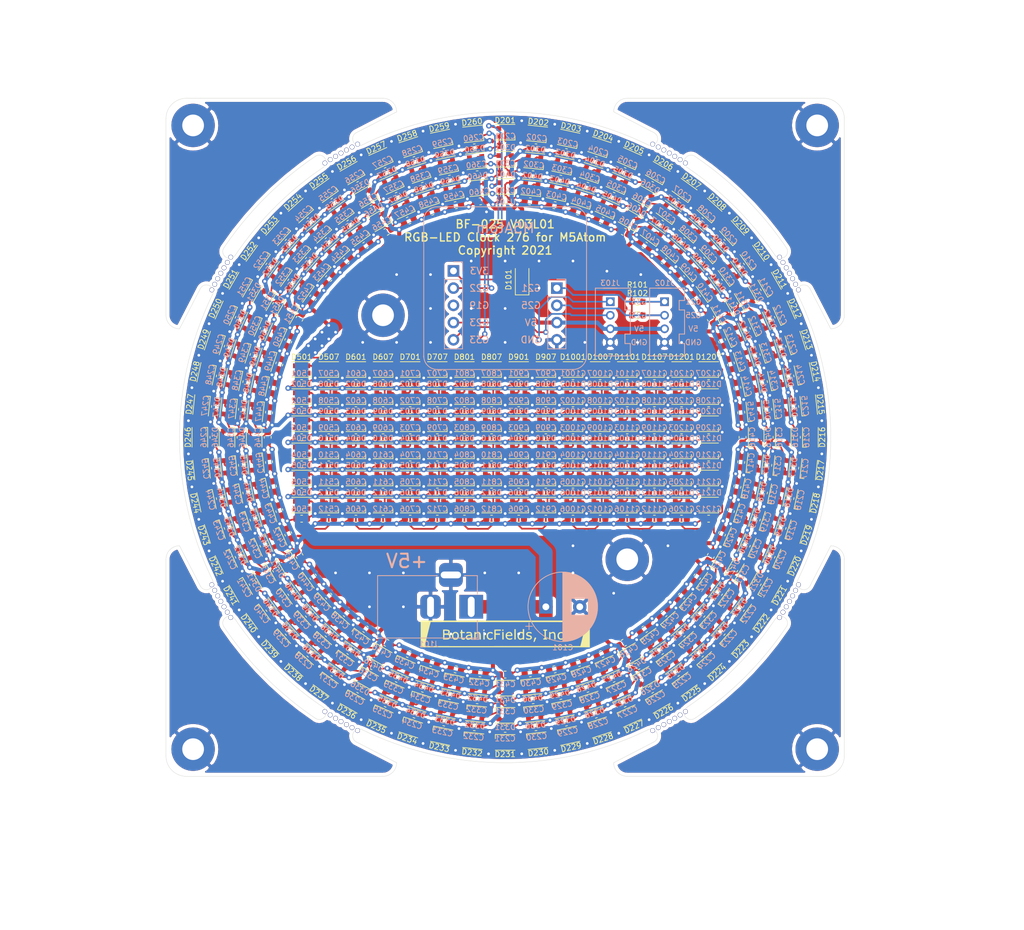
<source format=kicad_pcb>
(kicad_pcb (version 20171130) (host pcbnew "(5.1.9)-1")
  (title_block (title BF-025) (date 2021-01-22) (rev V03L01) (company "Copyright 2021 BotanicFields, INc.") (comment 1 "RGB-LED Clock 276 for M5Atom"))
  (layers (0 F.Cu signal) (31 B.Cu signal) (34 B.Paste user) (35 F.Paste user) (36 B.SilkS user) (37 F.SilkS user) (38 B.Mask user) (39 F.Mask user) (44 Edge.Cuts user))
  (net 0 "")
  (net 1 GND)
  (net 2 +5V)
  (net 3 /WS2812C_60_1/DIN)
  (net 4 "Net-(D201-Pad1)")
  (net 5 "Net-(D202-Pad1)")
  (net 6 "Net-(D203-Pad1)")
  (net 7 "Net-(D204-Pad1)")
  (net 8 "Net-(D205-Pad1)")
  (net 9 "Net-(D206-Pad1)")
  (net 10 "Net-(D207-Pad1)")
  (net 11 "Net-(D208-Pad1)")
  (net 12 "Net-(D209-Pad1)")
  (net 13 "Net-(D210-Pad1)")
  (net 14 "Net-(D211-Pad1)")
  (net 15 "Net-(D212-Pad1)")
  (net 16 "Net-(D213-Pad1)")
  (net 17 "Net-(D214-Pad1)")
  (net 18 "Net-(D215-Pad1)")
  (net 19 "Net-(D216-Pad1)")
  (net 20 "Net-(D217-Pad1)")
  (net 21 "Net-(D218-Pad1)")
  (net 22 "Net-(D219-Pad1)")
  (net 23 "Net-(D220-Pad1)")
  (net 24 "Net-(D221-Pad1)")
  (net 25 "Net-(D222-Pad1)")
  (net 26 "Net-(D223-Pad1)")
  (net 27 "Net-(D224-Pad1)")
  (net 28 "Net-(D225-Pad1)")
  (net 29 "Net-(D226-Pad1)")
  (net 30 "Net-(D227-Pad1)")
  (net 31 "Net-(D228-Pad1)")
  (net 32 "Net-(D229-Pad1)")
  (net 33 "Net-(D230-Pad1)")
  (net 34 "Net-(D231-Pad1)")
  (net 35 "Net-(D232-Pad1)")
  (net 36 "Net-(D233-Pad1)")
  (net 37 "Net-(D234-Pad1)")
  (net 38 "Net-(D235-Pad1)")
  (net 39 "Net-(D236-Pad1)")
  (net 40 "Net-(D237-Pad1)")
  (net 41 "Net-(D238-Pad1)")
  (net 42 "Net-(D239-Pad1)")
  (net 43 "Net-(D240-Pad1)")
  (net 44 "Net-(D241-Pad1)")
  (net 45 "Net-(D242-Pad1)")
  (net 46 "Net-(D243-Pad1)")
  (net 47 "Net-(D244-Pad1)")
  (net 48 "Net-(D245-Pad1)")
  (net 49 "Net-(D246-Pad1)")
  (net 50 "Net-(D247-Pad1)")
  (net 51 "Net-(D248-Pad1)")
  (net 52 "Net-(D249-Pad1)")
  (net 53 "Net-(D250-Pad1)")
  (net 54 "Net-(D251-Pad1)")
  (net 55 "Net-(D252-Pad1)")
  (net 56 "Net-(D253-Pad1)")
  (net 57 "Net-(D254-Pad1)")
  (net 58 "Net-(D255-Pad1)")
  (net 59 "Net-(D256-Pad1)")
  (net 60 "Net-(D257-Pad1)")
  (net 61 "Net-(D258-Pad1)")
  (net 62 "Net-(D259-Pad1)")
  (net 63 /WS2812C_60_2/DIN)
  (net 64 "Net-(D301-Pad1)")
  (net 65 "Net-(D302-Pad1)")
  (net 66 "Net-(D303-Pad1)")
  (net 67 "Net-(D304-Pad1)")
  (net 68 "Net-(D305-Pad1)")
  (net 69 "Net-(D306-Pad1)")
  (net 70 "Net-(D307-Pad1)")
  (net 71 "Net-(D308-Pad1)")
  (net 72 "Net-(D309-Pad1)")
  (net 73 "Net-(D310-Pad1)")
  (net 74 "Net-(D311-Pad1)")
  (net 75 "Net-(D312-Pad1)")
  (net 76 "Net-(D313-Pad1)")
  (net 77 "Net-(D314-Pad1)")
  (net 78 "Net-(D315-Pad1)")
  (net 79 "Net-(D316-Pad1)")
  (net 80 "Net-(D317-Pad1)")
  (net 81 "Net-(D318-Pad1)")
  (net 82 "Net-(D319-Pad1)")
  (net 83 "Net-(D320-Pad1)")
  (net 84 "Net-(D321-Pad1)")
  (net 85 "Net-(D322-Pad1)")
  (net 86 "Net-(D323-Pad1)")
  (net 87 "Net-(D324-Pad1)")
  (net 88 "Net-(D325-Pad1)")
  (net 89 "Net-(D326-Pad1)")
  (net 90 "Net-(D327-Pad1)")
  (net 91 "Net-(D328-Pad1)")
  (net 92 "Net-(D329-Pad1)")
  (net 93 "Net-(D330-Pad1)")
  (net 94 "Net-(D331-Pad1)")
  (net 95 "Net-(D332-Pad1)")
  (net 96 "Net-(D333-Pad1)")
  (net 97 "Net-(D334-Pad1)")
  (net 98 "Net-(D335-Pad1)")
  (net 99 "Net-(D336-Pad1)")
  (net 100 "Net-(D337-Pad1)")
  (net 101 "Net-(D338-Pad1)")
  (net 102 "Net-(D339-Pad1)")
  (net 103 "Net-(D340-Pad1)")
  (net 104 "Net-(D341-Pad1)")
  (net 105 "Net-(D342-Pad1)")
  (net 106 "Net-(D343-Pad1)")
  (net 107 "Net-(D344-Pad1)")
  (net 108 "Net-(D345-Pad1)")
  (net 109 "Net-(D346-Pad1)")
  (net 110 "Net-(D347-Pad1)")
  (net 111 "Net-(D348-Pad1)")
  (net 112 "Net-(D349-Pad1)")
  (net 113 "Net-(D350-Pad1)")
  (net 114 "Net-(D351-Pad1)")
  (net 115 "Net-(D352-Pad1)")
  (net 116 "Net-(D353-Pad1)")
  (net 117 "Net-(D354-Pad1)")
  (net 118 "Net-(D355-Pad1)")
  (net 119 "Net-(D356-Pad1)")
  (net 120 "Net-(D357-Pad1)")
  (net 121 "Net-(D358-Pad1)")
  (net 122 "Net-(D359-Pad1)")
  (net 123 /WS2812C_60_3/DIN)
  (net 124 "Net-(D401-Pad1)")
  (net 125 "Net-(D402-Pad1)")
  (net 126 "Net-(D403-Pad1)")
  (net 127 "Net-(D404-Pad1)")
  (net 128 "Net-(D405-Pad1)")
  (net 129 "Net-(D406-Pad1)")
  (net 130 "Net-(D407-Pad1)")
  (net 131 "Net-(D408-Pad1)")
  (net 132 "Net-(D409-Pad1)")
  (net 133 "Net-(D410-Pad1)")
  (net 134 "Net-(D411-Pad1)")
  (net 135 "Net-(D412-Pad1)")
  (net 136 "Net-(D413-Pad1)")
  (net 137 "Net-(D414-Pad1)")
  (net 138 "Net-(D415-Pad1)")
  (net 139 "Net-(D416-Pad1)")
  (net 140 "Net-(D417-Pad1)")
  (net 141 "Net-(D418-Pad1)")
  (net 142 "Net-(D419-Pad1)")
  (net 143 "Net-(D420-Pad1)")
  (net 144 "Net-(D421-Pad1)")
  (net 145 "Net-(D422-Pad1)")
  (net 146 "Net-(D423-Pad1)")
  (net 147 "Net-(D424-Pad1)")
  (net 148 "Net-(D425-Pad1)")
  (net 149 "Net-(D426-Pad1)")
  (net 150 "Net-(D427-Pad1)")
  (net 151 "Net-(D428-Pad1)")
  (net 152 "Net-(D429-Pad1)")
  (net 153 "Net-(D430-Pad1)")
  (net 154 "Net-(D431-Pad1)")
  (net 155 "Net-(D432-Pad1)")
  (net 156 "Net-(D433-Pad1)")
  (net 157 "Net-(D434-Pad1)")
  (net 158 "Net-(D435-Pad1)")
  (net 159 "Net-(D436-Pad1)")
  (net 160 "Net-(D437-Pad1)")
  (net 161 "Net-(D438-Pad1)")
  (net 162 "Net-(D439-Pad1)")
  (net 163 "Net-(D440-Pad1)")
  (net 164 "Net-(D441-Pad1)")
  (net 165 "Net-(D442-Pad1)")
  (net 166 "Net-(D443-Pad1)")
  (net 167 "Net-(D444-Pad1)")
  (net 168 "Net-(D445-Pad1)")
  (net 169 "Net-(D446-Pad1)")
  (net 170 "Net-(D447-Pad1)")
  (net 171 "Net-(D448-Pad1)")
  (net 172 "Net-(D449-Pad1)")
  (net 173 "Net-(D450-Pad1)")
  (net 174 "Net-(D451-Pad1)")
  (net 175 "Net-(D452-Pad1)")
  (net 176 "Net-(D453-Pad1)")
  (net 177 "Net-(D454-Pad1)")
  (net 178 "Net-(D455-Pad1)")
  (net 179 "Net-(D456-Pad1)")
  (net 180 "Net-(D457-Pad1)")
  (net 181 "Net-(D458-Pad1)")
  (net 182 "Net-(D459-Pad1)")
  (net 183 "Net-(D501-Pad1)")
  (net 184 "Net-(D502-Pad1)")
  (net 185 "Net-(D503-Pad1)")
  (net 186 "Net-(D504-Pad1)")
  (net 187 "Net-(D505-Pad1)")
  (net 188 "Net-(D506-Pad1)")
  (net 189 "Net-(D601-Pad1)")
  (net 190 "Net-(D602-Pad1)")
  (net 191 "Net-(D603-Pad1)")
  (net 192 "Net-(D604-Pad1)")
  (net 193 "Net-(D605-Pad1)")
  (net 194 "Net-(D606-Pad1)")
  (net 195 "Net-(D701-Pad1)")
  (net 196 "Net-(D702-Pad1)")
  (net 197 "Net-(D703-Pad1)")
  (net 198 "Net-(D704-Pad1)")
  (net 199 "Net-(D705-Pad1)")
  (net 200 "Net-(D706-Pad1)")
  (net 201 "Net-(D801-Pad1)")
  (net 202 "Net-(D802-Pad1)")
  (net 203 "Net-(D803-Pad1)")
  (net 204 "Net-(D804-Pad1)")
  (net 205 "Net-(D805-Pad1)")
  (net 206 "Net-(D806-Pad1)")
  (net 207 "Net-(D901-Pad1)")
  (net 208 "Net-(D902-Pad1)")
  (net 209 "Net-(D903-Pad1)")
  (net 210 "Net-(D904-Pad1)")
  (net 211 "Net-(D905-Pad1)")
  (net 212 "Net-(D906-Pad1)")
  (net 213 "Net-(U101-Pad7)")
  (net 214 /WS2812C_12_1/DI)
  (net 215 "Net-(D507-Pad3)")
  (net 216 /WS2812C_12_2/DI)
  (net 217 "Net-(D508-Pad3)")
  (net 218 "Net-(D509-Pad3)")
  (net 219 "Net-(D510-Pad3)")
  (net 220 "Net-(D511-Pad3)")
  (net 221 "Net-(D607-Pad3)")
  (net 222 /WS2812C_12_3/DI)
  (net 223 "Net-(D608-Pad3)")
  (net 224 "Net-(D609-Pad3)")
  (net 225 "Net-(D610-Pad3)")
  (net 226 "Net-(D611-Pad3)")
  (net 227 /WS2812C_12_4/DI)
  (net 228 "Net-(D707-Pad3)")
  (net 229 "Net-(D708-Pad3)")
  (net 230 "Net-(D709-Pad3)")
  (net 231 "Net-(D710-Pad3)")
  (net 232 "Net-(D711-Pad3)")
  (net 233 "Net-(D807-Pad3)")
  (net 234 /WS2812C_12_5/DI)
  (net 235 "Net-(D808-Pad3)")
  (net 236 "Net-(D809-Pad3)")
  (net 237 "Net-(D810-Pad3)")
  (net 238 "Net-(D811-Pad3)")
  (net 239 /WS2812C_12_6/DI)
  (net 240 "Net-(D907-Pad3)")
  (net 241 "Net-(D908-Pad3)")
  (net 242 "Net-(D909-Pad3)")
  (net 243 "Net-(D910-Pad3)")
  (net 244 "Net-(D911-Pad3)")
  (net 245 "Net-(D1001-Pad1)")
  (net 246 "Net-(D1002-Pad1)")
  (net 247 "Net-(D1003-Pad1)")
  (net 248 "Net-(D1004-Pad1)")
  (net 249 "Net-(D1005-Pad1)")
  (net 250 "Net-(D1006-Pad1)")
  (net 251 "Net-(D1007-Pad3)")
  (net 252 /WS2812C_12_7/DI)
  (net 253 "Net-(D1008-Pad3)")
  (net 254 "Net-(D1009-Pad3)")
  (net 255 "Net-(D1010-Pad3)")
  (net 256 "Net-(D1011-Pad3)")
  (net 257 "Net-(D1101-Pad1)")
  (net 258 "Net-(D1102-Pad1)")
  (net 259 "Net-(D1103-Pad1)")
  (net 260 "Net-(D1104-Pad1)")
  (net 261 "Net-(D1105-Pad1)")
  (net 262 "Net-(D1106-Pad1)")
  (net 263 "Net-(D1107-Pad3)")
  (net 264 /WS2812C_12_8/DI)
  (net 265 "Net-(D1108-Pad3)")
  (net 266 "Net-(D1109-Pad3)")
  (net 267 "Net-(D1110-Pad3)")
  (net 268 "Net-(D1111-Pad3)")
  (net 269 "Net-(D1201-Pad1)")
  (net 270 "Net-(D1202-Pad1)")
  (net 271 "Net-(D1203-Pad1)")
  (net 272 "Net-(D1204-Pad1)")
  (net 273 "Net-(D1205-Pad1)")
  (net 274 "Net-(D1206-Pad1)")
  (net 275 "Net-(D1207-Pad3)")
  (net 276 /WS2812C_12_8/DO)
  (net 277 "Net-(D1208-Pad3)")
  (net 278 "Net-(D1209-Pad3)")
  (net 279 "Net-(D1210-Pad3)")
  (net 280 "Net-(D1211-Pad3)")
  (net 281 /M5_5V)
  (net 282 /G25)
  (net 283 /G21)
  (net 284 /G33)
  (net 285 /G23_G34)
  (net 286 /M5_3V3)
  (module "" (layer F.Cu) (at 76.25 -9.75)
    (fp_text reference "" (at -18 -18) (layer F.SilkS) (effects (font (size 1.27 1.27))))
    (fp_text value "" (at -18 -18) (layer F.SilkS) (effects (font (size 1.27 1.27))))
  )
  (module "" (layer F.Cu) (at -7.5 -28.5)
    (fp_text reference "" (at -18 -18) (layer F.SilkS) (effects (font (size 1.27 1.27))))
    (fp_text value "" (at -18 -18) (layer F.SilkS) (effects (font (size 1.27 1.27))))
  )
  (module "" (layer F.Cu) (at 4.25 -23.25)
    (fp_text reference "" (at -18 -18) (layer F.SilkS) (effects (font (size 1.27 1.27))))
    (fp_text value "" (at -18 -18) (layer F.SilkS) (effects (font (size 1.27 1.27))))
  )
  (module MountingHole:MountingHole_3.2mm_M3_Pad (layer F.Cu) (at -18 -18)
    (fp_text reference REF** hide)
    (fp_text value MountingHole_3.2mm_M3_Pad)
    (pad 1 thru_hole circle (at 0 0) (size 6.4 6.4) (drill 3.2) (layers *.Cu *.Mask) (net 1 GND))
  )
  (module MountingHole:MountingHole_3.2mm_M3_Pad (layer F.Cu) (at 18 18)
    (fp_text reference REF** hide)
    (fp_text value MountingHole_3.2mm_M3_Pad)
    (pad 1 thru_hole circle (at 0 0) (size 6.4 6.4) (drill 3.2) (layers *.Cu *.Mask) (net 1 GND))
  )
  (module MountingHole:MountingHole_3.2mm_M3_Pad (layer F.Cu) (at 46 -46)
    (fp_text reference REF** hide)
    (fp_text value MountingHole_3.2mm_M3_Pad)
    (pad 1 thru_hole circle (at 0 0) (size 6.4 6.4) (drill 3.2) (layers *.Cu *.Mask) (net 1 GND))
  )
  (module MountingHole:MountingHole_3.2mm_M3_Pad (layer F.Cu) (at -46 -46)
    (fp_text reference REF** hide)
    (fp_text value MountingHole_3.2mm_M3_Pad)
    (pad 1 thru_hole circle (at 0 0) (size 6.4 6.4) (drill 3.2) (layers *.Cu *.Mask) (net 1 GND))
  )
  (module MountingHole:MountingHole_3.2mm_M3_Pad (layer F.Cu) (at 46 46)
    (fp_text reference REF** hide)
    (fp_text value MountingHole_3.2mm_M3_Pad)
    (pad 1 thru_hole circle (at 0 0) (size 6.4 6.4) (drill 3.2) (layers *.Cu *.Mask) (net 1 GND))
  )
  (module MountingHole:MountingHole_3.2mm_M3_Pad (layer F.Cu) (at -46 46)
    (fp_text reference REF** hide)
    (fp_text value MountingHole_3.2mm_M3_Pad)
    (pad 1 thru_hole circle (at 0 0) (size 6.4 6.4) (drill 3.2) (layers *.Cu *.Mask) (net 1 GND))
  )
  (module bf:BF@logo4 (layer F.Cu) (at 0 29)
    (fp_text reference G*** hide)
    (fp_text value LOGO hide)
  )
  (module Capacitor_SMD:C_0603_1608Metric (layer F.Cu) (at 22 -8)
    (fp_text reference C1107 (at 0 -1.43) (layer B.SilkS) (effects (font (size 0.8 0.8) (thickness 0.12)) (justify mirror)))
    (fp_text value 100n)
    (pad 2 smd roundrect (at 0.775 0) (size 0.9 0.95) (layers F.Cu F.Paste F.Mask) (net 1 GND))
    (pad 1 smd roundrect (at -0.775 0) (size 0.9 0.95) (layers F.Cu F.Paste F.Mask) (net 2 +5V))
  )
  (module bf:BF@BarrelJack_Horizontal (layer B.Cu) (at -5 25)
    (fp_text reference J101 (at -6.25 5.5) (layer B.SilkS) (effects (font (size 0.8 0.8) (thickness 0.12)) (justify mirror)))
    (fp_text value Barrel_Jack_Switch)
    (pad 3 thru_hole roundrect (at -3 -4.7) (size 3.5 3.5) (drill oval 3 1) (layers *.Cu *.Mask) (net 1 GND))
    (pad 2 thru_hole roundrect (at -6 0) (size 3 3.5) (drill oval 1 3) (layers *.Cu *.Mask) (net 1 GND))
    (pad 1 thru_hole rect (at 0 0) (size 3.5 3.5) (drill oval 1 3) (layers *.Cu *.Mask) (net 2 +5V))
  )
  (module Capacitor_SMD:C_0603_1608Metric (layer F.Cu) (at 0 -43)
    (fp_text reference C201 (at 0 -1.43) (layer B.SilkS) (effects (font (size 0.8 0.8) (thickness 0.12)) (justify mirror)))
    (fp_text value 100n)
    (pad 2 smd roundrect (at 0.775 0) (size 0.9 0.95) (layers F.Cu F.Paste F.Mask) (net 1 GND))
    (pad 1 smd roundrect (at -0.775 0) (size 0.9 0.95) (layers F.Cu F.Paste F.Mask) (net 2 +5V))
  )
  (module Capacitor_SMD:C_0603_1608Metric (layer F.Cu) (at 4.494723 -42.764441 354)
    (fp_text reference C202 (at 0 -1.43 354) (layer B.SilkS) (effects (font (size 0.8 0.8) (thickness 0.12)) (justify mirror)))
    (fp_text value 100n)
    (pad 2 smd roundrect (at 0.775 0 354) (size 0.9 0.95) (layers F.Cu F.Paste F.Mask) (net 1 GND))
    (pad 1 smd roundrect (at -0.775 0 354) (size 0.9 0.95) (layers F.Cu F.Paste F.Mask) (net 2 +5V))
  )
  (module Capacitor_SMD:C_0603_1608Metric (layer F.Cu) (at 8.940202 -42.060346 348)
    (fp_text reference C203 (at 0 -1.43 348) (layer B.SilkS) (effects (font (size 0.8 0.8) (thickness 0.12)) (justify mirror)))
    (fp_text value 100n)
    (pad 2 smd roundrect (at 0.775 0 348) (size 0.9 0.95) (layers F.Cu F.Paste F.Mask) (net 1 GND))
    (pad 1 smd roundrect (at -0.775 0 348) (size 0.9 0.95) (layers F.Cu F.Paste F.Mask) (net 2 +5V))
  )
  (module Capacitor_SMD:C_0603_1608Metric (layer F.Cu) (at 13.28773 -40.89543 342)
    (fp_text reference C204 (at 0 -1.43 342) (layer B.SilkS) (effects (font (size 0.8 0.8) (thickness 0.12)) (justify mirror)))
    (fp_text value 100n)
    (pad 2 smd roundrect (at 0.775 0 342) (size 0.9 0.95) (layers F.Cu F.Paste F.Mask) (net 1 GND))
    (pad 1 smd roundrect (at -0.775 0 342) (size 0.9 0.95) (layers F.Cu F.Paste F.Mask) (net 2 +5V))
  )
  (module Capacitor_SMD:C_0603_1608Metric (layer F.Cu) (at 17.489675 -39.282454 336)
    (fp_text reference C205 (at 0 -1.43 336) (layer B.SilkS) (effects (font (size 0.8 0.8) (thickness 0.12)) (justify mirror)))
    (fp_text value 100n)
    (pad 2 smd roundrect (at 0.775 0 336) (size 0.9 0.95) (layers F.Cu F.Paste F.Mask) (net 1 GND))
    (pad 1 smd roundrect (at -0.775 0 336) (size 0.9 0.95) (layers F.Cu F.Paste F.Mask) (net 2 +5V))
  )
  (module Capacitor_SMD:C_0603_1608Metric (layer F.Cu) (at 21.499999 -37.239092 330)
    (fp_text reference C206 (at 0 -1.43 330) (layer B.SilkS) (effects (font (size 0.8 0.8) (thickness 0.12)) (justify mirror)))
    (fp_text value 100n)
    (pad 2 smd roundrect (at 0.775 0 330) (size 0.9 0.95) (layers F.Cu F.Paste F.Mask) (net 1 GND))
    (pad 1 smd roundrect (at -0.775 0 330) (size 0.9 0.95) (layers F.Cu F.Paste F.Mask) (net 2 +5V))
  )
  (module Capacitor_SMD:C_0603_1608Metric (layer F.Cu) (at 25.274765 -34.78773 324)
    (fp_text reference C207 (at 0 -1.43 324) (layer B.SilkS) (effects (font (size 0.8 0.8) (thickness 0.12)) (justify mirror)))
    (fp_text value 100n)
    (pad 2 smd roundrect (at 0.775 0 324) (size 0.9 0.95) (layers F.Cu F.Paste F.Mask) (net 1 GND))
    (pad 1 smd roundrect (at -0.775 0 324) (size 0.9 0.95) (layers F.Cu F.Paste F.Mask) (net 2 +5V))
  )
  (module Capacitor_SMD:C_0603_1608Metric (layer F.Cu) (at 28.772616 -31.955227 318)
    (fp_text reference C208 (at 0 -1.43 318) (layer B.SilkS) (effects (font (size 0.8 0.8) (thickness 0.12)) (justify mirror)))
    (fp_text value 100n)
    (pad 2 smd roundrect (at 0.775 0 318) (size 0.9 0.95) (layers F.Cu F.Paste F.Mask) (net 1 GND))
    (pad 1 smd roundrect (at -0.775 0 318) (size 0.9 0.95) (layers F.Cu F.Paste F.Mask) (net 2 +5V))
  )
  (module Capacitor_SMD:C_0603_1608Metric (layer F.Cu) (at 31.955227 -28.772616 312)
    (fp_text reference C209 (at 0 -1.43 312) (layer B.SilkS) (effects (font (size 0.8 0.8) (thickness 0.12)) (justify mirror)))
    (fp_text value 100n)
    (pad 2 smd roundrect (at 0.775 0 312) (size 0.9 0.95) (layers F.Cu F.Paste F.Mask) (net 1 GND))
    (pad 1 smd roundrect (at -0.775 0 312) (size 0.9 0.95) (layers F.Cu F.Paste F.Mask) (net 2 +5V))
  )
  (module Capacitor_SMD:C_0603_1608Metric (layer F.Cu) (at 34.78773 -25.274765 306)
    (fp_text reference C210 (at 0 -1.43 306) (layer B.SilkS) (effects (font (size 0.8 0.8) (thickness 0.12)) (justify mirror)))
    (fp_text value 100n)
    (pad 2 smd roundrect (at 0.775 0 306) (size 0.9 0.95) (layers F.Cu F.Paste F.Mask) (net 1 GND))
    (pad 1 smd roundrect (at -0.775 0 306) (size 0.9 0.95) (layers F.Cu F.Paste F.Mask) (net 2 +5V))
  )
  (module Capacitor_SMD:C_0603_1608Metric (layer F.Cu) (at 37.239092 -21.5 300)
    (fp_text reference C211 (at 0 -1.43 300) (layer B.SilkS) (effects (font (size 0.8 0.8) (thickness 0.12)) (justify mirror)))
    (fp_text value 100n)
    (pad 2 smd roundrect (at 0.775 0 300) (size 0.9 0.95) (layers F.Cu F.Paste F.Mask) (net 1 GND))
    (pad 1 smd roundrect (at -0.775 0 300) (size 0.9 0.95) (layers F.Cu F.Paste F.Mask) (net 2 +5V))
  )
  (module Capacitor_SMD:C_0603_1608Metric (layer F.Cu) (at 39.282454 -17.489675 294)
    (fp_text reference C212 (at 0 -1.43 294) (layer B.SilkS) (effects (font (size 0.8 0.8) (thickness 0.12)) (justify mirror)))
    (fp_text value 100n)
    (pad 2 smd roundrect (at 0.775 0 294) (size 0.9 0.95) (layers F.Cu F.Paste F.Mask) (net 1 GND))
    (pad 1 smd roundrect (at -0.775 0 294) (size 0.9 0.95) (layers F.Cu F.Paste F.Mask) (net 2 +5V))
  )
  (module Capacitor_SMD:C_0603_1608Metric (layer F.Cu) (at 40.89543 -13.28773 288)
    (fp_text reference C213 (at 0 -1.43 288) (layer B.SilkS) (effects (font (size 0.8 0.8) (thickness 0.12)) (justify mirror)))
    (fp_text value 100n)
    (pad 2 smd roundrect (at 0.775 0 288) (size 0.9 0.95) (layers F.Cu F.Paste F.Mask) (net 1 GND))
    (pad 1 smd roundrect (at -0.775 0 288) (size 0.9 0.95) (layers F.Cu F.Paste F.Mask) (net 2 +5V))
  )
  (module Capacitor_SMD:C_0603_1608Metric (layer F.Cu) (at 42.060346 -8.940202 282)
    (fp_text reference C214 (at 0 -1.43 282) (layer B.SilkS) (effects (font (size 0.8 0.8) (thickness 0.12)) (justify mirror)))
    (fp_text value 100n)
    (pad 2 smd roundrect (at 0.775 0 282) (size 0.9 0.95) (layers F.Cu F.Paste F.Mask) (net 1 GND))
    (pad 1 smd roundrect (at -0.775 0 282) (size 0.9 0.95) (layers F.Cu F.Paste F.Mask) (net 2 +5V))
  )
  (module Capacitor_SMD:C_0603_1608Metric (layer F.Cu) (at 42.764441 -4.494723 276)
    (fp_text reference C215 (at 0 -1.43 276) (layer B.SilkS) (effects (font (size 0.8 0.8) (thickness 0.12)) (justify mirror)))
    (fp_text value 100n)
    (pad 2 smd roundrect (at 0.775 0 276) (size 0.9 0.95) (layers F.Cu F.Paste F.Mask) (net 1 GND))
    (pad 1 smd roundrect (at -0.775 0 276) (size 0.9 0.95) (layers F.Cu F.Paste F.Mask) (net 2 +5V))
  )
  (module Capacitor_SMD:C_0603_1608Metric (layer F.Cu) (at 43 0 270)
    (fp_text reference C216 (at 0 -1.43 270) (layer B.SilkS) (effects (font (size 0.8 0.8) (thickness 0.12)) (justify mirror)))
    (fp_text value 100n)
    (pad 2 smd roundrect (at 0.775 0 270) (size 0.9 0.95) (layers F.Cu F.Paste F.Mask) (net 1 GND))
    (pad 1 smd roundrect (at -0.775 0 270) (size 0.9 0.95) (layers F.Cu F.Paste F.Mask) (net 2 +5V))
  )
  (module Capacitor_SMD:C_0603_1608Metric (layer F.Cu) (at 42.764441 4.494723 264)
    (fp_text reference C217 (at 0 -1.43 264) (layer B.SilkS) (effects (font (size 0.8 0.8) (thickness 0.12)) (justify mirror)))
    (fp_text value 100n)
    (pad 2 smd roundrect (at 0.775 0 264) (size 0.9 0.95) (layers F.Cu F.Paste F.Mask) (net 1 GND))
    (pad 1 smd roundrect (at -0.775 0 264) (size 0.9 0.95) (layers F.Cu F.Paste F.Mask) (net 2 +5V))
  )
  (module Capacitor_SMD:C_0603_1608Metric (layer F.Cu) (at 42.060346 8.940202 258)
    (fp_text reference C218 (at 0 -1.43 258) (layer B.SilkS) (effects (font (size 0.8 0.8) (thickness 0.12)) (justify mirror)))
    (fp_text value 100n)
    (pad 2 smd roundrect (at 0.775 0 258) (size 0.9 0.95) (layers F.Cu F.Paste F.Mask) (net 1 GND))
    (pad 1 smd roundrect (at -0.775 0 258) (size 0.9 0.95) (layers F.Cu F.Paste F.Mask) (net 2 +5V))
  )
  (module Capacitor_SMD:C_0603_1608Metric (layer F.Cu) (at 40.89543 13.28773 252)
    (fp_text reference C219 (at 0 -1.43 252) (layer B.SilkS) (effects (font (size 0.8 0.8) (thickness 0.12)) (justify mirror)))
    (fp_text value 100n)
    (pad 2 smd roundrect (at 0.775 0 252) (size 0.9 0.95) (layers F.Cu F.Paste F.Mask) (net 1 GND))
    (pad 1 smd roundrect (at -0.775 0 252) (size 0.9 0.95) (layers F.Cu F.Paste F.Mask) (net 2 +5V))
  )
  (module Capacitor_SMD:C_0603_1608Metric (layer F.Cu) (at 39.282454 17.489675 246)
    (fp_text reference C220 (at 0 -1.43 246) (layer B.SilkS) (effects (font (size 0.8 0.8) (thickness 0.12)) (justify mirror)))
    (fp_text value 100n)
    (pad 2 smd roundrect (at 0.775 0 246) (size 0.9 0.95) (layers F.Cu F.Paste F.Mask) (net 1 GND))
    (pad 1 smd roundrect (at -0.775 0 246) (size 0.9 0.95) (layers F.Cu F.Paste F.Mask) (net 2 +5V))
  )
  (module Capacitor_SMD:C_0603_1608Metric (layer F.Cu) (at 37.239092 21.499999 240)
    (fp_text reference C221 (at 0 -1.43 240) (layer B.SilkS) (effects (font (size 0.8 0.8) (thickness 0.12)) (justify mirror)))
    (fp_text value 100n)
    (pad 2 smd roundrect (at 0.775 0 240) (size 0.9 0.95) (layers F.Cu F.Paste F.Mask) (net 1 GND))
    (pad 1 smd roundrect (at -0.775 0 240) (size 0.9 0.95) (layers F.Cu F.Paste F.Mask) (net 2 +5V))
  )
  (module Capacitor_SMD:C_0603_1608Metric (layer F.Cu) (at 34.78773 25.274765 234)
    (fp_text reference C222 (at 0 -1.43 234) (layer B.SilkS) (effects (font (size 0.8 0.8) (thickness 0.12)) (justify mirror)))
    (fp_text value 100n)
    (pad 2 smd roundrect (at 0.775 0 234) (size 0.9 0.95) (layers F.Cu F.Paste F.Mask) (net 1 GND))
    (pad 1 smd roundrect (at -0.775 0 234) (size 0.9 0.95) (layers F.Cu F.Paste F.Mask) (net 2 +5V))
  )
  (module Capacitor_SMD:C_0603_1608Metric (layer F.Cu) (at 31.955227 28.772616 228)
    (fp_text reference C223 (at 0 -1.43 228) (layer B.SilkS) (effects (font (size 0.8 0.8) (thickness 0.12)) (justify mirror)))
    (fp_text value 100n)
    (pad 2 smd roundrect (at 0.775 0 228) (size 0.9 0.95) (layers F.Cu F.Paste F.Mask) (net 1 GND))
    (pad 1 smd roundrect (at -0.775 0 228) (size 0.9 0.95) (layers F.Cu F.Paste F.Mask) (net 2 +5V))
  )
  (module Capacitor_SMD:C_0603_1608Metric (layer F.Cu) (at 28.772616 31.955227 222)
    (fp_text reference C224 (at 0 -1.43 222) (layer B.SilkS) (effects (font (size 0.8 0.8) (thickness 0.12)) (justify mirror)))
    (fp_text value 100n)
    (pad 2 smd roundrect (at 0.775 0 222) (size 0.9 0.95) (layers F.Cu F.Paste F.Mask) (net 1 GND))
    (pad 1 smd roundrect (at -0.775 0 222) (size 0.9 0.95) (layers F.Cu F.Paste F.Mask) (net 2 +5V))
  )
  (module Capacitor_SMD:C_0603_1608Metric (layer F.Cu) (at 25.274765 34.78773 216)
    (fp_text reference C225 (at 0 -1.43 216) (layer B.SilkS) (effects (font (size 0.8 0.8) (thickness 0.12)) (justify mirror)))
    (fp_text value 100n)
    (pad 2 smd roundrect (at 0.775 0 216) (size 0.9 0.95) (layers F.Cu F.Paste F.Mask) (net 1 GND))
    (pad 1 smd roundrect (at -0.775 0 216) (size 0.9 0.95) (layers F.Cu F.Paste F.Mask) (net 2 +5V))
  )
  (module Capacitor_SMD:C_0603_1608Metric (layer F.Cu) (at 21.499999 37.239092 210)
    (fp_text reference C226 (at 0 -1.43 210) (layer B.SilkS) (effects (font (size 0.8 0.8) (thickness 0.12)) (justify mirror)))
    (fp_text value 100n)
    (pad 2 smd roundrect (at 0.775 0 210) (size 0.9 0.95) (layers F.Cu F.Paste F.Mask) (net 1 GND))
    (pad 1 smd roundrect (at -0.775 0 210) (size 0.9 0.95) (layers F.Cu F.Paste F.Mask) (net 2 +5V))
  )
  (module Capacitor_SMD:C_0603_1608Metric (layer F.Cu) (at 17.489675 39.282454 204)
    (fp_text reference C227 (at 0 -1.43 204) (layer B.SilkS) (effects (font (size 0.8 0.8) (thickness 0.12)) (justify mirror)))
    (fp_text value 100n)
    (pad 2 smd roundrect (at 0.775 0 204) (size 0.9 0.95) (layers F.Cu F.Paste F.Mask) (net 1 GND))
    (pad 1 smd roundrect (at -0.775 0 204) (size 0.9 0.95) (layers F.Cu F.Paste F.Mask) (net 2 +5V))
  )
  (module Capacitor_SMD:C_0603_1608Metric (layer F.Cu) (at 13.28773 40.89543 198)
    (fp_text reference C228 (at 0 -1.43 198) (layer B.SilkS) (effects (font (size 0.8 0.8) (thickness 0.12)) (justify mirror)))
    (fp_text value 100n)
    (pad 2 smd roundrect (at 0.775 0 198) (size 0.9 0.95) (layers F.Cu F.Paste F.Mask) (net 1 GND))
    (pad 1 smd roundrect (at -0.775 0 198) (size 0.9 0.95) (layers F.Cu F.Paste F.Mask) (net 2 +5V))
  )
  (module Capacitor_SMD:C_0603_1608Metric (layer F.Cu) (at 8.940202 42.060346 192)
    (fp_text reference C229 (at 0 -1.43 192) (layer B.SilkS) (effects (font (size 0.8 0.8) (thickness 0.12)) (justify mirror)))
    (fp_text value 100n)
    (pad 2 smd roundrect (at 0.775 0 192) (size 0.9 0.95) (layers F.Cu F.Paste F.Mask) (net 1 GND))
    (pad 1 smd roundrect (at -0.775 0 192) (size 0.9 0.95) (layers F.Cu F.Paste F.Mask) (net 2 +5V))
  )
  (module Capacitor_SMD:C_0603_1608Metric (layer F.Cu) (at 4.494723 42.764441 186)
    (fp_text reference C230 (at 0 -1.43 186) (layer B.SilkS) (effects (font (size 0.8 0.8) (thickness 0.12)) (justify mirror)))
    (fp_text value 100n)
    (pad 2 smd roundrect (at 0.775 0 186) (size 0.9 0.95) (layers F.Cu F.Paste F.Mask) (net 1 GND))
    (pad 1 smd roundrect (at -0.775 0 186) (size 0.9 0.95) (layers F.Cu F.Paste F.Mask) (net 2 +5V))
  )
  (module Capacitor_SMD:C_0603_1608Metric (layer F.Cu) (at 0 43 180)
    (fp_text reference C231 (at 0 -1.43 180) (layer B.SilkS) (effects (font (size 0.8 0.8) (thickness 0.12)) (justify mirror)))
    (fp_text value 100n)
    (pad 2 smd roundrect (at 0.775 0 180) (size 0.9 0.95) (layers F.Cu F.Paste F.Mask) (net 1 GND))
    (pad 1 smd roundrect (at -0.775 0 180) (size 0.9 0.95) (layers F.Cu F.Paste F.Mask) (net 2 +5V))
  )
  (module Capacitor_SMD:C_0603_1608Metric (layer F.Cu) (at -4.494723 42.764441 174)
    (fp_text reference C232 (at 0 -1.43 174) (layer B.SilkS) (effects (font (size 0.8 0.8) (thickness 0.12)) (justify mirror)))
    (fp_text value 100n)
    (pad 2 smd roundrect (at 0.775 0 174) (size 0.9 0.95) (layers F.Cu F.Paste F.Mask) (net 1 GND))
    (pad 1 smd roundrect (at -0.775 0 174) (size 0.9 0.95) (layers F.Cu F.Paste F.Mask) (net 2 +5V))
  )
  (module Capacitor_SMD:C_0603_1608Metric (layer F.Cu) (at -8.940202 42.060346 168)
    (fp_text reference C233 (at 0 -1.43 168) (layer B.SilkS) (effects (font (size 0.8 0.8) (thickness 0.12)) (justify mirror)))
    (fp_text value 100n)
    (pad 2 smd roundrect (at 0.775 0 168) (size 0.9 0.95) (layers F.Cu F.Paste F.Mask) (net 1 GND))
    (pad 1 smd roundrect (at -0.775 0 168) (size 0.9 0.95) (layers F.Cu F.Paste F.Mask) (net 2 +5V))
  )
  (module Capacitor_SMD:C_0603_1608Metric (layer F.Cu) (at -13.28773 40.89543 162)
    (fp_text reference C234 (at 0 -1.43 162) (layer B.SilkS) (effects (font (size 0.8 0.8) (thickness 0.12)) (justify mirror)))
    (fp_text value 100n)
    (pad 2 smd roundrect (at 0.775 0 162) (size 0.9 0.95) (layers F.Cu F.Paste F.Mask) (net 1 GND))
    (pad 1 smd roundrect (at -0.775 0 162) (size 0.9 0.95) (layers F.Cu F.Paste F.Mask) (net 2 +5V))
  )
  (module Capacitor_SMD:C_0603_1608Metric (layer F.Cu) (at -17.489675 39.282454 156)
    (fp_text reference C235 (at 0 -1.43 156) (layer B.SilkS) (effects (font (size 0.8 0.8) (thickness 0.12)) (justify mirror)))
    (fp_text value 100n)
    (pad 2 smd roundrect (at 0.775 0 156) (size 0.9 0.95) (layers F.Cu F.Paste F.Mask) (net 1 GND))
    (pad 1 smd roundrect (at -0.775 0 156) (size 0.9 0.95) (layers F.Cu F.Paste F.Mask) (net 2 +5V))
  )
  (module Capacitor_SMD:C_0603_1608Metric (layer F.Cu) (at -21.5 37.239092 150)
    (fp_text reference C236 (at 0 -1.43 150) (layer B.SilkS) (effects (font (size 0.8 0.8) (thickness 0.12)) (justify mirror)))
    (fp_text value 100n)
    (pad 2 smd roundrect (at 0.775 0 150) (size 0.9 0.95) (layers F.Cu F.Paste F.Mask) (net 1 GND))
    (pad 1 smd roundrect (at -0.775 0 150) (size 0.9 0.95) (layers F.Cu F.Paste F.Mask) (net 2 +5V))
  )
  (module Capacitor_SMD:C_0603_1608Metric (layer F.Cu) (at -25.274765 34.78773 144)
    (fp_text reference C237 (at 0 -1.43 144) (layer B.SilkS) (effects (font (size 0.8 0.8) (thickness 0.12)) (justify mirror)))
    (fp_text value 100n)
    (pad 2 smd roundrect (at 0.775 0 144) (size 0.9 0.95) (layers F.Cu F.Paste F.Mask) (net 1 GND))
    (pad 1 smd roundrect (at -0.775 0 144) (size 0.9 0.95) (layers F.Cu F.Paste F.Mask) (net 2 +5V))
  )
  (module Capacitor_SMD:C_0603_1608Metric (layer F.Cu) (at -28.772616 31.955227 138)
    (fp_text reference C238 (at 0 -1.43 138) (layer B.SilkS) (effects (font (size 0.8 0.8) (thickness 0.12)) (justify mirror)))
    (fp_text value 100n)
    (pad 2 smd roundrect (at 0.775 0 138) (size 0.9 0.95) (layers F.Cu F.Paste F.Mask) (net 1 GND))
    (pad 1 smd roundrect (at -0.775 0 138) (size 0.9 0.95) (layers F.Cu F.Paste F.Mask) (net 2 +5V))
  )
  (module Capacitor_SMD:C_0603_1608Metric (layer F.Cu) (at -31.955227 28.772616 132)
    (fp_text reference C239 (at 0 -1.43 132) (layer B.SilkS) (effects (font (size 0.8 0.8) (thickness 0.12)) (justify mirror)))
    (fp_text value 100n)
    (pad 2 smd roundrect (at 0.775 0 132) (size 0.9 0.95) (layers F.Cu F.Paste F.Mask) (net 1 GND))
    (pad 1 smd roundrect (at -0.775 0 132) (size 0.9 0.95) (layers F.Cu F.Paste F.Mask) (net 2 +5V))
  )
  (module Capacitor_SMD:C_0603_1608Metric (layer F.Cu) (at -34.78773 25.274765 126)
    (fp_text reference C240 (at 0 -1.43 126) (layer B.SilkS) (effects (font (size 0.8 0.8) (thickness 0.12)) (justify mirror)))
    (fp_text value 100n)
    (pad 2 smd roundrect (at 0.775 0 126) (size 0.9 0.95) (layers F.Cu F.Paste F.Mask) (net 1 GND))
    (pad 1 smd roundrect (at -0.775 0 126) (size 0.9 0.95) (layers F.Cu F.Paste F.Mask) (net 2 +5V))
  )
  (module Capacitor_SMD:C_0603_1608Metric (layer F.Cu) (at -37.239092 21.5 120)
    (fp_text reference C241 (at 0 -1.43 120) (layer B.SilkS) (effects (font (size 0.8 0.8) (thickness 0.12)) (justify mirror)))
    (fp_text value 100n)
    (pad 2 smd roundrect (at 0.775 0 120) (size 0.9 0.95) (layers F.Cu F.Paste F.Mask) (net 1 GND))
    (pad 1 smd roundrect (at -0.775 0 120) (size 0.9 0.95) (layers F.Cu F.Paste F.Mask) (net 2 +5V))
  )
  (module Capacitor_SMD:C_0603_1608Metric (layer F.Cu) (at -39.282454 17.489675 114)
    (fp_text reference C242 (at 0 -1.43 114) (layer B.SilkS) (effects (font (size 0.8 0.8) (thickness 0.12)) (justify mirror)))
    (fp_text value 100n)
    (pad 2 smd roundrect (at 0.775 0 114) (size 0.9 0.95) (layers F.Cu F.Paste F.Mask) (net 1 GND))
    (pad 1 smd roundrect (at -0.775 0 114) (size 0.9 0.95) (layers F.Cu F.Paste F.Mask) (net 2 +5V))
  )
  (module Capacitor_SMD:C_0603_1608Metric (layer F.Cu) (at -40.89543 13.28773 108)
    (fp_text reference C243 (at 0 -1.43 108) (layer B.SilkS) (effects (font (size 0.8 0.8) (thickness 0.12)) (justify mirror)))
    (fp_text value 100n)
    (pad 2 smd roundrect (at 0.775 0 108) (size 0.9 0.95) (layers F.Cu F.Paste F.Mask) (net 1 GND))
    (pad 1 smd roundrect (at -0.775 0 108) (size 0.9 0.95) (layers F.Cu F.Paste F.Mask) (net 2 +5V))
  )
  (module Capacitor_SMD:C_0603_1608Metric (layer F.Cu) (at -42.060346 8.940202 102)
    (fp_text reference C244 (at 0 -1.43 102) (layer B.SilkS) (effects (font (size 0.8 0.8) (thickness 0.12)) (justify mirror)))
    (fp_text value 100n)
    (pad 2 smd roundrect (at 0.775 0 102) (size 0.9 0.95) (layers F.Cu F.Paste F.Mask) (net 1 GND))
    (pad 1 smd roundrect (at -0.775 0 102) (size 0.9 0.95) (layers F.Cu F.Paste F.Mask) (net 2 +5V))
  )
  (module Capacitor_SMD:C_0603_1608Metric (layer F.Cu) (at -42.764441 4.494723 96)
    (fp_text reference C245 (at 0 -1.43 96) (layer B.SilkS) (effects (font (size 0.8 0.8) (thickness 0.12)) (justify mirror)))
    (fp_text value 100n)
    (pad 2 smd roundrect (at 0.775 0 96) (size 0.9 0.95) (layers F.Cu F.Paste F.Mask) (net 1 GND))
    (pad 1 smd roundrect (at -0.775 0 96) (size 0.9 0.95) (layers F.Cu F.Paste F.Mask) (net 2 +5V))
  )
  (module Capacitor_SMD:C_0603_1608Metric (layer F.Cu) (at -43 0 90)
    (fp_text reference C246 (at 0 -1.43 90) (layer B.SilkS) (effects (font (size 0.8 0.8) (thickness 0.12)) (justify mirror)))
    (fp_text value 100n)
    (pad 2 smd roundrect (at 0.775 0 90) (size 0.9 0.95) (layers F.Cu F.Paste F.Mask) (net 1 GND))
    (pad 1 smd roundrect (at -0.775 0 90) (size 0.9 0.95) (layers F.Cu F.Paste F.Mask) (net 2 +5V))
  )
  (module Capacitor_SMD:C_0603_1608Metric (layer F.Cu) (at -42.764441 -4.494723 84)
    (fp_text reference C247 (at 0 -1.43 84) (layer B.SilkS) (effects (font (size 0.8 0.8) (thickness 0.12)) (justify mirror)))
    (fp_text value 100n)
    (pad 2 smd roundrect (at 0.775 0 84) (size 0.9 0.95) (layers F.Cu F.Paste F.Mask) (net 1 GND))
    (pad 1 smd roundrect (at -0.775 0 84) (size 0.9 0.95) (layers F.Cu F.Paste F.Mask) (net 2 +5V))
  )
  (module Capacitor_SMD:C_0603_1608Metric (layer F.Cu) (at -42.060346 -8.940202 78)
    (fp_text reference C248 (at 0 -1.43 78) (layer B.SilkS) (effects (font (size 0.8 0.8) (thickness 0.12)) (justify mirror)))
    (fp_text value 100n)
    (pad 2 smd roundrect (at 0.775 0 78) (size 0.9 0.95) (layers F.Cu F.Paste F.Mask) (net 1 GND))
    (pad 1 smd roundrect (at -0.775 0 78) (size 0.9 0.95) (layers F.Cu F.Paste F.Mask) (net 2 +5V))
  )
  (module Capacitor_SMD:C_0603_1608Metric (layer F.Cu) (at -40.89543 -13.28773 72)
    (fp_text reference C249 (at 0 -1.43 72) (layer B.SilkS) (effects (font (size 0.8 0.8) (thickness 0.12)) (justify mirror)))
    (fp_text value 100n)
    (pad 2 smd roundrect (at 0.775 0 72) (size 0.9 0.95) (layers F.Cu F.Paste F.Mask) (net 1 GND))
    (pad 1 smd roundrect (at -0.775 0 72) (size 0.9 0.95) (layers F.Cu F.Paste F.Mask) (net 2 +5V))
  )
  (module Capacitor_SMD:C_0603_1608Metric (layer F.Cu) (at -39.282454 -17.489675 66)
    (fp_text reference C250 (at 0 -1.43 66) (layer B.SilkS) (effects (font (size 0.8 0.8) (thickness 0.12)) (justify mirror)))
    (fp_text value 100n)
    (pad 2 smd roundrect (at 0.775 0 66) (size 0.9 0.95) (layers F.Cu F.Paste F.Mask) (net 1 GND))
    (pad 1 smd roundrect (at -0.775 0 66) (size 0.9 0.95) (layers F.Cu F.Paste F.Mask) (net 2 +5V))
  )
  (module Capacitor_SMD:C_0603_1608Metric (layer F.Cu) (at -37.239092 -21.5 60)
    (fp_text reference C251 (at 0 -1.43 60) (layer B.SilkS) (effects (font (size 0.8 0.8) (thickness 0.12)) (justify mirror)))
    (fp_text value 100n)
    (pad 2 smd roundrect (at 0.775 0 60) (size 0.9 0.95) (layers F.Cu F.Paste F.Mask) (net 1 GND))
    (pad 1 smd roundrect (at -0.775 0 60) (size 0.9 0.95) (layers F.Cu F.Paste F.Mask) (net 2 +5V))
  )
  (module Capacitor_SMD:C_0603_1608Metric (layer F.Cu) (at -34.78773 -25.274765 54)
    (fp_text reference C252 (at 0 -1.43 54) (layer B.SilkS) (effects (font (size 0.8 0.8) (thickness 0.12)) (justify mirror)))
    (fp_text value 100n)
    (pad 2 smd roundrect (at 0.775 0 54) (size 0.9 0.95) (layers F.Cu F.Paste F.Mask) (net 1 GND))
    (pad 1 smd roundrect (at -0.775 0 54) (size 0.9 0.95) (layers F.Cu F.Paste F.Mask) (net 2 +5V))
  )
  (module Capacitor_SMD:C_0603_1608Metric (layer F.Cu) (at -31.955227 -28.772616 48)
    (fp_text reference C253 (at 0 -1.43 48) (layer B.SilkS) (effects (font (size 0.8 0.8) (thickness 0.12)) (justify mirror)))
    (fp_text value 100n)
    (pad 2 smd roundrect (at 0.775 0 48) (size 0.9 0.95) (layers F.Cu F.Paste F.Mask) (net 1 GND))
    (pad 1 smd roundrect (at -0.775 0 48) (size 0.9 0.95) (layers F.Cu F.Paste F.Mask) (net 2 +5V))
  )
  (module Capacitor_SMD:C_0603_1608Metric (layer F.Cu) (at -28.772616 -31.955227 42)
    (fp_text reference C254 (at 0 -1.43 42) (layer B.SilkS) (effects (font (size 0.8 0.8) (thickness 0.12)) (justify mirror)))
    (fp_text value 100n)
    (pad 2 smd roundrect (at 0.775 0 42) (size 0.9 0.95) (layers F.Cu F.Paste F.Mask) (net 1 GND))
    (pad 1 smd roundrect (at -0.775 0 42) (size 0.9 0.95) (layers F.Cu F.Paste F.Mask) (net 2 +5V))
  )
  (module Capacitor_SMD:C_0603_1608Metric (layer F.Cu) (at -25.274765 -34.78773 36)
    (fp_text reference C255 (at 0 -1.43 36) (layer B.SilkS) (effects (font (size 0.8 0.8) (thickness 0.12)) (justify mirror)))
    (fp_text value 100n)
    (pad 2 smd roundrect (at 0.775 0 36) (size 0.9 0.95) (layers F.Cu F.Paste F.Mask) (net 1 GND))
    (pad 1 smd roundrect (at -0.775 0 36) (size 0.9 0.95) (layers F.Cu F.Paste F.Mask) (net 2 +5V))
  )
  (module Capacitor_SMD:C_0603_1608Metric (layer F.Cu) (at -21.5 -37.239092 30)
    (fp_text reference C256 (at 0 -1.43 30) (layer B.SilkS) (effects (font (size 0.8 0.8) (thickness 0.12)) (justify mirror)))
    (fp_text value 100n)
    (pad 2 smd roundrect (at 0.775 0 30) (size 0.9 0.95) (layers F.Cu F.Paste F.Mask) (net 1 GND))
    (pad 1 smd roundrect (at -0.775 0 30) (size 0.9 0.95) (layers F.Cu F.Paste F.Mask) (net 2 +5V))
  )
  (module Capacitor_SMD:C_0603_1608Metric (layer F.Cu) (at -17.489675 -39.282454 24)
    (fp_text reference C257 (at 0 -1.43 24) (layer B.SilkS) (effects (font (size 0.8 0.8) (thickness 0.12)) (justify mirror)))
    (fp_text value 100n)
    (pad 2 smd roundrect (at 0.775 0 24) (size 0.9 0.95) (layers F.Cu F.Paste F.Mask) (net 1 GND))
    (pad 1 smd roundrect (at -0.775 0 24) (size 0.9 0.95) (layers F.Cu F.Paste F.Mask) (net 2 +5V))
  )
  (module Capacitor_SMD:C_0603_1608Metric (layer F.Cu) (at -13.28773 -40.89543 18)
    (fp_text reference C258 (at 0 -1.43 18) (layer B.SilkS) (effects (font (size 0.8 0.8) (thickness 0.12)) (justify mirror)))
    (fp_text value 100n)
    (pad 2 smd roundrect (at 0.775 0 18) (size 0.9 0.95) (layers F.Cu F.Paste F.Mask) (net 1 GND))
    (pad 1 smd roundrect (at -0.775 0 18) (size 0.9 0.95) (layers F.Cu F.Paste F.Mask) (net 2 +5V))
  )
  (module Capacitor_SMD:C_0603_1608Metric (layer F.Cu) (at -8.940202 -42.060346 12)
    (fp_text reference C259 (at 0 -1.43 12) (layer B.SilkS) (effects (font (size 0.8 0.8) (thickness 0.12)) (justify mirror)))
    (fp_text value 100n)
    (pad 2 smd roundrect (at 0.775 0 12) (size 0.9 0.95) (layers F.Cu F.Paste F.Mask) (net 1 GND))
    (pad 1 smd roundrect (at -0.775 0 12) (size 0.9 0.95) (layers F.Cu F.Paste F.Mask) (net 2 +5V))
  )
  (module Capacitor_SMD:C_0603_1608Metric (layer F.Cu) (at -4.494723 -42.764441 6)
    (fp_text reference C260 (at 0 -1.43 6) (layer B.SilkS) (effects (font (size 0.8 0.8) (thickness 0.12)) (justify mirror)))
    (fp_text value 100n)
    (pad 2 smd roundrect (at 0.775 0 6) (size 0.9 0.95) (layers F.Cu F.Paste F.Mask) (net 1 GND))
    (pad 1 smd roundrect (at -0.775 0 6) (size 0.9 0.95) (layers F.Cu F.Paste F.Mask) (net 2 +5V))
  )
  (module Capacitor_SMD:C_0603_1608Metric (layer F.Cu) (at 0 -39)
    (fp_text reference C301 (at 0 -1.43) (layer B.SilkS) (effects (font (size 0.8 0.8) (thickness 0.12)) (justify mirror)))
    (fp_text value 100n)
    (pad 2 smd roundrect (at 0.775 0) (size 0.9 0.95) (layers F.Cu F.Paste F.Mask) (net 1 GND))
    (pad 1 smd roundrect (at -0.775 0) (size 0.9 0.95) (layers F.Cu F.Paste F.Mask) (net 2 +5V))
  )
  (module Capacitor_SMD:C_0603_1608Metric (layer F.Cu) (at 4.07661 -38.786354 354)
    (fp_text reference C302 (at 0 -1.43 354) (layer B.SilkS) (effects (font (size 0.8 0.8) (thickness 0.12)) (justify mirror)))
    (fp_text value 100n)
    (pad 2 smd roundrect (at 0.775 0 354) (size 0.9 0.95) (layers F.Cu F.Paste F.Mask) (net 1 GND))
    (pad 1 smd roundrect (at -0.775 0 354) (size 0.9 0.95) (layers F.Cu F.Paste F.Mask) (net 2 +5V))
  )
  (module Capacitor_SMD:C_0603_1608Metric (layer F.Cu) (at 8.108555 -38.147757 348)
    (fp_text reference C303 (at 0 -1.43 348) (layer B.SilkS) (effects (font (size 0.8 0.8) (thickness 0.12)) (justify mirror)))
    (fp_text value 100n)
    (pad 2 smd roundrect (at 0.775 0 348) (size 0.9 0.95) (layers F.Cu F.Paste F.Mask) (net 1 GND))
    (pad 1 smd roundrect (at -0.775 0 348) (size 0.9 0.95) (layers F.Cu F.Paste F.Mask) (net 2 +5V))
  )
  (module Capacitor_SMD:C_0603_1608Metric (layer F.Cu) (at 12.051662 -37.091205 342)
    (fp_text reference C304 (at 0 -1.43 342) (layer B.SilkS) (effects (font (size 0.8 0.8) (thickness 0.12)) (justify mirror)))
    (fp_text value 100n)
    (pad 2 smd roundrect (at 0.775 0 342) (size 0.9 0.95) (layers F.Cu F.Paste F.Mask) (net 1 GND))
    (pad 1 smd roundrect (at -0.775 0 342) (size 0.9 0.95) (layers F.Cu F.Paste F.Mask) (net 2 +5V))
  )
  (module Capacitor_SMD:C_0603_1608Metric (layer F.Cu) (at 15.862729 -35.628273 336)
    (fp_text reference C305 (at 0 -1.43 336) (layer B.SilkS) (effects (font (size 0.8 0.8) (thickness 0.12)) (justify mirror)))
    (fp_text value 100n)
    (pad 2 smd roundrect (at 0.775 0 336) (size 0.9 0.95) (layers F.Cu F.Paste F.Mask) (net 1 GND))
    (pad 1 smd roundrect (at -0.775 0 336) (size 0.9 0.95) (layers F.Cu F.Paste F.Mask) (net 2 +5V))
  )
  (module Capacitor_SMD:C_0603_1608Metric (layer F.Cu) (at 19.5 -33.774991 330)
    (fp_text reference C306 (at 0 -1.43 330) (layer B.SilkS) (effects (font (size 0.8 0.8) (thickness 0.12)) (justify mirror)))
    (fp_text value 100n)
    (pad 2 smd roundrect (at 0.775 0 330) (size 0.9 0.95) (layers F.Cu F.Paste F.Mask) (net 1 GND))
    (pad 1 smd roundrect (at -0.775 0 330) (size 0.9 0.95) (layers F.Cu F.Paste F.Mask) (net 2 +5V))
  )
  (module Capacitor_SMD:C_0603_1608Metric (layer F.Cu) (at 22.923624 -31.551663 324)
    (fp_text reference C307 (at 0 -1.43 324) (layer B.SilkS) (effects (font (size 0.8 0.8) (thickness 0.12)) (justify mirror)))
    (fp_text value 100n)
    (pad 2 smd roundrect (at 0.775 0 324) (size 0.9 0.95) (layers F.Cu F.Paste F.Mask) (net 1 GND))
    (pad 1 smd roundrect (at -0.775 0 324) (size 0.9 0.95) (layers F.Cu F.Paste F.Mask) (net 2 +5V))
  )
  (module Capacitor_SMD:C_0603_1608Metric (layer F.Cu) (at 26.096093 -28.982649 318)
    (fp_text reference C308 (at 0 -1.43 318) (layer B.SilkS) (effects (font (size 0.8 0.8) (thickness 0.12)) (justify mirror)))
    (fp_text value 100n)
    (pad 2 smd roundrect (at 0.775 0 318) (size 0.9 0.95) (layers F.Cu F.Paste F.Mask) (net 1 GND))
    (pad 1 smd roundrect (at -0.775 0 318) (size 0.9 0.95) (layers F.Cu F.Paste F.Mask) (net 2 +5V))
  )
  (module Capacitor_SMD:C_0603_1608Metric (layer F.Cu) (at 28.982648 -26.096094 312)
    (fp_text reference C309 (at 0 -1.43 312) (layer B.SilkS) (effects (font (size 0.8 0.8) (thickness 0.12)) (justify mirror)))
    (fp_text value 100n)
    (pad 2 smd roundrect (at 0.775 0 312) (size 0.9 0.95) (layers F.Cu F.Paste F.Mask) (net 1 GND))
    (pad 1 smd roundrect (at -0.775 0 312) (size 0.9 0.95) (layers F.Cu F.Paste F.Mask) (net 2 +5V))
  )
  (module Capacitor_SMD:C_0603_1608Metric (layer F.Cu) (at 31.551662 -22.923625 306)
    (fp_text reference C310 (at 0 -1.43 306) (layer B.SilkS) (effects (font (size 0.8 0.8) (thickness 0.12)) (justify mirror)))
    (fp_text value 100n)
    (pad 2 smd roundrect (at 0.775 0 306) (size 0.9 0.95) (layers F.Cu F.Paste F.Mask) (net 1 GND))
    (pad 1 smd roundrect (at -0.775 0 306) (size 0.9 0.95) (layers F.Cu F.Paste F.Mask) (net 2 +5V))
  )
  (module Capacitor_SMD:C_0603_1608Metric (layer F.Cu) (at 33.77499 -19.5 300)
    (fp_text reference C311 (at 0 -1.43 300) (layer B.SilkS) (effects (font (size 0.8 0.8) (thickness 0.12)) (justify mirror)))
    (fp_text value 100n)
    (pad 2 smd roundrect (at 0.775 0 300) (size 0.9 0.95) (layers F.Cu F.Paste F.Mask) (net 1 GND))
    (pad 1 smd roundrect (at -0.775 0 300) (size 0.9 0.95) (layers F.Cu F.Paste F.Mask) (net 2 +5V))
  )
  (module Capacitor_SMD:C_0603_1608Metric (layer F.Cu) (at 35.628272 -15.86273 294)
    (fp_text reference C312 (at 0 -1.43 294) (layer B.SilkS) (effects (font (size 0.8 0.8) (thickness 0.12)) (justify mirror)))
    (fp_text value 100n)
    (pad 2 smd roundrect (at 0.775 0 294) (size 0.9 0.95) (layers F.Cu F.Paste F.Mask) (net 1 GND))
    (pad 1 smd roundrect (at -0.775 0 294) (size 0.9 0.95) (layers F.Cu F.Paste F.Mask) (net 2 +5V))
  )
  (module Capacitor_SMD:C_0603_1608Metric (layer F.Cu) (at 37.091204 -12.051663 288)
    (fp_text reference C313 (at 0 -1.43 288) (layer B.SilkS) (effects (font (size 0.8 0.8) (thickness 0.12)) (justify mirror)))
    (fp_text value 100n)
    (pad 2 smd roundrect (at 0.775 0 288) (size 0.9 0.95) (layers F.Cu F.Paste F.Mask) (net 1 GND))
    (pad 1 smd roundrect (at -0.775 0 288) (size 0.9 0.95) (layers F.Cu F.Paste F.Mask) (net 2 +5V))
  )
  (module Capacitor_SMD:C_0603_1608Metric (layer F.Cu) (at 38.147756 -8.108556 282)
    (fp_text reference C314 (at 0 -1.43 282) (layer B.SilkS) (effects (font (size 0.8 0.8) (thickness 0.12)) (justify mirror)))
    (fp_text value 100n)
    (pad 2 smd roundrect (at 0.775 0 282) (size 0.9 0.95) (layers F.Cu F.Paste F.Mask) (net 1 GND))
    (pad 1 smd roundrect (at -0.775 0 282) (size 0.9 0.95) (layers F.Cu F.Paste F.Mask) (net 2 +5V))
  )
  (module Capacitor_SMD:C_0603_1608Metric (layer F.Cu) (at 38.786353 -4.076611 276)
    (fp_text reference C315 (at 0 -1.43 276) (layer B.SilkS) (effects (font (size 0.8 0.8) (thickness 0.12)) (justify mirror)))
    (fp_text value 100n)
    (pad 2 smd roundrect (at 0.775 0 276) (size 0.9 0.95) (layers F.Cu F.Paste F.Mask) (net 1 GND))
    (pad 1 smd roundrect (at -0.775 0 276) (size 0.9 0.95) (layers F.Cu F.Paste F.Mask) (net 2 +5V))
  )
  (module Capacitor_SMD:C_0603_1608Metric (layer F.Cu) (at 39 0 270)
    (fp_text reference C316 (at 0 -1.43 270) (layer B.SilkS) (effects (font (size 0.8 0.8) (thickness 0.12)) (justify mirror)))
    (fp_text value 100n)
    (pad 2 smd roundrect (at 0.775 0 270) (size 0.9 0.95) (layers F.Cu F.Paste F.Mask) (net 1 GND))
    (pad 1 smd roundrect (at -0.775 0 270) (size 0.9 0.95) (layers F.Cu F.Paste F.Mask) (net 2 +5V))
  )
  (module Capacitor_SMD:C_0603_1608Metric (layer F.Cu) (at 38.786353 4.07661 264)
    (fp_text reference C317 (at 0 -1.43 264) (layer B.SilkS) (effects (font (size 0.8 0.8) (thickness 0.12)) (justify mirror)))
    (fp_text value 100n)
    (pad 2 smd roundrect (at 0.775 0 264) (size 0.9 0.95) (layers F.Cu F.Paste F.Mask) (net 1 GND))
    (pad 1 smd roundrect (at -0.775 0 264) (size 0.9 0.95) (layers F.Cu F.Paste F.Mask) (net 2 +5V))
  )
  (module Capacitor_SMD:C_0603_1608Metric (layer F.Cu) (at 38.147756 8.108555 258)
    (fp_text reference C318 (at 0 -1.43 258) (layer B.SilkS) (effects (font (size 0.8 0.8) (thickness 0.12)) (justify mirror)))
    (fp_text value 100n)
    (pad 2 smd roundrect (at 0.775 0 258) (size 0.9 0.95) (layers F.Cu F.Paste F.Mask) (net 1 GND))
    (pad 1 smd roundrect (at -0.775 0 258) (size 0.9 0.95) (layers F.Cu F.Paste F.Mask) (net 2 +5V))
  )
  (module Capacitor_SMD:C_0603_1608Metric (layer F.Cu) (at 37.091204 12.051662 252)
    (fp_text reference C319 (at 0 -1.43 252) (layer B.SilkS) (effects (font (size 0.8 0.8) (thickness 0.12)) (justify mirror)))
    (fp_text value 100n)
    (pad 2 smd roundrect (at 0.775 0 252) (size 0.9 0.95) (layers F.Cu F.Paste F.Mask) (net 1 GND))
    (pad 1 smd roundrect (at -0.775 0 252) (size 0.9 0.95) (layers F.Cu F.Paste F.Mask) (net 2 +5V))
  )
  (module Capacitor_SMD:C_0603_1608Metric (layer F.Cu) (at 35.628272 15.862729 246)
    (fp_text reference C320 (at 0 -1.43 246) (layer B.SilkS) (effects (font (size 0.8 0.8) (thickness 0.12)) (justify mirror)))
    (fp_text value 100n)
    (pad 2 smd roundrect (at 0.775 0 246) (size 0.9 0.95) (layers F.Cu F.Paste F.Mask) (net 1 GND))
    (pad 1 smd roundrect (at -0.775 0 246) (size 0.9 0.95) (layers F.Cu F.Paste F.Mask) (net 2 +5V))
  )
  (module Capacitor_SMD:C_0603_1608Metric (layer F.Cu) (at 33.77499 19.5 240)
    (fp_text reference C321 (at 0 -1.43 240) (layer B.SilkS) (effects (font (size 0.8 0.8) (thickness 0.12)) (justify mirror)))
    (fp_text value 100n)
    (pad 2 smd roundrect (at 0.775 0 240) (size 0.9 0.95) (layers F.Cu F.Paste F.Mask) (net 1 GND))
    (pad 1 smd roundrect (at -0.775 0 240) (size 0.9 0.95) (layers F.Cu F.Paste F.Mask) (net 2 +5V))
  )
  (module Capacitor_SMD:C_0603_1608Metric (layer F.Cu) (at 31.551662 22.923624 234)
    (fp_text reference C322 (at 0 -1.43 234) (layer B.SilkS) (effects (font (size 0.8 0.8) (thickness 0.12)) (justify mirror)))
    (fp_text value 100n)
    (pad 2 smd roundrect (at 0.775 0 234) (size 0.9 0.95) (layers F.Cu F.Paste F.Mask) (net 1 GND))
    (pad 1 smd roundrect (at -0.775 0 234) (size 0.9 0.95) (layers F.Cu F.Paste F.Mask) (net 2 +5V))
  )
  (module Capacitor_SMD:C_0603_1608Metric (layer F.Cu) (at 28.982648 26.096093 228)
    (fp_text reference C323 (at 0 -1.43 228) (layer B.SilkS) (effects (font (size 0.8 0.8) (thickness 0.12)) (justify mirror)))
    (fp_text value 100n)
    (pad 2 smd roundrect (at 0.775 0 228) (size 0.9 0.95) (layers F.Cu F.Paste F.Mask) (net 1 GND))
    (pad 1 smd roundrect (at -0.775 0 228) (size 0.9 0.95) (layers F.Cu F.Paste F.Mask) (net 2 +5V))
  )
  (module Capacitor_SMD:C_0603_1608Metric (layer F.Cu) (at 26.096093 28.982648 222)
    (fp_text reference C324 (at 0 -1.43 222) (layer B.SilkS) (effects (font (size 0.8 0.8) (thickness 0.12)) (justify mirror)))
    (fp_text value 100n)
    (pad 2 smd roundrect (at 0.775 0 222) (size 0.9 0.95) (layers F.Cu F.Paste F.Mask) (net 1 GND))
    (pad 1 smd roundrect (at -0.775 0 222) (size 0.9 0.95) (layers F.Cu F.Paste F.Mask) (net 2 +5V))
  )
  (module Capacitor_SMD:C_0603_1608Metric (layer F.Cu) (at 22.923624 31.551662 216)
    (fp_text reference C325 (at 0 -1.43 216) (layer B.SilkS) (effects (font (size 0.8 0.8) (thickness 0.12)) (justify mirror)))
    (fp_text value 100n)
    (pad 2 smd roundrect (at 0.775 0 216) (size 0.9 0.95) (layers F.Cu F.Paste F.Mask) (net 1 GND))
    (pad 1 smd roundrect (at -0.775 0 216) (size 0.9 0.95) (layers F.Cu F.Paste F.Mask) (net 2 +5V))
  )
  (module Capacitor_SMD:C_0603_1608Metric (layer F.Cu) (at 19.5 33.77499 210)
    (fp_text reference C326 (at 0 -1.43 210) (layer B.SilkS) (effects (font (size 0.8 0.8) (thickness 0.12)) (justify mirror)))
    (fp_text value 100n)
    (pad 2 smd roundrect (at 0.775 0 210) (size 0.9 0.95) (layers F.Cu F.Paste F.Mask) (net 1 GND))
    (pad 1 smd roundrect (at -0.775 0 210) (size 0.9 0.95) (layers F.Cu F.Paste F.Mask) (net 2 +5V))
  )
  (module Capacitor_SMD:C_0603_1608Metric (layer F.Cu) (at 15.862729 35.628272 204)
    (fp_text reference C327 (at 0 -1.43 204) (layer B.SilkS) (effects (font (size 0.8 0.8) (thickness 0.12)) (justify mirror)))
    (fp_text value 100n)
    (pad 2 smd roundrect (at 0.775 0 204) (size 0.9 0.95) (layers F.Cu F.Paste F.Mask) (net 1 GND))
    (pad 1 smd roundrect (at -0.775 0 204) (size 0.9 0.95) (layers F.Cu F.Paste F.Mask) (net 2 +5V))
  )
  (module Capacitor_SMD:C_0603_1608Metric (layer F.Cu) (at 12.051662 37.091204 198)
    (fp_text reference C328 (at 0 -1.43 198) (layer B.SilkS) (effects (font (size 0.8 0.8) (thickness 0.12)) (justify mirror)))
    (fp_text value 100n)
    (pad 2 smd roundrect (at 0.775 0 198) (size 0.9 0.95) (layers F.Cu F.Paste F.Mask) (net 1 GND))
    (pad 1 smd roundrect (at -0.775 0 198) (size 0.9 0.95) (layers F.Cu F.Paste F.Mask) (net 2 +5V))
  )
  (module Capacitor_SMD:C_0603_1608Metric (layer F.Cu) (at 8.108555 38.147756 192)
    (fp_text reference C329 (at 0 -1.43 192) (layer B.SilkS) (effects (font (size 0.8 0.8) (thickness 0.12)) (justify mirror)))
    (fp_text value 100n)
    (pad 2 smd roundrect (at 0.775 0 192) (size 0.9 0.95) (layers F.Cu F.Paste F.Mask) (net 1 GND))
    (pad 1 smd roundrect (at -0.775 0 192) (size 0.9 0.95) (layers F.Cu F.Paste F.Mask) (net 2 +5V))
  )
  (module Capacitor_SMD:C_0603_1608Metric (layer F.Cu) (at 4.07661 38.786353 186)
    (fp_text reference C330 (at 0 -1.43 186) (layer B.SilkS) (effects (font (size 0.8 0.8) (thickness 0.12)) (justify mirror)))
    (fp_text value 100n)
    (pad 2 smd roundrect (at 0.775 0 186) (size 0.9 0.95) (layers F.Cu F.Paste F.Mask) (net 1 GND))
    (pad 1 smd roundrect (at -0.775 0 186) (size 0.9 0.95) (layers F.Cu F.Paste F.Mask) (net 2 +5V))
  )
  (module Capacitor_SMD:C_0603_1608Metric (layer F.Cu) (at 0 39 180)
    (fp_text reference C331 (at 0 -1.43 180) (layer B.SilkS) (effects (font (size 0.8 0.8) (thickness 0.12)) (justify mirror)))
    (fp_text value 100n)
    (pad 2 smd roundrect (at 0.775 0 180) (size 0.9 0.95) (layers F.Cu F.Paste F.Mask) (net 1 GND))
    (pad 1 smd roundrect (at -0.775 0 180) (size 0.9 0.95) (layers F.Cu F.Paste F.Mask) (net 2 +5V))
  )
  (module Capacitor_SMD:C_0603_1608Metric (layer F.Cu) (at -4.076611 38.786353 174)
    (fp_text reference C332 (at 0 -1.43 174) (layer B.SilkS) (effects (font (size 0.8 0.8) (thickness 0.12)) (justify mirror)))
    (fp_text value 100n)
    (pad 2 smd roundrect (at 0.775 0 174) (size 0.9 0.95) (layers F.Cu F.Paste F.Mask) (net 1 GND))
    (pad 1 smd roundrect (at -0.775 0 174) (size 0.9 0.95) (layers F.Cu F.Paste F.Mask) (net 2 +5V))
  )
  (module Capacitor_SMD:C_0603_1608Metric (layer F.Cu) (at -8.108556 38.147756 168)
    (fp_text reference C333 (at 0 -1.43 168) (layer B.SilkS) (effects (font (size 0.8 0.8) (thickness 0.12)) (justify mirror)))
    (fp_text value 100n)
    (pad 2 smd roundrect (at 0.775 0 168) (size 0.9 0.95) (layers F.Cu F.Paste F.Mask) (net 1 GND))
    (pad 1 smd roundrect (at -0.775 0 168) (size 0.9 0.95) (layers F.Cu F.Paste F.Mask) (net 2 +5V))
  )
  (module Capacitor_SMD:C_0603_1608Metric (layer F.Cu) (at -12.051663 37.091204 162)
    (fp_text reference C334 (at 0 -1.43 162) (layer B.SilkS) (effects (font (size 0.8 0.8) (thickness 0.12)) (justify mirror)))
    (fp_text value 100n)
    (pad 2 smd roundrect (at 0.775 0 162) (size 0.9 0.95) (layers F.Cu F.Paste F.Mask) (net 1 GND))
    (pad 1 smd roundrect (at -0.775 0 162) (size 0.9 0.95) (layers F.Cu F.Paste F.Mask) (net 2 +5V))
  )
  (module Capacitor_SMD:C_0603_1608Metric (layer F.Cu) (at -15.86273 35.628272 156)
    (fp_text reference C335 (at 0 -1.43 156) (layer B.SilkS) (effects (font (size 0.8 0.8) (thickness 0.12)) (justify mirror)))
    (fp_text value 100n)
    (pad 2 smd roundrect (at 0.775 0 156) (size 0.9 0.95) (layers F.Cu F.Paste F.Mask) (net 1 GND))
    (pad 1 smd roundrect (at -0.775 0 156) (size 0.9 0.95) (layers F.Cu F.Paste F.Mask) (net 2 +5V))
  )
  (module Capacitor_SMD:C_0603_1608Metric (layer F.Cu) (at -19.5 33.77499 150)
    (fp_text reference C336 (at 0 -1.43 150) (layer B.SilkS) (effects (font (size 0.8 0.8) (thickness 0.12)) (justify mirror)))
    (fp_text value 100n)
    (pad 2 smd roundrect (at 0.775 0 150) (size 0.9 0.95) (layers F.Cu F.Paste F.Mask) (net 1 GND))
    (pad 1 smd roundrect (at -0.775 0 150) (size 0.9 0.95) (layers F.Cu F.Paste F.Mask) (net 2 +5V))
  )
  (module Capacitor_SMD:C_0603_1608Metric (layer F.Cu) (at -22.923625 31.551662 144)
    (fp_text reference C337 (at 0 -1.43 144) (layer B.SilkS) (effects (font (size 0.8 0.8) (thickness 0.12)) (justify mirror)))
    (fp_text value 100n)
    (pad 2 smd roundrect (at 0.775 0 144) (size 0.9 0.95) (layers F.Cu F.Paste F.Mask) (net 1 GND))
    (pad 1 smd roundrect (at -0.775 0 144) (size 0.9 0.95) (layers F.Cu F.Paste F.Mask) (net 2 +5V))
  )
  (module Capacitor_SMD:C_0603_1608Metric (layer F.Cu) (at -26.096094 28.982648 138)
    (fp_text reference C338 (at 0 -1.43 138) (layer B.SilkS) (effects (font (size 0.8 0.8) (thickness 0.12)) (justify mirror)))
    (fp_text value 100n)
    (pad 2 smd roundrect (at 0.775 0 138) (size 0.9 0.95) (layers F.Cu F.Paste F.Mask) (net 1 GND))
    (pad 1 smd roundrect (at -0.775 0 138) (size 0.9 0.95) (layers F.Cu F.Paste F.Mask) (net 2 +5V))
  )
  (module Capacitor_SMD:C_0603_1608Metric (layer F.Cu) (at -28.982649 26.096093 132)
    (fp_text reference C339 (at 0 -1.43 132) (layer B.SilkS) (effects (font (size 0.8 0.8) (thickness 0.12)) (justify mirror)))
    (fp_text value 100n)
    (pad 2 smd roundrect (at 0.775 0 132) (size 0.9 0.95) (layers F.Cu F.Paste F.Mask) (net 1 GND))
    (pad 1 smd roundrect (at -0.775 0 132) (size 0.9 0.95) (layers F.Cu F.Paste F.Mask) (net 2 +5V))
  )
  (module Capacitor_SMD:C_0603_1608Metric (layer F.Cu) (at -31.551663 22.923624 126)
    (fp_text reference C340 (at 0 -1.43 126) (layer B.SilkS) (effects (font (size 0.8 0.8) (thickness 0.12)) (justify mirror)))
    (fp_text value 100n)
    (pad 2 smd roundrect (at 0.775 0 126) (size 0.9 0.95) (layers F.Cu F.Paste F.Mask) (net 1 GND))
    (pad 1 smd roundrect (at -0.775 0 126) (size 0.9 0.95) (layers F.Cu F.Paste F.Mask) (net 2 +5V))
  )
  (module Capacitor_SMD:C_0603_1608Metric (layer F.Cu) (at -33.774991 19.5 120)
    (fp_text reference C341 (at 0 -1.43 120) (layer B.SilkS) (effects (font (size 0.8 0.8) (thickness 0.12)) (justify mirror)))
    (fp_text value 100n)
    (pad 2 smd roundrect (at 0.775 0 120) (size 0.9 0.95) (layers F.Cu F.Paste F.Mask) (net 1 GND))
    (pad 1 smd roundrect (at -0.775 0 120) (size 0.9 0.95) (layers F.Cu F.Paste F.Mask) (net 2 +5V))
  )
  (module Capacitor_SMD:C_0603_1608Metric (layer F.Cu) (at -35.628273 15.862729 114)
    (fp_text reference C342 (at 0 -1.43 114) (layer B.SilkS) (effects (font (size 0.8 0.8) (thickness 0.12)) (justify mirror)))
    (fp_text value 100n)
    (pad 2 smd roundrect (at 0.775 0 114) (size 0.9 0.95) (layers F.Cu F.Paste F.Mask) (net 1 GND))
    (pad 1 smd roundrect (at -0.775 0 114) (size 0.9 0.95) (layers F.Cu F.Paste F.Mask) (net 2 +5V))
  )
  (module Capacitor_SMD:C_0603_1608Metric (layer F.Cu) (at -37.091205 12.051662 108)
    (fp_text reference C343 (at 0 -1.43 108) (layer B.SilkS) (effects (font (size 0.8 0.8) (thickness 0.12)) (justify mirror)))
    (fp_text value 100n)
    (pad 2 smd roundrect (at 0.775 0 108) (size 0.9 0.95) (layers F.Cu F.Paste F.Mask) (net 1 GND))
    (pad 1 smd roundrect (at -0.775 0 108) (size 0.9 0.95) (layers F.Cu F.Paste F.Mask) (net 2 +5V))
  )
  (module Capacitor_SMD:C_0603_1608Metric (layer F.Cu) (at -38.147757 8.108555 102)
    (fp_text reference C344 (at 0 -1.43 102) (layer B.SilkS) (effects (font (size 0.8 0.8) (thickness 0.12)) (justify mirror)))
    (fp_text value 100n)
    (pad 2 smd roundrect (at 0.775 0 102) (size 0.9 0.95) (layers F.Cu F.Paste F.Mask) (net 1 GND))
    (pad 1 smd roundrect (at -0.775 0 102) (size 0.9 0.95) (layers F.Cu F.Paste F.Mask) (net 2 +5V))
  )
  (module Capacitor_SMD:C_0603_1608Metric (layer F.Cu) (at -38.786354 4.07661 96)
    (fp_text reference C345 (at 0 -1.43 96) (layer B.SilkS) (effects (font (size 0.8 0.8) (thickness 0.12)) (justify mirror)))
    (fp_text value 100n)
    (pad 2 smd roundrect (at 0.775 0 96) (size 0.9 0.95) (layers F.Cu F.Paste F.Mask) (net 1 GND))
    (pad 1 smd roundrect (at -0.775 0 96) (size 0.9 0.95) (layers F.Cu F.Paste F.Mask) (net 2 +5V))
  )
  (module Capacitor_SMD:C_0603_1608Metric (layer F.Cu) (at -39 0 90)
    (fp_text reference C346 (at 0 -1.43 90) (layer B.SilkS) (effects (font (size 0.8 0.8) (thickness 0.12)) (justify mirror)))
    (fp_text value 100n)
    (pad 2 smd roundrect (at 0.775 0 90) (size 0.9 0.95) (layers F.Cu F.Paste F.Mask) (net 1 GND))
    (pad 1 smd roundrect (at -0.775 0 90) (size 0.9 0.95) (layers F.Cu F.Paste F.Mask) (net 2 +5V))
  )
  (module Capacitor_SMD:C_0603_1608Metric (layer F.Cu) (at -38.786354 -4.076611 84)
    (fp_text reference C347 (at 0 -1.43 84) (layer B.SilkS) (effects (font (size 0.8 0.8) (thickness 0.12)) (justify mirror)))
    (fp_text value 100n)
    (pad 2 smd roundrect (at 0.775 0 84) (size 0.9 0.95) (layers F.Cu F.Paste F.Mask) (net 1 GND))
    (pad 1 smd roundrect (at -0.775 0 84) (size 0.9 0.95) (layers F.Cu F.Paste F.Mask) (net 2 +5V))
  )
  (module Capacitor_SMD:C_0603_1608Metric (layer F.Cu) (at -38.147757 -8.108556 78)
    (fp_text reference C348 (at 0 -1.43 78) (layer B.SilkS) (effects (font (size 0.8 0.8) (thickness 0.12)) (justify mirror)))
    (fp_text value 100n)
    (pad 2 smd roundrect (at 0.775 0 78) (size 0.9 0.95) (layers F.Cu F.Paste F.Mask) (net 1 GND))
    (pad 1 smd roundrect (at -0.775 0 78) (size 0.9 0.95) (layers F.Cu F.Paste F.Mask) (net 2 +5V))
  )
  (module Capacitor_SMD:C_0603_1608Metric (layer F.Cu) (at -37.091205 -12.051663 72)
    (fp_text reference C349 (at 0 -1.43 72) (layer B.SilkS) (effects (font (size 0.8 0.8) (thickness 0.12)) (justify mirror)))
    (fp_text value 100n)
    (pad 2 smd roundrect (at 0.775 0 72) (size 0.9 0.95) (layers F.Cu F.Paste F.Mask) (net 1 GND))
    (pad 1 smd roundrect (at -0.775 0 72) (size 0.9 0.95) (layers F.Cu F.Paste F.Mask) (net 2 +5V))
  )
  (module Capacitor_SMD:C_0603_1608Metric (layer F.Cu) (at -35.628273 -15.86273 66)
    (fp_text reference C350 (at 0 -1.43 66) (layer B.SilkS) (effects (font (size 0.8 0.8) (thickness 0.12)) (justify mirror)))
    (fp_text value 100n)
    (pad 2 smd roundrect (at 0.775 0 66) (size 0.9 0.95) (layers F.Cu F.Paste F.Mask) (net 1 GND))
    (pad 1 smd roundrect (at -0.775 0 66) (size 0.9 0.95) (layers F.Cu F.Paste F.Mask) (net 2 +5V))
  )
  (module Capacitor_SMD:C_0603_1608Metric (layer F.Cu) (at -33.774991 -19.5 60)
    (fp_text reference C351 (at 0 -1.43 60) (layer B.SilkS) (effects (font (size 0.8 0.8) (thickness 0.12)) (justify mirror)))
    (fp_text value 100n)
    (pad 2 smd roundrect (at 0.775 0 60) (size 0.9 0.95) (layers F.Cu F.Paste F.Mask) (net 1 GND))
    (pad 1 smd roundrect (at -0.775 0 60) (size 0.9 0.95) (layers F.Cu F.Paste F.Mask) (net 2 +5V))
  )
  (module Capacitor_SMD:C_0603_1608Metric (layer F.Cu) (at -31.551663 -22.923625 54)
    (fp_text reference C352 (at 0 -1.43 54) (layer B.SilkS) (effects (font (size 0.8 0.8) (thickness 0.12)) (justify mirror)))
    (fp_text value 100n)
    (pad 2 smd roundrect (at 0.775 0 54) (size 0.9 0.95) (layers F.Cu F.Paste F.Mask) (net 1 GND))
    (pad 1 smd roundrect (at -0.775 0 54) (size 0.9 0.95) (layers F.Cu F.Paste F.Mask) (net 2 +5V))
  )
  (module Capacitor_SMD:C_0603_1608Metric (layer F.Cu) (at -28.982649 -26.096094 48)
    (fp_text reference C353 (at 0 -1.43 48) (layer B.SilkS) (effects (font (size 0.8 0.8) (thickness 0.12)) (justify mirror)))
    (fp_text value 100n)
    (pad 2 smd roundrect (at 0.775 0 48) (size 0.9 0.95) (layers F.Cu F.Paste F.Mask) (net 1 GND))
    (pad 1 smd roundrect (at -0.775 0 48) (size 0.9 0.95) (layers F.Cu F.Paste F.Mask) (net 2 +5V))
  )
  (module Capacitor_SMD:C_0603_1608Metric (layer F.Cu) (at -26.096094 -28.982649 42)
    (fp_text reference C354 (at 0 -1.43 42) (layer B.SilkS) (effects (font (size 0.8 0.8) (thickness 0.12)) (justify mirror)))
    (fp_text value 100n)
    (pad 2 smd roundrect (at 0.775 0 42) (size 0.9 0.95) (layers F.Cu F.Paste F.Mask) (net 1 GND))
    (pad 1 smd roundrect (at -0.775 0 42) (size 0.9 0.95) (layers F.Cu F.Paste F.Mask) (net 2 +5V))
  )
  (module Capacitor_SMD:C_0603_1608Metric (layer F.Cu) (at -22.923625 -31.551663 36)
    (fp_text reference C355 (at 0 -1.43 36) (layer B.SilkS) (effects (font (size 0.8 0.8) (thickness 0.12)) (justify mirror)))
    (fp_text value 100n)
    (pad 2 smd roundrect (at 0.775 0 36) (size 0.9 0.95) (layers F.Cu F.Paste F.Mask) (net 1 GND))
    (pad 1 smd roundrect (at -0.775 0 36) (size 0.9 0.95) (layers F.Cu F.Paste F.Mask) (net 2 +5V))
  )
  (module Capacitor_SMD:C_0603_1608Metric (layer F.Cu) (at -19.500001 -33.774991 30)
    (fp_text reference C356 (at 0 -1.43 30) (layer B.SilkS) (effects (font (size 0.8 0.8) (thickness 0.12)) (justify mirror)))
    (fp_text value 100n)
    (pad 2 smd roundrect (at 0.775 0 30) (size 0.9 0.95) (layers F.Cu F.Paste F.Mask) (net 1 GND))
    (pad 1 smd roundrect (at -0.775 0 30) (size 0.9 0.95) (layers F.Cu F.Paste F.Mask) (net 2 +5V))
  )
  (module Capacitor_SMD:C_0603_1608Metric (layer F.Cu) (at -15.86273 -35.628273 24)
    (fp_text reference C357 (at 0 -1.43 24) (layer B.SilkS) (effects (font (size 0.8 0.8) (thickness 0.12)) (justify mirror)))
    (fp_text value 100n)
    (pad 2 smd roundrect (at 0.775 0 24) (size 0.9 0.95) (layers F.Cu F.Paste F.Mask) (net 1 GND))
    (pad 1 smd roundrect (at -0.775 0 24) (size 0.9 0.95) (layers F.Cu F.Paste F.Mask) (net 2 +5V))
  )
  (module Capacitor_SMD:C_0603_1608Metric (layer F.Cu) (at -12.051663 -37.091205 18)
    (fp_text reference C358 (at 0 -1.43 18) (layer B.SilkS) (effects (font (size 0.8 0.8) (thickness 0.12)) (justify mirror)))
    (fp_text value 100n)
    (pad 2 smd roundrect (at 0.775 0 18) (size 0.9 0.95) (layers F.Cu F.Paste F.Mask) (net 1 GND))
    (pad 1 smd roundrect (at -0.775 0 18) (size 0.9 0.95) (layers F.Cu F.Paste F.Mask) (net 2 +5V))
  )
  (module Capacitor_SMD:C_0603_1608Metric (layer F.Cu) (at -8.108556 -38.147757 12)
    (fp_text reference C359 (at 0 -1.43 12) (layer B.SilkS) (effects (font (size 0.8 0.8) (thickness 0.12)) (justify mirror)))
    (fp_text value 100n)
    (pad 2 smd roundrect (at 0.775 0 12) (size 0.9 0.95) (layers F.Cu F.Paste F.Mask) (net 1 GND))
    (pad 1 smd roundrect (at -0.775 0 12) (size 0.9 0.95) (layers F.Cu F.Paste F.Mask) (net 2 +5V))
  )
  (module Capacitor_SMD:C_0603_1608Metric (layer F.Cu) (at -4.076611 -38.786354 6)
    (fp_text reference C360 (at 0 -1.43 6) (layer B.SilkS) (effects (font (size 0.8 0.8) (thickness 0.12)) (justify mirror)))
    (fp_text value 100n)
    (pad 2 smd roundrect (at 0.775 0 6) (size 0.9 0.95) (layers F.Cu F.Paste F.Mask) (net 1 GND))
    (pad 1 smd roundrect (at -0.775 0 6) (size 0.9 0.95) (layers F.Cu F.Paste F.Mask) (net 2 +5V))
  )
  (module Capacitor_SMD:C_0603_1608Metric (layer F.Cu) (at 0 -35)
    (fp_text reference C401 (at 0 -1.43 -180) (layer B.SilkS) (effects (font (size 0.8 0.8) (thickness 0.12)) (justify mirror)))
    (fp_text value 100n)
    (pad 2 smd roundrect (at 0.775 0) (size 0.9 0.95) (layers F.Cu F.Paste F.Mask) (net 1 GND))
    (pad 1 smd roundrect (at -0.775 0) (size 0.9 0.95) (layers F.Cu F.Paste F.Mask) (net 2 +5V))
  )
  (module Capacitor_SMD:C_0603_1608Metric (layer F.Cu) (at 3.658496 -34.808266 354)
    (fp_text reference C402 (at 0 -1.43 354) (layer B.SilkS) (effects (font (size 0.8 0.8) (thickness 0.12)) (justify mirror)))
    (fp_text value 100n)
    (pad 2 smd roundrect (at 0.775 0 354) (size 0.9 0.95) (layers F.Cu F.Paste F.Mask) (net 1 GND))
    (pad 1 smd roundrect (at -0.775 0 354) (size 0.9 0.95) (layers F.Cu F.Paste F.Mask) (net 2 +5V))
  )
  (module Capacitor_SMD:C_0603_1608Metric (layer F.Cu) (at 7.276909 -34.235166 348)
    (fp_text reference C403 (at 0 -1.43 348) (layer B.SilkS) (effects (font (size 0.8 0.8) (thickness 0.12)) (justify mirror)))
    (fp_text value 100n)
    (pad 2 smd roundrect (at 0.775 0 348) (size 0.9 0.95) (layers F.Cu F.Paste F.Mask) (net 1 GND))
    (pad 1 smd roundrect (at -0.775 0 348) (size 0.9 0.95) (layers F.Cu F.Paste F.Mask) (net 2 +5V))
  )
  (module Capacitor_SMD:C_0603_1608Metric (layer F.Cu) (at 10.815594 -33.286978 342)
    (fp_text reference C404 (at 0 -1.43 342) (layer B.SilkS) (effects (font (size 0.8 0.8) (thickness 0.12)) (justify mirror)))
    (fp_text value 100n)
    (pad 2 smd roundrect (at 0.775 0 342) (size 0.9 0.95) (layers F.Cu F.Paste F.Mask) (net 1 GND))
    (pad 1 smd roundrect (at -0.775 0 342) (size 0.9 0.95) (layers F.Cu F.Paste F.Mask) (net 2 +5V))
  )
  (module Capacitor_SMD:C_0603_1608Metric (layer F.Cu) (at 14.235782 -31.974091 336)
    (fp_text reference C405 (at 0 -1.43 336) (layer B.SilkS) (effects (font (size 0.8 0.8) (thickness 0.12)) (justify mirror)))
    (fp_text value 100n)
    (pad 2 smd roundrect (at 0.775 0 336) (size 0.9 0.95) (layers F.Cu F.Paste F.Mask) (net 1 GND))
    (pad 1 smd roundrect (at -0.775 0 336) (size 0.9 0.95) (layers F.Cu F.Paste F.Mask) (net 2 +5V))
  )
  (module Capacitor_SMD:C_0603_1608Metric (layer F.Cu) (at 17.499999 -30.310889 330)
    (fp_text reference C406 (at 0 -1.43 330) (layer B.SilkS) (effects (font (size 0.8 0.8) (thickness 0.12)) (justify mirror)))
    (fp_text value 100n)
    (pad 2 smd roundrect (at 0.775 0 330) (size 0.9 0.95) (layers F.Cu F.Paste F.Mask) (net 1 GND))
    (pad 1 smd roundrect (at -0.775 0 330) (size 0.9 0.95) (layers F.Cu F.Paste F.Mask) (net 2 +5V))
  )
  (module Capacitor_SMD:C_0603_1608Metric (layer F.Cu) (at 20.572483 -28.315594 324)
    (fp_text reference C407 (at 0 -1.43 324) (layer B.SilkS) (effects (font (size 0.8 0.8) (thickness 0.12)) (justify mirror)))
    (fp_text value 100n)
    (pad 2 smd roundrect (at 0.775 0 324) (size 0.9 0.95) (layers F.Cu F.Paste F.Mask) (net 1 GND))
    (pad 1 smd roundrect (at -0.775 0 324) (size 0.9 0.95) (layers F.Cu F.Paste F.Mask) (net 2 +5V))
  )
  (module Capacitor_SMD:C_0603_1608Metric (layer F.Cu) (at 23.419571 -26.010068 318)
    (fp_text reference C408 (at 0 -1.43 318) (layer B.SilkS) (effects (font (size 0.8 0.8) (thickness 0.12)) (justify mirror)))
    (fp_text value 100n)
    (pad 2 smd roundrect (at 0.775 0 318) (size 0.9 0.95) (layers F.Cu F.Paste F.Mask) (net 1 GND))
    (pad 1 smd roundrect (at -0.775 0 318) (size 0.9 0.95) (layers F.Cu F.Paste F.Mask) (net 2 +5V))
  )
  (module Capacitor_SMD:C_0603_1608Metric (layer F.Cu) (at 26.010068 -23.419571 312)
    (fp_text reference C409 (at 0 -1.43 312) (layer B.SilkS) (effects (font (size 0.8 0.8) (thickness 0.12)) (justify mirror)))
    (fp_text value 100n)
    (pad 2 smd roundrect (at 0.775 0 312) (size 0.9 0.95) (layers F.Cu F.Paste F.Mask) (net 1 GND))
    (pad 1 smd roundrect (at -0.775 0 312) (size 0.9 0.95) (layers F.Cu F.Paste F.Mask) (net 2 +5V))
  )
  (module Capacitor_SMD:C_0603_1608Metric (layer F.Cu) (at 28.315594 -20.572483 306)
    (fp_text reference C410 (at 0 -1.43 306) (layer B.SilkS) (effects (font (size 0.8 0.8) (thickness 0.12)) (justify mirror)))
    (fp_text value 100n)
    (pad 2 smd roundrect (at 0.775 0 306) (size 0.9 0.95) (layers F.Cu F.Paste F.Mask) (net 1 GND))
    (pad 1 smd roundrect (at -0.775 0 306) (size 0.9 0.95) (layers F.Cu F.Paste F.Mask) (net 2 +5V))
  )
  (module Capacitor_SMD:C_0603_1608Metric (layer F.Cu) (at 30.310889 -17.5 300)
    (fp_text reference C411 (at 0 -1.43 300) (layer B.SilkS) (effects (font (size 0.8 0.8) (thickness 0.12)) (justify mirror)))
    (fp_text value 100n)
    (pad 2 smd roundrect (at 0.775 0 300) (size 0.9 0.95) (layers F.Cu F.Paste F.Mask) (net 1 GND))
    (pad 1 smd roundrect (at -0.775 0 300) (size 0.9 0.95) (layers F.Cu F.Paste F.Mask) (net 2 +5V))
  )
  (module Capacitor_SMD:C_0603_1608Metric (layer F.Cu) (at 31.974091 -14.235782 294)
    (fp_text reference C412 (at 0 -1.43 294) (layer B.SilkS) (effects (font (size 0.8 0.8) (thickness 0.12)) (justify mirror)))
    (fp_text value 100n)
    (pad 2 smd roundrect (at 0.775 0 294) (size 0.9 0.95) (layers F.Cu F.Paste F.Mask) (net 1 GND))
    (pad 1 smd roundrect (at -0.775 0 294) (size 0.9 0.95) (layers F.Cu F.Paste F.Mask) (net 2 +5V))
  )
  (module Capacitor_SMD:C_0603_1608Metric (layer F.Cu) (at 33.286978 -10.815594 288)
    (fp_text reference C413 (at 0 -1.43 288) (layer B.SilkS) (effects (font (size 0.8 0.8) (thickness 0.12)) (justify mirror)))
    (fp_text value 100n)
    (pad 2 smd roundrect (at 0.775 0 288) (size 0.9 0.95) (layers F.Cu F.Paste F.Mask) (net 1 GND))
    (pad 1 smd roundrect (at -0.775 0 288) (size 0.9 0.95) (layers F.Cu F.Paste F.Mask) (net 2 +5V))
  )
  (module Capacitor_SMD:C_0603_1608Metric (layer F.Cu) (at 34.235166 -7.276909 282)
    (fp_text reference C414 (at 0 -1.43 282) (layer B.SilkS) (effects (font (size 0.8 0.8) (thickness 0.12)) (justify mirror)))
    (fp_text value 100n)
    (pad 2 smd roundrect (at 0.775 0 282) (size 0.9 0.95) (layers F.Cu F.Paste F.Mask) (net 1 GND))
    (pad 1 smd roundrect (at -0.775 0 282) (size 0.9 0.95) (layers F.Cu F.Paste F.Mask) (net 2 +5V))
  )
  (module Capacitor_SMD:C_0603_1608Metric (layer F.Cu) (at 34.808266 -3.658496 276)
    (fp_text reference C415 (at 0 -1.43 276) (layer B.SilkS) (effects (font (size 0.8 0.8) (thickness 0.12)) (justify mirror)))
    (fp_text value 100n)
    (pad 2 smd roundrect (at 0.775 0 276) (size 0.9 0.95) (layers F.Cu F.Paste F.Mask) (net 1 GND))
    (pad 1 smd roundrect (at -0.775 0 276) (size 0.9 0.95) (layers F.Cu F.Paste F.Mask) (net 2 +5V))
  )
  (module Capacitor_SMD:C_0603_1608Metric (layer F.Cu) (at 35 0 270)
    (fp_text reference C416 (at 0 -1.43 270) (layer B.SilkS) (effects (font (size 0.8 0.8) (thickness 0.12)) (justify mirror)))
    (fp_text value 100n)
    (pad 2 smd roundrect (at 0.775 0 270) (size 0.9 0.95) (layers F.Cu F.Paste F.Mask) (net 1 GND))
    (pad 1 smd roundrect (at -0.775 0 270) (size 0.9 0.95) (layers F.Cu F.Paste F.Mask) (net 2 +5V))
  )
  (module Capacitor_SMD:C_0603_1608Metric (layer F.Cu) (at 34.808266 3.658496 264)
    (fp_text reference C417 (at 0 -1.43 264) (layer B.SilkS) (effects (font (size 0.8 0.8) (thickness 0.12)) (justify mirror)))
    (fp_text value 100n)
    (pad 2 smd roundrect (at 0.775 0 264) (size 0.9 0.95) (layers F.Cu F.Paste F.Mask) (net 1 GND))
    (pad 1 smd roundrect (at -0.775 0 264) (size 0.9 0.95) (layers F.Cu F.Paste F.Mask) (net 2 +5V))
  )
  (module Capacitor_SMD:C_0603_1608Metric (layer F.Cu) (at 34.235166 7.276909 258)
    (fp_text reference C418 (at 0 -1.43 258) (layer B.SilkS) (effects (font (size 0.8 0.8) (thickness 0.12)) (justify mirror)))
    (fp_text value 100n)
    (pad 2 smd roundrect (at 0.775 0 258) (size 0.9 0.95) (layers F.Cu F.Paste F.Mask) (net 1 GND))
    (pad 1 smd roundrect (at -0.775 0 258) (size 0.9 0.95) (layers F.Cu F.Paste F.Mask) (net 2 +5V))
  )
  (module Capacitor_SMD:C_0603_1608Metric (layer F.Cu) (at 33.286978 10.815594 252)
    (fp_text reference C419 (at 0 -1.43 252) (layer B.SilkS) (effects (font (size 0.8 0.8) (thickness 0.12)) (justify mirror)))
    (fp_text value 100n)
    (pad 2 smd roundrect (at 0.775 0 252) (size 0.9 0.95) (layers F.Cu F.Paste F.Mask) (net 1 GND))
    (pad 1 smd roundrect (at -0.775 0 252) (size 0.9 0.95) (layers F.Cu F.Paste F.Mask) (net 2 +5V))
  )
  (module Capacitor_SMD:C_0603_1608Metric (layer F.Cu) (at 31.974091 14.235782 246)
    (fp_text reference C420 (at 0 -1.43 246) (layer B.SilkS) (effects (font (size 0.8 0.8) (thickness 0.12)) (justify mirror)))
    (fp_text value 100n)
    (pad 2 smd roundrect (at 0.775 0 246) (size 0.9 0.95) (layers F.Cu F.Paste F.Mask) (net 1 GND))
    (pad 1 smd roundrect (at -0.775 0 246) (size 0.9 0.95) (layers F.Cu F.Paste F.Mask) (net 2 +5V))
  )
  (module Capacitor_SMD:C_0603_1608Metric (layer F.Cu) (at 30.310889 17.499999 240)
    (fp_text reference C421 (at 0 -1.43 240) (layer B.SilkS) (effects (font (size 0.8 0.8) (thickness 0.12)) (justify mirror)))
    (fp_text value 100n)
    (pad 2 smd roundrect (at 0.775 0 240) (size 0.9 0.95) (layers F.Cu F.Paste F.Mask) (net 1 GND))
    (pad 1 smd roundrect (at -0.775 0 240) (size 0.9 0.95) (layers F.Cu F.Paste F.Mask) (net 2 +5V))
  )
  (module Capacitor_SMD:C_0603_1608Metric (layer F.Cu) (at 28.315594 20.572483 234)
    (fp_text reference C422 (at 0 -1.43 234) (layer B.SilkS) (effects (font (size 0.8 0.8) (thickness 0.12)) (justify mirror)))
    (fp_text value 100n)
    (pad 2 smd roundrect (at 0.775 0 234) (size 0.9 0.95) (layers F.Cu F.Paste F.Mask) (net 1 GND))
    (pad 1 smd roundrect (at -0.775 0 234) (size 0.9 0.95) (layers F.Cu F.Paste F.Mask) (net 2 +5V))
  )
  (module Capacitor_SMD:C_0603_1608Metric (layer F.Cu) (at 26.010068 23.419571 228)
    (fp_text reference C423 (at 0 -1.43 228) (layer B.SilkS) (effects (font (size 0.8 0.8) (thickness 0.12)) (justify mirror)))
    (fp_text value 100n)
    (pad 2 smd roundrect (at 0.775 0 228) (size 0.9 0.95) (layers F.Cu F.Paste F.Mask) (net 1 GND))
    (pad 1 smd roundrect (at -0.775 0 228) (size 0.9 0.95) (layers F.Cu F.Paste F.Mask) (net 2 +5V))
  )
  (module Capacitor_SMD:C_0603_1608Metric (layer F.Cu) (at 23.419571 26.010068 222)
    (fp_text reference C424 (at 0 -1.43 222) (layer B.SilkS) (effects (font (size 0.8 0.8) (thickness 0.12)) (justify mirror)))
    (fp_text value 100n)
    (pad 2 smd roundrect (at 0.775 0 222) (size 0.9 0.95) (layers F.Cu F.Paste F.Mask) (net 1 GND))
    (pad 1 smd roundrect (at -0.775 0 222) (size 0.9 0.95) (layers F.Cu F.Paste F.Mask) (net 2 +5V))
  )
  (module Capacitor_SMD:C_0603_1608Metric (layer F.Cu) (at 20.572483 28.315594 216)
    (fp_text reference C425 (at 0 -1.43 216) (layer B.SilkS) (effects (font (size 0.8 0.8) (thickness 0.12)) (justify mirror)))
    (fp_text value 100n)
    (pad 2 smd roundrect (at 0.775 0 216) (size 0.9 0.95) (layers F.Cu F.Paste F.Mask) (net 1 GND))
    (pad 1 smd roundrect (at -0.775 0 216) (size 0.9 0.95) (layers F.Cu F.Paste F.Mask) (net 2 +5V))
  )
  (module Capacitor_SMD:C_0603_1608Metric (layer F.Cu) (at 17.499999 30.310889 210)
    (fp_text reference C426 (at 0 -1.43 210) (layer B.SilkS) (effects (font (size 0.8 0.8) (thickness 0.12)) (justify mirror)))
    (fp_text value 100n)
    (pad 2 smd roundrect (at 0.775 0 210) (size 0.9 0.95) (layers F.Cu F.Paste F.Mask) (net 1 GND))
    (pad 1 smd roundrect (at -0.775 0 210) (size 0.9 0.95) (layers F.Cu F.Paste F.Mask) (net 2 +5V))
  )
  (module Capacitor_SMD:C_0603_1608Metric (layer F.Cu) (at 14.235782 31.974091 204)
    (fp_text reference C427 (at 0 -1.43 204) (layer B.SilkS) (effects (font (size 0.8 0.8) (thickness 0.12)) (justify mirror)))
    (fp_text value 100n)
    (pad 2 smd roundrect (at 0.775 0 204) (size 0.9 0.95) (layers F.Cu F.Paste F.Mask) (net 1 GND))
    (pad 1 smd roundrect (at -0.775 0 204) (size 0.9 0.95) (layers F.Cu F.Paste F.Mask) (net 2 +5V))
  )
  (module Capacitor_SMD:C_0603_1608Metric (layer F.Cu) (at 10.815594 33.286978 198)
    (fp_text reference C428 (at 0 -1.43 198) (layer B.SilkS) (effects (font (size 0.8 0.8) (thickness 0.12)) (justify mirror)))
    (fp_text value 100n)
    (pad 2 smd roundrect (at 0.775 0 198) (size 0.9 0.95) (layers F.Cu F.Paste F.Mask) (net 1 GND))
    (pad 1 smd roundrect (at -0.775 0 198) (size 0.9 0.95) (layers F.Cu F.Paste F.Mask) (net 2 +5V))
  )
  (module Capacitor_SMD:C_0603_1608Metric (layer F.Cu) (at 7.276909 34.235166 192)
    (fp_text reference C429 (at 0 -1.43 192) (layer B.SilkS) (effects (font (size 0.8 0.8) (thickness 0.12)) (justify mirror)))
    (fp_text value 100n)
    (pad 2 smd roundrect (at 0.775 0 192) (size 0.9 0.95) (layers F.Cu F.Paste F.Mask) (net 1 GND))
    (pad 1 smd roundrect (at -0.775 0 192) (size 0.9 0.95) (layers F.Cu F.Paste F.Mask) (net 2 +5V))
  )
  (module Capacitor_SMD:C_0603_1608Metric (layer F.Cu) (at 3.658496 34.808266 186)
    (fp_text reference C430 (at 0 -1.43 186) (layer B.SilkS) (effects (font (size 0.8 0.8) (thickness 0.12)) (justify mirror)))
    (fp_text value 100n)
    (pad 2 smd roundrect (at 0.775 0 186) (size 0.9 0.95) (layers F.Cu F.Paste F.Mask) (net 1 GND))
    (pad 1 smd roundrect (at -0.775 0 186) (size 0.9 0.95) (layers F.Cu F.Paste F.Mask) (net 2 +5V))
  )
  (module Capacitor_SMD:C_0603_1608Metric (layer F.Cu) (at 0 35 180)
    (fp_text reference C431 (at 0 -1.43 180) (layer B.SilkS) (effects (font (size 0.8 0.8) (thickness 0.12)) (justify mirror)))
    (fp_text value 100n)
    (pad 2 smd roundrect (at 0.775 0 180) (size 0.9 0.95) (layers F.Cu F.Paste F.Mask) (net 1 GND))
    (pad 1 smd roundrect (at -0.775 0 180) (size 0.9 0.95) (layers F.Cu F.Paste F.Mask) (net 2 +5V))
  )
  (module Capacitor_SMD:C_0603_1608Metric (layer F.Cu) (at -3.658496 34.808266 174)
    (fp_text reference C432 (at 0 -1.43 174) (layer B.SilkS) (effects (font (size 0.8 0.8) (thickness 0.12)) (justify mirror)))
    (fp_text value 100n)
    (pad 2 smd roundrect (at 0.775 0 174) (size 0.9 0.95) (layers F.Cu F.Paste F.Mask) (net 1 GND))
    (pad 1 smd roundrect (at -0.775 0 174) (size 0.9 0.95) (layers F.Cu F.Paste F.Mask) (net 2 +5V))
  )
  (module Capacitor_SMD:C_0603_1608Metric (layer F.Cu) (at -7.276909 34.235166 168)
    (fp_text reference C433 (at 0 -1.43 168) (layer B.SilkS) (effects (font (size 0.8 0.8) (thickness 0.12)) (justify mirror)))
    (fp_text value 100n)
    (pad 2 smd roundrect (at 0.775 0 168) (size 0.9 0.95) (layers F.Cu F.Paste F.Mask) (net 1 GND))
    (pad 1 smd roundrect (at -0.775 0 168) (size 0.9 0.95) (layers F.Cu F.Paste F.Mask) (net 2 +5V))
  )
  (module Capacitor_SMD:C_0603_1608Metric (layer F.Cu) (at -10.815594 33.286978 162)
    (fp_text reference C434 (at 0 -1.43 162) (layer B.SilkS) (effects (font (size 0.8 0.8) (thickness 0.12)) (justify mirror)))
    (fp_text value 100n)
    (pad 2 smd roundrect (at 0.775 0 162) (size 0.9 0.95) (layers F.Cu F.Paste F.Mask) (net 1 GND))
    (pad 1 smd roundrect (at -0.775 0 162) (size 0.9 0.95) (layers F.Cu F.Paste F.Mask) (net 2 +5V))
  )
  (module Capacitor_SMD:C_0603_1608Metric (layer F.Cu) (at -14.235782 31.974091 156)
    (fp_text reference C435 (at 0 -1.43 156) (layer B.SilkS) (effects (font (size 0.8 0.8) (thickness 0.12)) (justify mirror)))
    (fp_text value 100n)
    (pad 2 smd roundrect (at 0.775 0 156) (size 0.9 0.95) (layers F.Cu F.Paste F.Mask) (net 1 GND))
    (pad 1 smd roundrect (at -0.775 0 156) (size 0.9 0.95) (layers F.Cu F.Paste F.Mask) (net 2 +5V))
  )
  (module Capacitor_SMD:C_0603_1608Metric (layer F.Cu) (at -17.5 30.310889 150)
    (fp_text reference C436 (at 0 -1.43 150) (layer B.SilkS) (effects (font (size 0.8 0.8) (thickness 0.12)) (justify mirror)))
    (fp_text value 100n)
    (pad 2 smd roundrect (at 0.775 0 150) (size 0.9 0.95) (layers F.Cu F.Paste F.Mask) (net 1 GND))
    (pad 1 smd roundrect (at -0.775 0 150) (size 0.9 0.95) (layers F.Cu F.Paste F.Mask) (net 2 +5V))
  )
  (module Capacitor_SMD:C_0603_1608Metric (layer F.Cu) (at -20.572483 28.315594 144)
    (fp_text reference C437 (at 0 -1.43 144) (layer B.SilkS) (effects (font (size 0.8 0.8) (thickness 0.12)) (justify mirror)))
    (fp_text value 100n)
    (pad 2 smd roundrect (at 0.775 0 144) (size 0.9 0.95) (layers F.Cu F.Paste F.Mask) (net 1 GND))
    (pad 1 smd roundrect (at -0.775 0 144) (size 0.9 0.95) (layers F.Cu F.Paste F.Mask) (net 2 +5V))
  )
  (module Capacitor_SMD:C_0603_1608Metric (layer F.Cu) (at -23.419571 26.010068 138)
    (fp_text reference C438 (at 0 -1.43 138) (layer B.SilkS) (effects (font (size 0.8 0.8) (thickness 0.12)) (justify mirror)))
    (fp_text value 100n)
    (pad 2 smd roundrect (at 0.775 0 138) (size 0.9 0.95) (layers F.Cu F.Paste F.Mask) (net 1 GND))
    (pad 1 smd roundrect (at -0.775 0 138) (size 0.9 0.95) (layers F.Cu F.Paste F.Mask) (net 2 +5V))
  )
  (module Capacitor_SMD:C_0603_1608Metric (layer F.Cu) (at -26.010068 23.419571 132)
    (fp_text reference C439 (at 0 -1.43 132) (layer B.SilkS) (effects (font (size 0.8 0.8) (thickness 0.12)) (justify mirror)))
    (fp_text value 100n)
    (pad 2 smd roundrect (at 0.775 0 132) (size 0.9 0.95) (layers F.Cu F.Paste F.Mask) (net 1 GND))
    (pad 1 smd roundrect (at -0.775 0 132) (size 0.9 0.95) (layers F.Cu F.Paste F.Mask) (net 2 +5V))
  )
  (module Capacitor_SMD:C_0603_1608Metric (layer F.Cu) (at -28.315594 20.572483 126)
    (fp_text reference C440 (at 0 -1.43 126) (layer B.SilkS) (effects (font (size 0.8 0.8) (thickness 0.12)) (justify mirror)))
    (fp_text value 100n)
    (pad 2 smd roundrect (at 0.775 0 126) (size 0.9 0.95) (layers F.Cu F.Paste F.Mask) (net 1 GND))
    (pad 1 smd roundrect (at -0.775 0 126) (size 0.9 0.95) (layers F.Cu F.Paste F.Mask) (net 2 +5V))
  )
  (module Capacitor_SMD:C_0603_1608Metric (layer F.Cu) (at -30.310889 17.5 120)
    (fp_text reference C441 (at 0 -1.43 120) (layer B.SilkS) (effects (font (size 0.8 0.8) (thickness 0.12)) (justify mirror)))
    (fp_text value 100n)
    (pad 2 smd roundrect (at 0.775 0 120) (size 0.9 0.95) (layers F.Cu F.Paste F.Mask) (net 1 GND))
    (pad 1 smd roundrect (at -0.775 0 120) (size 0.9 0.95) (layers F.Cu F.Paste F.Mask) (net 2 +5V))
  )
  (module Capacitor_SMD:C_0603_1608Metric (layer F.Cu) (at -31.974091 14.235782 114)
    (fp_text reference C442 (at 0 -1.43 114) (layer B.SilkS) (effects (font (size 0.8 0.8) (thickness 0.12)) (justify mirror)))
    (fp_text value 100n)
    (pad 2 smd roundrect (at 0.775 0 114) (size 0.9 0.95) (layers F.Cu F.Paste F.Mask) (net 1 GND))
    (pad 1 smd roundrect (at -0.775 0 114) (size 0.9 0.95) (layers F.Cu F.Paste F.Mask) (net 2 +5V))
  )
  (module Capacitor_SMD:C_0603_1608Metric (layer F.Cu) (at -33.286978 10.815594 108)
    (fp_text reference C443 (at 0 -1.43 108) (layer B.SilkS) (effects (font (size 0.8 0.8) (thickness 0.12)) (justify mirror)))
    (fp_text value 100n)
    (pad 2 smd roundrect (at 0.775 0 108) (size 0.9 0.95) (layers F.Cu F.Paste F.Mask) (net 1 GND))
    (pad 1 smd roundrect (at -0.775 0 108) (size 0.9 0.95) (layers F.Cu F.Paste F.Mask) (net 2 +5V))
  )
  (module Capacitor_SMD:C_0603_1608Metric (layer F.Cu) (at -34.235166 7.276909 102)
    (fp_text reference C444 (at 0 -1.43 102) (layer B.SilkS) (effects (font (size 0.8 0.8) (thickness 0.12)) (justify mirror)))
    (fp_text value 100n)
    (pad 2 smd roundrect (at 0.775 0 102) (size 0.9 0.95) (layers F.Cu F.Paste F.Mask) (net 1 GND))
    (pad 1 smd roundrect (at -0.775 0 102) (size 0.9 0.95) (layers F.Cu F.Paste F.Mask) (net 2 +5V))
  )
  (module Capacitor_SMD:C_0603_1608Metric (layer F.Cu) (at -34.808266 3.658496 96)
    (fp_text reference C445 (at 0 -1.43 96) (layer B.SilkS) (effects (font (size 0.8 0.8) (thickness 0.12)) (justify mirror)))
    (fp_text value 100n)
    (pad 2 smd roundrect (at 0.775 0 96) (size 0.9 0.95) (layers F.Cu F.Paste F.Mask) (net 1 GND))
    (pad 1 smd roundrect (at -0.775 0 96) (size 0.9 0.95) (layers F.Cu F.Paste F.Mask) (net 2 +5V))
  )
  (module Capacitor_SMD:C_0603_1608Metric (layer F.Cu) (at -35 0 90)
    (fp_text reference C446 (at 0 -1.43 90) (layer B.SilkS) (effects (font (size 0.8 0.8) (thickness 0.12)) (justify mirror)))
    (fp_text value 100n)
    (pad 2 smd roundrect (at 0.775 0 90) (size 0.9 0.95) (layers F.Cu F.Paste F.Mask) (net 1 GND))
    (pad 1 smd roundrect (at -0.775 0 90) (size 0.9 0.95) (layers F.Cu F.Paste F.Mask) (net 2 +5V))
  )
  (module Capacitor_SMD:C_0603_1608Metric (layer F.Cu) (at -34.808266 -3.658496 84)
    (fp_text reference C447 (at 0 -1.43 84) (layer B.SilkS) (effects (font (size 0.8 0.8) (thickness 0.12)) (justify mirror)))
    (fp_text value 100n)
    (pad 2 smd roundrect (at 0.775 0 84) (size 0.9 0.95) (layers F.Cu F.Paste F.Mask) (net 1 GND))
    (pad 1 smd roundrect (at -0.775 0 84) (size 0.9 0.95) (layers F.Cu F.Paste F.Mask) (net 2 +5V))
  )
  (module Capacitor_SMD:C_0603_1608Metric (layer F.Cu) (at -34.235166 -7.276909 78)
    (fp_text reference C448 (at 0 -1.43 78) (layer B.SilkS) (effects (font (size 0.8 0.8) (thickness 0.12)) (justify mirror)))
    (fp_text value 100n)
    (pad 2 smd roundrect (at 0.775 0 78) (size 0.9 0.95) (layers F.Cu F.Paste F.Mask) (net 1 GND))
    (pad 1 smd roundrect (at -0.775 0 78) (size 0.9 0.95) (layers F.Cu F.Paste F.Mask) (net 2 +5V))
  )
  (module Capacitor_SMD:C_0603_1608Metric (layer F.Cu) (at -33.286978 -10.815594 72)
    (fp_text reference C449 (at 0 -1.43 72) (layer B.SilkS) (effects (font (size 0.8 0.8) (thickness 0.12)) (justify mirror)))
    (fp_text value 100n)
    (pad 2 smd roundrect (at 0.775 0 72) (size 0.9 0.95) (layers F.Cu F.Paste F.Mask) (net 1 GND))
    (pad 1 smd roundrect (at -0.775 0 72) (size 0.9 0.95) (layers F.Cu F.Paste F.Mask) (net 2 +5V))
  )
  (module Capacitor_SMD:C_0603_1608Metric (layer F.Cu) (at -31.974091 -14.235782 66)
    (fp_text reference C450 (at 0 -1.43 66) (layer B.SilkS) (effects (font (size 0.8 0.8) (thickness 0.12)) (justify mirror)))
    (fp_text value 100n)
    (pad 2 smd roundrect (at 0.775 0 66) (size 0.9 0.95) (layers F.Cu F.Paste F.Mask) (net 1 GND))
    (pad 1 smd roundrect (at -0.775 0 66) (size 0.9 0.95) (layers F.Cu F.Paste F.Mask) (net 2 +5V))
  )
  (module Capacitor_SMD:C_0603_1608Metric (layer F.Cu) (at -30.310889 -17.5 60)
    (fp_text reference C451 (at 0 -1.43 60) (layer B.SilkS) (effects (font (size 0.8 0.8) (thickness 0.12)) (justify mirror)))
    (fp_text value 100n)
    (pad 2 smd roundrect (at 0.775 0 60) (size 0.9 0.95) (layers F.Cu F.Paste F.Mask) (net 1 GND))
    (pad 1 smd roundrect (at -0.775 0 60) (size 0.9 0.95) (layers F.Cu F.Paste F.Mask) (net 2 +5V))
  )
  (module Capacitor_SMD:C_0603_1608Metric (layer F.Cu) (at -28.315594 -20.572483 54)
    (fp_text reference C452 (at 0 -1.43 54) (layer B.SilkS) (effects (font (size 0.8 0.8) (thickness 0.12)) (justify mirror)))
    (fp_text value 100n)
    (pad 2 smd roundrect (at 0.775 0 54) (size 0.9 0.95) (layers F.Cu F.Paste F.Mask) (net 1 GND))
    (pad 1 smd roundrect (at -0.775 0 54) (size 0.9 0.95) (layers F.Cu F.Paste F.Mask) (net 2 +5V))
  )
  (module Capacitor_SMD:C_0603_1608Metric (layer F.Cu) (at -26.010068 -23.419571 48)
    (fp_text reference C453 (at 0 -1.43 48) (layer B.SilkS) (effects (font (size 0.8 0.8) (thickness 0.12)) (justify mirror)))
    (fp_text value 100n)
    (pad 2 smd roundrect (at 0.775 0 48) (size 0.9 0.95) (layers F.Cu F.Paste F.Mask) (net 1 GND))
    (pad 1 smd roundrect (at -0.775 0 48) (size 0.9 0.95) (layers F.Cu F.Paste F.Mask) (net 2 +5V))
  )
  (module Capacitor_SMD:C_0603_1608Metric (layer F.Cu) (at -23.419571 -26.010068 42)
    (fp_text reference C454 (at 0 -1.43 42) (layer B.SilkS) (effects (font (size 0.8 0.8) (thickness 0.12)) (justify mirror)))
    (fp_text value 100n)
    (pad 2 smd roundrect (at 0.775 0 42) (size 0.9 0.95) (layers F.Cu F.Paste F.Mask) (net 1 GND))
    (pad 1 smd roundrect (at -0.775 0 42) (size 0.9 0.95) (layers F.Cu F.Paste F.Mask) (net 2 +5V))
  )
  (module Capacitor_SMD:C_0603_1608Metric (layer F.Cu) (at -20.572483 -28.315594 36)
    (fp_text reference C455 (at 0 -1.43 36) (layer B.SilkS) (effects (font (size 0.8 0.8) (thickness 0.12)) (justify mirror)))
    (fp_text value 100n)
    (pad 2 smd roundrect (at 0.775 0 36) (size 0.9 0.95) (layers F.Cu F.Paste F.Mask) (net 1 GND))
    (pad 1 smd roundrect (at -0.775 0 36) (size 0.9 0.95) (layers F.Cu F.Paste F.Mask) (net 2 +5V))
  )
  (module Capacitor_SMD:C_0603_1608Metric (layer F.Cu) (at -17.5 -30.310889 30)
    (fp_text reference C456 (at 0 -1.43 30) (layer B.SilkS) (effects (font (size 0.8 0.8) (thickness 0.12)) (justify mirror)))
    (fp_text value 100n)
    (pad 2 smd roundrect (at 0.775 0 30) (size 0.9 0.95) (layers F.Cu F.Paste F.Mask) (net 1 GND))
    (pad 1 smd roundrect (at -0.775 0 30) (size 0.9 0.95) (layers F.Cu F.Paste F.Mask) (net 2 +5V))
  )
  (module Capacitor_SMD:C_0603_1608Metric (layer F.Cu) (at -14.235782 -31.974091 24)
    (fp_text reference C457 (at 0 -1.43 24) (layer B.SilkS) (effects (font (size 0.8 0.8) (thickness 0.12)) (justify mirror)))
    (fp_text value 100n)
    (pad 2 smd roundrect (at 0.775 0 24) (size 0.9 0.95) (layers F.Cu F.Paste F.Mask) (net 1 GND))
    (pad 1 smd roundrect (at -0.775 0 24) (size 0.9 0.95) (layers F.Cu F.Paste F.Mask) (net 2 +5V))
  )
  (module Capacitor_SMD:C_0603_1608Metric (layer F.Cu) (at -10.815594 -33.286978 18)
    (fp_text reference C458 (at 0 -1.43 18) (layer B.SilkS) (effects (font (size 0.8 0.8) (thickness 0.12)) (justify mirror)))
    (fp_text value 100n)
    (pad 2 smd roundrect (at 0.775 0 18) (size 0.9 0.95) (layers F.Cu F.Paste F.Mask) (net 1 GND))
    (pad 1 smd roundrect (at -0.775 0 18) (size 0.9 0.95) (layers F.Cu F.Paste F.Mask) (net 2 +5V))
  )
  (module Capacitor_SMD:C_0603_1608Metric (layer F.Cu) (at -7.276909 -34.235166 12)
    (fp_text reference C459 (at 0 -1.43 12) (layer B.SilkS) (effects (font (size 0.8 0.8) (thickness 0.12)) (justify mirror)))
    (fp_text value 100n)
    (pad 2 smd roundrect (at 0.775 0 12) (size 0.9 0.95) (layers F.Cu F.Paste F.Mask) (net 1 GND))
    (pad 1 smd roundrect (at -0.775 0 12) (size 0.9 0.95) (layers F.Cu F.Paste F.Mask) (net 2 +5V))
  )
  (module Capacitor_SMD:C_0603_1608Metric (layer F.Cu) (at -3.658496 -34.808266 6)
    (fp_text reference C460 (at 0 -1.43 6) (layer B.SilkS) (effects (font (size 0.8 0.8) (thickness 0.12)) (justify mirror)))
    (fp_text value 100n)
    (pad 2 smd roundrect (at 0.775 0 6) (size 0.9 0.95) (layers F.Cu F.Paste F.Mask) (net 1 GND))
    (pad 1 smd roundrect (at -0.775 0 6) (size 0.9 0.95) (layers F.Cu F.Paste F.Mask) (net 2 +5V))
  )
  (module Capacitor_THT:CP_Radial_D10.0mm_P5.00mm (layer B.Cu) (at 6 25)
    (fp_text reference C101 (at 2.5 6) (layer B.SilkS) (effects (font (size 0.8 0.8) (thickness 0.12)) (justify mirror)))
    (fp_text value 1000u)
    (pad 2 thru_hole circle (at 5 0) (size 2 2) (drill 1) (layers *.Cu *.Mask) (net 1 GND))
    (pad 1 thru_hole rect (at 0 0) (size 2 2) (drill 1) (layers *.Cu *.Mask) (net 2 +5V))
  )
  (module Capacitor_SMD:C_0603_1608Metric (layer F.Cu) (at -30 -8)
    (fp_text reference C501 (at 0 -1.43) (layer B.SilkS) (effects (font (size 0.8 0.8) (thickness 0.12)) (justify mirror)))
    (fp_text value 100n)
    (pad 2 smd roundrect (at 0.775 0) (size 0.9 0.95) (layers F.Cu F.Paste F.Mask) (net 1 GND))
    (pad 1 smd roundrect (at -0.775 0) (size 0.9 0.95) (layers F.Cu F.Paste F.Mask) (net 2 +5V))
  )
  (module Capacitor_SMD:C_0603_1608Metric (layer F.Cu) (at -30 -4)
    (fp_text reference C502 (at 0 -1.43) (layer B.SilkS) (effects (font (size 0.8 0.8) (thickness 0.12)) (justify mirror)))
    (fp_text value 100n)
    (pad 2 smd roundrect (at 0.775 0) (size 0.9 0.95) (layers F.Cu F.Paste F.Mask) (net 1 GND))
    (pad 1 smd roundrect (at -0.775 0) (size 0.9 0.95) (layers F.Cu F.Paste F.Mask) (net 2 +5V))
  )
  (module Capacitor_SMD:C_0603_1608Metric (layer F.Cu) (at -30 0)
    (fp_text reference C503 (at 0 -1.43) (layer B.SilkS) (effects (font (size 0.8 0.8) (thickness 0.12)) (justify mirror)))
    (fp_text value 100n)
    (pad 2 smd roundrect (at 0.775 0) (size 0.9 0.95) (layers F.Cu F.Paste F.Mask) (net 1 GND))
    (pad 1 smd roundrect (at -0.775 0) (size 0.9 0.95) (layers F.Cu F.Paste F.Mask) (net 2 +5V))
  )
  (module Capacitor_SMD:C_0603_1608Metric (layer F.Cu) (at -30 4)
    (fp_text reference C504 (at 0 -1.43) (layer B.SilkS) (effects (font (size 0.8 0.8) (thickness 0.12)) (justify mirror)))
    (fp_text value 100n)
    (pad 2 smd roundrect (at 0.775 0) (size 0.9 0.95) (layers F.Cu F.Paste F.Mask) (net 1 GND))
    (pad 1 smd roundrect (at -0.775 0) (size 0.9 0.95) (layers F.Cu F.Paste F.Mask) (net 2 +5V))
  )
  (module Capacitor_SMD:C_0603_1608Metric (layer F.Cu) (at -30 8)
    (fp_text reference C505 (at 0 -1.43) (layer B.SilkS) (effects (font (size 0.8 0.8) (thickness 0.12)) (justify mirror)))
    (fp_text value 100n)
    (pad 2 smd roundrect (at 0.775 0) (size 0.9 0.95) (layers F.Cu F.Paste F.Mask) (net 1 GND))
    (pad 1 smd roundrect (at -0.775 0) (size 0.9 0.95) (layers F.Cu F.Paste F.Mask) (net 2 +5V))
  )
  (module Capacitor_SMD:C_0603_1608Metric (layer F.Cu) (at -30 12)
    (fp_text reference C506 (at 0 -1.43) (layer B.SilkS) (effects (font (size 0.8 0.8) (thickness 0.12)) (justify mirror)))
    (fp_text value 100n)
    (pad 2 smd roundrect (at 0.775 0) (size 0.9 0.95) (layers F.Cu F.Paste F.Mask) (net 1 GND))
    (pad 1 smd roundrect (at -0.775 0) (size 0.9 0.95) (layers F.Cu F.Paste F.Mask) (net 2 +5V))
  )
  (module Capacitor_SMD:C_0603_1608Metric (layer F.Cu) (at -26 -8)
    (fp_text reference C507 (at 0 -1.43) (layer B.SilkS) (effects (font (size 0.8 0.8) (thickness 0.12)) (justify mirror)))
    (fp_text value 100n)
    (pad 2 smd roundrect (at 0.775 0) (size 0.9 0.95) (layers F.Cu F.Paste F.Mask) (net 1 GND))
    (pad 1 smd roundrect (at -0.775 0) (size 0.9 0.95) (layers F.Cu F.Paste F.Mask) (net 2 +5V))
  )
  (module Capacitor_SMD:C_0603_1608Metric (layer F.Cu) (at -26 -4)
    (fp_text reference C508 (at 0 -1.43) (layer B.SilkS) (effects (font (size 0.8 0.8) (thickness 0.12)) (justify mirror)))
    (fp_text value 100n)
    (pad 2 smd roundrect (at 0.775 0) (size 0.9 0.95) (layers F.Cu F.Paste F.Mask) (net 1 GND))
    (pad 1 smd roundrect (at -0.775 0) (size 0.9 0.95) (layers F.Cu F.Paste F.Mask) (net 2 +5V))
  )
  (module Capacitor_SMD:C_0603_1608Metric (layer F.Cu) (at -26 0)
    (fp_text reference C509 (at 0 -1.43) (layer B.SilkS) (effects (font (size 0.8 0.8) (thickness 0.12)) (justify mirror)))
    (fp_text value 100n)
    (pad 2 smd roundrect (at 0.775 0) (size 0.9 0.95) (layers F.Cu F.Paste F.Mask) (net 1 GND))
    (pad 1 smd roundrect (at -0.775 0) (size 0.9 0.95) (layers F.Cu F.Paste F.Mask) (net 2 +5V))
  )
  (module Capacitor_SMD:C_0603_1608Metric (layer F.Cu) (at -26 4)
    (fp_text reference C510 (at 0 -1.43) (layer B.SilkS) (effects (font (size 0.8 0.8) (thickness 0.12)) (justify mirror)))
    (fp_text value 100n)
    (pad 2 smd roundrect (at 0.775 0) (size 0.9 0.95) (layers F.Cu F.Paste F.Mask) (net 1 GND))
    (pad 1 smd roundrect (at -0.775 0) (size 0.9 0.95) (layers F.Cu F.Paste F.Mask) (net 2 +5V))
  )
  (module Capacitor_SMD:C_0603_1608Metric (layer F.Cu) (at -26 8)
    (fp_text reference C511 (at 0 -1.43) (layer B.SilkS) (effects (font (size 0.8 0.8) (thickness 0.12)) (justify mirror)))
    (fp_text value 100n)
    (pad 2 smd roundrect (at 0.775 0) (size 0.9 0.95) (layers F.Cu F.Paste F.Mask) (net 1 GND))
    (pad 1 smd roundrect (at -0.775 0) (size 0.9 0.95) (layers F.Cu F.Paste F.Mask) (net 2 +5V))
  )
  (module Capacitor_SMD:C_0603_1608Metric (layer F.Cu) (at -26 12)
    (fp_text reference C512 (at 0 -1.43) (layer B.SilkS) (effects (font (size 0.8 0.8) (thickness 0.12)) (justify mirror)))
    (fp_text value 100n)
    (pad 2 smd roundrect (at 0.775 0) (size 0.9 0.95) (layers F.Cu F.Paste F.Mask) (net 1 GND))
    (pad 1 smd roundrect (at -0.775 0) (size 0.9 0.95) (layers F.Cu F.Paste F.Mask) (net 2 +5V))
  )
  (module Capacitor_SMD:C_0603_1608Metric (layer F.Cu) (at -22 -8)
    (fp_text reference C601 (at 0 -1.43) (layer B.SilkS) (effects (font (size 0.8 0.8) (thickness 0.12)) (justify mirror)))
    (fp_text value 100n)
    (pad 2 smd roundrect (at 0.775 0) (size 0.9 0.95) (layers F.Cu F.Paste F.Mask) (net 1 GND))
    (pad 1 smd roundrect (at -0.775 0) (size 0.9 0.95) (layers F.Cu F.Paste F.Mask) (net 2 +5V))
  )
  (module Capacitor_SMD:C_0603_1608Metric (layer F.Cu) (at -22 -4)
    (fp_text reference C602 (at 0 -1.43) (layer B.SilkS) (effects (font (size 0.8 0.8) (thickness 0.12)) (justify mirror)))
    (fp_text value 100n)
    (pad 2 smd roundrect (at 0.775 0) (size 0.9 0.95) (layers F.Cu F.Paste F.Mask) (net 1 GND))
    (pad 1 smd roundrect (at -0.775 0) (size 0.9 0.95) (layers F.Cu F.Paste F.Mask) (net 2 +5V))
  )
  (module Capacitor_SMD:C_0603_1608Metric (layer F.Cu) (at -22 0)
    (fp_text reference C603 (at 0 -1.43) (layer B.SilkS) (effects (font (size 0.8 0.8) (thickness 0.12)) (justify mirror)))
    (fp_text value 100n)
    (pad 2 smd roundrect (at 0.775 0) (size 0.9 0.95) (layers F.Cu F.Paste F.Mask) (net 1 GND))
    (pad 1 smd roundrect (at -0.775 0) (size 0.9 0.95) (layers F.Cu F.Paste F.Mask) (net 2 +5V))
  )
  (module Capacitor_SMD:C_0603_1608Metric (layer F.Cu) (at -22 4)
    (fp_text reference C604 (at 0 -1.43) (layer B.SilkS) (effects (font (size 0.8 0.8) (thickness 0.12)) (justify mirror)))
    (fp_text value 100n)
    (pad 2 smd roundrect (at 0.775 0) (size 0.9 0.95) (layers F.Cu F.Paste F.Mask) (net 1 GND))
    (pad 1 smd roundrect (at -0.775 0) (size 0.9 0.95) (layers F.Cu F.Paste F.Mask) (net 2 +5V))
  )
  (module Capacitor_SMD:C_0603_1608Metric (layer F.Cu) (at -22 8)
    (fp_text reference C605 (at 0 -1.43) (layer B.SilkS) (effects (font (size 0.8 0.8) (thickness 0.12)) (justify mirror)))
    (fp_text value 100n)
    (pad 2 smd roundrect (at 0.775 0) (size 0.9 0.95) (layers F.Cu F.Paste F.Mask) (net 1 GND))
    (pad 1 smd roundrect (at -0.775 0) (size 0.9 0.95) (layers F.Cu F.Paste F.Mask) (net 2 +5V))
  )
  (module Capacitor_SMD:C_0603_1608Metric (layer F.Cu) (at -22 12)
    (fp_text reference C606 (at 0 -1.43) (layer B.SilkS) (effects (font (size 0.8 0.8) (thickness 0.12)) (justify mirror)))
    (fp_text value 100n)
    (pad 2 smd roundrect (at 0.775 0) (size 0.9 0.95) (layers F.Cu F.Paste F.Mask) (net 1 GND))
    (pad 1 smd roundrect (at -0.775 0) (size 0.9 0.95) (layers F.Cu F.Paste F.Mask) (net 2 +5V))
  )
  (module Capacitor_SMD:C_0603_1608Metric (layer F.Cu) (at -18 -8)
    (fp_text reference C607 (at 0 -1.43) (layer B.SilkS) (effects (font (size 0.8 0.8) (thickness 0.12)) (justify mirror)))
    (fp_text value 100n)
    (pad 2 smd roundrect (at 0.775 0) (size 0.9 0.95) (layers F.Cu F.Paste F.Mask) (net 1 GND))
    (pad 1 smd roundrect (at -0.775 0) (size 0.9 0.95) (layers F.Cu F.Paste F.Mask) (net 2 +5V))
  )
  (module Capacitor_SMD:C_0603_1608Metric (layer F.Cu) (at -18 -4)
    (fp_text reference C608 (at 0 -1.43) (layer B.SilkS) (effects (font (size 0.8 0.8) (thickness 0.12)) (justify mirror)))
    (fp_text value 100n)
    (pad 2 smd roundrect (at 0.775 0) (size 0.9 0.95) (layers F.Cu F.Paste F.Mask) (net 1 GND))
    (pad 1 smd roundrect (at -0.775 0) (size 0.9 0.95) (layers F.Cu F.Paste F.Mask) (net 2 +5V))
  )
  (module Capacitor_SMD:C_0603_1608Metric (layer F.Cu) (at -18 0)
    (fp_text reference C609 (at 0 -1.43) (layer B.SilkS) (effects (font (size 0.8 0.8) (thickness 0.12)) (justify mirror)))
    (fp_text value 100n)
    (pad 2 smd roundrect (at 0.775 0) (size 0.9 0.95) (layers F.Cu F.Paste F.Mask) (net 1 GND))
    (pad 1 smd roundrect (at -0.775 0) (size 0.9 0.95) (layers F.Cu F.Paste F.Mask) (net 2 +5V))
  )
  (module Capacitor_SMD:C_0603_1608Metric (layer F.Cu) (at -18 4)
    (fp_text reference C610 (at 0 -1.43) (layer B.SilkS) (effects (font (size 0.8 0.8) (thickness 0.12)) (justify mirror)))
    (fp_text value 100n)
    (pad 2 smd roundrect (at 0.775 0) (size 0.9 0.95) (layers F.Cu F.Paste F.Mask) (net 1 GND))
    (pad 1 smd roundrect (at -0.775 0) (size 0.9 0.95) (layers F.Cu F.Paste F.Mask) (net 2 +5V))
  )
  (module Capacitor_SMD:C_0603_1608Metric (layer F.Cu) (at -18 8)
    (fp_text reference C611 (at 0 -1.43) (layer B.SilkS) (effects (font (size 0.8 0.8) (thickness 0.12)) (justify mirror)))
    (fp_text value 100n)
    (pad 2 smd roundrect (at 0.775 0) (size 0.9 0.95) (layers F.Cu F.Paste F.Mask) (net 1 GND))
    (pad 1 smd roundrect (at -0.775 0) (size 0.9 0.95) (layers F.Cu F.Paste F.Mask) (net 2 +5V))
  )
  (module Capacitor_SMD:C_0603_1608Metric (layer F.Cu) (at -18 12)
    (fp_text reference C612 (at 0 -1.43) (layer B.SilkS) (effects (font (size 0.8 0.8) (thickness 0.12)) (justify mirror)))
    (fp_text value 100n)
    (pad 2 smd roundrect (at 0.775 0) (size 0.9 0.95) (layers F.Cu F.Paste F.Mask) (net 1 GND))
    (pad 1 smd roundrect (at -0.775 0) (size 0.9 0.95) (layers F.Cu F.Paste F.Mask) (net 2 +5V))
  )
  (module Capacitor_SMD:C_0603_1608Metric (layer F.Cu) (at -14 -8)
    (fp_text reference C701 (at 0 -1.43) (layer B.SilkS) (effects (font (size 0.8 0.8) (thickness 0.12)) (justify mirror)))
    (fp_text value 100n)
    (pad 2 smd roundrect (at 0.775 0) (size 0.9 0.95) (layers F.Cu F.Paste F.Mask) (net 1 GND))
    (pad 1 smd roundrect (at -0.775 0) (size 0.9 0.95) (layers F.Cu F.Paste F.Mask) (net 2 +5V))
  )
  (module Capacitor_SMD:C_0603_1608Metric (layer F.Cu) (at -14 -4)
    (fp_text reference C702 (at 0 -1.43) (layer B.SilkS) (effects (font (size 0.8 0.8) (thickness 0.12)) (justify mirror)))
    (fp_text value 100n)
    (pad 2 smd roundrect (at 0.775 0) (size 0.9 0.95) (layers F.Cu F.Paste F.Mask) (net 1 GND))
    (pad 1 smd roundrect (at -0.775 0) (size 0.9 0.95) (layers F.Cu F.Paste F.Mask) (net 2 +5V))
  )
  (module Capacitor_SMD:C_0603_1608Metric (layer F.Cu) (at -14 0)
    (fp_text reference C703 (at 0 -1.43) (layer B.SilkS) (effects (font (size 0.8 0.8) (thickness 0.12)) (justify mirror)))
    (fp_text value 100n)
    (pad 2 smd roundrect (at 0.775 0) (size 0.9 0.95) (layers F.Cu F.Paste F.Mask) (net 1 GND))
    (pad 1 smd roundrect (at -0.775 0) (size 0.9 0.95) (layers F.Cu F.Paste F.Mask) (net 2 +5V))
  )
  (module Capacitor_SMD:C_0603_1608Metric (layer F.Cu) (at -14 4)
    (fp_text reference C704 (at 0 -1.43) (layer B.SilkS) (effects (font (size 0.8 0.8) (thickness 0.12)) (justify mirror)))
    (fp_text value 100n)
    (pad 2 smd roundrect (at 0.775 0) (size 0.9 0.95) (layers F.Cu F.Paste F.Mask) (net 1 GND))
    (pad 1 smd roundrect (at -0.775 0) (size 0.9 0.95) (layers F.Cu F.Paste F.Mask) (net 2 +5V))
  )
  (module Capacitor_SMD:C_0603_1608Metric (layer F.Cu) (at -14 8)
    (fp_text reference C705 (at 0 -1.43) (layer B.SilkS) (effects (font (size 0.8 0.8) (thickness 0.12)) (justify mirror)))
    (fp_text value 100n)
    (pad 2 smd roundrect (at 0.775 0) (size 0.9 0.95) (layers F.Cu F.Paste F.Mask) (net 1 GND))
    (pad 1 smd roundrect (at -0.775 0) (size 0.9 0.95) (layers F.Cu F.Paste F.Mask) (net 2 +5V))
  )
  (module Capacitor_SMD:C_0603_1608Metric (layer F.Cu) (at -14 12)
    (fp_text reference C706 (at 0 -1.43) (layer B.SilkS) (effects (font (size 0.8 0.8) (thickness 0.12)) (justify mirror)))
    (fp_text value 100n)
    (pad 2 smd roundrect (at 0.775 0) (size 0.9 0.95) (layers F.Cu F.Paste F.Mask) (net 1 GND))
    (pad 1 smd roundrect (at -0.775 0) (size 0.9 0.95) (layers F.Cu F.Paste F.Mask) (net 2 +5V))
  )
  (module Capacitor_SMD:C_0603_1608Metric (layer F.Cu) (at -10 -8)
    (fp_text reference C707 (at 0 -1.43) (layer B.SilkS) (effects (font (size 0.8 0.8) (thickness 0.12)) (justify mirror)))
    (fp_text value 100n)
    (pad 2 smd roundrect (at 0.775 0) (size 0.9 0.95) (layers F.Cu F.Paste F.Mask) (net 1 GND))
    (pad 1 smd roundrect (at -0.775 0) (size 0.9 0.95) (layers F.Cu F.Paste F.Mask) (net 2 +5V))
  )
  (module Capacitor_SMD:C_0603_1608Metric (layer F.Cu) (at -10 -4)
    (fp_text reference C708 (at 0 -1.43) (layer B.SilkS) (effects (font (size 0.8 0.8) (thickness 0.12)) (justify mirror)))
    (fp_text value 100n)
    (pad 2 smd roundrect (at 0.775 0) (size 0.9 0.95) (layers F.Cu F.Paste F.Mask) (net 1 GND))
    (pad 1 smd roundrect (at -0.775 0) (size 0.9 0.95) (layers F.Cu F.Paste F.Mask) (net 2 +5V))
  )
  (module Capacitor_SMD:C_0603_1608Metric (layer F.Cu) (at -10 0)
    (fp_text reference C709 (at 0 -1.43) (layer B.SilkS) (effects (font (size 0.8 0.8) (thickness 0.12)) (justify mirror)))
    (fp_text value 100n)
    (pad 2 smd roundrect (at 0.775 0) (size 0.9 0.95) (layers F.Cu F.Paste F.Mask) (net 1 GND))
    (pad 1 smd roundrect (at -0.775 0) (size 0.9 0.95) (layers F.Cu F.Paste F.Mask) (net 2 +5V))
  )
  (module Capacitor_SMD:C_0603_1608Metric (layer F.Cu) (at -10 4)
    (fp_text reference C710 (at 0 -1.43) (layer B.SilkS) (effects (font (size 0.8 0.8) (thickness 0.12)) (justify mirror)))
    (fp_text value 100n)
    (pad 2 smd roundrect (at 0.775 0) (size 0.9 0.95) (layers F.Cu F.Paste F.Mask) (net 1 GND))
    (pad 1 smd roundrect (at -0.775 0) (size 0.9 0.95) (layers F.Cu F.Paste F.Mask) (net 2 +5V))
  )
  (module Capacitor_SMD:C_0603_1608Metric (layer F.Cu) (at -10 8)
    (fp_text reference C711 (at 0 -1.43) (layer B.SilkS) (effects (font (size 0.8 0.8) (thickness 0.12)) (justify mirror)))
    (fp_text value 100n)
    (pad 2 smd roundrect (at 0.775 0) (size 0.9 0.95) (layers F.Cu F.Paste F.Mask) (net 1 GND))
    (pad 1 smd roundrect (at -0.775 0) (size 0.9 0.95) (layers F.Cu F.Paste F.Mask) (net 2 +5V))
  )
  (module Capacitor_SMD:C_0603_1608Metric (layer F.Cu) (at -10 12)
    (fp_text reference C712 (at 0 -1.43) (layer B.SilkS) (effects (font (size 0.8 0.8) (thickness 0.12)) (justify mirror)))
    (fp_text value 100n)
    (pad 2 smd roundrect (at 0.775 0) (size 0.9 0.95) (layers F.Cu F.Paste F.Mask) (net 1 GND))
    (pad 1 smd roundrect (at -0.775 0) (size 0.9 0.95) (layers F.Cu F.Paste F.Mask) (net 2 +5V))
  )
  (module Capacitor_SMD:C_0603_1608Metric (layer F.Cu) (at -6 -8)
    (fp_text reference C801 (at 0 -1.43) (layer B.SilkS) (effects (font (size 0.8 0.8) (thickness 0.12)) (justify mirror)))
    (fp_text value 100n)
    (pad 2 smd roundrect (at 0.775 0) (size 0.9 0.95) (layers F.Cu F.Paste F.Mask) (net 1 GND))
    (pad 1 smd roundrect (at -0.775 0) (size 0.9 0.95) (layers F.Cu F.Paste F.Mask) (net 2 +5V))
  )
  (module Capacitor_SMD:C_0603_1608Metric (layer F.Cu) (at -6 -4)
    (fp_text reference C802 (at 0 -1.43) (layer B.SilkS) (effects (font (size 0.8 0.8) (thickness 0.12)) (justify mirror)))
    (fp_text value 100n)
    (pad 2 smd roundrect (at 0.775 0) (size 0.9 0.95) (layers F.Cu F.Paste F.Mask) (net 1 GND))
    (pad 1 smd roundrect (at -0.775 0) (size 0.9 0.95) (layers F.Cu F.Paste F.Mask) (net 2 +5V))
  )
  (module Capacitor_SMD:C_0603_1608Metric (layer F.Cu) (at -6 0)
    (fp_text reference C803 (at 0 -1.43) (layer B.SilkS) (effects (font (size 0.8 0.8) (thickness 0.12)) (justify mirror)))
    (fp_text value 100n)
    (pad 2 smd roundrect (at 0.775 0) (size 0.9 0.95) (layers F.Cu F.Paste F.Mask) (net 1 GND))
    (pad 1 smd roundrect (at -0.775 0) (size 0.9 0.95) (layers F.Cu F.Paste F.Mask) (net 2 +5V))
  )
  (module Capacitor_SMD:C_0603_1608Metric (layer F.Cu) (at -6 4)
    (fp_text reference C804 (at 0 -1.43) (layer B.SilkS) (effects (font (size 0.8 0.8) (thickness 0.12)) (justify mirror)))
    (fp_text value 100n)
    (pad 2 smd roundrect (at 0.775 0) (size 0.9 0.95) (layers F.Cu F.Paste F.Mask) (net 1 GND))
    (pad 1 smd roundrect (at -0.775 0) (size 0.9 0.95) (layers F.Cu F.Paste F.Mask) (net 2 +5V))
  )
  (module Capacitor_SMD:C_0603_1608Metric (layer F.Cu) (at -6 8)
    (fp_text reference C805 (at 0 -1.43) (layer B.SilkS) (effects (font (size 0.8 0.8) (thickness 0.12)) (justify mirror)))
    (fp_text value 100n)
    (pad 2 smd roundrect (at 0.775 0) (size 0.9 0.95) (layers F.Cu F.Paste F.Mask) (net 1 GND))
    (pad 1 smd roundrect (at -0.775 0) (size 0.9 0.95) (layers F.Cu F.Paste F.Mask) (net 2 +5V))
  )
  (module Capacitor_SMD:C_0603_1608Metric (layer F.Cu) (at -6 12)
    (fp_text reference C806 (at 0 -1.43) (layer B.SilkS) (effects (font (size 0.8 0.8) (thickness 0.12)) (justify mirror)))
    (fp_text value 100n)
    (pad 2 smd roundrect (at 0.775 0) (size 0.9 0.95) (layers F.Cu F.Paste F.Mask) (net 1 GND))
    (pad 1 smd roundrect (at -0.775 0) (size 0.9 0.95) (layers F.Cu F.Paste F.Mask) (net 2 +5V))
  )
  (module Capacitor_SMD:C_0603_1608Metric (layer F.Cu) (at -2 -8)
    (fp_text reference C807 (at 0 -1.43) (layer B.SilkS) (effects (font (size 0.8 0.8) (thickness 0.12)) (justify mirror)))
    (fp_text value 100n)
    (pad 2 smd roundrect (at 0.775 0) (size 0.9 0.95) (layers F.Cu F.Paste F.Mask) (net 1 GND))
    (pad 1 smd roundrect (at -0.775 0) (size 0.9 0.95) (layers F.Cu F.Paste F.Mask) (net 2 +5V))
  )
  (module Capacitor_SMD:C_0603_1608Metric (layer F.Cu) (at -2 -4)
    (fp_text reference C808 (at 0 -1.43) (layer B.SilkS) (effects (font (size 0.8 0.8) (thickness 0.12)) (justify mirror)))
    (fp_text value 100n)
    (pad 2 smd roundrect (at 0.775 0) (size 0.9 0.95) (layers F.Cu F.Paste F.Mask) (net 1 GND))
    (pad 1 smd roundrect (at -0.775 0) (size 0.9 0.95) (layers F.Cu F.Paste F.Mask) (net 2 +5V))
  )
  (module Capacitor_SMD:C_0603_1608Metric (layer F.Cu) (at -2 0)
    (fp_text reference C809 (at 0 -1.43) (layer B.SilkS) (effects (font (size 0.8 0.8) (thickness 0.12)) (justify mirror)))
    (fp_text value 100n)
    (pad 2 smd roundrect (at 0.775 0) (size 0.9 0.95) (layers F.Cu F.Paste F.Mask) (net 1 GND))
    (pad 1 smd roundrect (at -0.775 0) (size 0.9 0.95) (layers F.Cu F.Paste F.Mask) (net 2 +5V))
  )
  (module Capacitor_SMD:C_0603_1608Metric (layer F.Cu) (at -2 4)
    (fp_text reference C810 (at 0 -1.43) (layer B.SilkS) (effects (font (size 0.8 0.8) (thickness 0.12)) (justify mirror)))
    (fp_text value 100n)
    (pad 2 smd roundrect (at 0.775 0) (size 0.9 0.95) (layers F.Cu F.Paste F.Mask) (net 1 GND))
    (pad 1 smd roundrect (at -0.775 0) (size 0.9 0.95) (layers F.Cu F.Paste F.Mask) (net 2 +5V))
  )
  (module Capacitor_SMD:C_0603_1608Metric (layer F.Cu) (at -2 8)
    (fp_text reference C811 (at 0 -1.43) (layer B.SilkS) (effects (font (size 0.8 0.8) (thickness 0.12)) (justify mirror)))
    (fp_text value 100n)
    (pad 2 smd roundrect (at 0.775 0) (size 0.9 0.95) (layers F.Cu F.Paste F.Mask) (net 1 GND))
    (pad 1 smd roundrect (at -0.775 0) (size 0.9 0.95) (layers F.Cu F.Paste F.Mask) (net 2 +5V))
  )
  (module Capacitor_SMD:C_0603_1608Metric (layer F.Cu) (at -2 12)
    (fp_text reference C812 (at 0 -1.43) (layer B.SilkS) (effects (font (size 0.8 0.8) (thickness 0.12)) (justify mirror)))
    (fp_text value 100n)
    (pad 2 smd roundrect (at 0.775 0) (size 0.9 0.95) (layers F.Cu F.Paste F.Mask) (net 1 GND))
    (pad 1 smd roundrect (at -0.775 0) (size 0.9 0.95) (layers F.Cu F.Paste F.Mask) (net 2 +5V))
  )
  (module Capacitor_SMD:C_0603_1608Metric (layer F.Cu) (at 2 -8)
    (fp_text reference C901 (at 0 -1.43) (layer B.SilkS) (effects (font (size 0.8 0.8) (thickness 0.12)) (justify mirror)))
    (fp_text value 100n)
    (pad 2 smd roundrect (at 0.775 0) (size 0.9 0.95) (layers F.Cu F.Paste F.Mask) (net 1 GND))
    (pad 1 smd roundrect (at -0.775 0) (size 0.9 0.95) (layers F.Cu F.Paste F.Mask) (net 2 +5V))
  )
  (module Capacitor_SMD:C_0603_1608Metric (layer F.Cu) (at 2 -4)
    (fp_text reference C902 (at 0 -1.43) (layer B.SilkS) (effects (font (size 0.8 0.8) (thickness 0.12)) (justify mirror)))
    (fp_text value 100n)
    (pad 2 smd roundrect (at 0.775 0) (size 0.9 0.95) (layers F.Cu F.Paste F.Mask) (net 1 GND))
    (pad 1 smd roundrect (at -0.775 0) (size 0.9 0.95) (layers F.Cu F.Paste F.Mask) (net 2 +5V))
  )
  (module Capacitor_SMD:C_0603_1608Metric (layer F.Cu) (at 2 0)
    (fp_text reference C903 (at 0 -1.43) (layer B.SilkS) (effects (font (size 0.8 0.8) (thickness 0.12)) (justify mirror)))
    (fp_text value 100n)
    (pad 2 smd roundrect (at 0.775 0) (size 0.9 0.95) (layers F.Cu F.Paste F.Mask) (net 1 GND))
    (pad 1 smd roundrect (at -0.775 0) (size 0.9 0.95) (layers F.Cu F.Paste F.Mask) (net 2 +5V))
  )
  (module Capacitor_SMD:C_0603_1608Metric (layer F.Cu) (at 2 4)
    (fp_text reference C904 (at 0 -1.43) (layer B.SilkS) (effects (font (size 0.8 0.8) (thickness 0.12)) (justify mirror)))
    (fp_text value 100n)
    (pad 2 smd roundrect (at 0.775 0) (size 0.9 0.95) (layers F.Cu F.Paste F.Mask) (net 1 GND))
    (pad 1 smd roundrect (at -0.775 0) (size 0.9 0.95) (layers F.Cu F.Paste F.Mask) (net 2 +5V))
  )
  (module Capacitor_SMD:C_0603_1608Metric (layer F.Cu) (at 2 8)
    (fp_text reference C905 (at 0 -1.43) (layer B.SilkS) (effects (font (size 0.8 0.8) (thickness 0.12)) (justify mirror)))
    (fp_text value 100n)
    (pad 2 smd roundrect (at 0.775 0) (size 0.9 0.95) (layers F.Cu F.Paste F.Mask) (net 1 GND))
    (pad 1 smd roundrect (at -0.775 0) (size 0.9 0.95) (layers F.Cu F.Paste F.Mask) (net 2 +5V))
  )
  (module Capacitor_SMD:C_0603_1608Metric (layer F.Cu) (at 2 12)
    (fp_text reference C906 (at 0 -1.43) (layer B.SilkS) (effects (font (size 0.8 0.8) (thickness 0.12)) (justify mirror)))
    (fp_text value 100n)
    (pad 2 smd roundrect (at 0.775 0) (size 0.9 0.95) (layers F.Cu F.Paste F.Mask) (net 1 GND))
    (pad 1 smd roundrect (at -0.775 0) (size 0.9 0.95) (layers F.Cu F.Paste F.Mask) (net 2 +5V))
  )
  (module Capacitor_SMD:C_0603_1608Metric (layer F.Cu) (at 6 -8)
    (fp_text reference C907 (at 0 -1.43) (layer B.SilkS) (effects (font (size 0.8 0.8) (thickness 0.12)) (justify mirror)))
    (fp_text value 100n)
    (pad 2 smd roundrect (at 0.775 0) (size 0.9 0.95) (layers F.Cu F.Paste F.Mask) (net 1 GND))
    (pad 1 smd roundrect (at -0.775 0) (size 0.9 0.95) (layers F.Cu F.Paste F.Mask) (net 2 +5V))
  )
  (module Capacitor_SMD:C_0603_1608Metric (layer F.Cu) (at 6 -4)
    (fp_text reference C908 (at 0 -1.43) (layer B.SilkS) (effects (font (size 0.8 0.8) (thickness 0.12)) (justify mirror)))
    (fp_text value 100n)
    (pad 2 smd roundrect (at 0.775 0) (size 0.9 0.95) (layers F.Cu F.Paste F.Mask) (net 1 GND))
    (pad 1 smd roundrect (at -0.775 0) (size 0.9 0.95) (layers F.Cu F.Paste F.Mask) (net 2 +5V))
  )
  (module Capacitor_SMD:C_0603_1608Metric (layer F.Cu) (at 6 0)
    (fp_text reference C909 (at 0 -1.43) (layer B.SilkS) (effects (font (size 0.8 0.8) (thickness 0.12)) (justify mirror)))
    (fp_text value 100n)
    (pad 2 smd roundrect (at 0.775 0) (size 0.9 0.95) (layers F.Cu F.Paste F.Mask) (net 1 GND))
    (pad 1 smd roundrect (at -0.775 0) (size 0.9 0.95) (layers F.Cu F.Paste F.Mask) (net 2 +5V))
  )
  (module Capacitor_SMD:C_0603_1608Metric (layer F.Cu) (at 6 4)
    (fp_text reference C910 (at 0 -1.43) (layer B.SilkS) (effects (font (size 0.8 0.8) (thickness 0.12)) (justify mirror)))
    (fp_text value 100n)
    (pad 2 smd roundrect (at 0.775 0) (size 0.9 0.95) (layers F.Cu F.Paste F.Mask) (net 1 GND))
    (pad 1 smd roundrect (at -0.775 0) (size 0.9 0.95) (layers F.Cu F.Paste F.Mask) (net 2 +5V))
  )
  (module Capacitor_SMD:C_0603_1608Metric (layer F.Cu) (at 6 8)
    (fp_text reference C911 (at 0 -1.43) (layer B.SilkS) (effects (font (size 0.8 0.8) (thickness 0.12)) (justify mirror)))
    (fp_text value 100n)
    (pad 2 smd roundrect (at 0.775 0) (size 0.9 0.95) (layers F.Cu F.Paste F.Mask) (net 1 GND))
    (pad 1 smd roundrect (at -0.775 0) (size 0.9 0.95) (layers F.Cu F.Paste F.Mask) (net 2 +5V))
  )
  (module Capacitor_SMD:C_0603_1608Metric (layer F.Cu) (at 6 12)
    (fp_text reference C912 (at 0 -1.43) (layer B.SilkS) (effects (font (size 0.8 0.8) (thickness 0.12)) (justify mirror)))
    (fp_text value 100n)
    (pad 2 smd roundrect (at 0.775 0) (size 0.9 0.95) (layers F.Cu F.Paste F.Mask) (net 1 GND))
    (pad 1 smd roundrect (at -0.775 0) (size 0.9 0.95) (layers F.Cu F.Paste F.Mask) (net 2 +5V))
  )
  (module Capacitor_SMD:C_0603_1608Metric (layer F.Cu) (at 10 -8)
    (fp_text reference C1001 (at 0 -1.43) (layer B.SilkS) (effects (font (size 0.8 0.8) (thickness 0.12)) (justify mirror)))
    (fp_text value 100n)
    (pad 2 smd roundrect (at 0.775 0) (size 0.9 0.95) (layers F.Cu F.Paste F.Mask) (net 1 GND))
    (pad 1 smd roundrect (at -0.775 0) (size 0.9 0.95) (layers F.Cu F.Paste F.Mask) (net 2 +5V))
  )
  (module Capacitor_SMD:C_0603_1608Metric (layer F.Cu) (at 10 -4)
    (fp_text reference C1002 (at 0 -1.43) (layer B.SilkS) (effects (font (size 0.8 0.8) (thickness 0.12)) (justify mirror)))
    (fp_text value 100n)
    (pad 2 smd roundrect (at 0.775 0) (size 0.9 0.95) (layers F.Cu F.Paste F.Mask) (net 1 GND))
    (pad 1 smd roundrect (at -0.775 0) (size 0.9 0.95) (layers F.Cu F.Paste F.Mask) (net 2 +5V))
  )
  (module Capacitor_SMD:C_0603_1608Metric (layer F.Cu) (at 10 0)
    (fp_text reference C1003 (at 0 -1.43) (layer B.SilkS) (effects (font (size 0.8 0.8) (thickness 0.12)) (justify mirror)))
    (fp_text value 100n)
    (pad 2 smd roundrect (at 0.775 0) (size 0.9 0.95) (layers F.Cu F.Paste F.Mask) (net 1 GND))
    (pad 1 smd roundrect (at -0.775 0) (size 0.9 0.95) (layers F.Cu F.Paste F.Mask) (net 2 +5V))
  )
  (module Capacitor_SMD:C_0603_1608Metric (layer F.Cu) (at 10 4)
    (fp_text reference C1004 (at 0 -1.43) (layer B.SilkS) (effects (font (size 0.8 0.8) (thickness 0.12)) (justify mirror)))
    (fp_text value 100n)
    (pad 2 smd roundrect (at 0.775 0) (size 0.9 0.95) (layers F.Cu F.Paste F.Mask) (net 1 GND))
    (pad 1 smd roundrect (at -0.775 0) (size 0.9 0.95) (layers F.Cu F.Paste F.Mask) (net 2 +5V))
  )
  (module Capacitor_SMD:C_0603_1608Metric (layer F.Cu) (at 10 8)
    (fp_text reference C1005 (at 0 -1.43) (layer B.SilkS) (effects (font (size 0.8 0.8) (thickness 0.12)) (justify mirror)))
    (fp_text value 100n)
    (pad 2 smd roundrect (at 0.775 0) (size 0.9 0.95) (layers F.Cu F.Paste F.Mask) (net 1 GND))
    (pad 1 smd roundrect (at -0.775 0) (size 0.9 0.95) (layers F.Cu F.Paste F.Mask) (net 2 +5V))
  )
  (module Capacitor_SMD:C_0603_1608Metric (layer F.Cu) (at 10 12)
    (fp_text reference C1006 (at 0 -1.43) (layer B.SilkS) (effects (font (size 0.8 0.8) (thickness 0.12)) (justify mirror)))
    (fp_text value 100n)
    (pad 2 smd roundrect (at 0.775 0) (size 0.9 0.95) (layers F.Cu F.Paste F.Mask) (net 1 GND))
    (pad 1 smd roundrect (at -0.775 0) (size 0.9 0.95) (layers F.Cu F.Paste F.Mask) (net 2 +5V))
  )
  (module Capacitor_SMD:C_0603_1608Metric (layer F.Cu) (at 14 -8)
    (fp_text reference C1007 (at 0 -1.43) (layer B.SilkS) (effects (font (size 0.8 0.8) (thickness 0.12)) (justify mirror)))
    (fp_text value 100n)
    (pad 2 smd roundrect (at 0.775 0) (size 0.9 0.95) (layers F.Cu F.Paste F.Mask) (net 1 GND))
    (pad 1 smd roundrect (at -0.775 0) (size 0.9 0.95) (layers F.Cu F.Paste F.Mask) (net 2 +5V))
  )
  (module Capacitor_SMD:C_0603_1608Metric (layer F.Cu) (at 14 -4)
    (fp_text reference C1008 (at 0 -1.43) (layer B.SilkS) (effects (font (size 0.8 0.8) (thickness 0.12)) (justify mirror)))
    (fp_text value 100n)
    (pad 2 smd roundrect (at 0.775 0) (size 0.9 0.95) (layers F.Cu F.Paste F.Mask) (net 1 GND))
    (pad 1 smd roundrect (at -0.775 0) (size 0.9 0.95) (layers F.Cu F.Paste F.Mask) (net 2 +5V))
  )
  (module Capacitor_SMD:C_0603_1608Metric (layer F.Cu) (at 14 0)
    (fp_text reference C1009 (at 0 -1.43) (layer B.SilkS) (effects (font (size 0.8 0.8) (thickness 0.12)) (justify mirror)))
    (fp_text value 100n)
    (pad 2 smd roundrect (at 0.775 0) (size 0.9 0.95) (layers F.Cu F.Paste F.Mask) (net 1 GND))
    (pad 1 smd roundrect (at -0.775 0) (size 0.9 0.95) (layers F.Cu F.Paste F.Mask) (net 2 +5V))
  )
  (module Capacitor_SMD:C_0603_1608Metric (layer F.Cu) (at 14 4)
    (fp_text reference C1010 (at 0 -1.43) (layer B.SilkS) (effects (font (size 0.8 0.8) (thickness 0.12)) (justify mirror)))
    (fp_text value 100n)
    (pad 2 smd roundrect (at 0.775 0) (size 0.9 0.95) (layers F.Cu F.Paste F.Mask) (net 1 GND))
    (pad 1 smd roundrect (at -0.775 0) (size 0.9 0.95) (layers F.Cu F.Paste F.Mask) (net 2 +5V))
  )
  (module Capacitor_SMD:C_0603_1608Metric (layer F.Cu) (at 14 8)
    (fp_text reference C1011 (at 0 -1.43) (layer B.SilkS) (effects (font (size 0.8 0.8) (thickness 0.12)) (justify mirror)))
    (fp_text value 100n)
    (pad 2 smd roundrect (at 0.775 0) (size 0.9 0.95) (layers F.Cu F.Paste F.Mask) (net 1 GND))
    (pad 1 smd roundrect (at -0.775 0) (size 0.9 0.95) (layers F.Cu F.Paste F.Mask) (net 2 +5V))
  )
  (module Capacitor_SMD:C_0603_1608Metric (layer F.Cu) (at 14 12)
    (fp_text reference C1012 (at 0 -1.43) (layer B.SilkS) (effects (font (size 0.8 0.8) (thickness 0.12)) (justify mirror)))
    (fp_text value 100n)
    (pad 2 smd roundrect (at 0.775 0) (size 0.9 0.95) (layers F.Cu F.Paste F.Mask) (net 1 GND))
    (pad 1 smd roundrect (at -0.775 0) (size 0.9 0.95) (layers F.Cu F.Paste F.Mask) (net 2 +5V))
  )
  (module Capacitor_SMD:C_0603_1608Metric (layer F.Cu) (at 18 -8)
    (fp_text reference C1101 (at 0 -1.43) (layer B.SilkS) (effects (font (size 0.8 0.8) (thickness 0.12)) (justify mirror)))
    (fp_text value 100n)
    (pad 2 smd roundrect (at 0.775 0) (size 0.9 0.95) (layers F.Cu F.Paste F.Mask) (net 1 GND))
    (pad 1 smd roundrect (at -0.775 0) (size 0.9 0.95) (layers F.Cu F.Paste F.Mask) (net 2 +5V))
  )
  (module Capacitor_SMD:C_0603_1608Metric (layer F.Cu) (at 18 -4)
    (fp_text reference C1102 (at 0 -1.43) (layer B.SilkS) (effects (font (size 0.8 0.8) (thickness 0.12)) (justify mirror)))
    (fp_text value 100n)
    (pad 2 smd roundrect (at 0.775 0) (size 0.9 0.95) (layers F.Cu F.Paste F.Mask) (net 1 GND))
    (pad 1 smd roundrect (at -0.775 0) (size 0.9 0.95) (layers F.Cu F.Paste F.Mask) (net 2 +5V))
  )
  (module Capacitor_SMD:C_0603_1608Metric (layer F.Cu) (at 18 0)
    (fp_text reference C1103 (at 0 -1.43) (layer B.SilkS) (effects (font (size 0.8 0.8) (thickness 0.12)) (justify mirror)))
    (fp_text value 100n)
    (pad 2 smd roundrect (at 0.775 0) (size 0.9 0.95) (layers F.Cu F.Paste F.Mask) (net 1 GND))
    (pad 1 smd roundrect (at -0.775 0) (size 0.9 0.95) (layers F.Cu F.Paste F.Mask) (net 2 +5V))
  )
  (module Capacitor_SMD:C_0603_1608Metric (layer F.Cu) (at 18 4)
    (fp_text reference C1104 (at 0 -1.43) (layer B.SilkS) (effects (font (size 0.8 0.8) (thickness 0.12)) (justify mirror)))
    (fp_text value 100n)
    (pad 2 smd roundrect (at 0.775 0) (size 0.9 0.95) (layers F.Cu F.Paste F.Mask) (net 1 GND))
    (pad 1 smd roundrect (at -0.775 0) (size 0.9 0.95) (layers F.Cu F.Paste F.Mask) (net 2 +5V))
  )
  (module Capacitor_SMD:C_0603_1608Metric (layer F.Cu) (at 18 8)
    (fp_text reference C1105 (at 0 -1.43) (layer B.SilkS) (effects (font (size 0.8 0.8) (thickness 0.12)) (justify mirror)))
    (fp_text value 100n)
    (pad 2 smd roundrect (at 0.775 0) (size 0.9 0.95) (layers F.Cu F.Paste F.Mask) (net 1 GND))
    (pad 1 smd roundrect (at -0.775 0) (size 0.9 0.95) (layers F.Cu F.Paste F.Mask) (net 2 +5V))
  )
  (module Capacitor_SMD:C_0603_1608Metric (layer F.Cu) (at 18 12)
    (fp_text reference C1106 (at 0 -1.43) (layer B.SilkS) (effects (font (size 0.8 0.8) (thickness 0.12)) (justify mirror)))
    (fp_text value 100n)
    (pad 2 smd roundrect (at 0.775 0) (size 0.9 0.95) (layers F.Cu F.Paste F.Mask) (net 1 GND))
    (pad 1 smd roundrect (at -0.775 0) (size 0.9 0.95) (layers F.Cu F.Paste F.Mask) (net 2 +5V))
  )
  (module Capacitor_SMD:C_0603_1608Metric (layer F.Cu) (at 22 -4)
    (fp_text reference C1108 (at 0 -1.43) (layer B.SilkS) (effects (font (size 0.8 0.8) (thickness 0.12)) (justify mirror)))
    (fp_text value 100n)
    (pad 2 smd roundrect (at 0.775 0) (size 0.9 0.95) (layers F.Cu F.Paste F.Mask) (net 1 GND))
    (pad 1 smd roundrect (at -0.775 0) (size 0.9 0.95) (layers F.Cu F.Paste F.Mask) (net 2 +5V))
  )
  (module Capacitor_SMD:C_0603_1608Metric (layer F.Cu) (at 22 0)
    (fp_text reference C1109 (at 0 -1.43) (layer B.SilkS) (effects (font (size 0.8 0.8) (thickness 0.12)) (justify mirror)))
    (fp_text value 100n)
    (pad 2 smd roundrect (at 0.775 0) (size 0.9 0.95) (layers F.Cu F.Paste F.Mask) (net 1 GND))
    (pad 1 smd roundrect (at -0.775 0) (size 0.9 0.95) (layers F.Cu F.Paste F.Mask) (net 2 +5V))
  )
  (module Capacitor_SMD:C_0603_1608Metric (layer F.Cu) (at 22 4)
    (fp_text reference C1110 (at 0 -1.43) (layer B.SilkS) (effects (font (size 0.8 0.8) (thickness 0.12)) (justify mirror)))
    (fp_text value 100n)
    (pad 2 smd roundrect (at 0.775 0) (size 0.9 0.95) (layers F.Cu F.Paste F.Mask) (net 1 GND))
    (pad 1 smd roundrect (at -0.775 0) (size 0.9 0.95) (layers F.Cu F.Paste F.Mask) (net 2 +5V))
  )
  (module Capacitor_SMD:C_0603_1608Metric (layer F.Cu) (at 22 8)
    (fp_text reference C1111 (at 0 -1.43) (layer B.SilkS) (effects (font (size 0.8 0.8) (thickness 0.12)) (justify mirror)))
    (fp_text value 100n)
    (pad 2 smd roundrect (at 0.775 0) (size 0.9 0.95) (layers F.Cu F.Paste F.Mask) (net 1 GND))
    (pad 1 smd roundrect (at -0.775 0) (size 0.9 0.95) (layers F.Cu F.Paste F.Mask) (net 2 +5V))
  )
  (module Capacitor_SMD:C_0603_1608Metric (layer F.Cu) (at 22 12)
    (fp_text reference C1112 (at 0 -1.43) (layer B.SilkS) (effects (font (size 0.8 0.8) (thickness 0.12)) (justify mirror)))
    (fp_text value 100n)
    (pad 2 smd roundrect (at 0.775 0) (size 0.9 0.95) (layers F.Cu F.Paste F.Mask) (net 1 GND))
    (pad 1 smd roundrect (at -0.775 0) (size 0.9 0.95) (layers F.Cu F.Paste F.Mask) (net 2 +5V))
  )
  (module Capacitor_SMD:C_0603_1608Metric (layer F.Cu) (at 26 -8)
    (fp_text reference C1201 (at 0 -1.43) (layer B.SilkS) (effects (font (size 0.8 0.8) (thickness 0.12)) (justify mirror)))
    (fp_text value 100n)
    (pad 2 smd roundrect (at 0.775 0) (size 0.9 0.95) (layers F.Cu F.Paste F.Mask) (net 1 GND))
    (pad 1 smd roundrect (at -0.775 0) (size 0.9 0.95) (layers F.Cu F.Paste F.Mask) (net 2 +5V))
  )
  (module Capacitor_SMD:C_0603_1608Metric (layer F.Cu) (at 26 -4)
    (fp_text reference C1202 (at 0 -1.43) (layer B.SilkS) (effects (font (size 0.8 0.8) (thickness 0.12)) (justify mirror)))
    (fp_text value 100n)
    (pad 2 smd roundrect (at 0.775 0) (size 0.9 0.95) (layers F.Cu F.Paste F.Mask) (net 1 GND))
    (pad 1 smd roundrect (at -0.775 0) (size 0.9 0.95) (layers F.Cu F.Paste F.Mask) (net 2 +5V))
  )
  (module Capacitor_SMD:C_0603_1608Metric (layer F.Cu) (at 26 0)
    (fp_text reference C1203 (at 0 -1.43) (layer B.SilkS) (effects (font (size 0.8 0.8) (thickness 0.12)) (justify mirror)))
    (fp_text value 100n)
    (pad 2 smd roundrect (at 0.775 0) (size 0.9 0.95) (layers F.Cu F.Paste F.Mask) (net 1 GND))
    (pad 1 smd roundrect (at -0.775 0) (size 0.9 0.95) (layers F.Cu F.Paste F.Mask) (net 2 +5V))
  )
  (module Capacitor_SMD:C_0603_1608Metric (layer F.Cu) (at 26 4)
    (fp_text reference C1204 (at 0 -1.43) (layer B.SilkS) (effects (font (size 0.8 0.8) (thickness 0.12)) (justify mirror)))
    (fp_text value 100n)
    (pad 2 smd roundrect (at 0.775 0) (size 0.9 0.95) (layers F.Cu F.Paste F.Mask) (net 1 GND))
    (pad 1 smd roundrect (at -0.775 0) (size 0.9 0.95) (layers F.Cu F.Paste F.Mask) (net 2 +5V))
  )
  (module Capacitor_SMD:C_0603_1608Metric (layer F.Cu) (at 26 8)
    (fp_text reference C1205 (at 0 -1.43) (layer B.SilkS) (effects (font (size 0.8 0.8) (thickness 0.12)) (justify mirror)))
    (fp_text value 100n)
    (pad 2 smd roundrect (at 0.775 0) (size 0.9 0.95) (layers F.Cu F.Paste F.Mask) (net 1 GND))
    (pad 1 smd roundrect (at -0.775 0) (size 0.9 0.95) (layers F.Cu F.Paste F.Mask) (net 2 +5V))
  )
  (module Capacitor_SMD:C_0603_1608Metric (layer F.Cu) (at 26 12)
    (fp_text reference C1206 (at 0 -1.43) (layer B.SilkS) (effects (font (size 0.8 0.8) (thickness 0.12)) (justify mirror)))
    (fp_text value 100n)
    (pad 2 smd roundrect (at 0.775 0) (size 0.9 0.95) (layers F.Cu F.Paste F.Mask) (net 1 GND))
    (pad 1 smd roundrect (at -0.775 0) (size 0.9 0.95) (layers F.Cu F.Paste F.Mask) (net 2 +5V))
  )
  (module Capacitor_SMD:C_0603_1608Metric (layer F.Cu) (at 30 -8)
    (fp_text reference C1207 (at 0 -1.43) (layer B.SilkS) (effects (font (size 0.8 0.8) (thickness 0.12)) (justify mirror)))
    (fp_text value 100n)
    (pad 2 smd roundrect (at 0.775 0) (size 0.9 0.95) (layers F.Cu F.Paste F.Mask) (net 1 GND))
    (pad 1 smd roundrect (at -0.775 0) (size 0.9 0.95) (layers F.Cu F.Paste F.Mask) (net 2 +5V))
  )
  (module Capacitor_SMD:C_0603_1608Metric (layer F.Cu) (at 30 -4)
    (fp_text reference C1208 (at 0 -1.43) (layer B.SilkS) (effects (font (size 0.8 0.8) (thickness 0.12)) (justify mirror)))
    (fp_text value 100n)
    (pad 2 smd roundrect (at 0.775 0) (size 0.9 0.95) (layers F.Cu F.Paste F.Mask) (net 1 GND))
    (pad 1 smd roundrect (at -0.775 0) (size 0.9 0.95) (layers F.Cu F.Paste F.Mask) (net 2 +5V))
  )
  (module Capacitor_SMD:C_0603_1608Metric (layer F.Cu) (at 30 0)
    (fp_text reference C1209 (at 0 -1.43) (layer B.SilkS) (effects (font (size 0.8 0.8) (thickness 0.12)) (justify mirror)))
    (fp_text value 100n)
    (pad 2 smd roundrect (at 0.775 0) (size 0.9 0.95) (layers F.Cu F.Paste F.Mask) (net 1 GND))
    (pad 1 smd roundrect (at -0.775 0) (size 0.9 0.95) (layers F.Cu F.Paste F.Mask) (net 2 +5V))
  )
  (module Capacitor_SMD:C_0603_1608Metric (layer F.Cu) (at 30 4)
    (fp_text reference C1210 (at 0 -1.43) (layer B.SilkS) (effects (font (size 0.8 0.8) (thickness 0.12)) (justify mirror)))
    (fp_text value 100n)
    (pad 2 smd roundrect (at 0.775 0) (size 0.9 0.95) (layers F.Cu F.Paste F.Mask) (net 1 GND))
    (pad 1 smd roundrect (at -0.775 0) (size 0.9 0.95) (layers F.Cu F.Paste F.Mask) (net 2 +5V))
  )
  (module Capacitor_SMD:C_0603_1608Metric (layer F.Cu) (at 30 8)
    (fp_text reference C1211 (at 0 -1.43) (layer B.SilkS) (effects (font (size 0.8 0.8) (thickness 0.12)) (justify mirror)))
    (fp_text value 100n)
    (pad 2 smd roundrect (at 0.775 0) (size 0.9 0.95) (layers F.Cu F.Paste F.Mask) (net 1 GND))
    (pad 1 smd roundrect (at -0.775 0) (size 0.9 0.95) (layers F.Cu F.Paste F.Mask) (net 2 +5V))
  )
  (module Capacitor_SMD:C_0603_1608Metric (layer F.Cu) (at 30 12)
    (fp_text reference C1212 (at 0 -1.43) (layer B.SilkS) (effects (font (size 0.8 0.8) (thickness 0.12)) (justify mirror)))
    (fp_text value 100n)
    (pad 2 smd roundrect (at 0.775 0) (size 0.9 0.95) (layers F.Cu F.Paste F.Mask) (net 1 GND))
    (pad 1 smd roundrect (at -0.775 0) (size 0.9 0.95) (layers F.Cu F.Paste F.Mask) (net 2 +5V))
  )
  (module bf:BF@WS2812C-2020 (layer F.Cu) (at 0 -45 180)
    (fp_text reference D201 (at 0 1.75) (layer F.SilkS) (effects (font (size 0.8 0.8) (thickness 0.12))))
    (fp_text value WS2812C-2020)
    (pad 1 smd rect (at -0.92 -0.55) (size 0.7 0.7) (layers F.Cu F.Paste F.Mask) (net 4 "Net-(D201-Pad1)"))
    (pad 2 smd rect (at -0.92 0.55) (size 0.7 0.7) (layers F.Cu F.Paste F.Mask) (net 1 GND))
    (pad 4 smd rect (at 0.92 -0.55) (size 0.7 0.7) (layers F.Cu F.Paste F.Mask) (net 2 +5V))
    (pad 3 smd rect (at 0.92 0.55) (size 0.7 0.7) (layers F.Cu F.Paste F.Mask) (net 3 /WS2812C_60_1/DIN))
  )
  (module bf:BF@WS2812C-2020 (layer F.Cu) (at 4.70378 -44.753485 174)
    (fp_text reference D202 (at 0 1.75 174) (layer F.SilkS) (effects (font (size 0.8 0.8) (thickness 0.12))))
    (fp_text value WS2812C-2020)
    (pad 1 smd rect (at -0.92 -0.55 354) (size 0.7 0.7) (layers F.Cu F.Paste F.Mask) (net 5 "Net-(D202-Pad1)"))
    (pad 2 smd rect (at -0.92 0.55 354) (size 0.7 0.7) (layers F.Cu F.Paste F.Mask) (net 1 GND))
    (pad 4 smd rect (at 0.92 -0.55 354) (size 0.7 0.7) (layers F.Cu F.Paste F.Mask) (net 2 +5V))
    (pad 3 smd rect (at 0.92 0.55 354) (size 0.7 0.7) (layers F.Cu F.Paste F.Mask) (net 4 "Net-(D201-Pad1)"))
  )
  (module bf:BF@WS2812C-2020 (layer F.Cu) (at 9.356026 -44.016642 168)
    (fp_text reference D203 (at 0 1.75 168) (layer F.SilkS) (effects (font (size 0.8 0.8) (thickness 0.12))))
    (fp_text value WS2812C-2020)
    (pad 1 smd rect (at -0.92 -0.55 348) (size 0.7 0.7) (layers F.Cu F.Paste F.Mask) (net 6 "Net-(D203-Pad1)"))
    (pad 2 smd rect (at -0.92 0.55 348) (size 0.7 0.7) (layers F.Cu F.Paste F.Mask) (net 1 GND))
    (pad 4 smd rect (at 0.92 -0.55 348) (size 0.7 0.7) (layers F.Cu F.Paste F.Mask) (net 2 +5V))
    (pad 3 smd rect (at 0.92 0.55 348) (size 0.7 0.7) (layers F.Cu F.Paste F.Mask) (net 5 "Net-(D202-Pad1)"))
  )
  (module bf:BF@WS2812C-2020 (layer F.Cu) (at 13.905764 -42.797543 162)
    (fp_text reference D204 (at 0 1.75 162) (layer F.SilkS) (effects (font (size 0.8 0.8) (thickness 0.12))))
    (fp_text value WS2812C-2020)
    (pad 1 smd rect (at -0.92 -0.55 342) (size 0.7 0.7) (layers F.Cu F.Paste F.Mask) (net 7 "Net-(D204-Pad1)"))
    (pad 2 smd rect (at -0.92 0.55 342) (size 0.7 0.7) (layers F.Cu F.Paste F.Mask) (net 1 GND))
    (pad 4 smd rect (at 0.92 -0.55 342) (size 0.7 0.7) (layers F.Cu F.Paste F.Mask) (net 2 +5V))
    (pad 3 smd rect (at 0.92 0.55 342) (size 0.7 0.7) (layers F.Cu F.Paste F.Mask) (net 6 "Net-(D203-Pad1)"))
  )
  (module bf:BF@WS2812C-2020 (layer F.Cu) (at 18.303148 -41.109545 156)
    (fp_text reference D205 (at 0 1.75 156) (layer F.SilkS) (effects (font (size 0.8 0.8) (thickness 0.12))))
    (fp_text value WS2812C-2020)
    (pad 1 smd rect (at -0.92 -0.55 336) (size 0.7 0.7) (layers F.Cu F.Paste F.Mask) (net 8 "Net-(D205-Pad1)"))
    (pad 2 smd rect (at -0.92 0.55 336) (size 0.7 0.7) (layers F.Cu F.Paste F.Mask) (net 1 GND))
    (pad 4 smd rect (at 0.92 -0.55 336) (size 0.7 0.7) (layers F.Cu F.Paste F.Mask) (net 2 +5V))
    (pad 3 smd rect (at 0.92 0.55 336) (size 0.7 0.7) (layers F.Cu F.Paste F.Mask) (net 7 "Net-(D204-Pad1)"))
  )
  (module bf:BF@WS2812C-2020 (layer F.Cu) (at 22.499999 -38.971143 150)
    (fp_text reference D206 (at 0 1.75 150) (layer F.SilkS) (effects (font (size 0.8 0.8) (thickness 0.12))))
    (fp_text value WS2812C-2020)
    (pad 1 smd rect (at -0.92 -0.55 330) (size 0.7 0.7) (layers F.Cu F.Paste F.Mask) (net 9 "Net-(D206-Pad1)"))
    (pad 2 smd rect (at -0.92 0.55 330) (size 0.7 0.7) (layers F.Cu F.Paste F.Mask) (net 1 GND))
    (pad 4 smd rect (at 0.92 -0.55 330) (size 0.7 0.7) (layers F.Cu F.Paste F.Mask) (net 2 +5V))
    (pad 3 smd rect (at 0.92 0.55 330) (size 0.7 0.7) (layers F.Cu F.Paste F.Mask) (net 8 "Net-(D205-Pad1)"))
  )
  (module bf:BF@WS2812C-2020 (layer F.Cu) (at 26.450336 -36.405764 144)
    (fp_text reference D207 (at 0 1.75 144) (layer F.SilkS) (effects (font (size 0.8 0.8) (thickness 0.12))))
    (fp_text value WS2812C-2020)
    (pad 1 smd rect (at -0.92 -0.55 324) (size 0.7 0.7) (layers F.Cu F.Paste F.Mask) (net 10 "Net-(D207-Pad1)"))
    (pad 2 smd rect (at -0.92 0.55 324) (size 0.7 0.7) (layers F.Cu F.Paste F.Mask) (net 1 GND))
    (pad 4 smd rect (at 0.92 -0.55 324) (size 0.7 0.7) (layers F.Cu F.Paste F.Mask) (net 2 +5V))
    (pad 3 smd rect (at 0.92 0.55 324) (size 0.7 0.7) (layers F.Cu F.Paste F.Mask) (net 9 "Net-(D206-Pad1)"))
  )
  (module bf:BF@WS2812C-2020 (layer F.Cu) (at 30.110877 -33.441517 138)
    (fp_text reference D208 (at 0 1.75 138) (layer F.SilkS) (effects (font (size 0.8 0.8) (thickness 0.12))))
    (fp_text value WS2812C-2020)
    (pad 1 smd rect (at -0.92 -0.55 318) (size 0.7 0.7) (layers F.Cu F.Paste F.Mask) (net 11 "Net-(D208-Pad1)"))
    (pad 2 smd rect (at -0.92 0.55 318) (size 0.7 0.7) (layers F.Cu F.Paste F.Mask) (net 1 GND))
    (pad 4 smd rect (at 0.92 -0.55 318) (size 0.7 0.7) (layers F.Cu F.Paste F.Mask) (net 2 +5V))
    (pad 3 smd rect (at 0.92 0.55 318) (size 0.7 0.7) (layers F.Cu F.Paste F.Mask) (net 10 "Net-(D207-Pad1)"))
  )
  (module bf:BF@WS2812C-2020 (layer F.Cu) (at 33.441517 -30.110877 132)
    (fp_text reference D209 (at 0 1.75 132) (layer F.SilkS) (effects (font (size 0.8 0.8) (thickness 0.12))))
    (fp_text value WS2812C-2020)
    (pad 1 smd rect (at -0.92 -0.55 312) (size 0.7 0.7) (layers F.Cu F.Paste F.Mask) (net 12 "Net-(D209-Pad1)"))
    (pad 2 smd rect (at -0.92 0.55 312) (size 0.7 0.7) (layers F.Cu F.Paste F.Mask) (net 1 GND))
    (pad 4 smd rect (at 0.92 -0.55 312) (size 0.7 0.7) (layers F.Cu F.Paste F.Mask) (net 2 +5V))
    (pad 3 smd rect (at 0.92 0.55 312) (size 0.7 0.7) (layers F.Cu F.Paste F.Mask) (net 11 "Net-(D208-Pad1)"))
  )
  (module bf:BF@WS2812C-2020 (layer F.Cu) (at 36.405764 -26.450336 126)
    (fp_text reference D210 (at 0 1.75 126) (layer F.SilkS) (effects (font (size 0.8 0.8) (thickness 0.12))))
    (fp_text value WS2812C-2020)
    (pad 1 smd rect (at -0.92 -0.55 306) (size 0.7 0.7) (layers F.Cu F.Paste F.Mask) (net 13 "Net-(D210-Pad1)"))
    (pad 2 smd rect (at -0.92 0.55 306) (size 0.7 0.7) (layers F.Cu F.Paste F.Mask) (net 1 GND))
    (pad 4 smd rect (at 0.92 -0.55 306) (size 0.7 0.7) (layers F.Cu F.Paste F.Mask) (net 2 +5V))
    (pad 3 smd rect (at 0.92 0.55 306) (size 0.7 0.7) (layers F.Cu F.Paste F.Mask) (net 12 "Net-(D209-Pad1)"))
  )
  (module bf:BF@WS2812C-2020 (layer F.Cu) (at 38.971143 -22.5 120)
    (fp_text reference D211 (at 0 1.75 120) (layer F.SilkS) (effects (font (size 0.8 0.8) (thickness 0.12))))
    (fp_text value WS2812C-2020)
    (pad 1 smd rect (at -0.92 -0.55 300) (size 0.7 0.7) (layers F.Cu F.Paste F.Mask) (net 14 "Net-(D211-Pad1)"))
    (pad 2 smd rect (at -0.92 0.55 300) (size 0.7 0.7) (layers F.Cu F.Paste F.Mask) (net 1 GND))
    (pad 4 smd rect (at 0.92 -0.55 300) (size 0.7 0.7) (layers F.Cu F.Paste F.Mask) (net 2 +5V))
    (pad 3 smd rect (at 0.92 0.55 300) (size 0.7 0.7) (layers F.Cu F.Paste F.Mask) (net 13 "Net-(D210-Pad1)"))
  )
  (module bf:BF@WS2812C-2020 (layer F.Cu) (at 41.109545 -18.303148 114)
    (fp_text reference D212 (at 0 1.75 114) (layer F.SilkS) (effects (font (size 0.8 0.8) (thickness 0.12))))
    (fp_text value WS2812C-2020)
    (pad 1 smd rect (at -0.92 -0.55 294) (size 0.7 0.7) (layers F.Cu F.Paste F.Mask) (net 15 "Net-(D212-Pad1)"))
    (pad 2 smd rect (at -0.92 0.55 294) (size 0.7 0.7) (layers F.Cu F.Paste F.Mask) (net 1 GND))
    (pad 4 smd rect (at 0.92 -0.55 294) (size 0.7 0.7) (layers F.Cu F.Paste F.Mask) (net 2 +5V))
    (pad 3 smd rect (at 0.92 0.55 294) (size 0.7 0.7) (layers F.Cu F.Paste F.Mask) (net 14 "Net-(D211-Pad1)"))
  )
  (module bf:BF@WS2812C-2020 (layer F.Cu) (at 42.797543 -13.905764 108)
    (fp_text reference D213 (at 0 1.75 108) (layer F.SilkS) (effects (font (size 0.8 0.8) (thickness 0.12))))
    (fp_text value WS2812C-2020)
    (pad 1 smd rect (at -0.92 -0.55 288) (size 0.7 0.7) (layers F.Cu F.Paste F.Mask) (net 16 "Net-(D213-Pad1)"))
    (pad 2 smd rect (at -0.92 0.55 288) (size 0.7 0.7) (layers F.Cu F.Paste F.Mask) (net 1 GND))
    (pad 4 smd rect (at 0.92 -0.55 288) (size 0.7 0.7) (layers F.Cu F.Paste F.Mask) (net 2 +5V))
    (pad 3 smd rect (at 0.92 0.55 288) (size 0.7 0.7) (layers F.Cu F.Paste F.Mask) (net 15 "Net-(D212-Pad1)"))
  )
  (module bf:BF@WS2812C-2020 (layer F.Cu) (at 44.016642 -9.356026 102)
    (fp_text reference D214 (at 0 1.75 102) (layer F.SilkS) (effects (font (size 0.8 0.8) (thickness 0.12))))
    (fp_text value WS2812C-2020)
    (pad 1 smd rect (at -0.92 -0.55 282) (size 0.7 0.7) (layers F.Cu F.Paste F.Mask) (net 17 "Net-(D214-Pad1)"))
    (pad 2 smd rect (at -0.92 0.55 282) (size 0.7 0.7) (layers F.Cu F.Paste F.Mask) (net 1 GND))
    (pad 4 smd rect (at 0.92 -0.55 282) (size 0.7 0.7) (layers F.Cu F.Paste F.Mask) (net 2 +5V))
    (pad 3 smd rect (at 0.92 0.55 282) (size 0.7 0.7) (layers F.Cu F.Paste F.Mask) (net 16 "Net-(D213-Pad1)"))
  )
  (module bf:BF@WS2812C-2020 (layer F.Cu) (at 44.753485 -4.70378 96)
    (fp_text reference D215 (at 0 1.75 96) (layer F.SilkS) (effects (font (size 0.8 0.8) (thickness 0.12))))
    (fp_text value WS2812C-2020)
    (pad 1 smd rect (at -0.92 -0.55 276) (size 0.7 0.7) (layers F.Cu F.Paste F.Mask) (net 18 "Net-(D215-Pad1)"))
    (pad 2 smd rect (at -0.92 0.55 276) (size 0.7 0.7) (layers F.Cu F.Paste F.Mask) (net 1 GND))
    (pad 4 smd rect (at 0.92 -0.55 276) (size 0.7 0.7) (layers F.Cu F.Paste F.Mask) (net 2 +5V))
    (pad 3 smd rect (at 0.92 0.55 276) (size 0.7 0.7) (layers F.Cu F.Paste F.Mask) (net 17 "Net-(D214-Pad1)"))
  )
  (module bf:BF@WS2812C-2020 (layer F.Cu) (at 45 0 90)
    (fp_text reference D216 (at 0 1.75 90) (layer F.SilkS) (effects (font (size 0.8 0.8) (thickness 0.12))))
    (fp_text value WS2812C-2020)
    (pad 1 smd rect (at -0.92 -0.55 270) (size 0.7 0.7) (layers F.Cu F.Paste F.Mask) (net 19 "Net-(D216-Pad1)"))
    (pad 2 smd rect (at -0.92 0.55 270) (size 0.7 0.7) (layers F.Cu F.Paste F.Mask) (net 1 GND))
    (pad 4 smd rect (at 0.92 -0.55 270) (size 0.7 0.7) (layers F.Cu F.Paste F.Mask) (net 2 +5V))
    (pad 3 smd rect (at 0.92 0.55 270) (size 0.7 0.7) (layers F.Cu F.Paste F.Mask) (net 18 "Net-(D215-Pad1)"))
  )
  (module bf:BF@WS2812C-2020 (layer F.Cu) (at 44.753485 4.70378 84)
    (fp_text reference D217 (at 0 1.75 84) (layer F.SilkS) (effects (font (size 0.8 0.8) (thickness 0.12))))
    (fp_text value WS2812C-2020)
    (pad 1 smd rect (at -0.92 -0.55 264) (size 0.7 0.7) (layers F.Cu F.Paste F.Mask) (net 20 "Net-(D217-Pad1)"))
    (pad 2 smd rect (at -0.92 0.55 264) (size 0.7 0.7) (layers F.Cu F.Paste F.Mask) (net 1 GND))
    (pad 4 smd rect (at 0.92 -0.55 264) (size 0.7 0.7) (layers F.Cu F.Paste F.Mask) (net 2 +5V))
    (pad 3 smd rect (at 0.92 0.55 264) (size 0.7 0.7) (layers F.Cu F.Paste F.Mask) (net 19 "Net-(D216-Pad1)"))
  )
  (module bf:BF@WS2812C-2020 (layer F.Cu) (at 44.016642 9.356026 78)
    (fp_text reference D218 (at 0 1.75 78) (layer F.SilkS) (effects (font (size 0.8 0.8) (thickness 0.12))))
    (fp_text value WS2812C-2020)
    (pad 1 smd rect (at -0.92 -0.55 258) (size 0.7 0.7) (layers F.Cu F.Paste F.Mask) (net 21 "Net-(D218-Pad1)"))
    (pad 2 smd rect (at -0.92 0.55 258) (size 0.7 0.7) (layers F.Cu F.Paste F.Mask) (net 1 GND))
    (pad 4 smd rect (at 0.92 -0.55 258) (size 0.7 0.7) (layers F.Cu F.Paste F.Mask) (net 2 +5V))
    (pad 3 smd rect (at 0.92 0.55 258) (size 0.7 0.7) (layers F.Cu F.Paste F.Mask) (net 20 "Net-(D217-Pad1)"))
  )
  (module bf:BF@WS2812C-2020 (layer F.Cu) (at 42.797543 13.905764 72)
    (fp_text reference D219 (at 0 1.75 72) (layer F.SilkS) (effects (font (size 0.8 0.8) (thickness 0.12))))
    (fp_text value WS2812C-2020)
    (pad 1 smd rect (at -0.92 -0.55 252) (size 0.7 0.7) (layers F.Cu F.Paste F.Mask) (net 22 "Net-(D219-Pad1)"))
    (pad 2 smd rect (at -0.92 0.55 252) (size 0.7 0.7) (layers F.Cu F.Paste F.Mask) (net 1 GND))
    (pad 4 smd rect (at 0.92 -0.55 252) (size 0.7 0.7) (layers F.Cu F.Paste F.Mask) (net 2 +5V))
    (pad 3 smd rect (at 0.92 0.55 252) (size 0.7 0.7) (layers F.Cu F.Paste F.Mask) (net 21 "Net-(D218-Pad1)"))
  )
  (module bf:BF@WS2812C-2020 (layer F.Cu) (at 41.109545 18.303148 66)
    (fp_text reference D220 (at 0 1.75 66) (layer F.SilkS) (effects (font (size 0.8 0.8) (thickness 0.12))))
    (fp_text value WS2812C-2020)
    (pad 1 smd rect (at -0.92 -0.55 246) (size 0.7 0.7) (layers F.Cu F.Paste F.Mask) (net 23 "Net-(D220-Pad1)"))
    (pad 2 smd rect (at -0.92 0.55 246) (size 0.7 0.7) (layers F.Cu F.Paste F.Mask) (net 1 GND))
    (pad 4 smd rect (at 0.92 -0.55 246) (size 0.7 0.7) (layers F.Cu F.Paste F.Mask) (net 2 +5V))
    (pad 3 smd rect (at 0.92 0.55 246) (size 0.7 0.7) (layers F.Cu F.Paste F.Mask) (net 22 "Net-(D219-Pad1)"))
  )
  (module bf:BF@WS2812C-2020 (layer F.Cu) (at 38.971143 22.499999 60)
    (fp_text reference D221 (at 0 1.75 60) (layer F.SilkS) (effects (font (size 0.8 0.8) (thickness 0.12))))
    (fp_text value WS2812C-2020)
    (pad 1 smd rect (at -0.92 -0.55 240) (size 0.7 0.7) (layers F.Cu F.Paste F.Mask) (net 24 "Net-(D221-Pad1)"))
    (pad 2 smd rect (at -0.92 0.55 240) (size 0.7 0.7) (layers F.Cu F.Paste F.Mask) (net 1 GND))
    (pad 4 smd rect (at 0.92 -0.55 240) (size 0.7 0.7) (layers F.Cu F.Paste F.Mask) (net 2 +5V))
    (pad 3 smd rect (at 0.92 0.55 240) (size 0.7 0.7) (layers F.Cu F.Paste F.Mask) (net 23 "Net-(D220-Pad1)"))
  )
  (module bf:BF@WS2812C-2020 (layer F.Cu) (at 36.405764 26.450336 54)
    (fp_text reference D222 (at 0 1.75 54) (layer F.SilkS) (effects (font (size 0.8 0.8) (thickness 0.12))))
    (fp_text value WS2812C-2020)
    (pad 1 smd rect (at -0.92 -0.55 234) (size 0.7 0.7) (layers F.Cu F.Paste F.Mask) (net 25 "Net-(D222-Pad1)"))
    (pad 2 smd rect (at -0.92 0.55 234) (size 0.7 0.7) (layers F.Cu F.Paste F.Mask) (net 1 GND))
    (pad 4 smd rect (at 0.92 -0.55 234) (size 0.7 0.7) (layers F.Cu F.Paste F.Mask) (net 2 +5V))
    (pad 3 smd rect (at 0.92 0.55 234) (size 0.7 0.7) (layers F.Cu F.Paste F.Mask) (net 24 "Net-(D221-Pad1)"))
  )
  (module bf:BF@WS2812C-2020 (layer F.Cu) (at 33.441517 30.110877 48)
    (fp_text reference D223 (at 0 1.75 48) (layer F.SilkS) (effects (font (size 0.8 0.8) (thickness 0.12))))
    (fp_text value WS2812C-2020)
    (pad 1 smd rect (at -0.92 -0.55 228) (size 0.7 0.7) (layers F.Cu F.Paste F.Mask) (net 26 "Net-(D223-Pad1)"))
    (pad 2 smd rect (at -0.92 0.55 228) (size 0.7 0.7) (layers F.Cu F.Paste F.Mask) (net 1 GND))
    (pad 4 smd rect (at 0.92 -0.55 228) (size 0.7 0.7) (layers F.Cu F.Paste F.Mask) (net 2 +5V))
    (pad 3 smd rect (at 0.92 0.55 228) (size 0.7 0.7) (layers F.Cu F.Paste F.Mask) (net 25 "Net-(D222-Pad1)"))
  )
  (module bf:BF@WS2812C-2020 (layer F.Cu) (at 30.110877 33.441517 42)
    (fp_text reference D224 (at 0 1.75 42) (layer F.SilkS) (effects (font (size 0.8 0.8) (thickness 0.12))))
    (fp_text value WS2812C-2020)
    (pad 1 smd rect (at -0.92 -0.55 222) (size 0.7 0.7) (layers F.Cu F.Paste F.Mask) (net 27 "Net-(D224-Pad1)"))
    (pad 2 smd rect (at -0.92 0.55 222) (size 0.7 0.7) (layers F.Cu F.Paste F.Mask) (net 1 GND))
    (pad 4 smd rect (at 0.92 -0.55 222) (size 0.7 0.7) (layers F.Cu F.Paste F.Mask) (net 2 +5V))
    (pad 3 smd rect (at 0.92 0.55 222) (size 0.7 0.7) (layers F.Cu F.Paste F.Mask) (net 26 "Net-(D223-Pad1)"))
  )
  (module bf:BF@WS2812C-2020 (layer F.Cu) (at 26.450336 36.405764 36)
    (fp_text reference D225 (at 0 1.75 36) (layer F.SilkS) (effects (font (size 0.8 0.8) (thickness 0.12))))
    (fp_text value WS2812C-2020)
    (pad 1 smd rect (at -0.92 -0.55 216) (size 0.7 0.7) (layers F.Cu F.Paste F.Mask) (net 28 "Net-(D225-Pad1)"))
    (pad 2 smd rect (at -0.92 0.55 216) (size 0.7 0.7) (layers F.Cu F.Paste F.Mask) (net 1 GND))
    (pad 4 smd rect (at 0.92 -0.55 216) (size 0.7 0.7) (layers F.Cu F.Paste F.Mask) (net 2 +5V))
    (pad 3 smd rect (at 0.92 0.55 216) (size 0.7 0.7) (layers F.Cu F.Paste F.Mask) (net 27 "Net-(D224-Pad1)"))
  )
  (module bf:BF@WS2812C-2020 (layer F.Cu) (at 22.499999 38.971143 30)
    (fp_text reference D226 (at 0 1.75 30) (layer F.SilkS) (effects (font (size 0.8 0.8) (thickness 0.12))))
    (fp_text value WS2812C-2020)
    (pad 1 smd rect (at -0.92 -0.55 210) (size 0.7 0.7) (layers F.Cu F.Paste F.Mask) (net 29 "Net-(D226-Pad1)"))
    (pad 2 smd rect (at -0.92 0.55 210) (size 0.7 0.7) (layers F.Cu F.Paste F.Mask) (net 1 GND))
    (pad 4 smd rect (at 0.92 -0.55 210) (size 0.7 0.7) (layers F.Cu F.Paste F.Mask) (net 2 +5V))
    (pad 3 smd rect (at 0.92 0.55 210) (size 0.7 0.7) (layers F.Cu F.Paste F.Mask) (net 28 "Net-(D225-Pad1)"))
  )
  (module bf:BF@WS2812C-2020 (layer F.Cu) (at 18.303148 41.109545 24)
    (fp_text reference D227 (at 0 1.75 24) (layer F.SilkS) (effects (font (size 0.8 0.8) (thickness 0.12))))
    (fp_text value WS2812C-2020)
    (pad 1 smd rect (at -0.92 -0.55 204) (size 0.7 0.7) (layers F.Cu F.Paste F.Mask) (net 30 "Net-(D227-Pad1)"))
    (pad 2 smd rect (at -0.92 0.55 204) (size 0.7 0.7) (layers F.Cu F.Paste F.Mask) (net 1 GND))
    (pad 4 smd rect (at 0.92 -0.55 204) (size 0.7 0.7) (layers F.Cu F.Paste F.Mask) (net 2 +5V))
    (pad 3 smd rect (at 0.92 0.55 204) (size 0.7 0.7) (layers F.Cu F.Paste F.Mask) (net 29 "Net-(D226-Pad1)"))
  )
  (module bf:BF@WS2812C-2020 (layer F.Cu) (at 13.905764 42.797543 18)
    (fp_text reference D228 (at 0 1.75 18) (layer F.SilkS) (effects (font (size 0.8 0.8) (thickness 0.12))))
    (fp_text value WS2812C-2020)
    (pad 1 smd rect (at -0.92 -0.55 198) (size 0.7 0.7) (layers F.Cu F.Paste F.Mask) (net 31 "Net-(D228-Pad1)"))
    (pad 2 smd rect (at -0.92 0.55 198) (size 0.7 0.7) (layers F.Cu F.Paste F.Mask) (net 1 GND))
    (pad 4 smd rect (at 0.92 -0.55 198) (size 0.7 0.7) (layers F.Cu F.Paste F.Mask) (net 2 +5V))
    (pad 3 smd rect (at 0.92 0.55 198) (size 0.7 0.7) (layers F.Cu F.Paste F.Mask) (net 30 "Net-(D227-Pad1)"))
  )
  (module bf:BF@WS2812C-2020 (layer F.Cu) (at 9.356026 44.016642 12)
    (fp_text reference D229 (at 0 1.75 12) (layer F.SilkS) (effects (font (size 0.8 0.8) (thickness 0.12))))
    (fp_text value WS2812C-2020)
    (pad 1 smd rect (at -0.92 -0.55 192) (size 0.7 0.7) (layers F.Cu F.Paste F.Mask) (net 32 "Net-(D229-Pad1)"))
    (pad 2 smd rect (at -0.92 0.55 192) (size 0.7 0.7) (layers F.Cu F.Paste F.Mask) (net 1 GND))
    (pad 4 smd rect (at 0.92 -0.55 192) (size 0.7 0.7) (layers F.Cu F.Paste F.Mask) (net 2 +5V))
    (pad 3 smd rect (at 0.92 0.55 192) (size 0.7 0.7) (layers F.Cu F.Paste F.Mask) (net 31 "Net-(D228-Pad1)"))
  )
  (module bf:BF@WS2812C-2020 (layer F.Cu) (at 4.70378 44.753485 6)
    (fp_text reference D230 (at 0 1.75 6) (layer F.SilkS) (effects (font (size 0.8 0.8) (thickness 0.12))))
    (fp_text value WS2812C-2020)
    (pad 1 smd rect (at -0.92 -0.55 186) (size 0.7 0.7) (layers F.Cu F.Paste F.Mask) (net 33 "Net-(D230-Pad1)"))
    (pad 2 smd rect (at -0.92 0.55 186) (size 0.7 0.7) (layers F.Cu F.Paste F.Mask) (net 1 GND))
    (pad 4 smd rect (at 0.92 -0.55 186) (size 0.7 0.7) (layers F.Cu F.Paste F.Mask) (net 2 +5V))
    (pad 3 smd rect (at 0.92 0.55 186) (size 0.7 0.7) (layers F.Cu F.Paste F.Mask) (net 32 "Net-(D229-Pad1)"))
  )
  (module bf:BF@WS2812C-2020 (layer F.Cu) (at 0 45)
    (fp_text reference D231 (at 0 1.75) (layer F.SilkS) (effects (font (size 0.8 0.8) (thickness 0.12))))
    (fp_text value WS2812C-2020)
    (pad 1 smd rect (at -0.92 -0.55 180) (size 0.7 0.7) (layers F.Cu F.Paste F.Mask) (net 34 "Net-(D231-Pad1)"))
    (pad 2 smd rect (at -0.92 0.55 180) (size 0.7 0.7) (layers F.Cu F.Paste F.Mask) (net 1 GND))
    (pad 4 smd rect (at 0.92 -0.55 180) (size 0.7 0.7) (layers F.Cu F.Paste F.Mask) (net 2 +5V))
    (pad 3 smd rect (at 0.92 0.55 180) (size 0.7 0.7) (layers F.Cu F.Paste F.Mask) (net 33 "Net-(D230-Pad1)"))
  )
  (module bf:BF@WS2812C-2020 (layer F.Cu) (at -4.70378 44.753485 354)
    (fp_text reference D232 (at 0 1.75 354) (layer F.SilkS) (effects (font (size 0.8 0.8) (thickness 0.12))))
    (fp_text value WS2812C-2020)
    (pad 1 smd rect (at -0.92 -0.55 174) (size 0.7 0.7) (layers F.Cu F.Paste F.Mask) (net 35 "Net-(D232-Pad1)"))
    (pad 2 smd rect (at -0.92 0.55 174) (size 0.7 0.7) (layers F.Cu F.Paste F.Mask) (net 1 GND))
    (pad 4 smd rect (at 0.92 -0.55 174) (size 0.7 0.7) (layers F.Cu F.Paste F.Mask) (net 2 +5V))
    (pad 3 smd rect (at 0.92 0.55 174) (size 0.7 0.7) (layers F.Cu F.Paste F.Mask) (net 34 "Net-(D231-Pad1)"))
  )
  (module bf:BF@WS2812C-2020 (layer F.Cu) (at -9.356026 44.016642 348)
    (fp_text reference D233 (at 0 1.75 348) (layer F.SilkS) (effects (font (size 0.8 0.8) (thickness 0.12))))
    (fp_text value WS2812C-2020)
    (pad 1 smd rect (at -0.92 -0.55 168) (size 0.7 0.7) (layers F.Cu F.Paste F.Mask) (net 36 "Net-(D233-Pad1)"))
    (pad 2 smd rect (at -0.92 0.55 168) (size 0.7 0.7) (layers F.Cu F.Paste F.Mask) (net 1 GND))
    (pad 4 smd rect (at 0.92 -0.55 168) (size 0.7 0.7) (layers F.Cu F.Paste F.Mask) (net 2 +5V))
    (pad 3 smd rect (at 0.92 0.55 168) (size 0.7 0.7) (layers F.Cu F.Paste F.Mask) (net 35 "Net-(D232-Pad1)"))
  )
  (module bf:BF@WS2812C-2020 (layer F.Cu) (at -13.905764 42.797543 342)
    (fp_text reference D234 (at 0 1.75 342) (layer F.SilkS) (effects (font (size 0.8 0.8) (thickness 0.12))))
    (fp_text value WS2812C-2020)
    (pad 1 smd rect (at -0.92 -0.55 162) (size 0.7 0.7) (layers F.Cu F.Paste F.Mask) (net 37 "Net-(D234-Pad1)"))
    (pad 2 smd rect (at -0.92 0.55 162) (size 0.7 0.7) (layers F.Cu F.Paste F.Mask) (net 1 GND))
    (pad 4 smd rect (at 0.92 -0.55 162) (size 0.7 0.7) (layers F.Cu F.Paste F.Mask) (net 2 +5V))
    (pad 3 smd rect (at 0.92 0.55 162) (size 0.7 0.7) (layers F.Cu F.Paste F.Mask) (net 36 "Net-(D233-Pad1)"))
  )
  (module bf:BF@WS2812C-2020 (layer F.Cu) (at -18.303148 41.109545 336)
    (fp_text reference D235 (at 0 1.75 336) (layer F.SilkS) (effects (font (size 0.8 0.8) (thickness 0.12))))
    (fp_text value WS2812C-2020)
    (pad 1 smd rect (at -0.92 -0.55 156) (size 0.7 0.7) (layers F.Cu F.Paste F.Mask) (net 38 "Net-(D235-Pad1)"))
    (pad 2 smd rect (at -0.92 0.55 156) (size 0.7 0.7) (layers F.Cu F.Paste F.Mask) (net 1 GND))
    (pad 4 smd rect (at 0.92 -0.55 156) (size 0.7 0.7) (layers F.Cu F.Paste F.Mask) (net 2 +5V))
    (pad 3 smd rect (at 0.92 0.55 156) (size 0.7 0.7) (layers F.Cu F.Paste F.Mask) (net 37 "Net-(D234-Pad1)"))
  )
  (module bf:BF@WS2812C-2020 (layer F.Cu) (at -22.5 38.971143 330)
    (fp_text reference D236 (at 0 1.75 330) (layer F.SilkS) (effects (font (size 0.8 0.8) (thickness 0.12))))
    (fp_text value WS2812C-2020)
    (pad 1 smd rect (at -0.92 -0.55 150) (size 0.7 0.7) (layers F.Cu F.Paste F.Mask) (net 39 "Net-(D236-Pad1)"))
    (pad 2 smd rect (at -0.92 0.55 150) (size 0.7 0.7) (layers F.Cu F.Paste F.Mask) (net 1 GND))
    (pad 4 smd rect (at 0.92 -0.55 150) (size 0.7 0.7) (layers F.Cu F.Paste F.Mask) (net 2 +5V))
    (pad 3 smd rect (at 0.92 0.55 150) (size 0.7 0.7) (layers F.Cu F.Paste F.Mask) (net 38 "Net-(D235-Pad1)"))
  )
  (module bf:BF@WS2812C-2020 (layer F.Cu) (at -26.450336 36.405764 324)
    (fp_text reference D237 (at 0 1.75 324) (layer F.SilkS) (effects (font (size 0.8 0.8) (thickness 0.12))))
    (fp_text value WS2812C-2020)
    (pad 1 smd rect (at -0.92 -0.55 144) (size 0.7 0.7) (layers F.Cu F.Paste F.Mask) (net 40 "Net-(D237-Pad1)"))
    (pad 2 smd rect (at -0.92 0.55 144) (size 0.7 0.7) (layers F.Cu F.Paste F.Mask) (net 1 GND))
    (pad 4 smd rect (at 0.92 -0.55 144) (size 0.7 0.7) (layers F.Cu F.Paste F.Mask) (net 2 +5V))
    (pad 3 smd rect (at 0.92 0.55 144) (size 0.7 0.7) (layers F.Cu F.Paste F.Mask) (net 39 "Net-(D236-Pad1)"))
  )
  (module bf:BF@WS2812C-2020 (layer F.Cu) (at -30.110877 33.441517 318)
    (fp_text reference D238 (at 0 1.75 318) (layer F.SilkS) (effects (font (size 0.8 0.8) (thickness 0.12))))
    (fp_text value WS2812C-2020)
    (pad 1 smd rect (at -0.92 -0.55 138) (size 0.7 0.7) (layers F.Cu F.Paste F.Mask) (net 41 "Net-(D238-Pad1)"))
    (pad 2 smd rect (at -0.92 0.55 138) (size 0.7 0.7) (layers F.Cu F.Paste F.Mask) (net 1 GND))
    (pad 4 smd rect (at 0.92 -0.55 138) (size 0.7 0.7) (layers F.Cu F.Paste F.Mask) (net 2 +5V))
    (pad 3 smd rect (at 0.92 0.55 138) (size 0.7 0.7) (layers F.Cu F.Paste F.Mask) (net 40 "Net-(D237-Pad1)"))
  )
  (module bf:BF@WS2812C-2020 (layer F.Cu) (at -33.441517 30.110877 312)
    (fp_text reference D239 (at 0 1.75 312) (layer F.SilkS) (effects (font (size 0.8 0.8) (thickness 0.12))))
    (fp_text value WS2812C-2020)
    (pad 1 smd rect (at -0.92 -0.55 132) (size 0.7 0.7) (layers F.Cu F.Paste F.Mask) (net 42 "Net-(D239-Pad1)"))
    (pad 2 smd rect (at -0.92 0.55 132) (size 0.7 0.7) (layers F.Cu F.Paste F.Mask) (net 1 GND))
    (pad 4 smd rect (at 0.92 -0.55 132) (size 0.7 0.7) (layers F.Cu F.Paste F.Mask) (net 2 +5V))
    (pad 3 smd rect (at 0.92 0.55 132) (size 0.7 0.7) (layers F.Cu F.Paste F.Mask) (net 41 "Net-(D238-Pad1)"))
  )
  (module bf:BF@WS2812C-2020 (layer F.Cu) (at -36.405764 26.450336 306)
    (fp_text reference D240 (at 0 1.75 306) (layer F.SilkS) (effects (font (size 0.8 0.8) (thickness 0.12))))
    (fp_text value WS2812C-2020)
    (pad 1 smd rect (at -0.92 -0.55 126) (size 0.7 0.7) (layers F.Cu F.Paste F.Mask) (net 43 "Net-(D240-Pad1)"))
    (pad 2 smd rect (at -0.92 0.55 126) (size 0.7 0.7) (layers F.Cu F.Paste F.Mask) (net 1 GND))
    (pad 4 smd rect (at 0.92 -0.55 126) (size 0.7 0.7) (layers F.Cu F.Paste F.Mask) (net 2 +5V))
    (pad 3 smd rect (at 0.92 0.55 126) (size 0.7 0.7) (layers F.Cu F.Paste F.Mask) (net 42 "Net-(D239-Pad1)"))
  )
  (module bf:BF@WS2812C-2020 (layer F.Cu) (at -38.971143 22.5 300)
    (fp_text reference D241 (at 0 1.75 300) (layer F.SilkS) (effects (font (size 0.8 0.8) (thickness 0.12))))
    (fp_text value WS2812C-2020)
    (pad 1 smd rect (at -0.92 -0.55 120) (size 0.7 0.7) (layers F.Cu F.Paste F.Mask) (net 44 "Net-(D241-Pad1)"))
    (pad 2 smd rect (at -0.92 0.55 120) (size 0.7 0.7) (layers F.Cu F.Paste F.Mask) (net 1 GND))
    (pad 4 smd rect (at 0.92 -0.55 120) (size 0.7 0.7) (layers F.Cu F.Paste F.Mask) (net 2 +5V))
    (pad 3 smd rect (at 0.92 0.55 120) (size 0.7 0.7) (layers F.Cu F.Paste F.Mask) (net 43 "Net-(D240-Pad1)"))
  )
  (module bf:BF@WS2812C-2020 (layer F.Cu) (at -41.109545 18.303148 294)
    (fp_text reference D242 (at 0 1.75 294) (layer F.SilkS) (effects (font (size 0.8 0.8) (thickness 0.12))))
    (fp_text value WS2812C-2020)
    (pad 1 smd rect (at -0.92 -0.55 114) (size 0.7 0.7) (layers F.Cu F.Paste F.Mask) (net 45 "Net-(D242-Pad1)"))
    (pad 2 smd rect (at -0.92 0.55 114) (size 0.7 0.7) (layers F.Cu F.Paste F.Mask) (net 1 GND))
    (pad 4 smd rect (at 0.92 -0.55 114) (size 0.7 0.7) (layers F.Cu F.Paste F.Mask) (net 2 +5V))
    (pad 3 smd rect (at 0.92 0.55 114) (size 0.7 0.7) (layers F.Cu F.Paste F.Mask) (net 44 "Net-(D241-Pad1)"))
  )
  (module bf:BF@WS2812C-2020 (layer F.Cu) (at -42.797543 13.905764 288)
    (fp_text reference D243 (at 0 1.75 288) (layer F.SilkS) (effects (font (size 0.8 0.8) (thickness 0.12))))
    (fp_text value WS2812C-2020)
    (pad 1 smd rect (at -0.92 -0.55 108) (size 0.7 0.7) (layers F.Cu F.Paste F.Mask) (net 46 "Net-(D243-Pad1)"))
    (pad 2 smd rect (at -0.92 0.55 108) (size 0.7 0.7) (layers F.Cu F.Paste F.Mask) (net 1 GND))
    (pad 4 smd rect (at 0.92 -0.55 108) (size 0.7 0.7) (layers F.Cu F.Paste F.Mask) (net 2 +5V))
    (pad 3 smd rect (at 0.92 0.55 108) (size 0.7 0.7) (layers F.Cu F.Paste F.Mask) (net 45 "Net-(D242-Pad1)"))
  )
  (module bf:BF@WS2812C-2020 (layer F.Cu) (at -44.016642 9.356026 282)
    (fp_text reference D244 (at 0 1.75 282) (layer F.SilkS) (effects (font (size 0.8 0.8) (thickness 0.12))))
    (fp_text value WS2812C-2020)
    (pad 1 smd rect (at -0.92 -0.55 102) (size 0.7 0.7) (layers F.Cu F.Paste F.Mask) (net 47 "Net-(D244-Pad1)"))
    (pad 2 smd rect (at -0.92 0.55 102) (size 0.7 0.7) (layers F.Cu F.Paste F.Mask) (net 1 GND))
    (pad 4 smd rect (at 0.92 -0.55 102) (size 0.7 0.7) (layers F.Cu F.Paste F.Mask) (net 2 +5V))
    (pad 3 smd rect (at 0.92 0.55 102) (size 0.7 0.7) (layers F.Cu F.Paste F.Mask) (net 46 "Net-(D243-Pad1)"))
  )
  (module bf:BF@WS2812C-2020 (layer F.Cu) (at -44.753485 4.70378 276)
    (fp_text reference D245 (at 0 1.75 276) (layer F.SilkS) (effects (font (size 0.8 0.8) (thickness 0.12))))
    (fp_text value WS2812C-2020)
    (pad 1 smd rect (at -0.92 -0.55 96) (size 0.7 0.7) (layers F.Cu F.Paste F.Mask) (net 48 "Net-(D245-Pad1)"))
    (pad 2 smd rect (at -0.92 0.55 96) (size 0.7 0.7) (layers F.Cu F.Paste F.Mask) (net 1 GND))
    (pad 4 smd rect (at 0.92 -0.55 96) (size 0.7 0.7) (layers F.Cu F.Paste F.Mask) (net 2 +5V))
    (pad 3 smd rect (at 0.92 0.55 96) (size 0.7 0.7) (layers F.Cu F.Paste F.Mask) (net 47 "Net-(D244-Pad1)"))
  )
  (module bf:BF@WS2812C-2020 (layer F.Cu) (at -45 0 270)
    (fp_text reference D246 (at 0 1.75 270) (layer F.SilkS) (effects (font (size 0.8 0.8) (thickness 0.12))))
    (fp_text value WS2812C-2020)
    (pad 1 smd rect (at -0.92 -0.55 90) (size 0.7 0.7) (layers F.Cu F.Paste F.Mask) (net 49 "Net-(D246-Pad1)"))
    (pad 2 smd rect (at -0.92 0.55 90) (size 0.7 0.7) (layers F.Cu F.Paste F.Mask) (net 1 GND))
    (pad 4 smd rect (at 0.92 -0.55 90) (size 0.7 0.7) (layers F.Cu F.Paste F.Mask) (net 2 +5V))
    (pad 3 smd rect (at 0.92 0.55 90) (size 0.7 0.7) (layers F.Cu F.Paste F.Mask) (net 48 "Net-(D245-Pad1)"))
  )
  (module bf:BF@WS2812C-2020 (layer F.Cu) (at -44.753485 -4.70378 264)
    (fp_text reference D247 (at 0 1.75 264) (layer F.SilkS) (effects (font (size 0.8 0.8) (thickness 0.12))))
    (fp_text value WS2812C-2020)
    (pad 1 smd rect (at -0.92 -0.55 84) (size 0.7 0.7) (layers F.Cu F.Paste F.Mask) (net 50 "Net-(D247-Pad1)"))
    (pad 2 smd rect (at -0.92 0.55 84) (size 0.7 0.7) (layers F.Cu F.Paste F.Mask) (net 1 GND))
    (pad 4 smd rect (at 0.92 -0.55 84) (size 0.7 0.7) (layers F.Cu F.Paste F.Mask) (net 2 +5V))
    (pad 3 smd rect (at 0.92 0.55 84) (size 0.7 0.7) (layers F.Cu F.Paste F.Mask) (net 49 "Net-(D246-Pad1)"))
  )
  (module bf:BF@WS2812C-2020 (layer F.Cu) (at -44.016642 -9.356026 258)
    (fp_text reference D248 (at 0 1.75 258) (layer F.SilkS) (effects (font (size 0.8 0.8) (thickness 0.12))))
    (fp_text value WS2812C-2020)
    (pad 1 smd rect (at -0.92 -0.55 78) (size 0.7 0.7) (layers F.Cu F.Paste F.Mask) (net 51 "Net-(D248-Pad1)"))
    (pad 2 smd rect (at -0.92 0.55 78) (size 0.7 0.7) (layers F.Cu F.Paste F.Mask) (net 1 GND))
    (pad 4 smd rect (at 0.92 -0.55 78) (size 0.7 0.7) (layers F.Cu F.Paste F.Mask) (net 2 +5V))
    (pad 3 smd rect (at 0.92 0.55 78) (size 0.7 0.7) (layers F.Cu F.Paste F.Mask) (net 50 "Net-(D247-Pad1)"))
  )
  (module bf:BF@WS2812C-2020 (layer F.Cu) (at -42.797543 -13.905764 252)
    (fp_text reference D249 (at 0 1.75 252) (layer F.SilkS) (effects (font (size 0.8 0.8) (thickness 0.12))))
    (fp_text value WS2812C-2020)
    (pad 1 smd rect (at -0.92 -0.55 72) (size 0.7 0.7) (layers F.Cu F.Paste F.Mask) (net 52 "Net-(D249-Pad1)"))
    (pad 2 smd rect (at -0.92 0.55 72) (size 0.7 0.7) (layers F.Cu F.Paste F.Mask) (net 1 GND))
    (pad 4 smd rect (at 0.92 -0.55 72) (size 0.7 0.7) (layers F.Cu F.Paste F.Mask) (net 2 +5V))
    (pad 3 smd rect (at 0.92 0.55 72) (size 0.7 0.7) (layers F.Cu F.Paste F.Mask) (net 51 "Net-(D248-Pad1)"))
  )
  (module bf:BF@WS2812C-2020 (layer F.Cu) (at -41.109545 -18.303148 246)
    (fp_text reference D250 (at 0 1.75 246) (layer F.SilkS) (effects (font (size 0.8 0.8) (thickness 0.12))))
    (fp_text value WS2812C-2020)
    (pad 1 smd rect (at -0.92 -0.55 66) (size 0.7 0.7) (layers F.Cu F.Paste F.Mask) (net 53 "Net-(D250-Pad1)"))
    (pad 2 smd rect (at -0.92 0.55 66) (size 0.7 0.7) (layers F.Cu F.Paste F.Mask) (net 1 GND))
    (pad 4 smd rect (at 0.92 -0.55 66) (size 0.7 0.7) (layers F.Cu F.Paste F.Mask) (net 2 +5V))
    (pad 3 smd rect (at 0.92 0.55 66) (size 0.7 0.7) (layers F.Cu F.Paste F.Mask) (net 52 "Net-(D249-Pad1)"))
  )
  (module bf:BF@WS2812C-2020 (layer F.Cu) (at -38.971143 -22.5 240)
    (fp_text reference D251 (at 0 1.75 240) (layer F.SilkS) (effects (font (size 0.8 0.8) (thickness 0.12))))
    (fp_text value WS2812C-2020)
    (pad 1 smd rect (at -0.92 -0.55 60) (size 0.7 0.7) (layers F.Cu F.Paste F.Mask) (net 54 "Net-(D251-Pad1)"))
    (pad 2 smd rect (at -0.92 0.55 60) (size 0.7 0.7) (layers F.Cu F.Paste F.Mask) (net 1 GND))
    (pad 4 smd rect (at 0.92 -0.55 60) (size 0.7 0.7) (layers F.Cu F.Paste F.Mask) (net 2 +5V))
    (pad 3 smd rect (at 0.92 0.55 60) (size 0.7 0.7) (layers F.Cu F.Paste F.Mask) (net 53 "Net-(D250-Pad1)"))
  )
  (module bf:BF@WS2812C-2020 (layer F.Cu) (at -36.405764 -26.450336 234)
    (fp_text reference D252 (at 0 1.75 234) (layer F.SilkS) (effects (font (size 0.8 0.8) (thickness 0.12))))
    (fp_text value WS2812C-2020)
    (pad 1 smd rect (at -0.92 -0.55 54) (size 0.7 0.7) (layers F.Cu F.Paste F.Mask) (net 55 "Net-(D252-Pad1)"))
    (pad 2 smd rect (at -0.92 0.55 54) (size 0.7 0.7) (layers F.Cu F.Paste F.Mask) (net 1 GND))
    (pad 4 smd rect (at 0.92 -0.55 54) (size 0.7 0.7) (layers F.Cu F.Paste F.Mask) (net 2 +5V))
    (pad 3 smd rect (at 0.92 0.55 54) (size 0.7 0.7) (layers F.Cu F.Paste F.Mask) (net 54 "Net-(D251-Pad1)"))
  )
  (module bf:BF@WS2812C-2020 (layer F.Cu) (at -33.441517 -30.110877 228)
    (fp_text reference D253 (at 0 1.75 228) (layer F.SilkS) (effects (font (size 0.8 0.8) (thickness 0.12))))
    (fp_text value WS2812C-2020)
    (pad 1 smd rect (at -0.92 -0.55 48) (size 0.7 0.7) (layers F.Cu F.Paste F.Mask) (net 56 "Net-(D253-Pad1)"))
    (pad 2 smd rect (at -0.92 0.55 48) (size 0.7 0.7) (layers F.Cu F.Paste F.Mask) (net 1 GND))
    (pad 4 smd rect (at 0.92 -0.55 48) (size 0.7 0.7) (layers F.Cu F.Paste F.Mask) (net 2 +5V))
    (pad 3 smd rect (at 0.92 0.55 48) (size 0.7 0.7) (layers F.Cu F.Paste F.Mask) (net 55 "Net-(D252-Pad1)"))
  )
  (module bf:BF@WS2812C-2020 (layer F.Cu) (at -30.110877 -33.441517 222)
    (fp_text reference D254 (at 0 1.75 222) (layer F.SilkS) (effects (font (size 0.8 0.8) (thickness 0.12))))
    (fp_text value WS2812C-2020)
    (pad 1 smd rect (at -0.92 -0.55 42) (size 0.7 0.7) (layers F.Cu F.Paste F.Mask) (net 57 "Net-(D254-Pad1)"))
    (pad 2 smd rect (at -0.92 0.55 42) (size 0.7 0.7) (layers F.Cu F.Paste F.Mask) (net 1 GND))
    (pad 4 smd rect (at 0.92 -0.55 42) (size 0.7 0.7) (layers F.Cu F.Paste F.Mask) (net 2 +5V))
    (pad 3 smd rect (at 0.92 0.55 42) (size 0.7 0.7) (layers F.Cu F.Paste F.Mask) (net 56 "Net-(D253-Pad1)"))
  )
  (module bf:BF@WS2812C-2020 (layer F.Cu) (at -26.450336 -36.405764 216)
    (fp_text reference D255 (at 0 1.75 216) (layer F.SilkS) (effects (font (size 0.8 0.8) (thickness 0.12))))
    (fp_text value WS2812C-2020)
    (pad 1 smd rect (at -0.92 -0.55 36) (size 0.7 0.7) (layers F.Cu F.Paste F.Mask) (net 58 "Net-(D255-Pad1)"))
    (pad 2 smd rect (at -0.92 0.55 36) (size 0.7 0.7) (layers F.Cu F.Paste F.Mask) (net 1 GND))
    (pad 4 smd rect (at 0.92 -0.55 36) (size 0.7 0.7) (layers F.Cu F.Paste F.Mask) (net 2 +5V))
    (pad 3 smd rect (at 0.92 0.55 36) (size 0.7 0.7) (layers F.Cu F.Paste F.Mask) (net 57 "Net-(D254-Pad1)"))
  )
  (module bf:BF@WS2812C-2020 (layer F.Cu) (at -22.5 -38.971143 210)
    (fp_text reference D256 (at 0 1.75 210) (layer F.SilkS) (effects (font (size 0.8 0.8) (thickness 0.12))))
    (fp_text value WS2812C-2020)
    (pad 1 smd rect (at -0.92 -0.55 30) (size 0.7 0.7) (layers F.Cu F.Paste F.Mask) (net 59 "Net-(D256-Pad1)"))
    (pad 2 smd rect (at -0.92 0.55 30) (size 0.7 0.7) (layers F.Cu F.Paste F.Mask) (net 1 GND))
    (pad 4 smd rect (at 0.92 -0.55 30) (size 0.7 0.7) (layers F.Cu F.Paste F.Mask) (net 2 +5V))
    (pad 3 smd rect (at 0.92 0.55 30) (size 0.7 0.7) (layers F.Cu F.Paste F.Mask) (net 58 "Net-(D255-Pad1)"))
  )
  (module bf:BF@WS2812C-2020 (layer F.Cu) (at -18.303148 -41.109545 204)
    (fp_text reference D257 (at 0 1.75 204) (layer F.SilkS) (effects (font (size 0.8 0.8) (thickness 0.12))))
    (fp_text value WS2812C-2020)
    (pad 1 smd rect (at -0.92 -0.55 24) (size 0.7 0.7) (layers F.Cu F.Paste F.Mask) (net 60 "Net-(D257-Pad1)"))
    (pad 2 smd rect (at -0.92 0.55 24) (size 0.7 0.7) (layers F.Cu F.Paste F.Mask) (net 1 GND))
    (pad 4 smd rect (at 0.92 -0.55 24) (size 0.7 0.7) (layers F.Cu F.Paste F.Mask) (net 2 +5V))
    (pad 3 smd rect (at 0.92 0.55 24) (size 0.7 0.7) (layers F.Cu F.Paste F.Mask) (net 59 "Net-(D256-Pad1)"))
  )
  (module bf:BF@WS2812C-2020 (layer F.Cu) (at -13.905764 -42.797543 198)
    (fp_text reference D258 (at 0 1.75 198) (layer F.SilkS) (effects (font (size 0.8 0.8) (thickness 0.12))))
    (fp_text value WS2812C-2020)
    (pad 1 smd rect (at -0.92 -0.55 18) (size 0.7 0.7) (layers F.Cu F.Paste F.Mask) (net 61 "Net-(D258-Pad1)"))
    (pad 2 smd rect (at -0.92 0.55 18) (size 0.7 0.7) (layers F.Cu F.Paste F.Mask) (net 1 GND))
    (pad 4 smd rect (at 0.92 -0.55 18) (size 0.7 0.7) (layers F.Cu F.Paste F.Mask) (net 2 +5V))
    (pad 3 smd rect (at 0.92 0.55 18) (size 0.7 0.7) (layers F.Cu F.Paste F.Mask) (net 60 "Net-(D257-Pad1)"))
  )
  (module bf:BF@WS2812C-2020 (layer F.Cu) (at -9.356026 -44.016642 192)
    (fp_text reference D259 (at 0 1.75 192) (layer F.SilkS) (effects (font (size 0.8 0.8) (thickness 0.12))))
    (fp_text value WS2812C-2020)
    (pad 1 smd rect (at -0.92 -0.55 12) (size 0.7 0.7) (layers F.Cu F.Paste F.Mask) (net 62 "Net-(D259-Pad1)"))
    (pad 2 smd rect (at -0.92 0.55 12) (size 0.7 0.7) (layers F.Cu F.Paste F.Mask) (net 1 GND))
    (pad 4 smd rect (at 0.92 -0.55 12) (size 0.7 0.7) (layers F.Cu F.Paste F.Mask) (net 2 +5V))
    (pad 3 smd rect (at 0.92 0.55 12) (size 0.7 0.7) (layers F.Cu F.Paste F.Mask) (net 61 "Net-(D258-Pad1)"))
  )
  (module bf:BF@WS2812C-2020 (layer F.Cu) (at -4.70378 -44.753485 186)
    (fp_text reference D260 (at 0 1.75 186) (layer F.SilkS) (effects (font (size 0.8 0.8) (thickness 0.12))))
    (fp_text value WS2812C-2020)
    (pad 1 smd rect (at -0.92 -0.55 6) (size 0.7 0.7) (layers F.Cu F.Paste F.Mask) (net 63 /WS2812C_60_2/DIN))
    (pad 2 smd rect (at -0.92 0.55 6) (size 0.7 0.7) (layers F.Cu F.Paste F.Mask) (net 1 GND))
    (pad 4 smd rect (at 0.92 -0.55 6) (size 0.7 0.7) (layers F.Cu F.Paste F.Mask) (net 2 +5V))
    (pad 3 smd rect (at 0.92 0.55 6) (size 0.7 0.7) (layers F.Cu F.Paste F.Mask) (net 62 "Net-(D259-Pad1)"))
  )
  (module bf:BF@WS2812C-2020 (layer F.Cu) (at 0 -41 180)
    (fp_text reference D301 (at 0 1.75) (layer B.SilkS) (effects (font (size 0.8 0.8) (thickness 0.12)) (justify mirror)))
    (fp_text value WS2812C-2020)
    (pad 1 smd rect (at -0.92 -0.55) (size 0.7 0.7) (layers F.Cu F.Paste F.Mask) (net 64 "Net-(D301-Pad1)"))
    (pad 2 smd rect (at -0.92 0.55) (size 0.7 0.7) (layers F.Cu F.Paste F.Mask) (net 1 GND))
    (pad 4 smd rect (at 0.92 -0.55) (size 0.7 0.7) (layers F.Cu F.Paste F.Mask) (net 2 +5V))
    (pad 3 smd rect (at 0.92 0.55) (size 0.7 0.7) (layers F.Cu F.Paste F.Mask) (net 63 /WS2812C_60_2/DIN))
  )
  (module bf:BF@WS2812C-2020 (layer F.Cu) (at 4.285666 -40.775397 174)
    (fp_text reference D302 (at 0 1.75 174) (layer B.SilkS) (effects (font (size 0.8 0.8) (thickness 0.12)) (justify mirror)))
    (fp_text value WS2812C-2020)
    (pad 1 smd rect (at -0.92 -0.55 354) (size 0.7 0.7) (layers F.Cu F.Paste F.Mask) (net 65 "Net-(D302-Pad1)"))
    (pad 2 smd rect (at -0.92 0.55 354) (size 0.7 0.7) (layers F.Cu F.Paste F.Mask) (net 1 GND))
    (pad 4 smd rect (at 0.92 -0.55 354) (size 0.7 0.7) (layers F.Cu F.Paste F.Mask) (net 2 +5V))
    (pad 3 smd rect (at 0.92 0.55 354) (size 0.7 0.7) (layers F.Cu F.Paste F.Mask) (net 64 "Net-(D301-Pad1)"))
  )
  (module bf:BF@WS2812C-2020 (layer F.Cu) (at 8.524379 -40.104051 168)
    (fp_text reference D303 (at 0 1.75 168) (layer B.SilkS) (effects (font (size 0.8 0.8) (thickness 0.12)) (justify mirror)))
    (fp_text value WS2812C-2020)
    (pad 1 smd rect (at -0.92 -0.55 348) (size 0.7 0.7) (layers F.Cu F.Paste F.Mask) (net 66 "Net-(D303-Pad1)"))
    (pad 2 smd rect (at -0.92 0.55 348) (size 0.7 0.7) (layers F.Cu F.Paste F.Mask) (net 1 GND))
    (pad 4 smd rect (at 0.92 -0.55 348) (size 0.7 0.7) (layers F.Cu F.Paste F.Mask) (net 2 +5V))
    (pad 3 smd rect (at 0.92 0.55 348) (size 0.7 0.7) (layers F.Cu F.Paste F.Mask) (net 65 "Net-(D302-Pad1)"))
  )
  (module bf:BF@WS2812C-2020 (layer F.Cu) (at 12.669696 -38.993317 162)
    (fp_text reference D304 (at 0 1.75 162) (layer B.SilkS) (effects (font (size 0.8 0.8) (thickness 0.12)) (justify mirror)))
    (fp_text value WS2812C-2020)
    (pad 1 smd rect (at -0.92 -0.55 342) (size 0.7 0.7) (layers F.Cu F.Paste F.Mask) (net 67 "Net-(D304-Pad1)"))
    (pad 2 smd rect (at -0.92 0.55 342) (size 0.7 0.7) (layers F.Cu F.Paste F.Mask) (net 1 GND))
    (pad 4 smd rect (at 0.92 -0.55 342) (size 0.7 0.7) (layers F.Cu F.Paste F.Mask) (net 2 +5V))
    (pad 3 smd rect (at 0.92 0.55 342) (size 0.7 0.7) (layers F.Cu F.Paste F.Mask) (net 66 "Net-(D303-Pad1)"))
  )
  (module bf:BF@WS2812C-2020 (layer F.Cu) (at 16.676202 -37.455363 156)
    (fp_text reference D305 (at 0 1.75 156) (layer B.SilkS) (effects (font (size 0.8 0.8) (thickness 0.12)) (justify mirror)))
    (fp_text value WS2812C-2020)
    (pad 1 smd rect (at -0.92 -0.55 336) (size 0.7 0.7) (layers F.Cu F.Paste F.Mask) (net 68 "Net-(D305-Pad1)"))
    (pad 2 smd rect (at -0.92 0.55 336) (size 0.7 0.7) (layers F.Cu F.Paste F.Mask) (net 1 GND))
    (pad 4 smd rect (at 0.92 -0.55 336) (size 0.7 0.7) (layers F.Cu F.Paste F.Mask) (net 2 +5V))
    (pad 3 smd rect (at 0.92 0.55 336) (size 0.7 0.7) (layers F.Cu F.Paste F.Mask) (net 67 "Net-(D304-Pad1)"))
  )
  (module bf:BF@WS2812C-2020 (layer F.Cu) (at 20.499999 -35.507041 150)
    (fp_text reference D306 (at 0 1.75 150) (layer B.SilkS) (effects (font (size 0.8 0.8) (thickness 0.12)) (justify mirror)))
    (fp_text value WS2812C-2020)
    (pad 1 smd rect (at -0.92 -0.55 330) (size 0.7 0.7) (layers F.Cu F.Paste F.Mask) (net 69 "Net-(D306-Pad1)"))
    (pad 2 smd rect (at -0.92 0.55 330) (size 0.7 0.7) (layers F.Cu F.Paste F.Mask) (net 1 GND))
    (pad 4 smd rect (at 0.92 -0.55 330) (size 0.7 0.7) (layers F.Cu F.Paste F.Mask) (net 2 +5V))
    (pad 3 smd rect (at 0.92 0.55 330) (size 0.7 0.7) (layers F.Cu F.Paste F.Mask) (net 68 "Net-(D305-Pad1)"))
  )
  (module bf:BF@WS2812C-2020 (layer F.Cu) (at 24.099195 -33.169696 144)
    (fp_text reference D307 (at 0 1.75 144) (layer B.SilkS) (effects (font (size 0.8 0.8) (thickness 0.12)) (justify mirror)))
    (fp_text value WS2812C-2020)
    (pad 1 smd rect (at -0.92 -0.55 324) (size 0.7 0.7) (layers F.Cu F.Paste F.Mask) (net 70 "Net-(D307-Pad1)"))
    (pad 2 smd rect (at -0.92 0.55 324) (size 0.7 0.7) (layers F.Cu F.Paste F.Mask) (net 1 GND))
    (pad 4 smd rect (at 0.92 -0.55 324) (size 0.7 0.7) (layers F.Cu F.Paste F.Mask) (net 2 +5V))
    (pad 3 smd rect (at 0.92 0.55 324) (size 0.7 0.7) (layers F.Cu F.Paste F.Mask) (net 69 "Net-(D306-Pad1)"))
  )
  (module bf:BF@WS2812C-2020 (layer F.Cu) (at 27.434354 -30.468937 138)
    (fp_text reference D308 (at 0 1.75 138) (layer B.SilkS) (effects (font (size 0.8 0.8) (thickness 0.12)) (justify mirror)))
    (fp_text value WS2812C-2020)
    (pad 1 smd rect (at -0.92 -0.55 318) (size 0.7 0.7) (layers F.Cu F.Paste F.Mask) (net 71 "Net-(D308-Pad1)"))
    (pad 2 smd rect (at -0.92 0.55 318) (size 0.7 0.7) (layers F.Cu F.Paste F.Mask) (net 1 GND))
    (pad 4 smd rect (at 0.92 -0.55 318) (size 0.7 0.7) (layers F.Cu F.Paste F.Mask) (net 2 +5V))
    (pad 3 smd rect (at 0.92 0.55 318) (size 0.7 0.7) (layers F.Cu F.Paste F.Mask) (net 70 "Net-(D307-Pad1)"))
  )
  (module bf:BF@WS2812C-2020 (layer F.Cu) (at 30.468937 -27.434354 132)
    (fp_text reference D309 (at 0 1.75 132) (layer B.SilkS) (effects (font (size 0.8 0.8) (thickness 0.12)) (justify mirror)))
    (fp_text value WS2812C-2020)
    (pad 1 smd rect (at -0.92 -0.55 312) (size 0.7 0.7) (layers F.Cu F.Paste F.Mask) (net 72 "Net-(D309-Pad1)"))
    (pad 2 smd rect (at -0.92 0.55 312) (size 0.7 0.7) (layers F.Cu F.Paste F.Mask) (net 1 GND))
    (pad 4 smd rect (at 0.92 -0.55 312) (size 0.7 0.7) (layers F.Cu F.Paste F.Mask) (net 2 +5V))
    (pad 3 smd rect (at 0.92 0.55 312) (size 0.7 0.7) (layers F.Cu F.Paste F.Mask) (net 71 "Net-(D308-Pad1)"))
  )
  (module bf:BF@WS2812C-2020 (layer F.Cu) (at 33.169696 -24.099195 126)
    (fp_text reference D310 (at 0 1.75 126) (layer B.SilkS) (effects (font (size 0.8 0.8) (thickness 0.12)) (justify mirror)))
    (fp_text value WS2812C-2020)
    (pad 1 smd rect (at -0.92 -0.55 306) (size 0.7 0.7) (layers F.Cu F.Paste F.Mask) (net 73 "Net-(D310-Pad1)"))
    (pad 2 smd rect (at -0.92 0.55 306) (size 0.7 0.7) (layers F.Cu F.Paste F.Mask) (net 1 GND))
    (pad 4 smd rect (at 0.92 -0.55 306) (size 0.7 0.7) (layers F.Cu F.Paste F.Mask) (net 2 +5V))
    (pad 3 smd rect (at 0.92 0.55 306) (size 0.7 0.7) (layers F.Cu F.Paste F.Mask) (net 72 "Net-(D309-Pad1)"))
  )
  (module bf:BF@WS2812C-2020 (layer F.Cu) (at 35.507041 -20.5 120)
    (fp_text reference D311 (at 0 1.75 120) (layer B.SilkS) (effects (font (size 0.8 0.8) (thickness 0.12)) (justify mirror)))
    (fp_text value WS2812C-2020)
    (pad 1 smd rect (at -0.92 -0.55 300) (size 0.7 0.7) (layers F.Cu F.Paste F.Mask) (net 74 "Net-(D311-Pad1)"))
    (pad 2 smd rect (at -0.92 0.55 300) (size 0.7 0.7) (layers F.Cu F.Paste F.Mask) (net 1 GND))
    (pad 4 smd rect (at 0.92 -0.55 300) (size 0.7 0.7) (layers F.Cu F.Paste F.Mask) (net 2 +5V))
    (pad 3 smd rect (at 0.92 0.55 300) (size 0.7 0.7) (layers F.Cu F.Paste F.Mask) (net 73 "Net-(D310-Pad1)"))
  )
  (module bf:BF@WS2812C-2020 (layer F.Cu) (at 37.455363 -16.676202 114)
    (fp_text reference D312 (at 0 1.75 114) (layer B.SilkS) (effects (font (size 0.8 0.8) (thickness 0.12)) (justify mirror)))
    (fp_text value WS2812C-2020)
    (pad 1 smd rect (at -0.92 -0.55 294) (size 0.7 0.7) (layers F.Cu F.Paste F.Mask) (net 75 "Net-(D312-Pad1)"))
    (pad 2 smd rect (at -0.92 0.55 294) (size 0.7 0.7) (layers F.Cu F.Paste F.Mask) (net 1 GND))
    (pad 4 smd rect (at 0.92 -0.55 294) (size 0.7 0.7) (layers F.Cu F.Paste F.Mask) (net 2 +5V))
    (pad 3 smd rect (at 0.92 0.55 294) (size 0.7 0.7) (layers F.Cu F.Paste F.Mask) (net 74 "Net-(D311-Pad1)"))
  )
  (module bf:BF@WS2812C-2020 (layer F.Cu) (at 38.993317 -12.669696 108)
    (fp_text reference D313 (at 0 1.75 108) (layer B.SilkS) (effects (font (size 0.8 0.8) (thickness 0.12)) (justify mirror)))
    (fp_text value WS2812C-2020)
    (pad 1 smd rect (at -0.92 -0.55 288) (size 0.7 0.7) (layers F.Cu F.Paste F.Mask) (net 76 "Net-(D313-Pad1)"))
    (pad 2 smd rect (at -0.92 0.55 288) (size 0.7 0.7) (layers F.Cu F.Paste F.Mask) (net 1 GND))
    (pad 4 smd rect (at 0.92 -0.55 288) (size 0.7 0.7) (layers F.Cu F.Paste F.Mask) (net 2 +5V))
    (pad 3 smd rect (at 0.92 0.55 288) (size 0.7 0.7) (layers F.Cu F.Paste F.Mask) (net 75 "Net-(D312-Pad1)"))
  )
  (module bf:BF@WS2812C-2020 (layer F.Cu) (at 40.104051 -8.524379 102)
    (fp_text reference D314 (at 0 1.75 102) (layer B.SilkS) (effects (font (size 0.8 0.8) (thickness 0.12)) (justify mirror)))
    (fp_text value WS2812C-2020)
    (pad 1 smd rect (at -0.92 -0.55 282) (size 0.7 0.7) (layers F.Cu F.Paste F.Mask) (net 77 "Net-(D314-Pad1)"))
    (pad 2 smd rect (at -0.92 0.55 282) (size 0.7 0.7) (layers F.Cu F.Paste F.Mask) (net 1 GND))
    (pad 4 smd rect (at 0.92 -0.55 282) (size 0.7 0.7) (layers F.Cu F.Paste F.Mask) (net 2 +5V))
    (pad 3 smd rect (at 0.92 0.55 282) (size 0.7 0.7) (layers F.Cu F.Paste F.Mask) (net 76 "Net-(D313-Pad1)"))
  )
  (module bf:BF@WS2812C-2020 (layer F.Cu) (at 40.775397 -4.285666 96)
    (fp_text reference D315 (at 0 1.75 96) (layer B.SilkS) (effects (font (size 0.8 0.8) (thickness 0.12)) (justify mirror)))
    (fp_text value WS2812C-2020)
    (pad 1 smd rect (at -0.92 -0.55 276) (size 0.7 0.7) (layers F.Cu F.Paste F.Mask) (net 78 "Net-(D315-Pad1)"))
    (pad 2 smd rect (at -0.92 0.55 276) (size 0.7 0.7) (layers F.Cu F.Paste F.Mask) (net 1 GND))
    (pad 4 smd rect (at 0.92 -0.55 276) (size 0.7 0.7) (layers F.Cu F.Paste F.Mask) (net 2 +5V))
    (pad 3 smd rect (at 0.92 0.55 276) (size 0.7 0.7) (layers F.Cu F.Paste F.Mask) (net 77 "Net-(D314-Pad1)"))
  )
  (module bf:BF@WS2812C-2020 (layer F.Cu) (at 41 0 90)
    (fp_text reference D316 (at 0 1.75 90) (layer B.SilkS) (effects (font (size 0.8 0.8) (thickness 0.12)) (justify mirror)))
    (fp_text value WS2812C-2020)
    (pad 1 smd rect (at -0.92 -0.55 270) (size 0.7 0.7) (layers F.Cu F.Paste F.Mask) (net 79 "Net-(D316-Pad1)"))
    (pad 2 smd rect (at -0.92 0.55 270) (size 0.7 0.7) (layers F.Cu F.Paste F.Mask) (net 1 GND))
    (pad 4 smd rect (at 0.92 -0.55 270) (size 0.7 0.7) (layers F.Cu F.Paste F.Mask) (net 2 +5V))
    (pad 3 smd rect (at 0.92 0.55 270) (size 0.7 0.7) (layers F.Cu F.Paste F.Mask) (net 78 "Net-(D315-Pad1)"))
  )
  (module bf:BF@WS2812C-2020 (layer F.Cu) (at 40.775397 4.285666 84)
    (fp_text reference D317 (at 0 1.75 84) (layer B.SilkS) (effects (font (size 0.8 0.8) (thickness 0.12)) (justify mirror)))
    (fp_text value WS2812C-2020)
    (pad 1 smd rect (at -0.92 -0.55 264) (size 0.7 0.7) (layers F.Cu F.Paste F.Mask) (net 80 "Net-(D317-Pad1)"))
    (pad 2 smd rect (at -0.92 0.55 264) (size 0.7 0.7) (layers F.Cu F.Paste F.Mask) (net 1 GND))
    (pad 4 smd rect (at 0.92 -0.55 264) (size 0.7 0.7) (layers F.Cu F.Paste F.Mask) (net 2 +5V))
    (pad 3 smd rect (at 0.92 0.55 264) (size 0.7 0.7) (layers F.Cu F.Paste F.Mask) (net 79 "Net-(D316-Pad1)"))
  )
  (module bf:BF@WS2812C-2020 (layer F.Cu) (at 40.104051 8.524379 78)
    (fp_text reference D318 (at 0 1.75 78) (layer B.SilkS) (effects (font (size 0.8 0.8) (thickness 0.12)) (justify mirror)))
    (fp_text value WS2812C-2020)
    (pad 1 smd rect (at -0.92 -0.55 258) (size 0.7 0.7) (layers F.Cu F.Paste F.Mask) (net 81 "Net-(D318-Pad1)"))
    (pad 2 smd rect (at -0.92 0.55 258) (size 0.7 0.7) (layers F.Cu F.Paste F.Mask) (net 1 GND))
    (pad 4 smd rect (at 0.92 -0.55 258) (size 0.7 0.7) (layers F.Cu F.Paste F.Mask) (net 2 +5V))
    (pad 3 smd rect (at 0.92 0.55 258) (size 0.7 0.7) (layers F.Cu F.Paste F.Mask) (net 80 "Net-(D317-Pad1)"))
  )
  (module bf:BF@WS2812C-2020 (layer F.Cu) (at 38.993317 12.669696 72)
    (fp_text reference D319 (at 0 1.75 72) (layer B.SilkS) (effects (font (size 0.8 0.8) (thickness 0.12)) (justify mirror)))
    (fp_text value WS2812C-2020)
    (pad 1 smd rect (at -0.92 -0.55 252) (size 0.7 0.7) (layers F.Cu F.Paste F.Mask) (net 82 "Net-(D319-Pad1)"))
    (pad 2 smd rect (at -0.92 0.55 252) (size 0.7 0.7) (layers F.Cu F.Paste F.Mask) (net 1 GND))
    (pad 4 smd rect (at 0.92 -0.55 252) (size 0.7 0.7) (layers F.Cu F.Paste F.Mask) (net 2 +5V))
    (pad 3 smd rect (at 0.92 0.55 252) (size 0.7 0.7) (layers F.Cu F.Paste F.Mask) (net 81 "Net-(D318-Pad1)"))
  )
  (module bf:BF@WS2812C-2020 (layer F.Cu) (at 37.455363 16.676202 66)
    (fp_text reference D320 (at 0 1.75 66) (layer B.SilkS) (effects (font (size 0.8 0.8) (thickness 0.12)) (justify mirror)))
    (fp_text value WS2812C-2020)
    (pad 1 smd rect (at -0.92 -0.55 246) (size 0.7 0.7) (layers F.Cu F.Paste F.Mask) (net 83 "Net-(D320-Pad1)"))
    (pad 2 smd rect (at -0.92 0.55 246) (size 0.7 0.7) (layers F.Cu F.Paste F.Mask) (net 1 GND))
    (pad 4 smd rect (at 0.92 -0.55 246) (size 0.7 0.7) (layers F.Cu F.Paste F.Mask) (net 2 +5V))
    (pad 3 smd rect (at 0.92 0.55 246) (size 0.7 0.7) (layers F.Cu F.Paste F.Mask) (net 82 "Net-(D319-Pad1)"))
  )
  (module bf:BF@WS2812C-2020 (layer F.Cu) (at 35.507041 20.499999 60)
    (fp_text reference D321 (at 0 1.75 60) (layer B.SilkS) (effects (font (size 0.8 0.8) (thickness 0.12)) (justify mirror)))
    (fp_text value WS2812C-2020)
    (pad 1 smd rect (at -0.92 -0.55 240) (size 0.7 0.7) (layers F.Cu F.Paste F.Mask) (net 84 "Net-(D321-Pad1)"))
    (pad 2 smd rect (at -0.92 0.55 240) (size 0.7 0.7) (layers F.Cu F.Paste F.Mask) (net 1 GND))
    (pad 4 smd rect (at 0.92 -0.55 240) (size 0.7 0.7) (layers F.Cu F.Paste F.Mask) (net 2 +5V))
    (pad 3 smd rect (at 0.92 0.55 240) (size 0.7 0.7) (layers F.Cu F.Paste F.Mask) (net 83 "Net-(D320-Pad1)"))
  )
  (module bf:BF@WS2812C-2020 (layer F.Cu) (at 33.169696 24.099195 54)
    (fp_text reference D322 (at 0 1.75 54) (layer B.SilkS) (effects (font (size 0.8 0.8) (thickness 0.12)) (justify mirror)))
    (fp_text value WS2812C-2020)
    (pad 1 smd rect (at -0.92 -0.55 234) (size 0.7 0.7) (layers F.Cu F.Paste F.Mask) (net 85 "Net-(D322-Pad1)"))
    (pad 2 smd rect (at -0.92 0.55 234) (size 0.7 0.7) (layers F.Cu F.Paste F.Mask) (net 1 GND))
    (pad 4 smd rect (at 0.92 -0.55 234) (size 0.7 0.7) (layers F.Cu F.Paste F.Mask) (net 2 +5V))
    (pad 3 smd rect (at 0.92 0.55 234) (size 0.7 0.7) (layers F.Cu F.Paste F.Mask) (net 84 "Net-(D321-Pad1)"))
  )
  (module bf:BF@WS2812C-2020 (layer F.Cu) (at 30.468937 27.434354 48)
    (fp_text reference D323 (at 0 1.75 48) (layer B.SilkS) (effects (font (size 0.8 0.8) (thickness 0.12)) (justify mirror)))
    (fp_text value WS2812C-2020)
    (pad 1 smd rect (at -0.92 -0.55 228) (size 0.7 0.7) (layers F.Cu F.Paste F.Mask) (net 86 "Net-(D323-Pad1)"))
    (pad 2 smd rect (at -0.92 0.55 228) (size 0.7 0.7) (layers F.Cu F.Paste F.Mask) (net 1 GND))
    (pad 4 smd rect (at 0.92 -0.55 228) (size 0.7 0.7) (layers F.Cu F.Paste F.Mask) (net 2 +5V))
    (pad 3 smd rect (at 0.92 0.55 228) (size 0.7 0.7) (layers F.Cu F.Paste F.Mask) (net 85 "Net-(D322-Pad1)"))
  )
  (module bf:BF@WS2812C-2020 (layer F.Cu) (at 27.434354 30.468937 42)
    (fp_text reference D324 (at 0 1.75 42) (layer B.SilkS) (effects (font (size 0.8 0.8) (thickness 0.12)) (justify mirror)))
    (fp_text value WS2812C-2020)
    (pad 1 smd rect (at -0.92 -0.55 222) (size 0.7 0.7) (layers F.Cu F.Paste F.Mask) (net 87 "Net-(D324-Pad1)"))
    (pad 2 smd rect (at -0.92 0.55 222) (size 0.7 0.7) (layers F.Cu F.Paste F.Mask) (net 1 GND))
    (pad 4 smd rect (at 0.92 -0.55 222) (size 0.7 0.7) (layers F.Cu F.Paste F.Mask) (net 2 +5V))
    (pad 3 smd rect (at 0.92 0.55 222) (size 0.7 0.7) (layers F.Cu F.Paste F.Mask) (net 86 "Net-(D323-Pad1)"))
  )
  (module bf:BF@WS2812C-2020 (layer F.Cu) (at 24.099195 33.169696 36)
    (fp_text reference D325 (at 0 1.75 36) (layer B.SilkS) (effects (font (size 0.8 0.8) (thickness 0.12)) (justify mirror)))
    (fp_text value WS2812C-2020)
    (pad 1 smd rect (at -0.92 -0.55 216) (size 0.7 0.7) (layers F.Cu F.Paste F.Mask) (net 88 "Net-(D325-Pad1)"))
    (pad 2 smd rect (at -0.92 0.55 216) (size 0.7 0.7) (layers F.Cu F.Paste F.Mask) (net 1 GND))
    (pad 4 smd rect (at 0.92 -0.55 216) (size 0.7 0.7) (layers F.Cu F.Paste F.Mask) (net 2 +5V))
    (pad 3 smd rect (at 0.92 0.55 216) (size 0.7 0.7) (layers F.Cu F.Paste F.Mask) (net 87 "Net-(D324-Pad1)"))
  )
  (module bf:BF@WS2812C-2020 (layer F.Cu) (at 20.499999 35.507041 30)
    (fp_text reference D326 (at 0 1.75 30) (layer B.SilkS) (effects (font (size 0.8 0.8) (thickness 0.12)) (justify mirror)))
    (fp_text value WS2812C-2020)
    (pad 1 smd rect (at -0.92 -0.55 210) (size 0.7 0.7) (layers F.Cu F.Paste F.Mask) (net 89 "Net-(D326-Pad1)"))
    (pad 2 smd rect (at -0.92 0.55 210) (size 0.7 0.7) (layers F.Cu F.Paste F.Mask) (net 1 GND))
    (pad 4 smd rect (at 0.92 -0.55 210) (size 0.7 0.7) (layers F.Cu F.Paste F.Mask) (net 2 +5V))
    (pad 3 smd rect (at 0.92 0.55 210) (size 0.7 0.7) (layers F.Cu F.Paste F.Mask) (net 88 "Net-(D325-Pad1)"))
  )
  (module bf:BF@WS2812C-2020 (layer F.Cu) (at 16.676202 37.455363 24)
    (fp_text reference D327 (at 0 1.75 24) (layer B.SilkS) (effects (font (size 0.8 0.8) (thickness 0.12)) (justify mirror)))
    (fp_text value WS2812C-2020)
    (pad 1 smd rect (at -0.92 -0.55 204) (size 0.7 0.7) (layers F.Cu F.Paste F.Mask) (net 90 "Net-(D327-Pad1)"))
    (pad 2 smd rect (at -0.92 0.55 204) (size 0.7 0.7) (layers F.Cu F.Paste F.Mask) (net 1 GND))
    (pad 4 smd rect (at 0.92 -0.55 204) (size 0.7 0.7) (layers F.Cu F.Paste F.Mask) (net 2 +5V))
    (pad 3 smd rect (at 0.92 0.55 204) (size 0.7 0.7) (layers F.Cu F.Paste F.Mask) (net 89 "Net-(D326-Pad1)"))
  )
  (module bf:BF@WS2812C-2020 (layer F.Cu) (at 12.669696 38.993317 18)
    (fp_text reference D328 (at 0 1.75 18) (layer B.SilkS) (effects (font (size 0.8 0.8) (thickness 0.12)) (justify mirror)))
    (fp_text value WS2812C-2020)
    (pad 1 smd rect (at -0.92 -0.55 198) (size 0.7 0.7) (layers F.Cu F.Paste F.Mask) (net 91 "Net-(D328-Pad1)"))
    (pad 2 smd rect (at -0.92 0.55 198) (size 0.7 0.7) (layers F.Cu F.Paste F.Mask) (net 1 GND))
    (pad 4 smd rect (at 0.92 -0.55 198) (size 0.7 0.7) (layers F.Cu F.Paste F.Mask) (net 2 +5V))
    (pad 3 smd rect (at 0.92 0.55 198) (size 0.7 0.7) (layers F.Cu F.Paste F.Mask) (net 90 "Net-(D327-Pad1)"))
  )
  (module bf:BF@WS2812C-2020 (layer F.Cu) (at 8.524379 40.104051 12)
    (fp_text reference D329 (at 0 1.75 12) (layer B.SilkS) (effects (font (size 0.8 0.8) (thickness 0.12)) (justify mirror)))
    (fp_text value WS2812C-2020)
    (pad 1 smd rect (at -0.92 -0.55 192) (size 0.7 0.7) (layers F.Cu F.Paste F.Mask) (net 92 "Net-(D329-Pad1)"))
    (pad 2 smd rect (at -0.92 0.55 192) (size 0.7 0.7) (layers F.Cu F.Paste F.Mask) (net 1 GND))
    (pad 4 smd rect (at 0.92 -0.55 192) (size 0.7 0.7) (layers F.Cu F.Paste F.Mask) (net 2 +5V))
    (pad 3 smd rect (at 0.92 0.55 192) (size 0.7 0.7) (layers F.Cu F.Paste F.Mask) (net 91 "Net-(D328-Pad1)"))
  )
  (module bf:BF@WS2812C-2020 (layer F.Cu) (at 4.285666 40.775397 6)
    (fp_text reference D330 (at 0 1.75 6) (layer B.SilkS) (effects (font (size 0.8 0.8) (thickness 0.12)) (justify mirror)))
    (fp_text value WS2812C-2020)
    (pad 1 smd rect (at -0.92 -0.55 186) (size 0.7 0.7) (layers F.Cu F.Paste F.Mask) (net 93 "Net-(D330-Pad1)"))
    (pad 2 smd rect (at -0.92 0.55 186) (size 0.7 0.7) (layers F.Cu F.Paste F.Mask) (net 1 GND))
    (pad 4 smd rect (at 0.92 -0.55 186) (size 0.7 0.7) (layers F.Cu F.Paste F.Mask) (net 2 +5V))
    (pad 3 smd rect (at 0.92 0.55 186) (size 0.7 0.7) (layers F.Cu F.Paste F.Mask) (net 92 "Net-(D329-Pad1)"))
  )
  (module bf:BF@WS2812C-2020 (layer F.Cu) (at 0 41)
    (fp_text reference D331 (at 0 1.75) (layer B.SilkS) (effects (font (size 0.8 0.8) (thickness 0.12)) (justify mirror)))
    (fp_text value WS2812C-2020)
    (pad 1 smd rect (at -0.92 -0.55 180) (size 0.7 0.7) (layers F.Cu F.Paste F.Mask) (net 94 "Net-(D331-Pad1)"))
    (pad 2 smd rect (at -0.92 0.55 180) (size 0.7 0.7) (layers F.Cu F.Paste F.Mask) (net 1 GND))
    (pad 4 smd rect (at 0.92 -0.55 180) (size 0.7 0.7) (layers F.Cu F.Paste F.Mask) (net 2 +5V))
    (pad 3 smd rect (at 0.92 0.55 180) (size 0.7 0.7) (layers F.Cu F.Paste F.Mask) (net 93 "Net-(D330-Pad1)"))
  )
  (module bf:BF@WS2812C-2020 (layer F.Cu) (at -4.285666 40.775397 354)
    (fp_text reference D332 (at 0 1.75 354) (layer B.SilkS) (effects (font (size 0.8 0.8) (thickness 0.12)) (justify mirror)))
    (fp_text value WS2812C-2020)
    (pad 1 smd rect (at -0.92 -0.55 174) (size 0.7 0.7) (layers F.Cu F.Paste F.Mask) (net 95 "Net-(D332-Pad1)"))
    (pad 2 smd rect (at -0.92 0.55 174) (size 0.7 0.7) (layers F.Cu F.Paste F.Mask) (net 1 GND))
    (pad 4 smd rect (at 0.92 -0.55 174) (size 0.7 0.7) (layers F.Cu F.Paste F.Mask) (net 2 +5V))
    (pad 3 smd rect (at 0.92 0.55 174) (size 0.7 0.7) (layers F.Cu F.Paste F.Mask) (net 94 "Net-(D331-Pad1)"))
  )
  (module bf:BF@WS2812C-2020 (layer F.Cu) (at -8.524379 40.104051 348)
    (fp_text reference D333 (at 0 1.75 348) (layer B.SilkS) (effects (font (size 0.8 0.8) (thickness 0.12)) (justify mirror)))
    (fp_text value WS2812C-2020)
    (pad 1 smd rect (at -0.92 -0.55 168) (size 0.7 0.7) (layers F.Cu F.Paste F.Mask) (net 96 "Net-(D333-Pad1)"))
    (pad 2 smd rect (at -0.92 0.55 168) (size 0.7 0.7) (layers F.Cu F.Paste F.Mask) (net 1 GND))
    (pad 4 smd rect (at 0.92 -0.55 168) (size 0.7 0.7) (layers F.Cu F.Paste F.Mask) (net 2 +5V))
    (pad 3 smd rect (at 0.92 0.55 168) (size 0.7 0.7) (layers F.Cu F.Paste F.Mask) (net 95 "Net-(D332-Pad1)"))
  )
  (module bf:BF@WS2812C-2020 (layer F.Cu) (at -12.669696 38.993317 342)
    (fp_text reference D334 (at 0 1.75 342) (layer B.SilkS) (effects (font (size 0.8 0.8) (thickness 0.12)) (justify mirror)))
    (fp_text value WS2812C-2020)
    (pad 1 smd rect (at -0.92 -0.55 162) (size 0.7 0.7) (layers F.Cu F.Paste F.Mask) (net 97 "Net-(D334-Pad1)"))
    (pad 2 smd rect (at -0.92 0.55 162) (size 0.7 0.7) (layers F.Cu F.Paste F.Mask) (net 1 GND))
    (pad 4 smd rect (at 0.92 -0.55 162) (size 0.7 0.7) (layers F.Cu F.Paste F.Mask) (net 2 +5V))
    (pad 3 smd rect (at 0.92 0.55 162) (size 0.7 0.7) (layers F.Cu F.Paste F.Mask) (net 96 "Net-(D333-Pad1)"))
  )
  (module bf:BF@WS2812C-2020 (layer F.Cu) (at -16.676202 37.455363 336)
    (fp_text reference D335 (at 0 1.75 336) (layer B.SilkS) (effects (font (size 0.8 0.8) (thickness 0.12)) (justify mirror)))
    (fp_text value WS2812C-2020)
    (pad 1 smd rect (at -0.92 -0.55 156) (size 0.7 0.7) (layers F.Cu F.Paste F.Mask) (net 98 "Net-(D335-Pad1)"))
    (pad 2 smd rect (at -0.92 0.55 156) (size 0.7 0.7) (layers F.Cu F.Paste F.Mask) (net 1 GND))
    (pad 4 smd rect (at 0.92 -0.55 156) (size 0.7 0.7) (layers F.Cu F.Paste F.Mask) (net 2 +5V))
    (pad 3 smd rect (at 0.92 0.55 156) (size 0.7 0.7) (layers F.Cu F.Paste F.Mask) (net 97 "Net-(D334-Pad1)"))
  )
  (module bf:BF@WS2812C-2020 (layer F.Cu) (at -20.5 35.507041 330)
    (fp_text reference D336 (at 0 1.75 330) (layer B.SilkS) (effects (font (size 0.8 0.8) (thickness 0.12)) (justify mirror)))
    (fp_text value WS2812C-2020)
    (pad 1 smd rect (at -0.92 -0.55 150) (size 0.7 0.7) (layers F.Cu F.Paste F.Mask) (net 99 "Net-(D336-Pad1)"))
    (pad 2 smd rect (at -0.92 0.55 150) (size 0.7 0.7) (layers F.Cu F.Paste F.Mask) (net 1 GND))
    (pad 4 smd rect (at 0.92 -0.55 150) (size 0.7 0.7) (layers F.Cu F.Paste F.Mask) (net 2 +5V))
    (pad 3 smd rect (at 0.92 0.55 150) (size 0.7 0.7) (layers F.Cu F.Paste F.Mask) (net 98 "Net-(D335-Pad1)"))
  )
  (module bf:BF@WS2812C-2020 (layer F.Cu) (at -24.099195 33.169696 324)
    (fp_text reference D337 (at 0 1.75 324) (layer B.SilkS) (effects (font (size 0.8 0.8) (thickness 0.12)) (justify mirror)))
    (fp_text value WS2812C-2020)
    (pad 1 smd rect (at -0.92 -0.55 144) (size 0.7 0.7) (layers F.Cu F.Paste F.Mask) (net 100 "Net-(D337-Pad1)"))
    (pad 2 smd rect (at -0.92 0.55 144) (size 0.7 0.7) (layers F.Cu F.Paste F.Mask) (net 1 GND))
    (pad 4 smd rect (at 0.92 -0.55 144) (size 0.7 0.7) (layers F.Cu F.Paste F.Mask) (net 2 +5V))
    (pad 3 smd rect (at 0.92 0.55 144) (size 0.7 0.7) (layers F.Cu F.Paste F.Mask) (net 99 "Net-(D336-Pad1)"))
  )
  (module bf:BF@WS2812C-2020 (layer F.Cu) (at -27.434354 30.468937 318)
    (fp_text reference D338 (at 0 1.75 318) (layer B.SilkS) (effects (font (size 0.8 0.8) (thickness 0.12)) (justify mirror)))
    (fp_text value WS2812C-2020)
    (pad 1 smd rect (at -0.92 -0.55 138) (size 0.7 0.7) (layers F.Cu F.Paste F.Mask) (net 101 "Net-(D338-Pad1)"))
    (pad 2 smd rect (at -0.92 0.55 138) (size 0.7 0.7) (layers F.Cu F.Paste F.Mask) (net 1 GND))
    (pad 4 smd rect (at 0.92 -0.55 138) (size 0.7 0.7) (layers F.Cu F.Paste F.Mask) (net 2 +5V))
    (pad 3 smd rect (at 0.92 0.55 138) (size 0.7 0.7) (layers F.Cu F.Paste F.Mask) (net 100 "Net-(D337-Pad1)"))
  )
  (module bf:BF@WS2812C-2020 (layer F.Cu) (at -30.468937 27.434354 312)
    (fp_text reference D339 (at 0 1.75 312) (layer B.SilkS) (effects (font (size 0.8 0.8) (thickness 0.12)) (justify mirror)))
    (fp_text value WS2812C-2020)
    (pad 1 smd rect (at -0.92 -0.55 132) (size 0.7 0.7) (layers F.Cu F.Paste F.Mask) (net 102 "Net-(D339-Pad1)"))
    (pad 2 smd rect (at -0.92 0.55 132) (size 0.7 0.7) (layers F.Cu F.Paste F.Mask) (net 1 GND))
    (pad 4 smd rect (at 0.92 -0.55 132) (size 0.7 0.7) (layers F.Cu F.Paste F.Mask) (net 2 +5V))
    (pad 3 smd rect (at 0.92 0.55 132) (size 0.7 0.7) (layers F.Cu F.Paste F.Mask) (net 101 "Net-(D338-Pad1)"))
  )
  (module bf:BF@WS2812C-2020 (layer F.Cu) (at -33.169696 24.099195 306)
    (fp_text reference D340 (at 0 1.75 306) (layer B.SilkS) (effects (font (size 0.8 0.8) (thickness 0.12)) (justify mirror)))
    (fp_text value WS2812C-2020)
    (pad 1 smd rect (at -0.92 -0.55 126) (size 0.7 0.7) (layers F.Cu F.Paste F.Mask) (net 103 "Net-(D340-Pad1)"))
    (pad 2 smd rect (at -0.92 0.55 126) (size 0.7 0.7) (layers F.Cu F.Paste F.Mask) (net 1 GND))
    (pad 4 smd rect (at 0.92 -0.55 126) (size 0.7 0.7) (layers F.Cu F.Paste F.Mask) (net 2 +5V))
    (pad 3 smd rect (at 0.92 0.55 126) (size 0.7 0.7) (layers F.Cu F.Paste F.Mask) (net 102 "Net-(D339-Pad1)"))
  )
  (module bf:BF@WS2812C-2020 (layer F.Cu) (at -35.507041 20.5 300)
    (fp_text reference D341 (at 0 1.75 300) (layer B.SilkS) (effects (font (size 0.8 0.8) (thickness 0.12)) (justify mirror)))
    (fp_text value WS2812C-2020)
    (pad 1 smd rect (at -0.92 -0.55 120) (size 0.7 0.7) (layers F.Cu F.Paste F.Mask) (net 104 "Net-(D341-Pad1)"))
    (pad 2 smd rect (at -0.92 0.55 120) (size 0.7 0.7) (layers F.Cu F.Paste F.Mask) (net 1 GND))
    (pad 4 smd rect (at 0.92 -0.55 120) (size 0.7 0.7) (layers F.Cu F.Paste F.Mask) (net 2 +5V))
    (pad 3 smd rect (at 0.92 0.55 120) (size 0.7 0.7) (layers F.Cu F.Paste F.Mask) (net 103 "Net-(D340-Pad1)"))
  )
  (module bf:BF@WS2812C-2020 (layer F.Cu) (at -37.455363 16.676202 294)
    (fp_text reference D342 (at 0 1.75 294) (layer B.SilkS) (effects (font (size 0.8 0.8) (thickness 0.12)) (justify mirror)))
    (fp_text value WS2812C-2020)
    (pad 1 smd rect (at -0.92 -0.55 114) (size 0.7 0.7) (layers F.Cu F.Paste F.Mask) (net 105 "Net-(D342-Pad1)"))
    (pad 2 smd rect (at -0.92 0.55 114) (size 0.7 0.7) (layers F.Cu F.Paste F.Mask) (net 1 GND))
    (pad 4 smd rect (at 0.92 -0.55 114) (size 0.7 0.7) (layers F.Cu F.Paste F.Mask) (net 2 +5V))
    (pad 3 smd rect (at 0.92 0.55 114) (size 0.7 0.7) (layers F.Cu F.Paste F.Mask) (net 104 "Net-(D341-Pad1)"))
  )
  (module bf:BF@WS2812C-2020 (layer F.Cu) (at -38.993317 12.669696 288)
    (fp_text reference D343 (at 0 1.75 288) (layer B.SilkS) (effects (font (size 0.8 0.8) (thickness 0.12)) (justify mirror)))
    (fp_text value WS2812C-2020)
    (pad 1 smd rect (at -0.92 -0.55 108) (size 0.7 0.7) (layers F.Cu F.Paste F.Mask) (net 106 "Net-(D343-Pad1)"))
    (pad 2 smd rect (at -0.92 0.55 108) (size 0.7 0.7) (layers F.Cu F.Paste F.Mask) (net 1 GND))
    (pad 4 smd rect (at 0.92 -0.55 108) (size 0.7 0.7) (layers F.Cu F.Paste F.Mask) (net 2 +5V))
    (pad 3 smd rect (at 0.92 0.55 108) (size 0.7 0.7) (layers F.Cu F.Paste F.Mask) (net 105 "Net-(D342-Pad1)"))
  )
  (module bf:BF@WS2812C-2020 (layer F.Cu) (at -40.104051 8.524379 282)
    (fp_text reference D344 (at 0 1.75 282) (layer B.SilkS) (effects (font (size 0.8 0.8) (thickness 0.12)) (justify mirror)))
    (fp_text value WS2812C-2020)
    (pad 1 smd rect (at -0.92 -0.55 102) (size 0.7 0.7) (layers F.Cu F.Paste F.Mask) (net 107 "Net-(D344-Pad1)"))
    (pad 2 smd rect (at -0.92 0.55 102) (size 0.7 0.7) (layers F.Cu F.Paste F.Mask) (net 1 GND))
    (pad 4 smd rect (at 0.92 -0.55 102) (size 0.7 0.7) (layers F.Cu F.Paste F.Mask) (net 2 +5V))
    (pad 3 smd rect (at 0.92 0.55 102) (size 0.7 0.7) (layers F.Cu F.Paste F.Mask) (net 106 "Net-(D343-Pad1)"))
  )
  (module bf:BF@WS2812C-2020 (layer F.Cu) (at -40.775397 4.285666 276)
    (fp_text reference D345 (at 0 1.75 276) (layer B.SilkS) (effects (font (size 0.8 0.8) (thickness 0.12)) (justify mirror)))
    (fp_text value WS2812C-2020)
    (pad 1 smd rect (at -0.92 -0.55 96) (size 0.7 0.7) (layers F.Cu F.Paste F.Mask) (net 108 "Net-(D345-Pad1)"))
    (pad 2 smd rect (at -0.92 0.55 96) (size 0.7 0.7) (layers F.Cu F.Paste F.Mask) (net 1 GND))
    (pad 4 smd rect (at 0.92 -0.55 96) (size 0.7 0.7) (layers F.Cu F.Paste F.Mask) (net 2 +5V))
    (pad 3 smd rect (at 0.92 0.55 96) (size 0.7 0.7) (layers F.Cu F.Paste F.Mask) (net 107 "Net-(D344-Pad1)"))
  )
  (module bf:BF@WS2812C-2020 (layer F.Cu) (at -41 0 270)
    (fp_text reference D346 (at 0 1.75 270) (layer B.SilkS) (effects (font (size 0.8 0.8) (thickness 0.12)) (justify mirror)))
    (fp_text value WS2812C-2020)
    (pad 1 smd rect (at -0.92 -0.55 90) (size 0.7 0.7) (layers F.Cu F.Paste F.Mask) (net 109 "Net-(D346-Pad1)"))
    (pad 2 smd rect (at -0.92 0.55 90) (size 0.7 0.7) (layers F.Cu F.Paste F.Mask) (net 1 GND))
    (pad 4 smd rect (at 0.92 -0.55 90) (size 0.7 0.7) (layers F.Cu F.Paste F.Mask) (net 2 +5V))
    (pad 3 smd rect (at 0.92 0.55 90) (size 0.7 0.7) (layers F.Cu F.Paste F.Mask) (net 108 "Net-(D345-Pad1)"))
  )
  (module bf:BF@WS2812C-2020 (layer F.Cu) (at -40.775397 -4.285666 264)
    (fp_text reference D347 (at 0 1.75 264) (layer B.SilkS) (effects (font (size 0.8 0.8) (thickness 0.12)) (justify mirror)))
    (fp_text value WS2812C-2020)
    (pad 1 smd rect (at -0.92 -0.55 84) (size 0.7 0.7) (layers F.Cu F.Paste F.Mask) (net 110 "Net-(D347-Pad1)"))
    (pad 2 smd rect (at -0.92 0.55 84) (size 0.7 0.7) (layers F.Cu F.Paste F.Mask) (net 1 GND))
    (pad 4 smd rect (at 0.92 -0.55 84) (size 0.7 0.7) (layers F.Cu F.Paste F.Mask) (net 2 +5V))
    (pad 3 smd rect (at 0.92 0.55 84) (size 0.7 0.7) (layers F.Cu F.Paste F.Mask) (net 109 "Net-(D346-Pad1)"))
  )
  (module bf:BF@WS2812C-2020 (layer F.Cu) (at -40.104051 -8.524379 258)
    (fp_text reference D348 (at 0 1.75 258) (layer B.SilkS) (effects (font (size 0.8 0.8) (thickness 0.12)) (justify mirror)))
    (fp_text value WS2812C-2020)
    (pad 1 smd rect (at -0.92 -0.55 78) (size 0.7 0.7) (layers F.Cu F.Paste F.Mask) (net 111 "Net-(D348-Pad1)"))
    (pad 2 smd rect (at -0.92 0.55 78) (size 0.7 0.7) (layers F.Cu F.Paste F.Mask) (net 1 GND))
    (pad 4 smd rect (at 0.92 -0.55 78) (size 0.7 0.7) (layers F.Cu F.Paste F.Mask) (net 2 +5V))
    (pad 3 smd rect (at 0.92 0.55 78) (size 0.7 0.7) (layers F.Cu F.Paste F.Mask) (net 110 "Net-(D347-Pad1)"))
  )
  (module bf:BF@WS2812C-2020 (layer F.Cu) (at -38.993317 -12.669696 252)
    (fp_text reference D349 (at 0 1.75 252) (layer B.SilkS) (effects (font (size 0.8 0.8) (thickness 0.12)) (justify mirror)))
    (fp_text value WS2812C-2020)
    (pad 1 smd rect (at -0.92 -0.55 72) (size 0.7 0.7) (layers F.Cu F.Paste F.Mask) (net 112 "Net-(D349-Pad1)"))
    (pad 2 smd rect (at -0.92 0.55 72) (size 0.7 0.7) (layers F.Cu F.Paste F.Mask) (net 1 GND))
    (pad 4 smd rect (at 0.92 -0.55 72) (size 0.7 0.7) (layers F.Cu F.Paste F.Mask) (net 2 +5V))
    (pad 3 smd rect (at 0.92 0.55 72) (size 0.7 0.7) (layers F.Cu F.Paste F.Mask) (net 111 "Net-(D348-Pad1)"))
  )
  (module bf:BF@WS2812C-2020 (layer F.Cu) (at -37.455363 -16.676202 246)
    (fp_text reference D350 (at 0 1.75 246) (layer B.SilkS) (effects (font (size 0.8 0.8) (thickness 0.12)) (justify mirror)))
    (fp_text value WS2812C-2020)
    (pad 1 smd rect (at -0.92 -0.55 66) (size 0.7 0.7) (layers F.Cu F.Paste F.Mask) (net 113 "Net-(D350-Pad1)"))
    (pad 2 smd rect (at -0.92 0.55 66) (size 0.7 0.7) (layers F.Cu F.Paste F.Mask) (net 1 GND))
    (pad 4 smd rect (at 0.92 -0.55 66) (size 0.7 0.7) (layers F.Cu F.Paste F.Mask) (net 2 +5V))
    (pad 3 smd rect (at 0.92 0.55 66) (size 0.7 0.7) (layers F.Cu F.Paste F.Mask) (net 112 "Net-(D349-Pad1)"))
  )
  (module bf:BF@WS2812C-2020 (layer F.Cu) (at -35.507041 -20.5 240)
    (fp_text reference D351 (at 0 1.75 240) (layer B.SilkS) (effects (font (size 0.8 0.8) (thickness 0.12)) (justify mirror)))
    (fp_text value WS2812C-2020)
    (pad 1 smd rect (at -0.92 -0.55 60) (size 0.7 0.7) (layers F.Cu F.Paste F.Mask) (net 114 "Net-(D351-Pad1)"))
    (pad 2 smd rect (at -0.92 0.55 60) (size 0.7 0.7) (layers F.Cu F.Paste F.Mask) (net 1 GND))
    (pad 4 smd rect (at 0.92 -0.55 60) (size 0.7 0.7) (layers F.Cu F.Paste F.Mask) (net 2 +5V))
    (pad 3 smd rect (at 0.92 0.55 60) (size 0.7 0.7) (layers F.Cu F.Paste F.Mask) (net 113 "Net-(D350-Pad1)"))
  )
  (module bf:BF@WS2812C-2020 (layer F.Cu) (at -33.169696 -24.099195 234)
    (fp_text reference D352 (at 0 1.75 234) (layer B.SilkS) (effects (font (size 0.8 0.8) (thickness 0.12)) (justify mirror)))
    (fp_text value WS2812C-2020)
    (pad 1 smd rect (at -0.92 -0.55 54) (size 0.7 0.7) (layers F.Cu F.Paste F.Mask) (net 115 "Net-(D352-Pad1)"))
    (pad 2 smd rect (at -0.92 0.55 54) (size 0.7 0.7) (layers F.Cu F.Paste F.Mask) (net 1 GND))
    (pad 4 smd rect (at 0.92 -0.55 54) (size 0.7 0.7) (layers F.Cu F.Paste F.Mask) (net 2 +5V))
    (pad 3 smd rect (at 0.92 0.55 54) (size 0.7 0.7) (layers F.Cu F.Paste F.Mask) (net 114 "Net-(D351-Pad1)"))
  )
  (module bf:BF@WS2812C-2020 (layer F.Cu) (at -30.468937 -27.434354 228)
    (fp_text reference D353 (at 0 1.75 228) (layer B.SilkS) (effects (font (size 0.8 0.8) (thickness 0.12)) (justify mirror)))
    (fp_text value WS2812C-2020)
    (pad 1 smd rect (at -0.92 -0.55 48) (size 0.7 0.7) (layers F.Cu F.Paste F.Mask) (net 116 "Net-(D353-Pad1)"))
    (pad 2 smd rect (at -0.92 0.55 48) (size 0.7 0.7) (layers F.Cu F.Paste F.Mask) (net 1 GND))
    (pad 4 smd rect (at 0.92 -0.55 48) (size 0.7 0.7) (layers F.Cu F.Paste F.Mask) (net 2 +5V))
    (pad 3 smd rect (at 0.92 0.55 48) (size 0.7 0.7) (layers F.Cu F.Paste F.Mask) (net 115 "Net-(D352-Pad1)"))
  )
  (module bf:BF@WS2812C-2020 (layer F.Cu) (at -27.434354 -30.468937 222)
    (fp_text reference D354 (at 0 1.75 222) (layer B.SilkS) (effects (font (size 0.8 0.8) (thickness 0.12)) (justify mirror)))
    (fp_text value WS2812C-2020)
    (pad 1 smd rect (at -0.92 -0.55 42) (size 0.7 0.7) (layers F.Cu F.Paste F.Mask) (net 117 "Net-(D354-Pad1)"))
    (pad 2 smd rect (at -0.92 0.55 42) (size 0.7 0.7) (layers F.Cu F.Paste F.Mask) (net 1 GND))
    (pad 4 smd rect (at 0.92 -0.55 42) (size 0.7 0.7) (layers F.Cu F.Paste F.Mask) (net 2 +5V))
    (pad 3 smd rect (at 0.92 0.55 42) (size 0.7 0.7) (layers F.Cu F.Paste F.Mask) (net 116 "Net-(D353-Pad1)"))
  )
  (module bf:BF@WS2812C-2020 (layer F.Cu) (at -24.099195 -33.169696 216)
    (fp_text reference D355 (at 0 1.75 216) (layer B.SilkS) (effects (font (size 0.8 0.8) (thickness 0.12)) (justify mirror)))
    (fp_text value WS2812C-2020)
    (pad 1 smd rect (at -0.92 -0.55 36) (size 0.7 0.7) (layers F.Cu F.Paste F.Mask) (net 118 "Net-(D355-Pad1)"))
    (pad 2 smd rect (at -0.92 0.55 36) (size 0.7 0.7) (layers F.Cu F.Paste F.Mask) (net 1 GND))
    (pad 4 smd rect (at 0.92 -0.55 36) (size 0.7 0.7) (layers F.Cu F.Paste F.Mask) (net 2 +5V))
    (pad 3 smd rect (at 0.92 0.55 36) (size 0.7 0.7) (layers F.Cu F.Paste F.Mask) (net 117 "Net-(D354-Pad1)"))
  )
  (module bf:BF@WS2812C-2020 (layer F.Cu) (at -20.5 -35.507041 210)
    (fp_text reference D356 (at 0 1.75 210) (layer B.SilkS) (effects (font (size 0.8 0.8) (thickness 0.12)) (justify mirror)))
    (fp_text value WS2812C-2020)
    (pad 1 smd rect (at -0.92 -0.55 30) (size 0.7 0.7) (layers F.Cu F.Paste F.Mask) (net 119 "Net-(D356-Pad1)"))
    (pad 2 smd rect (at -0.92 0.55 30) (size 0.7 0.7) (layers F.Cu F.Paste F.Mask) (net 1 GND))
    (pad 4 smd rect (at 0.92 -0.55 30) (size 0.7 0.7) (layers F.Cu F.Paste F.Mask) (net 2 +5V))
    (pad 3 smd rect (at 0.92 0.55 30) (size 0.7 0.7) (layers F.Cu F.Paste F.Mask) (net 118 "Net-(D355-Pad1)"))
  )
  (module bf:BF@WS2812C-2020 (layer F.Cu) (at -16.676202 -37.455363 204)
    (fp_text reference D357 (at 0 1.75 204) (layer B.SilkS) (effects (font (size 0.8 0.8) (thickness 0.12)) (justify mirror)))
    (fp_text value WS2812C-2020)
    (pad 1 smd rect (at -0.92 -0.55 24) (size 0.7 0.7) (layers F.Cu F.Paste F.Mask) (net 120 "Net-(D357-Pad1)"))
    (pad 2 smd rect (at -0.92 0.55 24) (size 0.7 0.7) (layers F.Cu F.Paste F.Mask) (net 1 GND))
    (pad 4 smd rect (at 0.92 -0.55 24) (size 0.7 0.7) (layers F.Cu F.Paste F.Mask) (net 2 +5V))
    (pad 3 smd rect (at 0.92 0.55 24) (size 0.7 0.7) (layers F.Cu F.Paste F.Mask) (net 119 "Net-(D356-Pad1)"))
  )
  (module bf:BF@WS2812C-2020 (layer F.Cu) (at -12.669696 -38.993317 198)
    (fp_text reference D358 (at 0 1.75 198) (layer B.SilkS) (effects (font (size 0.8 0.8) (thickness 0.12)) (justify mirror)))
    (fp_text value WS2812C-2020)
    (pad 1 smd rect (at -0.92 -0.55 18) (size 0.7 0.7) (layers F.Cu F.Paste F.Mask) (net 121 "Net-(D358-Pad1)"))
    (pad 2 smd rect (at -0.92 0.55 18) (size 0.7 0.7) (layers F.Cu F.Paste F.Mask) (net 1 GND))
    (pad 4 smd rect (at 0.92 -0.55 18) (size 0.7 0.7) (layers F.Cu F.Paste F.Mask) (net 2 +5V))
    (pad 3 smd rect (at 0.92 0.55 18) (size 0.7 0.7) (layers F.Cu F.Paste F.Mask) (net 120 "Net-(D357-Pad1)"))
  )
  (module bf:BF@WS2812C-2020 (layer F.Cu) (at -8.524379 -40.104051 192)
    (fp_text reference D359 (at 0 1.75 192) (layer B.SilkS) (effects (font (size 0.8 0.8) (thickness 0.12)) (justify mirror)))
    (fp_text value WS2812C-2020)
    (pad 1 smd rect (at -0.92 -0.55 12) (size 0.7 0.7) (layers F.Cu F.Paste F.Mask) (net 122 "Net-(D359-Pad1)"))
    (pad 2 smd rect (at -0.92 0.55 12) (size 0.7 0.7) (layers F.Cu F.Paste F.Mask) (net 1 GND))
    (pad 4 smd rect (at 0.92 -0.55 12) (size 0.7 0.7) (layers F.Cu F.Paste F.Mask) (net 2 +5V))
    (pad 3 smd rect (at 0.92 0.55 12) (size 0.7 0.7) (layers F.Cu F.Paste F.Mask) (net 121 "Net-(D358-Pad1)"))
  )
  (module bf:BF@WS2812C-2020 (layer F.Cu) (at -4.285666 -40.775397 186)
    (fp_text reference D360 (at 0 1.75 186) (layer B.SilkS) (effects (font (size 0.8 0.8) (thickness 0.12)) (justify mirror)))
    (fp_text value WS2812C-2020)
    (pad 1 smd rect (at -0.92 -0.55 6) (size 0.7 0.7) (layers F.Cu F.Paste F.Mask) (net 123 /WS2812C_60_3/DIN))
    (pad 2 smd rect (at -0.92 0.55 6) (size 0.7 0.7) (layers F.Cu F.Paste F.Mask) (net 1 GND))
    (pad 4 smd rect (at 0.92 -0.55 6) (size 0.7 0.7) (layers F.Cu F.Paste F.Mask) (net 2 +5V))
    (pad 3 smd rect (at 0.92 0.55 6) (size 0.7 0.7) (layers F.Cu F.Paste F.Mask) (net 122 "Net-(D359-Pad1)"))
  )
  (module bf:BF@WS2812C-2020 (layer F.Cu) (at 0 -37 180)
    (fp_text reference D401 (at 0 1.75) (layer B.SilkS) (effects (font (size 0.8 0.8) (thickness 0.12)) (justify mirror)))
    (fp_text value WS2812C-2020)
    (pad 1 smd rect (at -0.92 -0.55) (size 0.7 0.7) (layers F.Cu F.Paste F.Mask) (net 124 "Net-(D401-Pad1)"))
    (pad 2 smd rect (at -0.92 0.55) (size 0.7 0.7) (layers F.Cu F.Paste F.Mask) (net 1 GND))
    (pad 4 smd rect (at 0.92 -0.55) (size 0.7 0.7) (layers F.Cu F.Paste F.Mask) (net 2 +5V))
    (pad 3 smd rect (at 0.92 0.55) (size 0.7 0.7) (layers F.Cu F.Paste F.Mask) (net 123 /WS2812C_60_3/DIN))
  )
  (module bf:BF@WS2812C-2020 (layer F.Cu) (at 3.867553 -36.79731 174)
    (fp_text reference D402 (at 0 1.75 174) (layer B.SilkS) (effects (font (size 0.8 0.8) (thickness 0.12)) (justify mirror)))
    (fp_text value WS2812C-2020)
    (pad 1 smd rect (at -0.92 -0.55 354) (size 0.7 0.7) (layers F.Cu F.Paste F.Mask) (net 125 "Net-(D402-Pad1)"))
    (pad 2 smd rect (at -0.92 0.55 354) (size 0.7 0.7) (layers F.Cu F.Paste F.Mask) (net 1 GND))
    (pad 4 smd rect (at 0.92 -0.55 354) (size 0.7 0.7) (layers F.Cu F.Paste F.Mask) (net 2 +5V))
    (pad 3 smd rect (at 0.92 0.55 354) (size 0.7 0.7) (layers F.Cu F.Paste F.Mask) (net 124 "Net-(D401-Pad1)"))
  )
  (module bf:BF@WS2812C-2020 (layer F.Cu) (at 7.692732 -36.191461 168)
    (fp_text reference D403 (at 0 1.75 168) (layer B.SilkS) (effects (font (size 0.8 0.8) (thickness 0.12)) (justify mirror)))
    (fp_text value WS2812C-2020)
    (pad 1 smd rect (at -0.92 -0.55 348) (size 0.7 0.7) (layers F.Cu F.Paste F.Mask) (net 126 "Net-(D403-Pad1)"))
    (pad 2 smd rect (at -0.92 0.55 348) (size 0.7 0.7) (layers F.Cu F.Paste F.Mask) (net 1 GND))
    (pad 4 smd rect (at 0.92 -0.55 348) (size 0.7 0.7) (layers F.Cu F.Paste F.Mask) (net 2 +5V))
    (pad 3 smd rect (at 0.92 0.55 348) (size 0.7 0.7) (layers F.Cu F.Paste F.Mask) (net 125 "Net-(D402-Pad1)"))
  )
  (module bf:BF@WS2812C-2020 (layer F.Cu) (at 11.433628 -35.189091 162)
    (fp_text reference D404 (at 0 1.75 162) (layer B.SilkS) (effects (font (size 0.8 0.8) (thickness 0.12)) (justify mirror)))
    (fp_text value WS2812C-2020)
    (pad 1 smd rect (at -0.92 -0.55 342) (size 0.7 0.7) (layers F.Cu F.Paste F.Mask) (net 127 "Net-(D404-Pad1)"))
    (pad 2 smd rect (at -0.92 0.55 342) (size 0.7 0.7) (layers F.Cu F.Paste F.Mask) (net 1 GND))
    (pad 4 smd rect (at 0.92 -0.55 342) (size 0.7 0.7) (layers F.Cu F.Paste F.Mask) (net 2 +5V))
    (pad 3 smd rect (at 0.92 0.55 342) (size 0.7 0.7) (layers F.Cu F.Paste F.Mask) (net 126 "Net-(D403-Pad1)"))
  )
  (module bf:BF@WS2812C-2020 (layer F.Cu) (at 15.049255 -33.801181 156)
    (fp_text reference D405 (at 0 1.75 156) (layer B.SilkS) (effects (font (size 0.8 0.8) (thickness 0.12)) (justify mirror)))
    (fp_text value WS2812C-2020)
    (pad 1 smd rect (at -0.92 -0.55 336) (size 0.7 0.7) (layers F.Cu F.Paste F.Mask) (net 128 "Net-(D405-Pad1)"))
    (pad 2 smd rect (at -0.92 0.55 336) (size 0.7 0.7) (layers F.Cu F.Paste F.Mask) (net 1 GND))
    (pad 4 smd rect (at 0.92 -0.55 336) (size 0.7 0.7) (layers F.Cu F.Paste F.Mask) (net 2 +5V))
    (pad 3 smd rect (at 0.92 0.55 336) (size 0.7 0.7) (layers F.Cu F.Paste F.Mask) (net 127 "Net-(D404-Pad1)"))
  )
  (module bf:BF@WS2812C-2020 (layer F.Cu) (at 18.499999 -32.042939 150)
    (fp_text reference D406 (at 0 1.75 150) (layer B.SilkS) (effects (font (size 0.8 0.8) (thickness 0.12)) (justify mirror)))
    (fp_text value WS2812C-2020)
    (pad 1 smd rect (at -0.92 -0.55 330) (size 0.7 0.7) (layers F.Cu F.Paste F.Mask) (net 129 "Net-(D406-Pad1)"))
    (pad 2 smd rect (at -0.92 0.55 330) (size 0.7 0.7) (layers F.Cu F.Paste F.Mask) (net 1 GND))
    (pad 4 smd rect (at 0.92 -0.55 330) (size 0.7 0.7) (layers F.Cu F.Paste F.Mask) (net 2 +5V))
    (pad 3 smd rect (at 0.92 0.55 330) (size 0.7 0.7) (layers F.Cu F.Paste F.Mask) (net 128 "Net-(D405-Pad1)"))
  )
  (module bf:BF@WS2812C-2020 (layer F.Cu) (at 21.748054 -29.933628 144)
    (fp_text reference D407 (at 0 1.75 144) (layer B.SilkS) (effects (font (size 0.8 0.8) (thickness 0.12)) (justify mirror)))
    (fp_text value WS2812C-2020)
    (pad 1 smd rect (at -0.92 -0.55 324) (size 0.7 0.7) (layers F.Cu F.Paste F.Mask) (net 130 "Net-(D407-Pad1)"))
    (pad 2 smd rect (at -0.92 0.55 324) (size 0.7 0.7) (layers F.Cu F.Paste F.Mask) (net 1 GND))
    (pad 4 smd rect (at 0.92 -0.55 324) (size 0.7 0.7) (layers F.Cu F.Paste F.Mask) (net 2 +5V))
    (pad 3 smd rect (at 0.92 0.55 324) (size 0.7 0.7) (layers F.Cu F.Paste F.Mask) (net 129 "Net-(D406-Pad1)"))
  )
  (module bf:BF@WS2812C-2020 (layer F.Cu) (at 24.757832 -27.496358 138)
    (fp_text reference D408 (at 0 1.75 138) (layer B.SilkS) (effects (font (size 0.8 0.8) (thickness 0.12)) (justify mirror)))
    (fp_text value WS2812C-2020)
    (pad 1 smd rect (at -0.92 -0.55 318) (size 0.7 0.7) (layers F.Cu F.Paste F.Mask) (net 131 "Net-(D408-Pad1)"))
    (pad 2 smd rect (at -0.92 0.55 318) (size 0.7 0.7) (layers F.Cu F.Paste F.Mask) (net 1 GND))
    (pad 4 smd rect (at 0.92 -0.55 318) (size 0.7 0.7) (layers F.Cu F.Paste F.Mask) (net 2 +5V))
    (pad 3 smd rect (at 0.92 0.55 318) (size 0.7 0.7) (layers F.Cu F.Paste F.Mask) (net 130 "Net-(D407-Pad1)"))
  )
  (module bf:BF@WS2812C-2020 (layer F.Cu) (at 27.496358 -24.757832 132)
    (fp_text reference D409 (at 0 1.75 132) (layer B.SilkS) (effects (font (size 0.8 0.8) (thickness 0.12)) (justify mirror)))
    (fp_text value WS2812C-2020)
    (pad 1 smd rect (at -0.92 -0.55 312) (size 0.7 0.7) (layers F.Cu F.Paste F.Mask) (net 132 "Net-(D409-Pad1)"))
    (pad 2 smd rect (at -0.92 0.55 312) (size 0.7 0.7) (layers F.Cu F.Paste F.Mask) (net 1 GND))
    (pad 4 smd rect (at 0.92 -0.55 312) (size 0.7 0.7) (layers F.Cu F.Paste F.Mask) (net 2 +5V))
    (pad 3 smd rect (at 0.92 0.55 312) (size 0.7 0.7) (layers F.Cu F.Paste F.Mask) (net 131 "Net-(D408-Pad1)"))
  )
  (module bf:BF@WS2812C-2020 (layer F.Cu) (at 29.933628 -21.748054 126)
    (fp_text reference D410 (at 0 1.75 126) (layer B.SilkS) (effects (font (size 0.8 0.8) (thickness 0.12)) (justify mirror)))
    (fp_text value WS2812C-2020)
    (pad 1 smd rect (at -0.92 -0.55 306) (size 0.7 0.7) (layers F.Cu F.Paste F.Mask) (net 133 "Net-(D410-Pad1)"))
    (pad 2 smd rect (at -0.92 0.55 306) (size 0.7 0.7) (layers F.Cu F.Paste F.Mask) (net 1 GND))
    (pad 4 smd rect (at 0.92 -0.55 306) (size 0.7 0.7) (layers F.Cu F.Paste F.Mask) (net 2 +5V))
    (pad 3 smd rect (at 0.92 0.55 306) (size 0.7 0.7) (layers F.Cu F.Paste F.Mask) (net 132 "Net-(D409-Pad1)"))
  )
  (module bf:BF@WS2812C-2020 (layer F.Cu) (at 32.042939 -18.5 120)
    (fp_text reference D411 (at 0 1.75 120) (layer B.SilkS) (effects (font (size 0.8 0.8) (thickness 0.12)) (justify mirror)))
    (fp_text value WS2812C-2020)
    (pad 1 smd rect (at -0.92 -0.55 300) (size 0.7 0.7) (layers F.Cu F.Paste F.Mask) (net 134 "Net-(D411-Pad1)"))
    (pad 2 smd rect (at -0.92 0.55 300) (size 0.7 0.7) (layers F.Cu F.Paste F.Mask) (net 1 GND))
    (pad 4 smd rect (at 0.92 -0.55 300) (size 0.7 0.7) (layers F.Cu F.Paste F.Mask) (net 2 +5V))
    (pad 3 smd rect (at 0.92 0.55 300) (size 0.7 0.7) (layers F.Cu F.Paste F.Mask) (net 133 "Net-(D410-Pad1)"))
  )
  (module bf:BF@WS2812C-2020 (layer F.Cu) (at 33.801181 -15.049255 114)
    (fp_text reference D412 (at 0 1.75 114) (layer B.SilkS) (effects (font (size 0.8 0.8) (thickness 0.12)) (justify mirror)))
    (fp_text value WS2812C-2020)
    (pad 1 smd rect (at -0.92 -0.55 294) (size 0.7 0.7) (layers F.Cu F.Paste F.Mask) (net 135 "Net-(D412-Pad1)"))
    (pad 2 smd rect (at -0.92 0.55 294) (size 0.7 0.7) (layers F.Cu F.Paste F.Mask) (net 1 GND))
    (pad 4 smd rect (at 0.92 -0.55 294) (size 0.7 0.7) (layers F.Cu F.Paste F.Mask) (net 2 +5V))
    (pad 3 smd rect (at 0.92 0.55 294) (size 0.7 0.7) (layers F.Cu F.Paste F.Mask) (net 134 "Net-(D411-Pad1)"))
  )
  (module bf:BF@WS2812C-2020 (layer F.Cu) (at 35.189091 -11.433628 108)
    (fp_text reference D413 (at 0 1.75 108) (layer B.SilkS) (effects (font (size 0.8 0.8) (thickness 0.12)) (justify mirror)))
    (fp_text value WS2812C-2020)
    (pad 1 smd rect (at -0.92 -0.55 288) (size 0.7 0.7) (layers F.Cu F.Paste F.Mask) (net 136 "Net-(D413-Pad1)"))
    (pad 2 smd rect (at -0.92 0.55 288) (size 0.7 0.7) (layers F.Cu F.Paste F.Mask) (net 1 GND))
    (pad 4 smd rect (at 0.92 -0.55 288) (size 0.7 0.7) (layers F.Cu F.Paste F.Mask) (net 2 +5V))
    (pad 3 smd rect (at 0.92 0.55 288) (size 0.7 0.7) (layers F.Cu F.Paste F.Mask) (net 135 "Net-(D412-Pad1)"))
  )
  (module bf:BF@WS2812C-2020 (layer F.Cu) (at 36.191461 -7.692732 102)
    (fp_text reference D414 (at 0 1.75 102) (layer B.SilkS) (effects (font (size 0.8 0.8) (thickness 0.12)) (justify mirror)))
    (fp_text value WS2812C-2020)
    (pad 1 smd rect (at -0.92 -0.55 282) (size 0.7 0.7) (layers F.Cu F.Paste F.Mask) (net 137 "Net-(D414-Pad1)"))
    (pad 2 smd rect (at -0.92 0.55 282) (size 0.7 0.7) (layers F.Cu F.Paste F.Mask) (net 1 GND))
    (pad 4 smd rect (at 0.92 -0.55 282) (size 0.7 0.7) (layers F.Cu F.Paste F.Mask) (net 2 +5V))
    (pad 3 smd rect (at 0.92 0.55 282) (size 0.7 0.7) (layers F.Cu F.Paste F.Mask) (net 136 "Net-(D413-Pad1)"))
  )
  (module bf:BF@WS2812C-2020 (layer F.Cu) (at 36.79731 -3.867553 96)
    (fp_text reference D415 (at 0 1.75 96) (layer B.SilkS) (effects (font (size 0.8 0.8) (thickness 0.12)) (justify mirror)))
    (fp_text value WS2812C-2020)
    (pad 1 smd rect (at -0.92 -0.55 276) (size 0.7 0.7) (layers F.Cu F.Paste F.Mask) (net 138 "Net-(D415-Pad1)"))
    (pad 2 smd rect (at -0.92 0.55 276) (size 0.7 0.7) (layers F.Cu F.Paste F.Mask) (net 1 GND))
    (pad 4 smd rect (at 0.92 -0.55 276) (size 0.7 0.7) (layers F.Cu F.Paste F.Mask) (net 2 +5V))
    (pad 3 smd rect (at 0.92 0.55 276) (size 0.7 0.7) (layers F.Cu F.Paste F.Mask) (net 137 "Net-(D414-Pad1)"))
  )
  (module bf:BF@WS2812C-2020 (layer F.Cu) (at 37 0 90)
    (fp_text reference D416 (at 0 1.75 90) (layer B.SilkS) (effects (font (size 0.8 0.8) (thickness 0.12)) (justify mirror)))
    (fp_text value WS2812C-2020)
    (pad 1 smd rect (at -0.92 -0.55 270) (size 0.7 0.7) (layers F.Cu F.Paste F.Mask) (net 139 "Net-(D416-Pad1)"))
    (pad 2 smd rect (at -0.92 0.55 270) (size 0.7 0.7) (layers F.Cu F.Paste F.Mask) (net 1 GND))
    (pad 4 smd rect (at 0.92 -0.55 270) (size 0.7 0.7) (layers F.Cu F.Paste F.Mask) (net 2 +5V))
    (pad 3 smd rect (at 0.92 0.55 270) (size 0.7 0.7) (layers F.Cu F.Paste F.Mask) (net 138 "Net-(D415-Pad1)"))
  )
  (module bf:BF@WS2812C-2020 (layer F.Cu) (at 36.79731 3.867553 84)
    (fp_text reference D417 (at 0 1.75 84) (layer B.SilkS) (effects (font (size 0.8 0.8) (thickness 0.12)) (justify mirror)))
    (fp_text value WS2812C-2020)
    (pad 1 smd rect (at -0.92 -0.55 264) (size 0.7 0.7) (layers F.Cu F.Paste F.Mask) (net 140 "Net-(D417-Pad1)"))
    (pad 2 smd rect (at -0.92 0.55 264) (size 0.7 0.7) (layers F.Cu F.Paste F.Mask) (net 1 GND))
    (pad 4 smd rect (at 0.92 -0.55 264) (size 0.7 0.7) (layers F.Cu F.Paste F.Mask) (net 2 +5V))
    (pad 3 smd rect (at 0.92 0.55 264) (size 0.7 0.7) (layers F.Cu F.Paste F.Mask) (net 139 "Net-(D416-Pad1)"))
  )
  (module bf:BF@WS2812C-2020 (layer F.Cu) (at 36.191461 7.692732 78)
    (fp_text reference D418 (at 0 1.75 78) (layer B.SilkS) (effects (font (size 0.8 0.8) (thickness 0.12)) (justify mirror)))
    (fp_text value WS2812C-2020)
    (pad 1 smd rect (at -0.92 -0.55 258) (size 0.7 0.7) (layers F.Cu F.Paste F.Mask) (net 141 "Net-(D418-Pad1)"))
    (pad 2 smd rect (at -0.92 0.55 258) (size 0.7 0.7) (layers F.Cu F.Paste F.Mask) (net 1 GND))
    (pad 4 smd rect (at 0.92 -0.55 258) (size 0.7 0.7) (layers F.Cu F.Paste F.Mask) (net 2 +5V))
    (pad 3 smd rect (at 0.92 0.55 258) (size 0.7 0.7) (layers F.Cu F.Paste F.Mask) (net 140 "Net-(D417-Pad1)"))
  )
  (module bf:BF@WS2812C-2020 (layer F.Cu) (at 35.189091 11.433628 72)
    (fp_text reference D419 (at 0 1.75 72) (layer B.SilkS) (effects (font (size 0.8 0.8) (thickness 0.12)) (justify mirror)))
    (fp_text value WS2812C-2020)
    (pad 1 smd rect (at -0.92 -0.55 252) (size 0.7 0.7) (layers F.Cu F.Paste F.Mask) (net 142 "Net-(D419-Pad1)"))
    (pad 2 smd rect (at -0.92 0.55 252) (size 0.7 0.7) (layers F.Cu F.Paste F.Mask) (net 1 GND))
    (pad 4 smd rect (at 0.92 -0.55 252) (size 0.7 0.7) (layers F.Cu F.Paste F.Mask) (net 2 +5V))
    (pad 3 smd rect (at 0.92 0.55 252) (size 0.7 0.7) (layers F.Cu F.Paste F.Mask) (net 141 "Net-(D418-Pad1)"))
  )
  (module bf:BF@WS2812C-2020 (layer F.Cu) (at 33.801181 15.049255 66)
    (fp_text reference D420 (at 0 1.75 66) (layer B.SilkS) (effects (font (size 0.8 0.8) (thickness 0.12)) (justify mirror)))
    (fp_text value WS2812C-2020)
    (pad 1 smd rect (at -0.92 -0.55 246) (size 0.7 0.7) (layers F.Cu F.Paste F.Mask) (net 143 "Net-(D420-Pad1)"))
    (pad 2 smd rect (at -0.92 0.55 246) (size 0.7 0.7) (layers F.Cu F.Paste F.Mask) (net 1 GND))
    (pad 4 smd rect (at 0.92 -0.55 246) (size 0.7 0.7) (layers F.Cu F.Paste F.Mask) (net 2 +5V))
    (pad 3 smd rect (at 0.92 0.55 246) (size 0.7 0.7) (layers F.Cu F.Paste F.Mask) (net 142 "Net-(D419-Pad1)"))
  )
  (module bf:BF@WS2812C-2020 (layer F.Cu) (at 32.042939 18.499999 60)
    (fp_text reference D421 (at 0 1.75 60) (layer B.SilkS) (effects (font (size 0.8 0.8) (thickness 0.12)) (justify mirror)))
    (fp_text value WS2812C-2020)
    (pad 1 smd rect (at -0.92 -0.55 240) (size 0.7 0.7) (layers F.Cu F.Paste F.Mask) (net 144 "Net-(D421-Pad1)"))
    (pad 2 smd rect (at -0.92 0.55 240) (size 0.7 0.7) (layers F.Cu F.Paste F.Mask) (net 1 GND))
    (pad 4 smd rect (at 0.92 -0.55 240) (size 0.7 0.7) (layers F.Cu F.Paste F.Mask) (net 2 +5V))
    (pad 3 smd rect (at 0.92 0.55 240) (size 0.7 0.7) (layers F.Cu F.Paste F.Mask) (net 143 "Net-(D420-Pad1)"))
  )
  (module bf:BF@WS2812C-2020 (layer F.Cu) (at 29.933628 21.748054 54)
    (fp_text reference D422 (at 0 1.75 54) (layer B.SilkS) (effects (font (size 0.8 0.8) (thickness 0.12)) (justify mirror)))
    (fp_text value WS2812C-2020)
    (pad 1 smd rect (at -0.92 -0.55 234) (size 0.7 0.7) (layers F.Cu F.Paste F.Mask) (net 145 "Net-(D422-Pad1)"))
    (pad 2 smd rect (at -0.92 0.55 234) (size 0.7 0.7) (layers F.Cu F.Paste F.Mask) (net 1 GND))
    (pad 4 smd rect (at 0.92 -0.55 234) (size 0.7 0.7) (layers F.Cu F.Paste F.Mask) (net 2 +5V))
    (pad 3 smd rect (at 0.92 0.55 234) (size 0.7 0.7) (layers F.Cu F.Paste F.Mask) (net 144 "Net-(D421-Pad1)"))
  )
  (module bf:BF@WS2812C-2020 (layer F.Cu) (at 27.496358 24.757832 48)
    (fp_text reference D423 (at 0 1.75 48) (layer B.SilkS) (effects (font (size 0.8 0.8) (thickness 0.12)) (justify mirror)))
    (fp_text value WS2812C-2020)
    (pad 1 smd rect (at -0.92 -0.55 228) (size 0.7 0.7) (layers F.Cu F.Paste F.Mask) (net 146 "Net-(D423-Pad1)"))
    (pad 2 smd rect (at -0.92 0.55 228) (size 0.7 0.7) (layers F.Cu F.Paste F.Mask) (net 1 GND))
    (pad 4 smd rect (at 0.92 -0.55 228) (size 0.7 0.7) (layers F.Cu F.Paste F.Mask) (net 2 +5V))
    (pad 3 smd rect (at 0.92 0.55 228) (size 0.7 0.7) (layers F.Cu F.Paste F.Mask) (net 145 "Net-(D422-Pad1)"))
  )
  (module bf:BF@WS2812C-2020 (layer F.Cu) (at 24.757832 27.496358 42)
    (fp_text reference D424 (at 0 1.75 42) (layer B.SilkS) (effects (font (size 0.8 0.8) (thickness 0.12)) (justify mirror)))
    (fp_text value WS2812C-2020)
    (pad 1 smd rect (at -0.92 -0.55 222) (size 0.7 0.7) (layers F.Cu F.Paste F.Mask) (net 147 "Net-(D424-Pad1)"))
    (pad 2 smd rect (at -0.92 0.55 222) (size 0.7 0.7) (layers F.Cu F.Paste F.Mask) (net 1 GND))
    (pad 4 smd rect (at 0.92 -0.55 222) (size 0.7 0.7) (layers F.Cu F.Paste F.Mask) (net 2 +5V))
    (pad 3 smd rect (at 0.92 0.55 222) (size 0.7 0.7) (layers F.Cu F.Paste F.Mask) (net 146 "Net-(D423-Pad1)"))
  )
  (module bf:BF@WS2812C-2020 (layer F.Cu) (at 21.748054 29.933628 36)
    (fp_text reference D425 (at 0 1.75 36) (layer B.SilkS) (effects (font (size 0.8 0.8) (thickness 0.12)) (justify mirror)))
    (fp_text value WS2812C-2020)
    (pad 1 smd rect (at -0.92 -0.55 216) (size 0.7 0.7) (layers F.Cu F.Paste F.Mask) (net 148 "Net-(D425-Pad1)"))
    (pad 2 smd rect (at -0.92 0.55 216) (size 0.7 0.7) (layers F.Cu F.Paste F.Mask) (net 1 GND))
    (pad 4 smd rect (at 0.92 -0.55 216) (size 0.7 0.7) (layers F.Cu F.Paste F.Mask) (net 2 +5V))
    (pad 3 smd rect (at 0.92 0.55 216) (size 0.7 0.7) (layers F.Cu F.Paste F.Mask) (net 147 "Net-(D424-Pad1)"))
  )
  (module bf:BF@WS2812C-2020 (layer F.Cu) (at 18.499999 32.042939 30)
    (fp_text reference D426 (at 0 1.75 30) (layer B.SilkS) (effects (font (size 0.8 0.8) (thickness 0.12)) (justify mirror)))
    (fp_text value WS2812C-2020)
    (pad 1 smd rect (at -0.92 -0.55 210) (size 0.7 0.7) (layers F.Cu F.Paste F.Mask) (net 149 "Net-(D426-Pad1)"))
    (pad 2 smd rect (at -0.92 0.55 210) (size 0.7 0.7) (layers F.Cu F.Paste F.Mask) (net 1 GND))
    (pad 4 smd rect (at 0.92 -0.55 210) (size 0.7 0.7) (layers F.Cu F.Paste F.Mask) (net 2 +5V))
    (pad 3 smd rect (at 0.92 0.55 210) (size 0.7 0.7) (layers F.Cu F.Paste F.Mask) (net 148 "Net-(D425-Pad1)"))
  )
  (module bf:BF@WS2812C-2020 (layer F.Cu) (at 15.049255 33.801181 24)
    (fp_text reference D427 (at 0 1.75 24) (layer B.SilkS) (effects (font (size 0.8 0.8) (thickness 0.12)) (justify mirror)))
    (fp_text value WS2812C-2020)
    (pad 1 smd rect (at -0.92 -0.55 204) (size 0.7 0.7) (layers F.Cu F.Paste F.Mask) (net 150 "Net-(D427-Pad1)"))
    (pad 2 smd rect (at -0.92 0.55 204) (size 0.7 0.7) (layers F.Cu F.Paste F.Mask) (net 1 GND))
    (pad 4 smd rect (at 0.92 -0.55 204) (size 0.7 0.7) (layers F.Cu F.Paste F.Mask) (net 2 +5V))
    (pad 3 smd rect (at 0.92 0.55 204) (size 0.7 0.7) (layers F.Cu F.Paste F.Mask) (net 149 "Net-(D426-Pad1)"))
  )
  (module bf:BF@WS2812C-2020 (layer F.Cu) (at 11.433628 35.189091 18)
    (fp_text reference D428 (at 0 1.75 18) (layer B.SilkS) (effects (font (size 0.8 0.8) (thickness 0.12)) (justify mirror)))
    (fp_text value WS2812C-2020)
    (pad 1 smd rect (at -0.92 -0.55 198) (size 0.7 0.7) (layers F.Cu F.Paste F.Mask) (net 151 "Net-(D428-Pad1)"))
    (pad 2 smd rect (at -0.92 0.55 198) (size 0.7 0.7) (layers F.Cu F.Paste F.Mask) (net 1 GND))
    (pad 4 smd rect (at 0.92 -0.55 198) (size 0.7 0.7) (layers F.Cu F.Paste F.Mask) (net 2 +5V))
    (pad 3 smd rect (at 0.92 0.55 198) (size 0.7 0.7) (layers F.Cu F.Paste F.Mask) (net 150 "Net-(D427-Pad1)"))
  )
  (module bf:BF@WS2812C-2020 (layer F.Cu) (at 7.692732 36.191461 12)
    (fp_text reference D429 (at 0 1.75 12) (layer B.SilkS) (effects (font (size 0.8 0.8) (thickness 0.12)) (justify mirror)))
    (fp_text value WS2812C-2020)
    (pad 1 smd rect (at -0.92 -0.55 192) (size 0.7 0.7) (layers F.Cu F.Paste F.Mask) (net 152 "Net-(D429-Pad1)"))
    (pad 2 smd rect (at -0.92 0.55 192) (size 0.7 0.7) (layers F.Cu F.Paste F.Mask) (net 1 GND))
    (pad 4 smd rect (at 0.92 -0.55 192) (size 0.7 0.7) (layers F.Cu F.Paste F.Mask) (net 2 +5V))
    (pad 3 smd rect (at 0.92 0.55 192) (size 0.7 0.7) (layers F.Cu F.Paste F.Mask) (net 151 "Net-(D428-Pad1)"))
  )
  (module bf:BF@WS2812C-2020 (layer F.Cu) (at 3.867553 36.79731 6)
    (fp_text reference D430 (at 0 1.75 6) (layer B.SilkS) (effects (font (size 0.8 0.8) (thickness 0.12)) (justify mirror)))
    (fp_text value WS2812C-2020)
    (pad 1 smd rect (at -0.92 -0.55 186) (size 0.7 0.7) (layers F.Cu F.Paste F.Mask) (net 153 "Net-(D430-Pad1)"))
    (pad 2 smd rect (at -0.92 0.55 186) (size 0.7 0.7) (layers F.Cu F.Paste F.Mask) (net 1 GND))
    (pad 4 smd rect (at 0.92 -0.55 186) (size 0.7 0.7) (layers F.Cu F.Paste F.Mask) (net 2 +5V))
    (pad 3 smd rect (at 0.92 0.55 186) (size 0.7 0.7) (layers F.Cu F.Paste F.Mask) (net 152 "Net-(D429-Pad1)"))
  )
  (module bf:BF@WS2812C-2020 (layer F.Cu) (at 0 37)
    (fp_text reference D431 (at 0 1.75) (layer B.SilkS) (effects (font (size 0.8 0.8) (thickness 0.12)) (justify mirror)))
    (fp_text value WS2812C-2020)
    (pad 1 smd rect (at -0.92 -0.55 180) (size 0.7 0.7) (layers F.Cu F.Paste F.Mask) (net 154 "Net-(D431-Pad1)"))
    (pad 2 smd rect (at -0.92 0.55 180) (size 0.7 0.7) (layers F.Cu F.Paste F.Mask) (net 1 GND))
    (pad 4 smd rect (at 0.92 -0.55 180) (size 0.7 0.7) (layers F.Cu F.Paste F.Mask) (net 2 +5V))
    (pad 3 smd rect (at 0.92 0.55 180) (size 0.7 0.7) (layers F.Cu F.Paste F.Mask) (net 153 "Net-(D430-Pad1)"))
  )
  (module bf:BF@WS2812C-2020 (layer F.Cu) (at -3.867553 36.79731 354)
    (fp_text reference D432 (at 0 1.75 354) (layer B.SilkS) (effects (font (size 0.8 0.8) (thickness 0.12)) (justify mirror)))
    (fp_text value WS2812C-2020)
    (pad 1 smd rect (at -0.92 -0.55 174) (size 0.7 0.7) (layers F.Cu F.Paste F.Mask) (net 155 "Net-(D432-Pad1)"))
    (pad 2 smd rect (at -0.92 0.55 174) (size 0.7 0.7) (layers F.Cu F.Paste F.Mask) (net 1 GND))
    (pad 4 smd rect (at 0.92 -0.55 174) (size 0.7 0.7) (layers F.Cu F.Paste F.Mask) (net 2 +5V))
    (pad 3 smd rect (at 0.92 0.55 174) (size 0.7 0.7) (layers F.Cu F.Paste F.Mask) (net 154 "Net-(D431-Pad1)"))
  )
  (module bf:BF@WS2812C-2020 (layer F.Cu) (at -7.692732 36.191461 348)
    (fp_text reference D433 (at 0 1.75 348) (layer B.SilkS) (effects (font (size 0.8 0.8) (thickness 0.12)) (justify mirror)))
    (fp_text value WS2812C-2020)
    (pad 1 smd rect (at -0.92 -0.55 168) (size 0.7 0.7) (layers F.Cu F.Paste F.Mask) (net 156 "Net-(D433-Pad1)"))
    (pad 2 smd rect (at -0.92 0.55 168) (size 0.7 0.7) (layers F.Cu F.Paste F.Mask) (net 1 GND))
    (pad 4 smd rect (at 0.92 -0.55 168) (size 0.7 0.7) (layers F.Cu F.Paste F.Mask) (net 2 +5V))
    (pad 3 smd rect (at 0.92 0.55 168) (size 0.7 0.7) (layers F.Cu F.Paste F.Mask) (net 155 "Net-(D432-Pad1)"))
  )
  (module bf:BF@WS2812C-2020 (layer F.Cu) (at -11.433628 35.189091 342)
    (fp_text reference D434 (at 0 1.75 342) (layer B.SilkS) (effects (font (size 0.8 0.8) (thickness 0.12)) (justify mirror)))
    (fp_text value WS2812C-2020)
    (pad 1 smd rect (at -0.92 -0.55 162) (size 0.7 0.7) (layers F.Cu F.Paste F.Mask) (net 157 "Net-(D434-Pad1)"))
    (pad 2 smd rect (at -0.92 0.55 162) (size 0.7 0.7) (layers F.Cu F.Paste F.Mask) (net 1 GND))
    (pad 4 smd rect (at 0.92 -0.55 162) (size 0.7 0.7) (layers F.Cu F.Paste F.Mask) (net 2 +5V))
    (pad 3 smd rect (at 0.92 0.55 162) (size 0.7 0.7) (layers F.Cu F.Paste F.Mask) (net 156 "Net-(D433-Pad1)"))
  )
  (module bf:BF@WS2812C-2020 (layer F.Cu) (at -15.049255 33.801181 336)
    (fp_text reference D435 (at 0 1.75 336) (layer B.SilkS) (effects (font (size 0.8 0.8) (thickness 0.12)) (justify mirror)))
    (fp_text value WS2812C-2020)
    (pad 1 smd rect (at -0.92 -0.55 156) (size 0.7 0.7) (layers F.Cu F.Paste F.Mask) (net 158 "Net-(D435-Pad1)"))
    (pad 2 smd rect (at -0.92 0.55 156) (size 0.7 0.7) (layers F.Cu F.Paste F.Mask) (net 1 GND))
    (pad 4 smd rect (at 0.92 -0.55 156) (size 0.7 0.7) (layers F.Cu F.Paste F.Mask) (net 2 +5V))
    (pad 3 smd rect (at 0.92 0.55 156) (size 0.7 0.7) (layers F.Cu F.Paste F.Mask) (net 157 "Net-(D434-Pad1)"))
  )
  (module bf:BF@WS2812C-2020 (layer F.Cu) (at -18.5 32.042939 330)
    (fp_text reference D436 (at 0 1.75 330) (layer B.SilkS) (effects (font (size 0.8 0.8) (thickness 0.12)) (justify mirror)))
    (fp_text value WS2812C-2020)
    (pad 1 smd rect (at -0.92 -0.55 150) (size 0.7 0.7) (layers F.Cu F.Paste F.Mask) (net 159 "Net-(D436-Pad1)"))
    (pad 2 smd rect (at -0.92 0.55 150) (size 0.7 0.7) (layers F.Cu F.Paste F.Mask) (net 1 GND))
    (pad 4 smd rect (at 0.92 -0.55 150) (size 0.7 0.7) (layers F.Cu F.Paste F.Mask) (net 2 +5V))
    (pad 3 smd rect (at 0.92 0.55 150) (size 0.7 0.7) (layers F.Cu F.Paste F.Mask) (net 158 "Net-(D435-Pad1)"))
  )
  (module bf:BF@WS2812C-2020 (layer F.Cu) (at -21.748054 29.933628 324)
    (fp_text reference D437 (at 0 1.75 324) (layer B.SilkS) (effects (font (size 0.8 0.8) (thickness 0.12)) (justify mirror)))
    (fp_text value WS2812C-2020)
    (pad 1 smd rect (at -0.92 -0.55 144) (size 0.7 0.7) (layers F.Cu F.Paste F.Mask) (net 160 "Net-(D437-Pad1)"))
    (pad 2 smd rect (at -0.92 0.55 144) (size 0.7 0.7) (layers F.Cu F.Paste F.Mask) (net 1 GND))
    (pad 4 smd rect (at 0.92 -0.55 144) (size 0.7 0.7) (layers F.Cu F.Paste F.Mask) (net 2 +5V))
    (pad 3 smd rect (at 0.92 0.55 144) (size 0.7 0.7) (layers F.Cu F.Paste F.Mask) (net 159 "Net-(D436-Pad1)"))
  )
  (module bf:BF@WS2812C-2020 (layer F.Cu) (at -24.757832 27.496358 318)
    (fp_text reference D438 (at 0 1.75 318) (layer B.SilkS) (effects (font (size 0.8 0.8) (thickness 0.12)) (justify mirror)))
    (fp_text value WS2812C-2020)
    (pad 1 smd rect (at -0.92 -0.55 138) (size 0.7 0.7) (layers F.Cu F.Paste F.Mask) (net 161 "Net-(D438-Pad1)"))
    (pad 2 smd rect (at -0.92 0.55 138) (size 0.7 0.7) (layers F.Cu F.Paste F.Mask) (net 1 GND))
    (pad 4 smd rect (at 0.92 -0.55 138) (size 0.7 0.7) (layers F.Cu F.Paste F.Mask) (net 2 +5V))
    (pad 3 smd rect (at 0.92 0.55 138) (size 0.7 0.7) (layers F.Cu F.Paste F.Mask) (net 160 "Net-(D437-Pad1)"))
  )
  (module bf:BF@WS2812C-2020 (layer F.Cu) (at -27.496358 24.757832 312)
    (fp_text reference D439 (at 0 1.75 312) (layer B.SilkS) (effects (font (size 0.8 0.8) (thickness 0.12)) (justify mirror)))
    (fp_text value WS2812C-2020)
    (pad 1 smd rect (at -0.92 -0.55 132) (size 0.7 0.7) (layers F.Cu F.Paste F.Mask) (net 162 "Net-(D439-Pad1)"))
    (pad 2 smd rect (at -0.92 0.55 132) (size 0.7 0.7) (layers F.Cu F.Paste F.Mask) (net 1 GND))
    (pad 4 smd rect (at 0.92 -0.55 132) (size 0.7 0.7) (layers F.Cu F.Paste F.Mask) (net 2 +5V))
    (pad 3 smd rect (at 0.92 0.55 132) (size 0.7 0.7) (layers F.Cu F.Paste F.Mask) (net 161 "Net-(D438-Pad1)"))
  )
  (module bf:BF@WS2812C-2020 (layer F.Cu) (at -29.933628 21.748054 306)
    (fp_text reference D440 (at 0 1.75 306) (layer B.SilkS) (effects (font (size 0.8 0.8) (thickness 0.12)) (justify mirror)))
    (fp_text value WS2812C-2020)
    (pad 1 smd rect (at -0.92 -0.55 126) (size 0.7 0.7) (layers F.Cu F.Paste F.Mask) (net 163 "Net-(D440-Pad1)"))
    (pad 2 smd rect (at -0.92 0.55 126) (size 0.7 0.7) (layers F.Cu F.Paste F.Mask) (net 1 GND))
    (pad 4 smd rect (at 0.92 -0.55 126) (size 0.7 0.7) (layers F.Cu F.Paste F.Mask) (net 2 +5V))
    (pad 3 smd rect (at 0.92 0.55 126) (size 0.7 0.7) (layers F.Cu F.Paste F.Mask) (net 162 "Net-(D439-Pad1)"))
  )
  (module bf:BF@WS2812C-2020 (layer F.Cu) (at -32.042939 18.5 300)
    (fp_text reference D441 (at 0 1.75 300) (layer B.SilkS) (effects (font (size 0.8 0.8) (thickness 0.12)) (justify mirror)))
    (fp_text value WS2812C-2020)
    (pad 1 smd rect (at -0.92 -0.55 120) (size 0.7 0.7) (layers F.Cu F.Paste F.Mask) (net 164 "Net-(D441-Pad1)"))
    (pad 2 smd rect (at -0.92 0.55 120) (size 0.7 0.7) (layers F.Cu F.Paste F.Mask) (net 1 GND))
    (pad 4 smd rect (at 0.92 -0.55 120) (size 0.7 0.7) (layers F.Cu F.Paste F.Mask) (net 2 +5V))
    (pad 3 smd rect (at 0.92 0.55 120) (size 0.7 0.7) (layers F.Cu F.Paste F.Mask) (net 163 "Net-(D440-Pad1)"))
  )
  (module bf:BF@WS2812C-2020 (layer F.Cu) (at -33.801181 15.049255 294)
    (fp_text reference D442 (at 0 1.75 294) (layer B.SilkS) (effects (font (size 0.8 0.8) (thickness 0.12)) (justify mirror)))
    (fp_text value WS2812C-2020)
    (pad 1 smd rect (at -0.92 -0.55 114) (size 0.7 0.7) (layers F.Cu F.Paste F.Mask) (net 165 "Net-(D442-Pad1)"))
    (pad 2 smd rect (at -0.92 0.55 114) (size 0.7 0.7) (layers F.Cu F.Paste F.Mask) (net 1 GND))
    (pad 4 smd rect (at 0.92 -0.55 114) (size 0.7 0.7) (layers F.Cu F.Paste F.Mask) (net 2 +5V))
    (pad 3 smd rect (at 0.92 0.55 114) (size 0.7 0.7) (layers F.Cu F.Paste F.Mask) (net 164 "Net-(D441-Pad1)"))
  )
  (module bf:BF@WS2812C-2020 (layer F.Cu) (at -35.189091 11.433628 288)
    (fp_text reference D443 (at 0 1.75 288) (layer B.SilkS) (effects (font (size 0.8 0.8) (thickness 0.12)) (justify mirror)))
    (fp_text value WS2812C-2020)
    (pad 1 smd rect (at -0.92 -0.55 108) (size 0.7 0.7) (layers F.Cu F.Paste F.Mask) (net 166 "Net-(D443-Pad1)"))
    (pad 2 smd rect (at -0.92 0.55 108) (size 0.7 0.7) (layers F.Cu F.Paste F.Mask) (net 1 GND))
    (pad 4 smd rect (at 0.92 -0.55 108) (size 0.7 0.7) (layers F.Cu F.Paste F.Mask) (net 2 +5V))
    (pad 3 smd rect (at 0.92 0.55 108) (size 0.7 0.7) (layers F.Cu F.Paste F.Mask) (net 165 "Net-(D442-Pad1)"))
  )
  (module bf:BF@WS2812C-2020 (layer F.Cu) (at -36.191461 7.692732 282)
    (fp_text reference D444 (at 0 1.75 282) (layer B.SilkS) (effects (font (size 0.8 0.8) (thickness 0.12)) (justify mirror)))
    (fp_text value WS2812C-2020)
    (pad 1 smd rect (at -0.92 -0.55 102) (size 0.7 0.7) (layers F.Cu F.Paste F.Mask) (net 167 "Net-(D444-Pad1)"))
    (pad 2 smd rect (at -0.92 0.55 102) (size 0.7 0.7) (layers F.Cu F.Paste F.Mask) (net 1 GND))
    (pad 4 smd rect (at 0.92 -0.55 102) (size 0.7 0.7) (layers F.Cu F.Paste F.Mask) (net 2 +5V))
    (pad 3 smd rect (at 0.92 0.55 102) (size 0.7 0.7) (layers F.Cu F.Paste F.Mask) (net 166 "Net-(D443-Pad1)"))
  )
  (module bf:BF@WS2812C-2020 (layer F.Cu) (at -36.79731 3.867553 276)
    (fp_text reference D445 (at 0 1.75 276) (layer B.SilkS) (effects (font (size 0.8 0.8) (thickness 0.12)) (justify mirror)))
    (fp_text value WS2812C-2020)
    (pad 1 smd rect (at -0.92 -0.55 96) (size 0.7 0.7) (layers F.Cu F.Paste F.Mask) (net 168 "Net-(D445-Pad1)"))
    (pad 2 smd rect (at -0.92 0.55 96) (size 0.7 0.7) (layers F.Cu F.Paste F.Mask) (net 1 GND))
    (pad 4 smd rect (at 0.92 -0.55 96) (size 0.7 0.7) (layers F.Cu F.Paste F.Mask) (net 2 +5V))
    (pad 3 smd rect (at 0.92 0.55 96) (size 0.7 0.7) (layers F.Cu F.Paste F.Mask) (net 167 "Net-(D444-Pad1)"))
  )
  (module bf:BF@WS2812C-2020 (layer F.Cu) (at -37 0 270)
    (fp_text reference D446 (at 0 1.75 270) (layer B.SilkS) (effects (font (size 0.8 0.8) (thickness 0.12)) (justify mirror)))
    (fp_text value WS2812C-2020)
    (pad 1 smd rect (at -0.92 -0.55 90) (size 0.7 0.7) (layers F.Cu F.Paste F.Mask) (net 169 "Net-(D446-Pad1)"))
    (pad 2 smd rect (at -0.92 0.55 90) (size 0.7 0.7) (layers F.Cu F.Paste F.Mask) (net 1 GND))
    (pad 4 smd rect (at 0.92 -0.55 90) (size 0.7 0.7) (layers F.Cu F.Paste F.Mask) (net 2 +5V))
    (pad 3 smd rect (at 0.92 0.55 90) (size 0.7 0.7) (layers F.Cu F.Paste F.Mask) (net 168 "Net-(D445-Pad1)"))
  )
  (module bf:BF@WS2812C-2020 (layer F.Cu) (at -36.79731 -3.867553 264)
    (fp_text reference D447 (at 0 1.75 264) (layer B.SilkS) (effects (font (size 0.8 0.8) (thickness 0.12)) (justify mirror)))
    (fp_text value WS2812C-2020)
    (pad 1 smd rect (at -0.92 -0.55 84) (size 0.7 0.7) (layers F.Cu F.Paste F.Mask) (net 170 "Net-(D447-Pad1)"))
    (pad 2 smd rect (at -0.92 0.55 84) (size 0.7 0.7) (layers F.Cu F.Paste F.Mask) (net 1 GND))
    (pad 4 smd rect (at 0.92 -0.55 84) (size 0.7 0.7) (layers F.Cu F.Paste F.Mask) (net 2 +5V))
    (pad 3 smd rect (at 0.92 0.55 84) (size 0.7 0.7) (layers F.Cu F.Paste F.Mask) (net 169 "Net-(D446-Pad1)"))
  )
  (module bf:BF@WS2812C-2020 (layer F.Cu) (at -36.191461 -7.692732 258)
    (fp_text reference D448 (at 0 1.75 258) (layer B.SilkS) (effects (font (size 0.8 0.8) (thickness 0.12)) (justify mirror)))
    (fp_text value WS2812C-2020)
    (pad 1 smd rect (at -0.92 -0.55 78) (size 0.7 0.7) (layers F.Cu F.Paste F.Mask) (net 171 "Net-(D448-Pad1)"))
    (pad 2 smd rect (at -0.92 0.55 78) (size 0.7 0.7) (layers F.Cu F.Paste F.Mask) (net 1 GND))
    (pad 4 smd rect (at 0.92 -0.55 78) (size 0.7 0.7) (layers F.Cu F.Paste F.Mask) (net 2 +5V))
    (pad 3 smd rect (at 0.92 0.55 78) (size 0.7 0.7) (layers F.Cu F.Paste F.Mask) (net 170 "Net-(D447-Pad1)"))
  )
  (module bf:BF@WS2812C-2020 (layer F.Cu) (at -35.189091 -11.433628 252)
    (fp_text reference D449 (at 0 1.75 252) (layer B.SilkS) (effects (font (size 0.8 0.8) (thickness 0.12)) (justify mirror)))
    (fp_text value WS2812C-2020)
    (pad 1 smd rect (at -0.92 -0.55 72) (size 0.7 0.7) (layers F.Cu F.Paste F.Mask) (net 172 "Net-(D449-Pad1)"))
    (pad 2 smd rect (at -0.92 0.55 72) (size 0.7 0.7) (layers F.Cu F.Paste F.Mask) (net 1 GND))
    (pad 4 smd rect (at 0.92 -0.55 72) (size 0.7 0.7) (layers F.Cu F.Paste F.Mask) (net 2 +5V))
    (pad 3 smd rect (at 0.92 0.55 72) (size 0.7 0.7) (layers F.Cu F.Paste F.Mask) (net 171 "Net-(D448-Pad1)"))
  )
  (module bf:BF@WS2812C-2020 (layer F.Cu) (at -33.801181 -15.049255 246)
    (fp_text reference D450 (at 0 1.75 246) (layer B.SilkS) (effects (font (size 0.8 0.8) (thickness 0.12)) (justify mirror)))
    (fp_text value WS2812C-2020)
    (pad 1 smd rect (at -0.92 -0.55 66) (size 0.7 0.7) (layers F.Cu F.Paste F.Mask) (net 173 "Net-(D450-Pad1)"))
    (pad 2 smd rect (at -0.92 0.55 66) (size 0.7 0.7) (layers F.Cu F.Paste F.Mask) (net 1 GND))
    (pad 4 smd rect (at 0.92 -0.55 66) (size 0.7 0.7) (layers F.Cu F.Paste F.Mask) (net 2 +5V))
    (pad 3 smd rect (at 0.92 0.55 66) (size 0.7 0.7) (layers F.Cu F.Paste F.Mask) (net 172 "Net-(D449-Pad1)"))
  )
  (module bf:BF@WS2812C-2020 (layer F.Cu) (at -32.042939 -18.5 240)
    (fp_text reference D451 (at 0 1.75 240) (layer B.SilkS) (effects (font (size 0.8 0.8) (thickness 0.12)) (justify mirror)))
    (fp_text value WS2812C-2020)
    (pad 1 smd rect (at -0.92 -0.55 60) (size 0.7 0.7) (layers F.Cu F.Paste F.Mask) (net 174 "Net-(D451-Pad1)"))
    (pad 2 smd rect (at -0.92 0.55 60) (size 0.7 0.7) (layers F.Cu F.Paste F.Mask) (net 1 GND))
    (pad 4 smd rect (at 0.92 -0.55 60) (size 0.7 0.7) (layers F.Cu F.Paste F.Mask) (net 2 +5V))
    (pad 3 smd rect (at 0.92 0.55 60) (size 0.7 0.7) (layers F.Cu F.Paste F.Mask) (net 173 "Net-(D450-Pad1)"))
  )
  (module bf:BF@WS2812C-2020 (layer F.Cu) (at -29.933628 -21.748054 234)
    (fp_text reference D452 (at 0 1.75 234) (layer B.SilkS) (effects (font (size 0.8 0.8) (thickness 0.12)) (justify mirror)))
    (fp_text value WS2812C-2020)
    (pad 1 smd rect (at -0.92 -0.55 54) (size 0.7 0.7) (layers F.Cu F.Paste F.Mask) (net 175 "Net-(D452-Pad1)"))
    (pad 2 smd rect (at -0.92 0.55 54) (size 0.7 0.7) (layers F.Cu F.Paste F.Mask) (net 1 GND))
    (pad 4 smd rect (at 0.92 -0.55 54) (size 0.7 0.7) (layers F.Cu F.Paste F.Mask) (net 2 +5V))
    (pad 3 smd rect (at 0.92 0.55 54) (size 0.7 0.7) (layers F.Cu F.Paste F.Mask) (net 174 "Net-(D451-Pad1)"))
  )
  (module bf:BF@WS2812C-2020 (layer F.Cu) (at -27.496358 -24.757832 228)
    (fp_text reference D453 (at 0 1.75 228) (layer B.SilkS) (effects (font (size 0.8 0.8) (thickness 0.12)) (justify mirror)))
    (fp_text value WS2812C-2020)
    (pad 1 smd rect (at -0.92 -0.55 48) (size 0.7 0.7) (layers F.Cu F.Paste F.Mask) (net 176 "Net-(D453-Pad1)"))
    (pad 2 smd rect (at -0.92 0.55 48) (size 0.7 0.7) (layers F.Cu F.Paste F.Mask) (net 1 GND))
    (pad 4 smd rect (at 0.92 -0.55 48) (size 0.7 0.7) (layers F.Cu F.Paste F.Mask) (net 2 +5V))
    (pad 3 smd rect (at 0.92 0.55 48) (size 0.7 0.7) (layers F.Cu F.Paste F.Mask) (net 175 "Net-(D452-Pad1)"))
  )
  (module bf:BF@WS2812C-2020 (layer F.Cu) (at -24.757832 -27.496358 222)
    (fp_text reference D454 (at 0 1.75 222) (layer B.SilkS) (effects (font (size 0.8 0.8) (thickness 0.12)) (justify mirror)))
    (fp_text value WS2812C-2020)
    (pad 1 smd rect (at -0.92 -0.55 42) (size 0.7 0.7) (layers F.Cu F.Paste F.Mask) (net 177 "Net-(D454-Pad1)"))
    (pad 2 smd rect (at -0.92 0.55 42) (size 0.7 0.7) (layers F.Cu F.Paste F.Mask) (net 1 GND))
    (pad 4 smd rect (at 0.92 -0.55 42) (size 0.7 0.7) (layers F.Cu F.Paste F.Mask) (net 2 +5V))
    (pad 3 smd rect (at 0.92 0.55 42) (size 0.7 0.7) (layers F.Cu F.Paste F.Mask) (net 176 "Net-(D453-Pad1)"))
  )
  (module bf:BF@WS2812C-2020 (layer F.Cu) (at -21.748054 -29.933628 216)
    (fp_text reference D455 (at 0 1.75 216) (layer B.SilkS) (effects (font (size 0.8 0.8) (thickness 0.12)) (justify mirror)))
    (fp_text value WS2812C-2020)
    (pad 1 smd rect (at -0.92 -0.55 36) (size 0.7 0.7) (layers F.Cu F.Paste F.Mask) (net 178 "Net-(D455-Pad1)"))
    (pad 2 smd rect (at -0.92 0.55 36) (size 0.7 0.7) (layers F.Cu F.Paste F.Mask) (net 1 GND))
    (pad 4 smd rect (at 0.92 -0.55 36) (size 0.7 0.7) (layers F.Cu F.Paste F.Mask) (net 2 +5V))
    (pad 3 smd rect (at 0.92 0.55 36) (size 0.7 0.7) (layers F.Cu F.Paste F.Mask) (net 177 "Net-(D454-Pad1)"))
  )
  (module bf:BF@WS2812C-2020 (layer F.Cu) (at -18.5 -32.042939 210)
    (fp_text reference D456 (at 0 1.75 210) (layer B.SilkS) (effects (font (size 0.8 0.8) (thickness 0.12)) (justify mirror)))
    (fp_text value WS2812C-2020)
    (pad 1 smd rect (at -0.92 -0.55 30) (size 0.7 0.7) (layers F.Cu F.Paste F.Mask) (net 179 "Net-(D456-Pad1)"))
    (pad 2 smd rect (at -0.92 0.55 30) (size 0.7 0.7) (layers F.Cu F.Paste F.Mask) (net 1 GND))
    (pad 4 smd rect (at 0.92 -0.55 30) (size 0.7 0.7) (layers F.Cu F.Paste F.Mask) (net 2 +5V))
    (pad 3 smd rect (at 0.92 0.55 30) (size 0.7 0.7) (layers F.Cu F.Paste F.Mask) (net 178 "Net-(D455-Pad1)"))
  )
  (module bf:BF@WS2812C-2020 (layer F.Cu) (at -15.049255 -33.801181 204)
    (fp_text reference D457 (at 0 1.75 204) (layer B.SilkS) (effects (font (size 0.8 0.8) (thickness 0.12)) (justify mirror)))
    (fp_text value WS2812C-2020)
    (pad 1 smd rect (at -0.92 -0.55 24) (size 0.7 0.7) (layers F.Cu F.Paste F.Mask) (net 180 "Net-(D457-Pad1)"))
    (pad 2 smd rect (at -0.92 0.55 24) (size 0.7 0.7) (layers F.Cu F.Paste F.Mask) (net 1 GND))
    (pad 4 smd rect (at 0.92 -0.55 24) (size 0.7 0.7) (layers F.Cu F.Paste F.Mask) (net 2 +5V))
    (pad 3 smd rect (at 0.92 0.55 24) (size 0.7 0.7) (layers F.Cu F.Paste F.Mask) (net 179 "Net-(D456-Pad1)"))
  )
  (module bf:BF@WS2812C-2020 (layer F.Cu) (at -11.433628 -35.189091 198)
    (fp_text reference D458 (at 0 1.75 198) (layer B.SilkS) (effects (font (size 0.8 0.8) (thickness 0.12)) (justify mirror)))
    (fp_text value WS2812C-2020)
    (pad 1 smd rect (at -0.92 -0.55 18) (size 0.7 0.7) (layers F.Cu F.Paste F.Mask) (net 181 "Net-(D458-Pad1)"))
    (pad 2 smd rect (at -0.92 0.55 18) (size 0.7 0.7) (layers F.Cu F.Paste F.Mask) (net 1 GND))
    (pad 4 smd rect (at 0.92 -0.55 18) (size 0.7 0.7) (layers F.Cu F.Paste F.Mask) (net 2 +5V))
    (pad 3 smd rect (at 0.92 0.55 18) (size 0.7 0.7) (layers F.Cu F.Paste F.Mask) (net 180 "Net-(D457-Pad1)"))
  )
  (module bf:BF@WS2812C-2020 (layer F.Cu) (at -7.692732 -36.191461 192)
    (fp_text reference D459 (at 0 1.75 192) (layer B.SilkS) (effects (font (size 0.8 0.8) (thickness 0.12)) (justify mirror)))
    (fp_text value WS2812C-2020)
    (pad 1 smd rect (at -0.92 -0.55 12) (size 0.7 0.7) (layers F.Cu F.Paste F.Mask) (net 182 "Net-(D459-Pad1)"))
    (pad 2 smd rect (at -0.92 0.55 12) (size 0.7 0.7) (layers F.Cu F.Paste F.Mask) (net 1 GND))
    (pad 4 smd rect (at 0.92 -0.55 12) (size 0.7 0.7) (layers F.Cu F.Paste F.Mask) (net 2 +5V))
    (pad 3 smd rect (at 0.92 0.55 12) (size 0.7 0.7) (layers F.Cu F.Paste F.Mask) (net 181 "Net-(D458-Pad1)"))
  )
  (module bf:BF@WS2812C-2020 (layer F.Cu) (at -3.867553 -36.79731 186)
    (fp_text reference D460 (at 0 1.75 186) (layer B.SilkS) (effects (font (size 0.8 0.8) (thickness 0.12)) (justify mirror)))
    (fp_text value WS2812C-2020)
    (pad 1 smd rect (at -0.92 -0.55 6) (size 0.7 0.7) (layers F.Cu F.Paste F.Mask) (net 214 /WS2812C_12_1/DI))
    (pad 2 smd rect (at -0.92 0.55 6) (size 0.7 0.7) (layers F.Cu F.Paste F.Mask) (net 1 GND))
    (pad 4 smd rect (at 0.92 -0.55 6) (size 0.7 0.7) (layers F.Cu F.Paste F.Mask) (net 2 +5V))
    (pad 3 smd rect (at 0.92 0.55 6) (size 0.7 0.7) (layers F.Cu F.Paste F.Mask) (net 182 "Net-(D459-Pad1)"))
  )
  (module bf:BF@WS2812C-2020 (layer F.Cu) (at -30 -10 180)
    (fp_text reference D501 (at 0 1.85) (layer F.SilkS) (effects (font (size 0.8 0.8) (thickness 0.12))))
    (fp_text value WS2812C-2020)
    (pad 1 smd rect (at -0.92 -0.55) (size 0.7 0.7) (layers F.Cu F.Paste F.Mask) (net 183 "Net-(D501-Pad1)"))
    (pad 2 smd rect (at -0.92 0.55) (size 0.7 0.7) (layers F.Cu F.Paste F.Mask) (net 1 GND))
    (pad 4 smd rect (at 0.92 -0.55) (size 0.7 0.7) (layers F.Cu F.Paste F.Mask) (net 2 +5V))
    (pad 3 smd rect (at 0.92 0.55) (size 0.7 0.7) (layers F.Cu F.Paste F.Mask) (net 214 /WS2812C_12_1/DI))
  )
  (module bf:BF@WS2812C-2020 (layer F.Cu) (at -30 -6 180)
    (fp_text reference D502 (at 0 1.85 180) (layer B.SilkS) (effects (font (size 0.8 0.8) (thickness 0.12)) (justify mirror)))
    (fp_text value WS2812C-2020)
    (pad 1 smd rect (at -0.92 -0.55) (size 0.7 0.7) (layers F.Cu F.Paste F.Mask) (net 184 "Net-(D502-Pad1)"))
    (pad 2 smd rect (at -0.92 0.55) (size 0.7 0.7) (layers F.Cu F.Paste F.Mask) (net 1 GND))
    (pad 4 smd rect (at 0.92 -0.55) (size 0.7 0.7) (layers F.Cu F.Paste F.Mask) (net 2 +5V))
    (pad 3 smd rect (at 0.92 0.55) (size 0.7 0.7) (layers F.Cu F.Paste F.Mask) (net 183 "Net-(D501-Pad1)"))
  )
  (module bf:BF@WS2812C-2020 (layer F.Cu) (at -30 -2 180)
    (fp_text reference D503 (at 0 1.85 180) (layer B.SilkS) (effects (font (size 0.8 0.8) (thickness 0.12)) (justify mirror)))
    (fp_text value WS2812C-2020)
    (pad 1 smd rect (at -0.92 -0.55) (size 0.7 0.7) (layers F.Cu F.Paste F.Mask) (net 185 "Net-(D503-Pad1)"))
    (pad 2 smd rect (at -0.92 0.55) (size 0.7 0.7) (layers F.Cu F.Paste F.Mask) (net 1 GND))
    (pad 4 smd rect (at 0.92 -0.55) (size 0.7 0.7) (layers F.Cu F.Paste F.Mask) (net 2 +5V))
    (pad 3 smd rect (at 0.92 0.55) (size 0.7 0.7) (layers F.Cu F.Paste F.Mask) (net 184 "Net-(D502-Pad1)"))
  )
  (module bf:BF@WS2812C-2020 (layer F.Cu) (at -30 2 180)
    (fp_text reference D504 (at 0 1.85 180) (layer B.SilkS) (effects (font (size 0.8 0.8) (thickness 0.12)) (justify mirror)))
    (fp_text value WS2812C-2020)
    (pad 1 smd rect (at -0.92 -0.55) (size 0.7 0.7) (layers F.Cu F.Paste F.Mask) (net 186 "Net-(D504-Pad1)"))
    (pad 2 smd rect (at -0.92 0.55) (size 0.7 0.7) (layers F.Cu F.Paste F.Mask) (net 1 GND))
    (pad 4 smd rect (at 0.92 -0.55) (size 0.7 0.7) (layers F.Cu F.Paste F.Mask) (net 2 +5V))
    (pad 3 smd rect (at 0.92 0.55) (size 0.7 0.7) (layers F.Cu F.Paste F.Mask) (net 185 "Net-(D503-Pad1)"))
  )
  (module bf:BF@WS2812C-2020 (layer F.Cu) (at -30 6 180)
    (fp_text reference D505 (at 0 1.85 180) (layer B.SilkS) (effects (font (size 0.8 0.8) (thickness 0.12)) (justify mirror)))
    (fp_text value WS2812C-2020)
    (pad 1 smd rect (at -0.92 -0.55) (size 0.7 0.7) (layers F.Cu F.Paste F.Mask) (net 187 "Net-(D505-Pad1)"))
    (pad 2 smd rect (at -0.92 0.55) (size 0.7 0.7) (layers F.Cu F.Paste F.Mask) (net 1 GND))
    (pad 4 smd rect (at 0.92 -0.55) (size 0.7 0.7) (layers F.Cu F.Paste F.Mask) (net 2 +5V))
    (pad 3 smd rect (at 0.92 0.55) (size 0.7 0.7) (layers F.Cu F.Paste F.Mask) (net 186 "Net-(D504-Pad1)"))
  )
  (module bf:BF@WS2812C-2020 (layer F.Cu) (at -30 10 180)
    (fp_text reference D506 (at 0 1.85 180) (layer B.SilkS) (effects (font (size 0.8 0.8) (thickness 0.12)) (justify mirror)))
    (fp_text value WS2812C-2020)
    (pad 1 smd rect (at -0.92 -0.55) (size 0.7 0.7) (layers F.Cu F.Paste F.Mask) (net 188 "Net-(D506-Pad1)"))
    (pad 2 smd rect (at -0.92 0.55) (size 0.7 0.7) (layers F.Cu F.Paste F.Mask) (net 1 GND))
    (pad 4 smd rect (at 0.92 -0.55) (size 0.7 0.7) (layers F.Cu F.Paste F.Mask) (net 2 +5V))
    (pad 3 smd rect (at 0.92 0.55) (size 0.7 0.7) (layers F.Cu F.Paste F.Mask) (net 187 "Net-(D505-Pad1)"))
  )
  (module bf:BF@WS2812C-2020 (layer F.Cu) (at -26 -10 180)
    (fp_text reference D507 (at 0 1.85) (layer F.SilkS) (effects (font (size 0.8 0.8) (thickness 0.12))))
    (fp_text value WS2812C-2020)
    (pad 1 smd rect (at -0.92 -0.55) (size 0.7 0.7) (layers F.Cu F.Paste F.Mask) (net 216 /WS2812C_12_2/DI))
    (pad 2 smd rect (at -0.92 0.55) (size 0.7 0.7) (layers F.Cu F.Paste F.Mask) (net 1 GND))
    (pad 4 smd rect (at 0.92 -0.55) (size 0.7 0.7) (layers F.Cu F.Paste F.Mask) (net 2 +5V))
    (pad 3 smd rect (at 0.92 0.55) (size 0.7 0.7) (layers F.Cu F.Paste F.Mask) (net 215 "Net-(D507-Pad3)"))
  )
  (module bf:BF@WS2812C-2020 (layer F.Cu) (at -26 -6 180)
    (fp_text reference D508 (at 0 1.85 180) (layer B.SilkS) (effects (font (size 0.8 0.8) (thickness 0.12)) (justify mirror)))
    (fp_text value WS2812C-2020)
    (pad 1 smd rect (at -0.92 -0.55) (size 0.7 0.7) (layers F.Cu F.Paste F.Mask) (net 215 "Net-(D507-Pad3)"))
    (pad 2 smd rect (at -0.92 0.55) (size 0.7 0.7) (layers F.Cu F.Paste F.Mask) (net 1 GND))
    (pad 4 smd rect (at 0.92 -0.55) (size 0.7 0.7) (layers F.Cu F.Paste F.Mask) (net 2 +5V))
    (pad 3 smd rect (at 0.92 0.55) (size 0.7 0.7) (layers F.Cu F.Paste F.Mask) (net 217 "Net-(D508-Pad3)"))
  )
  (module bf:BF@WS2812C-2020 (layer F.Cu) (at -26 -2 180)
    (fp_text reference D509 (at 0 1.85 180) (layer B.SilkS) (effects (font (size 0.8 0.8) (thickness 0.12)) (justify mirror)))
    (fp_text value WS2812C-2020)
    (pad 1 smd rect (at -0.92 -0.55) (size 0.7 0.7) (layers F.Cu F.Paste F.Mask) (net 217 "Net-(D508-Pad3)"))
    (pad 2 smd rect (at -0.92 0.55) (size 0.7 0.7) (layers F.Cu F.Paste F.Mask) (net 1 GND))
    (pad 4 smd rect (at 0.92 -0.55) (size 0.7 0.7) (layers F.Cu F.Paste F.Mask) (net 2 +5V))
    (pad 3 smd rect (at 0.92 0.55) (size 0.7 0.7) (layers F.Cu F.Paste F.Mask) (net 218 "Net-(D509-Pad3)"))
  )
  (module bf:BF@WS2812C-2020 (layer F.Cu) (at -26 2 180)
    (fp_text reference D510 (at 0 1.85 180) (layer B.SilkS) (effects (font (size 0.8 0.8) (thickness 0.12)) (justify mirror)))
    (fp_text value WS2812C-2020)
    (pad 1 smd rect (at -0.92 -0.55) (size 0.7 0.7) (layers F.Cu F.Paste F.Mask) (net 218 "Net-(D509-Pad3)"))
    (pad 2 smd rect (at -0.92 0.55) (size 0.7 0.7) (layers F.Cu F.Paste F.Mask) (net 1 GND))
    (pad 4 smd rect (at 0.92 -0.55) (size 0.7 0.7) (layers F.Cu F.Paste F.Mask) (net 2 +5V))
    (pad 3 smd rect (at 0.92 0.55) (size 0.7 0.7) (layers F.Cu F.Paste F.Mask) (net 219 "Net-(D510-Pad3)"))
  )
  (module bf:BF@WS2812C-2020 (layer F.Cu) (at -26 6 180)
    (fp_text reference D511 (at 0 1.85 180) (layer B.SilkS) (effects (font (size 0.8 0.8) (thickness 0.12)) (justify mirror)))
    (fp_text value WS2812C-2020)
    (pad 1 smd rect (at -0.92 -0.55) (size 0.7 0.7) (layers F.Cu F.Paste F.Mask) (net 219 "Net-(D510-Pad3)"))
    (pad 2 smd rect (at -0.92 0.55) (size 0.7 0.7) (layers F.Cu F.Paste F.Mask) (net 1 GND))
    (pad 4 smd rect (at 0.92 -0.55) (size 0.7 0.7) (layers F.Cu F.Paste F.Mask) (net 2 +5V))
    (pad 3 smd rect (at 0.92 0.55) (size 0.7 0.7) (layers F.Cu F.Paste F.Mask) (net 220 "Net-(D511-Pad3)"))
  )
  (module bf:BF@WS2812C-2020 (layer F.Cu) (at -26 10 180)
    (fp_text reference D512 (at 0 1.85 180) (layer B.SilkS) (effects (font (size 0.8 0.8) (thickness 0.12)) (justify mirror)))
    (fp_text value WS2812C-2020)
    (pad 1 smd rect (at -0.92 -0.55) (size 0.7 0.7) (layers F.Cu F.Paste F.Mask) (net 220 "Net-(D511-Pad3)"))
    (pad 2 smd rect (at -0.92 0.55) (size 0.7 0.7) (layers F.Cu F.Paste F.Mask) (net 1 GND))
    (pad 4 smd rect (at 0.92 -0.55) (size 0.7 0.7) (layers F.Cu F.Paste F.Mask) (net 2 +5V))
    (pad 3 smd rect (at 0.92 0.55) (size 0.7 0.7) (layers F.Cu F.Paste F.Mask) (net 188 "Net-(D506-Pad1)"))
  )
  (module bf:BF@WS2812C-2020 (layer F.Cu) (at -22 -10 180)
    (fp_text reference D601 (at 0 1.85) (layer F.SilkS) (effects (font (size 0.8 0.8) (thickness 0.12))))
    (fp_text value WS2812C-2020)
    (pad 1 smd rect (at -0.92 -0.55) (size 0.7 0.7) (layers F.Cu F.Paste F.Mask) (net 189 "Net-(D601-Pad1)"))
    (pad 2 smd rect (at -0.92 0.55) (size 0.7 0.7) (layers F.Cu F.Paste F.Mask) (net 1 GND))
    (pad 4 smd rect (at 0.92 -0.55) (size 0.7 0.7) (layers F.Cu F.Paste F.Mask) (net 2 +5V))
    (pad 3 smd rect (at 0.92 0.55) (size 0.7 0.7) (layers F.Cu F.Paste F.Mask) (net 216 /WS2812C_12_2/DI))
  )
  (module bf:BF@WS2812C-2020 (layer F.Cu) (at -22 -6 180)
    (fp_text reference D602 (at 0 1.85 180) (layer B.SilkS) (effects (font (size 0.8 0.8) (thickness 0.12)) (justify mirror)))
    (fp_text value WS2812C-2020)
    (pad 1 smd rect (at -0.92 -0.55) (size 0.7 0.7) (layers F.Cu F.Paste F.Mask) (net 190 "Net-(D602-Pad1)"))
    (pad 2 smd rect (at -0.92 0.55) (size 0.7 0.7) (layers F.Cu F.Paste F.Mask) (net 1 GND))
    (pad 4 smd rect (at 0.92 -0.55) (size 0.7 0.7) (layers F.Cu F.Paste F.Mask) (net 2 +5V))
    (pad 3 smd rect (at 0.92 0.55) (size 0.7 0.7) (layers F.Cu F.Paste F.Mask) (net 189 "Net-(D601-Pad1)"))
  )
  (module bf:BF@WS2812C-2020 (layer F.Cu) (at -22 -2 180)
    (fp_text reference D603 (at 0 1.85 180) (layer B.SilkS) (effects (font (size 0.8 0.8) (thickness 0.12)) (justify mirror)))
    (fp_text value WS2812C-2020)
    (pad 1 smd rect (at -0.92 -0.55) (size 0.7 0.7) (layers F.Cu F.Paste F.Mask) (net 191 "Net-(D603-Pad1)"))
    (pad 2 smd rect (at -0.92 0.55) (size 0.7 0.7) (layers F.Cu F.Paste F.Mask) (net 1 GND))
    (pad 4 smd rect (at 0.92 -0.55) (size 0.7 0.7) (layers F.Cu F.Paste F.Mask) (net 2 +5V))
    (pad 3 smd rect (at 0.92 0.55) (size 0.7 0.7) (layers F.Cu F.Paste F.Mask) (net 190 "Net-(D602-Pad1)"))
  )
  (module bf:BF@WS2812C-2020 (layer F.Cu) (at -22 2 180)
    (fp_text reference D604 (at 0 1.85 180) (layer B.SilkS) (effects (font (size 0.8 0.8) (thickness 0.12)) (justify mirror)))
    (fp_text value WS2812C-2020)
    (pad 1 smd rect (at -0.92 -0.55) (size 0.7 0.7) (layers F.Cu F.Paste F.Mask) (net 192 "Net-(D604-Pad1)"))
    (pad 2 smd rect (at -0.92 0.55) (size 0.7 0.7) (layers F.Cu F.Paste F.Mask) (net 1 GND))
    (pad 4 smd rect (at 0.92 -0.55) (size 0.7 0.7) (layers F.Cu F.Paste F.Mask) (net 2 +5V))
    (pad 3 smd rect (at 0.92 0.55) (size 0.7 0.7) (layers F.Cu F.Paste F.Mask) (net 191 "Net-(D603-Pad1)"))
  )
  (module bf:BF@WS2812C-2020 (layer F.Cu) (at -22 6 180)
    (fp_text reference D605 (at 0 1.85 180) (layer B.SilkS) (effects (font (size 0.8 0.8) (thickness 0.12)) (justify mirror)))
    (fp_text value WS2812C-2020)
    (pad 1 smd rect (at -0.92 -0.55) (size 0.7 0.7) (layers F.Cu F.Paste F.Mask) (net 193 "Net-(D605-Pad1)"))
    (pad 2 smd rect (at -0.92 0.55) (size 0.7 0.7) (layers F.Cu F.Paste F.Mask) (net 1 GND))
    (pad 4 smd rect (at 0.92 -0.55) (size 0.7 0.7) (layers F.Cu F.Paste F.Mask) (net 2 +5V))
    (pad 3 smd rect (at 0.92 0.55) (size 0.7 0.7) (layers F.Cu F.Paste F.Mask) (net 192 "Net-(D604-Pad1)"))
  )
  (module bf:BF@WS2812C-2020 (layer F.Cu) (at -22 10 180)
    (fp_text reference D606 (at 0 1.85 180) (layer B.SilkS) (effects (font (size 0.8 0.8) (thickness 0.12)) (justify mirror)))
    (fp_text value WS2812C-2020)
    (pad 1 smd rect (at -0.92 -0.55) (size 0.7 0.7) (layers F.Cu F.Paste F.Mask) (net 194 "Net-(D606-Pad1)"))
    (pad 2 smd rect (at -0.92 0.55) (size 0.7 0.7) (layers F.Cu F.Paste F.Mask) (net 1 GND))
    (pad 4 smd rect (at 0.92 -0.55) (size 0.7 0.7) (layers F.Cu F.Paste F.Mask) (net 2 +5V))
    (pad 3 smd rect (at 0.92 0.55) (size 0.7 0.7) (layers F.Cu F.Paste F.Mask) (net 193 "Net-(D605-Pad1)"))
  )
  (module bf:BF@WS2812C-2020 (layer F.Cu) (at -18 -10 180)
    (fp_text reference D607 (at 0 1.85) (layer F.SilkS) (effects (font (size 0.8 0.8) (thickness 0.12))))
    (fp_text value WS2812C-2020)
    (pad 1 smd rect (at -0.92 -0.55) (size 0.7 0.7) (layers F.Cu F.Paste F.Mask) (net 222 /WS2812C_12_3/DI))
    (pad 2 smd rect (at -0.92 0.55) (size 0.7 0.7) (layers F.Cu F.Paste F.Mask) (net 1 GND))
    (pad 4 smd rect (at 0.92 -0.55) (size 0.7 0.7) (layers F.Cu F.Paste F.Mask) (net 2 +5V))
    (pad 3 smd rect (at 0.92 0.55) (size 0.7 0.7) (layers F.Cu F.Paste F.Mask) (net 221 "Net-(D607-Pad3)"))
  )
  (module bf:BF@WS2812C-2020 (layer F.Cu) (at -18 -6 180)
    (fp_text reference D608 (at 0 1.85 180) (layer B.SilkS) (effects (font (size 0.8 0.8) (thickness 0.12)) (justify mirror)))
    (fp_text value WS2812C-2020)
    (pad 1 smd rect (at -0.92 -0.55) (size 0.7 0.7) (layers F.Cu F.Paste F.Mask) (net 221 "Net-(D607-Pad3)"))
    (pad 2 smd rect (at -0.92 0.55) (size 0.7 0.7) (layers F.Cu F.Paste F.Mask) (net 1 GND))
    (pad 4 smd rect (at 0.92 -0.55) (size 0.7 0.7) (layers F.Cu F.Paste F.Mask) (net 2 +5V))
    (pad 3 smd rect (at 0.92 0.55) (size 0.7 0.7) (layers F.Cu F.Paste F.Mask) (net 223 "Net-(D608-Pad3)"))
  )
  (module bf:BF@WS2812C-2020 (layer F.Cu) (at -18 -2 180)
    (fp_text reference D609 (at 0 1.85 180) (layer B.SilkS) (effects (font (size 0.8 0.8) (thickness 0.12)) (justify mirror)))
    (fp_text value WS2812C-2020)
    (pad 1 smd rect (at -0.92 -0.55) (size 0.7 0.7) (layers F.Cu F.Paste F.Mask) (net 223 "Net-(D608-Pad3)"))
    (pad 2 smd rect (at -0.92 0.55) (size 0.7 0.7) (layers F.Cu F.Paste F.Mask) (net 1 GND))
    (pad 4 smd rect (at 0.92 -0.55) (size 0.7 0.7) (layers F.Cu F.Paste F.Mask) (net 2 +5V))
    (pad 3 smd rect (at 0.92 0.55) (size 0.7 0.7) (layers F.Cu F.Paste F.Mask) (net 224 "Net-(D609-Pad3)"))
  )
  (module bf:BF@WS2812C-2020 (layer F.Cu) (at -18 2 180)
    (fp_text reference D610 (at 0 1.85 180) (layer B.SilkS) (effects (font (size 0.8 0.8) (thickness 0.12)) (justify mirror)))
    (fp_text value WS2812C-2020)
    (pad 1 smd rect (at -0.92 -0.55) (size 0.7 0.7) (layers F.Cu F.Paste F.Mask) (net 224 "Net-(D609-Pad3)"))
    (pad 2 smd rect (at -0.92 0.55) (size 0.7 0.7) (layers F.Cu F.Paste F.Mask) (net 1 GND))
    (pad 4 smd rect (at 0.92 -0.55) (size 0.7 0.7) (layers F.Cu F.Paste F.Mask) (net 2 +5V))
    (pad 3 smd rect (at 0.92 0.55) (size 0.7 0.7) (layers F.Cu F.Paste F.Mask) (net 225 "Net-(D610-Pad3)"))
  )
  (module bf:BF@WS2812C-2020 (layer F.Cu) (at -18 6 180)
    (fp_text reference D611 (at 0 1.85 180) (layer B.SilkS) (effects (font (size 0.8 0.8) (thickness 0.12)) (justify mirror)))
    (fp_text value WS2812C-2020)
    (pad 1 smd rect (at -0.92 -0.55) (size 0.7 0.7) (layers F.Cu F.Paste F.Mask) (net 225 "Net-(D610-Pad3)"))
    (pad 2 smd rect (at -0.92 0.55) (size 0.7 0.7) (layers F.Cu F.Paste F.Mask) (net 1 GND))
    (pad 4 smd rect (at 0.92 -0.55) (size 0.7 0.7) (layers F.Cu F.Paste F.Mask) (net 2 +5V))
    (pad 3 smd rect (at 0.92 0.55) (size 0.7 0.7) (layers F.Cu F.Paste F.Mask) (net 226 "Net-(D611-Pad3)"))
  )
  (module bf:BF@WS2812C-2020 (layer F.Cu) (at -18 10 180)
    (fp_text reference D612 (at 0 1.85 180) (layer B.SilkS) (effects (font (size 0.8 0.8) (thickness 0.12)) (justify mirror)))
    (fp_text value WS2812C-2020)
    (pad 1 smd rect (at -0.92 -0.55) (size 0.7 0.7) (layers F.Cu F.Paste F.Mask) (net 226 "Net-(D611-Pad3)"))
    (pad 2 smd rect (at -0.92 0.55) (size 0.7 0.7) (layers F.Cu F.Paste F.Mask) (net 1 GND))
    (pad 4 smd rect (at 0.92 -0.55) (size 0.7 0.7) (layers F.Cu F.Paste F.Mask) (net 2 +5V))
    (pad 3 smd rect (at 0.92 0.55) (size 0.7 0.7) (layers F.Cu F.Paste F.Mask) (net 194 "Net-(D606-Pad1)"))
  )
  (module bf:BF@WS2812C-2020 (layer F.Cu) (at -14 -10 180)
    (fp_text reference D701 (at 0 1.85) (layer F.SilkS) (effects (font (size 0.8 0.8) (thickness 0.12))))
    (fp_text value WS2812C-2020)
    (pad 1 smd rect (at -0.92 -0.55) (size 0.7 0.7) (layers F.Cu F.Paste F.Mask) (net 195 "Net-(D701-Pad1)"))
    (pad 2 smd rect (at -0.92 0.55) (size 0.7 0.7) (layers F.Cu F.Paste F.Mask) (net 1 GND))
    (pad 4 smd rect (at 0.92 -0.55) (size 0.7 0.7) (layers F.Cu F.Paste F.Mask) (net 2 +5V))
    (pad 3 smd rect (at 0.92 0.55) (size 0.7 0.7) (layers F.Cu F.Paste F.Mask) (net 222 /WS2812C_12_3/DI))
  )
  (module bf:BF@WS2812C-2020 (layer F.Cu) (at -14 -6 180)
    (fp_text reference D702 (at 0 1.85 180) (layer B.SilkS) (effects (font (size 0.8 0.8) (thickness 0.12)) (justify mirror)))
    (fp_text value WS2812C-2020)
    (pad 1 smd rect (at -0.92 -0.55) (size 0.7 0.7) (layers F.Cu F.Paste F.Mask) (net 196 "Net-(D702-Pad1)"))
    (pad 2 smd rect (at -0.92 0.55) (size 0.7 0.7) (layers F.Cu F.Paste F.Mask) (net 1 GND))
    (pad 4 smd rect (at 0.92 -0.55) (size 0.7 0.7) (layers F.Cu F.Paste F.Mask) (net 2 +5V))
    (pad 3 smd rect (at 0.92 0.55) (size 0.7 0.7) (layers F.Cu F.Paste F.Mask) (net 195 "Net-(D701-Pad1)"))
  )
  (module bf:BF@WS2812C-2020 (layer F.Cu) (at -14 -2 180)
    (fp_text reference D703 (at 0 1.85 180) (layer B.SilkS) (effects (font (size 0.8 0.8) (thickness 0.12)) (justify mirror)))
    (fp_text value WS2812C-2020)
    (pad 1 smd rect (at -0.92 -0.55) (size 0.7 0.7) (layers F.Cu F.Paste F.Mask) (net 197 "Net-(D703-Pad1)"))
    (pad 2 smd rect (at -0.92 0.55) (size 0.7 0.7) (layers F.Cu F.Paste F.Mask) (net 1 GND))
    (pad 4 smd rect (at 0.92 -0.55) (size 0.7 0.7) (layers F.Cu F.Paste F.Mask) (net 2 +5V))
    (pad 3 smd rect (at 0.92 0.55) (size 0.7 0.7) (layers F.Cu F.Paste F.Mask) (net 196 "Net-(D702-Pad1)"))
  )
  (module bf:BF@WS2812C-2020 (layer F.Cu) (at -14 2 180)
    (fp_text reference D704 (at 0 1.85 180) (layer B.SilkS) (effects (font (size 0.8 0.8) (thickness 0.12)) (justify mirror)))
    (fp_text value WS2812C-2020)
    (pad 1 smd rect (at -0.92 -0.55) (size 0.7 0.7) (layers F.Cu F.Paste F.Mask) (net 198 "Net-(D704-Pad1)"))
    (pad 2 smd rect (at -0.92 0.55) (size 0.7 0.7) (layers F.Cu F.Paste F.Mask) (net 1 GND))
    (pad 4 smd rect (at 0.92 -0.55) (size 0.7 0.7) (layers F.Cu F.Paste F.Mask) (net 2 +5V))
    (pad 3 smd rect (at 0.92 0.55) (size 0.7 0.7) (layers F.Cu F.Paste F.Mask) (net 197 "Net-(D703-Pad1)"))
  )
  (module bf:BF@WS2812C-2020 (layer F.Cu) (at -14 6 180)
    (fp_text reference D705 (at 0 1.85 180) (layer B.SilkS) (effects (font (size 0.8 0.8) (thickness 0.12)) (justify mirror)))
    (fp_text value WS2812C-2020)
    (pad 1 smd rect (at -0.92 -0.55) (size 0.7 0.7) (layers F.Cu F.Paste F.Mask) (net 199 "Net-(D705-Pad1)"))
    (pad 2 smd rect (at -0.92 0.55) (size 0.7 0.7) (layers F.Cu F.Paste F.Mask) (net 1 GND))
    (pad 4 smd rect (at 0.92 -0.55) (size 0.7 0.7) (layers F.Cu F.Paste F.Mask) (net 2 +5V))
    (pad 3 smd rect (at 0.92 0.55) (size 0.7 0.7) (layers F.Cu F.Paste F.Mask) (net 198 "Net-(D704-Pad1)"))
  )
  (module bf:BF@WS2812C-2020 (layer F.Cu) (at -14 10 180)
    (fp_text reference D706 (at 0 1.85 180) (layer B.SilkS) (effects (font (size 0.8 0.8) (thickness 0.12)) (justify mirror)))
    (fp_text value WS2812C-2020)
    (pad 1 smd rect (at -0.92 -0.55) (size 0.7 0.7) (layers F.Cu F.Paste F.Mask) (net 200 "Net-(D706-Pad1)"))
    (pad 2 smd rect (at -0.92 0.55) (size 0.7 0.7) (layers F.Cu F.Paste F.Mask) (net 1 GND))
    (pad 4 smd rect (at 0.92 -0.55) (size 0.7 0.7) (layers F.Cu F.Paste F.Mask) (net 2 +5V))
    (pad 3 smd rect (at 0.92 0.55) (size 0.7 0.7) (layers F.Cu F.Paste F.Mask) (net 199 "Net-(D705-Pad1)"))
  )
  (module bf:BF@WS2812C-2020 (layer F.Cu) (at -10 -10 180)
    (fp_text reference D707 (at 0 1.85) (layer F.SilkS) (effects (font (size 0.8 0.8) (thickness 0.12))))
    (fp_text value WS2812C-2020)
    (pad 1 smd rect (at -0.92 -0.55) (size 0.7 0.7) (layers F.Cu F.Paste F.Mask) (net 227 /WS2812C_12_4/DI))
    (pad 2 smd rect (at -0.92 0.55) (size 0.7 0.7) (layers F.Cu F.Paste F.Mask) (net 1 GND))
    (pad 4 smd rect (at 0.92 -0.55) (size 0.7 0.7) (layers F.Cu F.Paste F.Mask) (net 2 +5V))
    (pad 3 smd rect (at 0.92 0.55) (size 0.7 0.7) (layers F.Cu F.Paste F.Mask) (net 228 "Net-(D707-Pad3)"))
  )
  (module bf:BF@WS2812C-2020 (layer F.Cu) (at -10 -6 180)
    (fp_text reference D708 (at 0 1.85 180) (layer B.SilkS) (effects (font (size 0.8 0.8) (thickness 0.12)) (justify mirror)))
    (fp_text value WS2812C-2020)
    (pad 1 smd rect (at -0.92 -0.55) (size 0.7 0.7) (layers F.Cu F.Paste F.Mask) (net 228 "Net-(D707-Pad3)"))
    (pad 2 smd rect (at -0.92 0.55) (size 0.7 0.7) (layers F.Cu F.Paste F.Mask) (net 1 GND))
    (pad 4 smd rect (at 0.92 -0.55) (size 0.7 0.7) (layers F.Cu F.Paste F.Mask) (net 2 +5V))
    (pad 3 smd rect (at 0.92 0.55) (size 0.7 0.7) (layers F.Cu F.Paste F.Mask) (net 229 "Net-(D708-Pad3)"))
  )
  (module bf:BF@WS2812C-2020 (layer F.Cu) (at -10 -2 180)
    (fp_text reference D709 (at 0 1.85 180) (layer B.SilkS) (effects (font (size 0.8 0.8) (thickness 0.12)) (justify mirror)))
    (fp_text value WS2812C-2020)
    (pad 1 smd rect (at -0.92 -0.55) (size 0.7 0.7) (layers F.Cu F.Paste F.Mask) (net 229 "Net-(D708-Pad3)"))
    (pad 2 smd rect (at -0.92 0.55) (size 0.7 0.7) (layers F.Cu F.Paste F.Mask) (net 1 GND))
    (pad 4 smd rect (at 0.92 -0.55) (size 0.7 0.7) (layers F.Cu F.Paste F.Mask) (net 2 +5V))
    (pad 3 smd rect (at 0.92 0.55) (size 0.7 0.7) (layers F.Cu F.Paste F.Mask) (net 230 "Net-(D709-Pad3)"))
  )
  (module bf:BF@WS2812C-2020 (layer F.Cu) (at -10 2 180)
    (fp_text reference D710 (at 0 1.85 180) (layer B.SilkS) (effects (font (size 0.8 0.8) (thickness 0.12)) (justify mirror)))
    (fp_text value WS2812C-2020)
    (pad 1 smd rect (at -0.92 -0.55) (size 0.7 0.7) (layers F.Cu F.Paste F.Mask) (net 230 "Net-(D709-Pad3)"))
    (pad 2 smd rect (at -0.92 0.55) (size 0.7 0.7) (layers F.Cu F.Paste F.Mask) (net 1 GND))
    (pad 4 smd rect (at 0.92 -0.55) (size 0.7 0.7) (layers F.Cu F.Paste F.Mask) (net 2 +5V))
    (pad 3 smd rect (at 0.92 0.55) (size 0.7 0.7) (layers F.Cu F.Paste F.Mask) (net 231 "Net-(D710-Pad3)"))
  )
  (module bf:BF@WS2812C-2020 (layer F.Cu) (at -10 6 180)
    (fp_text reference D711 (at 0 1.85 180) (layer B.SilkS) (effects (font (size 0.8 0.8) (thickness 0.12)) (justify mirror)))
    (fp_text value WS2812C-2020)
    (pad 1 smd rect (at -0.92 -0.55) (size 0.7 0.7) (layers F.Cu F.Paste F.Mask) (net 231 "Net-(D710-Pad3)"))
    (pad 2 smd rect (at -0.92 0.55) (size 0.7 0.7) (layers F.Cu F.Paste F.Mask) (net 1 GND))
    (pad 4 smd rect (at 0.92 -0.55) (size 0.7 0.7) (layers F.Cu F.Paste F.Mask) (net 2 +5V))
    (pad 3 smd rect (at 0.92 0.55) (size 0.7 0.7) (layers F.Cu F.Paste F.Mask) (net 232 "Net-(D711-Pad3)"))
  )
  (module bf:BF@WS2812C-2020 (layer F.Cu) (at -10 10 180)
    (fp_text reference D712 (at 0 1.85 180) (layer B.SilkS) (effects (font (size 0.8 0.8) (thickness 0.12)) (justify mirror)))
    (fp_text value WS2812C-2020)
    (pad 1 smd rect (at -0.92 -0.55) (size 0.7 0.7) (layers F.Cu F.Paste F.Mask) (net 232 "Net-(D711-Pad3)"))
    (pad 2 smd rect (at -0.92 0.55) (size 0.7 0.7) (layers F.Cu F.Paste F.Mask) (net 1 GND))
    (pad 4 smd rect (at 0.92 -0.55) (size 0.7 0.7) (layers F.Cu F.Paste F.Mask) (net 2 +5V))
    (pad 3 smd rect (at 0.92 0.55) (size 0.7 0.7) (layers F.Cu F.Paste F.Mask) (net 200 "Net-(D706-Pad1)"))
  )
  (module bf:BF@WS2812C-2020 (layer F.Cu) (at -6 -10 180)
    (fp_text reference D801 (at 0 1.85) (layer F.SilkS) (effects (font (size 0.8 0.8) (thickness 0.12))))
    (fp_text value WS2812C-2020)
    (pad 1 smd rect (at -0.92 -0.55) (size 0.7 0.7) (layers F.Cu F.Paste F.Mask) (net 201 "Net-(D801-Pad1)"))
    (pad 2 smd rect (at -0.92 0.55) (size 0.7 0.7) (layers F.Cu F.Paste F.Mask) (net 1 GND))
    (pad 4 smd rect (at 0.92 -0.55) (size 0.7 0.7) (layers F.Cu F.Paste F.Mask) (net 2 +5V))
    (pad 3 smd rect (at 0.92 0.55) (size 0.7 0.7) (layers F.Cu F.Paste F.Mask) (net 227 /WS2812C_12_4/DI))
  )
  (module bf:BF@WS2812C-2020 (layer F.Cu) (at -6 -6 180)
    (fp_text reference D802 (at 0 1.85 180) (layer B.SilkS) (effects (font (size 0.8 0.8) (thickness 0.12)) (justify mirror)))
    (fp_text value WS2812C-2020)
    (pad 1 smd rect (at -0.92 -0.55) (size 0.7 0.7) (layers F.Cu F.Paste F.Mask) (net 202 "Net-(D802-Pad1)"))
    (pad 2 smd rect (at -0.92 0.55) (size 0.7 0.7) (layers F.Cu F.Paste F.Mask) (net 1 GND))
    (pad 4 smd rect (at 0.92 -0.55) (size 0.7 0.7) (layers F.Cu F.Paste F.Mask) (net 2 +5V))
    (pad 3 smd rect (at 0.92 0.55) (size 0.7 0.7) (layers F.Cu F.Paste F.Mask) (net 201 "Net-(D801-Pad1)"))
  )
  (module bf:BF@WS2812C-2020 (layer F.Cu) (at -6 -2 180)
    (fp_text reference D803 (at 0 1.85 180) (layer B.SilkS) (effects (font (size 0.8 0.8) (thickness 0.12)) (justify mirror)))
    (fp_text value WS2812C-2020)
    (pad 1 smd rect (at -0.92 -0.55) (size 0.7 0.7) (layers F.Cu F.Paste F.Mask) (net 203 "Net-(D803-Pad1)"))
    (pad 2 smd rect (at -0.92 0.55) (size 0.7 0.7) (layers F.Cu F.Paste F.Mask) (net 1 GND))
    (pad 4 smd rect (at 0.92 -0.55) (size 0.7 0.7) (layers F.Cu F.Paste F.Mask) (net 2 +5V))
    (pad 3 smd rect (at 0.92 0.55) (size 0.7 0.7) (layers F.Cu F.Paste F.Mask) (net 202 "Net-(D802-Pad1)"))
  )
  (module bf:BF@WS2812C-2020 (layer F.Cu) (at -6 2 180)
    (fp_text reference D804 (at 0 1.85 180) (layer B.SilkS) (effects (font (size 0.8 0.8) (thickness 0.12)) (justify mirror)))
    (fp_text value WS2812C-2020)
    (pad 1 smd rect (at -0.92 -0.55) (size 0.7 0.7) (layers F.Cu F.Paste F.Mask) (net 204 "Net-(D804-Pad1)"))
    (pad 2 smd rect (at -0.92 0.55) (size 0.7 0.7) (layers F.Cu F.Paste F.Mask) (net 1 GND))
    (pad 4 smd rect (at 0.92 -0.55) (size 0.7 0.7) (layers F.Cu F.Paste F.Mask) (net 2 +5V))
    (pad 3 smd rect (at 0.92 0.55) (size 0.7 0.7) (layers F.Cu F.Paste F.Mask) (net 203 "Net-(D803-Pad1)"))
  )
  (module bf:BF@WS2812C-2020 (layer F.Cu) (at -6 6 180)
    (fp_text reference D805 (at 0 1.85 180) (layer B.SilkS) (effects (font (size 0.8 0.8) (thickness 0.12)) (justify mirror)))
    (fp_text value WS2812C-2020)
    (pad 1 smd rect (at -0.92 -0.55) (size 0.7 0.7) (layers F.Cu F.Paste F.Mask) (net 205 "Net-(D805-Pad1)"))
    (pad 2 smd rect (at -0.92 0.55) (size 0.7 0.7) (layers F.Cu F.Paste F.Mask) (net 1 GND))
    (pad 4 smd rect (at 0.92 -0.55) (size 0.7 0.7) (layers F.Cu F.Paste F.Mask) (net 2 +5V))
    (pad 3 smd rect (at 0.92 0.55) (size 0.7 0.7) (layers F.Cu F.Paste F.Mask) (net 204 "Net-(D804-Pad1)"))
  )
  (module bf:BF@WS2812C-2020 (layer F.Cu) (at -6 10 180)
    (fp_text reference D806 (at 0 1.85 180) (layer B.SilkS) (effects (font (size 0.8 0.8) (thickness 0.12)) (justify mirror)))
    (fp_text value WS2812C-2020)
    (pad 1 smd rect (at -0.92 -0.55) (size 0.7 0.7) (layers F.Cu F.Paste F.Mask) (net 206 "Net-(D806-Pad1)"))
    (pad 2 smd rect (at -0.92 0.55) (size 0.7 0.7) (layers F.Cu F.Paste F.Mask) (net 1 GND))
    (pad 4 smd rect (at 0.92 -0.55) (size 0.7 0.7) (layers F.Cu F.Paste F.Mask) (net 2 +5V))
    (pad 3 smd rect (at 0.92 0.55) (size 0.7 0.7) (layers F.Cu F.Paste F.Mask) (net 205 "Net-(D805-Pad1)"))
  )
  (module bf:BF@WS2812C-2020 (layer F.Cu) (at -2 -10 180)
    (fp_text reference D807 (at 0 1.85) (layer F.SilkS) (effects (font (size 0.8 0.8) (thickness 0.12))))
    (fp_text value WS2812C-2020)
    (pad 1 smd rect (at -0.92 -0.55) (size 0.7 0.7) (layers F.Cu F.Paste F.Mask) (net 234 /WS2812C_12_5/DI))
    (pad 2 smd rect (at -0.92 0.55) (size 0.7 0.7) (layers F.Cu F.Paste F.Mask) (net 1 GND))
    (pad 4 smd rect (at 0.92 -0.55) (size 0.7 0.7) (layers F.Cu F.Paste F.Mask) (net 2 +5V))
    (pad 3 smd rect (at 0.92 0.55) (size 0.7 0.7) (layers F.Cu F.Paste F.Mask) (net 233 "Net-(D807-Pad3)"))
  )
  (module bf:BF@WS2812C-2020 (layer F.Cu) (at -2 -6 180)
    (fp_text reference D808 (at 0 1.85 180) (layer B.SilkS) (effects (font (size 0.8 0.8) (thickness 0.12)) (justify mirror)))
    (fp_text value WS2812C-2020)
    (pad 1 smd rect (at -0.92 -0.55) (size 0.7 0.7) (layers F.Cu F.Paste F.Mask) (net 233 "Net-(D807-Pad3)"))
    (pad 2 smd rect (at -0.92 0.55) (size 0.7 0.7) (layers F.Cu F.Paste F.Mask) (net 1 GND))
    (pad 4 smd rect (at 0.92 -0.55) (size 0.7 0.7) (layers F.Cu F.Paste F.Mask) (net 2 +5V))
    (pad 3 smd rect (at 0.92 0.55) (size 0.7 0.7) (layers F.Cu F.Paste F.Mask) (net 235 "Net-(D808-Pad3)"))
  )
  (module bf:BF@WS2812C-2020 (layer F.Cu) (at -2 -2 180)
    (fp_text reference D809 (at 0 1.85 180) (layer B.SilkS) (effects (font (size 0.8 0.8) (thickness 0.12)) (justify mirror)))
    (fp_text value WS2812C-2020)
    (pad 1 smd rect (at -0.92 -0.55) (size 0.7 0.7) (layers F.Cu F.Paste F.Mask) (net 235 "Net-(D808-Pad3)"))
    (pad 2 smd rect (at -0.92 0.55) (size 0.7 0.7) (layers F.Cu F.Paste F.Mask) (net 1 GND))
    (pad 4 smd rect (at 0.92 -0.55) (size 0.7 0.7) (layers F.Cu F.Paste F.Mask) (net 2 +5V))
    (pad 3 smd rect (at 0.92 0.55) (size 0.7 0.7) (layers F.Cu F.Paste F.Mask) (net 236 "Net-(D809-Pad3)"))
  )
  (module bf:BF@WS2812C-2020 (layer F.Cu) (at -2 2 180)
    (fp_text reference D810 (at 0 1.85 180) (layer B.SilkS) (effects (font (size 0.8 0.8) (thickness 0.12)) (justify mirror)))
    (fp_text value WS2812C-2020)
    (pad 1 smd rect (at -0.92 -0.55) (size 0.7 0.7) (layers F.Cu F.Paste F.Mask) (net 236 "Net-(D809-Pad3)"))
    (pad 2 smd rect (at -0.92 0.55) (size 0.7 0.7) (layers F.Cu F.Paste F.Mask) (net 1 GND))
    (pad 4 smd rect (at 0.92 -0.55) (size 0.7 0.7) (layers F.Cu F.Paste F.Mask) (net 2 +5V))
    (pad 3 smd rect (at 0.92 0.55) (size 0.7 0.7) (layers F.Cu F.Paste F.Mask) (net 237 "Net-(D810-Pad3)"))
  )
  (module bf:BF@WS2812C-2020 (layer F.Cu) (at -2 6 180)
    (fp_text reference D811 (at 0 1.85 180) (layer B.SilkS) (effects (font (size 0.8 0.8) (thickness 0.12)) (justify mirror)))
    (fp_text value WS2812C-2020)
    (pad 1 smd rect (at -0.92 -0.55) (size 0.7 0.7) (layers F.Cu F.Paste F.Mask) (net 237 "Net-(D810-Pad3)"))
    (pad 2 smd rect (at -0.92 0.55) (size 0.7 0.7) (layers F.Cu F.Paste F.Mask) (net 1 GND))
    (pad 4 smd rect (at 0.92 -0.55) (size 0.7 0.7) (layers F.Cu F.Paste F.Mask) (net 2 +5V))
    (pad 3 smd rect (at 0.92 0.55) (size 0.7 0.7) (layers F.Cu F.Paste F.Mask) (net 238 "Net-(D811-Pad3)"))
  )
  (module bf:BF@WS2812C-2020 (layer F.Cu) (at -2 10 180)
    (fp_text reference D812 (at 0 1.85 180) (layer B.SilkS) (effects (font (size 0.8 0.8) (thickness 0.12)) (justify mirror)))
    (fp_text value WS2812C-2020)
    (pad 1 smd rect (at -0.92 -0.55) (size 0.7 0.7) (layers F.Cu F.Paste F.Mask) (net 238 "Net-(D811-Pad3)"))
    (pad 2 smd rect (at -0.92 0.55) (size 0.7 0.7) (layers F.Cu F.Paste F.Mask) (net 1 GND))
    (pad 4 smd rect (at 0.92 -0.55) (size 0.7 0.7) (layers F.Cu F.Paste F.Mask) (net 2 +5V))
    (pad 3 smd rect (at 0.92 0.55) (size 0.7 0.7) (layers F.Cu F.Paste F.Mask) (net 206 "Net-(D806-Pad1)"))
  )
  (module bf:BF@WS2812C-2020 (layer F.Cu) (at 2 -10 180)
    (fp_text reference D901 (at 0 1.85) (layer F.SilkS) (effects (font (size 0.8 0.8) (thickness 0.12))))
    (fp_text value WS2812C-2020)
    (pad 1 smd rect (at -0.92 -0.55) (size 0.7 0.7) (layers F.Cu F.Paste F.Mask) (net 207 "Net-(D901-Pad1)"))
    (pad 2 smd rect (at -0.92 0.55) (size 0.7 0.7) (layers F.Cu F.Paste F.Mask) (net 1 GND))
    (pad 4 smd rect (at 0.92 -0.55) (size 0.7 0.7) (layers F.Cu F.Paste F.Mask) (net 2 +5V))
    (pad 3 smd rect (at 0.92 0.55) (size 0.7 0.7) (layers F.Cu F.Paste F.Mask) (net 234 /WS2812C_12_5/DI))
  )
  (module bf:BF@WS2812C-2020 (layer F.Cu) (at 2 -6 180)
    (fp_text reference D902 (at 0 1.85 180) (layer B.SilkS) (effects (font (size 0.8 0.8) (thickness 0.12)) (justify mirror)))
    (fp_text value WS2812C-2020)
    (pad 1 smd rect (at -0.92 -0.55) (size 0.7 0.7) (layers F.Cu F.Paste F.Mask) (net 208 "Net-(D902-Pad1)"))
    (pad 2 smd rect (at -0.92 0.55) (size 0.7 0.7) (layers F.Cu F.Paste F.Mask) (net 1 GND))
    (pad 4 smd rect (at 0.92 -0.55) (size 0.7 0.7) (layers F.Cu F.Paste F.Mask) (net 2 +5V))
    (pad 3 smd rect (at 0.92 0.55) (size 0.7 0.7) (layers F.Cu F.Paste F.Mask) (net 207 "Net-(D901-Pad1)"))
  )
  (module bf:BF@WS2812C-2020 (layer F.Cu) (at 2 -2 180)
    (fp_text reference D903 (at 0 1.85 180) (layer B.SilkS) (effects (font (size 0.8 0.8) (thickness 0.12)) (justify mirror)))
    (fp_text value WS2812C-2020)
    (pad 1 smd rect (at -0.92 -0.55) (size 0.7 0.7) (layers F.Cu F.Paste F.Mask) (net 209 "Net-(D903-Pad1)"))
    (pad 2 smd rect (at -0.92 0.55) (size 0.7 0.7) (layers F.Cu F.Paste F.Mask) (net 1 GND))
    (pad 4 smd rect (at 0.92 -0.55) (size 0.7 0.7) (layers F.Cu F.Paste F.Mask) (net 2 +5V))
    (pad 3 smd rect (at 0.92 0.55) (size 0.7 0.7) (layers F.Cu F.Paste F.Mask) (net 208 "Net-(D902-Pad1)"))
  )
  (module bf:BF@WS2812C-2020 (layer F.Cu) (at 2 2 180)
    (fp_text reference D904 (at 0 1.85 180) (layer B.SilkS) (effects (font (size 0.8 0.8) (thickness 0.12)) (justify mirror)))
    (fp_text value WS2812C-2020)
    (pad 1 smd rect (at -0.92 -0.55) (size 0.7 0.7) (layers F.Cu F.Paste F.Mask) (net 210 "Net-(D904-Pad1)"))
    (pad 2 smd rect (at -0.92 0.55) (size 0.7 0.7) (layers F.Cu F.Paste F.Mask) (net 1 GND))
    (pad 4 smd rect (at 0.92 -0.55) (size 0.7 0.7) (layers F.Cu F.Paste F.Mask) (net 2 +5V))
    (pad 3 smd rect (at 0.92 0.55) (size 0.7 0.7) (layers F.Cu F.Paste F.Mask) (net 209 "Net-(D903-Pad1)"))
  )
  (module bf:BF@WS2812C-2020 (layer F.Cu) (at 2 6 180)
    (fp_text reference D905 (at 0 1.85 180) (layer B.SilkS) (effects (font (size 0.8 0.8) (thickness 0.12)) (justify mirror)))
    (fp_text value WS2812C-2020)
    (pad 1 smd rect (at -0.92 -0.55) (size 0.7 0.7) (layers F.Cu F.Paste F.Mask) (net 211 "Net-(D905-Pad1)"))
    (pad 2 smd rect (at -0.92 0.55) (size 0.7 0.7) (layers F.Cu F.Paste F.Mask) (net 1 GND))
    (pad 4 smd rect (at 0.92 -0.55) (size 0.7 0.7) (layers F.Cu F.Paste F.Mask) (net 2 +5V))
    (pad 3 smd rect (at 0.92 0.55) (size 0.7 0.7) (layers F.Cu F.Paste F.Mask) (net 210 "Net-(D904-Pad1)"))
  )
  (module bf:BF@WS2812C-2020 (layer F.Cu) (at 2 10 180)
    (fp_text reference D906 (at 0 1.85 180) (layer B.SilkS) (effects (font (size 0.8 0.8) (thickness 0.12)) (justify mirror)))
    (fp_text value WS2812C-2020)
    (pad 1 smd rect (at -0.92 -0.55) (size 0.7 0.7) (layers F.Cu F.Paste F.Mask) (net 212 "Net-(D906-Pad1)"))
    (pad 2 smd rect (at -0.92 0.55) (size 0.7 0.7) (layers F.Cu F.Paste F.Mask) (net 1 GND))
    (pad 4 smd rect (at 0.92 -0.55) (size 0.7 0.7) (layers F.Cu F.Paste F.Mask) (net 2 +5V))
    (pad 3 smd rect (at 0.92 0.55) (size 0.7 0.7) (layers F.Cu F.Paste F.Mask) (net 211 "Net-(D905-Pad1)"))
  )
  (module bf:BF@WS2812C-2020 (layer F.Cu) (at 6 -10 180)
    (fp_text reference D907 (at 0 1.85) (layer F.SilkS) (effects (font (size 0.8 0.8) (thickness 0.12))))
    (fp_text value WS2812C-2020)
    (pad 1 smd rect (at -0.92 -0.55) (size 0.7 0.7) (layers F.Cu F.Paste F.Mask) (net 239 /WS2812C_12_6/DI))
    (pad 2 smd rect (at -0.92 0.55) (size 0.7 0.7) (layers F.Cu F.Paste F.Mask) (net 1 GND))
    (pad 4 smd rect (at 0.92 -0.55) (size 0.7 0.7) (layers F.Cu F.Paste F.Mask) (net 2 +5V))
    (pad 3 smd rect (at 0.92 0.55) (size 0.7 0.7) (layers F.Cu F.Paste F.Mask) (net 240 "Net-(D907-Pad3)"))
  )
  (module bf:BF@WS2812C-2020 (layer F.Cu) (at 6 -6 180)
    (fp_text reference D908 (at 0 1.85 180) (layer B.SilkS) (effects (font (size 0.8 0.8) (thickness 0.12)) (justify mirror)))
    (fp_text value WS2812C-2020)
    (pad 1 smd rect (at -0.92 -0.55) (size 0.7 0.7) (layers F.Cu F.Paste F.Mask) (net 240 "Net-(D907-Pad3)"))
    (pad 2 smd rect (at -0.92 0.55) (size 0.7 0.7) (layers F.Cu F.Paste F.Mask) (net 1 GND))
    (pad 4 smd rect (at 0.92 -0.55) (size 0.7 0.7) (layers F.Cu F.Paste F.Mask) (net 2 +5V))
    (pad 3 smd rect (at 0.92 0.55) (size 0.7 0.7) (layers F.Cu F.Paste F.Mask) (net 241 "Net-(D908-Pad3)"))
  )
  (module bf:BF@WS2812C-2020 (layer F.Cu) (at 6 -2 180)
    (fp_text reference D909 (at 0 1.85 180) (layer B.SilkS) (effects (font (size 0.8 0.8) (thickness 0.12)) (justify mirror)))
    (fp_text value WS2812C-2020)
    (pad 1 smd rect (at -0.92 -0.55) (size 0.7 0.7) (layers F.Cu F.Paste F.Mask) (net 241 "Net-(D908-Pad3)"))
    (pad 2 smd rect (at -0.92 0.55) (size 0.7 0.7) (layers F.Cu F.Paste F.Mask) (net 1 GND))
    (pad 4 smd rect (at 0.92 -0.55) (size 0.7 0.7) (layers F.Cu F.Paste F.Mask) (net 2 +5V))
    (pad 3 smd rect (at 0.92 0.55) (size 0.7 0.7) (layers F.Cu F.Paste F.Mask) (net 242 "Net-(D909-Pad3)"))
  )
  (module bf:BF@WS2812C-2020 (layer F.Cu) (at 6 2 180)
    (fp_text reference D910 (at 0 1.85 180) (layer B.SilkS) (effects (font (size 0.8 0.8) (thickness 0.12)) (justify mirror)))
    (fp_text value WS2812C-2020)
    (pad 1 smd rect (at -0.92 -0.55) (size 0.7 0.7) (layers F.Cu F.Paste F.Mask) (net 242 "Net-(D909-Pad3)"))
    (pad 2 smd rect (at -0.92 0.55) (size 0.7 0.7) (layers F.Cu F.Paste F.Mask) (net 1 GND))
    (pad 4 smd rect (at 0.92 -0.55) (size 0.7 0.7) (layers F.Cu F.Paste F.Mask) (net 2 +5V))
    (pad 3 smd rect (at 0.92 0.55) (size 0.7 0.7) (layers F.Cu F.Paste F.Mask) (net 243 "Net-(D910-Pad3)"))
  )
  (module bf:BF@WS2812C-2020 (layer F.Cu) (at 6 6 180)
    (fp_text reference D911 (at 0 1.85 180) (layer B.SilkS) (effects (font (size 0.8 0.8) (thickness 0.12)) (justify mirror)))
    (fp_text value WS2812C-2020)
    (pad 1 smd rect (at -0.92 -0.55) (size 0.7 0.7) (layers F.Cu F.Paste F.Mask) (net 243 "Net-(D910-Pad3)"))
    (pad 2 smd rect (at -0.92 0.55) (size 0.7 0.7) (layers F.Cu F.Paste F.Mask) (net 1 GND))
    (pad 4 smd rect (at 0.92 -0.55) (size 0.7 0.7) (layers F.Cu F.Paste F.Mask) (net 2 +5V))
    (pad 3 smd rect (at 0.92 0.55) (size 0.7 0.7) (layers F.Cu F.Paste F.Mask) (net 244 "Net-(D911-Pad3)"))
  )
  (module bf:BF@WS2812C-2020 (layer F.Cu) (at 6 10 180)
    (fp_text reference D912 (at 0 1.85 180) (layer B.SilkS) (effects (font (size 0.8 0.8) (thickness 0.12)) (justify mirror)))
    (fp_text value WS2812C-2020)
    (pad 1 smd rect (at -0.92 -0.55) (size 0.7 0.7) (layers F.Cu F.Paste F.Mask) (net 244 "Net-(D911-Pad3)"))
    (pad 2 smd rect (at -0.92 0.55) (size 0.7 0.7) (layers F.Cu F.Paste F.Mask) (net 1 GND))
    (pad 4 smd rect (at 0.92 -0.55) (size 0.7 0.7) (layers F.Cu F.Paste F.Mask) (net 2 +5V))
    (pad 3 smd rect (at 0.92 0.55) (size 0.7 0.7) (layers F.Cu F.Paste F.Mask) (net 212 "Net-(D906-Pad1)"))
  )
  (module bf:BF@WS2812C-2020 (layer F.Cu) (at 10 -10 180)
    (fp_text reference D1001 (at 0 1.85) (layer F.SilkS) (effects (font (size 0.8 0.8) (thickness 0.12))))
    (fp_text value WS2812C-2020)
    (pad 1 smd rect (at -0.92 -0.55) (size 0.7 0.7) (layers F.Cu F.Paste F.Mask) (net 245 "Net-(D1001-Pad1)"))
    (pad 2 smd rect (at -0.92 0.55) (size 0.7 0.7) (layers F.Cu F.Paste F.Mask) (net 1 GND))
    (pad 4 smd rect (at 0.92 -0.55) (size 0.7 0.7) (layers F.Cu F.Paste F.Mask) (net 2 +5V))
    (pad 3 smd rect (at 0.92 0.55) (size 0.7 0.7) (layers F.Cu F.Paste F.Mask) (net 239 /WS2812C_12_6/DI))
  )
  (module bf:BF@WS2812C-2020 (layer F.Cu) (at 10 -6 180)
    (fp_text reference D1002 (at 0 1.85 180) (layer B.SilkS) (effects (font (size 0.8 0.8) (thickness 0.12)) (justify mirror)))
    (fp_text value WS2812C-2020)
    (pad 1 smd rect (at -0.92 -0.55) (size 0.7 0.7) (layers F.Cu F.Paste F.Mask) (net 246 "Net-(D1002-Pad1)"))
    (pad 2 smd rect (at -0.92 0.55) (size 0.7 0.7) (layers F.Cu F.Paste F.Mask) (net 1 GND))
    (pad 4 smd rect (at 0.92 -0.55) (size 0.7 0.7) (layers F.Cu F.Paste F.Mask) (net 2 +5V))
    (pad 3 smd rect (at 0.92 0.55) (size 0.7 0.7) (layers F.Cu F.Paste F.Mask) (net 245 "Net-(D1001-Pad1)"))
  )
  (module bf:BF@WS2812C-2020 (layer F.Cu) (at 10 -2 180)
    (fp_text reference D1003 (at 0 1.85 180) (layer B.SilkS) (effects (font (size 0.8 0.8) (thickness 0.12)) (justify mirror)))
    (fp_text value WS2812C-2020)
    (pad 1 smd rect (at -0.92 -0.55) (size 0.7 0.7) (layers F.Cu F.Paste F.Mask) (net 247 "Net-(D1003-Pad1)"))
    (pad 2 smd rect (at -0.92 0.55) (size 0.7 0.7) (layers F.Cu F.Paste F.Mask) (net 1 GND))
    (pad 4 smd rect (at 0.92 -0.55) (size 0.7 0.7) (layers F.Cu F.Paste F.Mask) (net 2 +5V))
    (pad 3 smd rect (at 0.92 0.55) (size 0.7 0.7) (layers F.Cu F.Paste F.Mask) (net 246 "Net-(D1002-Pad1)"))
  )
  (module bf:BF@WS2812C-2020 (layer F.Cu) (at 10 2 180)
    (fp_text reference D1004 (at 0 1.85 180) (layer B.SilkS) (effects (font (size 0.8 0.8) (thickness 0.12)) (justify mirror)))
    (fp_text value WS2812C-2020)
    (pad 1 smd rect (at -0.92 -0.55) (size 0.7 0.7) (layers F.Cu F.Paste F.Mask) (net 248 "Net-(D1004-Pad1)"))
    (pad 2 smd rect (at -0.92 0.55) (size 0.7 0.7) (layers F.Cu F.Paste F.Mask) (net 1 GND))
    (pad 4 smd rect (at 0.92 -0.55) (size 0.7 0.7) (layers F.Cu F.Paste F.Mask) (net 2 +5V))
    (pad 3 smd rect (at 0.92 0.55) (size 0.7 0.7) (layers F.Cu F.Paste F.Mask) (net 247 "Net-(D1003-Pad1)"))
  )
  (module bf:BF@WS2812C-2020 (layer F.Cu) (at 10 6 180)
    (fp_text reference D1005 (at 0 1.85 180) (layer B.SilkS) (effects (font (size 0.8 0.8) (thickness 0.12)) (justify mirror)))
    (fp_text value WS2812C-2020)
    (pad 1 smd rect (at -0.92 -0.55) (size 0.7 0.7) (layers F.Cu F.Paste F.Mask) (net 249 "Net-(D1005-Pad1)"))
    (pad 2 smd rect (at -0.92 0.55) (size 0.7 0.7) (layers F.Cu F.Paste F.Mask) (net 1 GND))
    (pad 4 smd rect (at 0.92 -0.55) (size 0.7 0.7) (layers F.Cu F.Paste F.Mask) (net 2 +5V))
    (pad 3 smd rect (at 0.92 0.55) (size 0.7 0.7) (layers F.Cu F.Paste F.Mask) (net 248 "Net-(D1004-Pad1)"))
  )
  (module bf:BF@WS2812C-2020 (layer F.Cu) (at 10 10 180)
    (fp_text reference D1006 (at 0 1.85 180) (layer B.SilkS) (effects (font (size 0.8 0.8) (thickness 0.12)) (justify mirror)))
    (fp_text value WS2812C-2020)
    (pad 1 smd rect (at -0.92 -0.55) (size 0.7 0.7) (layers F.Cu F.Paste F.Mask) (net 250 "Net-(D1006-Pad1)"))
    (pad 2 smd rect (at -0.92 0.55) (size 0.7 0.7) (layers F.Cu F.Paste F.Mask) (net 1 GND))
    (pad 4 smd rect (at 0.92 -0.55) (size 0.7 0.7) (layers F.Cu F.Paste F.Mask) (net 2 +5V))
    (pad 3 smd rect (at 0.92 0.55) (size 0.7 0.7) (layers F.Cu F.Paste F.Mask) (net 249 "Net-(D1005-Pad1)"))
  )
  (module bf:BF@WS2812C-2020 (layer F.Cu) (at 14 -10 180)
    (fp_text reference D1007 (at 0 1.85) (layer F.SilkS) (effects (font (size 0.8 0.8) (thickness 0.12))))
    (fp_text value WS2812C-2020)
    (pad 1 smd rect (at -0.92 -0.55) (size 0.7 0.7) (layers F.Cu F.Paste F.Mask) (net 252 /WS2812C_12_7/DI))
    (pad 2 smd rect (at -0.92 0.55) (size 0.7 0.7) (layers F.Cu F.Paste F.Mask) (net 1 GND))
    (pad 4 smd rect (at 0.92 -0.55) (size 0.7 0.7) (layers F.Cu F.Paste F.Mask) (net 2 +5V))
    (pad 3 smd rect (at 0.92 0.55) (size 0.7 0.7) (layers F.Cu F.Paste F.Mask) (net 251 "Net-(D1007-Pad3)"))
  )
  (module bf:BF@WS2812C-2020 (layer F.Cu) (at 14 -6 180)
    (fp_text reference D1008 (at 0 1.85 180) (layer B.SilkS) (effects (font (size 0.8 0.8) (thickness 0.12)) (justify mirror)))
    (fp_text value WS2812C-2020)
    (pad 1 smd rect (at -0.92 -0.55) (size 0.7 0.7) (layers F.Cu F.Paste F.Mask) (net 251 "Net-(D1007-Pad3)"))
    (pad 2 smd rect (at -0.92 0.55) (size 0.7 0.7) (layers F.Cu F.Paste F.Mask) (net 1 GND))
    (pad 4 smd rect (at 0.92 -0.55) (size 0.7 0.7) (layers F.Cu F.Paste F.Mask) (net 2 +5V))
    (pad 3 smd rect (at 0.92 0.55) (size 0.7 0.7) (layers F.Cu F.Paste F.Mask) (net 253 "Net-(D1008-Pad3)"))
  )
  (module bf:BF@WS2812C-2020 (layer F.Cu) (at 14 -2 180)
    (fp_text reference D1009 (at 0 1.85 180) (layer B.SilkS) (effects (font (size 0.8 0.8) (thickness 0.12)) (justify mirror)))
    (fp_text value WS2812C-2020)
    (pad 1 smd rect (at -0.92 -0.55) (size 0.7 0.7) (layers F.Cu F.Paste F.Mask) (net 253 "Net-(D1008-Pad3)"))
    (pad 2 smd rect (at -0.92 0.55) (size 0.7 0.7) (layers F.Cu F.Paste F.Mask) (net 1 GND))
    (pad 4 smd rect (at 0.92 -0.55) (size 0.7 0.7) (layers F.Cu F.Paste F.Mask) (net 2 +5V))
    (pad 3 smd rect (at 0.92 0.55) (size 0.7 0.7) (layers F.Cu F.Paste F.Mask) (net 254 "Net-(D1009-Pad3)"))
  )
  (module bf:BF@WS2812C-2020 (layer F.Cu) (at 14 2 180)
    (fp_text reference D1010 (at 0 1.85 180) (layer B.SilkS) (effects (font (size 0.8 0.8) (thickness 0.12)) (justify mirror)))
    (fp_text value WS2812C-2020)
    (pad 1 smd rect (at -0.92 -0.55) (size 0.7 0.7) (layers F.Cu F.Paste F.Mask) (net 254 "Net-(D1009-Pad3)"))
    (pad 2 smd rect (at -0.92 0.55) (size 0.7 0.7) (layers F.Cu F.Paste F.Mask) (net 1 GND))
    (pad 4 smd rect (at 0.92 -0.55) (size 0.7 0.7) (layers F.Cu F.Paste F.Mask) (net 2 +5V))
    (pad 3 smd rect (at 0.92 0.55) (size 0.7 0.7) (layers F.Cu F.Paste F.Mask) (net 255 "Net-(D1010-Pad3)"))
  )
  (module bf:BF@WS2812C-2020 (layer F.Cu) (at 14 6 180)
    (fp_text reference D1011 (at 0 1.85 180) (layer B.SilkS) (effects (font (size 0.8 0.8) (thickness 0.12)) (justify mirror)))
    (fp_text value WS2812C-2020)
    (pad 1 smd rect (at -0.92 -0.55) (size 0.7 0.7) (layers F.Cu F.Paste F.Mask) (net 255 "Net-(D1010-Pad3)"))
    (pad 2 smd rect (at -0.92 0.55) (size 0.7 0.7) (layers F.Cu F.Paste F.Mask) (net 1 GND))
    (pad 4 smd rect (at 0.92 -0.55) (size 0.7 0.7) (layers F.Cu F.Paste F.Mask) (net 2 +5V))
    (pad 3 smd rect (at 0.92 0.55) (size 0.7 0.7) (layers F.Cu F.Paste F.Mask) (net 256 "Net-(D1011-Pad3)"))
  )
  (module bf:BF@WS2812C-2020 (layer F.Cu) (at 14 10 180)
    (fp_text reference D1012 (at 0 1.85 180) (layer B.SilkS) (effects (font (size 0.8 0.8) (thickness 0.12)) (justify mirror)))
    (fp_text value WS2812C-2020)
    (pad 1 smd rect (at -0.92 -0.55) (size 0.7 0.7) (layers F.Cu F.Paste F.Mask) (net 256 "Net-(D1011-Pad3)"))
    (pad 2 smd rect (at -0.92 0.55) (size 0.7 0.7) (layers F.Cu F.Paste F.Mask) (net 1 GND))
    (pad 4 smd rect (at 0.92 -0.55) (size 0.7 0.7) (layers F.Cu F.Paste F.Mask) (net 2 +5V))
    (pad 3 smd rect (at 0.92 0.55) (size 0.7 0.7) (layers F.Cu F.Paste F.Mask) (net 250 "Net-(D1006-Pad1)"))
  )
  (module bf:BF@WS2812C-2020 (layer F.Cu) (at 18 -10 180)
    (fp_text reference D1101 (at 0 1.85) (layer F.SilkS) (effects (font (size 0.8 0.8) (thickness 0.12))))
    (fp_text value WS2812C-2020)
    (pad 1 smd rect (at -0.92 -0.55) (size 0.7 0.7) (layers F.Cu F.Paste F.Mask) (net 257 "Net-(D1101-Pad1)"))
    (pad 2 smd rect (at -0.92 0.55) (size 0.7 0.7) (layers F.Cu F.Paste F.Mask) (net 1 GND))
    (pad 4 smd rect (at 0.92 -0.55) (size 0.7 0.7) (layers F.Cu F.Paste F.Mask) (net 2 +5V))
    (pad 3 smd rect (at 0.92 0.55) (size 0.7 0.7) (layers F.Cu F.Paste F.Mask) (net 252 /WS2812C_12_7/DI))
  )
  (module bf:BF@WS2812C-2020 (layer F.Cu) (at 18 -6 180)
    (fp_text reference D1102 (at 0 1.85 180) (layer B.SilkS) (effects (font (size 0.8 0.8) (thickness 0.12)) (justify mirror)))
    (fp_text value WS2812C-2020)
    (pad 1 smd rect (at -0.92 -0.55) (size 0.7 0.7) (layers F.Cu F.Paste F.Mask) (net 258 "Net-(D1102-Pad1)"))
    (pad 2 smd rect (at -0.92 0.55) (size 0.7 0.7) (layers F.Cu F.Paste F.Mask) (net 1 GND))
    (pad 4 smd rect (at 0.92 -0.55) (size 0.7 0.7) (layers F.Cu F.Paste F.Mask) (net 2 +5V))
    (pad 3 smd rect (at 0.92 0.55) (size 0.7 0.7) (layers F.Cu F.Paste F.Mask) (net 257 "Net-(D1101-Pad1)"))
  )
  (module bf:BF@WS2812C-2020 (layer F.Cu) (at 18 -2 180)
    (fp_text reference D1103 (at 0 1.85 180) (layer B.SilkS) (effects (font (size 0.8 0.8) (thickness 0.12)) (justify mirror)))
    (fp_text value WS2812C-2020)
    (pad 1 smd rect (at -0.92 -0.55) (size 0.7 0.7) (layers F.Cu F.Paste F.Mask) (net 259 "Net-(D1103-Pad1)"))
    (pad 2 smd rect (at -0.92 0.55) (size 0.7 0.7) (layers F.Cu F.Paste F.Mask) (net 1 GND))
    (pad 4 smd rect (at 0.92 -0.55) (size 0.7 0.7) (layers F.Cu F.Paste F.Mask) (net 2 +5V))
    (pad 3 smd rect (at 0.92 0.55) (size 0.7 0.7) (layers F.Cu F.Paste F.Mask) (net 258 "Net-(D1102-Pad1)"))
  )
  (module bf:BF@WS2812C-2020 (layer F.Cu) (at 18 2 180)
    (fp_text reference D1104 (at 0 1.85 180) (layer B.SilkS) (effects (font (size 0.8 0.8) (thickness 0.12)) (justify mirror)))
    (fp_text value WS2812C-2020)
    (pad 1 smd rect (at -0.92 -0.55) (size 0.7 0.7) (layers F.Cu F.Paste F.Mask) (net 260 "Net-(D1104-Pad1)"))
    (pad 2 smd rect (at -0.92 0.55) (size 0.7 0.7) (layers F.Cu F.Paste F.Mask) (net 1 GND))
    (pad 4 smd rect (at 0.92 -0.55) (size 0.7 0.7) (layers F.Cu F.Paste F.Mask) (net 2 +5V))
    (pad 3 smd rect (at 0.92 0.55) (size 0.7 0.7) (layers F.Cu F.Paste F.Mask) (net 259 "Net-(D1103-Pad1)"))
  )
  (module bf:BF@WS2812C-2020 (layer F.Cu) (at 18 6 180)
    (fp_text reference D1105 (at 0 1.85 180) (layer B.SilkS) (effects (font (size 0.8 0.8) (thickness 0.12)) (justify mirror)))
    (fp_text value WS2812C-2020)
    (pad 1 smd rect (at -0.92 -0.55) (size 0.7 0.7) (layers F.Cu F.Paste F.Mask) (net 261 "Net-(D1105-Pad1)"))
    (pad 2 smd rect (at -0.92 0.55) (size 0.7 0.7) (layers F.Cu F.Paste F.Mask) (net 1 GND))
    (pad 4 smd rect (at 0.92 -0.55) (size 0.7 0.7) (layers F.Cu F.Paste F.Mask) (net 2 +5V))
    (pad 3 smd rect (at 0.92 0.55) (size 0.7 0.7) (layers F.Cu F.Paste F.Mask) (net 260 "Net-(D1104-Pad1)"))
  )
  (module bf:BF@WS2812C-2020 (layer F.Cu) (at 18 10 180)
    (fp_text reference D1106 (at 0 1.85 180) (layer B.SilkS) (effects (font (size 0.8 0.8) (thickness 0.12)) (justify mirror)))
    (fp_text value WS2812C-2020)
    (pad 1 smd rect (at -0.92 -0.55) (size 0.7 0.7) (layers F.Cu F.Paste F.Mask) (net 262 "Net-(D1106-Pad1)"))
    (pad 2 smd rect (at -0.92 0.55) (size 0.7 0.7) (layers F.Cu F.Paste F.Mask) (net 1 GND))
    (pad 4 smd rect (at 0.92 -0.55) (size 0.7 0.7) (layers F.Cu F.Paste F.Mask) (net 2 +5V))
    (pad 3 smd rect (at 0.92 0.55) (size 0.7 0.7) (layers F.Cu F.Paste F.Mask) (net 261 "Net-(D1105-Pad1)"))
  )
  (module bf:BF@WS2812C-2020 (layer F.Cu) (at 22 -10 180)
    (fp_text reference D1107 (at 0 1.85) (layer F.SilkS) (effects (font (size 0.8 0.8) (thickness 0.12))))
    (fp_text value WS2812C-2020)
    (pad 1 smd rect (at -0.92 -0.55) (size 0.7 0.7) (layers F.Cu F.Paste F.Mask) (net 264 /WS2812C_12_8/DI))
    (pad 2 smd rect (at -0.92 0.55) (size 0.7 0.7) (layers F.Cu F.Paste F.Mask) (net 1 GND))
    (pad 4 smd rect (at 0.92 -0.55) (size 0.7 0.7) (layers F.Cu F.Paste F.Mask) (net 2 +5V))
    (pad 3 smd rect (at 0.92 0.55) (size 0.7 0.7) (layers F.Cu F.Paste F.Mask) (net 263 "Net-(D1107-Pad3)"))
  )
  (module bf:BF@WS2812C-2020 (layer F.Cu) (at 22 -6 180)
    (fp_text reference D1108 (at 0 1.85 180) (layer B.SilkS) (effects (font (size 0.8 0.8) (thickness 0.12)) (justify mirror)))
    (fp_text value WS2812C-2020)
    (pad 1 smd rect (at -0.92 -0.55) (size 0.7 0.7) (layers F.Cu F.Paste F.Mask) (net 263 "Net-(D1107-Pad3)"))
    (pad 2 smd rect (at -0.92 0.55) (size 0.7 0.7) (layers F.Cu F.Paste F.Mask) (net 1 GND))
    (pad 4 smd rect (at 0.92 -0.55) (size 0.7 0.7) (layers F.Cu F.Paste F.Mask) (net 2 +5V))
    (pad 3 smd rect (at 0.92 0.55) (size 0.7 0.7) (layers F.Cu F.Paste F.Mask) (net 265 "Net-(D1108-Pad3)"))
  )
  (module bf:BF@WS2812C-2020 (layer F.Cu) (at 22 -2 180)
    (fp_text reference D1109 (at 0 1.85 180) (layer B.SilkS) (effects (font (size 0.8 0.8) (thickness 0.12)) (justify mirror)))
    (fp_text value WS2812C-2020)
    (pad 1 smd rect (at -0.92 -0.55) (size 0.7 0.7) (layers F.Cu F.Paste F.Mask) (net 265 "Net-(D1108-Pad3)"))
    (pad 2 smd rect (at -0.92 0.55) (size 0.7 0.7) (layers F.Cu F.Paste F.Mask) (net 1 GND))
    (pad 4 smd rect (at 0.92 -0.55) (size 0.7 0.7) (layers F.Cu F.Paste F.Mask) (net 2 +5V))
    (pad 3 smd rect (at 0.92 0.55) (size 0.7 0.7) (layers F.Cu F.Paste F.Mask) (net 266 "Net-(D1109-Pad3)"))
  )
  (module bf:BF@WS2812C-2020 (layer F.Cu) (at 22 2 180)
    (fp_text reference D1110 (at 0 1.85 180) (layer B.SilkS) (effects (font (size 0.8 0.8) (thickness 0.12)) (justify mirror)))
    (fp_text value WS2812C-2020)
    (pad 1 smd rect (at -0.92 -0.55) (size 0.7 0.7) (layers F.Cu F.Paste F.Mask) (net 266 "Net-(D1109-Pad3)"))
    (pad 2 smd rect (at -0.92 0.55) (size 0.7 0.7) (layers F.Cu F.Paste F.Mask) (net 1 GND))
    (pad 4 smd rect (at 0.92 -0.55) (size 0.7 0.7) (layers F.Cu F.Paste F.Mask) (net 2 +5V))
    (pad 3 smd rect (at 0.92 0.55) (size 0.7 0.7) (layers F.Cu F.Paste F.Mask) (net 267 "Net-(D1110-Pad3)"))
  )
  (module bf:BF@WS2812C-2020 (layer F.Cu) (at 22 6 180)
    (fp_text reference D1111 (at 0 1.85 180) (layer B.SilkS) (effects (font (size 0.8 0.8) (thickness 0.12)) (justify mirror)))
    (fp_text value WS2812C-2020)
    (pad 1 smd rect (at -0.92 -0.55) (size 0.7 0.7) (layers F.Cu F.Paste F.Mask) (net 267 "Net-(D1110-Pad3)"))
    (pad 2 smd rect (at -0.92 0.55) (size 0.7 0.7) (layers F.Cu F.Paste F.Mask) (net 1 GND))
    (pad 4 smd rect (at 0.92 -0.55) (size 0.7 0.7) (layers F.Cu F.Paste F.Mask) (net 2 +5V))
    (pad 3 smd rect (at 0.92 0.55) (size 0.7 0.7) (layers F.Cu F.Paste F.Mask) (net 268 "Net-(D1111-Pad3)"))
  )
  (module bf:BF@WS2812C-2020 (layer F.Cu) (at 22 10 180)
    (fp_text reference D1112 (at 0 1.85 180) (layer B.SilkS) (effects (font (size 0.8 0.8) (thickness 0.12)) (justify mirror)))
    (fp_text value WS2812C-2020)
    (pad 1 smd rect (at -0.92 -0.55) (size 0.7 0.7) (layers F.Cu F.Paste F.Mask) (net 268 "Net-(D1111-Pad3)"))
    (pad 2 smd rect (at -0.92 0.55) (size 0.7 0.7) (layers F.Cu F.Paste F.Mask) (net 1 GND))
    (pad 4 smd rect (at 0.92 -0.55) (size 0.7 0.7) (layers F.Cu F.Paste F.Mask) (net 2 +5V))
    (pad 3 smd rect (at 0.92 0.55) (size 0.7 0.7) (layers F.Cu F.Paste F.Mask) (net 262 "Net-(D1106-Pad1)"))
  )
  (module bf:BF@WS2812C-2020 (layer F.Cu) (at 26 -10 180)
    (fp_text reference D1201 (at 0 1.85) (layer F.SilkS) (effects (font (size 0.8 0.8) (thickness 0.12))))
    (fp_text value WS2812C-2020)
    (pad 1 smd rect (at -0.92 -0.55) (size 0.7 0.7) (layers F.Cu F.Paste F.Mask) (net 269 "Net-(D1201-Pad1)"))
    (pad 2 smd rect (at -0.92 0.55) (size 0.7 0.7) (layers F.Cu F.Paste F.Mask) (net 1 GND))
    (pad 4 smd rect (at 0.92 -0.55) (size 0.7 0.7) (layers F.Cu F.Paste F.Mask) (net 2 +5V))
    (pad 3 smd rect (at 0.92 0.55) (size 0.7 0.7) (layers F.Cu F.Paste F.Mask) (net 264 /WS2812C_12_8/DI))
  )
  (module bf:BF@WS2812C-2020 (layer F.Cu) (at 26 -6 180)
    (fp_text reference D1202 (at 0 1.85 180) (layer B.SilkS) (effects (font (size 0.8 0.8) (thickness 0.12)) (justify mirror)))
    (fp_text value WS2812C-2020)
    (pad 1 smd rect (at -0.92 -0.55) (size 0.7 0.7) (layers F.Cu F.Paste F.Mask) (net 270 "Net-(D1202-Pad1)"))
    (pad 2 smd rect (at -0.92 0.55) (size 0.7 0.7) (layers F.Cu F.Paste F.Mask) (net 1 GND))
    (pad 4 smd rect (at 0.92 -0.55) (size 0.7 0.7) (layers F.Cu F.Paste F.Mask) (net 2 +5V))
    (pad 3 smd rect (at 0.92 0.55) (size 0.7 0.7) (layers F.Cu F.Paste F.Mask) (net 269 "Net-(D1201-Pad1)"))
  )
  (module bf:BF@WS2812C-2020 (layer F.Cu) (at 26 -2 180)
    (fp_text reference D1203 (at 0 1.85 180) (layer B.SilkS) (effects (font (size 0.8 0.8) (thickness 0.12)) (justify mirror)))
    (fp_text value WS2812C-2020)
    (pad 1 smd rect (at -0.92 -0.55) (size 0.7 0.7) (layers F.Cu F.Paste F.Mask) (net 271 "Net-(D1203-Pad1)"))
    (pad 2 smd rect (at -0.92 0.55) (size 0.7 0.7) (layers F.Cu F.Paste F.Mask) (net 1 GND))
    (pad 4 smd rect (at 0.92 -0.55) (size 0.7 0.7) (layers F.Cu F.Paste F.Mask) (net 2 +5V))
    (pad 3 smd rect (at 0.92 0.55) (size 0.7 0.7) (layers F.Cu F.Paste F.Mask) (net 270 "Net-(D1202-Pad1)"))
  )
  (module bf:BF@WS2812C-2020 (layer F.Cu) (at 26 2 180)
    (fp_text reference D1204 (at 0 1.85 180) (layer B.SilkS) (effects (font (size 0.8 0.8) (thickness 0.12)) (justify mirror)))
    (fp_text value WS2812C-2020)
    (pad 1 smd rect (at -0.92 -0.55) (size 0.7 0.7) (layers F.Cu F.Paste F.Mask) (net 272 "Net-(D1204-Pad1)"))
    (pad 2 smd rect (at -0.92 0.55) (size 0.7 0.7) (layers F.Cu F.Paste F.Mask) (net 1 GND))
    (pad 4 smd rect (at 0.92 -0.55) (size 0.7 0.7) (layers F.Cu F.Paste F.Mask) (net 2 +5V))
    (pad 3 smd rect (at 0.92 0.55) (size 0.7 0.7) (layers F.Cu F.Paste F.Mask) (net 271 "Net-(D1203-Pad1)"))
  )
  (module bf:BF@WS2812C-2020 (layer F.Cu) (at 26 6 180)
    (fp_text reference D1205 (at 0 1.85 180) (layer B.SilkS) (effects (font (size 0.8 0.8) (thickness 0.12)) (justify mirror)))
    (fp_text value WS2812C-2020)
    (pad 1 smd rect (at -0.92 -0.55) (size 0.7 0.7) (layers F.Cu F.Paste F.Mask) (net 273 "Net-(D1205-Pad1)"))
    (pad 2 smd rect (at -0.92 0.55) (size 0.7 0.7) (layers F.Cu F.Paste F.Mask) (net 1 GND))
    (pad 4 smd rect (at 0.92 -0.55) (size 0.7 0.7) (layers F.Cu F.Paste F.Mask) (net 2 +5V))
    (pad 3 smd rect (at 0.92 0.55) (size 0.7 0.7) (layers F.Cu F.Paste F.Mask) (net 272 "Net-(D1204-Pad1)"))
  )
  (module bf:BF@WS2812C-2020 (layer F.Cu) (at 26 10 180)
    (fp_text reference D1206 (at 0 1.85 180) (layer B.SilkS) (effects (font (size 0.8 0.8) (thickness 0.12)) (justify mirror)))
    (fp_text value WS2812C-2020)
    (pad 1 smd rect (at -0.92 -0.55) (size 0.7 0.7) (layers F.Cu F.Paste F.Mask) (net 274 "Net-(D1206-Pad1)"))
    (pad 2 smd rect (at -0.92 0.55) (size 0.7 0.7) (layers F.Cu F.Paste F.Mask) (net 1 GND))
    (pad 4 smd rect (at 0.92 -0.55) (size 0.7 0.7) (layers F.Cu F.Paste F.Mask) (net 2 +5V))
    (pad 3 smd rect (at 0.92 0.55) (size 0.7 0.7) (layers F.Cu F.Paste F.Mask) (net 273 "Net-(D1205-Pad1)"))
  )
  (module bf:BF@WS2812C-2020 (layer F.Cu) (at 30 -10 180)
    (fp_text reference D1207 (at 0 1.85) (layer F.SilkS) (effects (font (size 0.8 0.8) (thickness 0.12))))
    (fp_text value WS2812C-2020)
    (pad 1 smd rect (at -0.92 -0.55) (size 0.7 0.7) (layers F.Cu F.Paste F.Mask) (net 276 /WS2812C_12_8/DO))
    (pad 2 smd rect (at -0.92 0.55) (size 0.7 0.7) (layers F.Cu F.Paste F.Mask) (net 1 GND))
    (pad 4 smd rect (at 0.92 -0.55) (size 0.7 0.7) (layers F.Cu F.Paste F.Mask) (net 2 +5V))
    (pad 3 smd rect (at 0.92 0.55) (size 0.7 0.7) (layers F.Cu F.Paste F.Mask) (net 275 "Net-(D1207-Pad3)"))
  )
  (module bf:BF@WS2812C-2020 (layer F.Cu) (at 30 -6 180)
    (fp_text reference D1208 (at 0 1.85 180) (layer B.SilkS) (effects (font (size 0.8 0.8) (thickness 0.12)) (justify mirror)))
    (fp_text value WS2812C-2020)
    (pad 1 smd rect (at -0.92 -0.55) (size 0.7 0.7) (layers F.Cu F.Paste F.Mask) (net 275 "Net-(D1207-Pad3)"))
    (pad 2 smd rect (at -0.92 0.55) (size 0.7 0.7) (layers F.Cu F.Paste F.Mask) (net 1 GND))
    (pad 4 smd rect (at 0.92 -0.55) (size 0.7 0.7) (layers F.Cu F.Paste F.Mask) (net 2 +5V))
    (pad 3 smd rect (at 0.92 0.55) (size 0.7 0.7) (layers F.Cu F.Paste F.Mask) (net 277 "Net-(D1208-Pad3)"))
  )
  (module bf:BF@WS2812C-2020 (layer F.Cu) (at 30 -2 180)
    (fp_text reference D1209 (at 0 1.85 180) (layer B.SilkS) (effects (font (size 0.8 0.8) (thickness 0.12)) (justify mirror)))
    (fp_text value WS2812C-2020)
    (pad 1 smd rect (at -0.92 -0.55) (size 0.7 0.7) (layers F.Cu F.Paste F.Mask) (net 277 "Net-(D1208-Pad3)"))
    (pad 2 smd rect (at -0.92 0.55) (size 0.7 0.7) (layers F.Cu F.Paste F.Mask) (net 1 GND))
    (pad 4 smd rect (at 0.92 -0.55) (size 0.7 0.7) (layers F.Cu F.Paste F.Mask) (net 2 +5V))
    (pad 3 smd rect (at 0.92 0.55) (size 0.7 0.7) (layers F.Cu F.Paste F.Mask) (net 278 "Net-(D1209-Pad3)"))
  )
  (module bf:BF@WS2812C-2020 (layer F.Cu) (at 30 2 180)
    (fp_text reference D1210 (at 0 1.85 180) (layer B.SilkS) (effects (font (size 0.8 0.8) (thickness 0.12)) (justify mirror)))
    (fp_text value WS2812C-2020)
    (pad 1 smd rect (at -0.92 -0.55) (size 0.7 0.7) (layers F.Cu F.Paste F.Mask) (net 278 "Net-(D1209-Pad3)"))
    (pad 2 smd rect (at -0.92 0.55) (size 0.7 0.7) (layers F.Cu F.Paste F.Mask) (net 1 GND))
    (pad 4 smd rect (at 0.92 -0.55) (size 0.7 0.7) (layers F.Cu F.Paste F.Mask) (net 2 +5V))
    (pad 3 smd rect (at 0.92 0.55) (size 0.7 0.7) (layers F.Cu F.Paste F.Mask) (net 279 "Net-(D1210-Pad3)"))
  )
  (module bf:BF@WS2812C-2020 (layer F.Cu) (at 30 6 180)
    (fp_text reference D1211 (at 0 1.85 180) (layer B.SilkS) (effects (font (size 0.8 0.8) (thickness 0.12)) (justify mirror)))
    (fp_text value WS2812C-2020)
    (pad 1 smd rect (at -0.92 -0.55) (size 0.7 0.7) (layers F.Cu F.Paste F.Mask) (net 279 "Net-(D1210-Pad3)"))
    (pad 2 smd rect (at -0.92 0.55) (size 0.7 0.7) (layers F.Cu F.Paste F.Mask) (net 1 GND))
    (pad 4 smd rect (at 0.92 -0.55) (size 0.7 0.7) (layers F.Cu F.Paste F.Mask) (net 2 +5V))
    (pad 3 smd rect (at 0.92 0.55) (size 0.7 0.7) (layers F.Cu F.Paste F.Mask) (net 280 "Net-(D1211-Pad3)"))
  )
  (module bf:BF@WS2812C-2020 (layer F.Cu) (at 30 10 180)
    (fp_text reference D1212 (at 0 1.85 180) (layer B.SilkS) (effects (font (size 0.8 0.8) (thickness 0.12)) (justify mirror)))
    (fp_text value WS2812C-2020)
    (pad 1 smd rect (at -0.92 -0.55) (size 0.7 0.7) (layers F.Cu F.Paste F.Mask) (net 280 "Net-(D1211-Pad3)"))
    (pad 2 smd rect (at -0.92 0.55) (size 0.7 0.7) (layers F.Cu F.Paste F.Mask) (net 1 GND))
    (pad 4 smd rect (at 0.92 -0.55) (size 0.7 0.7) (layers F.Cu F.Paste F.Mask) (net 2 +5V))
    (pad 3 smd rect (at 0.92 0.55) (size 0.7 0.7) (layers F.Cu F.Paste F.Mask) (net 274 "Net-(D1206-Pad1)"))
  )
  (module bf:BF@M5Atom (layer B.Cu) (at 0 -22 180)
    (fp_text reference U101 (at 0 12.7) (layer B.SilkS) (effects (font (size 0.8 0.8) (thickness 0.12)) (justify mirror)))
    (fp_text value M5Atom)
    (fp_text user M5Atom (at 0 8.89) (layer B.SilkS) (effects (font (size 1.5 1.5) (thickness 0.2)) (justify mirror)))
    (fp_text user G21 (at -3.81 0) (layer B.SilkS) (effects (justify mirror)))
    (fp_text user G22 (at 3.81 0) (layer B.SilkS) (effects (justify mirror)))
    (fp_text user G19 (at 3.81 -2.54) (layer B.SilkS) (effects (justify mirror)))
    (fp_text user G23 (at 3.81 -5.08) (layer B.SilkS) (effects (justify mirror)))
    (fp_text user G33 (at 3.81 -7.62) (layer B.SilkS) (effects (justify mirror)))
    (fp_text user GND (at -3.81 -7.62) (layer B.SilkS) (effects (justify mirror)))
    (fp_text user 5V (at -3.81 -5.08) (layer B.SilkS) (effects (justify mirror)))
    (fp_text user G25 (at -3.81 -2.54) (layer B.SilkS) (effects (justify mirror)))
    (fp_text user 3V3 (at 3.81 2.54) (layer B.SilkS) (effects (justify mirror)))
    (pad 6 thru_hole oval (at 7.62 -5.08 180) (size 1.7 1.7) (drill 1) (layers *.Cu *.Mask) (net 285 /G23_G34))
    (pad 9 thru_hole rect (at 7.62 2.54 180) (size 1.7 1.7) (drill 1) (layers *.Cu *.Mask) (net 286 /M5_3V3))
    (pad 8 thru_hole oval (at 7.62 0 180) (size 1.7 1.7) (drill 1) (layers *.Cu *.Mask) (net 3 /WS2812C_60_1/DIN))
    (pad 7 thru_hole oval (at 7.62 -2.54 180) (size 1.7 1.7) (drill 1) (layers *.Cu *.Mask) (net 213 "Net-(U101-Pad7)"))
    (pad 5 thru_hole oval (at 7.62 -7.62 180) (size 1.7 1.7) (drill 1) (layers *.Cu *.Mask) (net 284 /G33))
    (pad 1 thru_hole rect (at -7.62 0 180) (size 1.7 1.7) (drill 1) (layers *.Cu *.Mask) (net 283 /G21))
    (pad 2 thru_hole oval (at -7.62 -2.54 180) (size 1.7 1.7) (drill 1) (layers *.Cu *.Mask) (net 282 /G25))
    (pad 4 thru_hole oval (at -7.62 -7.62 180) (size 1.7 1.7) (drill 1) (layers *.Cu *.Mask) (net 1 GND))
    (pad 3 thru_hole oval (at -7.62 -5.08 180) (size 1.7 1.7) (drill 1) (layers *.Cu *.Mask) (net 281 /M5_5V))
  )
  (module BF:BF@MouseBite_r48_50 (layer F.Cu) (at 0 0 120)
    (fp_text reference REF** hide)
    (fp_text value BF@MouseBite_r48_50 hide)
    (pad "" np_thru_hole circle (at 0 -48.4 120) (size 0.7 0.7) (drill 0.6) (layers *.Cu *.Mask))
    (pad "" np_thru_hole circle (at -0.929156 -48.39108 121.1) (size 0.7 0.7) (drill 0.6) (layers *.Cu *.Mask))
    (pad "" np_thru_hole circle (at -1.85797 -48.364325 122.2) (size 0.7 0.7) (drill 0.6) (layers *.Cu *.Mask))
    (pad "" np_thru_hole circle (at -2.786099 -48.319744 123.3) (size 0.7 0.7) (drill 0.6) (layers *.Cu *.Mask))
    (pad "" np_thru_hole circle (at 0.929156 -48.39108 118.9) (size 0.7 0.7) (drill 0.6) (layers *.Cu *.Mask))
    (pad "" np_thru_hole circle (at 1.85797 -48.364325 117.8) (size 0.7 0.7) (drill 0.6) (layers *.Cu *.Mask))
    (pad "" np_thru_hole circle (at 2.786099 -48.319744 116.7) (size 0.7 0.7) (drill 0.6) (layers *.Cu *.Mask))
  )
  (module BF:BF@MouseBite_r48_50 (layer F.Cu) (at 0 0 60)
    (fp_text reference REF** hide)
    (fp_text value BF@MouseBite_r48_50 hide)
    (pad "" np_thru_hole circle (at 0 -48.4 60) (size 0.7 0.7) (drill 0.6) (layers *.Cu *.Mask))
    (pad "" np_thru_hole circle (at -0.929156 -48.39108 61.1) (size 0.7 0.7) (drill 0.6) (layers *.Cu *.Mask))
    (pad "" np_thru_hole circle (at -1.85797 -48.364325 62.2) (size 0.7 0.7) (drill 0.6) (layers *.Cu *.Mask))
    (pad "" np_thru_hole circle (at -2.786099 -48.319744 63.3) (size 0.7 0.7) (drill 0.6) (layers *.Cu *.Mask))
    (pad "" np_thru_hole circle (at 0.929156 -48.39108 58.9) (size 0.7 0.7) (drill 0.6) (layers *.Cu *.Mask))
    (pad "" np_thru_hole circle (at 1.85797 -48.364325 57.8) (size 0.7 0.7) (drill 0.6) (layers *.Cu *.Mask))
    (pad "" np_thru_hole circle (at 2.786099 -48.319744 56.7) (size 0.7 0.7) (drill 0.6) (layers *.Cu *.Mask))
  )
  (module BF:BF@MouseBite_r48_50 (layer F.Cu) (at 0 0 330)
    (fp_text reference REF** hide)
    (fp_text value BF@MouseBite_r48_50 hide)
    (pad "" np_thru_hole circle (at 0 -48.4 330) (size 0.7 0.7) (drill 0.6) (layers *.Cu *.Mask))
    (pad "" np_thru_hole circle (at -0.929156 -48.39108 331.1) (size 0.7 0.7) (drill 0.6) (layers *.Cu *.Mask))
    (pad "" np_thru_hole circle (at -1.85797 -48.364325 332.2) (size 0.7 0.7) (drill 0.6) (layers *.Cu *.Mask))
    (pad "" np_thru_hole circle (at -2.786099 -48.319744 333.3) (size 0.7 0.7) (drill 0.6) (layers *.Cu *.Mask))
    (pad "" np_thru_hole circle (at 0.929156 -48.39108 328.9) (size 0.7 0.7) (drill 0.6) (layers *.Cu *.Mask))
    (pad "" np_thru_hole circle (at 1.85797 -48.364325 327.8) (size 0.7 0.7) (drill 0.6) (layers *.Cu *.Mask))
    (pad "" np_thru_hole circle (at 2.786099 -48.319744 326.7) (size 0.7 0.7) (drill 0.6) (layers *.Cu *.Mask))
  )
  (module BF:BF@MouseBite_r48_50 (layer F.Cu) (at 0 0 150)
    (fp_text reference REF** hide)
    (fp_text value BF@MouseBite_r48_50 hide)
    (pad "" np_thru_hole circle (at 0 -48.4 150) (size 0.7 0.7) (drill 0.6) (layers *.Cu *.Mask))
    (pad "" np_thru_hole circle (at -0.929156 -48.39108 151.1) (size 0.7 0.7) (drill 0.6) (layers *.Cu *.Mask))
    (pad "" np_thru_hole circle (at -1.85797 -48.364325 152.2) (size 0.7 0.7) (drill 0.6) (layers *.Cu *.Mask))
    (pad "" np_thru_hole circle (at -2.786099 -48.319744 153.3) (size 0.7 0.7) (drill 0.6) (layers *.Cu *.Mask))
    (pad "" np_thru_hole circle (at 0.929156 -48.39108 148.9) (size 0.7 0.7) (drill 0.6) (layers *.Cu *.Mask))
    (pad "" np_thru_hole circle (at 1.85797 -48.364325 147.8) (size 0.7 0.7) (drill 0.6) (layers *.Cu *.Mask))
    (pad "" np_thru_hole circle (at 2.786099 -48.319744 146.7) (size 0.7 0.7) (drill 0.6) (layers *.Cu *.Mask))
  )
  (module BF:BF@MouseBite_r48_50 (layer F.Cu) (at 0 0 30)
    (fp_text reference REF** hide)
    (fp_text value BF@MouseBite_r48_50 hide)
    (pad "" np_thru_hole circle (at 0 -48.4 30) (size 0.7 0.7) (drill 0.6) (layers *.Cu *.Mask))
    (pad "" np_thru_hole circle (at -0.929156 -48.39108 31.1) (size 0.7 0.7) (drill 0.6) (layers *.Cu *.Mask))
    (pad "" np_thru_hole circle (at -1.85797 -48.364325 32.2) (size 0.7 0.7) (drill 0.6) (layers *.Cu *.Mask))
    (pad "" np_thru_hole circle (at -2.786099 -48.319744 33.3) (size 0.7 0.7) (drill 0.6) (layers *.Cu *.Mask))
    (pad "" np_thru_hole circle (at 0.929156 -48.39108 28.9) (size 0.7 0.7) (drill 0.6) (layers *.Cu *.Mask))
    (pad "" np_thru_hole circle (at 1.85797 -48.364325 27.8) (size 0.7 0.7) (drill 0.6) (layers *.Cu *.Mask))
    (pad "" np_thru_hole circle (at 2.786099 -48.319744 26.7) (size 0.7 0.7) (drill 0.6) (layers *.Cu *.Mask))
  )
  (module BF:BF@MouseBite_r48_50 (layer F.Cu) (at 0 0 240)
    (fp_text reference REF** hide)
    (fp_text value BF@MouseBite_r48_50 hide)
    (pad "" np_thru_hole circle (at 0 -48.4 240) (size 0.7 0.7) (drill 0.6) (layers *.Cu *.Mask))
    (pad "" np_thru_hole circle (at -0.929156 -48.39108 241.1) (size 0.7 0.7) (drill 0.6) (layers *.Cu *.Mask))
    (pad "" np_thru_hole circle (at -1.85797 -48.364325 242.2) (size 0.7 0.7) (drill 0.6) (layers *.Cu *.Mask))
    (pad "" np_thru_hole circle (at -2.786099 -48.319744 243.3) (size 0.7 0.7) (drill 0.6) (layers *.Cu *.Mask))
    (pad "" np_thru_hole circle (at 0.929156 -48.39108 238.9) (size 0.7 0.7) (drill 0.6) (layers *.Cu *.Mask))
    (pad "" np_thru_hole circle (at 1.85797 -48.364325 237.8) (size 0.7 0.7) (drill 0.6) (layers *.Cu *.Mask))
    (pad "" np_thru_hole circle (at 2.786099 -48.319744 236.7) (size 0.7 0.7) (drill 0.6) (layers *.Cu *.Mask))
  )
  (module BF:BF@MouseBite_r48_50 (layer F.Cu) (at 0 0 300)
    (fp_text reference REF** hide)
    (fp_text value BF@MouseBite_r48_50 hide)
    (pad "" np_thru_hole circle (at 0 -48.4 300) (size 0.7 0.7) (drill 0.6) (layers *.Cu *.Mask))
    (pad "" np_thru_hole circle (at -0.929156 -48.39108 301.1) (size 0.7 0.7) (drill 0.6) (layers *.Cu *.Mask))
    (pad "" np_thru_hole circle (at -1.85797 -48.364325 302.2) (size 0.7 0.7) (drill 0.6) (layers *.Cu *.Mask))
    (pad "" np_thru_hole circle (at -2.786099 -48.319744 303.3) (size 0.7 0.7) (drill 0.6) (layers *.Cu *.Mask))
    (pad "" np_thru_hole circle (at 0.929156 -48.39108 298.9) (size 0.7 0.7) (drill 0.6) (layers *.Cu *.Mask))
    (pad "" np_thru_hole circle (at 1.85797 -48.364325 297.8) (size 0.7 0.7) (drill 0.6) (layers *.Cu *.Mask))
    (pad "" np_thru_hole circle (at 2.786099 -48.319744 296.7) (size 0.7 0.7) (drill 0.6) (layers *.Cu *.Mask))
  )
  (module BF:BF@MouseBite_r48_50 (layer F.Cu) (at 0 0 210)
    (fp_text reference REF** hide)
    (fp_text value BF@MouseBite_r48_50 hide)
    (pad "" np_thru_hole circle (at 0 -48.4 210) (size 0.7 0.7) (drill 0.6) (layers *.Cu *.Mask))
    (pad "" np_thru_hole circle (at -0.929156 -48.39108 211.1) (size 0.7 0.7) (drill 0.6) (layers *.Cu *.Mask))
    (pad "" np_thru_hole circle (at -1.85797 -48.364325 212.2) (size 0.7 0.7) (drill 0.6) (layers *.Cu *.Mask))
    (pad "" np_thru_hole circle (at -2.786099 -48.319744 213.3) (size 0.7 0.7) (drill 0.6) (layers *.Cu *.Mask))
    (pad "" np_thru_hole circle (at 0.929156 -48.39108 208.9) (size 0.7 0.7) (drill 0.6) (layers *.Cu *.Mask))
    (pad "" np_thru_hole circle (at 1.85797 -48.364325 207.8) (size 0.7 0.7) (drill 0.6) (layers *.Cu *.Mask))
    (pad "" np_thru_hole circle (at 2.786099 -48.319744 206.7) (size 0.7 0.7) (drill 0.6) (layers *.Cu *.Mask))
  )
  (module OPL_Connector:HW4-2.0 (layer B.Cu) (at 23.5 -17 270)
    (fp_text reference J102 (at -5.75 0 180) (layer B.SilkS) (effects (font (size 0.8 0.8) (thickness 0.12)) (justify mirror)))
    (fp_text value I2C)
    (pad 4 thru_hole circle (at 2.99974 0 270) (size 1.27 1.27) (drill 0.79756) (layers *.Cu *.Mask) (net 1 GND))
    (pad 3 thru_hole circle (at 0.99822 0 270) (size 1.27 1.27) (drill 0.79756) (layers *.Cu *.Mask) (net 281 /M5_5V))
    (pad 2 thru_hole circle (at -0.99822 0 270) (size 1.27 1.27) (drill 0.79756) (layers *.Cu *.Mask) (net 282 /G25))
    (pad 1 thru_hole rect (at -2.99974 0 270) (size 1.27 1.27) (drill 0.79756) (layers *.Cu *.Mask) (net 283 /G21))
  )
  (module OPL_Connector:HW4-2.0 (layer B.Cu) (at 15.5 -17 270)
    (fp_text reference J103 (at -5.75 0 180) (layer B.SilkS) (effects (font (size 0.8 0.8) (thickness 0.12)) (justify mirror)))
    (fp_text value UART)
    (pad 1 thru_hole rect (at -2.99974 0 270) (size 1.27 1.27) (drill 0.79756) (layers *.Cu *.Mask) (net 284 /G33))
    (pad 2 thru_hole circle (at -0.99822 0 270) (size 1.27 1.27) (drill 0.79756) (layers *.Cu *.Mask) (net 285 /G23_G34))
    (pad 3 thru_hole circle (at 0.99822 0 270) (size 1.27 1.27) (drill 0.79756) (layers *.Cu *.Mask) (net 281 /M5_5V))
    (pad 4 thru_hole circle (at 2.99974 0 270) (size 1.27 1.27) (drill 0.79756) (layers *.Cu *.Mask) (net 1 GND))
  )
  (module Resistor_SMD:R_0603_1608Metric (layer F.Cu) (at 19.5 -20)
    (fp_text reference R101 (at 0 -2.5) (layer F.SilkS) (effects (font (size 0.8 0.8) (thickness 0.12))))
    (fp_text value 10k)
    (pad 2 smd roundrect (at 0.825 0) (size 0.8 0.95) (layers F.Cu F.Paste F.Mask) (net 283 /G21))
    (pad 1 smd roundrect (at -0.825 0) (size 0.8 0.95) (layers F.Cu F.Paste F.Mask) (net 286 /M5_3V3))
  )
  (module Resistor_SMD:R_0603_1608Metric (layer F.Cu) (at 19.5 -18)
    (fp_text reference R102 (at 0 -3.25) (layer F.SilkS) (effects (font (size 0.8 0.8) (thickness 0.12))))
    (fp_text value 10k)
    (pad 1 smd roundrect (at -0.825 0) (size 0.8 0.95) (layers F.Cu F.Paste F.Mask) (net 286 /M5_3V3))
    (pad 2 smd roundrect (at 0.825 0) (size 0.8 0.95) (layers F.Cu F.Paste F.Mask) (net 282 /G25))
  )
  (module Diode_SMD:D_SOD-123 (layer F.Cu) (at 2.5 -23.25 90)
    (fp_text reference D101 (at 0 -2 90) (layer F.SilkS) (effects (font (size 0.8 0.8) (thickness 0.12))))
    (fp_text value B5819W)
    (pad 1 smd rect (at -1.65 0 90) (size 0.9 1.2) (layers F.Cu F.Paste F.Mask) (net 281 /M5_5V))
    (pad 2 smd rect (at 1.65 0 90) (size 0.9 1.2) (layers F.Cu F.Paste F.Mask) (net 2 +5V))
  )
  (gr_text G33 (at 19.75 -20) (layer B.SilkS) (effects (font (size 0.8 0.8) (thickness 0.12)) (justify mirror)))
  (gr_text G23 (at 19.75 -18) (layer B.SilkS) (effects (font (size 0.8 0.8) (thickness 0.12)) (justify mirror)))
  (gr_text 5V (at 19.75 -16) (layer B.SilkS) (effects (font (size 0.8 0.8) (thickness 0.12)) (justify mirror)))
  (gr_text GND (at 19.75 -14) (layer B.SilkS) (effects (font (size 0.8 0.8) (thickness 0.12)) (justify mirror)))
  (gr_text G25 (at 27.75 -18) (layer B.SilkS) (effects (font (size 0.8 0.8) (thickness 0.12)) (justify mirror)))
  (gr_text G21 (at 27.75 -20) (layer B.SilkS) (effects (font (size 0.8 0.8) (thickness 0.12)) (justify mirror)))
  (gr_text 5V (at 27.75 -16) (layer B.SilkS) (effects (font (size 0.81 0.8) (thickness 0.12)) (justify mirror)))
  (gr_text GND (at 27.75 -14) (layer B.SilkS) (effects (font (size 0.8 0.8) (thickness 0.12)) (justify mirror)))
  (gr_text +5V (at -14.5 18.25) (layer B.SilkS) (effects (font (size 2 2) (thickness 0.3)) (justify mirror)))
  (gr_line (start -44.939703 21.918557) (end -48 16) (layer Edge.Cuts) (width 0.05))
  (gr_arc (start -48 18) (end -48 16) (angle -90) (layer Edge.Cuts) (width 0.05))
  (gr_line (start -21.918557 44.939702) (end -16 48) (layer Edge.Cuts) (width 0.05))
  (gr_arc (start -18 48) (end -18 50) (angle -90) (layer Edge.Cuts) (width 0.05))
  (gr_arc (start -40.622841 27.400452) (end -39.793803 26.841259) (angle -180) (layer Edge.Cuts) (width 0.05))
  (gr_arc (start -44.040908 21.480186) (end -44.939703 21.918557) (angle -180) (layer Edge.Cuts) (width 0.05))
  (gr_arc (start 0 0) (end -21.041814 43.142113) (angle -52.00000066) (layer Edge.Cuts) (width 0.05))
  (gr_arc (start -27.400452 40.622841) (end -27.959646 41.451879) (angle -180) (layer Edge.Cuts) (width 0.05))
  (gr_arc (start 0 0) (end -41.451878 27.959644) (angle -22.00000017) (layer Edge.Cuts) (width 0.05))
  (gr_arc (start -21.480186 44.040908) (end -21.041815 43.142114) (angle -180) (layer Edge.Cuts) (width 0.05))
  (gr_arc (start 0 0) (end -39.793802 26.841258) (angle -22.00000107) (layer Edge.Cuts) (width 0.05))
  (gr_line (start -50 47) (end -50 18) (layer Edge.Cuts) (width 0.05))
  (gr_arc (start -47 47) (end -50 47) (angle -90) (layer Edge.Cuts) (width 0.05))
  (gr_line (start -18 50) (end -47 50) (layer Edge.Cuts) (width 0.05))
  (gr_line (start -21.918557 -44.939703) (end -16 -48) (layer Edge.Cuts) (width 0.05))
  (gr_arc (start -18 -48) (end -16 -48) (angle -90) (layer Edge.Cuts) (width 0.05))
  (gr_line (start -44.939702 -21.918557) (end -48 -16) (layer Edge.Cuts) (width 0.05))
  (gr_arc (start -48 -18) (end -50 -18) (angle -90) (layer Edge.Cuts) (width 0.05))
  (gr_arc (start -27.400452 -40.622841) (end -26.841259 -39.793803) (angle -180) (layer Edge.Cuts) (width 0.05))
  (gr_arc (start -21.480186 -44.040908) (end -21.918557 -44.939703) (angle -180) (layer Edge.Cuts) (width 0.05))
  (gr_arc (start 0 0) (end -43.142113 -21.041814) (angle -52.00000066) (layer Edge.Cuts) (width 0.05))
  (gr_arc (start -40.622841 -27.400452) (end -41.451879 -27.959646) (angle -180) (layer Edge.Cuts) (width 0.05))
  (gr_arc (start 0 0) (end -27.959644 -41.451878) (angle -22.00000017) (layer Edge.Cuts) (width 0.05))
  (gr_arc (start -44.040908 -21.480186) (end -43.142114 -21.041815) (angle -180) (layer Edge.Cuts) (width 0.05))
  (gr_arc (start 0 0) (end -26.841258 -39.793802) (angle -22.00000107) (layer Edge.Cuts) (width 0.05))
  (gr_line (start -47 -50) (end -18 -50) (layer Edge.Cuts) (width 0.05))
  (gr_arc (start -47 -47) (end -47 -50) (angle -90) (layer Edge.Cuts) (width 0.05))
  (gr_line (start -50 -18) (end -50 -47) (layer Edge.Cuts) (width 0.05))
  (gr_line (start 21.918557 44.939703) (end 16 48) (layer Edge.Cuts) (width 0.05))
  (gr_arc (start 18 48) (end 16 48) (angle -90) (layer Edge.Cuts) (width 0.05))
  (gr_line (start 44.939702 21.918557) (end 48 16) (layer Edge.Cuts) (width 0.05))
  (gr_arc (start 48 18) (end 50 18) (angle -90) (layer Edge.Cuts) (width 0.05))
  (gr_arc (start 27.400452 40.622841) (end 26.841259 39.793803) (angle -180) (layer Edge.Cuts) (width 0.05))
  (gr_arc (start 21.480186 44.040908) (end 21.918557 44.939703) (angle -180) (layer Edge.Cuts) (width 0.05))
  (gr_arc (start 0 0) (end 43.142113 21.041814) (angle -52.00000066) (layer Edge.Cuts) (width 0.05))
  (gr_arc (start 40.622841 27.400452) (end 41.451879 27.959646) (angle -180) (layer Edge.Cuts) (width 0.05))
  (gr_arc (start 0 0) (end 27.959644 41.451878) (angle -22.00000017) (layer Edge.Cuts) (width 0.05))
  (gr_arc (start 44.040908 21.480186) (end 43.142114 21.041815) (angle -180) (layer Edge.Cuts) (width 0.05))
  (gr_arc (start 0 0) (end 26.841258 39.793802) (angle -22.00000107) (layer Edge.Cuts) (width 0.05))
  (gr_line (start 47 50) (end 18 50) (layer Edge.Cuts) (width 0.05))
  (gr_arc (start 47 47) (end 47 50) (angle -90) (layer Edge.Cuts) (width 0.05))
  (gr_line (start 50 18) (end 50 47) (layer Edge.Cuts) (width 0.05))
  (gr_line (start 21.918557 -44.939702) (end 16 -48) (layer Edge.Cuts) (width 0.05))
  (gr_line (start 44.939703 -21.918557) (end 48 -16) (layer Edge.Cuts) (width 0.05))
  (gr_arc (start 48 -18) (end 48 -16) (angle -90) (layer Edge.Cuts) (width 0.05))
  (gr_arc (start 18 -48) (end 18 -50) (angle -90) (layer Edge.Cuts) (width 0.05))
  (gr_arc (start 0 0) (end 21.041814 -43.142113) (angle -52.00000066) (layer Edge.Cuts) (width 0.05))
  (gr_arc (start 0 0) (end 41.451878 -27.959644) (angle -22.00000017) (layer Edge.Cuts) (width 0.05))
  (gr_arc (start 0 0) (end 39.793802 -26.841258) (angle -22.00000107) (layer Edge.Cuts) (width 0.05))
  (gr_arc (start 40.622841 -27.400452) (end 39.793803 -26.841259) (angle -180) (layer Edge.Cuts) (width 0.05))
  (gr_arc (start 44.040908 -21.480186) (end 44.939703 -21.918557) (angle -180) (layer Edge.Cuts) (width 0.05))
  (gr_arc (start 21.480186 -44.040908) (end 21.041815 -43.142114) (angle -180) (layer Edge.Cuts) (width 0.05))
  (gr_arc (start 27.400452 -40.622841) (end 27.959646 -41.451879) (angle -180) (layer Edge.Cuts) (width 0.05))
  (gr_text "BF-025 V03L01\nRGB-LED Clock 276 for M5Atom\nCopyright 2021" (at 0 -29.5) (layer F.SilkS) (effects (font (size 1.2 1.2) (thickness 0.2))))
  (gr_arc (start 47 -47) (end 50 -47) (angle -90) (layer Edge.Cuts) (width 0.05))
  (gr_line (start 50 -47) (end 50 -18) (layer Edge.Cuts) (width 0.05))
  (gr_line (start 18 -50) (end 47 -50) (layer Edge.Cuts) (width 0.05))
  (via (at -11 -14) (size 0.8) (drill 0.4) (layers F.Cu B.Cu) (net 1))
  (via (at -9.213958 34.386959) (size 0.8) (drill 0.4) (layers F.Cu B.Cu) (net 1))
  (via (at -25.173001 25.173001) (size 0.8) (drill 0.4) (layers F.Cu B.Cu) (net 1))
  (via (at -25.173001 -25.173001) (size 0.8) (drill 0.4) (layers F.Cu B.Cu) (net 1))
  (via (at -9.213958 -34.386959) (size 0.8) (drill 0.4) (layers F.Cu B.Cu) (net 1))
  (via (at -34.386959 -9.213958) (size 0.8) (drill 0.4) (layers F.Cu B.Cu) (net 1))
  (via (at -34.38696 9.213958) (size 0.8) (drill 0.4) (layers F.Cu B.Cu) (net 1))
  (via (at -8 11.25) (size 0.8) (drill 0.4) (layers F.Cu B.Cu) (net 1))
  (via (at -12 11.25) (size 0.8) (drill 0.4) (layers F.Cu B.Cu) (net 1))
  (segment (start -9.225 12) (end -8 11.25) (width 0.25) (layer F.Cu) (net 1))
  (segment (start -12 10) (end -12.55 9.45) (width 0.25) (layer F.Cu) (net 1))
  (segment (start -12 11.25) (end -12 10) (width 0.25) (layer F.Cu) (net 1))
  (segment (start -12.55 9.45) (end -13.08 9.45) (width 0.25) (layer F.Cu) (net 1))
  (segment (start -13.225 12) (end -12 11.25) (width 0.25) (layer F.Cu) (net 1))
  (segment (start -8.55 9.45) (end -9.08 9.45) (width 0.25) (layer F.Cu) (net 1))
  (segment (start -8 10) (end -8.55 9.45) (width 0.25) (layer F.Cu) (net 1))
  (segment (start -8 11.25) (end -8 10) (width 0.25) (layer F.Cu) (net 1))
  (via (at 28 11.25) (size 0.8) (drill 0.4) (layers F.Cu B.Cu) (net 1))
  (segment (start 28 10) (end 27.45 9.45) (width 0.25) (layer F.Cu) (net 1))
  (segment (start 28 11.25) (end 28 10) (width 0.25) (layer F.Cu) (net 1))
  (segment (start 27.45 9.45) (end 26.92 9.45) (width 0.25) (layer F.Cu) (net 1))
  (segment (start 26.775 12) (end 28 11.25) (width 0.25) (layer F.Cu) (net 1))
  (via (at 32 7.25) (size 0.8) (drill 0.4) (layers F.Cu B.Cu) (net 1))
  (via (at 28 7.25) (size 0.8) (drill 0.4) (layers F.Cu B.Cu) (net 1))
  (segment (start 30.775 8) (end 32 7.25) (width 0.25) (layer F.Cu) (net 1))
  (segment (start 28 6) (end 27.45 5.45) (width 0.25) (layer F.Cu) (net 1))
  (segment (start 28 7.25) (end 28 6) (width 0.25) (layer F.Cu) (net 1))
  (segment (start 27.45 5.45) (end 26.92 5.45) (width 0.25) (layer F.Cu) (net 1))
  (segment (start 26.775 8) (end 28 7.25) (width 0.25) (layer F.Cu) (net 1))
  (segment (start 31.45 5.45) (end 30.92 5.45) (width 0.25) (layer F.Cu) (net 1))
  (segment (start 32 6) (end 31.45 5.45) (width 0.25) (layer F.Cu) (net 1))
  (segment (start 32 7.25) (end 32 6) (width 0.25) (layer F.Cu) (net 1))
  (via (at 32 3.25) (size 0.8) (drill 0.4) (layers F.Cu B.Cu) (net 1))
  (via (at 28 3.25) (size 0.8) (drill 0.4) (layers F.Cu B.Cu) (net 1))
  (segment (start 30.775 4) (end 32 3.25) (width 0.25) (layer F.Cu) (net 1))
  (segment (start 28 2) (end 27.45 1.45) (width 0.25) (layer F.Cu) (net 1))
  (segment (start 28 3.25) (end 28 2) (width 0.25) (layer F.Cu) (net 1))
  (segment (start 27.45 1.45) (end 26.92 1.45) (width 0.25) (layer F.Cu) (net 1))
  (segment (start 26.775 4) (end 28 3.25) (width 0.25) (layer F.Cu) (net 1))
  (segment (start 31.45 1.45) (end 30.92 1.45) (width 0.25) (layer F.Cu) (net 1))
  (segment (start 32 2) (end 31.45 1.45) (width 0.25) (layer F.Cu) (net 1))
  (segment (start 32 3.25) (end 32 2) (width 0.25) (layer F.Cu) (net 1))
  (via (at 32 -0.75) (size 0.8) (drill 0.4) (layers F.Cu B.Cu) (net 1))
  (via (at 28 -0.75) (size 0.8) (drill 0.4) (layers F.Cu B.Cu) (net 1))
  (segment (start 30.775 0) (end 32 -0.75) (width 0.25) (layer F.Cu) (net 1))
  (segment (start 28 -2) (end 27.45 -2.55) (width 0.25) (layer F.Cu) (net 1))
  (segment (start 28 -0.75) (end 28 -2) (width 0.25) (layer F.Cu) (net 1))
  (segment (start 27.45 -2.55) (end 26.92 -2.55) (width 0.25) (layer F.Cu) (net 1))
  (segment (start 26.775 0) (end 28 -0.75) (width 0.25) (layer F.Cu) (net 1))
  (segment (start 31.45 -2.55) (end 30.92 -2.55) (width 0.25) (layer F.Cu) (net 1))
  (segment (start 32 -2) (end 31.45 -2.55) (width 0.25) (layer F.Cu) (net 1))
  (segment (start 32 -0.75) (end 32 -2) (width 0.25) (layer F.Cu) (net 1))
  (via (at 32 -4.75) (size 0.8) (drill 0.4) (layers F.Cu B.Cu) (net 1))
  (via (at 28 -4.75) (size 0.8) (drill 0.4) (layers F.Cu B.Cu) (net 1))
  (segment (start 30.775 -4) (end 32 -4.75) (width 0.25) (layer F.Cu) (net 1))
  (segment (start 28 -6) (end 27.45 -6.55) (width 0.25) (layer F.Cu) (net 1))
  (segment (start 28 -4.75) (end 28 -6) (width 0.25) (layer F.Cu) (net 1))
  (segment (start 27.45 -6.55) (end 26.92 -6.55) (width 0.25) (layer F.Cu) (net 1))
  (segment (start 26.775 -4) (end 28 -4.75) (width 0.25) (layer F.Cu) (net 1))
  (segment (start 31.45 -6.55) (end 30.92 -6.55) (width 0.25) (layer F.Cu) (net 1))
  (segment (start 32 -6) (end 31.45 -6.55) (width 0.25) (layer F.Cu) (net 1))
  (segment (start 32 -4.75) (end 32 -6) (width 0.25) (layer F.Cu) (net 1))
  (via (at 32 -8.75) (size 0.8) (drill 0.4) (layers F.Cu B.Cu) (net 1))
  (via (at 28 -8.75) (size 0.8) (drill 0.4) (layers F.Cu B.Cu) (net 1))
  (segment (start 30.775 -8) (end 32 -8.75) (width 0.25) (layer F.Cu) (net 1))
  (segment (start 28 -10) (end 27.45 -10.55) (width 0.25) (layer F.Cu) (net 1))
  (segment (start 28 -8.75) (end 28 -10) (width 0.25) (layer F.Cu) (net 1))
  (segment (start 27.45 -10.55) (end 26.92 -10.55) (width 0.25) (layer F.Cu) (net 1))
  (segment (start 26.775 -8) (end 28 -8.75) (width 0.25) (layer F.Cu) (net 1))
  (segment (start 31.45 -10.55) (end 30.92 -10.55) (width 0.25) (layer F.Cu) (net 1))
  (segment (start 32 -10) (end 31.45 -10.55) (width 0.25) (layer F.Cu) (net 1))
  (segment (start 32 -8.75) (end 32 -10) (width 0.25) (layer F.Cu) (net 1))
  (via (at 24 11.25) (size 0.8) (drill 0.4) (layers F.Cu B.Cu) (net 1))
  (via (at 20 11.25) (size 0.8) (drill 0.4) (layers F.Cu B.Cu) (net 1))
  (segment (start 22.775 12) (end 24 11.25) (width 0.25) (layer F.Cu) (net 1))
  (segment (start 20 10) (end 19.45 9.45) (width 0.25) (layer F.Cu) (net 1))
  (segment (start 20 11.25) (end 20 10) (width 0.25) (layer F.Cu) (net 1))
  (segment (start 19.45 9.45) (end 18.92 9.45) (width 0.25) (layer F.Cu) (net 1))
  (segment (start 18.775 12) (end 20 11.25) (width 0.25) (layer F.Cu) (net 1))
  (segment (start 23.45 9.45) (end 22.92 9.45) (width 0.25) (layer F.Cu) (net 1))
  (segment (start 24 10) (end 23.45 9.45) (width 0.25) (layer F.Cu) (net 1))
  (segment (start 24 11.25) (end 24 10) (width 0.25) (layer F.Cu) (net 1))
  (via (at 24 7.25) (size 0.8) (drill 0.4) (layers F.Cu B.Cu) (net 1))
  (via (at 20 7.25) (size 0.8) (drill 0.4) (layers F.Cu B.Cu) (net 1))
  (segment (start 22.775 8) (end 24 7.25) (width 0.25) (layer F.Cu) (net 1))
  (segment (start 20 6) (end 19.45 5.45) (width 0.25) (layer F.Cu) (net 1))
  (segment (start 20 7.25) (end 20 6) (width 0.25) (layer F.Cu) (net 1))
  (segment (start 19.45 5.45) (end 18.92 5.45) (width 0.25) (layer F.Cu) (net 1))
  (segment (start 18.775 8) (end 20 7.25) (width 0.25) (layer F.Cu) (net 1))
  (segment (start 23.45 5.45) (end 22.92 5.45) (width 0.25) (layer F.Cu) (net 1))
  (segment (start 24 6) (end 23.45 5.45) (width 0.25) (layer F.Cu) (net 1))
  (segment (start 24 7.25) (end 24 6) (width 0.25) (layer F.Cu) (net 1))
  (via (at 24 3.25) (size 0.8) (drill 0.4) (layers F.Cu B.Cu) (net 1))
  (via (at 20 3.25) (size 0.8) (drill 0.4) (layers F.Cu B.Cu) (net 1))
  (segment (start 22.775 4) (end 24 3.25) (width 0.25) (layer F.Cu) (net 1))
  (segment (start 20 2) (end 19.45 1.45) (width 0.25) (layer F.Cu) (net 1))
  (segment (start 20 3.25) (end 20 2) (width 0.25) (layer F.Cu) (net 1))
  (segment (start 19.45 1.45) (end 18.92 1.45) (width 0.25) (layer F.Cu) (net 1))
  (segment (start 18.775 4) (end 20 3.25) (width 0.25) (layer F.Cu) (net 1))
  (segment (start 23.45 1.45) (end 22.92 1.45) (width 0.25) (layer F.Cu) (net 1))
  (segment (start 24 2) (end 23.45 1.45) (width 0.25) (layer F.Cu) (net 1))
  (segment (start 24 3.25) (end 24 2) (width 0.25) (layer F.Cu) (net 1))
  (via (at 24 -0.75) (size 0.8) (drill 0.4) (layers F.Cu B.Cu) (net 1))
  (via (at 20 -0.75) (size 0.8) (drill 0.4) (layers F.Cu B.Cu) (net 1))
  (segment (start 22.775 0) (end 24 -0.75) (width 0.25) (layer F.Cu) (net 1))
  (segment (start 20 -2) (end 19.45 -2.55) (width 0.25) (layer F.Cu) (net 1))
  (segment (start 20 -0.75) (end 20 -2) (width 0.25) (layer F.Cu) (net 1))
  (segment (start 19.45 -2.55) (end 18.92 -2.55) (width 0.25) (layer F.Cu) (net 1))
  (segment (start 18.775 0) (end 20 -0.75) (width 0.25) (layer F.Cu) (net 1))
  (segment (start 23.45 -2.55) (end 22.92 -2.55) (width 0.25) (layer F.Cu) (net 1))
  (segment (start 24 -2) (end 23.45 -2.55) (width 0.25) (layer F.Cu) (net 1))
  (segment (start 24 -0.75) (end 24 -2) (width 0.25) (layer F.Cu) (net 1))
  (via (at 24 -4.75) (size 0.8) (drill 0.4) (layers F.Cu B.Cu) (net 1))
  (via (at 20 -4.75) (size 0.8) (drill 0.4) (layers F.Cu B.Cu) (net 1))
  (segment (start 22.775 -4) (end 24 -4.75) (width 0.25) (layer F.Cu) (net 1))
  (segment (start 20 -6) (end 19.45 -6.55) (width 0.25) (layer F.Cu) (net 1))
  (segment (start 20 -4.75) (end 20 -6) (width 0.25) (layer F.Cu) (net 1))
  (segment (start 19.45 -6.55) (end 18.92 -6.55) (width 0.25) (layer F.Cu) (net 1))
  (segment (start 18.775 -4) (end 20 -4.75) (width 0.25) (layer F.Cu) (net 1))
  (segment (start 23.45 -6.55) (end 22.92 -6.55) (width 0.25) (layer F.Cu) (net 1))
  (segment (start 24 -6) (end 23.45 -6.55) (width 0.25) (layer F.Cu) (net 1))
  (segment (start 24 -4.75) (end 24 -6) (width 0.25) (layer F.Cu) (net 1))
  (via (at 24 -8.75) (size 0.8) (drill 0.4) (layers F.Cu B.Cu) (net 1))
  (via (at 20 -8.75) (size 0.8) (drill 0.4) (layers F.Cu B.Cu) (net 1))
  (segment (start 22.775 -8) (end 24 -8.75) (width 0.25) (layer F.Cu) (net 1))
  (segment (start 20 -10) (end 19.45 -10.55) (width 0.25) (layer F.Cu) (net 1))
  (segment (start 20 -8.75) (end 20 -10) (width 0.25) (layer F.Cu) (net 1))
  (segment (start 19.45 -10.55) (end 18.92 -10.55) (width 0.25) (layer F.Cu) (net 1))
  (segment (start 18.775 -8) (end 20 -8.75) (width 0.25) (layer F.Cu) (net 1))
  (segment (start 23.45 -10.55) (end 22.92 -10.55) (width 0.25) (layer F.Cu) (net 1))
  (segment (start 24 -10) (end 23.45 -10.55) (width 0.25) (layer F.Cu) (net 1))
  (segment (start 24 -8.75) (end 24 -10) (width 0.25) (layer F.Cu) (net 1))
  (via (at 16 11.25) (size 0.8) (drill 0.4) (layers F.Cu B.Cu) (net 1))
  (via (at 12 11.25) (size 0.8) (drill 0.4) (layers F.Cu B.Cu) (net 1))
  (segment (start 14.775 12) (end 16 11.25) (width 0.25) (layer F.Cu) (net 1))
  (segment (start 12 10) (end 11.45 9.45) (width 0.25) (layer F.Cu) (net 1))
  (segment (start 12 11.25) (end 12 10) (width 0.25) (layer F.Cu) (net 1))
  (segment (start 11.45 9.45) (end 10.92 9.45) (width 0.25) (layer F.Cu) (net 1))
  (segment (start 10.775 12) (end 12 11.25) (width 0.25) (layer F.Cu) (net 1))
  (segment (start 15.45 9.45) (end 14.92 9.45) (width 0.25) (layer F.Cu) (net 1))
  (segment (start 16 10) (end 15.45 9.45) (width 0.25) (layer F.Cu) (net 1))
  (segment (start 16 11.25) (end 16 10) (width 0.25) (layer F.Cu) (net 1))
  (via (at 16 7.25) (size 0.8) (drill 0.4) (layers F.Cu B.Cu) (net 1))
  (via (at 12 7.25) (size 0.8) (drill 0.4) (layers F.Cu B.Cu) (net 1))
  (segment (start 14.775 8) (end 16 7.25) (width 0.25) (layer F.Cu) (net 1))
  (segment (start 12 6) (end 11.45 5.45) (width 0.25) (layer F.Cu) (net 1))
  (segment (start 12 7.25) (end 12 6) (width 0.25) (layer F.Cu) (net 1))
  (segment (start 11.45 5.45) (end 10.92 5.45) (width 0.25) (layer F.Cu) (net 1))
  (segment (start 10.775 8) (end 12 7.25) (width 0.25) (layer F.Cu) (net 1))
  (segment (start 15.45 5.45) (end 14.92 5.45) (width 0.25) (layer F.Cu) (net 1))
  (segment (start 16 6) (end 15.45 5.45) (width 0.25) (layer F.Cu) (net 1))
  (segment (start 16 7.25) (end 16 6) (width 0.25) (layer F.Cu) (net 1))
  (via (at 16 3.25) (size 0.8) (drill 0.4) (layers F.Cu B.Cu) (net 1))
  (via (at 12 3.25) (size 0.8) (drill 0.4) (layers F.Cu B.Cu) (net 1))
  (segment (start 14.775 4) (end 16 3.25) (width 0.25) (layer F.Cu) (net 1))
  (segment (start 12 2) (end 11.45 1.45) (width 0.25) (layer F.Cu) (net 1))
  (segment (start 12 3.25) (end 12 2) (width 0.25) (layer F.Cu) (net 1))
  (segment (start 11.45 1.45) (end 10.92 1.45) (width 0.25) (layer F.Cu) (net 1))
  (segment (start 10.775 4) (end 12 3.25) (width 0.25) (layer F.Cu) (net 1))
  (segment (start 15.45 1.45) (end 14.92 1.45) (width 0.25) (layer F.Cu) (net 1))
  (segment (start 16 2) (end 15.45 1.45) (width 0.25) (layer F.Cu) (net 1))
  (segment (start 16 3.25) (end 16 2) (width 0.25) (layer F.Cu) (net 1))
  (via (at 16 -0.75) (size 0.8) (drill 0.4) (layers F.Cu B.Cu) (net 1))
  (via (at 12 -0.75) (size 0.8) (drill 0.4) (layers F.Cu B.Cu) (net 1))
  (segment (start 14.775 0) (end 16 -0.75) (width 0.25) (layer F.Cu) (net 1))
  (segment (start 12 -2) (end 11.45 -2.55) (width 0.25) (layer F.Cu) (net 1))
  (segment (start 12 -0.75) (end 12 -2) (width 0.25) (layer F.Cu) (net 1))
  (segment (start 11.45 -2.55) (end 10.92 -2.55) (width 0.25) (layer F.Cu) (net 1))
  (segment (start 10.775 0) (end 12 -0.75) (width 0.25) (layer F.Cu) (net 1))
  (segment (start 15.45 -2.55) (end 14.92 -2.55) (width 0.25) (layer F.Cu) (net 1))
  (segment (start 16 -2) (end 15.45 -2.55) (width 0.25) (layer F.Cu) (net 1))
  (segment (start 16 -0.75) (end 16 -2) (width 0.25) (layer F.Cu) (net 1))
  (via (at 16 -4.75) (size 0.8) (drill 0.4) (layers F.Cu B.Cu) (net 1))
  (via (at 12 -4.75) (size 0.8) (drill 0.4) (layers F.Cu B.Cu) (net 1))
  (segment (start 14.775 -4) (end 16 -4.75) (width 0.25) (layer F.Cu) (net 1))
  (segment (start 12 -6) (end 11.45 -6.55) (width 0.25) (layer F.Cu) (net 1))
  (segment (start 12 -4.75) (end 12 -6) (width 0.25) (layer F.Cu) (net 1))
  (segment (start 11.45 -6.55) (end 10.92 -6.55) (width 0.25) (layer F.Cu) (net 1))
  (segment (start 10.775 -4) (end 12 -4.75) (width 0.25) (layer F.Cu) (net 1))
  (segment (start 15.45 -6.55) (end 14.92 -6.55) (width 0.25) (layer F.Cu) (net 1))
  (segment (start 16 -6) (end 15.45 -6.55) (width 0.25) (layer F.Cu) (net 1))
  (segment (start 16 -4.75) (end 16 -6) (width 0.25) (layer F.Cu) (net 1))
  (via (at 16 -8.75) (size 0.8) (drill 0.4) (layers F.Cu B.Cu) (net 1))
  (via (at 12 -8.75) (size 0.8) (drill 0.4) (layers F.Cu B.Cu) (net 1))
  (segment (start 14.775 -8) (end 16 -8.75) (width 0.25) (layer F.Cu) (net 1))
  (segment (start 12 -10) (end 11.45 -10.55) (width 0.25) (layer F.Cu) (net 1))
  (segment (start 12 -8.75) (end 12 -10) (width 0.25) (layer F.Cu) (net 1))
  (segment (start 11.45 -10.55) (end 10.92 -10.55) (width 0.25) (layer F.Cu) (net 1))
  (segment (start 10.775 -8) (end 12 -8.75) (width 0.25) (layer F.Cu) (net 1))
  (segment (start 15.45 -10.55) (end 14.92 -10.55) (width 0.25) (layer F.Cu) (net 1))
  (segment (start 16 -10) (end 15.45 -10.55) (width 0.25) (layer F.Cu) (net 1))
  (segment (start 16 -8.75) (end 16 -10) (width 0.25) (layer F.Cu) (net 1))
  (via (at 8 11.25) (size 0.8) (drill 0.4) (layers F.Cu B.Cu) (net 1))
  (via (at 4 11.25) (size 0.8) (drill 0.4) (layers F.Cu B.Cu) (net 1))
  (segment (start 6.775 12) (end 8 11.25) (width 0.25) (layer F.Cu) (net 1))
  (segment (start 4 10) (end 3.45 9.45) (width 0.25) (layer F.Cu) (net 1))
  (segment (start 4 11.25) (end 4 10) (width 0.25) (layer F.Cu) (net 1))
  (segment (start 3.45 9.45) (end 2.92 9.45) (width 0.25) (layer F.Cu) (net 1))
  (segment (start 2.775 12) (end 4 11.25) (width 0.25) (layer F.Cu) (net 1))
  (segment (start 7.45 9.45) (end 6.92 9.45) (width 0.25) (layer F.Cu) (net 1))
  (segment (start 8 10) (end 7.45 9.45) (width 0.25) (layer F.Cu) (net 1))
  (segment (start 8 11.25) (end 8 10) (width 0.25) (layer F.Cu) (net 1))
  (via (at 8 7.25) (size 0.8) (drill 0.4) (layers F.Cu B.Cu) (net 1))
  (via (at 4 7.25) (size 0.8) (drill 0.4) (layers F.Cu B.Cu) (net 1))
  (segment (start 6.775 8) (end 8 7.25) (width 0.25) (layer F.Cu) (net 1))
  (segment (start 4 6) (end 3.45 5.45) (width 0.25) (layer F.Cu) (net 1))
  (segment (start 4 7.25) (end 4 6) (width 0.25) (layer F.Cu) (net 1))
  (segment (start 3.45 5.45) (end 2.92 5.45) (width 0.25) (layer F.Cu) (net 1))
  (segment (start 2.775 8) (end 4 7.25) (width 0.25) (layer F.Cu) (net 1))
  (segment (start 7.45 5.45) (end 6.92 5.45) (width 0.25) (layer F.Cu) (net 1))
  (segment (start 8 6) (end 7.45 5.45) (width 0.25) (layer F.Cu) (net 1))
  (segment (start 8 7.25) (end 8 6) (width 0.25) (layer F.Cu) (net 1))
  (via (at 8 3.25) (size 0.8) (drill 0.4) (layers F.Cu B.Cu) (net 1))
  (via (at 4 3.25) (size 0.8) (drill 0.4) (layers F.Cu B.Cu) (net 1))
  (segment (start 6.775 4) (end 8 3.25) (width 0.25) (layer F.Cu) (net 1))
  (segment (start 4 2) (end 3.45 1.45) (width 0.25) (layer F.Cu) (net 1))
  (segment (start 4 3.25) (end 4 2) (width 0.25) (layer F.Cu) (net 1))
  (segment (start 3.45 1.45) (end 2.92 1.45) (width 0.25) (layer F.Cu) (net 1))
  (segment (start 2.775 4) (end 4 3.25) (width 0.25) (layer F.Cu) (net 1))
  (segment (start 7.45 1.45) (end 6.92 1.45) (width 0.25) (layer F.Cu) (net 1))
  (segment (start 8 2) (end 7.45 1.45) (width 0.25) (layer F.Cu) (net 1))
  (segment (start 8 3.25) (end 8 2) (width 0.25) (layer F.Cu) (net 1))
  (via (at 8 -0.75) (size 0.8) (drill 0.4) (layers F.Cu B.Cu) (net 1))
  (via (at 4 -0.75) (size 0.8) (drill 0.4) (layers F.Cu B.Cu) (net 1))
  (segment (start 6.775 0) (end 8 -0.75) (width 0.25) (layer F.Cu) (net 1))
  (segment (start 4 -2) (end 3.45 -2.55) (width 0.25) (layer F.Cu) (net 1))
  (segment (start 4 -0.75) (end 4 -2) (width 0.25) (layer F.Cu) (net 1))
  (segment (start 3.45 -2.55) (end 2.92 -2.55) (width 0.25) (layer F.Cu) (net 1))
  (segment (start 2.775 0) (end 4 -0.75) (width 0.25) (layer F.Cu) (net 1))
  (segment (start 7.45 -2.55) (end 6.92 -2.55) (width 0.25) (layer F.Cu) (net 1))
  (segment (start 8 -2) (end 7.45 -2.55) (width 0.25) (layer F.Cu) (net 1))
  (segment (start 8 -0.75) (end 8 -2) (width 0.25) (layer F.Cu) (net 1))
  (via (at 8 -4.75) (size 0.8) (drill 0.4) (layers F.Cu B.Cu) (net 1))
  (via (at 4 -4.75) (size 0.8) (drill 0.4) (layers F.Cu B.Cu) (net 1))
  (segment (start 6.775 -4) (end 8 -4.75) (width 0.25) (layer F.Cu) (net 1))
  (segment (start 4 -6) (end 3.45 -6.55) (width 0.25) (layer F.Cu) (net 1))
  (segment (start 4 -4.75) (end 4 -6) (width 0.25) (layer F.Cu) (net 1))
  (segment (start 3.45 -6.55) (end 2.92 -6.55) (width 0.25) (layer F.Cu) (net 1))
  (segment (start 2.775 -4) (end 4 -4.75) (width 0.25) (layer F.Cu) (net 1))
  (segment (start 7.45 -6.55) (end 6.92 -6.55) (width 0.25) (layer F.Cu) (net 1))
  (segment (start 8 -6) (end 7.45 -6.55) (width 0.25) (layer F.Cu) (net 1))
  (segment (start 8 -4.75) (end 8 -6) (width 0.25) (layer F.Cu) (net 1))
  (via (at 8 -8.75) (size 0.8) (drill 0.4) (layers F.Cu B.Cu) (net 1))
  (via (at 4 -8.75) (size 0.8) (drill 0.4) (layers F.Cu B.Cu) (net 1))
  (segment (start 6.775 -8) (end 8 -8.75) (width 0.25) (layer F.Cu) (net 1))
  (segment (start 4 -10) (end 3.45 -10.55) (width 0.25) (layer F.Cu) (net 1))
  (segment (start 4 -8.75) (end 4 -10) (width 0.25) (layer F.Cu) (net 1))
  (segment (start 3.45 -10.55) (end 2.92 -10.55) (width 0.25) (layer F.Cu) (net 1))
  (segment (start 2.775 -8) (end 4 -8.75) (width 0.25) (layer F.Cu) (net 1))
  (segment (start 7.45 -10.55) (end 6.92 -10.55) (width 0.25) (layer F.Cu) (net 1))
  (segment (start 8 -10) (end 7.45 -10.55) (width 0.25) (layer F.Cu) (net 1))
  (segment (start 8 -8.75) (end 8 -10) (width 0.25) (layer F.Cu) (net 1))
  (via (at 0 11.25) (size 0.8) (drill 0.4) (layers F.Cu B.Cu) (net 1))
  (via (at -4 11.25) (size 0.8) (drill 0.4) (layers F.Cu B.Cu) (net 1))
  (segment (start -1.225 12) (end 0 11.25) (width 0.25) (layer F.Cu) (net 1))
  (segment (start -4 10) (end -4.55 9.45) (width 0.25) (layer F.Cu) (net 1))
  (segment (start -4 11.25) (end -4 10) (width 0.25) (layer F.Cu) (net 1))
  (segment (start -4.55 9.45) (end -5.08 9.45) (width 0.25) (layer F.Cu) (net 1))
  (segment (start -5.225 12) (end -4 11.25) (width 0.25) (layer F.Cu) (net 1))
  (segment (start -0.55 9.45) (end -1.08 9.45) (width 0.25) (layer F.Cu) (net 1))
  (segment (start 0 10) (end -0.55 9.45) (width 0.25) (layer F.Cu) (net 1))
  (segment (start 0 11.25) (end 0 10) (width 0.25) (layer F.Cu) (net 1))
  (via (at 0 7.25) (size 0.8) (drill 0.4) (layers F.Cu B.Cu) (net 1))
  (via (at -4 7.25) (size 0.8) (drill 0.4) (layers F.Cu B.Cu) (net 1))
  (segment (start -1.225 8) (end 0 7.25) (width 0.25) (layer F.Cu) (net 1))
  (segment (start -4 6) (end -4.55 5.45) (width 0.25) (layer F.Cu) (net 1))
  (segment (start -4 7.25) (end -4 6) (width 0.25) (layer F.Cu) (net 1))
  (segment (start -4.55 5.45) (end -5.08 5.45) (width 0.25) (layer F.Cu) (net 1))
  (segment (start -5.225 8) (end -4 7.25) (width 0.25) (layer F.Cu) (net 1))
  (segment (start -0.55 5.45) (end -1.08 5.45) (width 0.25) (layer F.Cu) (net 1))
  (segment (start 0 6) (end -0.55 5.45) (width 0.25) (layer F.Cu) (net 1))
  (segment (start 0 7.25) (end 0 6) (width 0.25) (layer F.Cu) (net 1))
  (via (at 0 3.25) (size 0.8) (drill 0.4) (layers F.Cu B.Cu) (net 1))
  (via (at -4 3.25) (size 0.8) (drill 0.4) (layers F.Cu B.Cu) (net 1))
  (segment (start -1.225 4) (end 0 3.25) (width 0.25) (layer F.Cu) (net 1))
  (segment (start -4 2) (end -4.55 1.45) (width 0.25) (layer F.Cu) (net 1))
  (segment (start -4 3.25) (end -4 2) (width 0.25) (layer F.Cu) (net 1))
  (segment (start -4.55 1.45) (end -5.08 1.45) (width 0.25) (layer F.Cu) (net 1))
  (segment (start -5.225 4) (end -4 3.25) (width 0.25) (layer F.Cu) (net 1))
  (segment (start -0.55 1.45) (end -1.08 1.45) (width 0.25) (layer F.Cu) (net 1))
  (segment (start 0 2) (end -0.55 1.45) (width 0.25) (layer F.Cu) (net 1))
  (segment (start 0 3.25) (end 0 2) (width 0.25) (layer F.Cu) (net 1))
  (via (at 0 -0.75) (size 0.8) (drill 0.4) (layers F.Cu B.Cu) (net 1))
  (via (at -4 -0.75) (size 0.8) (drill 0.4) (layers F.Cu B.Cu) (net 1))
  (segment (start -1.225 0) (end 0 -0.75) (width 0.25) (layer F.Cu) (net 1))
  (segment (start -4 -2) (end -4.55 -2.55) (width 0.25) (layer F.Cu) (net 1))
  (segment (start -4 -0.75) (end -4 -2) (width 0.25) (layer F.Cu) (net 1))
  (segment (start -4.55 -2.55) (end -5.08 -2.55) (width 0.25) (layer F.Cu) (net 1))
  (segment (start -5.225 0) (end -4 -0.75) (width 0.25) (layer F.Cu) (net 1))
  (segment (start -0.55 -2.55) (end -1.08 -2.55) (width 0.25) (layer F.Cu) (net 1))
  (segment (start 0 -2) (end -0.55 -2.55) (width 0.25) (layer F.Cu) (net 1))
  (segment (start 0 -0.75) (end 0 -2) (width 0.25) (layer F.Cu) (net 1))
  (via (at 0 -4.75) (size 0.8) (drill 0.4) (layers F.Cu B.Cu) (net 1))
  (via (at -4 -4.75) (size 0.8) (drill 0.4) (layers F.Cu B.Cu) (net 1))
  (segment (start -1.225 -4) (end 0 -4.75) (width 0.25) (layer F.Cu) (net 1))
  (segment (start -4 -6) (end -4.55 -6.55) (width 0.25) (layer F.Cu) (net 1))
  (segment (start -4 -4.75) (end -4 -6) (width 0.25) (layer F.Cu) (net 1))
  (segment (start -4.55 -6.55) (end -5.08 -6.55) (width 0.25) (layer F.Cu) (net 1))
  (segment (start -5.225 -4) (end -4 -4.75) (width 0.25) (layer F.Cu) (net 1))
  (segment (start -0.55 -6.55) (end -1.08 -6.55) (width 0.25) (layer F.Cu) (net 1))
  (segment (start 0 -6) (end -0.55 -6.55) (width 0.25) (layer F.Cu) (net 1))
  (segment (start 0 -4.75) (end 0 -6) (width 0.25) (layer F.Cu) (net 1))
  (via (at 0 -8.75) (size 0.8) (drill 0.4) (layers F.Cu B.Cu) (net 1))
  (via (at -4 -8.75) (size 0.8) (drill 0.4) (layers F.Cu B.Cu) (net 1))
  (segment (start -1.225 -8) (end 0 -8.75) (width 0.25) (layer F.Cu) (net 1))
  (segment (start -4 -10) (end -4.55 -10.55) (width 0.25) (layer F.Cu) (net 1))
  (segment (start -4 -8.75) (end -4 -10) (width 0.25) (layer F.Cu) (net 1))
  (segment (start -4.55 -10.55) (end -5.08 -10.55) (width 0.25) (layer F.Cu) (net 1))
  (segment (start -5.225 -8) (end -4 -8.75) (width 0.25) (layer F.Cu) (net 1))
  (segment (start -0.55 -10.55) (end -1.08 -10.55) (width 0.25) (layer F.Cu) (net 1))
  (segment (start 0 -10) (end -0.55 -10.55) (width 0.25) (layer F.Cu) (net 1))
  (segment (start 0 -8.75) (end 0 -10) (width 0.25) (layer F.Cu) (net 1))
  (via (at -8 7.25) (size 0.8) (drill 0.4) (layers F.Cu B.Cu) (net 1))
  (via (at -12 7.25) (size 0.8) (drill 0.4) (layers F.Cu B.Cu) (net 1))
  (segment (start -9.225 8) (end -8 7.25) (width 0.25) (layer F.Cu) (net 1))
  (segment (start -12 6) (end -12.55 5.45) (width 0.25) (layer F.Cu) (net 1))
  (segment (start -12 7.25) (end -12 6) (width 0.25) (layer F.Cu) (net 1))
  (segment (start -12.55 5.45) (end -13.08 5.45) (width 0.25) (layer F.Cu) (net 1))
  (segment (start -13.225 8) (end -12 7.25) (width 0.25) (layer F.Cu) (net 1))
  (segment (start -8.55 5.45) (end -9.08 5.45) (width 0.25) (layer F.Cu) (net 1))
  (segment (start -8 6) (end -8.55 5.45) (width 0.25) (layer F.Cu) (net 1))
  (segment (start -8 7.25) (end -8 6) (width 0.25) (layer F.Cu) (net 1))
  (via (at -8 3.25) (size 0.8) (drill 0.4) (layers F.Cu B.Cu) (net 1))
  (via (at -12 3.25) (size 0.8) (drill 0.4) (layers F.Cu B.Cu) (net 1))
  (segment (start -9.225 4) (end -8 3.25) (width 0.25) (layer F.Cu) (net 1))
  (segment (start -12 2) (end -12.55 1.45) (width 0.25) (layer F.Cu) (net 1))
  (segment (start -12 3.25) (end -12 2) (width 0.25) (layer F.Cu) (net 1))
  (segment (start -12.55 1.45) (end -13.08 1.45) (width 0.25) (layer F.Cu) (net 1))
  (segment (start -13.225 4) (end -12 3.25) (width 0.25) (layer F.Cu) (net 1))
  (segment (start -8.55 1.45) (end -9.08 1.45) (width 0.25) (layer F.Cu) (net 1))
  (segment (start -8 2) (end -8.55 1.45) (width 0.25) (layer F.Cu) (net 1))
  (segment (start -8 3.25) (end -8 2) (width 0.25) (layer F.Cu) (net 1))
  (via (at -8 -0.75) (size 0.8) (drill 0.4) (layers F.Cu B.Cu) (net 1))
  (via (at -12 -0.75) (size 0.8) (drill 0.4) (layers F.Cu B.Cu) (net 1))
  (segment (start -9.225 0) (end -8 -0.75) (width 0.25) (layer F.Cu) (net 1))
  (segment (start -12 -2) (end -12.55 -2.55) (width 0.25) (layer F.Cu) (net 1))
  (segment (start -12 -0.75) (end -12 -2) (width 0.25) (layer F.Cu) (net 1))
  (segment (start -12.55 -2.55) (end -13.08 -2.55) (width 0.25) (layer F.Cu) (net 1))
  (segment (start -13.225 0) (end -12 -0.75) (width 0.25) (layer F.Cu) (net 1))
  (segment (start -8.55 -2.55) (end -9.08 -2.55) (width 0.25) (layer F.Cu) (net 1))
  (segment (start -8 -2) (end -8.55 -2.55) (width 0.25) (layer F.Cu) (net 1))
  (segment (start -8 -0.75) (end -8 -2) (width 0.25) (layer F.Cu) (net 1))
  (via (at -8 -4.75) (size 0.8) (drill 0.4) (layers F.Cu B.Cu) (net 1))
  (via (at -12 -4.75) (size 0.8) (drill 0.4) (layers F.Cu B.Cu) (net 1))
  (segment (start -9.225 -4) (end -8 -4.75) (width 0.25) (layer F.Cu) (net 1))
  (segment (start -12 -6) (end -12.55 -6.55) (width 0.25) (layer F.Cu) (net 1))
  (segment (start -12 -4.75) (end -12 -6) (width 0.25) (layer F.Cu) (net 1))
  (segment (start -12.55 -6.55) (end -13.08 -6.55) (width 0.25) (layer F.Cu) (net 1))
  (segment (start -13.225 -4) (end -12 -4.75) (width 0.25) (layer F.Cu) (net 1))
  (segment (start -8.55 -6.55) (end -9.08 -6.55) (width 0.25) (layer F.Cu) (net 1))
  (segment (start -8 -6) (end -8.55 -6.55) (width 0.25) (layer F.Cu) (net 1))
  (segment (start -8 -4.75) (end -8 -6) (width 0.25) (layer F.Cu) (net 1))
  (via (at -8 -8.75) (size 0.8) (drill 0.4) (layers F.Cu B.Cu) (net 1))
  (via (at -12 -8.75) (size 0.8) (drill 0.4) (layers F.Cu B.Cu) (net 1))
  (segment (start -9.225 -8) (end -8 -8.75) (width 0.25) (layer F.Cu) (net 1))
  (segment (start -12 -10) (end -12.55 -10.55) (width 0.25) (layer F.Cu) (net 1))
  (segment (start -12 -8.75) (end -12 -10) (width 0.25) (layer F.Cu) (net 1))
  (segment (start -12.55 -10.55) (end -13.08 -10.55) (width 0.25) (layer F.Cu) (net 1))
  (segment (start -13.225 -8) (end -12 -8.75) (width 0.25) (layer F.Cu) (net 1))
  (segment (start -8.55 -10.55) (end -9.08 -10.55) (width 0.25) (layer F.Cu) (net 1))
  (segment (start -8 -10) (end -8.55 -10.55) (width 0.25) (layer F.Cu) (net 1))
  (segment (start -8 -8.75) (end -8 -10) (width 0.25) (layer F.Cu) (net 1))
  (via (at -16 11.25) (size 0.8) (drill 0.4) (layers F.Cu B.Cu) (net 1))
  (via (at -20 11.25) (size 0.8) (drill 0.4) (layers F.Cu B.Cu) (net 1))
  (segment (start -17.225 12) (end -16 11.25) (width 0.25) (layer F.Cu) (net 1))
  (segment (start -20 10) (end -20.55 9.45) (width 0.25) (layer F.Cu) (net 1))
  (segment (start -20 11.25) (end -20 10) (width 0.25) (layer F.Cu) (net 1))
  (segment (start -20.55 9.45) (end -21.08 9.45) (width 0.25) (layer F.Cu) (net 1))
  (segment (start -21.225 12) (end -20 11.25) (width 0.25) (layer F.Cu) (net 1))
  (segment (start -16.55 9.45) (end -17.08 9.45) (width 0.25) (layer F.Cu) (net 1))
  (segment (start -16 10) (end -16.55 9.45) (width 0.25) (layer F.Cu) (net 1))
  (segment (start -16 11.25) (end -16 10) (width 0.25) (layer F.Cu) (net 1))
  (via (at -16 7.25) (size 0.8) (drill 0.4) (layers F.Cu B.Cu) (net 1))
  (via (at -20 7.25) (size 0.8) (drill 0.4) (layers F.Cu B.Cu) (net 1))
  (segment (start -17.225 8) (end -16 7.25) (width 0.25) (layer F.Cu) (net 1))
  (segment (start -20 6) (end -20.55 5.45) (width 0.25) (layer F.Cu) (net 1))
  (segment (start -20 7.25) (end -20 6) (width 0.25) (layer F.Cu) (net 1))
  (segment (start -20.55 5.45) (end -21.08 5.45) (width 0.25) (layer F.Cu) (net 1))
  (segment (start -21.225 8) (end -20 7.25) (width 0.25) (layer F.Cu) (net 1))
  (segment (start -16.55 5.45) (end -17.08 5.45) (width 0.25) (layer F.Cu) (net 1))
  (segment (start -16 6) (end -16.55 5.45) (width 0.25) (layer F.Cu) (net 1))
  (segment (start -16 7.25) (end -16 6) (width 0.25) (layer F.Cu) (net 1))
  (via (at -16 3.25) (size 0.8) (drill 0.4) (layers F.Cu B.Cu) (net 1))
  (via (at -20 3.25) (size 0.8) (drill 0.4) (layers F.Cu B.Cu) (net 1))
  (segment (start -17.225 4) (end -16 3.25) (width 0.25) (layer F.Cu) (net 1))
  (segment (start -20 2) (end -20.55 1.45) (width 0.25) (layer F.Cu) (net 1))
  (segment (start -20 3.25) (end -20 2) (width 0.25) (layer F.Cu) (net 1))
  (segment (start -20.55 1.45) (end -21.08 1.45) (width 0.25) (layer F.Cu) (net 1))
  (segment (start -21.225 4) (end -20 3.25) (width 0.25) (layer F.Cu) (net 1))
  (segment (start -16.55 1.45) (end -17.08 1.45) (width 0.25) (layer F.Cu) (net 1))
  (segment (start -16 2) (end -16.55 1.45) (width 0.25) (layer F.Cu) (net 1))
  (segment (start -16 3.25) (end -16 2) (width 0.25) (layer F.Cu) (net 1))
  (via (at -16 -0.75) (size 0.8) (drill 0.4) (layers F.Cu B.Cu) (net 1))
  (via (at -20 -0.75) (size 0.8) (drill 0.4) (layers F.Cu B.Cu) (net 1))
  (segment (start -17.225 0) (end -16 -0.75) (width 0.25) (layer F.Cu) (net 1))
  (segment (start -20 -2) (end -20.55 -2.55) (width 0.25) (layer F.Cu) (net 1))
  (segment (start -20 -0.75) (end -20 -2) (width 0.25) (layer F.Cu) (net 1))
  (segment (start -20.55 -2.55) (end -21.08 -2.55) (width 0.25) (layer F.Cu) (net 1))
  (segment (start -21.225 0) (end -20 -0.75) (width 0.25) (layer F.Cu) (net 1))
  (segment (start -16.55 -2.55) (end -17.08 -2.55) (width 0.25) (layer F.Cu) (net 1))
  (segment (start -16 -2) (end -16.55 -2.55) (width 0.25) (layer F.Cu) (net 1))
  (segment (start -16 -0.75) (end -16 -2) (width 0.25) (layer F.Cu) (net 1))
  (via (at -16 -4.75) (size 0.8) (drill 0.4) (layers F.Cu B.Cu) (net 1))
  (via (at -20 -4.75) (size 0.8) (drill 0.4) (layers F.Cu B.Cu) (net 1))
  (segment (start -17.225 -4) (end -16 -4.75) (width 0.25) (layer F.Cu) (net 1))
  (segment (start -20 -6) (end -20.55 -6.55) (width 0.25) (layer F.Cu) (net 1))
  (segment (start -20 -4.75) (end -20 -6) (width 0.25) (layer F.Cu) (net 1))
  (segment (start -20.55 -6.55) (end -21.08 -6.55) (width 0.25) (layer F.Cu) (net 1))
  (segment (start -21.225 -4) (end -20 -4.75) (width 0.25) (layer F.Cu) (net 1))
  (segment (start -16.55 -6.55) (end -17.08 -6.55) (width 0.25) (layer F.Cu) (net 1))
  (segment (start -16 -6) (end -16.55 -6.55) (width 0.25) (layer F.Cu) (net 1))
  (segment (start -16 -4.75) (end -16 -6) (width 0.25) (layer F.Cu) (net 1))
  (via (at -16 -8.75) (size 0.8) (drill 0.4) (layers F.Cu B.Cu) (net 1))
  (via (at -20 -8.75) (size 0.8) (drill 0.4) (layers F.Cu B.Cu) (net 1))
  (segment (start -17.225 -8) (end -16 -8.75) (width 0.25) (layer F.Cu) (net 1))
  (segment (start -20 -10) (end -20.55 -10.55) (width 0.25) (layer F.Cu) (net 1))
  (segment (start -20 -8.75) (end -20 -10) (width 0.25) (layer F.Cu) (net 1))
  (segment (start -20.55 -10.55) (end -21.08 -10.55) (width 0.25) (layer F.Cu) (net 1))
  (segment (start -21.225 -8) (end -20 -8.75) (width 0.25) (layer F.Cu) (net 1))
  (segment (start -16.55 -10.55) (end -17.08 -10.55) (width 0.25) (layer F.Cu) (net 1))
  (segment (start -16 -10) (end -16.55 -10.55) (width 0.25) (layer F.Cu) (net 1))
  (segment (start -16 -8.75) (end -16 -10) (width 0.25) (layer F.Cu) (net 1))
  (via (at -24 11.25) (size 0.8) (drill 0.4) (layers F.Cu B.Cu) (net 1))
  (via (at -28 11.25) (size 0.8) (drill 0.4) (layers F.Cu B.Cu) (net 1))
  (segment (start -25.225 12) (end -24 11.25) (width 0.25) (layer F.Cu) (net 1))
  (segment (start -28 10) (end -28.55 9.45) (width 0.25) (layer F.Cu) (net 1))
  (segment (start -28 11.25) (end -28 10) (width 0.25) (layer F.Cu) (net 1))
  (segment (start -28.55 9.45) (end -29.08 9.45) (width 0.25) (layer F.Cu) (net 1))
  (segment (start -29.225 12) (end -28 11.25) (width 0.25) (layer F.Cu) (net 1))
  (segment (start -24.55 9.45) (end -25.08 9.45) (width 0.25) (layer F.Cu) (net 1))
  (segment (start -24 10) (end -24.55 9.45) (width 0.25) (layer F.Cu) (net 1))
  (segment (start -24 11.25) (end -24 10) (width 0.25) (layer F.Cu) (net 1))
  (via (at -24 7.25) (size 0.8) (drill 0.4) (layers F.Cu B.Cu) (net 1))
  (via (at -28 7.25) (size 0.8) (drill 0.4) (layers F.Cu B.Cu) (net 1))
  (segment (start -25.225 8) (end -24 7.25) (width 0.25) (layer F.Cu) (net 1))
  (segment (start -28 6) (end -28.55 5.45) (width 0.25) (layer F.Cu) (net 1))
  (segment (start -28 7.25) (end -28 6) (width 0.25) (layer F.Cu) (net 1))
  (segment (start -28.55 5.45) (end -29.08 5.45) (width 0.25) (layer F.Cu) (net 1))
  (segment (start -29.225 8) (end -28 7.25) (width 0.25) (layer F.Cu) (net 1))
  (segment (start -24.55 5.45) (end -25.08 5.45) (width 0.25) (layer F.Cu) (net 1))
  (segment (start -24 6) (end -24.55 5.45) (width 0.25) (layer F.Cu) (net 1))
  (segment (start -24 7.25) (end -24 6) (width 0.25) (layer F.Cu) (net 1))
  (via (at -24 3.25) (size 0.8) (drill 0.4) (layers F.Cu B.Cu) (net 1))
  (via (at -28 3.25) (size 0.8) (drill 0.4) (layers F.Cu B.Cu) (net 1))
  (segment (start -25.225 4) (end -24 3.25) (width 0.25) (layer F.Cu) (net 1))
  (segment (start -28 2) (end -28.55 1.45) (width 0.25) (layer F.Cu) (net 1))
  (segment (start -28 3.25) (end -28 2) (width 0.25) (layer F.Cu) (net 1))
  (segment (start -28.55 1.45) (end -29.08 1.45) (width 0.25) (layer F.Cu) (net 1))
  (segment (start -29.225 4) (end -28 3.25) (width 0.25) (layer F.Cu) (net 1))
  (segment (start -24.55 1.45) (end -25.08 1.45) (width 0.25) (layer F.Cu) (net 1))
  (segment (start -24 2) (end -24.55 1.45) (width 0.25) (layer F.Cu) (net 1))
  (segment (start -24 3.25) (end -24 2) (width 0.25) (layer F.Cu) (net 1))
  (via (at -24 -0.75) (size 0.8) (drill 0.4) (layers F.Cu B.Cu) (net 1))
  (via (at -28 -0.75) (size 0.8) (drill 0.4) (layers F.Cu B.Cu) (net 1))
  (segment (start -25.225 0) (end -24 -0.75) (width 0.25) (layer F.Cu) (net 1))
  (segment (start -28 -2) (end -28.55 -2.55) (width 0.25) (layer F.Cu) (net 1))
  (segment (start -28 -0.75) (end -28 -2) (width 0.25) (layer F.Cu) (net 1))
  (segment (start -28.55 -2.55) (end -29.08 -2.55) (width 0.25) (layer F.Cu) (net 1))
  (segment (start -29.225 0) (end -28 -0.75) (width 0.25) (layer F.Cu) (net 1))
  (segment (start -24.55 -2.55) (end -25.08 -2.55) (width 0.25) (layer F.Cu) (net 1))
  (segment (start -24 -2) (end -24.55 -2.55) (width 0.25) (layer F.Cu) (net 1))
  (segment (start -24 -0.75) (end -24 -2) (width 0.25) (layer F.Cu) (net 1))
  (via (at -24 -4.75) (size 0.8) (drill 0.4) (layers F.Cu B.Cu) (net 1))
  (via (at -28 -4.75) (size 0.8) (drill 0.4) (layers F.Cu B.Cu) (net 1))
  (segment (start -25.225 -4) (end -24 -4.75) (width 0.25) (layer F.Cu) (net 1))
  (segment (start -28 -6) (end -28.55 -6.55) (width 0.25) (layer F.Cu) (net 1))
  (segment (start -28 -4.75) (end -28 -6) (width 0.25) (layer F.Cu) (net 1))
  (segment (start -28.55 -6.55) (end -29.08 -6.55) (width 0.25) (layer F.Cu) (net 1))
  (segment (start -29.225 -4) (end -28 -4.75) (width 0.25) (layer F.Cu) (net 1))
  (segment (start -24.55 -6.55) (end -25.08 -6.55) (width 0.25) (layer F.Cu) (net 1))
  (segment (start -24 -6) (end -24.55 -6.55) (width 0.25) (layer F.Cu) (net 1))
  (segment (start -24 -4.75) (end -24 -6) (width 0.25) (layer F.Cu) (net 1))
  (via (at -28 -8.75) (size 0.8) (drill 0.4) (layers F.Cu B.Cu) (net 1))
  (via (at -12.757899 33.235463) (size 0.8) (drill 0.4) (layers F.Cu B.Cu) (net 1))
  (via (at -5.569067 35.161704) (size 0.8) (drill 0.4) (layers F.Cu B.Cu) (net 1))
  (via (at -16.162062 31.719832) (size 0.8) (drill 0.4) (layers F.Cu B.Cu) (net 1))
  (segment (start -0.775 35) (end -1.86316 35.551211) (width 0.25) (layer F.Cu) (net 1))
  (via (at -1.86316 35.551211) (size 0.8) (drill 0.4) (layers F.Cu B.Cu) (net 1))
  (segment (start -14.94378 31.65887) (end -16.162062 31.719832) (width 0.25) (layer F.Cu) (net 1))
  (segment (start -4.429251 34.727257) (end -5.569067 35.161704) (width 0.25) (layer F.Cu) (net 1))
  (segment (start -11.552664 33.04749) (end -12.757899 33.235463) (width 0.25) (layer F.Cu) (net 1))
  (segment (start -8.034974 34.074034) (end -9.213958 34.386959) (width 0.25) (layer F.Cu) (net 1))
  (via (at -27.666396 22.403806) (size 0.8) (drill 0.4) (layers F.Cu B.Cu) (net 1))
  (via (at -22.403805 27.666395) (size 0.8) (drill 0.4) (layers F.Cu B.Cu) (net 1))
  (via (at -29.856672 19.389149) (size 0.8) (drill 0.4) (layers F.Cu B.Cu) (net 1))
  (segment (start -18.17117 29.923389) (end -19.389149 29.856672) (width 0.25) (layer F.Cu) (net 1))
  (via (at -19.389149 29.856672) (size 0.8) (drill 0.4) (layers F.Cu B.Cu) (net 1))
  (segment (start -28.771128 19.945496) (end -29.856672 19.389149) (width 0.25) (layer F.Cu) (net 1))
  (segment (start -21.199472 27.860061) (end -22.403805 27.666395) (width 0.25) (layer F.Cu) (net 1))
  (segment (start -26.528646 22.843634) (end -27.666396 22.403806) (width 0.25) (layer F.Cu) (net 1))
  (segment (start -23.995509 25.491492) (end -25.173001 25.173001) (width 0.25) (layer F.Cu) (net 1))
  (via (at -35.161705 5.569067) (size 0.8) (drill 0.4) (layers F.Cu B.Cu) (net 1))
  (via (at -33.235462 12.757899) (size 0.8) (drill 0.4) (layers F.Cu B.Cu) (net 1))
  (via (at -35.551211 1.86316) (size 0.8) (drill 0.4) (layers F.Cu B.Cu) (net 1))
  (segment (start -30.698389 16.82883) (end -31.719832 16.162062) (width 0.25) (layer F.Cu) (net 1))
  (via (at -31.719832 16.162062) (size 0.8) (drill 0.4) (layers F.Cu B.Cu) (net 1))
  (segment (start -34.889276 2.887742) (end -35.551211 1.86316) (width 0.25) (layer F.Cu) (net 1))
  (segment (start -32.289312 13.527785) (end -33.235462 12.757899) (width 0.25) (layer F.Cu) (net 1))
  (segment (start -34.396298 6.518844) (end -35.161705 5.569067) (width 0.25) (layer F.Cu) (net 1))
  (segment (start -33.526466 10.078525) (end -34.386959 9.213958) (width 0.25) (layer F.Cu) (net 1))
  (via (at -33.235463 -12.757899) (size 0.8) (drill 0.4) (layers F.Cu B.Cu) (net 1))
  (via (at -35.161704 -5.569067) (size 0.8) (drill 0.4) (layers F.Cu B.Cu) (net 1))
  (via (at -31.719832 -16.162062) (size 0.8) (drill 0.4) (layers F.Cu B.Cu) (net 1))
  (segment (start -35 -0.775) (end -35.551211 -1.86316) (width 0.25) (layer F.Cu) (net 1))
  (via (at -35.551211 -1.86316) (size 0.8) (drill 0.4) (layers F.Cu B.Cu) (net 1))
  (segment (start -31.65887 -14.94378) (end -31.719832 -16.162062) (width 0.25) (layer F.Cu) (net 1))
  (segment (start -34.727257 -4.429251) (end -35.161704 -5.569067) (width 0.25) (layer F.Cu) (net 1))
  (segment (start -33.04749 -11.552664) (end -33.235463 -12.757899) (width 0.25) (layer F.Cu) (net 1))
  (segment (start -34.074034 -8.034974) (end -34.386959 -9.213958) (width 0.25) (layer F.Cu) (net 1))
  (via (at -22.403806 -27.666396) (size 0.8) (drill 0.4) (layers F.Cu B.Cu) (net 1))
  (via (at -27.666395 -22.403805) (size 0.8) (drill 0.4) (layers F.Cu B.Cu) (net 1))
  (via (at -19.389149 -29.856672) (size 0.8) (drill 0.4) (layers F.Cu B.Cu) (net 1))
  (segment (start -29.923389 -18.17117) (end -29.856672 -19.389149) (width 0.25) (layer F.Cu) (net 1))
  (via (at -29.856672 -19.389149) (size 0.8) (drill 0.4) (layers F.Cu B.Cu) (net 1))
  (segment (start -19.945496 -28.771128) (end -19.389149 -29.856672) (width 0.25) (layer F.Cu) (net 1))
  (segment (start -27.860061 -21.199472) (end -27.666395 -22.403805) (width 0.25) (layer F.Cu) (net 1))
  (segment (start -22.843634 -26.528646) (end -22.403806 -27.666396) (width 0.25) (layer F.Cu) (net 1))
  (segment (start -25.491492 -23.995509) (end -25.173001 -25.173001) (width 0.25) (layer F.Cu) (net 1))
  (via (at -5.569067 -35.161705) (size 0.8) (drill 0.4) (layers F.Cu B.Cu) (net 1))
  (via (at -12.757899 -33.235462) (size 0.8) (drill 0.4) (layers F.Cu B.Cu) (net 1))
  (segment (start -16.82883 -30.698389) (end -16.162062 -31.719832) (width 0.25) (layer F.Cu) (net 1))
  (via (at -16.162062 -31.719832) (size 0.8) (drill 0.4) (layers F.Cu B.Cu) (net 1))
  (segment (start -13.527785 -32.289312) (end -12.757899 -33.235462) (width 0.25) (layer F.Cu) (net 1))
  (segment (start -6.518844 -34.396298) (end -5.569067 -35.161705) (width 0.25) (layer F.Cu) (net 1))
  (segment (start -10.078525 -33.526466) (end -9.213958 -34.386959) (width 0.25) (layer F.Cu) (net 1))
  (via (at 9.213958 34.386959) (size 0.8) (drill 0.4) (layers F.Cu B.Cu) (net 1))
  (via (at 5.569067 35.161705) (size 0.8) (drill 0.4) (layers F.Cu B.Cu) (net 1))
  (via (at 12.757899 33.235462) (size 0.8) (drill 0.4) (layers F.Cu B.Cu) (net 1))
  (via (at 1.86316 35.551211) (size 0.8) (drill 0.4) (layers F.Cu B.Cu) (net 1))
  (segment (start 16.82883 30.698389) (end 16.162062 31.719832) (width 0.25) (layer F.Cu) (net 1))
  (via (at 16.162062 31.719832) (size 0.8) (drill 0.4) (layers F.Cu B.Cu) (net 1))
  (segment (start 2.887742 34.889276) (end 1.86316 35.551211) (width 0.25) (layer F.Cu) (net 1))
  (segment (start 13.527785 32.289312) (end 12.757899 33.235462) (width 0.25) (layer F.Cu) (net 1))
  (segment (start 6.518844 34.396298) (end 5.569067 35.161705) (width 0.25) (layer F.Cu) (net 1))
  (segment (start 10.078525 33.526466) (end 9.213958 34.386959) (width 0.25) (layer F.Cu) (net 1))
  (via (at 25.173001 25.173001) (size 0.8) (drill 0.4) (layers F.Cu B.Cu) (net 1))
  (via (at 22.403806 27.666396) (size 0.8) (drill 0.4) (layers F.Cu B.Cu) (net 1))
  (via (at 27.666395 22.403805) (size 0.8) (drill 0.4) (layers F.Cu B.Cu) (net 1))
  (via (at 19.389149 29.856672) (size 0.8) (drill 0.4) (layers F.Cu B.Cu) (net 1))
  (segment (start 29.923389 18.17117) (end 29.856672 19.389149) (width 0.25) (layer F.Cu) (net 1))
  (via (at 29.856672 19.389149) (size 0.8) (drill 0.4) (layers F.Cu B.Cu) (net 1))
  (segment (start 19.945496 28.771128) (end 19.389149 29.856672) (width 0.25) (layer F.Cu) (net 1))
  (segment (start 27.860061 21.199472) (end 27.666395 22.403805) (width 0.25) (layer F.Cu) (net 1))
  (segment (start 22.843634 26.528646) (end 22.403806 27.666396) (width 0.25) (layer F.Cu) (net 1))
  (segment (start 25.491492 23.995509) (end 25.173001 25.173001) (width 0.25) (layer F.Cu) (net 1))
  (via (at 34.386959 9.213958) (size 0.8) (drill 0.4) (layers F.Cu B.Cu) (net 1))
  (via (at 33.235463 12.757899) (size 0.8) (drill 0.4) (layers F.Cu B.Cu) (net 1))
  (via (at 35.161704 5.569067) (size 0.8) (drill 0.4) (layers F.Cu B.Cu) (net 1))
  (via (at 31.719832 16.162062) (size 0.8) (drill 0.4) (layers F.Cu B.Cu) (net 1))
  (segment (start 35 0.775) (end 35.551211 1.86316) (width 0.25) (layer F.Cu) (net 1))
  (via (at 35.551211 1.86316) (size 0.8) (drill 0.4) (layers F.Cu B.Cu) (net 1))
  (segment (start 31.65887 14.94378) (end 31.719832 16.162062) (width 0.25) (layer F.Cu) (net 1))
  (segment (start 34.727257 4.429251) (end 35.161704 5.569067) (width 0.25) (layer F.Cu) (net 1))
  (segment (start 33.04749 11.552664) (end 33.235463 12.757899) (width 0.25) (layer F.Cu) (net 1))
  (segment (start 34.074034 8.034974) (end 34.386959 9.213958) (width 0.25) (layer F.Cu) (net 1))
  (via (at 34.386959 -9.213958) (size 0.8) (drill 0.4) (layers F.Cu B.Cu) (net 1))
  (via (at 35.161705 -5.569067) (size 0.8) (drill 0.4) (layers F.Cu B.Cu) (net 1))
  (via (at 33.235462 -12.757899) (size 0.8) (drill 0.4) (layers F.Cu B.Cu) (net 1))
  (via (at 35.551211 -1.86316) (size 0.8) (drill 0.4) (layers F.Cu B.Cu) (net 1))
  (segment (start 30.698389 -16.82883) (end 31.719832 -16.162062) (width 0.25) (layer F.Cu) (net 1))
  (via (at 31.719832 -16.162062) (size 0.8) (drill 0.4) (layers F.Cu B.Cu) (net 1))
  (segment (start 34.889276 -2.887742) (end 35.551211 -1.86316) (width 0.25) (layer F.Cu) (net 1))
  (segment (start 32.289312 -13.527785) (end 33.235462 -12.757899) (width 0.25) (layer F.Cu) (net 1))
  (segment (start 34.396298 -6.518844) (end 35.161705 -5.569067) (width 0.25) (layer F.Cu) (net 1))
  (segment (start 33.526466 -10.078525) (end 34.386959 -9.213958) (width 0.25) (layer F.Cu) (net 1))
  (via (at 25.173001 -25.173001) (size 0.8) (drill 0.4) (layers F.Cu B.Cu) (net 1))
  (via (at 27.666396 -22.403806) (size 0.8) (drill 0.4) (layers F.Cu B.Cu) (net 1))
  (via (at 22.403805 -27.666395) (size 0.8) (drill 0.4) (layers F.Cu B.Cu) (net 1))
  (via (at 29.856672 -19.389149) (size 0.8) (drill 0.4) (layers F.Cu B.Cu) (net 1))
  (segment (start 18.17117 -29.923389) (end 19.389149 -29.856672) (width 0.25) (layer F.Cu) (net 1))
  (via (at 19.389149 -29.856672) (size 0.8) (drill 0.4) (layers F.Cu B.Cu) (net 1))
  (segment (start 28.771128 -19.945496) (end 29.856672 -19.389149) (width 0.25) (layer F.Cu) (net 1))
  (segment (start 21.199472 -27.860061) (end 22.403805 -27.666395) (width 0.25) (layer F.Cu) (net 1))
  (segment (start 26.528646 -22.843634) (end 27.666396 -22.403806) (width 0.25) (layer F.Cu) (net 1))
  (segment (start 23.995509 -25.491492) (end 25.173001 -25.173001) (width 0.25) (layer F.Cu) (net 1))
  (segment (start 14.94378 -31.65887) (end 16.162062 -31.719832) (width 0.25) (layer F.Cu) (net 1))
  (via (at 16.162062 -31.719832) (size 0.8) (drill 0.4) (layers F.Cu B.Cu) (net 1))
  (segment (start 11.552664 -33.04749) (end 12.757899 -33.235463) (width 0.25) (layer F.Cu) (net 1))
  (via (at 12.757899 -33.235463) (size 0.8) (drill 0.4) (layers F.Cu B.Cu) (net 1))
  (segment (start 8.034974 -34.074034) (end 9.213958 -34.386959) (width 0.25) (layer F.Cu) (net 1))
  (via (at 9.213958 -34.386959) (size 0.8) (drill 0.4) (layers F.Cu B.Cu) (net 1))
  (segment (start 4.429251 -34.727257) (end 5.569067 -35.161704) (width 0.25) (layer F.Cu) (net 1))
  (via (at 5.569067 -35.161704) (size 0.8) (drill 0.4) (layers F.Cu B.Cu) (net 1))
  (via (at -14.155534 -36.876428) (size 0.8) (drill 0.4) (layers F.Cu B.Cu) (net 1))
  (via (at -15.589006 -40.610749) (size 0.8) (drill 0.4) (layers F.Cu B.Cu) (net 1))
  (via (at -19.748587 -38.758784) (size 0.8) (drill 0.4) (layers F.Cu B.Cu) (net 1))
  (via (at -17.932624 -35.194758) (size 0.8) (drill 0.4) (layers F.Cu B.Cu) (net 1))
  (via (at -11.258629 -42.017774) (size 0.8) (drill 0.4) (layers F.Cu B.Cu) (net 1))
  (via (at -6.804899 -42.964443) (size 0.8) (drill 0.4) (layers F.Cu B.Cu) (net 1))
  (via (at -10.223352 -38.15407) (size 0.8) (drill 0.4) (layers F.Cu B.Cu) (net 1))
  (via (at -6.179161 -39.01369) (size 0.8) (drill 0.4) (layers F.Cu B.Cu) (net 1))
  (via (at -30.697266 -24.858156) (size 0.8) (drill 0.4) (layers F.Cu B.Cu) (net 1))
  (via (at -33.80585 -27.375437) (size 0.8) (drill 0.4) (layers F.Cu B.Cu) (net 1))
  (via (at -36.48217 -23.691798) (size 0.8) (drill 0.4) (layers F.Cu B.Cu) (net 1))
  (via (at -33.127487 -21.513243) (size 0.8) (drill 0.4) (layers F.Cu B.Cu) (net 1))
  (via (at -30.759146 -30.759145) (size 0.8) (drill 0.4) (layers F.Cu B.Cu) (net 1))
  (via (at -27.375437 -33.80585) (size 0.8) (drill 0.4) (layers F.Cu B.Cu) (net 1))
  (via (at -27.930717 -27.930718) (size 0.8) (drill 0.4) (layers F.Cu B.Cu) (net 1))
  (via (at -24.858155 -30.697266) (size 0.8) (drill 0.4) (layers F.Cu B.Cu) (net 1))
  (via (at -39.01369 -6.179162) (size 0.8) (drill 0.4) (layers F.Cu B.Cu) (net 1))
  (via (at -42.964443 -6.804899) (size 0.8) (drill 0.4) (layers F.Cu B.Cu) (net 1))
  (via (at -43.440385 -2.276614) (size 0.8) (drill 0.4) (layers F.Cu B.Cu) (net 1))
  (via (at -39.445867 -2.067271) (size 0.8) (drill 0.4) (layers F.Cu B.Cu) (net 1))
  (via (at -42.017774 -11.258628) (size 0.8) (drill 0.4) (layers F.Cu B.Cu) (net 1))
  (via (at -40.610749 -15.589006) (size 0.8) (drill 0.4) (layers F.Cu B.Cu) (net 1))
  (via (at -38.15407 -10.223353) (size 0.8) (drill 0.4) (layers F.Cu B.Cu) (net 1))
  (via (at -36.876427 -14.155535) (size 0.8) (drill 0.4) (layers F.Cu B.Cu) (net 1))
  (via (at -36.876428 14.155534) (size 0.8) (drill 0.4) (layers F.Cu B.Cu) (net 1))
  (via (at -40.610749 15.589006) (size 0.8) (drill 0.4) (layers F.Cu B.Cu) (net 1))
  (via (at -38.758784 19.748587) (size 0.8) (drill 0.4) (layers F.Cu B.Cu) (net 1))
  (via (at -35.194758 17.932624) (size 0.8) (drill 0.4) (layers F.Cu B.Cu) (net 1))
  (via (at -42.017774 11.258629) (size 0.8) (drill 0.4) (layers F.Cu B.Cu) (net 1))
  (via (at -42.964443 6.804899) (size 0.8) (drill 0.4) (layers F.Cu B.Cu) (net 1))
  (via (at -38.15407 10.223352) (size 0.8) (drill 0.4) (layers F.Cu B.Cu) (net 1))
  (via (at -39.01369 6.179161) (size 0.8) (drill 0.4) (layers F.Cu B.Cu) (net 1))
  (via (at -24.858156 30.697266) (size 0.8) (drill 0.4) (layers F.Cu B.Cu) (net 1))
  (via (at -27.375437 33.80585) (size 0.8) (drill 0.4) (layers F.Cu B.Cu) (net 1))
  (via (at -23.691798 36.48217) (size 0.8) (drill 0.4) (layers F.Cu B.Cu) (net 1))
  (via (at -21.513243 33.127487) (size 0.8) (drill 0.4) (layers F.Cu B.Cu) (net 1))
  (via (at -30.759145 30.759146) (size 0.8) (drill 0.4) (layers F.Cu B.Cu) (net 1))
  (via (at -33.80585 27.375437) (size 0.8) (drill 0.4) (layers F.Cu B.Cu) (net 1))
  (via (at -27.930718 27.930717) (size 0.8) (drill 0.4) (layers F.Cu B.Cu) (net 1))
  (via (at -30.697266 24.858155) (size 0.8) (drill 0.4) (layers F.Cu B.Cu) (net 1))
  (via (at -6.179162 39.01369) (size 0.8) (drill 0.4) (layers F.Cu B.Cu) (net 1))
  (via (at -6.804899 42.964443) (size 0.8) (drill 0.4) (layers F.Cu B.Cu) (net 1))
  (via (at -2.276614 43.440385) (size 0.8) (drill 0.4) (layers F.Cu B.Cu) (net 1))
  (via (at -2.067271 39.445867) (size 0.8) (drill 0.4) (layers F.Cu B.Cu) (net 1))
  (via (at -11.258628 42.017774) (size 0.8) (drill 0.4) (layers F.Cu B.Cu) (net 1))
  (via (at -15.589006 40.610749) (size 0.8) (drill 0.4) (layers F.Cu B.Cu) (net 1))
  (via (at -10.223353 38.15407) (size 0.8) (drill 0.4) (layers F.Cu B.Cu) (net 1))
  (via (at -14.155535 36.876427) (size 0.8) (drill 0.4) (layers F.Cu B.Cu) (net 1))
  (via (at 14.155534 36.876428) (size 0.8) (drill 0.4) (layers F.Cu B.Cu) (net 1))
  (via (at 15.589006 40.610749) (size 0.8) (drill 0.4) (layers F.Cu B.Cu) (net 1))
  (via (at 19.748587 38.758784) (size 0.8) (drill 0.4) (layers F.Cu B.Cu) (net 1))
  (via (at 17.932624 35.194758) (size 0.8) (drill 0.4) (layers F.Cu B.Cu) (net 1))
  (via (at 11.258629 42.017774) (size 0.8) (drill 0.4) (layers F.Cu B.Cu) (net 1))
  (via (at 6.804899 42.964443) (size 0.8) (drill 0.4) (layers F.Cu B.Cu) (net 1))
  (via (at 10.223352 38.15407) (size 0.8) (drill 0.4) (layers F.Cu B.Cu) (net 1))
  (via (at 6.179161 39.01369) (size 0.8) (drill 0.4) (layers F.Cu B.Cu) (net 1))
  (via (at 30.697266 24.858156) (size 0.8) (drill 0.4) (layers F.Cu B.Cu) (net 1))
  (via (at 33.80585 27.375437) (size 0.8) (drill 0.4) (layers F.Cu B.Cu) (net 1))
  (via (at 36.48217 23.691798) (size 0.8) (drill 0.4) (layers F.Cu B.Cu) (net 1))
  (via (at 33.127487 21.513243) (size 0.8) (drill 0.4) (layers F.Cu B.Cu) (net 1))
  (via (at 30.759146 30.759145) (size 0.8) (drill 0.4) (layers F.Cu B.Cu) (net 1))
  (via (at 27.375437 33.80585) (size 0.8) (drill 0.4) (layers F.Cu B.Cu) (net 1))
  (via (at 27.930717 27.930718) (size 0.8) (drill 0.4) (layers F.Cu B.Cu) (net 1))
  (via (at 24.858155 30.697266) (size 0.8) (drill 0.4) (layers F.Cu B.Cu) (net 1))
  (via (at 39.01369 6.179162) (size 0.8) (drill 0.4) (layers F.Cu B.Cu) (net 1))
  (via (at 42.964443 6.804899) (size 0.8) (drill 0.4) (layers F.Cu B.Cu) (net 1))
  (via (at 43.440385 2.276614) (size 0.8) (drill 0.4) (layers F.Cu B.Cu) (net 1))
  (via (at 39.445867 2.067271) (size 0.8) (drill 0.4) (layers F.Cu B.Cu) (net 1))
  (via (at 42.017774 11.258628) (size 0.8) (drill 0.4) (layers F.Cu B.Cu) (net 1))
  (via (at 40.610749 15.589006) (size 0.8) (drill 0.4) (layers F.Cu B.Cu) (net 1))
  (via (at 38.15407 10.223353) (size 0.8) (drill 0.4) (layers F.Cu B.Cu) (net 1))
  (via (at 36.876427 14.155535) (size 0.8) (drill 0.4) (layers F.Cu B.Cu) (net 1))
  (via (at 36.876428 -14.155534) (size 0.8) (drill 0.4) (layers F.Cu B.Cu) (net 1))
  (via (at 40.610749 -15.589006) (size 0.8) (drill 0.4) (layers F.Cu B.Cu) (net 1))
  (via (at 38.758784 -19.748587) (size 0.8) (drill 0.4) (layers F.Cu B.Cu) (net 1))
  (via (at 35.194758 -17.932624) (size 0.8) (drill 0.4) (layers F.Cu B.Cu) (net 1))
  (via (at 42.017774 -11.258629) (size 0.8) (drill 0.4) (layers F.Cu B.Cu) (net 1))
  (via (at 42.964443 -6.804899) (size 0.8) (drill 0.4) (layers F.Cu B.Cu) (net 1))
  (via (at 38.15407 -10.223352) (size 0.8) (drill 0.4) (layers F.Cu B.Cu) (net 1))
  (via (at 39.01369 -6.179161) (size 0.8) (drill 0.4) (layers F.Cu B.Cu) (net 1))
  (via (at 24.858156 -30.697266) (size 0.8) (drill 0.4) (layers F.Cu B.Cu) (net 1))
  (via (at 27.375437 -33.80585) (size 0.8) (drill 0.4) (layers F.Cu B.Cu) (net 1))
  (via (at 23.691798 -36.48217) (size 0.8) (drill 0.4) (layers F.Cu B.Cu) (net 1))
  (via (at 21.513243 -33.127487) (size 0.8) (drill 0.4) (layers F.Cu B.Cu) (net 1))
  (via (at 30.759145 -30.759146) (size 0.8) (drill 0.4) (layers F.Cu B.Cu) (net 1))
  (via (at 33.80585 -27.375437) (size 0.8) (drill 0.4) (layers F.Cu B.Cu) (net 1))
  (via (at 27.930718 -27.930717) (size 0.8) (drill 0.4) (layers F.Cu B.Cu) (net 1))
  (via (at 30.697266 -24.858155) (size 0.8) (drill 0.4) (layers F.Cu B.Cu) (net 1))
  (segment (start -18.828831 -34.16249) (end -17.932624 -35.194758) (width 0.25) (layer F.Cu) (net 1))
  (segment (start -4.044801 -41.353743) (end -4.311799 -41.024028) (width 0.25) (layer F.Cu) (net 1))
  (segment (start -3.739506 -35.579021) (end -2.887742 -34.889276) (width 0.25) (layer F.Cu) (net 1))
  (segment (start -4.15762 -39.557109) (end -3.305855 -38.867364) (width 0.25) (layer F.Cu) (net 1))
  (segment (start -4.462915 -45.331831) (end -4.729913 -45.002116) (width 0.25) (layer F.Cu) (net 1))
  (segment (start -4.729913 -45.002116) (end -4.575733 -43.535196) (width 0.25) (layer F.Cu) (net 1))
  (segment (start -3.893685 -37.04594) (end -3.739506 -35.579021) (width 0.25) (layer F.Cu) (net 1))
  (segment (start -3.428198 -41.418551) (end -4.044801 -41.353743) (width 0.25) (layer F.Cu) (net 1))
  (segment (start -4.575733 -43.535196) (end -3.72397 -42.845451) (width 0.25) (layer F.Cu) (net 1))
  (segment (start -4.311799 -41.024028) (end -4.15762 -39.557109) (width 0.25) (layer F.Cu) (net 1))
  (segment (start -3.846311 -45.396639) (end -4.462915 -45.331831) (width 0.25) (layer F.Cu) (net 1))
  (segment (start -3.010083 -37.440463) (end -3.626687 -37.375656) (width 0.25) (layer F.Cu) (net 1))
  (segment (start -3.626687 -37.375656) (end -3.893685 -37.04594) (width 0.25) (layer F.Cu) (net 1))
  (segment (start -8.576357 -40.348588) (end -8.269687 -38.905821) (width 0.25) (layer F.Cu) (net 1))
  (segment (start -7.738835 -40.833312) (end -8.345286 -40.704406) (width 0.25) (layer F.Cu) (net 1))
  (segment (start -8.269687 -38.905821) (end -7.350491 -38.308888) (width 0.25) (layer F.Cu) (net 1))
  (segment (start -6.907189 -36.920721) (end -7.51364 -36.791816) (width 0.25) (layer F.Cu) (net 1))
  (segment (start -9.408004 -44.261179) (end -9.101334 -42.818411) (width 0.25) (layer F.Cu) (net 1))
  (segment (start -8.345286 -40.704406) (end -8.576357 -40.348588) (width 0.25) (layer F.Cu) (net 1))
  (segment (start -9.101334 -42.818411) (end -8.182138 -42.221479) (width 0.25) (layer F.Cu) (net 1))
  (segment (start -7.350492 -38.308888) (end -6.179161 -39.01369) (width 0.25) (layer F.Cu) (net 1))
  (segment (start -7.438041 -34.993231) (end -6.518844 -34.396298) (width 0.25) (layer F.Cu) (net 1))
  (segment (start -7.51364 -36.791816) (end -7.74471 -36.435998) (width 0.25) (layer F.Cu) (net 1))
  (segment (start -8.182138 -42.221479) (end -6.804899 -42.964443) (width 0.25) (layer F.Cu) (net 1))
  (segment (start -8.570482 -44.745902) (end -9.176933 -44.616997) (width 0.25) (layer F.Cu) (net 1))
  (segment (start -9.176933 -44.616997) (end -9.408004 -44.261179) (width 0.25) (layer F.Cu) (net 1))
  (segment (start -7.74471 -36.435998) (end -7.438041 -34.993231) (width 0.25) (layer F.Cu) (net 1))
  (segment (start -20.82883 -37.626592) (end -19.748587 -38.758784) (width 0.25) (layer F.Cu) (net 1))
  (segment (start -22.515192 -39.597457) (end -22.625 -39.18765) (width 0.25) (layer F.Cu) (net 1))
  (segment (start -21.8875 -37.910262) (end -20.82883 -37.626592) (width 0.25) (layer F.Cu) (net 1))
  (segment (start -22.625 -39.18765) (end -21.8875 -37.910262) (width 0.25) (layer F.Cu) (net 1))
  (segment (start -21.978257 -39.907457) (end -22.515192 -39.597457) (width 0.25) (layer F.Cu) (net 1))
  (segment (start -17.8875 -30.982059) (end -16.82883 -30.698389) (width 0.25) (layer F.Cu) (net 1))
  (segment (start -18.515192 -32.669254) (end -18.625 -32.259446) (width 0.25) (layer F.Cu) (net 1))
  (segment (start -18.625 -32.259446) (end -17.8875 -30.982059) (width 0.25) (layer F.Cu) (net 1))
  (segment (start -17.978257 -32.979254) (end -18.515192 -32.669254) (width 0.25) (layer F.Cu) (net 1))
  (segment (start -13.200752 -43.604919) (end -13.790407 -43.41333) (width 0.25) (layer F.Cu) (net 1))
  (segment (start -11.055083 -34.024047) (end -10.078525 -33.526466) (width 0.25) (layer F.Cu) (net 1))
  (segment (start -10.728616 -35.996468) (end -11.318271 -35.804877) (width 0.25) (layer F.Cu) (net 1))
  (segment (start -11.318271 -35.804877) (end -11.510883 -35.426855) (width 0.25) (layer F.Cu) (net 1))
  (segment (start -13.983019 -43.035307) (end -13.527219 -41.632499) (width 0.25) (layer F.Cu) (net 1))
  (segment (start -11.964684 -39.800694) (end -12.554339 -39.609103) (width 0.25) (layer F.Cu) (net 1))
  (segment (start -12.554339 -39.609103) (end -12.746951 -39.231082) (width 0.25) (layer F.Cu) (net 1))
  (segment (start -13.527219 -41.632499) (end -12.550662 -41.134918) (width 0.25) (layer F.Cu) (net 1))
  (segment (start -11.314595 -37.330692) (end -10.223352 -38.15407) (width 0.25) (layer F.Cu) (net 1))
  (segment (start -13.790407 -43.41333) (end -13.983019 -43.035307) (width 0.25) (layer F.Cu) (net 1))
  (segment (start -12.746951 -39.231082) (end -12.291151 -37.828273) (width 0.25) (layer F.Cu) (net 1))
  (segment (start -11.510883 -35.426855) (end -11.055083 -34.024047) (width 0.25) (layer F.Cu) (net 1))
  (segment (start -12.291151 -37.828273) (end -11.314594 -37.330692) (width 0.25) (layer F.Cu) (net 1))
  (segment (start -12.550662 -41.134918) (end -11.258629 -42.017774) (width 0.25) (layer F.Cu) (net 1))
  (segment (start -17.804897 -39.990452) (end -16.781678 -39.597675) (width 0.25) (layer F.Cu) (net 1))
  (segment (start -14.551003 -32.682089) (end -13.527785 -32.289312) (width 0.25) (layer F.Cu) (net 1))
  (segment (start -17.686392 -41.986193) (end -18.252791 -41.734017) (width 0.25) (layer F.Cu) (net 1))
  (segment (start -15.15094 -34.029569) (end -14.551003 -32.682089) (width 0.25) (layer F.Cu) (net 1))
  (segment (start -16.625844 -38.079834) (end -16.777887 -37.68375) (width 0.25) (layer F.Cu) (net 1))
  (segment (start -16.059446 -38.332012) (end -16.625844 -38.079834) (width 0.25) (layer F.Cu) (net 1))
  (segment (start -14.998898 -34.425653) (end -15.15094 -34.029569) (width 0.25) (layer F.Cu) (net 1))
  (segment (start -16.177949 -36.33627) (end -15.154731 -35.943494) (width 0.25) (layer F.Cu) (net 1))
  (segment (start -15.154732 -35.943493) (end -14.155534 -36.876428) (width 0.25) (layer F.Cu) (net 1))
  (segment (start -18.404833 -41.337932) (end -17.804897 -39.990452) (width 0.25) (layer F.Cu) (net 1))
  (segment (start -14.432499 -34.67783) (end -14.998898 -34.425653) (width 0.25) (layer F.Cu) (net 1))
  (segment (start -16.781678 -39.597675) (end -15.589006 -40.610749) (width 0.25) (layer F.Cu) (net 1))
  (segment (start -18.252791 -41.734017) (end -18.404833 -41.337932) (width 0.25) (layer F.Cu) (net 1))
  (segment (start -16.777887 -37.68375) (end -16.177949 -36.33627) (width 0.25) (layer F.Cu) (net 1))
  (segment (start -20.515192 -36.133356) (end -20.625 -35.723548) (width 0.25) (layer F.Cu) (net 1))
  (segment (start -19.8875 -34.44616) (end -18.82883 -34.162491) (width 0.25) (layer F.Cu) (net 1))
  (segment (start -19.978257 -36.443356) (end -20.515192 -36.133356) (width 0.25) (layer F.Cu) (net 1))
  (segment (start -20.625 -35.723548) (end -19.8875 -34.44616) (width 0.25) (layer F.Cu) (net 1))
  (segment (start -33.387491 -20.171169) (end -33.127487 -21.513243) (width 0.25) (layer F.Cu) (net 1))
  (segment (start -24.179772 -33.790992) (end -24.246141 -33.371951) (width 0.25) (layer F.Cu) (net 1))
  (segment (start -21.028018 -28.942583) (end -19.945496 -28.771128) (width 0.25) (layer F.Cu) (net 1))
  (segment (start -23.379159 -32.178651) (end -22.296637 -32.007197) (width 0.25) (layer F.Cu) (net 1))
  (segment (start -22.296637 -32.007196) (end -21.513242 -33.127489) (width 0.25) (layer F.Cu) (net 1))
  (segment (start -26.530913 -37.02706) (end -26.597283 -36.608019) (width 0.25) (layer F.Cu) (net 1))
  (segment (start -24.647778 -35.243264) (end -23.691798 -36.48217) (width 0.25) (layer F.Cu) (net 1))
  (segment (start -26.597283 -36.608019) (end -25.730299 -35.414719) (width 0.25) (layer F.Cu) (net 1))
  (segment (start -21.895 -30.135883) (end -21.028018 -28.942583) (width 0.25) (layer F.Cu) (net 1))
  (segment (start -23.678182 -34.155418) (end -24.179772 -33.790992) (width 0.25) (layer F.Cu) (net 1))
  (segment (start -25.730299 -35.414719) (end -24.647778 -35.243264) (width 0.25) (layer F.Cu) (net 1))
  (segment (start -24.246141 -33.371951) (end -23.379159 -32.178651) (width 0.25) (layer F.Cu) (net 1))
  (segment (start -26.029323 -37.391487) (end -26.530913 -37.02706) (width 0.25) (layer F.Cu) (net 1))
  (segment (start -21.32704 -30.919351) (end -21.828631 -30.554924) (width 0.25) (layer F.Cu) (net 1))
  (segment (start -21.828631 -30.554924) (end -21.895 -30.135883) (width 0.25) (layer F.Cu) (net 1))
  (segment (start -27.601637 -30.654724) (end -26.61467 -29.558586) (width 0.25) (layer F.Cu) (net 1))
  (segment (start -27.118684 -31.493268) (end -27.579433 -31.078407) (width 0.25) (layer F.Cu) (net 1))
  (segment (start -26.61467 -29.558586) (end -25.520156 -29.501225) (width 0.25) (layer F.Cu) (net 1))
  (via (at -21.513242 -33.127489) (size 0.8) (drill 0.4) (layers F.Cu B.Cu) (net 1))
  (via (at -23.691798 -36.48217) (size 0.8) (drill 0.4) (layers F.Cu B.Cu) (net 1))
  (segment (start -24.442161 -28.520688) (end -24.902911 -28.105827) (width 0.25) (layer F.Cu) (net 1))
  (segment (start -30.27816 -33.627303) (end -29.291192 -32.531165) (width 0.25) (layer F.Cu) (net 1))
  (segment (start -27.579433 -31.078407) (end -27.601637 -30.654724) (width 0.25) (layer F.Cu) (net 1))
  (segment (start -29.291192 -32.531165) (end -28.196679 -32.473804) (width 0.25) (layer F.Cu) (net 1))
  (segment (start -25.520157 -29.501224) (end -24.858155 -30.697266) (width 0.25) (layer F.Cu) (net 1))
  (segment (start -23.938148 -26.586006) (end -22.843634 -26.528646) (width 0.25) (layer F.Cu) (net 1))
  (segment (start -24.902911 -28.105827) (end -24.925115 -27.682145) (width 0.25) (layer F.Cu) (net 1))
  (segment (start -28.196679 -32.473804) (end -27.375437 -33.80585) (width 0.25) (layer F.Cu) (net 1))
  (segment (start -29.795206 -34.465847) (end -30.255956 -34.050986) (width 0.25) (layer F.Cu) (net 1))
  (segment (start -30.255956 -34.050986) (end -30.27816 -33.627303) (width 0.25) (layer F.Cu) (net 1))
  (segment (start -24.925115 -27.682145) (end -23.938148 -26.586006) (width 0.25) (layer F.Cu) (net 1))
  (segment (start -36.851592 -22.17117) (end -36.48217 -23.691798) (width 0.25) (layer F.Cu) (net 1))
  (segment (start -39.297457 -23.034808) (end -39.18765 -22.625) (width 0.25) (layer F.Cu) (net 1))
  (segment (start -37.910262 -21.8875) (end -36.851592 -22.17117) (width 0.25) (layer F.Cu) (net 1))
  (segment (start -39.18765 -22.625) (end -37.910262 -21.8875) (width 0.25) (layer F.Cu) (net 1))
  (segment (start -38.987457 -23.571743) (end -39.297457 -23.034808) (width 0.25) (layer F.Cu) (net 1))
  (segment (start -30.982059 -17.8875) (end -29.923389 -18.17117) (width 0.25) (layer F.Cu) (net 1))
  (segment (start -32.369254 -19.034808) (end -32.259446 -18.625) (width 0.25) (layer F.Cu) (net 1))
  (segment (start -32.259446 -18.625) (end -30.982059 -17.8875) (width 0.25) (layer F.Cu) (net 1))
  (segment (start -32.059254 -19.571743) (end -32.369254 -19.034808) (width 0.25) (layer F.Cu) (net 1))
  (segment (start -33.234646 -31.162592) (end -33.649508 -30.701843) (width 0.25) (layer F.Cu) (net 1))
  (segment (start -26.586006 -23.938147) (end -25.491492 -23.995509) (width 0.25) (layer F.Cu) (net 1))
  (segment (start -27.289488 -25.809548) (end -27.704349 -25.348798) (width 0.25) (layer F.Cu) (net 1))
  (segment (start -27.704349 -25.348798) (end -27.682145 -24.925115) (width 0.25) (layer F.Cu) (net 1))
  (segment (start -33.627303 -30.27816) (end -32.531165 -29.291192) (width 0.25) (layer F.Cu) (net 1))
  (segment (start -30.262067 -28.48607) (end -30.676928 -28.02532) (width 0.25) (layer F.Cu) (net 1))
  (segment (start -30.676928 -28.02532) (end -30.654725 -27.601638) (width 0.25) (layer F.Cu) (net 1))
  (segment (start -32.531165 -29.291192) (end -31.436651 -29.348553) (width 0.25) (layer F.Cu) (net 1))
  (segment (start -28.464073 -26.67203) (end -27.930717 -27.930718) (width 0.25) (layer F.Cu) (net 1))
  (segment (start -33.649508 -30.701843) (end -33.627303 -30.27816) (width 0.25) (layer F.Cu) (net 1))
  (segment (start -30.654725 -27.601638) (end -29.558585 -26.61467) (width 0.25) (layer F.Cu) (net 1))
  (segment (start -27.682145 -24.925115) (end -26.586006 -23.938147) (width 0.25) (layer F.Cu) (net 1))
  (segment (start -29.558585 -26.61467) (end -28.464072 -26.672031) (width 0.25) (layer F.Cu) (net 1))
  (segment (start -31.436651 -29.348553) (end -30.759146 -30.759145) (width 0.25) (layer F.Cu) (net 1))
  (segment (start -35.414719 -25.730299) (end -34.332197 -25.901754) (width 0.25) (layer F.Cu) (net 1))
  (segment (start -28.942583 -21.028018) (end -27.860061 -21.199472) (width 0.25) (layer F.Cu) (net 1))
  (segment (start -36.309961 -27.517914) (end -36.674389 -27.016323) (width 0.25) (layer F.Cu) (net 1))
  (segment (start -30.135884 -21.895001) (end -28.942583 -21.028018) (width 0.25) (layer F.Cu) (net 1))
  (segment (start -33.43832 -24.665182) (end -33.371951 -24.246141) (width 0.25) (layer F.Cu) (net 1))
  (segment (start -33.073894 -25.166773) (end -33.43832 -24.665182) (width 0.25) (layer F.Cu) (net 1))
  (segment (start -30.202253 -22.314041) (end -30.135884 -21.895001) (width 0.25) (layer F.Cu) (net 1))
  (segment (start -32.17865 -23.379159) (end -31.096129 -23.550613) (width 0.25) (layer F.Cu) (net 1))
  (segment (start -31.096129 -23.550612) (end -30.697266 -24.858156) (width 0.25) (layer F.Cu) (net 1))
  (segment (start -36.608019 -26.597283) (end -35.414719 -25.730299) (width 0.25) (layer F.Cu) (net 1))
  (segment (start -29.837826 -22.815632) (end -30.202253 -22.314041) (width 0.25) (layer F.Cu) (net 1))
  (segment (start -34.332197 -25.901754) (end -33.80585 -27.375437) (width 0.25) (layer F.Cu) (net 1))
  (segment (start -36.674389 -27.016323) (end -36.608019 -26.597283) (width 0.25) (layer F.Cu) (net 1))
  (segment (start -33.371951 -24.246141) (end -32.17865 -23.379159) (width 0.25) (layer F.Cu) (net 1))
  (segment (start -35.833356 -21.034808) (end -35.723548 -20.625) (width 0.25) (layer F.Cu) (net 1))
  (segment (start -34.44616 -19.8875) (end -33.387491 -20.17117) (width 0.25) (layer F.Cu) (net 1))
  (segment (start -35.523356 -21.571743) (end -35.833356 -21.034808) (width 0.25) (layer F.Cu) (net 1))
  (segment (start -35.723548 -20.625) (end -34.44616 -19.8875) (width 0.25) (layer F.Cu) (net 1))
  (segment (start -39 -0.774999) (end -39.445867 -2.067271) (width 0.25) (layer F.Cu) (net 1))
  (segment (start -37.835793 -17.173971) (end -37.68375 -16.777887) (width 0.25) (layer F.Cu) (net 1))
  (segment (start -32.682089 -14.551003) (end -31.65887 -14.94378) (width 0.25) (layer F.Cu) (net 1))
  (segment (start -36.336271 -16.17795) (end -35.313052 -16.570727) (width 0.25) (layer F.Cu) (net 1))
  (segment (start -35.313052 -16.570726) (end -35.194758 -17.932626) (width 0.25) (layer F.Cu) (net 1))
  (segment (start -41.489975 -18.800918) (end -41.337932 -18.404833) (width 0.25) (layer F.Cu) (net 1))
  (segment (start -38.967234 -18.197673) (end -38.758784 -19.748587) (width 0.25) (layer F.Cu) (net 1))
  (segment (start -41.337932 -18.404833) (end -39.990452 -17.804897) (width 0.25) (layer F.Cu) (net 1))
  (segment (start -34.029568 -15.15094) (end -32.682089 -14.551003) (width 0.25) (layer F.Cu) (net 1))
  (segment (start -37.583616 -17.740369) (end -37.835793 -17.173971) (width 0.25) (layer F.Cu) (net 1))
  (segment (start -39.990452 -17.804897) (end -38.967234 -18.197673) (width 0.25) (layer F.Cu) (net 1))
  (segment (start -37.68375 -16.777887) (end -36.336271 -16.17795) (width 0.25) (layer F.Cu) (net 1))
  (segment (start -41.237798 -19.367316) (end -41.489975 -18.800918) (width 0.25) (layer F.Cu) (net 1))
  (segment (start -33.929434 -16.113423) (end -34.181611 -15.547025) (width 0.25) (layer F.Cu) (net 1))
  (segment (start -34.181611 -15.547025) (end -34.029568 -15.15094) (width 0.25) (layer F.Cu) (net 1))
  (segment (start -39.231081 -12.746951) (end -37.828273 -12.291151) (width 0.25) (layer F.Cu) (net 1))
  (segment (start -39.232103 -13.714628) (end -39.423693 -13.124973) (width 0.25) (layer F.Cu) (net 1))
  (segment (start -37.828273 -12.291151) (end -36.851716 -12.788732) (width 0.25) (layer F.Cu) (net 1))
  (via (at -35.194758 -17.932626) (size 0.8) (drill 0.4) (layers F.Cu B.Cu) (net 1))
  (via (at -38.758784 -19.748587) (size 0.8) (drill 0.4) (layers F.Cu B.Cu) (net 1))
  (segment (start -35.427877 -12.47856) (end -35.619467 -11.888905) (width 0.25) (layer F.Cu) (net 1))
  (segment (start -43.035307 -13.983019) (end -41.632499 -13.527219) (width 0.25) (layer F.Cu) (net 1))
  (segment (start -39.423693 -13.124973) (end -39.231081 -12.746951) (width 0.25) (layer F.Cu) (net 1))
  (segment (start -41.632499 -13.527219) (end -40.655942 -14.0248) (width 0.25) (layer F.Cu) (net 1))
  (segment (start -36.851716 -12.788731) (end -36.876427 -14.155535) (width 0.25) (layer F.Cu) (net 1))
  (segment (start -34.024047 -11.055083) (end -33.04749 -11.552664) (width 0.25) (layer F.Cu) (net 1))
  (segment (start -35.619467 -11.888905) (end -35.426855 -11.510883) (width 0.25) (layer F.Cu) (net 1))
  (segment (start -40.655942 -14.0248) (end -40.610749 -15.589006) (width 0.25) (layer F.Cu) (net 1))
  (segment (start -43.036329 -14.950696) (end -43.227919 -14.361041) (width 0.25) (layer F.Cu) (net 1))
  (segment (start -43.227919 -14.361041) (end -43.035307 -13.983019) (width 0.25) (layer F.Cu) (net 1))
  (segment (start -35.426855 -11.510883) (end -34.024047 -11.055083) (width 0.25) (layer F.Cu) (net 1))
  (segment (start -43 -0.775) (end -43.440385 -2.276614) (width 0.25) (layer F.Cu) (net 1))
  (segment (start -45.55 -0.3) (end -45.25 0) (width 0.25) (layer F.Cu) (net 1))
  (segment (start -43.775 0) (end -43 -0.775) (width 0.25) (layer F.Cu) (net 1))
  (segment (start -45.25 0) (end -43.775 0) (width 0.25) (layer F.Cu) (net 1))
  (segment (start -45.55 -0.92) (end -45.55 -0.3) (width 0.25) (layer F.Cu) (net 1))
  (segment (start -35.775 0) (end -35 -0.775) (width 0.25) (layer F.Cu) (net 1))
  (segment (start -37.55 -0.3) (end -37.25 0) (width 0.25) (layer F.Cu) (net 1))
  (segment (start -37.25 0) (end -35.775 0) (width 0.25) (layer F.Cu) (net 1))
  (segment (start -37.55 -0.92) (end -37.55 -0.3) (width 0.25) (layer F.Cu) (net 1))
  (segment (start -44.363344 -10.370273) (end -44.49225 -9.763822) (width 0.25) (layer F.Cu) (net 1))
  (segment (start -34.99323 -7.438041) (end -34.074034 -8.034974) (width 0.25) (layer F.Cu) (net 1))
  (segment (start -36.538164 -8.70698) (end -36.667069 -8.100528) (width 0.25) (layer F.Cu) (net 1))
  (segment (start -36.667069 -8.100528) (end -36.435998 -7.74471) (width 0.25) (layer F.Cu) (net 1))
  (segment (start -44.261179 -9.408004) (end -42.818411 -9.101334) (width 0.25) (layer F.Cu) (net 1))
  (segment (start -40.450754 -9.538627) (end -40.579659 -8.932175) (width 0.25) (layer F.Cu) (net 1))
  (segment (start -40.579659 -8.932175) (end -40.348589 -8.576357) (width 0.25) (layer F.Cu) (net 1))
  (segment (start -42.818411 -9.101334) (end -41.899215 -9.698267) (width 0.25) (layer F.Cu) (net 1))
  (segment (start -37.986625 -8.866619) (end -38.15407 -10.223353) (width 0.25) (layer F.Cu) (net 1))
  (segment (start -44.49225 -9.763822) (end -44.261179 -9.408004) (width 0.25) (layer F.Cu) (net 1))
  (segment (start -40.348589 -8.576357) (end -38.905821 -8.269688) (width 0.25) (layer F.Cu) (net 1))
  (segment (start -36.435998 -7.74471) (end -34.99323 -7.438041) (width 0.25) (layer F.Cu) (net 1))
  (segment (start -38.905821 -8.269688) (end -37.986625 -8.86662) (width 0.25) (layer F.Cu) (net 1))
  (segment (start -41.899215 -9.698267) (end -42.017774 -11.258628) (width 0.25) (layer F.Cu) (net 1))
  (segment (start -43.535196 -4.575733) (end -42.683432 -5.265478) (width 0.25) (layer F.Cu) (net 1))
  (segment (start -35.579021 -3.739506) (end -34.727257 -4.429251) (width 0.25) (layer F.Cu) (net 1))
  (segment (start -45.204306 -5.676232) (end -45.269114 -5.059628) (width 0.25) (layer F.Cu) (net 1))
  (segment (start -37.045941 -3.893685) (end -35.579021 -3.739506) (width 0.25) (layer F.Cu) (net 1))
  (segment (start -41.291026 -4.641514) (end -41.024028 -4.311799) (width 0.25) (layer F.Cu) (net 1))
  (segment (start -41.226219 -5.258118) (end -41.291026 -4.641514) (width 0.25) (layer F.Cu) (net 1))
  (segment (start -37.312939 -4.2234) (end -37.045941 -3.893685) (width 0.25) (layer F.Cu) (net 1))
  (segment (start -39.557108 -4.15762) (end -38.705344 -4.847365) (width 0.25) (layer F.Cu) (net 1))
  (segment (start -38.705344 -4.847364) (end -39.01369 -6.179162) (width 0.25) (layer F.Cu) (net 1))
  (segment (start -45.002116 -4.729913) (end -43.535196 -4.575733) (width 0.25) (layer F.Cu) (net 1))
  (segment (start -37.248131 -4.840004) (end -37.312939 -4.2234) (width 0.25) (layer F.Cu) (net 1))
  (segment (start -42.683432 -5.265478) (end -42.964443 -6.804899) (width 0.25) (layer F.Cu) (net 1))
  (segment (start -45.269114 -5.059628) (end -45.002116 -4.729913) (width 0.25) (layer F.Cu) (net 1))
  (segment (start -41.024028 -4.311799) (end -39.557108 -4.15762) (width 0.25) (layer F.Cu) (net 1))
  (segment (start -41.55 -0.3) (end -41.25 0) (width 0.25) (layer F.Cu) (net 1))
  (segment (start -39.775 0) (end -39 -0.775) (width 0.25) (layer F.Cu) (net 1))
  (segment (start -41.55 -0.92) (end -41.55 -0.3) (width 0.25) (layer F.Cu) (net 1))
  (segment (start -41.25 0) (end -39.775 0) (width 0.25) (layer F.Cu) (net 1))
  (segment (start -34.16249 18.828831) (end -35.194758 17.932624) (width 0.25) (layer F.Cu) (net 1))
  (segment (start -41.353743 4.044801) (end -41.024028 4.311799) (width 0.25) (layer F.Cu) (net 1))
  (segment (start -35.579021 3.739506) (end -34.889276 2.887742) (width 0.25) (layer F.Cu) (net 1))
  (segment (start -39.557109 4.15762) (end -38.867364 3.305855) (width 0.25) (layer F.Cu) (net 1))
  (segment (start -38.867363 3.305856) (end -39.445868 2.067269) (width 0.25) (layer F.Cu) (net 1))
  (segment (start -45.331831 4.462915) (end -45.002116 4.729913) (width 0.25) (layer F.Cu) (net 1))
  (segment (start -42.845451 3.72397) (end -43.440385 2.276614) (width 0.25) (layer F.Cu) (net 1))
  (segment (start -45.002116 4.729913) (end -43.535196 4.575733) (width 0.25) (layer F.Cu) (net 1))
  (segment (start -37.04594 3.893685) (end -35.579021 3.739506) (width 0.25) (layer F.Cu) (net 1))
  (segment (start -41.418551 3.428198) (end -41.353743 4.044801) (width 0.25) (layer F.Cu) (net 1))
  (segment (start -43.535196 4.575733) (end -42.845451 3.72397) (width 0.25) (layer F.Cu) (net 1))
  (segment (start -41.024028 4.311799) (end -39.557109 4.15762) (width 0.25) (layer F.Cu) (net 1))
  (segment (start -45.396639 3.846311) (end -45.331831 4.462915) (width 0.25) (layer F.Cu) (net 1))
  (segment (start -37.440463 3.010083) (end -37.375656 3.626687) (width 0.25) (layer F.Cu) (net 1))
  (segment (start -37.375656 3.626687) (end -37.04594 3.893685) (width 0.25) (layer F.Cu) (net 1))
  (segment (start -40.348588 8.576357) (end -38.905821 8.269687) (width 0.25) (layer F.Cu) (net 1))
  (segment (start -40.833312 7.738835) (end -40.704406 8.345286) (width 0.25) (layer F.Cu) (net 1))
  (segment (start -38.905821 8.269687) (end -38.308888 7.350491) (width 0.25) (layer F.Cu) (net 1))
  (via (at -39.445868 2.067269) (size 0.8) (drill 0.4) (layers F.Cu B.Cu) (net 1))
  (via (at -43.440385 2.276614) (size 0.8) (drill 0.4) (layers F.Cu B.Cu) (net 1))
  (segment (start -36.920721 6.907189) (end -36.791816 7.51364) (width 0.25) (layer F.Cu) (net 1))
  (segment (start -44.261179 9.408004) (end -42.818411 9.101334) (width 0.25) (layer F.Cu) (net 1))
  (segment (start -40.704406 8.345286) (end -40.348588 8.576357) (width 0.25) (layer F.Cu) (net 1))
  (segment (start -42.818411 9.101334) (end -42.221479 8.182138) (width 0.25) (layer F.Cu) (net 1))
  (segment (start -38.308888 7.350492) (end -39.01369 6.179161) (width 0.25) (layer F.Cu) (net 1))
  (segment (start -34.993231 7.438041) (end -34.396298 6.518844) (width 0.25) (layer F.Cu) (net 1))
  (segment (start -36.791816 7.51364) (end -36.435998 7.74471) (width 0.25) (layer F.Cu) (net 1))
  (segment (start -42.221479 8.182138) (end -42.964443 6.804899) (width 0.25) (layer F.Cu) (net 1))
  (segment (start -44.745902 8.570482) (end -44.616997 9.176933) (width 0.25) (layer F.Cu) (net 1))
  (segment (start -44.616997 9.176933) (end -44.261179 9.408004) (width 0.25) (layer F.Cu) (net 1))
  (segment (start -36.435998 7.74471) (end -34.993231 7.438041) (width 0.25) (layer F.Cu) (net 1))
  (segment (start -37.626592 20.82883) (end -38.758784 19.748587) (width 0.25) (layer F.Cu) (net 1))
  (segment (start -39.597457 22.515192) (end -39.18765 22.625) (width 0.25) (layer F.Cu) (net 1))
  (segment (start -37.910262 21.8875) (end -37.626592 20.82883) (width 0.25) (layer F.Cu) (net 1))
  (segment (start -39.18765 22.625) (end -37.910262 21.8875) (width 0.25) (layer F.Cu) (net 1))
  (segment (start -39.907457 21.978257) (end -39.597457 22.515192) (width 0.25) (layer F.Cu) (net 1))
  (segment (start -30.982059 17.8875) (end -30.698389 16.82883) (width 0.25) (layer F.Cu) (net 1))
  (segment (start -32.669254 18.515192) (end -32.259446 18.625) (width 0.25) (layer F.Cu) (net 1))
  (segment (start -32.259446 18.625) (end -30.982059 17.8875) (width 0.25) (layer F.Cu) (net 1))
  (segment (start -32.979254 17.978257) (end -32.669254 18.515192) (width 0.25) (layer F.Cu) (net 1))
  (segment (start -34.024047 11.055083) (end -33.526466 10.078525) (width 0.25) (layer F.Cu) (net 1))
  (segment (start -35.996468 10.728616) (end -35.804877 11.318271) (width 0.25) (layer F.Cu) (net 1))
  (segment (start -35.804877 11.318271) (end -35.426855 11.510883) (width 0.25) (layer F.Cu) (net 1))
  (segment (start -35.426855 11.510883) (end -34.024047 11.055083) (width 0.25) (layer F.Cu) (net 1))
  (segment (start -39.990452 17.804897) (end -39.597675 16.781678) (width 0.25) (layer F.Cu) (net 1))
  (segment (start -32.682089 14.551003) (end -32.289312 13.527785) (width 0.25) (layer F.Cu) (net 1))
  (segment (start -41.986193 17.686392) (end -41.734017 18.252791) (width 0.25) (layer F.Cu) (net 1))
  (segment (start -34.029569 15.15094) (end -32.682089 14.551003) (width 0.25) (layer F.Cu) (net 1))
  (segment (start -38.079834 16.625844) (end -37.68375 16.777887) (width 0.25) (layer F.Cu) (net 1))
  (segment (start -38.332012 16.059446) (end -38.079834 16.625844) (width 0.25) (layer F.Cu) (net 1))
  (segment (start -34.425653 14.998898) (end -34.029569 15.15094) (width 0.25) (layer F.Cu) (net 1))
  (segment (start -36.33627 16.177949) (end -35.943494 15.154731) (width 0.25) (layer F.Cu) (net 1))
  (segment (start -35.943493 15.154732) (end -36.876428 14.155534) (width 0.25) (layer F.Cu) (net 1))
  (segment (start -41.337932 18.404833) (end -39.990452 17.804897) (width 0.25) (layer F.Cu) (net 1))
  (segment (start -34.67783 14.432499) (end -34.425653 14.998898) (width 0.25) (layer F.Cu) (net 1))
  (segment (start -39.597675 16.781678) (end -40.610749 15.589006) (width 0.25) (layer F.Cu) (net 1))
  (segment (start -41.734017 18.252791) (end -41.337932 18.404833) (width 0.25) (layer F.Cu) (net 1))
  (segment (start -37.68375 16.777887) (end -36.33627 16.177949) (width 0.25) (layer F.Cu) (net 1))
  (segment (start -36.133356 20.515192) (end -35.723548 20.625) (width 0.25) (layer F.Cu) (net 1))
  (segment (start -34.44616 19.8875) (end -34.162491 18.82883) (width 0.25) (layer F.Cu) (net 1))
  (segment (start -36.443356 19.978257) (end -36.133356 20.515192) (width 0.25) (layer F.Cu) (net 1))
  (segment (start -35.723548 20.625) (end -34.44616 19.8875) (width 0.25) (layer F.Cu) (net 1))
  (segment (start -20.171169 33.387491) (end -21.513243 33.127487) (width 0.25) (layer F.Cu) (net 1))
  (segment (start -33.790992 24.179772) (end -33.371951 24.246141) (width 0.25) (layer F.Cu) (net 1))
  (segment (start -28.942583 21.028018) (end -28.771128 19.945496) (width 0.25) (layer F.Cu) (net 1))
  (segment (start -32.178651 23.379159) (end -32.007197 22.296637) (width 0.25) (layer F.Cu) (net 1))
  (segment (start -32.007196 22.296637) (end -33.127489 21.513242) (width 0.25) (layer F.Cu) (net 1))
  (segment (start -37.02706 26.530913) (end -36.608019 26.597283) (width 0.25) (layer F.Cu) (net 1))
  (segment (start -35.243264 24.647778) (end -36.48217 23.691798) (width 0.25) (layer F.Cu) (net 1))
  (segment (start -36.608019 26.597283) (end -35.414719 25.730299) (width 0.25) (layer F.Cu) (net 1))
  (segment (start -30.135883 21.895) (end -28.942583 21.028018) (width 0.25) (layer F.Cu) (net 1))
  (segment (start -34.155418 23.678182) (end -33.790992 24.179772) (width 0.25) (layer F.Cu) (net 1))
  (segment (start -35.414719 25.730299) (end -35.243264 24.647778) (width 0.25) (layer F.Cu) (net 1))
  (segment (start -33.371951 24.246141) (end -32.178651 23.379159) (width 0.25) (layer F.Cu) (net 1))
  (segment (start -37.391487 26.029323) (end -37.02706 26.530913) (width 0.25) (layer F.Cu) (net 1))
  (segment (start -30.919351 21.32704) (end -30.554924 21.828631) (width 0.25) (layer F.Cu) (net 1))
  (segment (start -30.554924 21.828631) (end -30.135883 21.895) (width 0.25) (layer F.Cu) (net 1))
  (segment (start -30.654724 27.601637) (end -29.558586 26.61467) (width 0.25) (layer F.Cu) (net 1))
  (segment (start -31.493268 27.118684) (end -31.078407 27.579433) (width 0.25) (layer F.Cu) (net 1))
  (segment (start -29.558586 26.61467) (end -29.501225 25.520156) (width 0.25) (layer F.Cu) (net 1))
  (via (at -33.127489 21.513242) (size 0.8) (drill 0.4) (layers F.Cu B.Cu) (net 1))
  (via (at -36.48217 23.691798) (size 0.8) (drill 0.4) (layers F.Cu B.Cu) (net 1))
  (segment (start -28.520688 24.442161) (end -28.105827 24.902911) (width 0.25) (layer F.Cu) (net 1))
  (segment (start -33.627303 30.27816) (end -32.531165 29.291192) (width 0.25) (layer F.Cu) (net 1))
  (segment (start -31.078407 27.579433) (end -30.654724 27.601637) (width 0.25) (layer F.Cu) (net 1))
  (segment (start -32.531165 29.291192) (end -32.473804 28.196679) (width 0.25) (layer F.Cu) (net 1))
  (segment (start -29.501224 25.520157) (end -30.697266 24.858155) (width 0.25) (layer F.Cu) (net 1))
  (segment (start -26.586006 23.938148) (end -26.528646 22.843634) (width 0.25) (layer F.Cu) (net 1))
  (segment (start -28.105827 24.902911) (end -27.682145 24.925115) (width 0.25) (layer F.Cu) (net 1))
  (segment (start -32.473804 28.196679) (end -33.80585 27.375437) (width 0.25) (layer F.Cu) (net 1))
  (segment (start -34.465847 29.795206) (end -34.050986 30.255956) (width 0.25) (layer F.Cu) (net 1))
  (segment (start -34.050986 30.255956) (end -33.627303 30.27816) (width 0.25) (layer F.Cu) (net 1))
  (segment (start -27.682145 24.925115) (end -26.586006 23.938148) (width 0.25) (layer F.Cu) (net 1))
  (segment (start -22.17117 36.851592) (end -23.691798 36.48217) (width 0.25) (layer F.Cu) (net 1))
  (segment (start -23.034808 39.297457) (end -22.625 39.18765) (width 0.25) (layer F.Cu) (net 1))
  (segment (start -21.8875 37.910262) (end -22.17117 36.851592) (width 0.25) (layer F.Cu) (net 1))
  (segment (start -22.625 39.18765) (end -21.8875 37.910262) (width 0.25) (layer F.Cu) (net 1))
  (segment (start -23.571743 38.987457) (end -23.034808 39.297457) (width 0.25) (layer F.Cu) (net 1))
  (segment (start -17.8875 30.982059) (end -18.17117 29.923389) (width 0.25) (layer F.Cu) (net 1))
  (segment (start -19.034808 32.369254) (end -18.625 32.259446) (width 0.25) (layer F.Cu) (net 1))
  (segment (start -18.625 32.259446) (end -17.8875 30.982059) (width 0.25) (layer F.Cu) (net 1))
  (segment (start -19.571743 32.059254) (end -19.034808 32.369254) (width 0.25) (layer F.Cu) (net 1))
  (segment (start -31.162592 33.234646) (end -30.701843 33.649508) (width 0.25) (layer F.Cu) (net 1))
  (segment (start -23.938147 26.586006) (end -23.995509 25.491492) (width 0.25) (layer F.Cu) (net 1))
  (segment (start -25.809548 27.289488) (end -25.348798 27.704349) (width 0.25) (layer F.Cu) (net 1))
  (segment (start -25.348798 27.704349) (end -24.925115 27.682145) (width 0.25) (layer F.Cu) (net 1))
  (segment (start -30.27816 33.627303) (end -29.291192 32.531165) (width 0.25) (layer F.Cu) (net 1))
  (segment (start -28.48607 30.262067) (end -28.02532 30.676928) (width 0.25) (layer F.Cu) (net 1))
  (segment (start -28.02532 30.676928) (end -27.601638 30.654725) (width 0.25) (layer F.Cu) (net 1))
  (segment (start -29.291192 32.531165) (end -29.348553 31.436651) (width 0.25) (layer F.Cu) (net 1))
  (segment (start -26.67203 28.464073) (end -27.930718 27.930717) (width 0.25) (layer F.Cu) (net 1))
  (segment (start -30.701843 33.649508) (end -30.27816 33.627303) (width 0.25) (layer F.Cu) (net 1))
  (segment (start -27.601638 30.654725) (end -26.61467 29.558585) (width 0.25) (layer F.Cu) (net 1))
  (segment (start -24.925115 27.682145) (end -23.938147 26.586006) (width 0.25) (layer F.Cu) (net 1))
  (segment (start -26.61467 29.558585) (end -26.672031 28.464072) (width 0.25) (layer F.Cu) (net 1))
  (segment (start -29.348553 31.436651) (end -30.759145 30.759146) (width 0.25) (layer F.Cu) (net 1))
  (segment (start -25.730299 35.414719) (end -25.901754 34.332197) (width 0.25) (layer F.Cu) (net 1))
  (segment (start -21.028018 28.942583) (end -21.199472 27.860061) (width 0.25) (layer F.Cu) (net 1))
  (segment (start -27.517914 36.309961) (end -27.016323 36.674389) (width 0.25) (layer F.Cu) (net 1))
  (segment (start -21.895001 30.135884) (end -21.028018 28.942583) (width 0.25) (layer F.Cu) (net 1))
  (segment (start -24.665182 33.43832) (end -24.246141 33.371951) (width 0.25) (layer F.Cu) (net 1))
  (segment (start -25.166773 33.073894) (end -24.665182 33.43832) (width 0.25) (layer F.Cu) (net 1))
  (segment (start -22.314041 30.202253) (end -21.895001 30.135884) (width 0.25) (layer F.Cu) (net 1))
  (segment (start -23.379159 32.17865) (end -23.550613 31.096129) (width 0.25) (layer F.Cu) (net 1))
  (segment (start -23.550612 31.096129) (end -24.858156 30.697266) (width 0.25) (layer F.Cu) (net 1))
  (segment (start -26.597283 36.608019) (end -25.730299 35.414719) (width 0.25) (layer F.Cu) (net 1))
  (segment (start -22.815632 29.837826) (end -22.314041 30.202253) (width 0.25) (layer F.Cu) (net 1))
  (segment (start -25.901754 34.332197) (end -27.375437 33.80585) (width 0.25) (layer F.Cu) (net 1))
  (segment (start -27.016323 36.674389) (end -26.597283 36.608019) (width 0.25) (layer F.Cu) (net 1))
  (segment (start -24.246141 33.371951) (end -23.379159 32.17865) (width 0.25) (layer F.Cu) (net 1))
  (segment (start -21.034808 35.833356) (end -20.625 35.723548) (width 0.25) (layer F.Cu) (net 1))
  (segment (start -19.8875 34.44616) (end -20.17117 33.387491) (width 0.25) (layer F.Cu) (net 1))
  (segment (start -21.571743 35.523356) (end -21.034808 35.833356) (width 0.25) (layer F.Cu) (net 1))
  (segment (start -20.625 35.723548) (end -19.8875 34.44616) (width 0.25) (layer F.Cu) (net 1))
  (segment (start -0.774999 39) (end -2.067271 39.445867) (width 0.25) (layer F.Cu) (net 1))
  (segment (start -17.173971 37.835793) (end -16.777887 37.68375) (width 0.25) (layer F.Cu) (net 1))
  (segment (start -14.551003 32.682089) (end -14.94378 31.65887) (width 0.25) (layer F.Cu) (net 1))
  (segment (start -16.17795 36.336271) (end -16.570727 35.313052) (width 0.25) (layer F.Cu) (net 1))
  (segment (start -16.570726 35.313052) (end -17.932626 35.194758) (width 0.25) (layer F.Cu) (net 1))
  (segment (start -18.800918 41.489975) (end -18.404833 41.337932) (width 0.25) (layer F.Cu) (net 1))
  (segment (start -18.197673 38.967234) (end -19.748587 38.758784) (width 0.25) (layer F.Cu) (net 1))
  (segment (start -18.404833 41.337932) (end -17.804897 39.990452) (width 0.25) (layer F.Cu) (net 1))
  (segment (start -15.15094 34.029568) (end -14.551003 32.682089) (width 0.25) (layer F.Cu) (net 1))
  (segment (start -17.740369 37.583616) (end -17.173971 37.835793) (width 0.25) (layer F.Cu) (net 1))
  (segment (start -17.804897 39.990452) (end -18.197673 38.967234) (width 0.25) (layer F.Cu) (net 1))
  (segment (start -16.777887 37.68375) (end -16.17795 36.336271) (width 0.25) (layer F.Cu) (net 1))
  (segment (start -19.367316 41.237798) (end -18.800918 41.489975) (width 0.25) (layer F.Cu) (net 1))
  (segment (start -16.113423 33.929434) (end -15.547025 34.181611) (width 0.25) (layer F.Cu) (net 1))
  (segment (start -15.547025 34.181611) (end -15.15094 34.029568) (width 0.25) (layer F.Cu) (net 1))
  (segment (start -12.746951 39.231081) (end -12.291151 37.828273) (width 0.25) (layer F.Cu) (net 1))
  (segment (start -13.714628 39.232103) (end -13.124973 39.423693) (width 0.25) (layer F.Cu) (net 1))
  (segment (start -12.291151 37.828273) (end -12.788732 36.851716) (width 0.25) (layer F.Cu) (net 1))
  (via (at -17.932626 35.194758) (size 0.8) (drill 0.4) (layers F.Cu B.Cu) (net 1))
  (via (at -19.748587 38.758784) (size 0.8) (drill 0.4) (layers F.Cu B.Cu) (net 1))
  (segment (start -12.47856 35.427877) (end -11.888905 35.619467) (width 0.25) (layer F.Cu) (net 1))
  (segment (start -13.983019 43.035307) (end -13.527219 41.632499) (width 0.25) (layer F.Cu) (net 1))
  (segment (start -13.124973 39.423693) (end -12.746951 39.231081) (width 0.25) (layer F.Cu) (net 1))
  (segment (start -13.527219 41.632499) (end -14.0248 40.655942) (width 0.25) (layer F.Cu) (net 1))
  (segment (start -12.788731 36.851716) (end -14.155535 36.876427) (width 0.25) (layer F.Cu) (net 1))
  (segment (start -11.055083 34.024047) (end -11.552664 33.04749) (width 0.25) (layer F.Cu) (net 1))
  (segment (start -11.888905 35.619467) (end -11.510883 35.426855) (width 0.25) (layer F.Cu) (net 1))
  (segment (start -14.0248 40.655942) (end -15.589006 40.610749) (width 0.25) (layer F.Cu) (net 1))
  (segment (start -14.950696 43.036329) (end -14.361041 43.227919) (width 0.25) (layer F.Cu) (net 1))
  (segment (start -14.361041 43.227919) (end -13.983019 43.035307) (width 0.25) (layer F.Cu) (net 1))
  (segment (start -11.510883 35.426855) (end -11.055083 34.024047) (width 0.25) (layer F.Cu) (net 1))
  (segment (start -0.775 43) (end -2.276614 43.440385) (width 0.25) (layer F.Cu) (net 1))
  (segment (start -0.3 45.55) (end 0 45.25) (width 0.25) (layer F.Cu) (net 1))
  (segment (start 0 43.775) (end -0.775 43) (width 0.25) (layer F.Cu) (net 1))
  (segment (start 0 45.25) (end 0 43.775) (width 0.25) (layer F.Cu) (net 1))
  (segment (start -0.92 45.55) (end -0.3 45.55) (width 0.25) (layer F.Cu) (net 1))
  (segment (start 0 35.775) (end -0.775 35) (width 0.25) (layer F.Cu) (net 1))
  (segment (start -0.3 37.55) (end 0 37.25) (width 0.25) (layer F.Cu) (net 1))
  (segment (start 0 37.25) (end 0 35.775) (width 0.25) (layer F.Cu) (net 1))
  (segment (start -0.92 37.55) (end -0.3 37.55) (width 0.25) (layer F.Cu) (net 1))
  (segment (start -10.370273 44.363344) (end -9.763822 44.49225) (width 0.25) (layer F.Cu) (net 1))
  (segment (start -7.438041 34.99323) (end -8.034974 34.074034) (width 0.25) (layer F.Cu) (net 1))
  (segment (start -8.70698 36.538164) (end -8.100528 36.667069) (width 0.25) (layer F.Cu) (net 1))
  (segment (start -8.100528 36.667069) (end -7.74471 36.435998) (width 0.25) (layer F.Cu) (net 1))
  (segment (start -9.408004 44.261179) (end -9.101334 42.818411) (width 0.25) (layer F.Cu) (net 1))
  (segment (start -9.538627 40.450754) (end -8.932175 40.579659) (width 0.25) (layer F.Cu) (net 1))
  (segment (start -8.932175 40.579659) (end -8.576357 40.348589) (width 0.25) (layer F.Cu) (net 1))
  (segment (start -9.101334 42.818411) (end -9.698267 41.899215) (width 0.25) (layer F.Cu) (net 1))
  (segment (start -8.866619 37.986625) (end -10.223353 38.15407) (width 0.25) (layer F.Cu) (net 1))
  (segment (start -9.763822 44.49225) (end -9.408004 44.261179) (width 0.25) (layer F.Cu) (net 1))
  (segment (start -8.576357 40.348589) (end -8.269688 38.905821) (width 0.25) (layer F.Cu) (net 1))
  (segment (start -7.74471 36.435998) (end -7.438041 34.99323) (width 0.25) (layer F.Cu) (net 1))
  (segment (start -8.269688 38.905821) (end -8.86662 37.986625) (width 0.25) (layer F.Cu) (net 1))
  (segment (start -9.698267 41.899215) (end -11.258628 42.017774) (width 0.25) (layer F.Cu) (net 1))
  (segment (start -4.575733 43.535196) (end -5.265478 42.683432) (width 0.25) (layer F.Cu) (net 1))
  (segment (start -3.739506 35.579021) (end -4.429251 34.727257) (width 0.25) (layer F.Cu) (net 1))
  (segment (start -5.676232 45.204306) (end -5.059628 45.269114) (width 0.25) (layer F.Cu) (net 1))
  (segment (start -3.893685 37.045941) (end -3.739506 35.579021) (width 0.25) (layer F.Cu) (net 1))
  (segment (start -4.641514 41.291026) (end -4.311799 41.024028) (width 0.25) (layer F.Cu) (net 1))
  (segment (start -5.258118 41.226219) (end -4.641514 41.291026) (width 0.25) (layer F.Cu) (net 1))
  (segment (start -4.2234 37.312939) (end -3.893685 37.045941) (width 0.25) (layer F.Cu) (net 1))
  (segment (start -4.15762 39.557108) (end -4.847365 38.705344) (width 0.25) (layer F.Cu) (net 1))
  (segment (start -4.847364 38.705344) (end -6.179162 39.01369) (width 0.25) (layer F.Cu) (net 1))
  (segment (start -4.729913 45.002116) (end -4.575733 43.535196) (width 0.25) (layer F.Cu) (net 1))
  (segment (start -4.840004 37.248131) (end -4.2234 37.312939) (width 0.25) (layer F.Cu) (net 1))
  (segment (start -5.265478 42.683432) (end -6.804899 42.964443) (width 0.25) (layer F.Cu) (net 1))
  (segment (start -5.059628 45.269114) (end -4.729913 45.002116) (width 0.25) (layer F.Cu) (net 1))
  (segment (start -4.311799 41.024028) (end -4.15762 39.557108) (width 0.25) (layer F.Cu) (net 1))
  (segment (start -0.3 41.55) (end 0 41.25) (width 0.25) (layer F.Cu) (net 1))
  (segment (start 0 39.775) (end -0.775 39) (width 0.25) (layer F.Cu) (net 1))
  (segment (start -0.92 41.55) (end -0.3 41.55) (width 0.25) (layer F.Cu) (net 1))
  (segment (start 0 41.25) (end 0 39.775) (width 0.25) (layer F.Cu) (net 1))
  (segment (start 18.828831 34.16249) (end 17.932624 35.194758) (width 0.25) (layer F.Cu) (net 1))
  (segment (start 4.044801 41.353743) (end 4.311799 41.024028) (width 0.25) (layer F.Cu) (net 1))
  (segment (start 3.739506 35.579021) (end 2.887742 34.889276) (width 0.25) (layer F.Cu) (net 1))
  (segment (start 4.15762 39.557109) (end 3.305855 38.867364) (width 0.25) (layer F.Cu) (net 1))
  (segment (start 3.305856 38.867363) (end 2.067269 39.445868) (width 0.25) (layer F.Cu) (net 1))
  (segment (start 4.462915 45.331831) (end 4.729913 45.002116) (width 0.25) (layer F.Cu) (net 1))
  (segment (start 3.72397 42.845451) (end 2.276614 43.440385) (width 0.25) (layer F.Cu) (net 1))
  (segment (start 4.729913 45.002116) (end 4.575733 43.535196) (width 0.25) (layer F.Cu) (net 1))
  (segment (start 3.893685 37.04594) (end 3.739506 35.579021) (width 0.25) (layer F.Cu) (net 1))
  (segment (start 3.428198 41.418551) (end 4.044801 41.353743) (width 0.25) (layer F.Cu) (net 1))
  (segment (start 4.575733 43.535196) (end 3.72397 42.845451) (width 0.25) (layer F.Cu) (net 1))
  (segment (start 4.311799 41.024028) (end 4.15762 39.557109) (width 0.25) (layer F.Cu) (net 1))
  (segment (start 3.846311 45.396639) (end 4.462915 45.331831) (width 0.25) (layer F.Cu) (net 1))
  (segment (start 3.010083 37.440463) (end 3.626687 37.375656) (width 0.25) (layer F.Cu) (net 1))
  (segment (start 3.626687 37.375656) (end 3.893685 37.04594) (width 0.25) (layer F.Cu) (net 1))
  (segment (start 8.576357 40.348588) (end 8.269687 38.905821) (width 0.25) (layer F.Cu) (net 1))
  (segment (start 7.738835 40.833312) (end 8.345286 40.704406) (width 0.25) (layer F.Cu) (net 1))
  (segment (start 8.269687 38.905821) (end 7.350491 38.308888) (width 0.25) (layer F.Cu) (net 1))
  (via (at 2.067269 39.445868) (size 0.8) (drill 0.4) (layers F.Cu B.Cu) (net 1))
  (via (at 2.276614 43.440385) (size 0.8) (drill 0.4) (layers F.Cu B.Cu) (net 1))
  (segment (start 6.907189 36.920721) (end 7.51364 36.791816) (width 0.25) (layer F.Cu) (net 1))
  (segment (start 9.408004 44.261179) (end 9.101334 42.818411) (width 0.25) (layer F.Cu) (net 1))
  (segment (start 8.345286 40.704406) (end 8.576357 40.348588) (width 0.25) (layer F.Cu) (net 1))
  (segment (start 9.101334 42.818411) (end 8.182138 42.221479) (width 0.25) (layer F.Cu) (net 1))
  (segment (start 7.350492 38.308888) (end 6.179161 39.01369) (width 0.25) (layer F.Cu) (net 1))
  (segment (start 7.438041 34.993231) (end 6.518844 34.396298) (width 0.25) (layer F.Cu) (net 1))
  (segment (start 7.51364 36.791816) (end 7.74471 36.435998) (width 0.25) (layer F.Cu) (net 1))
  (segment (start 8.182138 42.221479) (end 6.804899 42.964443) (width 0.25) (layer F.Cu) (net 1))
  (segment (start 8.570482 44.745902) (end 9.176933 44.616997) (width 0.25) (layer F.Cu) (net 1))
  (segment (start 9.176933 44.616997) (end 9.408004 44.261179) (width 0.25) (layer F.Cu) (net 1))
  (segment (start 7.74471 36.435998) (end 7.438041 34.993231) (width 0.25) (layer F.Cu) (net 1))
  (segment (start 20.82883 37.626592) (end 19.748587 38.758784) (width 0.25) (layer F.Cu) (net 1))
  (segment (start 22.515192 39.597457) (end 22.625 39.18765) (width 0.25) (layer F.Cu) (net 1))
  (segment (start 21.8875 37.910262) (end 20.82883 37.626592) (width 0.25) (layer F.Cu) (net 1))
  (segment (start 22.625 39.18765) (end 21.8875 37.910262) (width 0.25) (layer F.Cu) (net 1))
  (segment (start 21.978257 39.907457) (end 22.515192 39.597457) (width 0.25) (layer F.Cu) (net 1))
  (segment (start 17.8875 30.982059) (end 16.82883 30.698389) (width 0.25) (layer F.Cu) (net 1))
  (segment (start 18.515192 32.669254) (end 18.625 32.259446) (width 0.25) (layer F.Cu) (net 1))
  (segment (start 18.625 32.259446) (end 17.8875 30.982059) (width 0.25) (layer F.Cu) (net 1))
  (segment (start 17.978257 32.979254) (end 18.515192 32.669254) (width 0.25) (layer F.Cu) (net 1))
  (segment (start 13.200752 43.604919) (end 13.790407 43.41333) (width 0.25) (layer F.Cu) (net 1))
  (segment (start 11.055083 34.024047) (end 10.078525 33.526466) (width 0.25) (layer F.Cu) (net 1))
  (segment (start 10.728616 35.996468) (end 11.318271 35.804877) (width 0.25) (layer F.Cu) (net 1))
  (segment (start 11.318271 35.804877) (end 11.510883 35.426855) (width 0.25) (layer F.Cu) (net 1))
  (segment (start 13.983019 43.035307) (end 13.527219 41.632499) (width 0.25) (layer F.Cu) (net 1))
  (segment (start 11.964684 39.800694) (end 12.554339 39.609103) (width 0.25) (layer F.Cu) (net 1))
  (segment (start 12.554339 39.609103) (end 12.746951 39.231082) (width 0.25) (layer F.Cu) (net 1))
  (segment (start 13.527219 41.632499) (end 12.550662 41.134918) (width 0.25) (layer F.Cu) (net 1))
  (segment (start 11.314595 37.330692) (end 10.223352 38.15407) (width 0.25) (layer F.Cu) (net 1))
  (segment (start 13.790407 43.41333) (end 13.983019 43.035307) (width 0.25) (layer F.Cu) (net 1))
  (segment (start 12.746951 39.231082) (end 12.291151 37.828273) (width 0.25) (layer F.Cu) (net 1))
  (segment (start 11.510883 35.426855) (end 11.055083 34.024047) (width 0.25) (layer F.Cu) (net 1))
  (segment (start 12.291151 37.828273) (end 11.314594 37.330692) (width 0.25) (layer F.Cu) (net 1))
  (segment (start 12.550662 41.134918) (end 11.258629 42.017774) (width 0.25) (layer F.Cu) (net 1))
  (segment (start 17.804897 39.990452) (end 16.781678 39.597675) (width 0.25) (layer F.Cu) (net 1))
  (segment (start 14.551003 32.682089) (end 13.527785 32.289312) (width 0.25) (layer F.Cu) (net 1))
  (segment (start 17.686392 41.986193) (end 18.252791 41.734017) (width 0.25) (layer F.Cu) (net 1))
  (segment (start 15.15094 34.029569) (end 14.551003 32.682089) (width 0.25) (layer F.Cu) (net 1))
  (segment (start 16.625844 38.079834) (end 16.777887 37.68375) (width 0.25) (layer F.Cu) (net 1))
  (segment (start 16.059446 38.332012) (end 16.625844 38.079834) (width 0.25) (layer F.Cu) (net 1))
  (segment (start 14.998898 34.425653) (end 15.15094 34.029569) (width 0.25) (layer F.Cu) (net 1))
  (segment (start 16.177949 36.33627) (end 15.154731 35.943494) (width 0.25) (layer F.Cu) (net 1))
  (segment (start 15.154732 35.943493) (end 14.155534 36.876428) (width 0.25) (layer F.Cu) (net 1))
  (segment (start 18.404833 41.337932) (end 17.804897 39.990452) (width 0.25) (layer F.Cu) (net 1))
  (segment (start 14.432499 34.67783) (end 14.998898 34.425653) (width 0.25) (layer F.Cu) (net 1))
  (segment (start 16.781678 39.597675) (end 15.589006 40.610749) (width 0.25) (layer F.Cu) (net 1))
  (segment (start 18.252791 41.734017) (end 18.404833 41.337932) (width 0.25) (layer F.Cu) (net 1))
  (segment (start 16.777887 37.68375) (end 16.177949 36.33627) (width 0.25) (layer F.Cu) (net 1))
  (segment (start 20.515192 36.133356) (end 20.625 35.723548) (width 0.25) (layer F.Cu) (net 1))
  (segment (start 19.8875 34.44616) (end 18.82883 34.162491) (width 0.25) (layer F.Cu) (net 1))
  (segment (start 19.978257 36.443356) (end 20.515192 36.133356) (width 0.25) (layer F.Cu) (net 1))
  (segment (start 20.625 35.723548) (end 19.8875 34.44616) (width 0.25) (layer F.Cu) (net 1))
  (segment (start 33.387491 20.171169) (end 33.127487 21.513243) (width 0.25) (layer F.Cu) (net 1))
  (segment (start 24.179772 33.790992) (end 24.246141 33.371951) (width 0.25) (layer F.Cu) (net 1))
  (segment (start 21.028018 28.942583) (end 19.945496 28.771128) (width 0.25) (layer F.Cu) (net 1))
  (segment (start 23.379159 32.178651) (end 22.296637 32.007197) (width 0.25) (layer F.Cu) (net 1))
  (segment (start 22.296637 32.007196) (end 21.513242 33.127489) (width 0.25) (layer F.Cu) (net 1))
  (segment (start 26.530913 37.02706) (end 26.597283 36.608019) (width 0.25) (layer F.Cu) (net 1))
  (segment (start 24.647778 35.243264) (end 23.691798 36.48217) (width 0.25) (layer F.Cu) (net 1))
  (segment (start 26.597283 36.608019) (end 25.730299 35.414719) (width 0.25) (layer F.Cu) (net 1))
  (segment (start 21.895 30.135883) (end 21.028018 28.942583) (width 0.25) (layer F.Cu) (net 1))
  (segment (start 23.678182 34.155418) (end 24.179772 33.790992) (width 0.25) (layer F.Cu) (net 1))
  (segment (start 25.730299 35.414719) (end 24.647778 35.243264) (width 0.25) (layer F.Cu) (net 1))
  (segment (start 24.246141 33.371951) (end 23.379159 32.178651) (width 0.25) (layer F.Cu) (net 1))
  (segment (start 26.029323 37.391487) (end 26.530913 37.02706) (width 0.25) (layer F.Cu) (net 1))
  (segment (start 21.32704 30.919351) (end 21.828631 30.554924) (width 0.25) (layer F.Cu) (net 1))
  (segment (start 21.828631 30.554924) (end 21.895 30.135883) (width 0.25) (layer F.Cu) (net 1))
  (segment (start 27.601637 30.654724) (end 26.61467 29.558586) (width 0.25) (layer F.Cu) (net 1))
  (segment (start 27.118684 31.493268) (end 27.579433 31.078407) (width 0.25) (layer F.Cu) (net 1))
  (segment (start 26.61467 29.558586) (end 25.520156 29.501225) (width 0.25) (layer F.Cu) (net 1))
  (via (at 21.513242 33.127489) (size 0.8) (drill 0.4) (layers F.Cu B.Cu) (net 1))
  (via (at 23.691798 36.48217) (size 0.8) (drill 0.4) (layers F.Cu B.Cu) (net 1))
  (segment (start 24.442161 28.520688) (end 24.902911 28.105827) (width 0.25) (layer F.Cu) (net 1))
  (segment (start 30.27816 33.627303) (end 29.291192 32.531165) (width 0.25) (layer F.Cu) (net 1))
  (segment (start 27.579433 31.078407) (end 27.601637 30.654724) (width 0.25) (layer F.Cu) (net 1))
  (segment (start 29.291192 32.531165) (end 28.196679 32.473804) (width 0.25) (layer F.Cu) (net 1))
  (segment (start 25.520157 29.501224) (end 24.858155 30.697266) (width 0.25) (layer F.Cu) (net 1))
  (segment (start 23.938148 26.586006) (end 22.843634 26.528646) (width 0.25) (layer F.Cu) (net 1))
  (segment (start 24.902911 28.105827) (end 24.925115 27.682145) (width 0.25) (layer F.Cu) (net 1))
  (segment (start 28.196679 32.473804) (end 27.375437 33.80585) (width 0.25) (layer F.Cu) (net 1))
  (segment (start 29.795206 34.465847) (end 30.255956 34.050986) (width 0.25) (layer F.Cu) (net 1))
  (segment (start 30.255956 34.050986) (end 30.27816 33.627303) (width 0.25) (layer F.Cu) (net 1))
  (segment (start 24.925115 27.682145) (end 23.938148 26.586006) (width 0.25) (layer F.Cu) (net 1))
  (segment (start 36.851592 22.17117) (end 36.48217 23.691798) (width 0.25) (layer F.Cu) (net 1))
  (segment (start 39.297457 23.034808) (end 39.18765 22.625) (width 0.25) (layer F.Cu) (net 1))
  (segment (start 37.910262 21.8875) (end 36.851592 22.17117) (width 0.25) (layer F.Cu) (net 1))
  (segment (start 39.18765 22.625) (end 37.910262 21.8875) (width 0.25) (layer F.Cu) (net 1))
  (segment (start 38.987457 23.571743) (end 39.297457 23.034808) (width 0.25) (layer F.Cu) (net 1))
  (segment (start 30.982059 17.8875) (end 29.923389 18.17117) (width 0.25) (layer F.Cu) (net 1))
  (segment (start 32.369254 19.034808) (end 32.259446 18.625) (width 0.25) (layer F.Cu) (net 1))
  (segment (start 32.259446 18.625) (end 30.982059 17.8875) (width 0.25) (layer F.Cu) (net 1))
  (segment (start 32.059254 19.571743) (end 32.369254 19.034808) (width 0.25) (layer F.Cu) (net 1))
  (segment (start 33.234646 31.162592) (end 33.649508 30.701843) (width 0.25) (layer F.Cu) (net 1))
  (segment (start 26.586006 23.938147) (end 25.491492 23.995509) (width 0.25) (layer F.Cu) (net 1))
  (segment (start 27.289488 25.809548) (end 27.704349 25.348798) (width 0.25) (layer F.Cu) (net 1))
  (segment (start 27.704349 25.348798) (end 27.682145 24.925115) (width 0.25) (layer F.Cu) (net 1))
  (segment (start 33.627303 30.27816) (end 32.531165 29.291192) (width 0.25) (layer F.Cu) (net 1))
  (segment (start 30.262067 28.48607) (end 30.676928 28.02532) (width 0.25) (layer F.Cu) (net 1))
  (segment (start 30.676928 28.02532) (end 30.654725 27.601638) (width 0.25) (layer F.Cu) (net 1))
  (segment (start 32.531165 29.291192) (end 31.436651 29.348553) (width 0.25) (layer F.Cu) (net 1))
  (segment (start 28.464073 26.67203) (end 27.930717 27.930718) (width 0.25) (layer F.Cu) (net 1))
  (segment (start 33.649508 30.701843) (end 33.627303 30.27816) (width 0.25) (layer F.Cu) (net 1))
  (segment (start 30.654725 27.601638) (end 29.558585 26.61467) (width 0.25) (layer F.Cu) (net 1))
  (segment (start 27.682145 24.925115) (end 26.586006 23.938147) (width 0.25) (layer F.Cu) (net 1))
  (segment (start 29.558585 26.61467) (end 28.464072 26.672031) (width 0.25) (layer F.Cu) (net 1))
  (segment (start 31.436651 29.348553) (end 30.759146 30.759145) (width 0.25) (layer F.Cu) (net 1))
  (segment (start 35.414719 25.730299) (end 34.332197 25.901754) (width 0.25) (layer F.Cu) (net 1))
  (segment (start 28.942583 21.028018) (end 27.860061 21.199472) (width 0.25) (layer F.Cu) (net 1))
  (segment (start 36.309961 27.517914) (end 36.674389 27.016323) (width 0.25) (layer F.Cu) (net 1))
  (segment (start 30.135884 21.895001) (end 28.942583 21.028018) (width 0.25) (layer F.Cu) (net 1))
  (segment (start 33.43832 24.665182) (end 33.371951 24.246141) (width 0.25) (layer F.Cu) (net 1))
  (segment (start 33.073894 25.166773) (end 33.43832 24.665182) (width 0.25) (layer F.Cu) (net 1))
  (segment (start 30.202253 22.314041) (end 30.135884 21.895001) (width 0.25) (layer F.Cu) (net 1))
  (segment (start 32.17865 23.379159) (end 31.096129 23.550613) (width 0.25) (layer F.Cu) (net 1))
  (segment (start 31.096129 23.550612) (end 30.697266 24.858156) (width 0.25) (layer F.Cu) (net 1))
  (segment (start 36.608019 26.597283) (end 35.414719 25.730299) (width 0.25) (layer F.Cu) (net 1))
  (segment (start 29.837826 22.815632) (end 30.202253 22.314041) (width 0.25) (layer F.Cu) (net 1))
  (segment (start 34.332197 25.901754) (end 33.80585 27.375437) (width 0.25) (layer F.Cu) (net 1))
  (segment (start 36.674389 27.016323) (end 36.608019 26.597283) (width 0.25) (layer F.Cu) (net 1))
  (segment (start 33.371951 24.246141) (end 32.17865 23.379159) (width 0.25) (layer F.Cu) (net 1))
  (segment (start 35.833356 21.034808) (end 35.723548 20.625) (width 0.25) (layer F.Cu) (net 1))
  (segment (start 34.44616 19.8875) (end 33.387491 20.17117) (width 0.25) (layer F.Cu) (net 1))
  (segment (start 35.523356 21.571743) (end 35.833356 21.034808) (width 0.25) (layer F.Cu) (net 1))
  (segment (start 35.723548 20.625) (end 34.44616 19.8875) (width 0.25) (layer F.Cu) (net 1))
  (segment (start 37.835793 17.173971) (end 37.68375 16.777887) (width 0.25) (layer F.Cu) (net 1))
  (segment (start 32.682089 14.551003) (end 31.65887 14.94378) (width 0.25) (layer F.Cu) (net 1))
  (segment (start 36.336271 16.17795) (end 35.313052 16.570727) (width 0.25) (layer F.Cu) (net 1))
  (segment (start 35.313052 16.570726) (end 35.194758 17.932626) (width 0.25) (layer F.Cu) (net 1))
  (segment (start 41.489975 18.800918) (end 41.337932 18.404833) (width 0.25) (layer F.Cu) (net 1))
  (segment (start 38.967234 18.197673) (end 38.758784 19.748587) (width 0.25) (layer F.Cu) (net 1))
  (segment (start 41.337932 18.404833) (end 39.990452 17.804897) (width 0.25) (layer F.Cu) (net 1))
  (segment (start 34.029568 15.15094) (end 32.682089 14.551003) (width 0.25) (layer F.Cu) (net 1))
  (segment (start 37.583616 17.740369) (end 37.835793 17.173971) (width 0.25) (layer F.Cu) (net 1))
  (segment (start 39.990452 17.804897) (end 38.967234 18.197673) (width 0.25) (layer F.Cu) (net 1))
  (segment (start 37.68375 16.777887) (end 36.336271 16.17795) (width 0.25) (layer F.Cu) (net 1))
  (segment (start 41.237798 19.367316) (end 41.489975 18.800918) (width 0.25) (layer F.Cu) (net 1))
  (segment (start 33.929434 16.113423) (end 34.181611 15.547025) (width 0.25) (layer F.Cu) (net 1))
  (segment (start 34.181611 15.547025) (end 34.029568 15.15094) (width 0.25) (layer F.Cu) (net 1))
  (segment (start 39.231081 12.746951) (end 37.828273 12.291151) (width 0.25) (layer F.Cu) (net 1))
  (segment (start 39.232103 13.714628) (end 39.423693 13.124973) (width 0.25) (layer F.Cu) (net 1))
  (segment (start 37.828273 12.291151) (end 36.851716 12.788732) (width 0.25) (layer F.Cu) (net 1))
  (via (at 35.194758 17.932626) (size 0.8) (drill 0.4) (layers F.Cu B.Cu) (net 1))
  (via (at 38.758784 19.748587) (size 0.8) (drill 0.4) (layers F.Cu B.Cu) (net 1))
  (segment (start 35.427877 12.47856) (end 35.619467 11.888905) (width 0.25) (layer F.Cu) (net 1))
  (segment (start 43.035307 13.983019) (end 41.632499 13.527219) (width 0.25) (layer F.Cu) (net 1))
  (segment (start 39.423693 13.124973) (end 39.231081 12.746951) (width 0.25) (layer F.Cu) (net 1))
  (segment (start 41.632499 13.527219) (end 40.655942 14.0248) (width 0.25) (layer F.Cu) (net 1))
  (segment (start 36.851716 12.788731) (end 36.876427 14.155535) (width 0.25) (layer F.Cu) (net 1))
  (segment (start 34.024047 11.055083) (end 33.04749 11.552664) (width 0.25) (layer F.Cu) (net 1))
  (segment (start 35.619467 11.888905) (end 35.426855 11.510883) (width 0.25) (layer F.Cu) (net 1))
  (segment (start 40.655942 14.0248) (end 40.610749 15.589006) (width 0.25) (layer F.Cu) (net 1))
  (segment (start 43.036329 14.950696) (end 43.227919 14.361041) (width 0.25) (layer F.Cu) (net 1))
  (segment (start 43.227919 14.361041) (end 43.035307 13.983019) (width 0.25) (layer F.Cu) (net 1))
  (segment (start 35.426855 11.510883) (end 34.024047 11.055083) (width 0.25) (layer F.Cu) (net 1))
  (segment (start 43 0.775) (end 43.440385 2.276614) (width 0.25) (layer F.Cu) (net 1))
  (segment (start 45.55 0.3) (end 45.25 0) (width 0.25) (layer F.Cu) (net 1))
  (segment (start 43.775 0) (end 43 0.775) (width 0.25) (layer F.Cu) (net 1))
  (segment (start 45.25 0) (end 43.775 0) (width 0.25) (layer F.Cu) (net 1))
  (segment (start 45.55 0.92) (end 45.55 0.3) (width 0.25) (layer F.Cu) (net 1))
  (segment (start 44.363344 10.370273) (end 44.49225 9.763822) (width 0.25) (layer F.Cu) (net 1))
  (segment (start 34.99323 7.438041) (end 34.074034 8.034974) (width 0.25) (layer F.Cu) (net 1))
  (segment (start 36.538164 8.70698) (end 36.667069 8.100528) (width 0.25) (layer F.Cu) (net 1))
  (segment (start 36.667069 8.100528) (end 36.435998 7.74471) (width 0.25) (layer F.Cu) (net 1))
  (segment (start 44.261179 9.408004) (end 42.818411 9.101334) (width 0.25) (layer F.Cu) (net 1))
  (segment (start 40.450754 9.538627) (end 40.579659 8.932175) (width 0.25) (layer F.Cu) (net 1))
  (segment (start 40.579659 8.932175) (end 40.348589 8.576357) (width 0.25) (layer F.Cu) (net 1))
  (segment (start 42.818411 9.101334) (end 41.899215 9.698267) (width 0.25) (layer F.Cu) (net 1))
  (segment (start 37.986625 8.866619) (end 38.15407 10.223353) (width 0.25) (layer F.Cu) (net 1))
  (segment (start 44.49225 9.763822) (end 44.261179 9.408004) (width 0.25) (layer F.Cu) (net 1))
  (segment (start 40.348589 8.576357) (end 38.905821 8.269688) (width 0.25) (layer F.Cu) (net 1))
  (segment (start 36.435998 7.74471) (end 34.99323 7.438041) (width 0.25) (layer F.Cu) (net 1))
  (segment (start 38.905821 8.269688) (end 37.986625 8.86662) (width 0.25) (layer F.Cu) (net 1))
  (segment (start 41.899215 9.698267) (end 42.017774 11.258628) (width 0.25) (layer F.Cu) (net 1))
  (segment (start 43.535196 4.575733) (end 42.683432 5.265478) (width 0.25) (layer F.Cu) (net 1))
  (segment (start 35.579021 3.739506) (end 34.727257 4.429251) (width 0.25) (layer F.Cu) (net 1))
  (segment (start 45.204306 5.676232) (end 45.269114 5.059628) (width 0.25) (layer F.Cu) (net 1))
  (segment (start 37.045941 3.893685) (end 35.579021 3.739506) (width 0.25) (layer F.Cu) (net 1))
  (segment (start 41.291026 4.641514) (end 41.024028 4.311799) (width 0.25) (layer F.Cu) (net 1))
  (segment (start 41.226219 5.258118) (end 41.291026 4.641514) (width 0.25) (layer F.Cu) (net 1))
  (segment (start 37.312939 4.2234) (end 37.045941 3.893685) (width 0.25) (layer F.Cu) (net 1))
  (segment (start 39.557108 4.15762) (end 38.705344 4.847365) (width 0.25) (layer F.Cu) (net 1))
  (segment (start 38.705344 4.847364) (end 39.01369 6.179162) (width 0.25) (layer F.Cu) (net 1))
  (segment (start 45.002116 4.729913) (end 43.535196 4.575733) (width 0.25) (layer F.Cu) (net 1))
  (segment (start 37.248131 4.840004) (end 37.312939 4.2234) (width 0.25) (layer F.Cu) (net 1))
  (segment (start 42.683432 5.265478) (end 42.964443 6.804899) (width 0.25) (layer F.Cu) (net 1))
  (segment (start 45.269114 5.059628) (end 45.002116 4.729913) (width 0.25) (layer F.Cu) (net 1))
  (segment (start 41.024028 4.311799) (end 39.557108 4.15762) (width 0.25) (layer F.Cu) (net 1))
  (segment (start 41.55 0.3) (end 41.25 0) (width 0.25) (layer F.Cu) (net 1))
  (segment (start 39.775 0) (end 39 0.775) (width 0.25) (layer F.Cu) (net 1))
  (segment (start 41.55 0.92) (end 41.55 0.3) (width 0.25) (layer F.Cu) (net 1))
  (segment (start 41.25 0) (end 39.775 0) (width 0.25) (layer F.Cu) (net 1))
  (segment (start 34.16249 -18.828831) (end 35.194758 -17.932624) (width 0.25) (layer F.Cu) (net 1))
  (segment (start 41.353743 -4.044801) (end 41.024028 -4.311799) (width 0.25) (layer F.Cu) (net 1))
  (segment (start 35.579021 -3.739506) (end 34.889276 -2.887742) (width 0.25) (layer F.Cu) (net 1))
  (segment (start 39.557109 -4.15762) (end 38.867364 -3.305855) (width 0.25) (layer F.Cu) (net 1))
  (segment (start 38.867363 -3.305856) (end 39.445868 -2.067269) (width 0.25) (layer F.Cu) (net 1))
  (segment (start 45.331831 -4.462915) (end 45.002116 -4.729913) (width 0.25) (layer F.Cu) (net 1))
  (segment (start 42.845451 -3.72397) (end 43.440385 -2.276614) (width 0.25) (layer F.Cu) (net 1))
  (segment (start 45.002116 -4.729913) (end 43.535196 -4.575733) (width 0.25) (layer F.Cu) (net 1))
  (segment (start 37.04594 -3.893685) (end 35.579021 -3.739506) (width 0.25) (layer F.Cu) (net 1))
  (segment (start 41.418551 -3.428198) (end 41.353743 -4.044801) (width 0.25) (layer F.Cu) (net 1))
  (segment (start 43.535196 -4.575733) (end 42.845451 -3.72397) (width 0.25) (layer F.Cu) (net 1))
  (segment (start 41.024028 -4.311799) (end 39.557109 -4.15762) (width 0.25) (layer F.Cu) (net 1))
  (segment (start 45.396639 -3.846311) (end 45.331831 -4.462915) (width 0.25) (layer F.Cu) (net 1))
  (segment (start 37.440463 -3.010083) (end 37.375656 -3.626687) (width 0.25) (layer F.Cu) (net 1))
  (segment (start 37.375656 -3.626687) (end 37.04594 -3.893685) (width 0.25) (layer F.Cu) (net 1))
  (segment (start 40.348588 -8.576357) (end 38.905821 -8.269687) (width 0.25) (layer F.Cu) (net 1))
  (segment (start 40.833312 -7.738835) (end 40.704406 -8.345286) (width 0.25) (layer F.Cu) (net 1))
  (segment (start 38.905821 -8.269687) (end 38.308888 -7.350491) (width 0.25) (layer F.Cu) (net 1))
  (via (at 39.445868 -2.067269) (size 0.8) (drill 0.4) (layers F.Cu B.Cu) (net 1))
  (via (at 43.440385 -2.276614) (size 0.8) (drill 0.4) (layers F.Cu B.Cu) (net 1))
  (segment (start 36.920721 -6.907189) (end 36.791816 -7.51364) (width 0.25) (layer F.Cu) (net 1))
  (segment (start 44.261179 -9.408004) (end 42.818411 -9.101334) (width 0.25) (layer F.Cu) (net 1))
  (segment (start 40.704406 -8.345286) (end 40.348588 -8.576357) (width 0.25) (layer F.Cu) (net 1))
  (segment (start 42.818411 -9.101334) (end 42.221479 -8.182138) (width 0.25) (layer F.Cu) (net 1))
  (segment (start 38.308888 -7.350492) (end 39.01369 -6.179161) (width 0.25) (layer F.Cu) (net 1))
  (segment (start 34.993231 -7.438041) (end 34.396298 -6.518844) (width 0.25) (layer F.Cu) (net 1))
  (segment (start 36.791816 -7.51364) (end 36.435998 -7.74471) (width 0.25) (layer F.Cu) (net 1))
  (segment (start 42.221479 -8.182138) (end 42.964443 -6.804899) (width 0.25) (layer F.Cu) (net 1))
  (segment (start 44.745902 -8.570482) (end 44.616997 -9.176933) (width 0.25) (layer F.Cu) (net 1))
  (segment (start 44.616997 -9.176933) (end 44.261179 -9.408004) (width 0.25) (layer F.Cu) (net 1))
  (segment (start 36.435998 -7.74471) (end 34.993231 -7.438041) (width 0.25) (layer F.Cu) (net 1))
  (segment (start 37.626592 -20.82883) (end 38.758784 -19.748587) (width 0.25) (layer F.Cu) (net 1))
  (segment (start 39.597457 -22.515192) (end 39.18765 -22.625) (width 0.25) (layer F.Cu) (net 1))
  (segment (start 37.910262 -21.8875) (end 37.626592 -20.82883) (width 0.25) (layer F.Cu) (net 1))
  (segment (start 39.18765 -22.625) (end 37.910262 -21.8875) (width 0.25) (layer F.Cu) (net 1))
  (segment (start 39.907457 -21.978257) (end 39.597457 -22.515192) (width 0.25) (layer F.Cu) (net 1))
  (segment (start 30.982059 -17.8875) (end 30.698389 -16.82883) (width 0.25) (layer F.Cu) (net 1))
  (segment (start 32.669254 -18.515192) (end 32.259446 -18.625) (width 0.25) (layer F.Cu) (net 1))
  (segment (start 32.259446 -18.625) (end 30.982059 -17.8875) (width 0.25) (layer F.Cu) (net 1))
  (segment (start 32.979254 -17.978257) (end 32.669254 -18.515192) (width 0.25) (layer F.Cu) (net 1))
  (segment (start 43.604919 -13.200752) (end 43.41333 -13.790407) (width 0.25) (layer F.Cu) (net 1))
  (segment (start 34.024047 -11.055083) (end 33.526466 -10.078525) (width 0.25) (layer F.Cu) (net 1))
  (segment (start 35.996468 -10.728616) (end 35.804877 -11.318271) (width 0.25) (layer F.Cu) (net 1))
  (segment (start 35.804877 -11.318271) (end 35.426855 -11.510883) (width 0.25) (layer F.Cu) (net 1))
  (segment (start 43.035307 -13.983019) (end 41.632499 -13.527219) (width 0.25) (layer F.Cu) (net 1))
  (segment (start 39.800694 -11.964684) (end 39.609103 -12.554339) (width 0.25) (layer F.Cu) (net 1))
  (segment (start 39.609103 -12.554339) (end 39.231082 -12.746951) (width 0.25) (layer F.Cu) (net 1))
  (segment (start 41.632499 -13.527219) (end 41.134918 -12.550662) (width 0.25) (layer F.Cu) (net 1))
  (segment (start 37.330692 -11.314595) (end 38.15407 -10.223352) (width 0.25) (layer F.Cu) (net 1))
  (segment (start 43.41333 -13.790407) (end 43.035307 -13.983019) (width 0.25) (layer F.Cu) (net 1))
  (segment (start 39.231082 -12.746951) (end 37.828273 -12.291151) (width 0.25) (layer F.Cu) (net 1))
  (segment (start 35.426855 -11.510883) (end 34.024047 -11.055083) (width 0.25) (layer F.Cu) (net 1))
  (segment (start 37.828273 -12.291151) (end 37.330692 -11.314594) (width 0.25) (layer F.Cu) (net 1))
  (segment (start 41.134918 -12.550662) (end 42.017774 -11.258629) (width 0.25) (layer F.Cu) (net 1))
  (segment (start 39.990452 -17.804897) (end 39.597675 -16.781678) (width 0.25) (layer F.Cu) (net 1))
  (segment (start 32.682089 -14.551003) (end 32.289312 -13.527785) (width 0.25) (layer F.Cu) (net 1))
  (segment (start 41.986193 -17.686392) (end 41.734017 -18.252791) (width 0.25) (layer F.Cu) (net 1))
  (segment (start 34.029569 -15.15094) (end 32.682089 -14.551003) (width 0.25) (layer F.Cu) (net 1))
  (segment (start 38.079834 -16.625844) (end 37.68375 -16.777887) (width 0.25) (layer F.Cu) (net 1))
  (segment (start 38.332012 -16.059446) (end 38.079834 -16.625844) (width 0.25) (layer F.Cu) (net 1))
  (segment (start 34.425653 -14.998898) (end 34.029569 -15.15094) (width 0.25) (layer F.Cu) (net 1))
  (segment (start 36.33627 -16.177949) (end 35.943494 -15.154731) (width 0.25) (layer F.Cu) (net 1))
  (segment (start 35.943493 -15.154732) (end 36.876428 -14.155534) (width 0.25) (layer F.Cu) (net 1))
  (segment (start 41.337932 -18.404833) (end 39.990452 -17.804897) (width 0.25) (layer F.Cu) (net 1))
  (segment (start 34.67783 -14.432499) (end 34.425653 -14.998898) (width 0.25) (layer F.Cu) (net 1))
  (segment (start 39.597675 -16.781678) (end 40.610749 -15.589006) (width 0.25) (layer F.Cu) (net 1))
  (segment (start 41.734017 -18.252791) (end 41.337932 -18.404833) (width 0.25) (layer F.Cu) (net 1))
  (segment (start 37.68375 -16.777887) (end 36.33627 -16.177949) (width 0.25) (layer F.Cu) (net 1))
  (segment (start 36.133356 -20.515192) (end 35.723548 -20.625) (width 0.25) (layer F.Cu) (net 1))
  (segment (start 34.44616 -19.8875) (end 34.162491 -18.82883) (width 0.25) (layer F.Cu) (net 1))
  (segment (start 36.443356 -19.978257) (end 36.133356 -20.515192) (width 0.25) (layer F.Cu) (net 1))
  (segment (start 35.723548 -20.625) (end 34.44616 -19.8875) (width 0.25) (layer F.Cu) (net 1))
  (segment (start 20.171169 -33.387491) (end 21.513243 -33.127487) (width 0.25) (layer F.Cu) (net 1))
  (segment (start 33.790992 -24.179772) (end 33.371951 -24.246141) (width 0.25) (layer F.Cu) (net 1))
  (segment (start 28.942583 -21.028018) (end 28.771128 -19.945496) (width 0.25) (layer F.Cu) (net 1))
  (segment (start 32.178651 -23.379159) (end 32.007197 -22.296637) (width 0.25) (layer F.Cu) (net 1))
  (segment (start 32.007196 -22.296637) (end 33.127489 -21.513242) (width 0.25) (layer F.Cu) (net 1))
  (segment (start 37.02706 -26.530913) (end 36.608019 -26.597283) (width 0.25) (layer F.Cu) (net 1))
  (segment (start 35.243264 -24.647778) (end 36.48217 -23.691798) (width 0.25) (layer F.Cu) (net 1))
  (segment (start 36.608019 -26.597283) (end 35.414719 -25.730299) (width 0.25) (layer F.Cu) (net 1))
  (segment (start 30.135883 -21.895) (end 28.942583 -21.028018) (width 0.25) (layer F.Cu) (net 1))
  (segment (start 34.155418 -23.678182) (end 33.790992 -24.179772) (width 0.25) (layer F.Cu) (net 1))
  (segment (start 35.414719 -25.730299) (end 35.243264 -24.647778) (width 0.25) (layer F.Cu) (net 1))
  (segment (start 33.371951 -24.246141) (end 32.178651 -23.379159) (width 0.25) (layer F.Cu) (net 1))
  (segment (start 37.391487 -26.029323) (end 37.02706 -26.530913) (width 0.25) (layer F.Cu) (net 1))
  (segment (start 30.919351 -21.32704) (end 30.554924 -21.828631) (width 0.25) (layer F.Cu) (net 1))
  (segment (start 30.554924 -21.828631) (end 30.135883 -21.895) (width 0.25) (layer F.Cu) (net 1))
  (segment (start 30.654724 -27.601637) (end 29.558586 -26.61467) (width 0.25) (layer F.Cu) (net 1))
  (segment (start 31.493268 -27.118684) (end 31.078407 -27.579433) (width 0.25) (layer F.Cu) (net 1))
  (segment (start 29.558586 -26.61467) (end 29.501225 -25.520156) (width 0.25) (layer F.Cu) (net 1))
  (via (at 33.127489 -21.513242) (size 0.8) (drill 0.4) (layers F.Cu B.Cu) (net 1))
  (via (at 36.48217 -23.691798) (size 0.8) (drill 0.4) (layers F.Cu B.Cu) (net 1))
  (segment (start 28.520688 -24.442161) (end 28.105827 -24.902911) (width 0.25) (layer F.Cu) (net 1))
  (segment (start 33.627303 -30.27816) (end 32.531165 -29.291192) (width 0.25) (layer F.Cu) (net 1))
  (segment (start 31.078407 -27.579433) (end 30.654724 -27.601637) (width 0.25) (layer F.Cu) (net 1))
  (segment (start 32.531165 -29.291192) (end 32.473804 -28.196679) (width 0.25) (layer F.Cu) (net 1))
  (segment (start 29.501224 -25.520157) (end 30.697266 -24.858155) (width 0.25) (layer F.Cu) (net 1))
  (segment (start 26.586006 -23.938148) (end 26.528646 -22.843634) (width 0.25) (layer F.Cu) (net 1))
  (segment (start 28.105827 -24.902911) (end 27.682145 -24.925115) (width 0.25) (layer F.Cu) (net 1))
  (segment (start 32.473804 -28.196679) (end 33.80585 -27.375437) (width 0.25) (layer F.Cu) (net 1))
  (segment (start 34.465847 -29.795206) (end 34.050986 -30.255956) (width 0.25) (layer F.Cu) (net 1))
  (segment (start 34.050986 -30.255956) (end 33.627303 -30.27816) (width 0.25) (layer F.Cu) (net 1))
  (segment (start 27.682145 -24.925115) (end 26.586006 -23.938148) (width 0.25) (layer F.Cu) (net 1))
  (segment (start 22.17117 -36.851592) (end 23.691798 -36.48217) (width 0.25) (layer F.Cu) (net 1))
  (segment (start 23.034808 -39.297457) (end 22.625 -39.18765) (width 0.25) (layer F.Cu) (net 1))
  (segment (start 21.8875 -37.910262) (end 22.17117 -36.851592) (width 0.25) (layer F.Cu) (net 1))
  (segment (start 22.625 -39.18765) (end 21.8875 -37.910262) (width 0.25) (layer F.Cu) (net 1))
  (segment (start 23.571743 -38.987457) (end 23.034808 -39.297457) (width 0.25) (layer F.Cu) (net 1))
  (segment (start 17.8875 -30.982059) (end 18.17117 -29.923389) (width 0.25) (layer F.Cu) (net 1))
  (segment (start 19.034808 -32.369254) (end 18.625 -32.259446) (width 0.25) (layer F.Cu) (net 1))
  (segment (start 18.625 -32.259446) (end 17.8875 -30.982059) (width 0.25) (layer F.Cu) (net 1))
  (segment (start 19.571743 -32.059254) (end 19.034808 -32.369254) (width 0.25) (layer F.Cu) (net 1))
  (segment (start 31.162592 -33.234646) (end 30.701843 -33.649508) (width 0.25) (layer F.Cu) (net 1))
  (segment (start 23.938147 -26.586006) (end 23.995509 -25.491492) (width 0.25) (layer F.Cu) (net 1))
  (segment (start 25.809548 -27.289488) (end 25.348798 -27.704349) (width 0.25) (layer F.Cu) (net 1))
  (segment (start 25.348798 -27.704349) (end 24.925115 -27.682145) (width 0.25) (layer F.Cu) (net 1))
  (segment (start 30.27816 -33.627303) (end 29.291192 -32.531165) (width 0.25) (layer F.Cu) (net 1))
  (segment (start 28.48607 -30.262067) (end 28.02532 -30.676928) (width 0.25) (layer F.Cu) (net 1))
  (segment (start 28.02532 -30.676928) (end 27.601638 -30.654725) (width 0.25) (layer F.Cu) (net 1))
  (segment (start 29.291192 -32.531165) (end 29.348553 -31.436651) (width 0.25) (layer F.Cu) (net 1))
  (segment (start 26.67203 -28.464073) (end 27.930718 -27.930717) (width 0.25) (layer F.Cu) (net 1))
  (segment (start 30.701843 -33.649508) (end 30.27816 -33.627303) (width 0.25) (layer F.Cu) (net 1))
  (segment (start 27.601638 -30.654725) (end 26.61467 -29.558585) (width 0.25) (layer F.Cu) (net 1))
  (segment (start 24.925115 -27.682145) (end 23.938147 -26.586006) (width 0.25) (layer F.Cu) (net 1))
  (segment (start 26.61467 -29.558585) (end 26.672031 -28.464072) (width 0.25) (layer F.Cu) (net 1))
  (segment (start 29.348553 -31.436651) (end 30.759145 -30.759146) (width 0.25) (layer F.Cu) (net 1))
  (segment (start 25.730299 -35.414719) (end 25.901754 -34.332197) (width 0.25) (layer F.Cu) (net 1))
  (segment (start 21.028018 -28.942583) (end 21.199472 -27.860061) (width 0.25) (layer F.Cu) (net 1))
  (segment (start 27.517914 -36.309961) (end 27.016323 -36.674389) (width 0.25) (layer F.Cu) (net 1))
  (segment (start 21.895001 -30.135884) (end 21.028018 -28.942583) (width 0.25) (layer F.Cu) (net 1))
  (segment (start 24.665182 -33.43832) (end 24.246141 -33.371951) (width 0.25) (layer F.Cu) (net 1))
  (segment (start 25.166773 -33.073894) (end 24.665182 -33.43832) (width 0.25) (layer F.Cu) (net 1))
  (segment (start 22.314041 -30.202253) (end 21.895001 -30.135884) (width 0.25) (layer F.Cu) (net 1))
  (segment (start 23.379159 -32.17865) (end 23.550613 -31.096129) (width 0.25) (layer F.Cu) (net 1))
  (segment (start 23.550612 -31.096129) (end 24.858156 -30.697266) (width 0.25) (layer F.Cu) (net 1))
  (segment (start 26.597283 -36.608019) (end 25.730299 -35.414719) (width 0.25) (layer F.Cu) (net 1))
  (segment (start 22.815632 -29.837826) (end 22.314041 -30.202253) (width 0.25) (layer F.Cu) (net 1))
  (segment (start 25.901754 -34.332197) (end 27.375437 -33.80585) (width 0.25) (layer F.Cu) (net 1))
  (segment (start 27.016323 -36.674389) (end 26.597283 -36.608019) (width 0.25) (layer F.Cu) (net 1))
  (segment (start 24.246141 -33.371951) (end 23.379159 -32.17865) (width 0.25) (layer F.Cu) (net 1))
  (segment (start 21.034808 -35.833356) (end 20.625 -35.723548) (width 0.25) (layer F.Cu) (net 1))
  (segment (start 19.8875 -34.44616) (end 20.17117 -33.387491) (width 0.25) (layer F.Cu) (net 1))
  (segment (start 21.571743 -35.523356) (end 21.034808 -35.833356) (width 0.25) (layer F.Cu) (net 1))
  (segment (start 20.625 -35.723548) (end 19.8875 -34.44616) (width 0.25) (layer F.Cu) (net 1))
  (segment (start 16.570726 -35.313052) (end 17.932626 -35.194758) (width 0.25) (layer F.Cu) (net 1))
  (via (at 17.932626 -35.194758) (size 0.8) (drill 0.4) (layers F.Cu B.Cu) (net 1))
  (via (at 19.748587 -38.758784) (size 0.8) (drill 0.4) (layers F.Cu B.Cu) (net 1))
  (segment (start 18.197673 -38.967234) (end 19.748587 -38.758784) (width 0.25) (layer F.Cu) (net 1))
  (segment (start 18.800918 -41.489975) (end 18.404833 -41.337932) (width 0.25) (layer F.Cu) (net 1))
  (segment (start 17.804897 -39.990452) (end 18.197673 -38.967234) (width 0.25) (layer F.Cu) (net 1))
  (segment (start 18.404833 -41.337932) (end 17.804897 -39.990452) (width 0.25) (layer F.Cu) (net 1))
  (segment (start 19.367316 -41.237798) (end 18.800918 -41.489975) (width 0.25) (layer F.Cu) (net 1))
  (segment (start 14.551003 -32.682089) (end 14.94378 -31.65887) (width 0.25) (layer F.Cu) (net 1))
  (segment (start 15.547025 -34.181611) (end 15.15094 -34.029568) (width 0.25) (layer F.Cu) (net 1))
  (segment (start 15.15094 -34.029568) (end 14.551003 -32.682089) (width 0.25) (layer F.Cu) (net 1))
  (segment (start 17.173971 -37.835793) (end 16.777887 -37.68375) (width 0.25) (layer F.Cu) (net 1))
  (segment (start 16.17795 -36.336271) (end 16.570727 -35.313052) (width 0.25) (layer F.Cu) (net 1))
  (segment (start 17.740369 -37.583616) (end 17.173971 -37.835793) (width 0.25) (layer F.Cu) (net 1))
  (segment (start 16.777887 -37.68375) (end 16.17795 -36.336271) (width 0.25) (layer F.Cu) (net 1))
  (segment (start 12.788731 -36.851716) (end 14.155535 -36.876427) (width 0.25) (layer F.Cu) (net 1))
  (via (at 14.155535 -36.876427) (size 0.8) (drill 0.4) (layers F.Cu B.Cu) (net 1))
  (via (at 15.589006 -40.610749) (size 0.8) (drill 0.4) (layers F.Cu B.Cu) (net 1))
  (segment (start 14.0248 -40.655942) (end 15.589006 -40.610749) (width 0.25) (layer F.Cu) (net 1))
  (segment (start 14.361041 -43.227919) (end 13.983019 -43.035307) (width 0.25) (layer F.Cu) (net 1))
  (segment (start 13.527219 -41.632499) (end 14.0248 -40.655942) (width 0.25) (layer F.Cu) (net 1))
  (segment (start 13.983019 -43.035307) (end 13.527219 -41.632499) (width 0.25) (layer F.Cu) (net 1))
  (segment (start 14.950696 -43.036329) (end 14.361041 -43.227919) (width 0.25) (layer F.Cu) (net 1))
  (segment (start 11.055083 -34.024047) (end 11.552664 -33.04749) (width 0.25) (layer F.Cu) (net 1))
  (segment (start 11.888905 -35.619467) (end 11.510883 -35.426855) (width 0.25) (layer F.Cu) (net 1))
  (segment (start 11.510883 -35.426855) (end 11.055083 -34.024047) (width 0.25) (layer F.Cu) (net 1))
  (segment (start 12.47856 -35.427877) (end 11.888905 -35.619467) (width 0.25) (layer F.Cu) (net 1))
  (segment (start 13.124973 -39.423693) (end 12.746951 -39.231081) (width 0.25) (layer F.Cu) (net 1))
  (segment (start 12.291151 -37.828273) (end 12.788732 -36.851716) (width 0.25) (layer F.Cu) (net 1))
  (segment (start 13.714628 -39.232103) (end 13.124973 -39.423693) (width 0.25) (layer F.Cu) (net 1))
  (segment (start 12.746951 -39.231081) (end 12.291151 -37.828273) (width 0.25) (layer F.Cu) (net 1))
  (segment (start 8.866619 -37.986625) (end 10.223353 -38.15407) (width 0.25) (layer F.Cu) (net 1))
  (via (at 10.223353 -38.15407) (size 0.8) (drill 0.4) (layers F.Cu B.Cu) (net 1))
  (via (at 11.258628 -42.017774) (size 0.8) (drill 0.4) (layers F.Cu B.Cu) (net 1))
  (segment (start 9.698267 -41.899215) (end 11.258628 -42.017774) (width 0.25) (layer F.Cu) (net 1))
  (segment (start 9.763822 -44.49225) (end 9.408004 -44.261179) (width 0.25) (layer F.Cu) (net 1))
  (segment (start 9.101334 -42.818411) (end 9.698267 -41.899215) (width 0.25) (layer F.Cu) (net 1))
  (segment (start 9.408004 -44.261179) (end 9.101334 -42.818411) (width 0.25) (layer F.Cu) (net 1))
  (segment (start 10.370273 -44.363344) (end 9.763822 -44.49225) (width 0.25) (layer F.Cu) (net 1))
  (segment (start 7.438041 -34.99323) (end 8.034974 -34.074034) (width 0.25) (layer F.Cu) (net 1))
  (segment (start 8.100528 -36.667069) (end 7.74471 -36.435998) (width 0.25) (layer F.Cu) (net 1))
  (segment (start 7.74471 -36.435998) (end 7.438041 -34.99323) (width 0.25) (layer F.Cu) (net 1))
  (segment (start 8.70698 -36.538164) (end 8.100528 -36.667069) (width 0.25) (layer F.Cu) (net 1))
  (segment (start 8.932175 -40.579659) (end 8.576357 -40.348589) (width 0.25) (layer F.Cu) (net 1))
  (segment (start 8.269688 -38.905821) (end 8.86662 -37.986625) (width 0.25) (layer F.Cu) (net 1))
  (segment (start 9.538627 -40.450754) (end 8.932175 -40.579659) (width 0.25) (layer F.Cu) (net 1))
  (segment (start 8.576357 -40.348589) (end 8.269688 -38.905821) (width 0.25) (layer F.Cu) (net 1))
  (segment (start 4.847364 -38.705344) (end 6.179162 -39.01369) (width 0.25) (layer F.Cu) (net 1))
  (via (at 6.179162 -39.01369) (size 0.8) (drill 0.4) (layers F.Cu B.Cu) (net 1))
  (via (at 6.804899 -42.964443) (size 0.8) (drill 0.4) (layers F.Cu B.Cu) (net 1))
  (segment (start 5.265478 -42.683432) (end 6.804899 -42.964443) (width 0.25) (layer F.Cu) (net 1))
  (segment (start 5.059628 -45.269114) (end 4.729913 -45.002116) (width 0.25) (layer F.Cu) (net 1))
  (segment (start 4.575733 -43.535196) (end 5.265478 -42.683432) (width 0.25) (layer F.Cu) (net 1))
  (segment (start 4.729913 -45.002116) (end 4.575733 -43.535196) (width 0.25) (layer F.Cu) (net 1))
  (segment (start 5.676232 -45.204306) (end 5.059628 -45.269114) (width 0.25) (layer F.Cu) (net 1))
  (segment (start 3.739506 -35.579021) (end 4.429251 -34.727257) (width 0.25) (layer F.Cu) (net 1))
  (segment (start 4.2234 -37.312939) (end 3.893685 -37.045941) (width 0.25) (layer F.Cu) (net 1))
  (segment (start 3.893685 -37.045941) (end 3.739506 -35.579021) (width 0.25) (layer F.Cu) (net 1))
  (segment (start 4.840004 -37.248131) (end 4.2234 -37.312939) (width 0.25) (layer F.Cu) (net 1))
  (segment (start 4.641514 -41.291026) (end 4.311799 -41.024028) (width 0.25) (layer F.Cu) (net 1))
  (segment (start 4.15762 -39.557108) (end 4.847365 -38.705344) (width 0.25) (layer F.Cu) (net 1))
  (segment (start 5.258118 -41.226219) (end 4.641514 -41.291026) (width 0.25) (layer F.Cu) (net 1))
  (segment (start 4.311799 -41.024028) (end 4.15762 -39.557108) (width 0.25) (layer F.Cu) (net 1))
  (via (at 2.067271 -39.445867) (size 0.8) (drill 0.4) (layers F.Cu B.Cu) (net 1))
  (via (at 2.276614 -43.440385) (size 0.8) (drill 0.4) (layers F.Cu B.Cu) (net 1))
  (segment (start 0.774999 -39) (end 2.067271 -39.445867) (width 0.25) (layer F.Cu) (net 1))
  (via (at -2.056803 -39.246141) (size 0.8) (drill 0.4) (layers F.Cu B.Cu) (net 1))
  (via (at -2.292315 -43.739974) (size 0.8) (drill 0.4) (layers F.Cu B.Cu) (net 1))
  (segment (start 0.775 -43) (end 2.276614 -43.440385) (width 0.25) (layer F.Cu) (net 1))
  (segment (start 0.92 -37.55) (end 0.3 -37.55) (width 0.25) (layer F.Cu) (net 1))
  (segment (start 0.3 -37.55) (end 0 -37.25) (width 0.25) (layer F.Cu) (net 1))
  (segment (start 0 -35.775) (end 0.775 -35) (width 0.25) (layer F.Cu) (net 1))
  (segment (start 0 -37.25) (end 0 -35.775) (width 0.25) (layer F.Cu) (net 1))
  (segment (start 0.92 -41.55) (end 0.3 -41.55) (width 0.25) (layer F.Cu) (net 1))
  (segment (start 0.3 -41.55) (end 0 -41.25) (width 0.25) (layer F.Cu) (net 1))
  (segment (start 0 -39.775) (end 0.775 -39) (width 0.25) (layer F.Cu) (net 1))
  (segment (start 0 -41.25) (end 0 -39.775) (width 0.25) (layer F.Cu) (net 1))
  (segment (start 0.92 -45.55) (end 0.3 -45.55) (width 0.25) (layer F.Cu) (net 1))
  (segment (start 0.3 -45.55) (end 0 -45.25) (width 0.25) (layer F.Cu) (net 1))
  (segment (start 0 -43.775) (end 0.775 -43) (width 0.25) (layer F.Cu) (net 1))
  (segment (start 0 -45.25) (end 0 -43.775) (width 0.25) (layer F.Cu) (net 1))
  (segment (start -3.305857 -38.867364) (end -2.056803 -39.246141) (width 0.25) (layer F.Cu) (net 1))
  (segment (start -3.723969 -42.845451) (end -2.292315 -43.739974) (width 0.25) (layer F.Cu) (net 1))
  (segment (start -37.330692 11.314595) (end -38.15407 10.223352) (width 0.25) (layer F.Cu) (net 1))
  (segment (start -41.134918 12.550661) (end -42.017774 11.258629) (width 0.25) (layer F.Cu) (net 1))
  (segment (start -41.632499 13.527219) (end -41.134918 12.550661) (width 0.25) (layer F.Cu) (net 1))
  (segment (start -43.035307 13.983019) (end -41.632499 13.527219) (width 0.25) (layer F.Cu) (net 1))
  (segment (start -43.41333 13.790407) (end -43.035307 13.983019) (width 0.25) (layer F.Cu) (net 1))
  (segment (start -43.604919 13.200752) (end -43.41333 13.790407) (width 0.25) (layer F.Cu) (net 1))
  (segment (start -37.828273 12.291151) (end -37.330692 11.314594) (width 0.25) (layer F.Cu) (net 1))
  (segment (start -39.231082 12.746951) (end -37.828273 12.291151) (width 0.25) (layer F.Cu) (net 1))
  (segment (start -39.609103 12.554339) (end -39.231082 12.746951) (width 0.25) (layer F.Cu) (net 1))
  (segment (start -39.800695 11.964683) (end -39.609103 12.554339) (width 0.25) (layer F.Cu) (net 1))
  (via (at 1.86316 -35.551211) (size 0.8) (drill 0.4) (layers F.Cu B.Cu) (net 1))
  (segment (start 0.775 -35) (end 1.86316 -35.551211) (width 0.25) (layer F.Cu) (net 1))
  (segment (start 16.113423 -33.929434) (end 15.547025 -34.181611) (width 0.25) (layer F.Cu) (net 1))
  (segment (start -28 -8.75) (end -28 -10) (width 0.25) (layer F.Cu) (net 1))
  (segment (start -28.55 -10.55) (end -29.08 -10.55) (width 0.25) (layer F.Cu) (net 1))
  (segment (start -28 -10) (end -28.55 -10.55) (width 0.25) (layer F.Cu) (net 1))
  (via (at -24 -8.75) (size 0.8) (drill 0.4) (layers F.Cu B.Cu) (net 1))
  (segment (start -24 -8.75) (end -24 -10) (width 0.25) (layer F.Cu) (net 1))
  (segment (start -24.55 -10.55) (end -25.08 -10.55) (width 0.25) (layer F.Cu) (net 1))
  (segment (start -24 -10) (end -24.55 -10.55) (width 0.25) (layer F.Cu) (net 1))
  (segment (start -29.225 -8) (end -28 -8.75) (width 0.25) (layer F.Cu) (net 1))
  (segment (start -25.225 -8) (end -24 -8.75) (width 0.25) (layer F.Cu) (net 1))
  (segment (start 32 10) (end 31.45 9.45) (width 0.25) (layer F.Cu) (net 1))
  (segment (start 32 11) (end 32 10) (width 0.25) (layer F.Cu) (net 1))
  (segment (start 31.45 9.45) (end 30.92 9.45) (width 0.25) (layer F.Cu) (net 1))
  (segment (start 30.775 12) (end 32 11) (width 0.25) (layer F.Cu) (net 1))
  (segment (start 30.775 14.05991) (end 31.65887 14.94378) (width 0.25) (layer F.Cu) (net 1))
  (segment (start 30.775 12) (end 30.775 14.05991) (width 0.25) (layer F.Cu) (net 1))
  (via (at 10 16) (size 0.8) (drill 0.4) (layers F.Cu B.Cu) (net 1))
  (via (at 24 16) (size 0.8) (drill 0.4) (layers F.Cu B.Cu) (net 1))
  (via (at -5 -19) (size 0.8) (drill 0.4) (layers F.Cu B.Cu) (net 1))
  (via (at -5 -26) (size 0.8) (drill 0.4) (layers F.Cu B.Cu) (net 1))
  (via (at 5 -26) (size 0.8) (drill 0.4) (layers F.Cu B.Cu) (net 1))
  (via (at 19.5 -14) (size 0.8) (drill 0.4) (layers F.Cu B.Cu) (net 1))
  (via (at 26 -14) (size 0.8) (drill 0.4) (layers F.Cu B.Cu) (net 1))
  (via (at 10 -26) (size 0.8) (drill 0.4) (layers F.Cu B.Cu) (net 1))
  (segment (start 39 0.775) (end 39.445867 2.067271) (width 0.25) (layer F.Cu) (net 1))
  (segment (start 35.775 0) (end 35 0.775) (width 0.25) (layer F.Cu) (net 1))
  (segment (start 37.25 0) (end 35.775 0) (width 0.25) (layer F.Cu) (net 1))
  (segment (start 37.55 0.3) (end 37.25 0) (width 0.25) (layer F.Cu) (net 1))
  (segment (start 37.55 0.92) (end 37.55 0.3) (width 0.25) (layer F.Cu) (net 1))
  (segment (start 2.276614 -43.440385) (end 6.804899 -42.964443) (width 0.6) (layer B.Cu) (net 1))
  (segment (start 6.804899 -42.964443) (end 11.258628 -42.017774) (width 0.6) (layer B.Cu) (net 1))
  (segment (start 11.258628 -42.017774) (end 15.589006 -40.610749) (width 0.6) (layer B.Cu) (net 1))
  (segment (start 15.589006 -40.610749) (end 19.748587 -38.758784) (width 0.6) (layer B.Cu) (net 1))
  (segment (start 2.067271 -39.445867) (end 6.179162 -39.01369) (width 0.6) (layer B.Cu) (net 1))
  (segment (start 6.179162 -39.01369) (end 10.223353 -38.15407) (width 0.6) (layer B.Cu) (net 1))
  (segment (start 10.223353 -38.15407) (end 14.155535 -36.876427) (width 0.6) (layer B.Cu) (net 1))
  (segment (start 14.155535 -36.876427) (end 17.932626 -35.194758) (width 0.6) (layer B.Cu) (net 1))
  (segment (start 1.86316 -35.551211) (end 5.569067 -35.161704) (width 0.6) (layer B.Cu) (net 1))
  (segment (start 5.569067 -35.161704) (end 9.213958 -34.386959) (width 0.6) (layer B.Cu) (net 1))
  (segment (start 9.213958 -34.386959) (end 12.757899 -33.235463) (width 0.6) (layer B.Cu) (net 1))
  (segment (start 12.757899 -33.235463) (end 16.162062 -31.719832) (width 0.6) (layer B.Cu) (net 1))
  (segment (start 23.691798 -36.48217) (end 27.375437 -33.80585) (width 0.6) (layer B.Cu) (net 1))
  (segment (start 27.375437 -33.80585) (end 30.759145 -30.759146) (width 0.6) (layer B.Cu) (net 1))
  (segment (start 30.759145 -30.759146) (end 33.80585 -27.375437) (width 0.6) (layer B.Cu) (net 1))
  (segment (start 33.80585 -27.375437) (end 36.48217 -23.691798) (width 0.6) (layer B.Cu) (net 1))
  (segment (start 21.513243 -33.127487) (end 24.858156 -30.697266) (width 0.6) (layer B.Cu) (net 1))
  (segment (start 24.858156 -30.697266) (end 27.930718 -27.930717) (width 0.6) (layer B.Cu) (net 1))
  (segment (start 27.930718 -27.930717) (end 30.697266 -24.858155) (width 0.6) (layer B.Cu) (net 1))
  (segment (start 30.697266 -24.858155) (end 33.127489 -21.513242) (width 0.6) (layer B.Cu) (net 1))
  (segment (start 27.666396 -22.403806) (end 29.856672 -19.389149) (width 0.6) (layer B.Cu) (net 1))
  (segment (start 25.173001 -25.173001) (end 27.666396 -22.403806) (width 0.6) (layer B.Cu) (net 1))
  (segment (start 22.403805 -27.666395) (end 25.173001 -25.173001) (width 0.6) (layer B.Cu) (net 1))
  (segment (start 19.389149 -29.856672) (end 22.403805 -27.666395) (width 0.6) (layer B.Cu) (net 1))
  (segment (start 31.719832 -16.162062) (end 33.235462 -12.757899) (width 0.6) (layer B.Cu) (net 1))
  (segment (start 35.194758 -17.932624) (end 36.876428 -14.155534) (width 0.6) (layer B.Cu) (net 1))
  (segment (start 38.758784 -19.748587) (end 40.610749 -15.589006) (width 0.6) (layer B.Cu) (net 1))
  (segment (start 33.235462 -12.757899) (end 34.386959 -9.213958) (width 0.6) (layer B.Cu) (net 1))
  (segment (start 36.876428 -14.155534) (end 38.15407 -10.223352) (width 0.6) (layer B.Cu) (net 1))
  (segment (start 40.610749 -15.589006) (end 42.017774 -11.258629) (width 0.6) (layer B.Cu) (net 1))
  (segment (start 34.386959 -9.213958) (end 35.161705 -5.569067) (width 0.6) (layer B.Cu) (net 1))
  (segment (start 38.15407 -10.223352) (end 39.01369 -6.179161) (width 0.6) (layer B.Cu) (net 1))
  (segment (start 42.017774 -11.258629) (end 42.964443 -6.804899) (width 0.6) (layer B.Cu) (net 1))
  (segment (start 35.161705 -5.569067) (end 35.551211 -1.86316) (width 0.6) (layer B.Cu) (net 1))
  (segment (start 39.01369 -6.179161) (end 39.445868 -2.067269) (width 0.6) (layer B.Cu) (net 1))
  (segment (start 42.964443 -6.804899) (end 43.440385 -2.276614) (width 0.6) (layer B.Cu) (net 1))
  (segment (start 35.551211 1.86316) (end 35.161704 5.569067) (width 0.6) (layer B.Cu) (net 1))
  (segment (start 39.445867 2.067271) (end 39.01369 6.179162) (width 0.6) (layer B.Cu) (net 1))
  (segment (start 43.440385 2.276614) (end 42.964443 6.804899) (width 0.6) (layer B.Cu) (net 1))
  (segment (start 35.161704 5.569067) (end 34.386959 9.213958) (width 0.6) (layer B.Cu) (net 1))
  (segment (start 38.15407 10.223353) (end 38.276647 10.223353) (width 0.6) (layer B.Cu) (net 1))
  (segment (start 39.01369 6.179162) (end 38.15407 10.223353) (width 0.6) (layer B.Cu) (net 1))
  (segment (start 42.964443 6.804899) (end 42.017774 11.258628) (width 0.6) (layer B.Cu) (net 1))
  (segment (start 34.386959 9.213958) (end 33.235463 12.757899) (width 0.6) (layer B.Cu) (net 1))
  (segment (start 38.15407 10.223353) (end 36.876427 14.155535) (width 0.6) (layer B.Cu) (net 1))
  (segment (start 42.017774 11.258628) (end 40.610749 15.589006) (width 0.6) (layer B.Cu) (net 1))
  (segment (start 33.235463 12.757899) (end 31.719832 16.162062) (width 0.6) (layer B.Cu) (net 1))
  (segment (start 36.876427 14.155535) (end 35.194758 17.932626) (width 0.6) (layer B.Cu) (net 1))
  (segment (start 40.610749 15.589006) (end 38.758784 19.748587) (width 0.6) (layer B.Cu) (net 1))
  (segment (start 29.856672 19.389149) (end 27.666395 22.403805) (width 0.6) (layer B.Cu) (net 1))
  (segment (start 33.127487 21.513243) (end 30.697266 24.858156) (width 0.6) (layer B.Cu) (net 1))
  (segment (start 36.48217 23.691798) (end 33.80585 27.375437) (width 0.6) (layer B.Cu) (net 1))
  (segment (start 27.666395 22.403805) (end 25.173001 25.173001) (width 0.6) (layer B.Cu) (net 1))
  (segment (start 30.697266 24.858156) (end 27.930717 27.930718) (width 0.6) (layer B.Cu) (net 1))
  (segment (start 33.80585 27.375437) (end 30.759146 30.759145) (width 0.6) (layer B.Cu) (net 1))
  (segment (start 25.173001 25.173001) (end 22.403806 27.666396) (width 0.6) (layer B.Cu) (net 1))
  (segment (start 27.930717 27.930718) (end 24.858155 30.697266) (width 0.6) (layer B.Cu) (net 1))
  (segment (start 30.759146 30.759145) (end 27.375437 33.80585) (width 0.6) (layer B.Cu) (net 1))
  (segment (start 22.403806 27.666396) (end 19.389149 29.856672) (width 0.6) (layer B.Cu) (net 1))
  (segment (start 24.858155 30.697266) (end 21.513242 33.127489) (width 0.6) (layer B.Cu) (net 1))
  (segment (start 27.375437 33.80585) (end 23.691798 36.48217) (width 0.6) (layer B.Cu) (net 1))
  (segment (start 12.757899 33.235462) (end 16.162062 31.719832) (width 0.6) (layer B.Cu) (net 1))
  (segment (start 14.155534 36.876428) (end 17.932624 35.194758) (width 0.6) (layer B.Cu) (net 1))
  (segment (start 15.589006 40.610749) (end 19.748587 38.758784) (width 0.6) (layer B.Cu) (net 1))
  (segment (start 9.213958 34.386959) (end 12.757899 33.235462) (width 0.6) (layer B.Cu) (net 1))
  (segment (start 10.223352 38.15407) (end 14.155534 36.876428) (width 0.6) (layer B.Cu) (net 1))
  (segment (start 11.258629 42.017774) (end 15.589006 40.610749) (width 0.6) (layer B.Cu) (net 1))
  (segment (start 5.569067 35.161705) (end 9.213958 34.386959) (width 0.6) (layer B.Cu) (net 1))
  (segment (start 6.179161 39.01369) (end 10.223352 38.15407) (width 0.6) (layer B.Cu) (net 1))
  (segment (start 6.804899 42.964443) (end 11.258629 42.017774) (width 0.6) (layer B.Cu) (net 1))
  (segment (start 1.86316 35.551211) (end 5.569067 35.161705) (width 0.6) (layer B.Cu) (net 1))
  (segment (start 2.067269 39.445868) (end 6.179161 39.01369) (width 0.6) (layer B.Cu) (net 1))
  (segment (start 2.276614 43.440385) (end 6.804899 42.964443) (width 0.6) (layer B.Cu) (net 1))
  (segment (start -1.86316 35.551211) (end -5.569067 35.161704) (width 0.6) (layer B.Cu) (net 1))
  (segment (start -5.569067 35.161704) (end -9.213958 34.386959) (width 0.6) (layer B.Cu) (net 1))
  (segment (start -9.213958 34.386959) (end -12.757899 33.235463) (width 0.6) (layer B.Cu) (net 1))
  (segment (start -12.757899 33.235463) (end -16.162062 31.719832) (width 0.6) (layer B.Cu) (net 1))
  (segment (start -2.067271 39.445867) (end -6.179162 39.01369) (width 0.6) (layer B.Cu) (net 1))
  (segment (start -6.179162 39.01369) (end -10.223353 38.15407) (width 0.6) (layer B.Cu) (net 1))
  (segment (start -10.223353 38.15407) (end -14.155535 36.876427) (width 0.6) (layer B.Cu) (net 1))
  (segment (start -14.155535 36.876427) (end -17.932626 35.194758) (width 0.6) (layer B.Cu) (net 1))
  (segment (start -15.589006 40.610749) (end -19.748587 38.758784) (width 0.6) (layer B.Cu) (net 1))
  (segment (start -11.258628 42.017774) (end -15.589006 40.610749) (width 0.6) (layer B.Cu) (net 1))
  (segment (start -6.804899 42.964443) (end -11.258628 42.017774) (width 0.6) (layer B.Cu) (net 1))
  (segment (start -2.276614 43.440385) (end -6.804899 42.964443) (width 0.6) (layer B.Cu) (net 1))
  (segment (start -27.375437 33.80585) (end -23.691798 36.48217) (width 0.6) (layer B.Cu) (net 1))
  (segment (start -30.759145 30.759146) (end -27.375437 33.80585) (width 0.6) (layer B.Cu) (net 1))
  (segment (start -33.80585 27.375437) (end -30.759145 30.759146) (width 0.6) (layer B.Cu) (net 1))
  (segment (start -36.48217 23.691798) (end -33.80585 27.375437) (width 0.6) (layer B.Cu) (net 1))
  (segment (start -33.127489 21.513242) (end -30.697266 24.858155) (width 0.6) (layer B.Cu) (net 1))
  (segment (start -30.697266 24.858155) (end -27.930718 27.930717) (width 0.6) (layer B.Cu) (net 1))
  (segment (start -27.930718 27.930717) (end -24.858156 30.697266) (width 0.6) (layer B.Cu) (net 1))
  (segment (start -24.858156 30.697266) (end -21.513243 33.127487) (width 0.6) (layer B.Cu) (net 1))
  (segment (start -19.389149 29.856672) (end -22.403805 27.666395) (width 0.6) (layer B.Cu) (net 1))
  (segment (start -22.403805 27.666395) (end -25.173001 25.173001) (width 0.6) (layer B.Cu) (net 1))
  (segment (start -25.173001 25.173001) (end -27.666396 22.403806) (width 0.6) (layer B.Cu) (net 1))
  (segment (start -27.666396 22.403806) (end -29.856672 19.389149) (width 0.6) (layer B.Cu) (net 1))
  (segment (start -42.964443 6.804899) (end -43.440385 2.276614) (width 0.6) (layer B.Cu) (net 1))
  (segment (start -39.445868 2.067269) (end -39.01369 6.179161) (width 0.6) (layer B.Cu) (net 1))
  (segment (start -35.161705 5.569067) (end -35.551211 1.86316) (width 0.6) (layer B.Cu) (net 1))
  (segment (start -34.38696 9.213958) (end -35.161705 5.569067) (width 0.6) (layer B.Cu) (net 1))
  (segment (start -39.01369 6.179161) (end -38.15407 10.223352) (width 0.6) (layer B.Cu) (net 1))
  (segment (start -42.017774 11.258629) (end -42.964443 6.804899) (width 0.6) (layer B.Cu) (net 1))
  (segment (start -40.610749 15.589006) (end -42.017774 11.258629) (width 0.6) (layer B.Cu) (net 1))
  (segment (start -38.15407 10.223352) (end -36.876428 14.155534) (width 0.6) (layer B.Cu) (net 1))
  (segment (start -33.235462 12.757899) (end -34.38696 9.213958) (width 0.6) (layer B.Cu) (net 1))
  (segment (start -31.719832 16.162062) (end -33.235462 12.757899) (width 0.6) (layer B.Cu) (net 1))
  (segment (start -36.876428 14.155534) (end -35.194758 17.932624) (width 0.6) (layer B.Cu) (net 1))
  (segment (start -38.758784 19.748587) (end -40.610749 15.589006) (width 0.6) (layer B.Cu) (net 1))
  (segment (start -35.551211 -1.86316) (end -35.161704 -5.569067) (width 0.6) (layer B.Cu) (net 1))
  (segment (start -35.161704 -5.569067) (end -34.386959 -9.213958) (width 0.6) (layer B.Cu) (net 1))
  (segment (start -34.386959 -9.213958) (end -33.235463 -12.757899) (width 0.6) (layer B.Cu) (net 1))
  (segment (start -33.235463 -12.757899) (end -31.719832 -16.162062) (width 0.6) (layer B.Cu) (net 1))
  (segment (start -39.445867 -2.067271) (end -39.01369 -6.179162) (width 0.6) (layer B.Cu) (net 1))
  (segment (start -39.01369 -6.179162) (end -38.15407 -10.223353) (width 0.6) (layer B.Cu) (net 1))
  (segment (start -38.15407 -10.223353) (end -36.876427 -14.155535) (width 0.6) (layer B.Cu) (net 1))
  (segment (start -36.876427 -14.155535) (end -35.194758 -17.932626) (width 0.6) (layer B.Cu) (net 1))
  (segment (start -43.440385 -2.276614) (end -42.964443 -6.804899) (width 0.6) (layer B.Cu) (net 1))
  (segment (start -42.964443 -6.804899) (end -42.017774 -11.258628) (width 0.6) (layer B.Cu) (net 1))
  (segment (start -42.017774 -11.258628) (end -40.610749 -15.589006) (width 0.6) (layer B.Cu) (net 1))
  (segment (start -40.610749 -15.589006) (end -38.758784 -19.748587) (width 0.6) (layer B.Cu) (net 1))
  (segment (start -29.856672 -19.389149) (end -27.666395 -22.403805) (width 0.6) (layer B.Cu) (net 1))
  (segment (start -27.666395 -22.403805) (end -25.173001 -25.173001) (width 0.6) (layer B.Cu) (net 1))
  (segment (start -25.173001 -25.173001) (end -22.403806 -27.666396) (width 0.6) (layer B.Cu) (net 1))
  (segment (start -22.403806 -27.666396) (end -19.389149 -29.856672) (width 0.6) (layer B.Cu) (net 1))
  (segment (start -24.858155 -30.697266) (end -21.513242 -33.127489) (width 0.6) (layer B.Cu) (net 1))
  (segment (start -27.930717 -27.930718) (end -24.858155 -30.697266) (width 0.6) (layer B.Cu) (net 1))
  (segment (start -30.697266 -24.858156) (end -27.930717 -27.930718) (width 0.6) (layer B.Cu) (net 1))
  (segment (start -33.127487 -21.513243) (end -30.697266 -24.858156) (width 0.6) (layer B.Cu) (net 1))
  (segment (start -30.759146 -30.759145) (end -33.80585 -27.375437) (width 0.6) (layer B.Cu) (net 1))
  (segment (start -36.48217 -23.691798) (end -33.80585 -27.375437) (width 0.6) (layer B.Cu) (net 1))
  (segment (start -27.375437 -33.80585) (end -30.759146 -30.759145) (width 0.6) (layer B.Cu) (net 1))
  (segment (start -23.691798 -36.48217) (end -27.375437 -33.80585) (width 0.6) (layer B.Cu) (net 1))
  (segment (start -11.258629 -42.017774) (end -6.804899 -42.964443) (width 0.6) (layer B.Cu) (net 1))
  (segment (start -15.589006 -40.610749) (end -11.258629 -42.017774) (width 0.6) (layer B.Cu) (net 1))
  (segment (start -19.748587 -38.758784) (end -15.589006 -40.610749) (width 0.6) (layer B.Cu) (net 1))
  (segment (start -17.932624 -35.194758) (end -14.155534 -36.876428) (width 0.6) (layer B.Cu) (net 1))
  (segment (start -14.155534 -36.876428) (end -10.223352 -38.15407) (width 0.6) (layer B.Cu) (net 1))
  (segment (start -10.223352 -38.15407) (end -6.179161 -39.01369) (width 0.6) (layer B.Cu) (net 1))
  (segment (start -16.162062 -31.719832) (end -12.757899 -33.235462) (width 0.6) (layer B.Cu) (net 1))
  (segment (start -12.757899 -33.235462) (end -9.213958 -34.386959) (width 0.6) (layer B.Cu) (net 1))
  (segment (start -9.213958 -34.386959) (end -5.569067 -35.161705) (width 0.6) (layer B.Cu) (net 1))
  (segment (start -6.804899 -42.964443) (end -2.292315 -43.739974) (width 0.6) (layer B.Cu) (net 1))
  (segment (start -6.179161 -39.01369) (end -2.056803 -39.246141) (width 0.6) (layer B.Cu) (net 1))
  (via (at 2.446706 -46.685931) (size 0.8) (drill 0.4) (layers F.Cu B.Cu) (net 1))
  (via (at 7.313311 -46.17443) (size 0.8) (drill 0.4) (layers F.Cu B.Cu) (net 1))
  (via (at 12.09979 -45.157033) (size 0.8) (drill 0.4) (layers F.Cu B.Cu) (net 1))
  (via (at 16.753702 -43.644885) (size 0.8) (drill 0.4) (layers F.Cu B.Cu) (net 1))
  (via (at 21.224056 -41.654555) (size 0.8) (drill 0.4) (layers F.Cu B.Cu) (net 1))
  (via (at 25.461875 -39.207849) (size 0.8) (drill 0.4) (layers F.Cu B.Cu) (net 1))
  (via (at 29.420728 -36.331574) (size 0.8) (drill 0.4) (layers F.Cu B.Cu) (net 1))
  (via (at 33.057242 -33.057242) (size 0.8) (drill 0.4) (layers F.Cu B.Cu) (net 1))
  (via (at 36.331574 -29.420728) (size 0.8) (drill 0.4) (layers F.Cu B.Cu) (net 1))
  (via (at 39.207849 -25.461875) (size 0.8) (drill 0.4) (layers F.Cu B.Cu) (net 1))
  (via (at 41.654555 -21.224056) (size 0.8) (drill 0.4) (layers F.Cu B.Cu) (net 1))
  (via (at 43.644885 -16.753702) (size 0.8) (drill 0.4) (layers F.Cu B.Cu) (net 1))
  (via (at 45.157033 -12.09979) (size 0.8) (drill 0.4) (layers F.Cu B.Cu) (net 1))
  (via (at 46.17443 -7.313311) (size 0.8) (drill 0.4) (layers F.Cu B.Cu) (net 1))
  (via (at 46.685931 -2.446706) (size 0.8) (drill 0.4) (layers F.Cu B.Cu) (net 1))
  (via (at 46.685931 2.446706) (size 0.8) (drill 0.4) (layers F.Cu B.Cu) (net 1))
  (via (at 46.17443 7.313311) (size 0.8) (drill 0.4) (layers F.Cu B.Cu) (net 1))
  (via (at 45.157033 12.09979) (size 0.8) (drill 0.4) (layers F.Cu B.Cu) (net 1))
  (via (at 43.644885 16.753702) (size 0.8) (drill 0.4) (layers F.Cu B.Cu) (net 1))
  (via (at 41.654555 21.224056) (size 0.8) (drill 0.4) (layers F.Cu B.Cu) (net 1))
  (via (at 39.207849 25.461875) (size 0.8) (drill 0.4) (layers F.Cu B.Cu) (net 1))
  (via (at 36.331574 29.420728) (size 0.8) (drill 0.4) (layers F.Cu B.Cu) (net 1))
  (via (at 33.057242 33.057242) (size 0.8) (drill 0.4) (layers F.Cu B.Cu) (net 1))
  (via (at 29.420728 36.331574) (size 0.8) (drill 0.4) (layers F.Cu B.Cu) (net 1))
  (via (at 25.461875 39.207849) (size 0.8) (drill 0.4) (layers F.Cu B.Cu) (net 1))
  (via (at 21.224056 41.654555) (size 0.8) (drill 0.4) (layers F.Cu B.Cu) (net 1))
  (via (at 16.753702 43.644885) (size 0.8) (drill 0.4) (layers F.Cu B.Cu) (net 1))
  (via (at 12.09979 45.157033) (size 0.8) (drill 0.4) (layers F.Cu B.Cu) (net 1))
  (via (at 7.313311 46.17443) (size 0.8) (drill 0.4) (layers F.Cu B.Cu) (net 1))
  (via (at 2.446706 46.685931) (size 0.8) (drill 0.4) (layers F.Cu B.Cu) (net 1))
  (via (at -2.446706 46.685931) (size 0.8) (drill 0.4) (layers F.Cu B.Cu) (net 1))
  (via (at -7.313311 46.17443) (size 0.8) (drill 0.4) (layers F.Cu B.Cu) (net 1))
  (via (at -12.09979 45.157033) (size 0.8) (drill 0.4) (layers F.Cu B.Cu) (net 1))
  (via (at -16.753702 43.644885) (size 0.8) (drill 0.4) (layers F.Cu B.Cu) (net 1))
  (via (at -21.224056 41.654555) (size 0.8) (drill 0.4) (layers F.Cu B.Cu) (net 1))
  (via (at -25.461875 39.207849) (size 0.8) (drill 0.4) (layers F.Cu B.Cu) (net 1))
  (via (at -29.420728 36.331574) (size 0.8) (drill 0.4) (layers F.Cu B.Cu) (net 1))
  (via (at -33.057242 33.057242) (size 0.8) (drill 0.4) (layers F.Cu B.Cu) (net 1))
  (via (at -36.331574 29.420728) (size 0.8) (drill 0.4) (layers F.Cu B.Cu) (net 1))
  (via (at -39.207849 25.461875) (size 0.8) (drill 0.4) (layers F.Cu B.Cu) (net 1))
  (via (at -41.654555 21.224056) (size 0.8) (drill 0.4) (layers F.Cu B.Cu) (net 1))
  (via (at -43.644885 16.753702) (size 0.8) (drill 0.4) (layers F.Cu B.Cu) (net 1))
  (via (at -45.157033 12.09979) (size 0.8) (drill 0.4) (layers F.Cu B.Cu) (net 1))
  (via (at -46.17443 7.313311) (size 0.8) (drill 0.4) (layers F.Cu B.Cu) (net 1))
  (via (at -46.685931 2.446706) (size 0.8) (drill 0.4) (layers F.Cu B.Cu) (net 1))
  (via (at -46.685931 -2.446706) (size 0.8) (drill 0.4) (layers F.Cu B.Cu) (net 1))
  (via (at -46.17443 -7.313311) (size 0.8) (drill 0.4) (layers F.Cu B.Cu) (net 1))
  (via (at -45.157033 -12.09979) (size 0.8) (drill 0.4) (layers F.Cu B.Cu) (net 1))
  (via (at -43.644885 -16.753702) (size 0.8) (drill 0.4) (layers F.Cu B.Cu) (net 1))
  (via (at -41.654555 -21.224056) (size 0.8) (drill 0.4) (layers F.Cu B.Cu) (net 1))
  (via (at -39.207849 -25.461875) (size 0.8) (drill 0.4) (layers F.Cu B.Cu) (net 1))
  (via (at -36.331574 -29.420728) (size 0.8) (drill 0.4) (layers F.Cu B.Cu) (net 1))
  (via (at -33.057242 -33.057242) (size 0.8) (drill 0.4) (layers F.Cu B.Cu) (net 1))
  (via (at -29.420728 -36.331574) (size 0.8) (drill 0.4) (layers F.Cu B.Cu) (net 1))
  (via (at -25.461875 -39.207849) (size 0.8) (drill 0.4) (layers F.Cu B.Cu) (net 1))
  (via (at -21.224056 -41.654555) (size 0.8) (drill 0.4) (layers F.Cu B.Cu) (net 1))
  (via (at -16.753702 -43.644885) (size 0.8) (drill 0.4) (layers F.Cu B.Cu) (net 1))
  (via (at -12.09979 -45.157033) (size 0.8) (drill 0.4) (layers F.Cu B.Cu) (net 1))
  (via (at -7.313311 -46.17443) (size 0.8) (drill 0.4) (layers F.Cu B.Cu) (net 1))
  (segment (start -2.887742 -34.612258) (end -2.887742 -34.889276) (width 0.25) (layer F.Cu) (net 1))
  (segment (start -2.75 -33.25) (end -2.887742 -34.612258) (width 0.25) (layer F.Cu) (net 1))
  (via (at -2.75 -33.25) (size 0.8) (drill 0.4) (layers F.Cu B.Cu) (net 1))
  (via (at -16 -14) (size 0.8) (drill 0.4) (layers F.Cu B.Cu) (net 1))
  (via (at -11 -19) (size 0.8) (drill 0.4) (layers F.Cu B.Cu) (net 1))
  (via (at -11 -24) (size 0.8) (drill 0.4) (layers F.Cu B.Cu) (net 1))
  (via (at 0 -26) (size 0.8) (drill 0.4) (layers F.Cu B.Cu) (net 1))
  (via (at -25 20) (size 0.8) (drill 0.4) (layers F.Cu B.Cu) (net 1))
  (via (at -21 -14) (size 0.8) (drill 0.4) (layers F.Cu B.Cu) (net 1))
  (via (at 15 -24.5) (size 0.8) (drill 0.4) (layers F.Cu B.Cu) (net 1))
  (via (at 20 -24) (size 0.8) (drill 0.4) (layers F.Cu B.Cu) (net 1))
  (via (at 5 -22) (size 0.8) (drill 0.4) (layers F.Cu B.Cu) (net 1))
  (via (at 0 -19) (size 0.8) (drill 0.4) (layers F.Cu B.Cu) (net 1))
  (via (at 0 -14) (size 0.8) (drill 0.4) (layers F.Cu B.Cu) (net 1))
  (via (at 11.75 -14) (size 0.8) (drill 0.4) (layers F.Cu B.Cu) (net 1))
  (via (at -16 -24) (size 0.8) (drill 0.4) (layers F.Cu B.Cu) (net 1))
  (via (at -20 20) (size 0.8) (drill 0.4) (layers F.Cu B.Cu) (net 1))
  (via (at -15 20) (size 0.8) (drill 0.4) (layers F.Cu B.Cu) (net 1))
  (via (at -15 25) (size 0.8) (drill 0.4) (layers F.Cu B.Cu) (net 1))
  (via (at -20 25) (size 0.8) (drill 0.4) (layers F.Cu B.Cu) (net 1))
  (via (at -3 20) (size 0.8) (drill 0.4) (layers F.Cu B.Cu) (net 1))
  (via (at -3 29) (size 0.8) (drill 0.4) (layers F.Cu B.Cu) (net 1))
  (via (at -8 29) (size 0.8) (drill 0.4) (layers F.Cu B.Cu) (net 1))
  (via (at 10 20) (size 0.8) (drill 0.4) (layers F.Cu B.Cu) (net 1))
  (via (at 16 23) (size 0.8) (drill 0.4) (layers F.Cu B.Cu) (net 1))
  (via (at 2 29) (size 0.8) (drill 0.4) (layers F.Cu B.Cu) (net 1))
  (via (at 2 20) (size 0.8) (drill 0.4) (layers F.Cu B.Cu) (net 1))
  (via (at -26 -16.5) (size 0.8) (drill 0.4) (layers F.Cu B.Cu) (net 2))
  (via (at -25 -15.5) (size 0.8) (drill 0.4) (layers F.Cu B.Cu) (net 2))
  (segment (start -25 -15.5) (end -26 -16.5) (width 0.6) (layer B.Cu) (net 2))
  (via (at -29 -13.5) (size 0.8) (drill 0.4) (layers F.Cu B.Cu) (net 2))
  (via (at -28 -12.5) (size 0.8) (drill 0.4) (layers F.Cu B.Cu) (net 2))
  (segment (start -28 -12.5) (end -29 -13.5) (width 0.6) (layer B.Cu) (net 2))
  (via (at -28 -14.5) (size 0.8) (drill 0.4) (layers F.Cu B.Cu) (net 2))
  (via (at -27 -13.5) (size 0.8) (drill 0.4) (layers F.Cu B.Cu) (net 2))
  (segment (start -27 -13.5) (end -28 -14.5) (width 0.6) (layer B.Cu) (net 2))
  (segment (start -28 8.75) (end 28 8.75) (width 0.6) (layer B.Cu) (net 2))
  (segment (start 28 -7.25) (end -28 -7.25) (width 0.6) (layer B.Cu) (net 2))
  (segment (start -28 -3.25) (end 28 -3.25) (width 0.6) (layer B.Cu) (net 2))
  (segment (start -28 0.75) (end 28 0.75) (width 0.6) (layer B.Cu) (net 2))
  (segment (start 28 4.75) (end -28 4.75) (width 0.6) (layer B.Cu) (net 2))
  (segment (start -24 12.75) (end 28 12.75) (width 0.6) (layer B.Cu) (net 2))
  (segment (start 29.08 -9.45) (end 29.225 -8) (width 0.25) (layer F.Cu) (net 2))
  (segment (start 29.08 -1.45) (end 29.225 0) (width 0.25) (layer F.Cu) (net 2))
  (segment (start 29.08 2.55) (end 29.225 4) (width 0.25) (layer F.Cu) (net 2))
  (segment (start 29.08 6.55) (end 29.225 8) (width 0.25) (layer F.Cu) (net 2))
  (segment (start 29.08 10.55) (end 29.225 12) (width 0.25) (layer F.Cu) (net 2))
  (segment (start 29.08 -5.45) (end 29.225 -4) (width 0.25) (layer F.Cu) (net 2))
  (segment (start 25.08 -9.45) (end 25.225 -8) (width 0.25) (layer F.Cu) (net 2))
  (segment (start 25.08 -1.45) (end 25.225 0) (width 0.25) (layer F.Cu) (net 2))
  (segment (start 25.08 2.55) (end 25.225 4) (width 0.25) (layer F.Cu) (net 2))
  (segment (start 25.08 6.55) (end 25.225 8) (width 0.25) (layer F.Cu) (net 2))
  (segment (start 25.08 10.55) (end 25.225 12) (width 0.25) (layer F.Cu) (net 2))
  (segment (start 25.08 -5.45) (end 25.225 -4) (width 0.25) (layer F.Cu) (net 2))
  (segment (start 21.08 -9.45) (end 21.225 -8) (width 0.25) (layer F.Cu) (net 2))
  (segment (start 21.08 -1.45) (end 21.225 0) (width 0.25) (layer F.Cu) (net 2))
  (segment (start 21.08 2.55) (end 21.225 4) (width 0.25) (layer F.Cu) (net 2))
  (segment (start 21.08 6.55) (end 21.225 8) (width 0.25) (layer F.Cu) (net 2))
  (segment (start 21.08 10.55) (end 21.225 12) (width 0.25) (layer F.Cu) (net 2))
  (segment (start 21.08 -5.45) (end 21.225 -4) (width 0.25) (layer F.Cu) (net 2))
  (segment (start 17.08 -9.45) (end 17.225 -8) (width 0.25) (layer F.Cu) (net 2))
  (segment (start 17.08 -1.45) (end 17.225 0) (width 0.25) (layer F.Cu) (net 2))
  (segment (start 17.08 2.55) (end 17.225 4) (width 0.25) (layer F.Cu) (net 2))
  (segment (start 17.08 6.55) (end 17.225 8) (width 0.25) (layer F.Cu) (net 2))
  (segment (start 17.08 10.55) (end 17.225 12) (width 0.25) (layer F.Cu) (net 2))
  (segment (start 17.08 -5.45) (end 17.225 -4) (width 0.25) (layer F.Cu) (net 2))
  (segment (start 13.08 -9.45) (end 13.225 -8) (width 0.25) (layer F.Cu) (net 2))
  (segment (start 13.08 -1.45) (end 13.225 0) (width 0.25) (layer F.Cu) (net 2))
  (segment (start 13.08 2.55) (end 13.225 4) (width 0.25) (layer F.Cu) (net 2))
  (segment (start 13.08 6.55) (end 13.225 8) (width 0.25) (layer F.Cu) (net 2))
  (segment (start 13.08 10.55) (end 13.225 12) (width 0.25) (layer F.Cu) (net 2))
  (segment (start 13.08 -5.45) (end 13.225 -4) (width 0.25) (layer F.Cu) (net 2))
  (segment (start 9.08 -9.45) (end 9.225 -8) (width 0.25) (layer F.Cu) (net 2))
  (segment (start 9.08 -1.45) (end 9.225 0) (width 0.25) (layer F.Cu) (net 2))
  (segment (start 9.08 2.55) (end 9.225 4) (width 0.25) (layer F.Cu) (net 2))
  (segment (start 9.08 6.55) (end 9.225 8) (width 0.25) (layer F.Cu) (net 2))
  (segment (start 9.08 10.55) (end 9.225 12) (width 0.25) (layer F.Cu) (net 2))
  (segment (start 9.08 -5.45) (end 9.225 -4) (width 0.25) (layer F.Cu) (net 2))
  (segment (start 5.08 -9.45) (end 5.225 -8) (width 0.25) (layer F.Cu) (net 2))
  (segment (start 5.08 -1.45) (end 5.225 0) (width 0.25) (layer F.Cu) (net 2))
  (segment (start 5.08 2.55) (end 5.225 4) (width 0.25) (layer F.Cu) (net 2))
  (segment (start 5.08 6.55) (end 5.225 8) (width 0.25) (layer F.Cu) (net 2))
  (segment (start 5.08 10.55) (end 5.225 12) (width 0.25) (layer F.Cu) (net 2))
  (segment (start 5.08 -5.45) (end 5.225 -4) (width 0.25) (layer F.Cu) (net 2))
  (segment (start 1.08 -9.45) (end 1.225 -8) (width 0.25) (layer F.Cu) (net 2))
  (segment (start 1.08 -1.45) (end 1.225 0) (width 0.25) (layer F.Cu) (net 2))
  (segment (start 1.08 2.55) (end 1.225 4) (width 0.25) (layer F.Cu) (net 2))
  (segment (start 1.08 6.55) (end 1.225 8) (width 0.25) (layer F.Cu) (net 2))
  (segment (start 1.08 10.55) (end 1.225 12) (width 0.25) (layer F.Cu) (net 2))
  (segment (start 1.08 -5.45) (end 1.225 -4) (width 0.25) (layer F.Cu) (net 2))
  (segment (start -2.92 -9.45) (end -2.775 -8) (width 0.25) (layer F.Cu) (net 2))
  (segment (start -2.92 -1.45) (end -2.775 0) (width 0.25) (layer F.Cu) (net 2))
  (segment (start -2.92 2.55) (end -2.775 4) (width 0.25) (layer F.Cu) (net 2))
  (segment (start -2.92 6.55) (end -2.775 8) (width 0.25) (layer F.Cu) (net 2))
  (segment (start -2.92 10.55) (end -2.775 12) (width 0.25) (layer F.Cu) (net 2))
  (segment (start -2.92 -5.45) (end -2.775 -4) (width 0.25) (layer F.Cu) (net 2))
  (segment (start -6.92 -9.45) (end -6.775 -8) (width 0.25) (layer F.Cu) (net 2))
  (segment (start -6.92 -1.45) (end -6.775 0) (width 0.25) (layer F.Cu) (net 2))
  (segment (start -6.92 2.55) (end -6.775 4) (width 0.25) (layer F.Cu) (net 2))
  (segment (start -6.92 6.55) (end -6.775 8) (width 0.25) (layer F.Cu) (net 2))
  (segment (start -6.92 10.55) (end -6.775 12) (width 0.25) (layer F.Cu) (net 2))
  (segment (start -6.92 -5.45) (end -6.775 -4) (width 0.25) (layer F.Cu) (net 2))
  (segment (start -10.92 -9.45) (end -10.775 -8) (width 0.25) (layer F.Cu) (net 2))
  (segment (start -10.92 -1.45) (end -10.775 0) (width 0.25) (layer F.Cu) (net 2))
  (segment (start -10.92 2.55) (end -10.775 4) (width 0.25) (layer F.Cu) (net 2))
  (segment (start -10.92 6.55) (end -10.775 8) (width 0.25) (layer F.Cu) (net 2))
  (segment (start -10.92 10.55) (end -10.775 12) (width 0.25) (layer F.Cu) (net 2))
  (segment (start -10.92 -5.45) (end -10.775 -4) (width 0.25) (layer F.Cu) (net 2))
  (segment (start -14.92 -9.45) (end -14.775 -8) (width 0.25) (layer F.Cu) (net 2))
  (segment (start -14.92 -1.45) (end -14.775 0) (width 0.25) (layer F.Cu) (net 2))
  (segment (start -14.92 2.55) (end -14.775 4) (width 0.25) (layer F.Cu) (net 2))
  (segment (start -14.92 6.55) (end -14.775 8) (width 0.25) (layer F.Cu) (net 2))
  (segment (start -14.92 10.55) (end -14.775 12) (width 0.25) (layer F.Cu) (net 2))
  (segment (start -14.92 -5.45) (end -14.775 -4) (width 0.25) (layer F.Cu) (net 2))
  (segment (start -18.92 -9.45) (end -18.775 -8) (width 0.25) (layer F.Cu) (net 2))
  (segment (start -18.92 -1.45) (end -18.775 0) (width 0.25) (layer F.Cu) (net 2))
  (segment (start -18.92 2.55) (end -18.775 4) (width 0.25) (layer F.Cu) (net 2))
  (segment (start -18.92 6.55) (end -18.775 8) (width 0.25) (layer F.Cu) (net 2))
  (segment (start -18.92 10.55) (end -18.775 12) (width 0.25) (layer F.Cu) (net 2))
  (segment (start -18.92 -5.45) (end -18.775 -4) (width 0.25) (layer F.Cu) (net 2))
  (segment (start -22.92 -9.45) (end -22.775 -8) (width 0.25) (layer F.Cu) (net 2))
  (segment (start -22.92 -1.45) (end -22.775 0) (width 0.25) (layer F.Cu) (net 2))
  (segment (start -22.92 2.55) (end -22.775 4) (width 0.25) (layer F.Cu) (net 2))
  (segment (start -22.92 6.55) (end -22.775 8) (width 0.25) (layer F.Cu) (net 2))
  (segment (start -22.92 10.55) (end -22.775 12) (width 0.25) (layer F.Cu) (net 2))
  (segment (start -22.92 -5.45) (end -22.775 -4) (width 0.25) (layer F.Cu) (net 2))
  (segment (start -26.92 -9.45) (end -26.775 -8) (width 0.25) (layer F.Cu) (net 2))
  (segment (start -26.92 -1.45) (end -26.775 0) (width 0.25) (layer F.Cu) (net 2))
  (segment (start -26.92 2.55) (end -26.775 4) (width 0.25) (layer F.Cu) (net 2))
  (segment (start -26.92 6.55) (end -26.775 8) (width 0.25) (layer F.Cu) (net 2))
  (segment (start -26.92 10.55) (end -26.775 12) (width 0.25) (layer F.Cu) (net 2))
  (segment (start -26.92 -5.45) (end -26.775 -4) (width 0.25) (layer F.Cu) (net 2))
  (segment (start -30.92 10.55) (end -30.775 12) (width 0.25) (layer F.Cu) (net 2))
  (segment (start -30.92 6.55) (end -30.775 8) (width 0.25) (layer F.Cu) (net 2))
  (segment (start -30.92 2.55) (end -30.775 4) (width 0.25) (layer F.Cu) (net 2))
  (segment (start -30.92 -1.45) (end -30.775 0) (width 0.25) (layer F.Cu) (net 2))
  (segment (start -30.92 -5.45) (end -30.775 -4) (width 0.25) (layer F.Cu) (net 2))
  (via (at -12 12.75) (size 0.8) (drill 0.4) (layers F.Cu B.Cu) (net 2))
  (via (at -16 12.75) (size 0.8) (drill 0.4) (layers F.Cu B.Cu) (net 2))
  (segment (start -10.775 12) (end -12 12.75) (width 0.25) (layer F.Cu) (net 2))
  (segment (start -16 12.75) (end -14.775 12) (width 0.25) (layer F.Cu) (net 2))
  (via (at 28 12.75) (size 0.8) (drill 0.4) (layers F.Cu B.Cu) (net 2))
  (via (at 24 12.75) (size 0.8) (drill 0.4) (layers F.Cu B.Cu) (net 2))
  (segment (start 29.225 12) (end 28 12.75) (width 0.25) (layer F.Cu) (net 2))
  (segment (start 24 12.75) (end 25.225 12) (width 0.25) (layer F.Cu) (net 2))
  (via (at 28 8.75) (size 0.8) (drill 0.4) (layers F.Cu B.Cu) (net 2))
  (via (at 24 8.75) (size 0.8) (drill 0.4) (layers F.Cu B.Cu) (net 2))
  (segment (start 29.225 8) (end 28 8.75) (width 0.25) (layer F.Cu) (net 2))
  (segment (start 24 8.75) (end 25.225 8) (width 0.25) (layer F.Cu) (net 2))
  (via (at 28 4.75) (size 0.8) (drill 0.4) (layers F.Cu B.Cu) (net 2))
  (via (at 24 4.75) (size 0.8) (drill 0.4) (layers F.Cu B.Cu) (net 2))
  (segment (start 29.225 4) (end 28 4.75) (width 0.25) (layer F.Cu) (net 2))
  (segment (start 24 4.75) (end 25.225 4) (width 0.25) (layer F.Cu) (net 2))
  (via (at 28 0.75) (size 0.8) (drill 0.4) (layers F.Cu B.Cu) (net 2))
  (via (at 24 0.75) (size 0.8) (drill 0.4) (layers F.Cu B.Cu) (net 2))
  (segment (start 29.225 0) (end 28 0.75) (width 0.25) (layer F.Cu) (net 2))
  (segment (start 24 0.75) (end 25.225 0) (width 0.25) (layer F.Cu) (net 2))
  (via (at 28 -3.25) (size 0.8) (drill 0.4) (layers F.Cu B.Cu) (net 2))
  (via (at 24 -3.25) (size 0.8) (drill 0.4) (layers F.Cu B.Cu) (net 2))
  (segment (start 29.225 -4) (end 28 -3.25) (width 0.25) (layer F.Cu) (net 2))
  (segment (start 24 -3.25) (end 25.225 -4) (width 0.25) (layer F.Cu) (net 2))
  (via (at 28 -7.25) (size 0.8) (drill 0.4) (layers F.Cu B.Cu) (net 2))
  (via (at 24 -7.25) (size 0.8) (drill 0.4) (layers F.Cu B.Cu) (net 2))
  (segment (start 29.225 -8) (end 28 -7.25) (width 0.25) (layer F.Cu) (net 2))
  (segment (start 24 -7.25) (end 25.225 -8) (width 0.25) (layer F.Cu) (net 2))
  (via (at 20 12.75) (size 0.8) (drill 0.4) (layers F.Cu B.Cu) (net 2))
  (via (at 16 12.75) (size 0.8) (drill 0.4) (layers F.Cu B.Cu) (net 2))
  (segment (start 21.225 12) (end 20 12.75) (width 0.25) (layer F.Cu) (net 2))
  (segment (start 16 12.75) (end 17.225 12) (width 0.25) (layer F.Cu) (net 2))
  (via (at 20 8.75) (size 0.8) (drill 0.4) (layers F.Cu B.Cu) (net 2))
  (via (at 16 8.75) (size 0.8) (drill 0.4) (layers F.Cu B.Cu) (net 2))
  (segment (start 21.225 8) (end 20 8.75) (width 0.25) (layer F.Cu) (net 2))
  (segment (start 16 8.75) (end 17.225 8) (width 0.25) (layer F.Cu) (net 2))
  (via (at 20 4.75) (size 0.8) (drill 0.4) (layers F.Cu B.Cu) (net 2))
  (via (at 16 4.75) (size 0.8) (drill 0.4) (layers F.Cu B.Cu) (net 2))
  (segment (start 21.225 4) (end 20 4.75) (width 0.25) (layer F.Cu) (net 2))
  (segment (start 16 4.75) (end 17.225 4) (width 0.25) (layer F.Cu) (net 2))
  (via (at 20 0.75) (size 0.8) (drill 0.4) (layers F.Cu B.Cu) (net 2))
  (via (at 16 0.75) (size 0.8) (drill 0.4) (layers F.Cu B.Cu) (net 2))
  (segment (start 21.225 0) (end 20 0.75) (width 0.25) (layer F.Cu) (net 2))
  (segment (start 16 0.75) (end 17.225 0) (width 0.25) (layer F.Cu) (net 2))
  (via (at 20 -3.25) (size 0.8) (drill 0.4) (layers F.Cu B.Cu) (net 2))
  (via (at 16 -3.25) (size 0.8) (drill 0.4) (layers F.Cu B.Cu) (net 2))
  (segment (start 21.225 -4) (end 20 -3.25) (width 0.25) (layer F.Cu) (net 2))
  (segment (start 16 -3.25) (end 17.225 -4) (width 0.25) (layer F.Cu) (net 2))
  (via (at 20 -7.25) (size 0.8) (drill 0.4) (layers F.Cu B.Cu) (net 2))
  (via (at 16 -7.25) (size 0.8) (drill 0.4) (layers F.Cu B.Cu) (net 2))
  (segment (start 21.225 -8) (end 20 -7.25) (width 0.25) (layer F.Cu) (net 2))
  (segment (start 16 -7.25) (end 17.225 -8) (width 0.25) (layer F.Cu) (net 2))
  (via (at 12 12.75) (size 0.8) (drill 0.4) (layers F.Cu B.Cu) (net 2))
  (via (at 8 12.75) (size 0.8) (drill 0.4) (layers F.Cu B.Cu) (net 2))
  (segment (start 13.225 12) (end 12 12.75) (width 0.25) (layer F.Cu) (net 2))
  (segment (start 8 12.75) (end 9.225 12) (width 0.25) (layer F.Cu) (net 2))
  (via (at 12 8.75) (size 0.8) (drill 0.4) (layers F.Cu B.Cu) (net 2))
  (via (at 8 8.75) (size 0.8) (drill 0.4) (layers F.Cu B.Cu) (net 2))
  (segment (start 13.225 8) (end 12 8.75) (width 0.25) (layer F.Cu) (net 2))
  (segment (start 8 8.75) (end 9.225 8) (width 0.25) (layer F.Cu) (net 2))
  (via (at 12 4.75) (size 0.8) (drill 0.4) (layers F.Cu B.Cu) (net 2))
  (via (at 8 4.75) (size 0.8) (drill 0.4) (layers F.Cu B.Cu) (net 2))
  (segment (start 13.225 4) (end 12 4.75) (width 0.25) (layer F.Cu) (net 2))
  (segment (start 8 4.75) (end 9.225 4) (width 0.25) (layer F.Cu) (net 2))
  (via (at 12 0.75) (size 0.8) (drill 0.4) (layers F.Cu B.Cu) (net 2))
  (via (at 8 0.75) (size 0.8) (drill 0.4) (layers F.Cu B.Cu) (net 2))
  (segment (start 13.225 0) (end 12 0.75) (width 0.25) (layer F.Cu) (net 2))
  (segment (start 8 0.75) (end 9.225 0) (width 0.25) (layer F.Cu) (net 2))
  (via (at 12 -3.25) (size 0.8) (drill 0.4) (layers F.Cu B.Cu) (net 2))
  (via (at 8 -3.25) (size 0.8) (drill 0.4) (layers F.Cu B.Cu) (net 2))
  (segment (start 13.225 -4) (end 12 -3.25) (width 0.25) (layer F.Cu) (net 2))
  (segment (start 8 -3.25) (end 9.225 -4) (width 0.25) (layer F.Cu) (net 2))
  (via (at 12 -7.25) (size 0.8) (drill 0.4) (layers F.Cu B.Cu) (net 2))
  (via (at 8 -7.25) (size 0.8) (drill 0.4) (layers F.Cu B.Cu) (net 2))
  (segment (start 13.225 -8) (end 12 -7.25) (width 0.25) (layer F.Cu) (net 2))
  (segment (start 8 -7.25) (end 9.225 -8) (width 0.25) (layer F.Cu) (net 2))
  (via (at 4 12.75) (size 0.8) (drill 0.4) (layers F.Cu B.Cu) (net 2))
  (via (at 0 12.75) (size 0.8) (drill 0.4) (layers F.Cu B.Cu) (net 2))
  (segment (start 5.225 12) (end 4 12.75) (width 0.25) (layer F.Cu) (net 2))
  (segment (start 0 12.75) (end 1.225 12) (width 0.25) (layer F.Cu) (net 2))
  (via (at 4 8.75) (size 0.8) (drill 0.4) (layers F.Cu B.Cu) (net 2))
  (via (at 0 8.75) (size 0.8) (drill 0.4) (layers F.Cu B.Cu) (net 2))
  (segment (start 5.225 8) (end 4 8.75) (width 0.25) (layer F.Cu) (net 2))
  (segment (start 0 8.75) (end 1.225 8) (width 0.25) (layer F.Cu) (net 2))
  (via (at 4 4.75) (size 0.8) (drill 0.4) (layers F.Cu B.Cu) (net 2))
  (via (at 0 4.75) (size 0.8) (drill 0.4) (layers F.Cu B.Cu) (net 2))
  (segment (start 5.225 4) (end 4 4.75) (width 0.25) (layer F.Cu) (net 2))
  (segment (start 0 4.75) (end 1.225 4) (width 0.25) (layer F.Cu) (net 2))
  (via (at 4 0.75) (size 0.8) (drill 0.4) (layers F.Cu B.Cu) (net 2))
  (via (at 0 0.75) (size 0.8) (drill 0.4) (layers F.Cu B.Cu) (net 2))
  (segment (start 5.225 0) (end 4 0.75) (width 0.25) (layer F.Cu) (net 2))
  (segment (start 0 0.75) (end 1.225 0) (width 0.25) (layer F.Cu) (net 2))
  (via (at 4 -3.25) (size 0.8) (drill 0.4) (layers F.Cu B.Cu) (net 2))
  (via (at 0 -3.25) (size 0.8) (drill 0.4) (layers F.Cu B.Cu) (net 2))
  (segment (start 5.225 -4) (end 4 -3.25) (width 0.25) (layer F.Cu) (net 2))
  (segment (start 0 -3.25) (end 1.225 -4) (width 0.25) (layer F.Cu) (net 2))
  (via (at 4 -7.25) (size 0.8) (drill 0.4) (layers F.Cu B.Cu) (net 2))
  (via (at 0 -7.25) (size 0.8) (drill 0.4) (layers F.Cu B.Cu) (net 2))
  (segment (start 5.225 -8) (end 4 -7.25) (width 0.25) (layer F.Cu) (net 2))
  (segment (start 0 -7.25) (end 1.225 -8) (width 0.25) (layer F.Cu) (net 2))
  (via (at -4 12.75) (size 0.8) (drill 0.4) (layers F.Cu B.Cu) (net 2))
  (via (at -8 12.75) (size 0.8) (drill 0.4) (layers F.Cu B.Cu) (net 2))
  (segment (start -2.775 12) (end -4 12.75) (width 0.25) (layer F.Cu) (net 2))
  (segment (start -8 12.75) (end -6.775 12) (width 0.25) (layer F.Cu) (net 2))
  (via (at -4 8.75) (size 0.8) (drill 0.4) (layers F.Cu B.Cu) (net 2))
  (via (at -8 8.75) (size 0.8) (drill 0.4) (layers F.Cu B.Cu) (net 2))
  (segment (start -2.775 8) (end -4 8.75) (width 0.25) (layer F.Cu) (net 2))
  (segment (start -8 8.75) (end -6.775 8) (width 0.25) (layer F.Cu) (net 2))
  (via (at -4 4.75) (size 0.8) (drill 0.4) (layers F.Cu B.Cu) (net 2))
  (via (at -8 4.75) (size 0.8) (drill 0.4) (layers F.Cu B.Cu) (net 2))
  (segment (start -2.775 4) (end -4 4.75) (width 0.25) (layer F.Cu) (net 2))
  (segment (start -8 4.75) (end -6.775 4) (width 0.25) (layer F.Cu) (net 2))
  (via (at -4 0.75) (size 0.8) (drill 0.4) (layers F.Cu B.Cu) (net 2))
  (via (at -8 0.75) (size 0.8) (drill 0.4) (layers F.Cu B.Cu) (net 2))
  (segment (start -2.775 0) (end -4 0.75) (width 0.25) (layer F.Cu) (net 2))
  (segment (start -8 0.75) (end -6.775 0) (width 0.25) (layer F.Cu) (net 2))
  (via (at -4 -3.25) (size 0.8) (drill 0.4) (layers F.Cu B.Cu) (net 2))
  (via (at -8 -3.25) (size 0.8) (drill 0.4) (layers F.Cu B.Cu) (net 2))
  (segment (start -2.775 -4) (end -4 -3.25) (width 0.25) (layer F.Cu) (net 2))
  (segment (start -8 -3.25) (end -6.775 -4) (width 0.25) (layer F.Cu) (net 2))
  (via (at -4 -7.25) (size 0.8) (drill 0.4) (layers F.Cu B.Cu) (net 2))
  (via (at -8 -7.25) (size 0.8) (drill 0.4) (layers F.Cu B.Cu) (net 2))
  (segment (start -2.775 -8) (end -4 -7.25) (width 0.25) (layer F.Cu) (net 2))
  (segment (start -8 -7.25) (end -6.775 -8) (width 0.25) (layer F.Cu) (net 2))
  (via (at -12 8.75) (size 0.8) (drill 0.4) (layers F.Cu B.Cu) (net 2))
  (via (at -16 8.75) (size 0.8) (drill 0.4) (layers F.Cu B.Cu) (net 2))
  (segment (start -10.775 8) (end -12 8.75) (width 0.25) (layer F.Cu) (net 2))
  (segment (start -16 8.75) (end -14.775 8) (width 0.25) (layer F.Cu) (net 2))
  (via (at -12 4.75) (size 0.8) (drill 0.4) (layers F.Cu B.Cu) (net 2))
  (via (at -16 4.75) (size 0.8) (drill 0.4) (layers F.Cu B.Cu) (net 2))
  (segment (start -10.775 4) (end -12 4.75) (width 0.25) (layer F.Cu) (net 2))
  (segment (start -16 4.75) (end -14.775 4) (width 0.25) (layer F.Cu) (net 2))
  (via (at -12 0.75) (size 0.8) (drill 0.4) (layers F.Cu B.Cu) (net 2))
  (via (at -16 0.75) (size 0.8) (drill 0.4) (layers F.Cu B.Cu) (net 2))
  (segment (start -10.775 0) (end -12 0.75) (width 0.25) (layer F.Cu) (net 2))
  (segment (start -16 0.75) (end -14.775 0) (width 0.25) (layer F.Cu) (net 2))
  (via (at -12 -3.25) (size 0.8) (drill 0.4) (layers F.Cu B.Cu) (net 2))
  (via (at -16 -3.25) (size 0.8) (drill 0.4) (layers F.Cu B.Cu) (net 2))
  (segment (start -10.775 -4) (end -12 -3.25) (width 0.25) (layer F.Cu) (net 2))
  (segment (start -16 -3.25) (end -14.775 -4) (width 0.25) (layer F.Cu) (net 2))
  (via (at -12 -7.25) (size 0.8) (drill 0.4) (layers F.Cu B.Cu) (net 2))
  (via (at -16 -7.25) (size 0.8) (drill 0.4) (layers F.Cu B.Cu) (net 2))
  (segment (start -10.775 -8) (end -12 -7.25) (width 0.25) (layer F.Cu) (net 2))
  (segment (start -16 -7.25) (end -14.775 -8) (width 0.25) (layer F.Cu) (net 2))
  (via (at -20 12.75) (size 0.8) (drill 0.4) (layers F.Cu B.Cu) (net 2))
  (via (at -24 12.75) (size 0.8) (drill 0.4) (layers F.Cu B.Cu) (net 2))
  (segment (start -18.775 12) (end -20 12.75) (width 0.25) (layer F.Cu) (net 2))
  (segment (start -24 12.75) (end -22.775 12) (width 0.25) (layer F.Cu) (net 2))
  (via (at -20 8.75) (size 0.8) (drill 0.4) (layers F.Cu B.Cu) (net 2))
  (via (at -24 8.75) (size 0.8) (drill 0.4) (layers F.Cu B.Cu) (net 2))
  (segment (start -18.775 8) (end -20 8.75) (width 0.25) (layer F.Cu) (net 2))
  (segment (start -24 8.75) (end -22.775 8) (width 0.25) (layer F.Cu) (net 2))
  (via (at -20 4.75) (size 0.8) (drill 0.4) (layers F.Cu B.Cu) (net 2))
  (via (at -24 4.75) (size 0.8) (drill 0.4) (layers F.Cu B.Cu) (net 2))
  (segment (start -18.775 4) (end -20 4.75) (width 0.25) (layer F.Cu) (net 2))
  (segment (start -24 4.75) (end -22.775 4) (width 0.25) (layer F.Cu) (net 2))
  (via (at -20 0.75) (size 0.8) (drill 0.4) (layers F.Cu B.Cu) (net 2))
  (via (at -24 0.75) (size 0.8) (drill 0.4) (layers F.Cu B.Cu) (net 2))
  (segment (start -18.775 0) (end -20 0.75) (width 0.25) (layer F.Cu) (net 2))
  (segment (start -24 0.75) (end -22.775 0) (width 0.25) (layer F.Cu) (net 2))
  (via (at -20 -3.25) (size 0.8) (drill 0.4) (layers F.Cu B.Cu) (net 2))
  (via (at -24 -3.25) (size 0.8) (drill 0.4) (layers F.Cu B.Cu) (net 2))
  (segment (start -18.775 -4) (end -20 -3.25) (width 0.25) (layer F.Cu) (net 2))
  (segment (start -24 -3.25) (end -22.775 -4) (width 0.25) (layer F.Cu) (net 2))
  (via (at -20 -7.25) (size 0.8) (drill 0.4) (layers F.Cu B.Cu) (net 2))
  (via (at -24 -7.25) (size 0.8) (drill 0.4) (layers F.Cu B.Cu) (net 2))
  (segment (start -18.775 -8) (end -20 -7.25) (width 0.25) (layer F.Cu) (net 2))
  (segment (start -24 -7.25) (end -22.775 -8) (width 0.25) (layer F.Cu) (net 2))
  (via (at -28 12.75) (size 0.8) (drill 0.4) (layers F.Cu B.Cu) (net 2))
  (segment (start -26.775 12) (end -28 12.75) (width 0.25) (layer F.Cu) (net 2))
  (via (at -28 8.75) (size 0.8) (drill 0.4) (layers F.Cu B.Cu) (net 2))
  (via (at -32 8.75) (size 0.8) (drill 0.4) (layers F.Cu B.Cu) (net 2))
  (segment (start -26.775 8) (end -28 8.75) (width 0.25) (layer F.Cu) (net 2))
  (segment (start -32 8.75) (end -30.775 8) (width 0.25) (layer F.Cu) (net 2))
  (via (at -28 4.75) (size 0.8) (drill 0.4) (layers F.Cu B.Cu) (net 2))
  (via (at -32 4.75) (size 0.8) (drill 0.4) (layers F.Cu B.Cu) (net 2))
  (segment (start -26.775 4) (end -28 4.75) (width 0.25) (layer F.Cu) (net 2))
  (segment (start -32 4.75) (end -30.775 4) (width 0.25) (layer F.Cu) (net 2))
  (via (at -28 0.75) (size 0.8) (drill 0.4) (layers F.Cu B.Cu) (net 2))
  (via (at -32 0.75) (size 0.8) (drill 0.4) (layers F.Cu B.Cu) (net 2))
  (segment (start -26.775 0) (end -28 0.75) (width 0.25) (layer F.Cu) (net 2))
  (segment (start -32 0.75) (end -30.775 0) (width 0.25) (layer F.Cu) (net 2))
  (via (at -28 -3.25) (size 0.8) (drill 0.4) (layers F.Cu B.Cu) (net 2))
  (via (at -32 -3.25) (size 0.8) (drill 0.4) (layers F.Cu B.Cu) (net 2))
  (segment (start -26.775 -4) (end -28 -3.25) (width 0.25) (layer F.Cu) (net 2))
  (segment (start -32 -3.25) (end -30.775 -4) (width 0.25) (layer F.Cu) (net 2))
  (segment (start -17.365136 -34.081) (end -13.707573 -35.709452) (width 0.6) (layer B.Cu) (net 2))
  (segment (start -19.181098 -37.645026) (end -15.141045 -39.443773) (width 0.6) (layer B.Cu) (net 2))
  (segment (start -15.617273 -30.650624) (end -12.327857 -32.115167) (width 0.6) (layer B.Cu) (net 2))
  (segment (start -17.235981 -34.155568) (end -17.365136 -34.081) (width 0.6) (layer B.Cu) (net 2))
  (segment (start -17.383413 -34.012792) (end -17.365136 -34.081) (width 0.6) (layer B.Cu) (net 2))
  (segment (start -12.327857 -32.115167) (end -8.903374 -33.227848) (width 0.6) (layer B.Cu) (net 2))
  (segment (start -9.899828 -36.946663) (end -5.983617 -37.779079) (width 0.6) (layer B.Cu) (net 2))
  (segment (start -13.707573 -35.709452) (end -9.899828 -36.946663) (width 0.6) (layer B.Cu) (net 2))
  (segment (start -10.935103 -40.810367) (end -6.609355 -41.729832) (width 0.6) (layer B.Cu) (net 2))
  (segment (start -15.141045 -39.443773) (end -10.935104 -40.810366) (width 0.6) (layer B.Cu) (net 2))
  (segment (start -8.903375 -33.227848) (end -5.381345 -33.976479) (width 0.6) (layer B.Cu) (net 2))
  (segment (start -17.365136 -34.081) (end -18.73369 -34.447703) (width 0.6) (layer B.Cu) (net 2))
  (segment (start -18.73369 -34.447703) (end -19.633975 -36.007042) (width 0.6) (layer B.Cu) (net 2))
  (segment (start -19.617436 -36.01659) (end -19.633975 -36.007042) (width 0.6) (layer B.Cu) (net 2))
  (segment (start -19.181098 -37.645026) (end -19.617436 -36.01659) (width 0.6) (layer B.Cu) (net 2))
  (segment (start -32.079149 -20.832444) (end -29.725833 -24.071506) (width 0.6) (layer B.Cu) (net 2))
  (segment (start -35.433831 -23.011) (end -32.834416 -26.588787) (width 0.6) (layer B.Cu) (net 2))
  (segment (start -28.850267 -18.735583) (end -26.733821 -21.648622) (width 0.6) (layer B.Cu) (net 2))
  (segment (start -32.004582 -20.961599) (end -32.079149 -20.832444) (width 0.6) (layer B.Cu) (net 2))
  (segment (start -32.060873 -20.764235) (end -32.079149 -20.832444) (width 0.6) (layer B.Cu) (net 2))
  (segment (start -26.733821 -21.648622) (end -24.324472 -24.324474) (width 0.6) (layer B.Cu) (net 2))
  (segment (start -27.046834 -27.046835) (end -24.071504 -29.725834) (width 0.6) (layer B.Cu) (net 2))
  (segment (start -29.725833 -24.071506) (end -27.046834 -27.046835) (width 0.6) (layer B.Cu) (net 2))
  (segment (start -29.875261 -29.875263) (end -26.588785 -32.834417) (width 0.6) (layer B.Cu) (net 2))
  (segment (start -32.834416 -26.588787) (end -29.875261 -29.875262) (width 0.6) (layer B.Cu) (net 2))
  (segment (start -24.324473 -24.324473) (end -21.648621 -26.733822) (width 0.6) (layer B.Cu) (net 2))
  (segment (start -26.588786 -32.834418) (end -23.010998 -35.433832) (width 0.6) (layer B.Cu) (net 2))
  (segment (start -21.648621 -26.733822) (end -18.735582 -28.850268) (width 0.6) (layer B.Cu) (net 2))
  (segment (start -24.071504 -29.725834) (end -20.832442 -32.079149) (width 0.6) (layer B.Cu) (net 2))
  (segment (start -32.079149 -20.832444) (end -33.447703 -20.465741) (width 0.6) (layer B.Cu) (net 2))
  (segment (start -33.447703 -20.465741) (end -35.007042 -21.366025) (width 0.6) (layer B.Cu) (net 2))
  (segment (start -34.997493 -21.382564) (end -35.007042 -21.366025) (width 0.6) (layer B.Cu) (net 2))
  (segment (start -35.433831 -23.011) (end -34.997493 -21.382564) (width 0.6) (layer B.Cu) (net 2))
  (segment (start -38.19758 -2.001851) (end -37.779079 -5.983619) (width 0.6) (layer B.Cu) (net 2))
  (segment (start -42.192098 -2.211195) (end -41.729832 -6.609357) (width 0.6) (layer B.Cu) (net 2))
  (segment (start -34.352856 -1.800357) (end -33.976479 -5.381346) (width 0.6) (layer B.Cu) (net 2))
  (segment (start -38.19758 -2.150986) (end -38.19758 -2.001851) (width 0.6) (layer B.Cu) (net 2))
  (segment (start -38.147648 -1.951919) (end -38.19758 -2.001851) (width 0.6) (layer B.Cu) (net 2))
  (segment (start -33.976479 -5.381346) (end -33.227848 -8.903376) (width 0.6) (layer B.Cu) (net 2))
  (segment (start -36.946663 -9.899829) (end -35.709451 -13.707575) (width 0.6) (layer B.Cu) (net 2))
  (segment (start -37.779079 -5.983619) (end -36.946663 -9.899829) (width 0.6) (layer B.Cu) (net 2))
  (segment (start -40.810366 -10.935106) (end -39.443772 -15.141047) (width 0.6) (layer B.Cu) (net 2))
  (segment (start -41.729832 -6.609357) (end -40.810366 -10.935105) (width 0.6) (layer B.Cu) (net 2))
  (segment (start -33.227848 -8.903375) (end -32.115167 -12.327858) (width 0.6) (layer B.Cu) (net 2))
  (segment (start -39.443773 -15.141047) (end -37.645025 -19.181099) (width 0.6) (layer B.Cu) (net 2))
  (segment (start -32.115167 -12.327858) (end -30.650624 -15.617274) (width 0.6) (layer B.Cu) (net 2))
  (segment (start -35.709451 -13.707575) (end -34.080999 -17.365137) (width 0.6) (layer B.Cu) (net 2))
  (segment (start -38.19758 -2.001851) (end -39.199431 -1) (width 0.6) (layer B.Cu) (net 2))
  (segment (start -39.199431 -1) (end -41 -1) (width 0.6) (layer B.Cu) (net 2))
  (segment (start -41 -1.019097) (end -41 -1) (width 0.6) (layer B.Cu) (net 2))
  (segment (start -42.192098 -2.211195) (end -41 -1.019097) (width 0.6) (layer B.Cu) (net 2))
  (segment (start -34.081 17.365136) (end -35.709452 13.707573) (width 0.6) (layer B.Cu) (net 2))
  (segment (start -37.645026 19.181098) (end -39.443773 15.141045) (width 0.6) (layer B.Cu) (net 2))
  (segment (start -30.650624 15.617273) (end -32.115167 12.327857) (width 0.6) (layer B.Cu) (net 2))
  (segment (start -34.155568 17.235981) (end -34.081 17.365136) (width 0.6) (layer B.Cu) (net 2))
  (segment (start -34.012792 17.383413) (end -34.081 17.365136) (width 0.6) (layer B.Cu) (net 2))
  (segment (start -32.115167 12.327857) (end -33.227848 8.903374) (width 0.6) (layer B.Cu) (net 2))
  (segment (start -36.946663 9.899828) (end -37.779079 5.983617) (width 0.6) (layer B.Cu) (net 2))
  (segment (start -35.709452 13.707573) (end -36.946663 9.899828) (width 0.6) (layer B.Cu) (net 2))
  (segment (start -40.810367 10.935103) (end -41.729832 6.609355) (width 0.6) (layer B.Cu) (net 2))
  (segment (start -39.443773 15.141045) (end -40.810366 10.935104) (width 0.6) (layer B.Cu) (net 2))
  (segment (start -33.227848 8.903375) (end -33.976479 5.381345) (width 0.6) (layer B.Cu) (net 2))
  (segment (start -41.729833 6.609355) (end -42.192097 2.211193) (width 0.6) (layer B.Cu) (net 2))
  (segment (start -33.976479 5.381345) (end -34.352856 1.800356) (width 0.6) (layer B.Cu) (net 2))
  (segment (start -37.779079 5.983617) (end -38.197579 2.00185) (width 0.6) (layer B.Cu) (net 2))
  (segment (start -34.081 17.365136) (end -34.447703 18.73369) (width 0.6) (layer B.Cu) (net 2))
  (segment (start -34.447703 18.73369) (end -36.007042 19.633975) (width 0.6) (layer B.Cu) (net 2))
  (segment (start -36.01659 19.617436) (end -36.007042 19.633975) (width 0.6) (layer B.Cu) (net 2))
  (segment (start -37.645026 19.181098) (end -36.01659 19.617436) (width 0.6) (layer B.Cu) (net 2))
  (segment (start -20.832444 32.079149) (end -24.071506 29.725833) (width 0.6) (layer B.Cu) (net 2))
  (segment (start -23.011 35.433831) (end -26.588787 32.834416) (width 0.6) (layer B.Cu) (net 2))
  (segment (start -18.735583 28.850267) (end -21.648622 26.733821) (width 0.6) (layer B.Cu) (net 2))
  (segment (start -20.961599 32.004582) (end -20.832444 32.079149) (width 0.6) (layer B.Cu) (net 2))
  (segment (start -20.764235 32.060873) (end -20.832444 32.079149) (width 0.6) (layer B.Cu) (net 2))
  (segment (start -21.648622 26.733821) (end -24.324474 24.324472) (width 0.6) (layer B.Cu) (net 2))
  (segment (start -27.046835 27.046834) (end -29.725834 24.071504) (width 0.6) (layer B.Cu) (net 2))
  (segment (start -24.071506 29.725833) (end -27.046835 27.046834) (width 0.6) (layer B.Cu) (net 2))
  (segment (start -29.875263 29.875261) (end -32.834417 26.588785) (width 0.6) (layer B.Cu) (net 2))
  (segment (start -26.588787 32.834416) (end -29.875262 29.875261) (width 0.6) (layer B.Cu) (net 2))
  (segment (start -24.324473 24.324473) (end -26.733822 21.648621) (width 0.6) (layer B.Cu) (net 2))
  (segment (start -32.834418 26.588786) (end -35.433832 23.010998) (width 0.6) (layer B.Cu) (net 2))
  (segment (start -26.733822 21.648621) (end -28.850268 18.735582) (width 0.6) (layer B.Cu) (net 2))
  (segment (start -29.725834 24.071504) (end -32.079149 20.832442) (width 0.6) (layer B.Cu) (net 2))
  (segment (start -20.832444 32.079149) (end -20.465741 33.447703) (width 0.6) (layer B.Cu) (net 2))
  (segment (start -20.465741 33.447703) (end -21.366025 35.007042) (width 0.6) (layer B.Cu) (net 2))
  (segment (start -21.382564 34.997493) (end -21.366025 35.007042) (width 0.6) (layer B.Cu) (net 2))
  (segment (start -23.011 35.433831) (end -21.382564 34.997493) (width 0.6) (layer B.Cu) (net 2))
  (segment (start -2.001851 38.19758) (end -5.983619 37.779079) (width 0.6) (layer B.Cu) (net 2))
  (segment (start -2.211195 42.192098) (end -6.609357 41.729832) (width 0.6) (layer B.Cu) (net 2))
  (segment (start -1.800357 34.352856) (end -5.381346 33.976479) (width 0.6) (layer B.Cu) (net 2))
  (segment (start -2.150986 38.19758) (end -2.001851 38.19758) (width 0.6) (layer B.Cu) (net 2))
  (segment (start -1.951919 38.147648) (end -2.001851 38.19758) (width 0.6) (layer B.Cu) (net 2))
  (segment (start -5.381346 33.976479) (end -8.903376 33.227848) (width 0.6) (layer B.Cu) (net 2))
  (segment (start -9.899829 36.946663) (end -13.707575 35.709451) (width 0.6) (layer B.Cu) (net 2))
  (segment (start -5.983619 37.779079) (end -9.899829 36.946663) (width 0.6) (layer B.Cu) (net 2))
  (segment (start -10.935106 40.810366) (end -15.141047 39.443772) (width 0.6) (layer B.Cu) (net 2))
  (segment (start -6.609357 41.729832) (end -10.935105 40.810366) (width 0.6) (layer B.Cu) (net 2))
  (segment (start -8.903375 33.227848) (end -12.327858 32.115167) (width 0.6) (layer B.Cu) (net 2))
  (segment (start -15.141047 39.443773) (end -19.181099 37.645025) (width 0.6) (layer B.Cu) (net 2))
  (segment (start -12.327858 32.115167) (end -15.617274 30.650624) (width 0.6) (layer B.Cu) (net 2))
  (segment (start -13.707575 35.709451) (end -17.365137 34.080999) (width 0.6) (layer B.Cu) (net 2))
  (segment (start -2.001851 38.19758) (end -1 39.199431) (width 0.6) (layer B.Cu) (net 2))
  (segment (start -1 39.199431) (end -1 41) (width 0.6) (layer B.Cu) (net 2))
  (segment (start -1.019097 41) (end -1 41) (width 0.6) (layer B.Cu) (net 2))
  (segment (start -2.211195 42.192098) (end -1.019097 41) (width 0.6) (layer B.Cu) (net 2))
  (via (at -1.800357 34.352856) (size 0.8) (drill 0.4) (layers F.Cu B.Cu) (net 2))
  (via (at -8.903375 33.227848) (size 0.8) (drill 0.4) (layers F.Cu B.Cu) (net 2))
  (via (at -5.381346 33.976479) (size 0.8) (drill 0.4) (layers F.Cu B.Cu) (net 2))
  (via (at -12.327858 32.115167) (size 0.8) (drill 0.4) (layers F.Cu B.Cu) (net 2))
  (via (at -15.617273 30.650624) (size 0.8) (drill 0.4) (layers F.Cu B.Cu) (net 2))
  (segment (start -1.800357 34.352856) (end -2.887742 34.889276) (width 0.25) (layer F.Cu) (net 2))
  (segment (start -12.327858 32.115167) (end -13.527785 32.289312) (width 0.25) (layer F.Cu) (net 2))
  (segment (start -15.617273 30.650624) (end -16.828831 30.698389) (width 0.25) (layer F.Cu) (net 2))
  (segment (start -8.903375 33.227848) (end -10.078526 33.526466) (width 0.25) (layer F.Cu) (net 2))
  (segment (start -5.381346 33.976479) (end -6.518845 34.396298) (width 0.25) (layer F.Cu) (net 2))
  (via (at -18.735583 28.850267) (size 0.8) (drill 0.4) (layers F.Cu B.Cu) (net 2))
  (via (at -24.324473 24.324473) (size 0.8) (drill 0.4) (layers F.Cu B.Cu) (net 2))
  (via (at -21.648622 26.733821) (size 0.8) (drill 0.4) (layers F.Cu B.Cu) (net 2))
  (via (at -26.733822 21.648621) (size 0.8) (drill 0.4) (layers F.Cu B.Cu) (net 2))
  (via (at -28.850267 18.735583) (size 0.8) (drill 0.4) (layers F.Cu B.Cu) (net 2))
  (segment (start -18.735583 28.850267) (end -19.945496 28.771128) (width 0.25) (layer F.Cu) (net 2))
  (segment (start -26.733822 21.648621) (end -27.860061 21.199472) (width 0.25) (layer F.Cu) (net 2))
  (segment (start -28.850267 18.735583) (end -29.92339 18.171169) (width 0.25) (layer F.Cu) (net 2))
  (segment (start -24.324473 24.324473) (end -25.491493 23.995508) (width 0.25) (layer F.Cu) (net 2))
  (segment (start -21.648622 26.733821) (end -22.843634 26.528645) (width 0.25) (layer F.Cu) (net 2))
  (via (at -30.650624 15.617273) (size 0.8) (drill 0.4) (layers F.Cu B.Cu) (net 2))
  (via (at -33.227848 8.903375) (size 0.8) (drill 0.4) (layers F.Cu B.Cu) (net 2))
  (via (at -32.115167 12.327857) (size 0.8) (drill 0.4) (layers F.Cu B.Cu) (net 2))
  (via (at -33.976479 5.381345) (size 0.8) (drill 0.4) (layers F.Cu B.Cu) (net 2))
  (via (at -34.352856 1.800357) (size 0.8) (drill 0.4) (layers F.Cu B.Cu) (net 2))
  (segment (start -30.650624 15.617273) (end -31.65887 14.94378) (width 0.25) (layer F.Cu) (net 2))
  (segment (start -33.976479 5.381345) (end -34.727257 4.429251) (width 0.25) (layer F.Cu) (net 2))
  (segment (start -34.352856 1.800357) (end -35 0.774999) (width 0.25) (layer F.Cu) (net 2))
  (segment (start -33.227848 8.903375) (end -34.074034 8.034973) (width 0.25) (layer F.Cu) (net 2))
  (segment (start -32.115167 12.327857) (end -33.04749 11.552664) (width 0.25) (layer F.Cu) (net 2))
  (via (at -34.352856 -1.800357) (size 0.8) (drill 0.4) (layers F.Cu B.Cu) (net 2))
  (via (at -33.227848 -8.903375) (size 0.8) (drill 0.4) (layers F.Cu B.Cu) (net 2))
  (via (at -33.976479 -5.381346) (size 0.8) (drill 0.4) (layers F.Cu B.Cu) (net 2))
  (via (at -32.115167 -12.327858) (size 0.8) (drill 0.4) (layers F.Cu B.Cu) (net 2))
  (via (at -30.650624 -15.617273) (size 0.8) (drill 0.4) (layers F.Cu B.Cu) (net 2))
  (segment (start -34.352856 -1.800357) (end -34.889276 -2.887742) (width 0.25) (layer F.Cu) (net 2))
  (segment (start -32.115167 -12.327858) (end -32.289312 -13.527785) (width 0.25) (layer F.Cu) (net 2))
  (segment (start -30.650624 -15.617273) (end -30.698389 -16.828831) (width 0.25) (layer F.Cu) (net 2))
  (segment (start -33.227848 -8.903375) (end -33.526466 -10.078526) (width 0.25) (layer F.Cu) (net 2))
  (segment (start -33.976479 -5.381346) (end -34.396298 -6.518845) (width 0.25) (layer F.Cu) (net 2))
  (via (at -28.850267 -18.735583) (size 0.8) (drill 0.4) (layers F.Cu B.Cu) (net 2))
  (via (at -24.324473 -24.324473) (size 0.8) (drill 0.4) (layers F.Cu B.Cu) (net 2))
  (via (at -26.733821 -21.648622) (size 0.8) (drill 0.4) (layers F.Cu B.Cu) (net 2))
  (via (at -21.648621 -26.733822) (size 0.8) (drill 0.4) (layers F.Cu B.Cu) (net 2))
  (via (at -18.735583 -28.850267) (size 0.8) (drill 0.4) (layers F.Cu B.Cu) (net 2))
  (segment (start -28.850267 -18.735583) (end -28.771128 -19.945496) (width 0.25) (layer F.Cu) (net 2))
  (segment (start -21.648621 -26.733822) (end -21.199472 -27.860061) (width 0.25) (layer F.Cu) (net 2))
  (segment (start -18.735583 -28.850267) (end -18.171169 -29.92339) (width 0.25) (layer F.Cu) (net 2))
  (segment (start -24.324473 -24.324473) (end -23.995508 -25.491493) (width 0.25) (layer F.Cu) (net 2))
  (segment (start -26.733821 -21.648622) (end -26.528645 -22.843634) (width 0.25) (layer F.Cu) (net 2))
  (via (at -15.617273 -30.650624) (size 0.8) (drill 0.4) (layers F.Cu B.Cu) (net 2))
  (via (at -8.903375 -33.227848) (size 0.8) (drill 0.4) (layers F.Cu B.Cu) (net 2))
  (via (at -12.327857 -32.115167) (size 0.8) (drill 0.4) (layers F.Cu B.Cu) (net 2))
  (via (at -5.381345 -33.976479) (size 0.8) (drill 0.4) (layers F.Cu B.Cu) (net 2))
  (via (at -1.800357 -34.352856) (size 0.8) (drill 0.4) (layers F.Cu B.Cu) (net 2))
  (segment (start -15.617273 -30.650624) (end -14.94378 -31.65887) (width 0.25) (layer F.Cu) (net 2))
  (segment (start -5.381345 -33.976479) (end -4.429251 -34.727257) (width 0.25) (layer F.Cu) (net 2))
  (segment (start -1.800357 -34.352856) (end -0.774999 -35) (width 0.25) (layer F.Cu) (net 2))
  (segment (start -8.903375 -33.227848) (end -8.034973 -34.074034) (width 0.25) (layer F.Cu) (net 2))
  (segment (start -12.327857 -32.115167) (end -11.552664 -33.04749) (width 0.25) (layer F.Cu) (net 2))
  (segment (start 17.365136 34.081) (end 13.707573 35.709452) (width 0.6) (layer B.Cu) (net 2))
  (segment (start 19.181098 37.645026) (end 15.141045 39.443773) (width 0.6) (layer B.Cu) (net 2))
  (segment (start 17.365136 34.081) (end 17.731839 32.712446) (width 0.6) (layer B.Cu) (net 2))
  (segment (start 15.617273 30.650624) (end 12.327857 32.115167) (width 0.6) (layer B.Cu) (net 2))
  (segment (start 12.327857 32.115167) (end 8.903374 33.227848) (width 0.6) (layer B.Cu) (net 2))
  (segment (start 9.899828 36.946663) (end 5.983617 37.779079) (width 0.6) (layer B.Cu) (net 2))
  (segment (start 13.707573 35.709452) (end 9.899828 36.946663) (width 0.6) (layer B.Cu) (net 2))
  (segment (start 10.935103 40.810367) (end 6.609355 41.729832) (width 0.6) (layer B.Cu) (net 2))
  (segment (start 15.141045 39.443773) (end 10.935104 40.810366) (width 0.6) (layer B.Cu) (net 2))
  (segment (start 8.903375 33.227848) (end 5.381345 33.976479) (width 0.6) (layer B.Cu) (net 2))
  (segment (start 6.609355 41.729833) (end 2.211193 42.192097) (width 0.6) (layer B.Cu) (net 2))
  (segment (start 5.381345 33.976479) (end 1.800356 34.352856) (width 0.6) (layer B.Cu) (net 2))
  (segment (start 5.983617 37.779079) (end 2.00185 38.197579) (width 0.6) (layer B.Cu) (net 2))
  (segment (start 17.365136 34.081) (end 18.73369 34.447703) (width 0.6) (layer B.Cu) (net 2))
  (segment (start 18.73369 34.447703) (end 19.633975 36.007042) (width 0.6) (layer B.Cu) (net 2))
  (segment (start 19.181098 37.645026) (end 19.617436 36.01659) (width 0.6) (layer B.Cu) (net 2))
  (segment (start 32.079149 20.832444) (end 29.725833 24.071506) (width 0.6) (layer B.Cu) (net 2))
  (segment (start 35.433831 23.011) (end 32.834416 26.588787) (width 0.6) (layer B.Cu) (net 2))
  (segment (start 32.079149 20.832444) (end 31.712446 19.46389) (width 0.6) (layer B.Cu) (net 2))
  (segment (start 28.850267 18.735583) (end 26.733821 21.648622) (width 0.6) (layer B.Cu) (net 2))
  (segment (start 26.733821 21.648622) (end 24.324472 24.324474) (width 0.6) (layer B.Cu) (net 2))
  (segment (start 27.046834 27.046835) (end 24.071504 29.725834) (width 0.6) (layer B.Cu) (net 2))
  (segment (start 29.725833 24.071506) (end 27.046834 27.046835) (width 0.6) (layer B.Cu) (net 2))
  (segment (start 29.875261 29.875263) (end 26.588785 32.834417) (width 0.6) (layer B.Cu) (net 2))
  (segment (start 32.834416 26.588787) (end 29.875261 29.875262) (width 0.6) (layer B.Cu) (net 2))
  (segment (start 24.324473 24.324473) (end 21.648621 26.733822) (width 0.6) (layer B.Cu) (net 2))
  (segment (start 26.588786 32.834418) (end 23.010998 35.433832) (width 0.6) (layer B.Cu) (net 2))
  (segment (start 21.648621 26.733822) (end 18.735582 28.850268) (width 0.6) (layer B.Cu) (net 2))
  (segment (start 24.071504 29.725834) (end 20.832442 32.079149) (width 0.6) (layer B.Cu) (net 2))
  (segment (start 32.079149 20.832444) (end 33.447703 20.465741) (width 0.6) (layer B.Cu) (net 2))
  (segment (start 33.447703 20.465741) (end 35.007042 21.366025) (width 0.6) (layer B.Cu) (net 2))
  (segment (start 35.433831 23.011) (end 34.997493 21.382564) (width 0.6) (layer B.Cu) (net 2))
  (segment (start 38.19758 2.001851) (end 37.779079 5.983619) (width 0.6) (layer B.Cu) (net 2))
  (segment (start 42.192098 2.211195) (end 41.729832 6.609357) (width 0.6) (layer B.Cu) (net 2))
  (segment (start 38.19758 2.001851) (end 37.195729 1) (width 0.6) (layer B.Cu) (net 2))
  (segment (start 34.352856 1.800357) (end 33.976479 5.381346) (width 0.6) (layer B.Cu) (net 2))
  (segment (start 33.976479 5.381346) (end 33.227848 8.903376) (width 0.6) (layer B.Cu) (net 2))
  (segment (start 36.946663 9.899829) (end 35.709451 13.707575) (width 0.6) (layer B.Cu) (net 2))
  (segment (start 37.779079 5.983619) (end 36.946663 9.899829) (width 0.6) (layer B.Cu) (net 2))
  (segment (start 40.810366 10.935106) (end 39.443772 15.141047) (width 0.6) (layer B.Cu) (net 2))
  (segment (start 41.729832 6.609357) (end 40.810366 10.935105) (width 0.6) (layer B.Cu) (net 2))
  (segment (start 33.227848 8.903375) (end 32.115167 12.327858) (width 0.6) (layer B.Cu) (net 2))
  (segment (start 39.443773 15.141047) (end 37.645025 19.181099) (width 0.6) (layer B.Cu) (net 2))
  (segment (start 32.115167 12.327858) (end 30.650624 15.617274) (width 0.6) (layer B.Cu) (net 2))
  (segment (start 35.709451 13.707575) (end 34.080999 17.365137) (width 0.6) (layer B.Cu) (net 2))
  (segment (start 38.19758 2.001851) (end 39.199431 1) (width 0.6) (layer B.Cu) (net 2))
  (segment (start 39.199431 1) (end 41 1) (width 0.6) (layer B.Cu) (net 2))
  (segment (start 42.192098 2.211195) (end 41 1.019097) (width 0.6) (layer B.Cu) (net 2))
  (segment (start 34.081 -17.365136) (end 35.709452 -13.707573) (width 0.6) (layer B.Cu) (net 2))
  (segment (start 37.645026 -19.181098) (end 39.443773 -15.141045) (width 0.6) (layer B.Cu) (net 2))
  (segment (start 34.081 -17.365136) (end 32.712446 -17.731839) (width 0.6) (layer B.Cu) (net 2))
  (segment (start 30.650624 -15.617273) (end 32.115167 -12.327857) (width 0.6) (layer B.Cu) (net 2))
  (segment (start 32.115167 -12.327857) (end 33.227848 -8.903374) (width 0.6) (layer B.Cu) (net 2))
  (segment (start 36.946663 -9.899828) (end 37.779079 -5.983617) (width 0.6) (layer B.Cu) (net 2))
  (segment (start 35.709452 -13.707573) (end 36.946663 -9.899828) (width 0.6) (layer B.Cu) (net 2))
  (segment (start 40.810367 -10.935103) (end 41.729832 -6.609355) (width 0.6) (layer B.Cu) (net 2))
  (segment (start 39.443773 -15.141045) (end 40.810366 -10.935104) (width 0.6) (layer B.Cu) (net 2))
  (segment (start 33.227848 -8.903375) (end 33.976479 -5.381345) (width 0.6) (layer B.Cu) (net 2))
  (segment (start 41.729833 -6.609355) (end 42.192097 -2.211193) (width 0.6) (layer B.Cu) (net 2))
  (segment (start 33.976479 -5.381345) (end 34.352856 -1.800356) (width 0.6) (layer B.Cu) (net 2))
  (segment (start 37.779079 -5.983617) (end 38.197579 -2.00185) (width 0.6) (layer B.Cu) (net 2))
  (segment (start 34.081 -17.365136) (end 34.447703 -18.73369) (width 0.6) (layer B.Cu) (net 2))
  (segment (start 34.447703 -18.73369) (end 36.007042 -19.633975) (width 0.6) (layer B.Cu) (net 2))
  (segment (start 37.645026 -19.181098) (end 36.01659 -19.617436) (width 0.6) (layer B.Cu) (net 2))
  (segment (start 20.832444 -32.079149) (end 24.071506 -29.725833) (width 0.6) (layer B.Cu) (net 2))
  (segment (start 23.011 -35.433831) (end 26.588787 -32.834416) (width 0.6) (layer B.Cu) (net 2))
  (segment (start 20.832444 -32.079149) (end 19.46389 -31.712446) (width 0.6) (layer B.Cu) (net 2))
  (segment (start 18.735583 -28.850267) (end 21.648622 -26.733821) (width 0.6) (layer B.Cu) (net 2))
  (segment (start 21.648622 -26.733821) (end 24.324474 -24.324472) (width 0.6) (layer B.Cu) (net 2))
  (segment (start 27.046835 -27.046834) (end 29.725834 -24.071504) (width 0.6) (layer B.Cu) (net 2))
  (segment (start 24.071506 -29.725833) (end 27.046835 -27.046834) (width 0.6) (layer B.Cu) (net 2))
  (segment (start 29.875263 -29.875261) (end 32.834417 -26.588785) (width 0.6) (layer B.Cu) (net 2))
  (segment (start 26.588787 -32.834416) (end 29.875262 -29.875261) (width 0.6) (layer B.Cu) (net 2))
  (segment (start 24.324473 -24.324473) (end 26.733822 -21.648621) (width 0.6) (layer B.Cu) (net 2))
  (segment (start 32.834418 -26.588786) (end 35.433832 -23.010998) (width 0.6) (layer B.Cu) (net 2))
  (segment (start 26.733822 -21.648621) (end 28.850268 -18.735582) (width 0.6) (layer B.Cu) (net 2))
  (segment (start 29.725834 -24.071504) (end 32.079149 -20.832442) (width 0.6) (layer B.Cu) (net 2))
  (segment (start 20.832444 -32.079149) (end 20.465741 -33.447703) (width 0.6) (layer B.Cu) (net 2))
  (segment (start 20.465741 -33.447703) (end 21.366025 -35.007042) (width 0.6) (layer B.Cu) (net 2))
  (segment (start 23.011 -35.433831) (end 21.382564 -34.997493) (width 0.6) (layer B.Cu) (net 2))
  (via (at 15.617273 30.650624) (size 0.8) (drill 0.4) (layers F.Cu B.Cu) (net 2))
  (via (at 8.903375 33.227848) (size 0.8) (drill 0.4) (layers F.Cu B.Cu) (net 2))
  (via (at 12.327857 32.115167) (size 0.8) (drill 0.4) (layers F.Cu B.Cu) (net 2))
  (via (at 5.381345 33.976479) (size 0.8) (drill 0.4) (layers F.Cu B.Cu) (net 2))
  (via (at 1.800357 34.352856) (size 0.8) (drill 0.4) (layers F.Cu B.Cu) (net 2))
  (segment (start 15.617273 30.650624) (end 14.94378 31.65887) (width 0.25) (layer F.Cu) (net 2))
  (segment (start 5.381345 33.976479) (end 4.429251 34.727257) (width 0.25) (layer F.Cu) (net 2))
  (segment (start 1.800357 34.352856) (end 0.774999 35) (width 0.25) (layer F.Cu) (net 2))
  (segment (start 8.903375 33.227848) (end 8.034973 34.074034) (width 0.25) (layer F.Cu) (net 2))
  (segment (start 12.327857 32.115167) (end 11.552664 33.04749) (width 0.25) (layer F.Cu) (net 2))
  (via (at 28.850267 18.735583) (size 0.8) (drill 0.4) (layers F.Cu B.Cu) (net 2))
  (via (at 24.324473 24.324473) (size 0.8) (drill 0.4) (layers F.Cu B.Cu) (net 2))
  (via (at 26.733821 21.648622) (size 0.8) (drill 0.4) (layers F.Cu B.Cu) (net 2))
  (via (at 21.648621 26.733822) (size 0.8) (drill 0.4) (layers F.Cu B.Cu) (net 2))
  (via (at 18.735583 28.850267) (size 0.8) (drill 0.4) (layers F.Cu B.Cu) (net 2))
  (segment (start 28.850267 18.735583) (end 28.771128 19.945496) (width 0.25) (layer F.Cu) (net 2))
  (segment (start 21.648621 26.733822) (end 21.199472 27.860061) (width 0.25) (layer F.Cu) (net 2))
  (segment (start 18.735583 28.850267) (end 18.171169 29.92339) (width 0.25) (layer F.Cu) (net 2))
  (segment (start 24.324473 24.324473) (end 23.995508 25.491493) (width 0.25) (layer F.Cu) (net 2))
  (segment (start 26.733821 21.648622) (end 26.528645 22.843634) (width 0.25) (layer F.Cu) (net 2))
  (via (at 34.352856 1.800357) (size 0.8) (drill 0.4) (layers F.Cu B.Cu) (net 2))
  (via (at 33.227848 8.903375) (size 0.8) (drill 0.4) (layers F.Cu B.Cu) (net 2))
  (via (at 33.976479 5.381346) (size 0.8) (drill 0.4) (layers F.Cu B.Cu) (net 2))
  (via (at 32.115167 12.327858) (size 0.8) (drill 0.4) (layers F.Cu B.Cu) (net 2))
  (segment (start 34.352856 1.800357) (end 34.889276 2.887742) (width 0.25) (layer F.Cu) (net 2))
  (segment (start 32.115167 12.327858) (end 32.289312 13.527785) (width 0.25) (layer F.Cu) (net 2))
  (segment (start 33.227848 8.903375) (end 33.526466 10.078526) (width 0.25) (layer F.Cu) (net 2))
  (segment (start 33.976479 5.381346) (end 34.396298 6.518845) (width 0.25) (layer F.Cu) (net 2))
  (via (at 30.650624 -15.617273) (size 0.8) (drill 0.4) (layers F.Cu B.Cu) (net 2))
  (via (at 33.227848 -8.903375) (size 0.8) (drill 0.4) (layers F.Cu B.Cu) (net 2))
  (via (at 32.115167 -12.327857) (size 0.8) (drill 0.4) (layers F.Cu B.Cu) (net 2))
  (via (at 33.976479 -5.381345) (size 0.8) (drill 0.4) (layers F.Cu B.Cu) (net 2))
  (via (at 34.352856 -1.800357) (size 0.8) (drill 0.4) (layers F.Cu B.Cu) (net 2))
  (segment (start 30.650624 -15.617273) (end 31.65887 -14.94378) (width 0.25) (layer F.Cu) (net 2))
  (segment (start 33.976479 -5.381345) (end 34.727257 -4.429251) (width 0.25) (layer F.Cu) (net 2))
  (segment (start 34.352856 -1.800357) (end 35 -0.774999) (width 0.25) (layer F.Cu) (net 2))
  (segment (start 33.227848 -8.903375) (end 34.074034 -8.034973) (width 0.25) (layer F.Cu) (net 2))
  (segment (start 32.115167 -12.327857) (end 33.04749 -11.552664) (width 0.25) (layer F.Cu) (net 2))
  (via (at 18.735583 -28.850267) (size 0.8) (drill 0.4) (layers F.Cu B.Cu) (net 2))
  (via (at 24.324473 -24.324473) (size 0.8) (drill 0.4) (layers F.Cu B.Cu) (net 2))
  (via (at 21.648622 -26.733821) (size 0.8) (drill 0.4) (layers F.Cu B.Cu) (net 2))
  (via (at 26.733822 -21.648621) (size 0.8) (drill 0.4) (layers F.Cu B.Cu) (net 2))
  (via (at 28.850267 -18.735583) (size 0.8) (drill 0.4) (layers F.Cu B.Cu) (net 2))
  (segment (start 18.735583 -28.850267) (end 19.945496 -28.771128) (width 0.25) (layer F.Cu) (net 2))
  (segment (start 26.733822 -21.648621) (end 27.860061 -21.199472) (width 0.25) (layer F.Cu) (net 2))
  (segment (start 28.850267 -18.735583) (end 29.92339 -18.171169) (width 0.25) (layer F.Cu) (net 2))
  (segment (start 24.324473 -24.324473) (end 25.491493 -23.995508) (width 0.25) (layer F.Cu) (net 2))
  (segment (start 21.648622 -26.733821) (end 22.843634 -26.528645) (width 0.25) (layer F.Cu) (net 2))
  (segment (start 13.707575 -35.709451) (end 17.365137 -34.080999) (width 0.6) (layer B.Cu) (net 2))
  (segment (start 15.141047 -39.443773) (end 19.181099 -37.645025) (width 0.6) (layer B.Cu) (net 2))
  (segment (start 12.327858 -32.115167) (end 15.617274 -30.650624) (width 0.6) (layer B.Cu) (net 2))
  (segment (start 9.899829 -36.946663) (end 13.707575 -35.709451) (width 0.6) (layer B.Cu) (net 2))
  (segment (start 10.935106 -40.810366) (end 15.141047 -39.443772) (width 0.6) (layer B.Cu) (net 2))
  (segment (start 8.903375 -33.227848) (end 12.327858 -32.115167) (width 0.6) (layer B.Cu) (net 2))
  (segment (start 5.983619 -37.779079) (end 9.899829 -36.946663) (width 0.6) (layer B.Cu) (net 2))
  (segment (start 6.609357 -41.729832) (end 10.935105 -40.810366) (width 0.6) (layer B.Cu) (net 2))
  (segment (start 5.381346 -33.976479) (end 8.903376 -33.227848) (width 0.6) (layer B.Cu) (net 2))
  (via (at 15.617273 -30.650624) (size 0.8) (drill 0.4) (layers F.Cu B.Cu) (net 2))
  (segment (start 15.617273 -30.650624) (end 16.828831 -30.698389) (width 0.25) (layer F.Cu) (net 2))
  (via (at 12.327858 -32.115167) (size 0.8) (drill 0.4) (layers F.Cu B.Cu) (net 2))
  (segment (start 12.327858 -32.115167) (end 13.527785 -32.289312) (width 0.25) (layer F.Cu) (net 2))
  (via (at 8.903375 -33.227848) (size 0.8) (drill 0.4) (layers F.Cu B.Cu) (net 2))
  (segment (start 8.903375 -33.227848) (end 10.078526 -33.526466) (width 0.25) (layer F.Cu) (net 2))
  (via (at 5.381346 -33.976479) (size 0.8) (drill 0.4) (layers F.Cu B.Cu) (net 2))
  (segment (start 5.381346 -33.976479) (end 6.518845 -34.396298) (width 0.25) (layer F.Cu) (net 2))
  (segment (start -9.757992 -36.992748) (end -9.899828 -36.946663) (width 0.6) (layer B.Cu) (net 2))
  (segment (start -13.571332 -35.77011) (end -13.707573 -35.709452) (width 0.6) (layer B.Cu) (net 2))
  (segment (start -5.837741 -37.810086) (end -5.983617 -37.779079) (width 0.6) (layer B.Cu) (net 2))
  (segment (start -20.71179 -32.166809) (end -20.832443 -32.07915) (width 0.6) (layer B.Cu) (net 2))
  (segment (start -26.947043 -27.157664) (end -27.046834 -27.046835) (width 0.6) (layer B.Cu) (net 2))
  (segment (start -29.638173 -24.192158) (end -29.725833 -24.071506) (width 0.6) (layer B.Cu) (net 2))
  (segment (start -23.960675 -29.825625) (end -24.071504 -29.725834) (width 0.6) (layer B.Cu) (net 2))
  (segment (start -34.020341 -17.501379) (end -34.081 -17.365137) (width 0.6) (layer B.Cu) (net 2))
  (segment (start -36.915656 -10.045705) (end -36.946663 -9.899829) (width 0.6) (layer B.Cu) (net 2))
  (segment (start -37.76349 -6.131937) (end -37.779079 -5.983619) (width 0.6) (layer B.Cu) (net 2))
  (segment (start -35.663366 -13.849411) (end -35.709451 -13.707575) (width 0.6) (layer B.Cu) (net 2))
  (segment (start -38.213169 1.853532) (end -38.19758 2.00185) (width 0.6) (layer B.Cu) (net 2))
  (segment (start -36.992748 9.757992) (end -36.946663 9.899828) (width 0.6) (layer B.Cu) (net 2))
  (segment (start -35.77011 13.571332) (end -35.709452 13.707573) (width 0.6) (layer B.Cu) (net 2))
  (segment (start -37.810086 5.837741) (end -37.779079 5.983617) (width 0.6) (layer B.Cu) (net 2))
  (segment (start -32.166809 20.71179) (end -32.07915 20.832443) (width 0.6) (layer B.Cu) (net 2))
  (segment (start -27.157664 26.947043) (end -27.046835 27.046834) (width 0.6) (layer B.Cu) (net 2))
  (segment (start -24.192158 29.638173) (end -24.071506 29.725833) (width 0.6) (layer B.Cu) (net 2))
  (segment (start -29.825625 23.960675) (end -29.725834 24.071504) (width 0.6) (layer B.Cu) (net 2))
  (segment (start -17.501379 34.020341) (end -17.365137 34.081) (width 0.6) (layer B.Cu) (net 2))
  (segment (start -10.045705 36.915656) (end -9.899829 36.946663) (width 0.6) (layer B.Cu) (net 2))
  (segment (start -6.131937 37.76349) (end -5.983619 37.779079) (width 0.6) (layer B.Cu) (net 2))
  (segment (start -13.849411 35.663366) (end -13.707575 35.709451) (width 0.6) (layer B.Cu) (net 2))
  (segment (start 17.235981 34.155568) (end 17.365136 34.081) (width 0.6) (layer B.Cu) (net 2))
  (segment (start 1.853532 38.213169) (end 2.00185 38.19758) (width 0.6) (layer B.Cu) (net 2))
  (segment (start 9.757992 36.992748) (end 9.899828 36.946663) (width 0.6) (layer B.Cu) (net 2))
  (segment (start 13.571332 35.77011) (end 13.707573 35.709452) (width 0.6) (layer B.Cu) (net 2))
  (segment (start 5.837741 37.810086) (end 5.983617 37.779079) (width 0.6) (layer B.Cu) (net 2))
  (segment (start 32.004582 20.961599) (end 32.079149 20.832444) (width 0.6) (layer B.Cu) (net 2))
  (segment (start 20.71179 32.166809) (end 20.832443 32.07915) (width 0.6) (layer B.Cu) (net 2))
  (segment (start 29.638173 24.192158) (end 29.725833 24.071506) (width 0.6) (layer B.Cu) (net 2))
  (segment (start 23.960675 29.825625) (end 24.071504 29.725834) (width 0.6) (layer B.Cu) (net 2))
  (segment (start 38.19758 2.150986) (end 38.19758 2.001851) (width 0.6) (layer B.Cu) (net 2))
  (segment (start 34.020341 17.501379) (end 34.081 17.365137) (width 0.6) (layer B.Cu) (net 2))
  (segment (start 36.915656 10.045705) (end 36.946663 9.899829) (width 0.6) (layer B.Cu) (net 2))
  (segment (start 37.76349 6.131937) (end 37.779079 5.983619) (width 0.6) (layer B.Cu) (net 2))
  (segment (start 35.663366 13.849411) (end 35.709451 13.707575) (width 0.6) (layer B.Cu) (net 2))
  (segment (start 34.155568 -17.235981) (end 34.081 -17.365136) (width 0.6) (layer B.Cu) (net 2))
  (segment (start 38.213169 -1.853532) (end 38.19758 -2.00185) (width 0.6) (layer B.Cu) (net 2))
  (segment (start 36.992748 -9.757992) (end 36.946663 -9.899828) (width 0.6) (layer B.Cu) (net 2))
  (segment (start 35.77011 -13.571332) (end 35.709452 -13.707573) (width 0.6) (layer B.Cu) (net 2))
  (segment (start 37.810086 -5.837741) (end 37.779079 -5.983617) (width 0.6) (layer B.Cu) (net 2))
  (segment (start 20.961599 -32.004582) (end 20.832444 -32.079149) (width 0.6) (layer B.Cu) (net 2))
  (segment (start 32.166809 -20.71179) (end 32.07915 -20.832443) (width 0.6) (layer B.Cu) (net 2))
  (segment (start 27.157664 -26.947043) (end 27.046835 -27.046834) (width 0.6) (layer B.Cu) (net 2))
  (segment (start 24.192158 -29.638173) (end 24.071506 -29.725833) (width 0.6) (layer B.Cu) (net 2))
  (segment (start 29.825625 -23.960675) (end 29.725834 -24.071504) (width 0.6) (layer B.Cu) (net 2))
  (segment (start 13.849411 -35.663366) (end 13.707575 -35.709451) (width 0.6) (layer B.Cu) (net 2))
  (segment (start 10.045705 -36.915656) (end 9.899829 -36.946663) (width 0.6) (layer B.Cu) (net 2))
  (via (at -6.609355 -41.729833) (size 0.8) (drill 0.4) (layers F.Cu B.Cu) (net 2))
  (via (at -5.983617 -37.779079) (size 0.8) (drill 0.4) (layers F.Cu B.Cu) (net 2))
  (segment (start -16.570727 -35.313051) (end -17.365136 -34.081) (width 0.25) (layer F.Cu) (net 2))
  (via (at -15.141045 -39.443773) (size 0.8) (drill 0.4) (layers F.Cu B.Cu) (net 2))
  (via (at -13.707573 -35.709452) (size 0.8) (drill 0.4) (layers F.Cu B.Cu) (net 2))
  (segment (start -6.609355 -41.729833) (end -5.265479 -42.683432) (width 0.25) (layer F.Cu) (net 2))
  (via (at -19.181098 -37.645026) (size 0.8) (drill 0.4) (layers F.Cu B.Cu) (net 2))
  (via (at -17.365136 -34.081) (size 0.8) (drill 0.4) (layers F.Cu B.Cu) (net 2))
  (via (at -9.899828 -36.946663) (size 0.8) (drill 0.4) (layers F.Cu B.Cu) (net 2))
  (via (at -10.935103 -40.810367) (size 0.8) (drill 0.4) (layers F.Cu B.Cu) (net 2))
  (segment (start -5.143138 -40.132244) (end -4.847364 -38.705345) (width 0.25) (layer F.Cu) (net 2))
  (segment (start -4.725023 -36.154156) (end -4.429251 -34.727257) (width 0.25) (layer F.Cu) (net 2))
  (segment (start -5.561251 -44.110331) (end -5.265479 -42.683432) (width 0.25) (layer F.Cu) (net 2))
  (segment (start -4.847364 -38.705344) (end -5.983617 -37.779079) (width 0.25) (layer F.Cu) (net 2))
  (segment (start -9.309925 -39.374791) (end -8.866621 -37.986625) (width 0.25) (layer F.Cu) (net 2))
  (segment (start -8.478277 -35.462201) (end -8.034973 -34.074034) (width 0.25) (layer F.Cu) (net 2))
  (segment (start -10.935103 -40.810367) (end -9.698267 -41.899215) (width 0.25) (layer F.Cu) (net 2))
  (segment (start -10.141572 -43.287382) (end -9.698267 -41.899215) (width 0.25) (layer F.Cu) (net 2))
  (segment (start -8.866621 -37.986624) (end -9.899828 -36.946663) (width 0.25) (layer F.Cu) (net 2))
  (segment (start -15.666013 -32.924534) (end -14.94378 -31.65887) (width 0.25) (layer F.Cu) (net 2))
  (segment (start -12.788732 -36.851716) (end -13.707573 -35.709452) (width 0.25) (layer F.Cu) (net 2))
  (segment (start -13.37471 -38.18594) (end -12.788731 -36.851716) (width 0.25) (layer F.Cu) (net 2))
  (segment (start -14.610778 -41.990166) (end -14.0248 -40.655942) (width 0.25) (layer F.Cu) (net 2))
  (segment (start -12.138642 -34.381714) (end -11.552664 -33.04749) (width 0.25) (layer F.Cu) (net 2))
  (segment (start -17.29296 -36.578716) (end -16.570727 -35.313053) (width 0.25) (layer F.Cu) (net 2))
  (segment (start -15.141045 -39.443773) (end -14.0248 -40.655942) (width 0.25) (layer F.Cu) (net 2))
  (segment (start -18.919906 -40.232897) (end -18.197674 -38.967234) (width 0.25) (layer F.Cu) (net 2))
  (segment (start -19.181098 -37.645026) (end -18.197674 -38.967234) (width 0.25) (layer F.Cu) (net 2))
  (via (at -26.588786 -32.834418) (size 0.8) (drill 0.4) (layers F.Cu B.Cu) (net 2))
  (via (at -24.071504 -29.725834) (size 0.8) (drill 0.4) (layers F.Cu B.Cu) (net 2))
  (segment (start -32.007196 -22.296636) (end -32.079149 -20.832444) (width 0.25) (layer F.Cu) (net 2))
  (via (at -32.834416 -26.588787) (size 0.8) (drill 0.4) (layers F.Cu B.Cu) (net 2))
  (via (at -29.725833 -24.071506) (size 0.8) (drill 0.4) (layers F.Cu B.Cu) (net 2))
  (segment (start -20.17117 -33.387491) (end -20.832443 -32.07915) (width 0.25) (layer F.Cu) (net 2))
  (segment (start -19.021744 -31.106625) (end -18.171169 -29.92339) (width 0.25) (layer F.Cu) (net 2))
  (segment (start -21.021744 -34.570727) (end -20.17117 -33.387491) (width 0.25) (layer F.Cu) (net 2))
  (segment (start -23.021744 -38.034828) (end -22.17117 -36.851592) (width 0.25) (layer F.Cu) (net 2))
  (segment (start -23.010998 -35.433832) (end -22.17117 -36.851592) (width 0.25) (layer F.Cu) (net 2))
  (segment (start -26.588786 -32.834418) (end -25.901755 -34.332197) (width 0.25) (layer F.Cu) (net 2))
  (via (at -23.010998 -35.433832) (size 0.8) (drill 0.4) (layers F.Cu B.Cu) (net 2))
  (via (at -20.832443 -32.07915) (size 0.8) (drill 0.4) (layers F.Cu B.Cu) (net 2))
  (via (at -35.433831 -23.011) (size 0.8) (drill 0.4) (layers F.Cu B.Cu) (net 2))
  (via (at -32.079149 -20.832444) (size 0.8) (drill 0.4) (layers F.Cu B.Cu) (net 2))
  (via (at -27.046834 -27.046835) (size 0.8) (drill 0.4) (layers F.Cu B.Cu) (net 2))
  (via (at -29.875261 -29.875263) (size 0.8) (drill 0.4) (layers F.Cu B.Cu) (net 2))
  (segment (start -24.52021 -32.183974) (end -23.550613 -31.09613) (width 0.25) (layer F.Cu) (net 2))
  (segment (start -22.169068 -28.947906) (end -21.199472 -27.860061) (width 0.25) (layer F.Cu) (net 2))
  (segment (start -26.87135 -35.420042) (end -25.901755 -34.332197) (width 0.25) (layer F.Cu) (net 2))
  (segment (start -23.550613 -31.096129) (end -24.071504 -29.725834) (width 0.25) (layer F.Cu) (net 2))
  (segment (start -27.750027 -29.444607) (end -26.672031 -28.464072) (width 0.25) (layer F.Cu) (net 2))
  (segment (start -25.073504 -26.472028) (end -23.995508 -25.491493) (width 0.25) (layer F.Cu) (net 2))
  (segment (start -29.875261 -29.875263) (end -29.348553 -31.436651) (width 0.25) (layer F.Cu) (net 2))
  (segment (start -30.42655 -32.417186) (end -29.348553 -31.436651) (width 0.25) (layer F.Cu) (net 2))
  (segment (start -26.672031 -28.464071) (end -27.046834 -27.046835) (width 0.25) (layer F.Cu) (net 2))
  (segment (start -30.029432 -20.680476) (end -28.771128 -19.945496) (width 0.25) (layer F.Cu) (net 2))
  (segment (start -29.501225 -25.520156) (end -29.725833 -24.071506) (width 0.25) (layer F.Cu) (net 2))
  (segment (start -30.675809 -26.382639) (end -29.501224 -25.520157) (width 0.25) (layer F.Cu) (net 2))
  (segment (start -33.648388 -29.059161) (end -32.473804 -28.196678) (width 0.25) (layer F.Cu) (net 2))
  (segment (start -27.703229 -23.706117) (end -26.528645 -22.843634) (width 0.25) (layer F.Cu) (net 2))
  (segment (start -33.265501 -23.031617) (end -32.007197 -22.296637) (width 0.25) (layer F.Cu) (net 2))
  (segment (start -32.834416 -26.588787) (end -32.473804 -28.196678) (width 0.25) (layer F.Cu) (net 2))
  (segment (start -36.501568 -25.382758) (end -35.243265 -24.647777) (width 0.25) (layer F.Cu) (net 2))
  (segment (start -35.433831 -23.011) (end -35.243265 -24.647777) (width 0.25) (layer F.Cu) (net 2))
  (via (at -39.443773 -15.141047) (size 0.8) (drill 0.4) (layers F.Cu B.Cu) (net 2))
  (via (at -35.709451 -13.707575) (size 0.8) (drill 0.4) (layers F.Cu B.Cu) (net 2))
  (segment (start -38.867363 -3.305855) (end -38.19758 -2.001851) (width 0.25) (layer F.Cu) (net 2))
  (via (at -41.729832 -6.609357) (size 0.8) (drill 0.4) (layers F.Cu B.Cu) (net 2))
  (via (at -37.779079 -5.983619) (size 0.8) (drill 0.4) (layers F.Cu B.Cu) (net 2))
  (segment (start -34.162491 -18.82883) (end -34.081 -17.365137) (width 0.25) (layer F.Cu) (net 2))
  (segment (start -32.026626 -17.428256) (end -30.698389 -16.828831) (width 0.25) (layer F.Cu) (net 2))
  (segment (start -35.490728 -19.428256) (end -34.162491 -18.828831) (width 0.25) (layer F.Cu) (net 2))
  (segment (start -38.954829 -21.428255) (end -37.626592 -20.82883) (width 0.25) (layer F.Cu) (net 2))
  (segment (start -37.645025 -19.181099) (end -37.626592 -20.82883) (width 0.25) (layer F.Cu) (net 2))
  (segment (start -39.443773 -15.141047) (end -39.597676 -16.781677) (width 0.25) (layer F.Cu) (net 2))
  (via (at -37.645025 -19.181099) (size 0.8) (drill 0.4) (layers F.Cu B.Cu) (net 2))
  (via (at -34.081 -17.365137) (size 0.8) (drill 0.4) (layers F.Cu B.Cu) (net 2))
  (via (at -42.192098 -2.211195) (size 0.8) (drill 0.4) (layers F.Cu B.Cu) (net 2))
  (via (at -38.19758 -2.001851) (size 0.8) (drill 0.4) (layers F.Cu B.Cu) (net 2))
  (via (at -36.946663 -9.899829) (size 0.8) (drill 0.4) (layers F.Cu B.Cu) (net 2))
  (via (at -40.810366 -10.935106) (size 0.8) (drill 0.4) (layers F.Cu B.Cu) (net 2))
  (segment (start -37.327112 -15.612034) (end -35.943494 -15.154732) (width 0.25) (layer F.Cu) (net 2))
  (segment (start -33.672929 -13.985088) (end -32.289312 -13.527785) (width 0.25) (layer F.Cu) (net 2))
  (segment (start -40.981293 -17.238981) (end -39.597676 -16.781677) (width 0.25) (layer F.Cu) (net 2))
  (segment (start -35.943493 -15.154731) (end -35.709451 -13.707575) (width 0.25) (layer F.Cu) (net 2))
  (segment (start -38.754532 -11.624764) (end -37.330693 -11.314594) (width 0.25) (layer F.Cu) (net 2))
  (segment (start -34.950305 -10.388697) (end -33.526466 -10.078526) (width 0.25) (layer F.Cu) (net 2))
  (segment (start -40.810366 -10.935106) (end -41.134918 -12.550662) (width 0.25) (layer F.Cu) (net 2))
  (segment (start -42.558758 -12.860832) (end -41.134918 -12.550662) (width 0.25) (layer F.Cu) (net 2))
  (segment (start -37.330692 -11.314593) (end -36.946663 -9.899829) (width 0.25) (layer F.Cu) (net 2))
  (segment (start -36.346489 -2.895102) (end -34.889276 -2.887742) (width 0.25) (layer F.Cu) (net 2))
  (segment (start -38.308888 -7.350491) (end -37.779079 -5.983619) (width 0.25) (layer F.Cu) (net 2))
  (segment (start -39.757349 -7.510131) (end -38.308888 -7.350492) (width 0.25) (layer F.Cu) (net 2))
  (segment (start -43.669939 -8.341778) (end -42.221478 -8.182138) (width 0.25) (layer F.Cu) (net 2))
  (segment (start -35.844759 -6.678485) (end -34.396298 -6.518845) (width 0.25) (layer F.Cu) (net 2))
  (segment (start -40.324577 -3.313215) (end -38.867364 -3.305856) (width 0.25) (layer F.Cu) (net 2))
  (segment (start -41.729832 -6.609357) (end -42.221478 -8.182138) (width 0.25) (layer F.Cu) (net 2))
  (segment (start -44.302664 -3.731329) (end -42.845451 -3.723969) (width 0.25) (layer F.Cu) (net 2))
  (segment (start -42.192098 -2.211195) (end -42.845451 -3.723969) (width 0.25) (layer F.Cu) (net 2))
  (via (at -41.729833 6.609355) (size 0.8) (drill 0.4) (layers F.Cu B.Cu) (net 2))
  (via (at -37.779079 5.983617) (size 0.8) (drill 0.4) (layers F.Cu B.Cu) (net 2))
  (segment (start -35.313051 16.570727) (end -34.081 17.365136) (width 0.25) (layer F.Cu) (net 2))
  (via (at -39.443773 15.141045) (size 0.8) (drill 0.4) (layers F.Cu B.Cu) (net 2))
  (via (at -35.709452 13.707573) (size 0.8) (drill 0.4) (layers F.Cu B.Cu) (net 2))
  (segment (start -39 0.775) (end -38.19758 2.00185) (width 0.25) (layer F.Cu) (net 2))
  (segment (start -36.45 0.920001) (end -35 0.774999) (width 0.25) (layer F.Cu) (net 2))
  (segment (start -40.45 0.920001) (end -39.000001 0.775) (width 0.25) (layer F.Cu) (net 2))
  (segment (start -44.449999 0.920001) (end -43 0.775) (width 0.25) (layer F.Cu) (net 2))
  (segment (start -42.192097 2.211193) (end -43 0.775) (width 0.25) (layer F.Cu) (net 2))
  (segment (start -41.729833 6.609355) (end -42.683432 5.265479) (width 0.25) (layer F.Cu) (net 2))
  (via (at -42.192097 2.211193) (size 0.8) (drill 0.4) (layers F.Cu B.Cu) (net 2))
  (via (at -38.19758 2.00185) (size 0.8) (drill 0.4) (layers F.Cu B.Cu) (net 2))
  (via (at -37.645026 19.181098) (size 0.8) (drill 0.4) (layers F.Cu B.Cu) (net 2))
  (via (at -34.081 17.365136) (size 0.8) (drill 0.4) (layers F.Cu B.Cu) (net 2))
  (via (at -36.946663 9.899828) (size 0.8) (drill 0.4) (layers F.Cu B.Cu) (net 2))
  (via (at -40.810367 10.935103) (size 0.8) (drill 0.4) (layers F.Cu B.Cu) (net 2))
  (segment (start -40.132244 5.143138) (end -38.705345 4.847364) (width 0.25) (layer F.Cu) (net 2))
  (segment (start -36.154156 4.725023) (end -34.727257 4.429251) (width 0.25) (layer F.Cu) (net 2))
  (segment (start -44.110331 5.561251) (end -42.683432 5.265479) (width 0.25) (layer F.Cu) (net 2))
  (segment (start -38.705344 4.847364) (end -37.779079 5.983617) (width 0.25) (layer F.Cu) (net 2))
  (segment (start -39.374791 9.309925) (end -37.986625 8.866621) (width 0.25) (layer F.Cu) (net 2))
  (segment (start -35.462201 8.478277) (end -34.074034 8.034973) (width 0.25) (layer F.Cu) (net 2))
  (segment (start -40.810367 10.935103) (end -41.899215 9.698267) (width 0.25) (layer F.Cu) (net 2))
  (segment (start -43.287382 10.141572) (end -41.899215 9.698267) (width 0.25) (layer F.Cu) (net 2))
  (segment (start -37.986624 8.866621) (end -36.946663 9.899828) (width 0.25) (layer F.Cu) (net 2))
  (segment (start -32.924534 15.666013) (end -31.65887 14.94378) (width 0.25) (layer F.Cu) (net 2))
  (segment (start -36.851716 12.788732) (end -35.709452 13.707573) (width 0.25) (layer F.Cu) (net 2))
  (segment (start -38.18594 13.37471) (end -36.851716 12.788731) (width 0.25) (layer F.Cu) (net 2))
  (segment (start -41.990166 14.610778) (end -40.655942 14.0248) (width 0.25) (layer F.Cu) (net 2))
  (segment (start -34.381714 12.138642) (end -33.04749 11.552664) (width 0.25) (layer F.Cu) (net 2))
  (segment (start -36.578716 17.29296) (end -35.313053 16.570727) (width 0.25) (layer F.Cu) (net 2))
  (segment (start -39.443773 15.141045) (end -40.655942 14.0248) (width 0.25) (layer F.Cu) (net 2))
  (segment (start -40.232897 18.919906) (end -38.967234 18.197674) (width 0.25) (layer F.Cu) (net 2))
  (segment (start -37.645026 19.181098) (end -38.967234 18.197674) (width 0.25) (layer F.Cu) (net 2))
  (via (at -32.834418 26.588786) (size 0.8) (drill 0.4) (layers F.Cu B.Cu) (net 2))
  (via (at -29.725834 24.071504) (size 0.8) (drill 0.4) (layers F.Cu B.Cu) (net 2))
  (segment (start -22.296636 32.007196) (end -20.832444 32.079149) (width 0.25) (layer F.Cu) (net 2))
  (via (at -26.588787 32.834416) (size 0.8) (drill 0.4) (layers F.Cu B.Cu) (net 2))
  (via (at -24.071506 29.725833) (size 0.8) (drill 0.4) (layers F.Cu B.Cu) (net 2))
  (segment (start -33.387491 20.17117) (end -32.07915 20.832443) (width 0.25) (layer F.Cu) (net 2))
  (segment (start -31.106625 19.021744) (end -29.92339 18.171169) (width 0.25) (layer F.Cu) (net 2))
  (segment (start -34.570727 21.021744) (end -33.387491 20.17117) (width 0.25) (layer F.Cu) (net 2))
  (segment (start -38.034828 23.021744) (end -36.851592 22.17117) (width 0.25) (layer F.Cu) (net 2))
  (segment (start -35.433832 23.010998) (end -36.851592 22.17117) (width 0.25) (layer F.Cu) (net 2))
  (segment (start -32.834418 26.588786) (end -34.332197 25.901755) (width 0.25) (layer F.Cu) (net 2))
  (via (at -35.433832 23.010998) (size 0.8) (drill 0.4) (layers F.Cu B.Cu) (net 2))
  (via (at -32.07915 20.832443) (size 0.8) (drill 0.4) (layers F.Cu B.Cu) (net 2))
  (via (at -23.011 35.433831) (size 0.8) (drill 0.4) (layers F.Cu B.Cu) (net 2))
  (via (at -20.832444 32.079149) (size 0.8) (drill 0.4) (layers F.Cu B.Cu) (net 2))
  (via (at -27.046835 27.046834) (size 0.8) (drill 0.4) (layers F.Cu B.Cu) (net 2))
  (via (at -29.875263 29.875261) (size 0.8) (drill 0.4) (layers F.Cu B.Cu) (net 2))
  (segment (start -32.183974 24.52021) (end -31.09613 23.550613) (width 0.25) (layer F.Cu) (net 2))
  (segment (start -28.947906 22.169068) (end -27.860061 21.199472) (width 0.25) (layer F.Cu) (net 2))
  (segment (start -35.420042 26.87135) (end -34.332197 25.901755) (width 0.25) (layer F.Cu) (net 2))
  (segment (start -31.096129 23.550613) (end -29.725834 24.071504) (width 0.25) (layer F.Cu) (net 2))
  (segment (start -29.444607 27.750027) (end -28.464072 26.672031) (width 0.25) (layer F.Cu) (net 2))
  (segment (start -26.472028 25.073504) (end -25.491493 23.995508) (width 0.25) (layer F.Cu) (net 2))
  (segment (start -29.875263 29.875261) (end -31.436651 29.348553) (width 0.25) (layer F.Cu) (net 2))
  (segment (start -32.417186 30.42655) (end -31.436651 29.348553) (width 0.25) (layer F.Cu) (net 2))
  (segment (start -28.464071 26.672031) (end -27.046835 27.046834) (width 0.25) (layer F.Cu) (net 2))
  (segment (start -20.680476 30.029432) (end -19.945496 28.771128) (width 0.25) (layer F.Cu) (net 2))
  (segment (start -25.520156 29.501225) (end -24.071506 29.725833) (width 0.25) (layer F.Cu) (net 2))
  (segment (start -26.382639 30.675809) (end -25.520157 29.501224) (width 0.25) (layer F.Cu) (net 2))
  (segment (start -29.059161 33.648388) (end -28.196678 32.473804) (width 0.25) (layer F.Cu) (net 2))
  (segment (start -23.706117 27.703229) (end -22.843634 26.528645) (width 0.25) (layer F.Cu) (net 2))
  (segment (start -23.031617 33.265501) (end -22.296637 32.007197) (width 0.25) (layer F.Cu) (net 2))
  (segment (start -26.588787 32.834416) (end -28.196678 32.473804) (width 0.25) (layer F.Cu) (net 2))
  (segment (start -25.382758 36.501568) (end -24.647777 35.243265) (width 0.25) (layer F.Cu) (net 2))
  (segment (start -23.011 35.433831) (end -24.647777 35.243265) (width 0.25) (layer F.Cu) (net 2))
  (via (at -15.141047 39.443773) (size 0.8) (drill 0.4) (layers F.Cu B.Cu) (net 2))
  (via (at -13.707575 35.709451) (size 0.8) (drill 0.4) (layers F.Cu B.Cu) (net 2))
  (segment (start -3.305855 38.867363) (end -2.001851 38.19758) (width 0.25) (layer F.Cu) (net 2))
  (via (at -6.609357 41.729832) (size 0.8) (drill 0.4) (layers F.Cu B.Cu) (net 2))
  (via (at -5.983619 37.779079) (size 0.8) (drill 0.4) (layers F.Cu B.Cu) (net 2))
  (segment (start -18.82883 34.162491) (end -17.365137 34.081) (width 0.25) (layer F.Cu) (net 2))
  (segment (start -17.428256 32.026626) (end -16.828831 30.698389) (width 0.25) (layer F.Cu) (net 2))
  (segment (start -19.428256 35.490728) (end -18.828831 34.162491) (width 0.25) (layer F.Cu) (net 2))
  (segment (start -21.428255 38.954829) (end -20.82883 37.626592) (width 0.25) (layer F.Cu) (net 2))
  (segment (start -19.181099 37.645025) (end -20.82883 37.626592) (width 0.25) (layer F.Cu) (net 2))
  (segment (start -15.141047 39.443773) (end -16.781677 39.597676) (width 0.25) (layer F.Cu) (net 2))
  (via (at -19.181099 37.645025) (size 0.8) (drill 0.4) (layers F.Cu B.Cu) (net 2))
  (via (at -17.365137 34.081) (size 0.8) (drill 0.4) (layers F.Cu B.Cu) (net 2))
  (via (at -2.001851 38.19758) (size 0.8) (drill 0.4) (layers F.Cu B.Cu) (net 2))
  (via (at -9.899829 36.946663) (size 0.8) (drill 0.4) (layers F.Cu B.Cu) (net 2))
  (via (at -10.935106 40.810366) (size 0.8) (drill 0.4) (layers F.Cu B.Cu) (net 2))
  (segment (start -15.612034 37.327112) (end -15.154732 35.943494) (width 0.25) (layer F.Cu) (net 2))
  (segment (start -13.985088 33.672929) (end -13.527785 32.289312) (width 0.25) (layer F.Cu) (net 2))
  (segment (start -17.238981 40.981293) (end -16.781677 39.597676) (width 0.25) (layer F.Cu) (net 2))
  (segment (start -15.154731 35.943493) (end -13.707575 35.709451) (width 0.25) (layer F.Cu) (net 2))
  (segment (start -11.624764 38.754532) (end -11.314594 37.330693) (width 0.25) (layer F.Cu) (net 2))
  (segment (start -10.388697 34.950305) (end -10.078526 33.526466) (width 0.25) (layer F.Cu) (net 2))
  (segment (start -10.935106 40.810366) (end -12.550662 41.134918) (width 0.25) (layer F.Cu) (net 2))
  (segment (start -12.860832 42.558758) (end -12.550662 41.134918) (width 0.25) (layer F.Cu) (net 2))
  (segment (start -11.314593 37.330692) (end -9.899829 36.946663) (width 0.25) (layer F.Cu) (net 2))
  (segment (start -2.895102 36.346489) (end -2.887742 34.889276) (width 0.25) (layer F.Cu) (net 2))
  (segment (start -7.350491 38.308888) (end -5.983619 37.779079) (width 0.25) (layer F.Cu) (net 2))
  (segment (start -7.510131 39.757349) (end -7.350492 38.308888) (width 0.25) (layer F.Cu) (net 2))
  (segment (start -8.341778 43.669939) (end -8.182138 42.221478) (width 0.25) (layer F.Cu) (net 2))
  (segment (start -6.678485 35.844759) (end -6.518845 34.396298) (width 0.25) (layer F.Cu) (net 2))
  (segment (start -3.313215 40.324577) (end -3.305856 38.867364) (width 0.25) (layer F.Cu) (net 2))
  (segment (start -6.609357 41.729832) (end -8.182138 42.221478) (width 0.25) (layer F.Cu) (net 2))
  (segment (start -3.731329 44.302664) (end -3.723969 42.845451) (width 0.25) (layer F.Cu) (net 2))
  (via (at 6.609355 41.729833) (size 0.8) (drill 0.4) (layers F.Cu B.Cu) (net 2))
  (via (at 5.983617 37.779079) (size 0.8) (drill 0.4) (layers F.Cu B.Cu) (net 2))
  (segment (start 16.570727 35.313051) (end 17.365136 34.081) (width 0.25) (layer F.Cu) (net 2))
  (via (at 15.141045 39.443773) (size 0.8) (drill 0.4) (layers F.Cu B.Cu) (net 2))
  (via (at 13.707573 35.709452) (size 0.8) (drill 0.4) (layers F.Cu B.Cu) (net 2))
  (segment (start 0.775 39) (end 2.00185 38.19758) (width 0.25) (layer F.Cu) (net 2))
  (segment (start 0.920001 36.45) (end 0.774999 35) (width 0.25) (layer F.Cu) (net 2))
  (segment (start 0.920001 40.45) (end 0.775 39.000001) (width 0.25) (layer F.Cu) (net 2))
  (segment (start 0.920001 44.449999) (end 0.775 43) (width 0.25) (layer F.Cu) (net 2))
  (segment (start 2.211193 42.192097) (end 0.775 43) (width 0.25) (layer F.Cu) (net 2))
  (segment (start 6.609355 41.729833) (end 5.265479 42.683432) (width 0.25) (layer F.Cu) (net 2))
  (via (at 2.211193 42.192097) (size 0.8) (drill 0.4) (layers F.Cu B.Cu) (net 2))
  (via (at 2.00185 38.19758) (size 0.8) (drill 0.4) (layers F.Cu B.Cu) (net 2))
  (via (at 19.181098 37.645026) (size 0.8) (drill 0.4) (layers F.Cu B.Cu) (net 2))
  (via (at 17.365136 34.081) (size 0.8) (drill 0.4) (layers F.Cu B.Cu) (net 2))
  (via (at 9.899828 36.946663) (size 0.8) (drill 0.4) (layers F.Cu B.Cu) (net 2))
  (via (at 10.935103 40.810367) (size 0.8) (drill 0.4) (layers F.Cu B.Cu) (net 2))
  (segment (start 5.143138 40.132244) (end 4.847364 38.705345) (width 0.25) (layer F.Cu) (net 2))
  (segment (start 4.725023 36.154156) (end 4.429251 34.727257) (width 0.25) (layer F.Cu) (net 2))
  (segment (start 5.561251 44.110331) (end 5.265479 42.683432) (width 0.25) (layer F.Cu) (net 2))
  (segment (start 4.847364 38.705344) (end 5.983617 37.779079) (width 0.25) (layer F.Cu) (net 2))
  (segment (start 9.309925 39.374791) (end 8.866621 37.986625) (width 0.25) (layer F.Cu) (net 2))
  (segment (start 8.478277 35.462201) (end 8.034973 34.074034) (width 0.25) (layer F.Cu) (net 2))
  (segment (start 10.935103 40.810367) (end 9.698267 41.899215) (width 0.25) (layer F.Cu) (net 2))
  (segment (start 10.141572 43.287382) (end 9.698267 41.899215) (width 0.25) (layer F.Cu) (net 2))
  (segment (start 8.866621 37.986624) (end 9.899828 36.946663) (width 0.25) (layer F.Cu) (net 2))
  (segment (start 15.666013 32.924534) (end 14.94378 31.65887) (width 0.25) (layer F.Cu) (net 2))
  (segment (start 12.788732 36.851716) (end 13.707573 35.709452) (width 0.25) (layer F.Cu) (net 2))
  (segment (start 13.37471 38.18594) (end 12.788731 36.851716) (width 0.25) (layer F.Cu) (net 2))
  (segment (start 14.610778 41.990166) (end 14.0248 40.655942) (width 0.25) (layer F.Cu) (net 2))
  (segment (start 12.138642 34.381714) (end 11.552664 33.04749) (width 0.25) (layer F.Cu) (net 2))
  (segment (start 17.29296 36.578716) (end 16.570727 35.313053) (width 0.25) (layer F.Cu) (net 2))
  (segment (start 15.141045 39.443773) (end 14.0248 40.655942) (width 0.25) (layer F.Cu) (net 2))
  (segment (start 18.919906 40.232897) (end 18.197674 38.967234) (width 0.25) (layer F.Cu) (net 2))
  (segment (start 19.181098 37.645026) (end 18.197674 38.967234) (width 0.25) (layer F.Cu) (net 2))
  (via (at 26.588786 32.834418) (size 0.8) (drill 0.4) (layers F.Cu B.Cu) (net 2))
  (via (at 24.071504 29.725834) (size 0.8) (drill 0.4) (layers F.Cu B.Cu) (net 2))
  (segment (start 32.007196 22.296636) (end 32.079149 20.832444) (width 0.25) (layer F.Cu) (net 2))
  (via (at 32.834416 26.588787) (size 0.8) (drill 0.4) (layers F.Cu B.Cu) (net 2))
  (via (at 29.725833 24.071506) (size 0.8) (drill 0.4) (layers F.Cu B.Cu) (net 2))
  (segment (start 20.17117 33.387491) (end 20.832443 32.07915) (width 0.25) (layer F.Cu) (net 2))
  (segment (start 19.021744 31.106625) (end 18.171169 29.92339) (width 0.25) (layer F.Cu) (net 2))
  (segment (start 21.021744 34.570727) (end 20.17117 33.387491) (width 0.25) (layer F.Cu) (net 2))
  (segment (start 23.021744 38.034828) (end 22.17117 36.851592) (width 0.25) (layer F.Cu) (net 2))
  (segment (start 23.010998 35.433832) (end 22.17117 36.851592) (width 0.25) (layer F.Cu) (net 2))
  (segment (start 26.588786 32.834418) (end 25.901755 34.332197) (width 0.25) (layer F.Cu) (net 2))
  (via (at 23.010998 35.433832) (size 0.8) (drill 0.4) (layers F.Cu B.Cu) (net 2))
  (via (at 20.832443 32.07915) (size 0.8) (drill 0.4) (layers F.Cu B.Cu) (net 2))
  (via (at 35.433831 23.011) (size 0.8) (drill 0.4) (layers F.Cu B.Cu) (net 2))
  (via (at 32.079149 20.832444) (size 0.8) (drill 0.4) (layers F.Cu B.Cu) (net 2))
  (via (at 27.046834 27.046835) (size 0.8) (drill 0.4) (layers F.Cu B.Cu) (net 2))
  (segment (start 24.52021 32.183974) (end 23.550613 31.09613) (width 0.25) (layer F.Cu) (net 2))
  (segment (start 22.169068 28.947906) (end 21.199472 27.860061) (width 0.25) (layer F.Cu) (net 2))
  (segment (start 26.87135 35.420042) (end 25.901755 34.332197) (width 0.25) (layer F.Cu) (net 2))
  (segment (start 23.550613 31.096129) (end 24.071504 29.725834) (width 0.25) (layer F.Cu) (net 2))
  (segment (start 27.750027 29.444607) (end 26.672031 28.464072) (width 0.25) (layer F.Cu) (net 2))
  (segment (start 25.073504 26.472028) (end 23.995508 25.491493) (width 0.25) (layer F.Cu) (net 2))
  (segment (start 30.42655 32.417186) (end 29.348553 31.436651) (width 0.25) (layer F.Cu) (net 2))
  (segment (start 26.672031 28.464071) (end 27.046834 27.046835) (width 0.25) (layer F.Cu) (net 2))
  (segment (start 30.029432 20.680476) (end 28.771128 19.945496) (width 0.25) (layer F.Cu) (net 2))
  (segment (start 29.501225 25.520156) (end 29.725833 24.071506) (width 0.25) (layer F.Cu) (net 2))
  (segment (start 30.675809 26.382639) (end 29.501224 25.520157) (width 0.25) (layer F.Cu) (net 2))
  (segment (start 33.648388 29.059161) (end 32.473804 28.196678) (width 0.25) (layer F.Cu) (net 2))
  (segment (start 27.703229 23.706117) (end 26.528645 22.843634) (width 0.25) (layer F.Cu) (net 2))
  (segment (start 33.265501 23.031617) (end 32.007197 22.296637) (width 0.25) (layer F.Cu) (net 2))
  (segment (start 32.834416 26.588787) (end 32.473804 28.196678) (width 0.25) (layer F.Cu) (net 2))
  (segment (start 36.501568 25.382758) (end 35.243265 24.647777) (width 0.25) (layer F.Cu) (net 2))
  (segment (start 35.433831 23.011) (end 35.243265 24.647777) (width 0.25) (layer F.Cu) (net 2))
  (via (at 39.443773 15.141047) (size 0.8) (drill 0.4) (layers F.Cu B.Cu) (net 2))
  (via (at 35.709451 13.707575) (size 0.8) (drill 0.4) (layers F.Cu B.Cu) (net 2))
  (segment (start 38.867363 3.305855) (end 38.19758 2.001851) (width 0.25) (layer F.Cu) (net 2))
  (via (at 41.729832 6.609357) (size 0.8) (drill 0.4) (layers F.Cu B.Cu) (net 2))
  (via (at 37.779079 5.983619) (size 0.8) (drill 0.4) (layers F.Cu B.Cu) (net 2))
  (segment (start 34.162491 18.82883) (end 34.081 17.365137) (width 0.25) (layer F.Cu) (net 2))
  (segment (start 32.026626 17.428256) (end 30.698389 16.828831) (width 0.25) (layer F.Cu) (net 2))
  (segment (start 35.490728 19.428256) (end 34.162491 18.828831) (width 0.25) (layer F.Cu) (net 2))
  (segment (start 38.954829 21.428255) (end 37.626592 20.82883) (width 0.25) (layer F.Cu) (net 2))
  (segment (start 37.645025 19.181099) (end 37.626592 20.82883) (width 0.25) (layer F.Cu) (net 2))
  (segment (start 39.443773 15.141047) (end 39.597676 16.781677) (width 0.25) (layer F.Cu) (net 2))
  (via (at 37.645025 19.181099) (size 0.8) (drill 0.4) (layers F.Cu B.Cu) (net 2))
  (via (at 34.081 17.365137) (size 0.8) (drill 0.4) (layers F.Cu B.Cu) (net 2))
  (via (at 42.192098 2.211195) (size 0.8) (drill 0.4) (layers F.Cu B.Cu) (net 2))
  (via (at 38.19758 2.001851) (size 0.8) (drill 0.4) (layers F.Cu B.Cu) (net 2))
  (via (at 36.946663 9.899829) (size 0.8) (drill 0.4) (layers F.Cu B.Cu) (net 2))
  (via (at 40.810366 10.935106) (size 0.8) (drill 0.4) (layers F.Cu B.Cu) (net 2))
  (segment (start 37.327112 15.612034) (end 35.943494 15.154732) (width 0.25) (layer F.Cu) (net 2))
  (segment (start 33.672929 13.985088) (end 32.289312 13.527785) (width 0.25) (layer F.Cu) (net 2))
  (segment (start 40.981293 17.238981) (end 39.597676 16.781677) (width 0.25) (layer F.Cu) (net 2))
  (segment (start 35.943493 15.154731) (end 35.709451 13.707575) (width 0.25) (layer F.Cu) (net 2))
  (segment (start 38.754532 11.624764) (end 37.330693 11.314594) (width 0.25) (layer F.Cu) (net 2))
  (segment (start 34.950305 10.388697) (end 33.526466 10.078526) (width 0.25) (layer F.Cu) (net 2))
  (segment (start 40.810366 10.935106) (end 41.134918 12.550662) (width 0.25) (layer F.Cu) (net 2))
  (segment (start 42.558758 12.860832) (end 41.134918 12.550662) (width 0.25) (layer F.Cu) (net 2))
  (segment (start 37.330692 11.314593) (end 36.946663 9.899829) (width 0.25) (layer F.Cu) (net 2))
  (segment (start 36.346489 2.895102) (end 34.889276 2.887742) (width 0.25) (layer F.Cu) (net 2))
  (segment (start 38.308888 7.350491) (end 37.779079 5.983619) (width 0.25) (layer F.Cu) (net 2))
  (segment (start 39.757349 7.510131) (end 38.308888 7.350492) (width 0.25) (layer F.Cu) (net 2))
  (segment (start 43.669939 8.341778) (end 42.221478 8.182138) (width 0.25) (layer F.Cu) (net 2))
  (segment (start 35.844759 6.678485) (end 34.396298 6.518845) (width 0.25) (layer F.Cu) (net 2))
  (segment (start 40.324577 3.313215) (end 38.867364 3.305856) (width 0.25) (layer F.Cu) (net 2))
  (segment (start 41.729832 6.609357) (end 42.221478 8.182138) (width 0.25) (layer F.Cu) (net 2))
  (segment (start 44.302664 3.731329) (end 42.845451 3.723969) (width 0.25) (layer F.Cu) (net 2))
  (segment (start 42.192098 2.211195) (end 42.845451 3.723969) (width 0.25) (layer F.Cu) (net 2))
  (via (at 41.729833 -6.609355) (size 0.8) (drill 0.4) (layers F.Cu B.Cu) (net 2))
  (via (at 37.779079 -5.983617) (size 0.8) (drill 0.4) (layers F.Cu B.Cu) (net 2))
  (segment (start 35.313051 -16.570727) (end 34.081 -17.365136) (width 0.25) (layer F.Cu) (net 2))
  (via (at 39.443773 -15.141045) (size 0.8) (drill 0.4) (layers F.Cu B.Cu) (net 2))
  (via (at 35.709452 -13.707573) (size 0.8) (drill 0.4) (layers F.Cu B.Cu) (net 2))
  (segment (start 39 -0.775) (end 38.19758 -2.00185) (width 0.25) (layer F.Cu) (net 2))
  (segment (start 36.45 -0.920001) (end 35 -0.774999) (width 0.25) (layer F.Cu) (net 2))
  (segment (start 40.45 -0.920001) (end 39.000001 -0.775) (width 0.25) (layer F.Cu) (net 2))
  (segment (start 44.449999 -0.920001) (end 43 -0.775) (width 0.25) (layer F.Cu) (net 2))
  (segment (start 42.192097 -2.211193) (end 43 -0.775) (width 0.25) (layer F.Cu) (net 2))
  (segment (start 41.729833 -6.609355) (end 42.683432 -5.265479) (width 0.25) (layer F.Cu) (net 2))
  (via (at 42.192097 -2.211193) (size 0.8) (drill 0.4) (layers F.Cu B.Cu) (net 2))
  (via (at 38.19758 -2.00185) (size 0.8) (drill 0.4) (layers F.Cu B.Cu) (net 2))
  (via (at 37.645026 -19.181098) (size 0.8) (drill 0.4) (layers F.Cu B.Cu) (net 2))
  (via (at 34.081 -17.365136) (size 0.8) (drill 0.4) (layers F.Cu B.Cu) (net 2))
  (via (at 36.946663 -9.899828) (size 0.8) (drill 0.4) (layers F.Cu B.Cu) (net 2))
  (via (at 40.810367 -10.935103) (size 0.8) (drill 0.4) (layers F.Cu B.Cu) (net 2))
  (segment (start 40.132244 -5.143138) (end 38.705345 -4.847364) (width 0.25) (layer F.Cu) (net 2))
  (segment (start 36.154156 -4.725023) (end 34.727257 -4.429251) (width 0.25) (layer F.Cu) (net 2))
  (segment (start 44.110331 -5.561251) (end 42.683432 -5.265479) (width 0.25) (layer F.Cu) (net 2))
  (segment (start 38.705344 -4.847364) (end 37.779079 -5.983617) (width 0.25) (layer F.Cu) (net 2))
  (segment (start 39.374791 -9.309925) (end 37.986625 -8.866621) (width 0.25) (layer F.Cu) (net 2))
  (segment (start 35.462201 -8.478277) (end 34.074034 -8.034973) (width 0.25) (layer F.Cu) (net 2))
  (segment (start 40.810367 -10.935103) (end 41.899215 -9.698267) (width 0.25) (layer F.Cu) (net 2))
  (segment (start 43.287382 -10.141572) (end 41.899215 -9.698267) (width 0.25) (layer F.Cu) (net 2))
  (segment (start 37.986624 -8.866621) (end 36.946663 -9.899828) (width 0.25) (layer F.Cu) (net 2))
  (segment (start 32.924534 -15.666013) (end 31.65887 -14.94378) (width 0.25) (layer F.Cu) (net 2))
  (segment (start 36.851716 -12.788732) (end 35.709452 -13.707573) (width 0.25) (layer F.Cu) (net 2))
  (segment (start 38.18594 -13.37471) (end 36.851716 -12.788731) (width 0.25) (layer F.Cu) (net 2))
  (segment (start 41.990166 -14.610778) (end 40.655942 -14.0248) (width 0.25) (layer F.Cu) (net 2))
  (segment (start 34.381714 -12.138642) (end 33.04749 -11.552664) (width 0.25) (layer F.Cu) (net 2))
  (segment (start 36.578716 -17.29296) (end 35.313053 -16.570727) (width 0.25) (layer F.Cu) (net 2))
  (segment (start 39.443773 -15.141045) (end 40.655942 -14.0248) (width 0.25) (layer F.Cu) (net 2))
  (segment (start 40.232897 -18.919906) (end 38.967234 -18.197674) (width 0.25) (layer F.Cu) (net 2))
  (segment (start 37.645026 -19.181098) (end 38.967234 -18.197674) (width 0.25) (layer F.Cu) (net 2))
  (via (at 32.834418 -26.588786) (size 0.8) (drill 0.4) (layers F.Cu B.Cu) (net 2))
  (via (at 29.725834 -24.071504) (size 0.8) (drill 0.4) (layers F.Cu B.Cu) (net 2))
  (segment (start 22.296636 -32.007196) (end 20.832444 -32.079149) (width 0.25) (layer F.Cu) (net 2))
  (via (at 26.588787 -32.834416) (size 0.8) (drill 0.4) (layers F.Cu B.Cu) (net 2))
  (via (at 24.071506 -29.725833) (size 0.8) (drill 0.4) (layers F.Cu B.Cu) (net 2))
  (segment (start 33.387491 -20.17117) (end 32.07915 -20.832443) (width 0.25) (layer F.Cu) (net 2))
  (segment (start 31.106625 -19.021744) (end 29.92339 -18.171169) (width 0.25) (layer F.Cu) (net 2))
  (segment (start 34.570727 -21.021744) (end 33.387491 -20.17117) (width 0.25) (layer F.Cu) (net 2))
  (segment (start 38.034828 -23.021744) (end 36.851592 -22.17117) (width 0.25) (layer F.Cu) (net 2))
  (segment (start 35.433832 -23.010998) (end 36.851592 -22.17117) (width 0.25) (layer F.Cu) (net 2))
  (segment (start 32.834418 -26.588786) (end 34.332197 -25.901755) (width 0.25) (layer F.Cu) (net 2))
  (via (at 35.433832 -23.010998) (size 0.8) (drill 0.4) (layers F.Cu B.Cu) (net 2))
  (via (at 32.07915 -20.832443) (size 0.8) (drill 0.4) (layers F.Cu B.Cu) (net 2))
  (via (at 20.832444 -32.079149) (size 0.8) (drill 0.4) (layers F.Cu B.Cu) (net 2))
  (via (at 27.046835 -27.046834) (size 0.8) (drill 0.4) (layers F.Cu B.Cu) (net 2))
  (via (at 29.875263 -29.875261) (size 0.8) (drill 0.4) (layers F.Cu B.Cu) (net 2))
  (segment (start 32.183974 -24.52021) (end 31.09613 -23.550613) (width 0.25) (layer F.Cu) (net 2))
  (segment (start 28.947906 -22.169068) (end 27.860061 -21.199472) (width 0.25) (layer F.Cu) (net 2))
  (segment (start 35.420042 -26.87135) (end 34.332197 -25.901755) (width 0.25) (layer F.Cu) (net 2))
  (segment (start 31.096129 -23.550613) (end 29.725834 -24.071504) (width 0.25) (layer F.Cu) (net 2))
  (segment (start 29.444607 -27.750027) (end 28.464072 -26.672031) (width 0.25) (layer F.Cu) (net 2))
  (segment (start 26.472028 -25.073504) (end 25.491493 -23.995508) (width 0.25) (layer F.Cu) (net 2))
  (segment (start 29.875263 -29.875261) (end 31.436651 -29.348553) (width 0.25) (layer F.Cu) (net 2))
  (segment (start 32.417186 -30.42655) (end 31.436651 -29.348553) (width 0.25) (layer F.Cu) (net 2))
  (segment (start 28.464071 -26.672031) (end 27.046835 -27.046834) (width 0.25) (layer F.Cu) (net 2))
  (segment (start 20.680476 -30.029432) (end 19.945496 -28.771128) (width 0.25) (layer F.Cu) (net 2))
  (segment (start 25.520156 -29.501225) (end 24.071506 -29.725833) (width 0.25) (layer F.Cu) (net 2))
  (segment (start 26.382639 -30.675809) (end 25.520157 -29.501224) (width 0.25) (layer F.Cu) (net 2))
  (segment (start 29.059161 -33.648388) (end 28.196678 -32.473804) (width 0.25) (layer F.Cu) (net 2))
  (segment (start 23.706117 -27.703229) (end 22.843634 -26.528645) (width 0.25) (layer F.Cu) (net 2))
  (segment (start 23.031617 -33.265501) (end 22.296637 -32.007197) (width 0.25) (layer F.Cu) (net 2))
  (segment (start 26.588787 -32.834416) (end 28.196678 -32.473804) (width 0.25) (layer F.Cu) (net 2))
  (segment (start 25.382758 -36.501568) (end 24.647777 -35.243265) (width 0.25) (layer F.Cu) (net 2))
  (segment (start 17.428256 -32.026626) (end 16.828831 -30.698389) (width 0.25) (layer F.Cu) (net 2))
  (segment (start 19.428256 -35.490728) (end 18.828831 -34.162491) (width 0.25) (layer F.Cu) (net 2))
  (segment (start 21.428255 -38.954829) (end 20.82883 -37.626592) (width 0.25) (layer F.Cu) (net 2))
  (segment (start 13.985088 -33.672929) (end 13.527785 -32.289312) (width 0.25) (layer F.Cu) (net 2))
  (segment (start 15.612034 -37.327112) (end 15.154732 -35.943494) (width 0.25) (layer F.Cu) (net 2))
  (segment (start 17.238981 -40.981293) (end 16.781677 -39.597676) (width 0.25) (layer F.Cu) (net 2))
  (segment (start 10.388697 -34.950305) (end 10.078526 -33.526466) (width 0.25) (layer F.Cu) (net 2))
  (segment (start 11.624764 -38.754532) (end 11.314594 -37.330693) (width 0.25) (layer F.Cu) (net 2))
  (segment (start 12.860832 -42.558758) (end 12.550662 -41.134918) (width 0.25) (layer F.Cu) (net 2))
  (segment (start 7.350491 -38.308888) (end 5.983619 -37.779079) (width 0.25) (layer F.Cu) (net 2))
  (via (at 6.609357 -41.729832) (size 0.8) (drill 0.4) (layers F.Cu B.Cu) (net 2))
  (via (at 5.983619 -37.779079) (size 0.8) (drill 0.4) (layers F.Cu B.Cu) (net 2))
  (segment (start 6.678485 -35.844759) (end 6.518845 -34.396298) (width 0.25) (layer F.Cu) (net 2))
  (segment (start 7.510131 -39.757349) (end 7.350492 -38.308888) (width 0.25) (layer F.Cu) (net 2))
  (segment (start 8.341778 -43.669939) (end 8.182138 -42.221478) (width 0.25) (layer F.Cu) (net 2))
  (segment (start 6.609357 -41.729832) (end 8.182138 -42.221478) (width 0.25) (layer F.Cu) (net 2))
  (via (at 2.211195 -42.192098) (size 0.8) (drill 0.4) (layers F.Cu B.Cu) (net 2))
  (via (at 2.001851 -38.19758) (size 0.8) (drill 0.4) (layers F.Cu B.Cu) (net 2))
  (segment (start 3.305855 -38.867363) (end 2.001851 -38.19758) (width 0.25) (layer F.Cu) (net 2))
  (via (at -2.229512 -42.541618) (size 0.8) (drill 0.4) (layers F.Cu B.Cu) (net 2))
  (segment (start 2.211195 -42.192098) (end 3.723969 -42.845451) (width 0.25) (layer F.Cu) (net 2))
  (segment (start -0.92 -40.45) (end -0.775 -39) (width 0.25) (layer F.Cu) (net 2))
  (segment (start -0.92 -36.45) (end -0.775 -35) (width 0.25) (layer F.Cu) (net 2))
  (segment (start -0.775 -43) (end -0.92 -44.45) (width 0.25) (layer F.Cu) (net 2))
  (segment (start 3.731329 -44.302664) (end 3.723969 -42.845451) (width 0.25) (layer F.Cu) (net 2))
  (segment (start 3.313215 -40.324577) (end 3.305856 -38.867364) (width 0.25) (layer F.Cu) (net 2))
  (segment (start 2.895102 -36.346489) (end 2.887742 -34.889276) (width 0.25) (layer F.Cu) (net 2))
  (segment (start 11.314593 -37.330692) (end 9.899829 -36.946663) (width 0.25) (layer F.Cu) (net 2))
  (via (at 9.899829 -36.946663) (size 0.8) (drill 0.4) (layers F.Cu B.Cu) (net 2))
  (segment (start 15.154731 -35.943493) (end 13.707575 -35.709451) (width 0.25) (layer F.Cu) (net 2))
  (via (at 13.707575 -35.709451) (size 0.8) (drill 0.4) (layers F.Cu B.Cu) (net 2))
  (via (at 17.365137 -34.081) (size 0.8) (drill 0.4) (layers F.Cu B.Cu) (net 2))
  (segment (start 18.82883 -34.162491) (end 17.365137 -34.081) (width 0.25) (layer F.Cu) (net 2))
  (via (at 19.181099 -37.645025) (size 0.8) (drill 0.4) (layers F.Cu B.Cu) (net 2))
  (segment (start 15.141047 -39.443773) (end 16.781677 -39.597676) (width 0.25) (layer F.Cu) (net 2))
  (segment (start 19.181099 -37.645025) (end 20.82883 -37.626592) (width 0.25) (layer F.Cu) (net 2))
  (via (at 15.141047 -39.443773) (size 0.8) (drill 0.4) (layers F.Cu B.Cu) (net 2))
  (segment (start 10.935106 -40.810366) (end 12.550662 -41.134918) (width 0.25) (layer F.Cu) (net 2))
  (via (at 10.935106 -40.810366) (size 0.8) (drill 0.4) (layers F.Cu B.Cu) (net 2))
  (segment (start 2.150986 -38.19758) (end 2.001851 -38.19758) (width 0.6) (layer B.Cu) (net 2))
  (segment (start -2.229512 -42.541618) (end -0.775 -43) (width 0.25) (layer F.Cu) (net 2))
  (segment (start 1.951919 -38.147648) (end 2.001851 -38.19758) (width 0.6) (layer B.Cu) (net 2))
  (via (at 1.800357 -34.352856) (size 0.8) (drill 0.4) (layers F.Cu B.Cu) (net 2))
  (segment (start 17.501379 -34.020341) (end 17.365137 -34.081) (width 0.6) (layer B.Cu) (net 2))
  (segment (start 1.800357 -34.352856) (end 2.887742 -34.889276) (width 0.25) (layer F.Cu) (net 2))
  (segment (start 2.211195 -42.192098) (end 6.609357 -41.729832) (width 0.6) (layer B.Cu) (net 2))
  (segment (start 2.001851 -38.19758) (end 5.983619 -37.779079) (width 0.6) (layer B.Cu) (net 2))
  (segment (start 1.800357 -34.352856) (end 5.381346 -33.976479) (width 0.6) (layer B.Cu) (net 2))
  (segment (start 2.001851 -38.19758) (end 1 -39.199431) (width 0.6) (layer B.Cu) (net 2))
  (segment (start 1.019097 -41) (end 1 -41) (width 0.6) (layer B.Cu) (net 2))
  (segment (start 2.211195 -42.192098) (end 1.019097 -41) (width 0.6) (layer B.Cu) (net 2))
  (segment (start 1 -39.199431) (end 1 -41) (width 0.6) (layer B.Cu) (net 2))
  (segment (start 23.011 -35.433831) (end 24.647777 -35.243265) (width 0.25) (layer F.Cu) (net 2))
  (via (at 23.011 -35.433831) (size 0.8) (drill 0.4) (layers F.Cu B.Cu) (net 2))
  (segment (start 29.875261 29.875263) (end 29.348553 31.436651) (width 0.25) (layer F.Cu) (net 2))
  (via (at 29.875261 29.875263) (size 0.8) (drill 0.4) (layers F.Cu B.Cu) (net 2))
  (segment (start -2.211195 42.192098) (end -3.723969 42.845451) (width 0.25) (layer F.Cu) (net 2))
  (via (at -2.211195 42.192098) (size 0.8) (drill 0.4) (layers F.Cu B.Cu) (net 2))
  (segment (start -1.999234 -38.147648) (end -0.775 -39) (width 0.25) (layer F.Cu) (net 2))
  (via (at -1.999234 -38.147648) (size 0.8) (drill 0.4) (layers F.Cu B.Cu) (net 2))
  (segment (start -6.609355 -41.729833) (end -2.229512 -42.541618) (width 0.6) (layer B.Cu) (net 2))
  (segment (start -30.92 -9.45) (end -30.775 -8) (width 0.25) (layer F.Cu) (net 2))
  (via (at -32 -7.25) (size 0.8) (drill 0.4) (layers F.Cu B.Cu) (net 2))
  (via (at -28 -7.25) (size 0.8) (drill 0.4) (layers F.Cu B.Cu) (net 2))
  (segment (start -28 -7.5) (end -28 -7.25) (width 0.25) (layer F.Cu) (net 2))
  (segment (start -32 -7.25) (end -30.775 -8) (width 0.25) (layer F.Cu) (net 2))
  (segment (start -26.775 -8) (end -28 -7.25) (width 0.25) (layer F.Cu) (net 2))
  (segment (start -30.775 12) (end -32.115167 12.327857) (width 0.25) (layer F.Cu) (net 2))
  (via (at 30.650624 15.617273) (size 0.8) (drill 0.4) (layers F.Cu B.Cu) (net 2))
  (segment (start 30.650624 15.617273) (end 30.698389 16.828831) (width 0.25) (layer F.Cu) (net 2))
  (segment (start -2.564919 -38.147648) (end -1.999234 -38.147648) (width 0.6) (layer B.Cu) (net 2))
  (segment (start -2.841665 -37.870902) (end -2.564919 -38.147648) (width 0.6) (layer B.Cu) (net 2))
  (segment (start -2.841665 -35.394164) (end -2.841665 -37.870902) (width 0.6) (layer B.Cu) (net 2))
  (segment (start -1.800357 -34.352856) (end -2.841665 -35.394164) (width 0.6) (layer B.Cu) (net 2))
  (segment (start 34.963159 0.963159) (end 37.158888 0.963159) (width 0.6) (layer B.Cu) (net 2))
  (segment (start 34.352856 1.800357) (end 34.963159 0.963159) (width 0.6) (layer B.Cu) (net 2))
  (segment (start 29.797404 18.3157) (end 31.698961 19.413564) (width 0.6) (layer B.Cu) (net 2))
  (segment (start 28.850267 18.735583) (end 29.797404 18.3157) (width 0.6) (layer B.Cu) (net 2))
  (segment (start 0.963159 -37.158888) (end 2.001851 -38.19758) (width 0.6) (layer B.Cu) (net 2))
  (segment (start 0.963159 -34.963159) (end 0.963159 -37.158888) (width 0.6) (layer B.Cu) (net 2))
  (segment (start 1.800357 -34.352856) (end 0.963159 -34.963159) (width 0.6) (layer B.Cu) (net 2))
  (segment (start 18.3157 -29.797404) (end 19.413564 -31.698961) (width 0.6) (layer B.Cu) (net 2))
  (segment (start 18.735583 -28.850267) (end 18.3157 -29.797404) (width 0.6) (layer B.Cu) (net 2))
  (segment (start 30.760563 -16.647459) (end 32.66212 -17.745324) (width 0.6) (layer B.Cu) (net 2))
  (segment (start 30.650624 -15.617273) (end 30.760563 -16.647459) (width 0.6) (layer B.Cu) (net 2))
  (segment (start 16.647459 30.760563) (end 17.745324 32.66212) (width 0.6) (layer B.Cu) (net 2))
  (segment (start 15.617273 30.650624) (end 16.647459 30.760563) (width 0.6) (layer B.Cu) (net 2))
  (segment (start -0.963159 37.158888) (end -2.001851 38.19758) (width 0.6) (layer B.Cu) (net 2))
  (segment (start -0.963159 34.963159) (end -0.963159 37.158888) (width 0.6) (layer B.Cu) (net 2))
  (segment (start -1.800357 34.352856) (end -0.963159 34.963159) (width 0.6) (layer B.Cu) (net 2))
  (segment (start -19.46389 31.712446) (end -20.832444 32.079149) (width 0.6) (layer B.Cu) (net 2))
  (segment (start -18.3157 29.797404) (end -19.413564 31.698961) (width 0.6) (layer B.Cu) (net 2))
  (segment (start -19.413564 31.698961) (end -19.46389 31.712446) (width 0.6) (layer B.Cu) (net 2))
  (segment (start -18.735583 28.850267) (end -18.3157 29.797404) (width 0.6) (layer B.Cu) (net 2))
  (segment (start -32.712446 17.731839) (end -34.081 17.365136) (width 0.6) (layer B.Cu) (net 2))
  (segment (start -32.66212 17.745324) (end -32.712446 17.731839) (width 0.6) (layer B.Cu) (net 2))
  (segment (start -30.760563 16.647459) (end -32.66212 17.745324) (width 0.6) (layer B.Cu) (net 2))
  (segment (start -30.650624 15.617273) (end -30.760563 16.647459) (width 0.6) (layer B.Cu) (net 2))
  (segment (start -37.158888 -0.963159) (end -38.19758 -2.001851) (width 0.6) (layer B.Cu) (net 2))
  (segment (start -34.963159 -0.963159) (end -37.158888 -0.963159) (width 0.6) (layer B.Cu) (net 2))
  (segment (start -34.352856 -1.800357) (end -34.963159 -0.963159) (width 0.6) (layer B.Cu) (net 2))
  (segment (start -31.712446 -19.46389) (end -32.079149 -20.832444) (width 0.6) (layer B.Cu) (net 2))
  (segment (start -31.698961 -19.413564) (end -31.712446 -19.46389) (width 0.6) (layer B.Cu) (net 2))
  (segment (start -29.797404 -18.3157) (end -31.698961 -19.413564) (width 0.6) (layer B.Cu) (net 2))
  (segment (start -28.850267 -18.735583) (end -29.797404 -18.3157) (width 0.6) (layer B.Cu) (net 2))
  (segment (start -17.731839 -32.712446) (end -17.365136 -34.081) (width 0.6) (layer B.Cu) (net 2))
  (segment (start -17.745324 -32.66212) (end -17.731839 -32.712446) (width 0.6) (layer B.Cu) (net 2))
  (segment (start -16.647459 -30.760563) (end -17.745324 -32.66212) (width 0.6) (layer B.Cu) (net 2))
  (segment (start -15.617273 -30.650624) (end -16.647459 -30.760563) (width 0.6) (layer B.Cu) (net 2))
  (segment (start -1.800357 -34.352856) (end -1.800357 -34.050357) (width 0.6) (layer F.Cu) (net 2))
  (segment (start -1.800357 -34.050357) (end -1.5 -33.75) (width 0.6) (layer F.Cu) (net 2))
  (segment (start 1.197501 -33.75) (end 1.800357 -34.352856) (width 0.6) (layer F.Cu) (net 2))
  (segment (start -28 12.75) (end -24 12.75) (width 0.6) (layer B.Cu) (net 2))
  (segment (start -29.033351 14) (end -29 14) (width 0.6) (layer B.Cu) (net 2))
  (segment (start -30.650624 15.617273) (end -29.033351 14) (width 0.6) (layer B.Cu) (net 2))
  (segment (start -29 14) (end -30 13) (width 2) (layer B.Cu) (net 2))
  (segment (start -29 13.75) (end -29 14) (width 0.6) (layer B.Cu) (net 2))
  (segment (start -28 12.75) (end -29 13.75) (width 0.6) (layer B.Cu) (net 2))
  (segment (start -30.25 8.75) (end -30 9) (width 0.6) (layer B.Cu) (net 2))
  (segment (start -32 8.75) (end -30.25 8.75) (width 0.6) (layer B.Cu) (net 2))
  (segment (start -30 13) (end -30 9) (width 2) (layer B.Cu) (net 2))
  (segment (start -29.75 8.75) (end -30 9) (width 0.6) (layer B.Cu) (net 2))
  (segment (start -28 8.75) (end -29.75 8.75) (width 0.6) (layer B.Cu) (net 2))
  (segment (start -30.25 4.75) (end -30 5) (width 0.6) (layer B.Cu) (net 2))
  (segment (start -32 4.75) (end -30.25 4.75) (width 0.6) (layer B.Cu) (net 2))
  (segment (start -30 9) (end -30 5) (width 2) (layer B.Cu) (net 2))
  (segment (start -29.75 4.75) (end -30 5) (width 0.6) (layer B.Cu) (net 2))
  (segment (start -28 4.75) (end -29.75 4.75) (width 0.6) (layer B.Cu) (net 2))
  (segment (start -30.25 0.75) (end -30 1) (width 0.6) (layer B.Cu) (net 2))
  (segment (start -32 0.75) (end -30.25 0.75) (width 0.6) (layer B.Cu) (net 2))
  (segment (start -30 5) (end -30 1) (width 2) (layer B.Cu) (net 2))
  (segment (start -29.75 0.75) (end -30 1) (width 0.6) (layer B.Cu) (net 2))
  (segment (start -28 0.75) (end -29.75 0.75) (width 0.6) (layer B.Cu) (net 2))
  (segment (start -30 -3) (end -30 -7) (width 2) (layer B.Cu) (net 2))
  (segment (start -29.25 -3.25) (end -28 -3.25) (width 0.6) (layer B.Cu) (net 2))
  (segment (start -30 -3) (end -29.25 -3.25) (width 0.6) (layer B.Cu) (net 2))
  (segment (start -30.75 -3.25) (end -30 -3) (width 0.6) (layer B.Cu) (net 2))
  (segment (start -32 -3.25) (end -30.75 -3.25) (width 0.6) (layer B.Cu) (net 2))
  (segment (start -30.25 -7.25) (end -30 -7) (width 0.6) (layer B.Cu) (net 2))
  (segment (start -32 -7.25) (end -30.25 -7.25) (width 0.6) (layer B.Cu) (net 2))
  (segment (start -30 1) (end -30 -3) (width 2) (layer B.Cu) (net 2))
  (segment (start -1.5 -33.75) (end 1.197501 -33.75) (width 0.6) (layer F.Cu) (net 2))
  (segment (start 1.800357 -34.352856) (end 2.5 -33.653213) (width 0.6) (layer F.Cu) (net 2))
  (segment (start -33.449643 -1.800357) (end -32 -3.25) (width 0.6) (layer B.Cu) (net 2))
  (segment (start -34.352856 -1.800357) (end -33.449643 -1.800357) (width 0.6) (layer B.Cu) (net 2))
  (segment (start -29.75 -7.25) (end -30 -7) (width 0.6) (layer B.Cu) (net 2))
  (segment (start -28 -7.25) (end -29.75 -7.25) (width 0.6) (layer B.Cu) (net 2))
  (segment (start -26.5 -15) (end -27 -15.5) (width 0.6) (layer B.Cu) (net 2))
  (via (at -27 -15.5) (size 0.8) (drill 0.4) (layers F.Cu B.Cu) (net 2))
  (via (at -26 -14.5) (size 0.8) (drill 0.4) (layers F.Cu B.Cu) (net 2))
  (segment (start -26.5 -15) (end -26 -14.5) (width 0.6) (layer B.Cu) (net 2))
  (segment (start -26.5 -15) (end -28.5 -13) (width 0.6) (layer B.Cu) (net 2))
  (segment (start -26.5 -15) (end -25.5 -16) (width 0.6) (layer B.Cu) (net 2))
  (segment (start -30 -11.5) (end -25.5 -16) (width 2) (layer B.Cu) (net 2))
  (segment (start -30 -7) (end -30 -11.5) (width 2) (layer B.Cu) (net 2))
  (segment (start -28 -12.5) (end -29 -13.5) (width 0.6) (layer F.Cu) (net 2))
  (segment (start -28 -14.5) (end -27 -13.5) (width 0.6) (layer F.Cu) (net 2))
  (segment (start -27 -15.5) (end -26 -14.5) (width 0.6) (layer F.Cu) (net 2))
  (segment (start -28.235583 -18.735583) (end -25 -15.5) (width 0.6) (layer F.Cu) (net 2))
  (segment (start -28.5 -13) (end -25.5 -16) (width 0.6) (layer F.Cu) (net 2))
  (segment (start -28.850267 -18.735583) (end -28.235583 -18.735583) (width 0.6) (layer F.Cu) (net 2))
  (segment (start -24.75 -20.25) (end -17.25 -27.75) (width 2) (layer F.Cu) (net 2))
  (segment (start -24.75 -16.75) (end -24.75 -20.25) (width 2) (layer F.Cu) (net 2))
  (segment (start -28.42499 -13.07501) (end -24.75 -16.75) (width 2) (layer F.Cu) (net 2))
  (segment (start -28.5 -13.07501) (end -28.42499 -13.07501) (width 2) (layer F.Cu) (net 2))
  (segment (start -12 -29.5) (end -13.75 -27.75) (width 2) (layer F.Cu) (net 2))
  (segment (start -8 -31) (end -9.5 -29.5) (width 2) (layer F.Cu) (net 2))
  (segment (start -9.5 -29.5) (end -12 -29.5) (width 2) (layer F.Cu) (net 2))
  (segment (start -15.617273 -30.650624) (end -15.617273 -28.117273) (width 0.6) (layer F.Cu) (net 2))
  (segment (start -15.25 -27.75) (end -13.75 -27.75) (width 2) (layer F.Cu) (net 2))
  (segment (start -15.617273 -28.117273) (end -15.25 -27.75) (width 0.6) (layer F.Cu) (net 2))
  (segment (start -17.25 -27.75) (end -15.25 -27.75) (width 2) (layer F.Cu) (net 2))
  (segment (start 2.5 -31.5) (end 3 -31) (width 0.6) (layer F.Cu) (net 2))
  (segment (start 2.5 -33.653213) (end 2.5 -31.5) (width 0.6) (layer F.Cu) (net 2))
  (segment (start 3 -31) (end -8 -31) (width 2) (layer F.Cu) (net 2))
  (segment (start 9.5 -29.5) (end 13.5 -29.5) (width 2) (layer F.Cu) (net 2))
  (segment (start 8 -31) (end 9.5 -29.5) (width 2) (layer F.Cu) (net 2))
  (segment (start 3 -31) (end 8 -31) (width 2) (layer F.Cu) (net 2))
  (segment (start 16 -27) (end 18 -27) (width 2) (layer F.Cu) (net 2))
  (segment (start 13.5 -29.5) (end 16 -27) (width 2) (layer F.Cu) (net 2))
  (segment (start 18 -28.114684) (end 18.735583 -28.850267) (width 0.6) (layer F.Cu) (net 2))
  (segment (start 18 -27) (end 18 -28.114684) (width 0.6) (layer F.Cu) (net 2))
  (segment (start 6 17) (end 6 25) (width 2) (layer B.Cu) (net 2))
  (segment (start 4 15) (end 6 17) (width 2) (layer B.Cu) (net 2))
  (segment (start -29 14) (end -28 15) (width 2) (layer B.Cu) (net 2))
  (segment (start 4 15) (end -28 15) (width 2) (layer B.Cu) (net 2))
  (segment (start -5 25) (end 6 25) (width 2) (layer F.Cu) (net 2))
  (segment (start 4 32) (end -2 32) (width 2) (layer F.Cu) (net 2))
  (segment (start 6 30) (end 4 32) (width 2) (layer F.Cu) (net 2))
  (segment (start 6 25) (end 6 30) (width 2) (layer F.Cu) (net 2))
  (segment (start -1.800357 32.199643) (end -2 32) (width 0.6) (layer F.Cu) (net 2))
  (segment (start -1.800357 34.352856) (end -1.800357 32.199643) (width 0.6) (layer F.Cu) (net 2))
  (segment (start 29.382727 -15.617273) (end 30.650624 -15.617273) (width 0.6) (layer F.Cu) (net 2))
  (segment (start 26 -21) (end 29.382727 -15.617273) (width 0.6) (layer F.Cu) (net 2))
  (segment (start 20 -27) (end 26 -21) (width 0.6) (layer F.Cu) (net 2))
  (segment (start 18 -27) (end 20 -27) (width 0.6) (layer F.Cu) (net 2))
  (segment (start 18 27) (end 28 17) (width 2) (layer F.Cu) (net 2))
  (segment (start 15 27) (end 18 27) (width 2) (layer F.Cu) (net 2))
  (segment (start 6 30) (end 12 30) (width 2) (layer F.Cu) (net 2))
  (segment (start 29.382727 15.617273) (end 28 17) (width 0.6) (layer F.Cu) (net 2))
  (segment (start 30.650624 15.617273) (end 29.382727 15.617273) (width 0.6) (layer F.Cu) (net 2))
  (segment (start 14 28) (end 15 27) (width 2) (layer F.Cu) (net 2))
  (segment (start 12 30) (end 14 28) (width 2) (layer F.Cu) (net 2))
  (segment (start 28 17.885316) (end 28.850267 18.735583) (width 0.6) (layer F.Cu) (net 2))
  (segment (start 28 17) (end 28 17.885316) (width 0.6) (layer F.Cu) (net 2))
  (segment (start 14 29.033351) (end 15.617273 30.650624) (width 0.6) (layer F.Cu) (net 2))
  (segment (start 14 28) (end 14 29.033351) (width 0.6) (layer F.Cu) (net 2))
  (segment (start -8 32) (end -2 32) (width 0.6) (layer F.Cu) (net 2))
  (segment (start -17 28.114684) (end -8 32) (width 0.6) (layer F.Cu) (net 2))
  (segment (start -18 28.114684) (end -17 28.114684) (width 0.6) (layer F.Cu) (net 2))
  (segment (start -18.735583 28.850267) (end -18 28.114684) (width 0.6) (layer F.Cu) (net 2))
  (segment (start 2.5 -30.5) (end 3 -31) (width 0.6) (layer F.Cu) (net 2))
  (segment (start 2.5 -24.9) (end 2.5 -30.5) (width 0.6) (layer F.Cu) (net 2))
  (via (at -2.407454 -45.936959) (size 0.8) (drill 0.4) (layers F.Cu B.Cu) (net 3))
  (segment (start -2.407454 -45.936959) (end -0.92 -45.55) (width 0.25) (layer F.Cu) (net 3))
  (via (at -2 -22) (size 0.8) (drill 0.4) (layers F.Cu B.Cu) (net 3))
  (segment (start -1.686959 -45.936959) (end -2.407454 -45.936959) (width 0.25) (layer B.Cu) (net 3))
  (segment (start -0.5 -44.75) (end -1.686959 -45.936959) (width 0.25) (layer B.Cu) (net 3))
  (segment (start -7.62 -22) (end -2 -22) (width 0.25) (layer F.Cu) (net 3))
  (segment (start -2 -22) (end -2.5 -22.5) (width 0.25) (layer B.Cu) (net 3))
  (segment (start -2.5 -29.5) (end -0.5 -31.5) (width 0.25) (layer B.Cu) (net 3))
  (segment (start -2.5 -22.5) (end -2.5 -29.5) (width 0.25) (layer B.Cu) (net 3))
  (segment (start -0.5 -31.5) (end -0.5 -44.75) (width 0.25) (layer B.Cu) (net 3))
  (segment (start 0.92 -44.45) (end 3.846311 -45.396638) (width 0.25) (layer F.Cu) (net 4))
  (segment (start 5.56125 -44.110332) (end 8.570481 -44.745901) (width 0.25) (layer F.Cu) (net 5))
  (segment (start 10.14157 -43.287382) (end 13.200752 -43.60492) (width 0.25) (layer F.Cu) (net 6))
  (segment (start 14.610777 -41.990167) (end 17.686392 -41.986193) (width 0.25) (layer F.Cu) (net 7))
  (segment (start 18.919906 -40.232898) (end 21.978256 -39.907457) (width 0.25) (layer F.Cu) (net 8))
  (segment (start 23.021743 -38.034829) (end 26.029322 -37.391486) (width 0.25) (layer F.Cu) (net 9))
  (segment (start 26.87135 -35.420043) (end 29.795205 -34.465846) (width 0.25) (layer F.Cu) (net 10))
  (segment (start 30.426548 -32.417187) (end 33.234647 -31.162592) (width 0.25) (layer F.Cu) (net 11))
  (segment (start 33.648388 -29.059163) (end 36.309961 -27.517914) (width 0.25) (layer F.Cu) (net 12))
  (segment (start 36.501568 -25.382759) (end 38.987457 -23.571744) (width 0.25) (layer F.Cu) (net 13))
  (segment (start 38.954829 -21.428257) (end 41.237797 -19.367316) (width 0.25) (layer F.Cu) (net 14))
  (segment (start 40.981293 -17.238982) (end 43.036327 -14.950696) (width 0.25) (layer F.Cu) (net 15))
  (segment (start 42.558757 -12.860834) (end 44.363344 -10.370273) (width 0.25) (layer F.Cu) (net 16))
  (segment (start 43.66994 -8.341779) (end 45.204306 -5.676232) (width 0.25) (layer F.Cu) (net 17))
  (segment (start 44.302665 -3.73133) (end 45.55 -0.92) (width 0.25) (layer F.Cu) (net 18))
  (segment (start 44.45 0.92) (end 45.396638 3.846311) (width 0.25) (layer F.Cu) (net 19))
  (segment (start 44.110332 5.56125) (end 44.745901 8.570481) (width 0.25) (layer F.Cu) (net 20))
  (segment (start 43.287382 10.14157) (end 43.60492 13.200752) (width 0.25) (layer F.Cu) (net 21))
  (segment (start 41.990167 14.610777) (end 41.986193 17.686392) (width 0.25) (layer F.Cu) (net 22))
  (segment (start 40.232898 18.919906) (end 39.907457 21.978256) (width 0.25) (layer F.Cu) (net 23))
  (segment (start 38.034829 23.021743) (end 37.391486 26.029322) (width 0.25) (layer F.Cu) (net 24))
  (segment (start 35.420043 26.87135) (end 34.465846 29.795205) (width 0.25) (layer F.Cu) (net 25))
  (segment (start 32.417187 30.426548) (end 31.162592 33.234647) (width 0.25) (layer F.Cu) (net 26))
  (segment (start 29.059163 33.648388) (end 27.517914 36.309961) (width 0.25) (layer F.Cu) (net 27))
  (segment (start 25.382759 36.501568) (end 23.571744 38.987457) (width 0.25) (layer F.Cu) (net 28))
  (segment (start 21.428257 38.954829) (end 19.367316 41.237797) (width 0.25) (layer F.Cu) (net 29))
  (segment (start 17.238982 40.981293) (end 14.950696 43.036327) (width 0.25) (layer F.Cu) (net 30))
  (segment (start 12.860834 42.558757) (end 10.370273 44.363344) (width 0.25) (layer F.Cu) (net 31))
  (segment (start 8.341779 43.66994) (end 5.676232 45.204306) (width 0.25) (layer F.Cu) (net 32))
  (segment (start 3.73133 44.302665) (end 0.92 45.55) (width 0.25) (layer F.Cu) (net 33))
  (segment (start -0.92 44.45) (end -3.846311 45.396638) (width 0.25) (layer F.Cu) (net 34))
  (segment (start -5.56125 44.110332) (end -8.570481 44.745901) (width 0.25) (layer F.Cu) (net 35))
  (segment (start -10.14157 43.287382) (end -13.200752 43.60492) (width 0.25) (layer F.Cu) (net 36))
  (segment (start -14.610777 41.990167) (end -17.686392 41.986193) (width 0.25) (layer F.Cu) (net 37))
  (segment (start -18.919906 40.232898) (end -21.978256 39.907457) (width 0.25) (layer F.Cu) (net 38))
  (segment (start -23.021743 38.034829) (end -26.029322 37.391486) (width 0.25) (layer F.Cu) (net 39))
  (segment (start -26.87135 35.420043) (end -29.795205 34.465846) (width 0.25) (layer F.Cu) (net 40))
  (segment (start -30.426548 32.417187) (end -33.234647 31.162592) (width 0.25) (layer F.Cu) (net 41))
  (segment (start -33.648388 29.059163) (end -36.309961 27.517914) (width 0.25) (layer F.Cu) (net 42))
  (segment (start -36.501568 25.382759) (end -38.987457 23.571744) (width 0.25) (layer F.Cu) (net 43))
  (segment (start -38.954829 21.428257) (end -41.237797 19.367316) (width 0.25) (layer F.Cu) (net 44))
  (segment (start -40.981293 17.238982) (end -43.036327 14.950696) (width 0.25) (layer F.Cu) (net 45))
  (segment (start -42.558757 12.860834) (end -44.363344 10.370273) (width 0.25) (layer F.Cu) (net 46))
  (segment (start -43.66994 8.341779) (end -45.204306 5.676232) (width 0.25) (layer F.Cu) (net 47))
  (segment (start -44.302665 3.73133) (end -45.55 0.92) (width 0.25) (layer F.Cu) (net 48))
  (segment (start -44.45 -0.92) (end -45.396638 -3.846311) (width 0.25) (layer F.Cu) (net 49))
  (segment (start -44.110332 -5.56125) (end -44.745901 -8.570481) (width 0.25) (layer F.Cu) (net 50))
  (segment (start -43.287382 -10.14157) (end -43.60492 -13.200752) (width 0.25) (layer F.Cu) (net 51))
  (segment (start -41.990167 -14.610777) (end -41.986193 -17.686392) (width 0.25) (layer F.Cu) (net 52))
  (segment (start -40.232898 -18.919906) (end -39.907457 -21.978256) (width 0.25) (layer F.Cu) (net 53))
  (segment (start -38.034829 -23.021743) (end -37.391486 -26.029322) (width 0.25) (layer F.Cu) (net 54))
  (segment (start -35.420043 -26.87135) (end -34.465846 -29.795205) (width 0.25) (layer F.Cu) (net 55))
  (segment (start -32.417187 -30.426548) (end -31.162592 -33.234647) (width 0.25) (layer F.Cu) (net 56))
  (segment (start -29.059163 -33.648388) (end -27.517914 -36.309961) (width 0.25) (layer F.Cu) (net 57))
  (segment (start -25.382759 -36.501568) (end -23.571744 -38.987457) (width 0.25) (layer F.Cu) (net 58))
  (segment (start -21.428257 -38.954829) (end -19.367316 -41.237797) (width 0.25) (layer F.Cu) (net 59))
  (segment (start -17.238982 -40.981293) (end -14.950696 -43.036327) (width 0.25) (layer F.Cu) (net 60))
  (segment (start -12.860834 -42.558757) (end -10.370273 -44.363344) (width 0.25) (layer F.Cu) (net 61))
  (segment (start -8.341779 -43.66994) (end -5.676232 -45.204306) (width 0.25) (layer F.Cu) (net 62))
  (via (at -2.349884 -44.838466) (size 0.8) (drill 0.4) (layers F.Cu B.Cu) (net 63))
  (via (at -2.171942 -41.443126) (size 0.8) (drill 0.4) (layers F.Cu B.Cu) (net 63))
  (segment (start -2.171942 -41.443126) (end -0.92 -41.55) (width 0.25) (layer F.Cu) (net 63))
  (segment (start -3.731329 -44.302664) (end -2.349884 -44.838466) (width 0.25) (layer F.Cu) (net 63))
  (segment (start -2.349884 -44.838466) (end -2.161534 -44.838466) (width 0.25) (layer B.Cu) (net 63))
  (segment (start -1.838466 -44.838466) (end -2.349884 -44.838466) (width 0.25) (layer B.Cu) (net 63))
  (segment (start -1.5 -41.75) (end -1.5 -44.5) (width 0.25) (layer B.Cu) (net 63))
  (segment (start -1.806874 -41.443126) (end -1.5 -41.75) (width 0.25) (layer B.Cu) (net 63))
  (segment (start -1.5 -44.5) (end -1.838466 -44.838466) (width 0.25) (layer B.Cu) (net 63))
  (segment (start -2.171942 -41.443126) (end -1.806874 -41.443126) (width 0.25) (layer B.Cu) (net 63))
  (segment (start 0.92 -40.45) (end 3.428197 -41.418551) (width 0.25) (layer F.Cu) (net 64))
  (segment (start 5.143136 -40.132244) (end 7.738834 -40.833312) (width 0.25) (layer F.Cu) (net 65))
  (segment (start 9.309924 -39.374792) (end 11.964684 -39.800694) (width 0.25) (layer F.Cu) (net 66))
  (segment (start 13.374709 -38.18594) (end 16.059445 -38.332012) (width 0.25) (layer F.Cu) (net 67))
  (segment (start 17.292959 -36.578716) (end 19.978256 -36.443356) (width 0.25) (layer F.Cu) (net 68))
  (segment (start 21.021743 -34.570728) (end 23.678181 -34.155419) (width 0.25) (layer F.Cu) (net 69))
  (segment (start 24.520208 -32.183975) (end 27.118683 -31.493269) (width 0.25) (layer F.Cu) (net 70))
  (segment (start 27.750027 -29.444608) (end 30.262067 -28.48607) (width 0.25) (layer F.Cu) (net 71))
  (segment (start 30.675808 -26.38264) (end 33.073893 -25.166774) (width 0.25) (layer F.Cu) (net 72))
  (segment (start 33.2655 -23.031618) (end 35.523355 -21.571744) (width 0.25) (layer F.Cu) (net 73))
  (segment (start 35.490728 -19.428257) (end 37.583616 -17.74037) (width 0.25) (layer F.Cu) (net 74))
  (segment (start 37.327111 -15.612036) (end 39.232103 -13.714629) (width 0.25) (layer F.Cu) (net 75))
  (segment (start 38.754532 -11.624765) (end 40.450754 -9.538627) (width 0.25) (layer F.Cu) (net 76))
  (segment (start 39.757349 -7.510132) (end 41.226219 -5.258119) (width 0.25) (layer F.Cu) (net 77))
  (segment (start 40.324577 -3.313216) (end 41.55 -0.920001) (width 0.25) (layer F.Cu) (net 78))
  (segment (start 40.45 0.92) (end 41.418551 3.428197) (width 0.25) (layer F.Cu) (net 79))
  (segment (start 40.132244 5.143136) (end 40.833312 7.738834) (width 0.25) (layer F.Cu) (net 80))
  (segment (start 39.374792 9.309924) (end 39.800694 11.964684) (width 0.25) (layer F.Cu) (net 81))
  (segment (start 38.18594 13.374709) (end 38.332012 16.059445) (width 0.25) (layer F.Cu) (net 82))
  (segment (start 36.578716 17.292959) (end 36.443356 19.978256) (width 0.25) (layer F.Cu) (net 83))
  (segment (start 34.570728 21.021743) (end 34.155419 23.678181) (width 0.25) (layer F.Cu) (net 84))
  (segment (start 32.183975 24.520208) (end 31.493269 27.118683) (width 0.25) (layer F.Cu) (net 85))
  (segment (start 29.444608 27.750027) (end 28.48607 30.262067) (width 0.25) (layer F.Cu) (net 86))
  (segment (start 26.38264 30.675808) (end 25.166774 33.073893) (width 0.25) (layer F.Cu) (net 87))
  (segment (start 23.031618 33.2655) (end 21.571744 35.523355) (width 0.25) (layer F.Cu) (net 88))
  (segment (start 19.428257 35.490728) (end 17.74037 37.583616) (width 0.25) (layer F.Cu) (net 89))
  (segment (start 15.612036 37.327111) (end 13.714629 39.232103) (width 0.25) (layer F.Cu) (net 90))
  (segment (start 11.624765 38.754532) (end 9.538627 40.450754) (width 0.25) (layer F.Cu) (net 91))
  (segment (start 7.510132 39.757349) (end 5.258119 41.226219) (width 0.25) (layer F.Cu) (net 92))
  (segment (start 3.313216 40.324577) (end 0.920001 41.55) (width 0.25) (layer F.Cu) (net 93))
  (segment (start -0.92 40.45) (end -3.428197 41.418551) (width 0.25) (layer F.Cu) (net 94))
  (segment (start -5.143136 40.132244) (end -7.738834 40.833312) (width 0.25) (layer F.Cu) (net 95))
  (segment (start -9.309924 39.374792) (end -11.964684 39.800694) (width 0.25) (layer F.Cu) (net 96))
  (segment (start -13.374709 38.18594) (end -16.059445 38.332012) (width 0.25) (layer F.Cu) (net 97))
  (segment (start -17.292959 36.578716) (end -19.978256 36.443356) (width 0.25) (layer F.Cu) (net 98))
  (segment (start -21.021743 34.570728) (end -23.678181 34.155419) (width 0.25) (layer F.Cu) (net 99))
  (segment (start -24.520208 32.183975) (end -27.118683 31.493269) (width 0.25) (layer F.Cu) (net 100))
  (segment (start -27.750027 29.444608) (end -30.262067 28.48607) (width 0.25) (layer F.Cu) (net 101))
  (segment (start -30.675808 26.38264) (end -33.073893 25.166774) (width 0.25) (layer F.Cu) (net 102))
  (segment (start -33.2655 23.031618) (end -35.523355 21.571744) (width 0.25) (layer F.Cu) (net 103))
  (segment (start -35.490728 19.428257) (end -37.583616 17.74037) (width 0.25) (layer F.Cu) (net 104))
  (segment (start -37.327111 15.612036) (end -39.232103 13.714629) (width 0.25) (layer F.Cu) (net 105))
  (segment (start -38.754532 11.624765) (end -40.450754 9.538627) (width 0.25) (layer F.Cu) (net 106))
  (segment (start -39.757349 7.510132) (end -41.226219 5.258119) (width 0.25) (layer F.Cu) (net 107))
  (segment (start -40.324577 3.313216) (end -41.55 0.920001) (width 0.25) (layer F.Cu) (net 108))
  (segment (start -40.45 -0.92) (end -41.418551 -3.428197) (width 0.25) (layer F.Cu) (net 109))
  (segment (start -40.132244 -5.143136) (end -40.833312 -7.738834) (width 0.25) (layer F.Cu) (net 110))
  (segment (start -39.374792 -9.309924) (end -39.800694 -11.964684) (width 0.25) (layer F.Cu) (net 111))
  (segment (start -38.18594 -13.374709) (end -38.332012 -16.059445) (width 0.25) (layer F.Cu) (net 112))
  (segment (start -36.578716 -17.292959) (end -36.443356 -19.978256) (width 0.25) (layer F.Cu) (net 113))
  (segment (start -34.570728 -21.021743) (end -34.155419 -23.678181) (width 0.25) (layer F.Cu) (net 114))
  (segment (start -32.183975 -24.520208) (end -31.493269 -27.118683) (width 0.25) (layer F.Cu) (net 115))
  (segment (start -29.444608 -27.750027) (end -28.48607 -30.262067) (width 0.25) (layer F.Cu) (net 116))
  (segment (start -26.38264 -30.675808) (end -25.166774 -33.073893) (width 0.25) (layer F.Cu) (net 117))
  (segment (start -23.031618 -33.2655) (end -21.571744 -35.523355) (width 0.25) (layer F.Cu) (net 118))
  (segment (start -19.428257 -35.490728) (end -17.74037 -37.583616) (width 0.25) (layer F.Cu) (net 119))
  (segment (start -15.612036 -37.327111) (end -13.714629 -39.232103) (width 0.25) (layer F.Cu) (net 120))
  (segment (start -11.624765 -38.754532) (end -9.538627 -40.450754) (width 0.25) (layer F.Cu) (net 121))
  (segment (start -7.510132 -39.757349) (end -5.258119 -41.226219) (width 0.25) (layer F.Cu) (net 122))
  (via (at -1.941664 -37.049156) (size 0.8) (drill 0.4) (layers F.Cu B.Cu) (net 123))
  (via (at -2.114373 -40.344633) (size 0.8) (drill 0.4) (layers F.Cu B.Cu) (net 123))
  (segment (start -1.941664 -37.049156) (end -0.92 -37.55) (width 0.25) (layer F.Cu) (net 123))
  (segment (start -3.313216 -40.324577) (end -2.114373 -40.344633) (width 0.25) (layer F.Cu) (net 123))
  (segment (start -1.941664 -37.049156) (end -1.450844 -37.049156) (width 0.25) (layer B.Cu) (net 123))
  (segment (start -1.198284 -37.301716) (end -1.198284 -39.948284) (width 0.25) (layer B.Cu) (net 123))
  (segment (start -1.450844 -37.049156) (end -1.198284 -37.301716) (width 0.25) (layer B.Cu) (net 123))
  (segment (start -1.594633 -40.344633) (end -2.114373 -40.344633) (width 0.25) (layer B.Cu) (net 123))
  (segment (start -1.198284 -39.948284) (end -1.594633 -40.344633) (width 0.25) (layer B.Cu) (net 123))
  (segment (start 0.92 -36.45) (end 3.010084 -37.440463) (width 0.25) (layer F.Cu) (net 124))
  (segment (start 4.725023 -36.154157) (end 6.907189 -36.920721) (width 0.25) (layer F.Cu) (net 125))
  (segment (start 8.478277 -35.462201) (end 10.728616 -35.996467) (width 0.25) (layer F.Cu) (net 126))
  (segment (start 12.138641 -34.381714) (end 14.432499 -34.677829) (width 0.25) (layer F.Cu) (net 127))
  (segment (start 15.666012 -32.924534) (end 17.978257 -32.979253) (width 0.25) (layer F.Cu) (net 128))
  (segment (start 19.021743 -31.106626) (end 21.327041 -30.91935) (width 0.25) (layer F.Cu) (net 129))
  (segment (start 22.169068 -28.947907) (end 24.442162 -28.520688) (width 0.25) (layer F.Cu) (net 130))
  (segment (start 25.073504 -26.472028) (end 27.289488 -25.809547) (width 0.25) (layer F.Cu) (net 131))
  (segment (start 27.703228 -23.706117) (end 29.837825 -22.815631) (width 0.25) (layer F.Cu) (net 132))
  (segment (start 30.029431 -20.680477) (end 32.059254 -19.571742) (width 0.25) (layer F.Cu) (net 133))
  (segment (start 32.026626 -17.428257) (end 33.929434 -16.113422) (width 0.25) (layer F.Cu) (net 134))
  (segment (start 33.67293 -13.985089) (end 35.427877 -12.478559) (width 0.25) (layer F.Cu) (net 135))
  (segment (start 34.950305 -10.388697) (end 36.538163 -8.706979) (width 0.25) (layer F.Cu) (net 136))
  (segment (start 35.844758 -6.678486) (end 37.24813 -4.840004) (width 0.25) (layer F.Cu) (net 137))
  (segment (start 36.346489 -2.895103) (end 37.549999 -0.919999) (width 0.25) (layer F.Cu) (net 138))
  (segment (start 36.45 0.92) (end 37.440463 3.010084) (width 0.25) (layer F.Cu) (net 139))
  (segment (start 36.154157 4.725023) (end 36.920721 6.907189) (width 0.25) (layer F.Cu) (net 140))
  (segment (start 35.462201 8.478277) (end 35.996467 10.728616) (width 0.25) (layer F.Cu) (net 141))
  (segment (start 34.381714 12.138641) (end 34.677829 14.432499) (width 0.25) (layer F.Cu) (net 142))
  (segment (start 32.924534 15.666012) (end 32.979253 17.978257) (width 0.25) (layer F.Cu) (net 143))
  (segment (start 31.106626 19.021743) (end 30.91935 21.327041) (width 0.25) (layer F.Cu) (net 144))
  (segment (start 28.947907 22.169068) (end 28.520688 24.442162) (width 0.25) (layer F.Cu) (net 145))
  (segment (start 26.472028 25.073504) (end 25.809547 27.289488) (width 0.25) (layer F.Cu) (net 146))
  (segment (start 23.706117 27.703228) (end 22.815631 29.837825) (width 0.25) (layer F.Cu) (net 147))
  (segment (start 20.680477 30.029431) (end 19.571742 32.059254) (width 0.25) (layer F.Cu) (net 148))
  (segment (start 17.428257 32.026626) (end 16.113422 33.929434) (width 0.25) (layer F.Cu) (net 149))
  (segment (start 13.985089 33.67293) (end 12.478559 35.427877) (width 0.25) (layer F.Cu) (net 150))
  (segment (start 10.388697 34.950305) (end 8.706979 36.538163) (width 0.25) (layer F.Cu) (net 151))
  (segment (start 6.678486 35.844758) (end 4.840004 37.24813) (width 0.25) (layer F.Cu) (net 152))
  (segment (start 2.895103 36.346489) (end 0.919999 37.549999) (width 0.25) (layer F.Cu) (net 153))
  (segment (start -0.92 36.45) (end -3.010084 37.440463) (width 0.25) (layer F.Cu) (net 154))
  (segment (start -4.725023 36.154157) (end -6.907189 36.920721) (width 0.25) (layer F.Cu) (net 155))
  (segment (start -8.478277 35.462201) (end -10.728616 35.996467) (width 0.25) (layer F.Cu) (net 156))
  (segment (start -12.138641 34.381714) (end -14.432499 34.677829) (width 0.25) (layer F.Cu) (net 157))
  (segment (start -15.666012 32.924534) (end -17.978257 32.979253) (width 0.25) (layer F.Cu) (net 158))
  (segment (start -19.021743 31.106626) (end -21.327041 30.91935) (width 0.25) (layer F.Cu) (net 159))
  (segment (start -22.169068 28.947907) (end -24.442162 28.520688) (width 0.25) (layer F.Cu) (net 160))
  (segment (start -25.073504 26.472028) (end -27.289488 25.809547) (width 0.25) (layer F.Cu) (net 161))
  (segment (start -27.703228 23.706117) (end -29.837825 22.815631) (width 0.25) (layer F.Cu) (net 162))
  (segment (start -30.029431 20.680477) (end -32.059254 19.571742) (width 0.25) (layer F.Cu) (net 163))
  (segment (start -32.026626 17.428257) (end -33.929434 16.113422) (width 0.25) (layer F.Cu) (net 164))
  (segment (start -33.67293 13.985089) (end -35.427877 12.478559) (width 0.25) (layer F.Cu) (net 165))
  (segment (start -34.950305 10.388697) (end -36.538163 8.706979) (width 0.25) (layer F.Cu) (net 166))
  (segment (start -35.844758 6.678486) (end -37.24813 4.840004) (width 0.25) (layer F.Cu) (net 167))
  (segment (start -36.346489 2.895103) (end -37.549999 0.919999) (width 0.25) (layer F.Cu) (net 168))
  (segment (start -36.45 -0.92) (end -37.440463 -3.010084) (width 0.25) (layer F.Cu) (net 169))
  (segment (start -36.154157 -4.725023) (end -36.920721 -6.907189) (width 0.25) (layer F.Cu) (net 170))
  (segment (start -35.462201 -8.478277) (end -35.996467 -10.728616) (width 0.25) (layer F.Cu) (net 171))
  (segment (start -34.381714 -12.138641) (end -34.677829 -14.432499) (width 0.25) (layer F.Cu) (net 172))
  (segment (start -32.924534 -15.666012) (end -32.979253 -17.978257) (width 0.25) (layer F.Cu) (net 173))
  (segment (start -31.106626 -19.021743) (end -30.91935 -21.327041) (width 0.25) (layer F.Cu) (net 174))
  (segment (start -28.947907 -22.169068) (end -28.520688 -24.442162) (width 0.25) (layer F.Cu) (net 175))
  (segment (start -26.472028 -25.073504) (end -25.809547 -27.289488) (width 0.25) (layer F.Cu) (net 176))
  (segment (start -23.706117 -27.703228) (end -22.815631 -29.837825) (width 0.25) (layer F.Cu) (net 177))
  (segment (start -20.680477 -30.029431) (end -19.571742 -32.059254) (width 0.25) (layer F.Cu) (net 178))
  (segment (start -17.428257 -32.026626) (end -16.113422 -33.929434) (width 0.25) (layer F.Cu) (net 179))
  (segment (start -13.985089 -33.67293) (end -12.478559 -35.427877) (width 0.25) (layer F.Cu) (net 180))
  (segment (start -10.388697 -34.950305) (end -8.706979 -36.538163) (width 0.25) (layer F.Cu) (net 181))
  (segment (start -6.678486 -35.844758) (end -4.840004 -37.24813) (width 0.25) (layer F.Cu) (net 182))
  (segment (start -30.92 -6.55) (end -30.2 -6.55) (width 0.25) (layer F.Cu) (net 183))
  (segment (start -30 -6.75) (end -30 -9.25) (width 0.25) (layer F.Cu) (net 183))
  (segment (start -30.2 -6.55) (end -30 -6.75) (width 0.25) (layer F.Cu) (net 183))
  (segment (start -29.8 -9.45) (end -29.08 -9.45) (width 0.25) (layer F.Cu) (net 183))
  (segment (start -30 -9.25) (end -29.8 -9.45) (width 0.25) (layer F.Cu) (net 183))
  (segment (start -29.8 -5.45) (end -29.08 -5.45) (width 0.25) (layer F.Cu) (net 184))
  (segment (start -30.2 -2.55) (end -30 -2.75) (width 0.25) (layer F.Cu) (net 184))
  (segment (start -30 -5.25) (end -29.8 -5.45) (width 0.25) (layer F.Cu) (net 184))
  (segment (start -30.92 -2.55) (end -30.2 -2.55) (width 0.25) (layer F.Cu) (net 184))
  (segment (start -30 -2.75) (end -30 -5.25) (width 0.25) (layer F.Cu) (net 184))
  (segment (start -29.8 -1.45) (end -29.08 -1.45) (width 0.25) (layer F.Cu) (net 185))
  (segment (start -30.2 1.45) (end -30 1.25) (width 0.25) (layer F.Cu) (net 185))
  (segment (start -30 -1.25) (end -29.8 -1.45) (width 0.25) (layer F.Cu) (net 185))
  (segment (start -30.92 1.45) (end -30.2 1.45) (width 0.25) (layer F.Cu) (net 185))
  (segment (start -30 1.25) (end -30 -1.25) (width 0.25) (layer F.Cu) (net 185))
  (segment (start -29.8 2.55) (end -29.08 2.55) (width 0.25) (layer F.Cu) (net 186))
  (segment (start -30.2 5.45) (end -30 5.25) (width 0.25) (layer F.Cu) (net 186))
  (segment (start -30 2.75) (end -29.8 2.55) (width 0.25) (layer F.Cu) (net 186))
  (segment (start -30.92 5.45) (end -30.2 5.45) (width 0.25) (layer F.Cu) (net 186))
  (segment (start -30 5.25) (end -30 2.75) (width 0.25) (layer F.Cu) (net 186))
  (segment (start -29.8 6.55) (end -29.08 6.55) (width 0.25) (layer F.Cu) (net 187))
  (segment (start -30.2 9.45) (end -30 9.25) (width 0.25) (layer F.Cu) (net 187))
  (segment (start -30 6.75) (end -29.8 6.55) (width 0.25) (layer F.Cu) (net 187))
  (segment (start -30.92 9.45) (end -30.2 9.45) (width 0.25) (layer F.Cu) (net 187))
  (segment (start -30 9.25) (end -30 6.75) (width 0.25) (layer F.Cu) (net 187))
  (segment (start -26.244999 9.525001) (end -26.32 9.45) (width 0.25) (layer F.Cu) (net 188))
  (segment (start -26.244999 11.005001) (end -26.244999 9.525001) (width 0.25) (layer F.Cu) (net 188))
  (segment (start -26 11.25) (end -26.244999 11.005001) (width 0.25) (layer F.Cu) (net 188))
  (segment (start -26.5 13.5) (end -26 13) (width 0.25) (layer F.Cu) (net 188))
  (segment (start -29.5 13.5) (end -26.5 13.5) (width 0.25) (layer F.Cu) (net 188))
  (segment (start -26.32 9.45) (end -26.92 9.45) (width 0.25) (layer F.Cu) (net 188))
  (segment (start -30 10.75) (end -30 13) (width 0.25) (layer F.Cu) (net 188))
  (segment (start -29.8 10.55) (end -30 10.75) (width 0.25) (layer F.Cu) (net 188))
  (segment (start -30 13) (end -29.5 13.5) (width 0.25) (layer F.Cu) (net 188))
  (segment (start -29.08 10.55) (end -29.8 10.55) (width 0.25) (layer F.Cu) (net 188))
  (segment (start -26 13) (end -26 11.25) (width 0.25) (layer F.Cu) (net 188))
  (segment (start -21.8 -9.45) (end -21.08 -9.45) (width 0.25) (layer F.Cu) (net 189))
  (segment (start -22.2 -6.55) (end -22 -6.75) (width 0.25) (layer F.Cu) (net 189))
  (segment (start -22 -9.25) (end -21.8 -9.45) (width 0.25) (layer F.Cu) (net 189))
  (segment (start -22.92 -6.55) (end -22.2 -6.55) (width 0.25) (layer F.Cu) (net 189))
  (segment (start -22 -6.75) (end -22 -9.25) (width 0.25) (layer F.Cu) (net 189))
  (segment (start -21.8 -5.45) (end -21.08 -5.45) (width 0.25) (layer F.Cu) (net 190))
  (segment (start -22.2 -2.55) (end -22 -2.75) (width 0.25) (layer F.Cu) (net 190))
  (segment (start -22 -5.25) (end -21.8 -5.45) (width 0.25) (layer F.Cu) (net 190))
  (segment (start -22.92 -2.55) (end -22.2 -2.55) (width 0.25) (layer F.Cu) (net 190))
  (segment (start -22 -2.75) (end -22 -5.25) (width 0.25) (layer F.Cu) (net 190))
  (segment (start -21.8 -1.45) (end -21.08 -1.45) (width 0.25) (layer F.Cu) (net 191))
  (segment (start -22.2 1.45) (end -22 1.25) (width 0.25) (layer F.Cu) (net 191))
  (segment (start -22 -1.25) (end -21.8 -1.45) (width 0.25) (layer F.Cu) (net 191))
  (segment (start -22.92 1.45) (end -22.2 1.45) (width 0.25) (layer F.Cu) (net 191))
  (segment (start -22 1.25) (end -22 -1.25) (width 0.25) (layer F.Cu) (net 191))
  (segment (start -21.8 2.55) (end -21.08 2.55) (width 0.25) (layer F.Cu) (net 192))
  (segment (start -22.2 5.45) (end -22 5.25) (width 0.25) (layer F.Cu) (net 192))
  (segment (start -22 2.75) (end -21.8 2.55) (width 0.25) (layer F.Cu) (net 192))
  (segment (start -22.92 5.45) (end -22.2 5.45) (width 0.25) (layer F.Cu) (net 192))
  (segment (start -22 5.25) (end -22 2.75) (width 0.25) (layer F.Cu) (net 192))
  (segment (start -21.8 6.55) (end -21.08 6.55) (width 0.25) (layer F.Cu) (net 193))
  (segment (start -22.2 9.45) (end -22 9.25) (width 0.25) (layer F.Cu) (net 193))
  (segment (start -22 6.75) (end -21.8 6.55) (width 0.25) (layer F.Cu) (net 193))
  (segment (start -22.92 9.45) (end -22.2 9.45) (width 0.25) (layer F.Cu) (net 193))
  (segment (start -22 9.25) (end -22 6.75) (width 0.25) (layer F.Cu) (net 193))
  (segment (start -18.244999 9.525001) (end -18.32 9.45) (width 0.25) (layer F.Cu) (net 194))
  (segment (start -18.32 9.45) (end -18.92 9.45) (width 0.25) (layer F.Cu) (net 194))
  (segment (start -18.244999 11.005001) (end -18.244999 9.525001) (width 0.25) (layer F.Cu) (net 194))
  (segment (start -18 11.25) (end -18.244999 11.005001) (width 0.25) (layer F.Cu) (net 194))
  (segment (start -22 13) (end -21.5 13.5) (width 0.25) (layer F.Cu) (net 194))
  (segment (start -22 10.75) (end -22 13) (width 0.25) (layer F.Cu) (net 194))
  (segment (start -21.8 10.55) (end -22 10.75) (width 0.25) (layer F.Cu) (net 194))
  (segment (start -21.08 10.55) (end -21.8 10.55) (width 0.25) (layer F.Cu) (net 194))
  (segment (start -18.5 13.5) (end -18 13) (width 0.25) (layer F.Cu) (net 194))
  (segment (start -21.5 13.5) (end -18.5 13.5) (width 0.25) (layer F.Cu) (net 194))
  (segment (start -18 13) (end -18 11.25) (width 0.25) (layer F.Cu) (net 194))
  (segment (start -13.8 -9.45) (end -13.08 -9.45) (width 0.25) (layer F.Cu) (net 195))
  (segment (start -14.2 -6.55) (end -14 -6.75) (width 0.25) (layer F.Cu) (net 195))
  (segment (start -14 -9.25) (end -13.8 -9.45) (width 0.25) (layer F.Cu) (net 195))
  (segment (start -14.92 -6.55) (end -14.2 -6.55) (width 0.25) (layer F.Cu) (net 195))
  (segment (start -14 -6.75) (end -14 -9.25) (width 0.25) (layer F.Cu) (net 195))
  (segment (start -13.8 -5.45) (end -13.08 -5.45) (width 0.25) (layer F.Cu) (net 196))
  (segment (start -14.2 -2.55) (end -14 -2.75) (width 0.25) (layer F.Cu) (net 196))
  (segment (start -14 -5.25) (end -13.8 -5.45) (width 0.25) (layer F.Cu) (net 196))
  (segment (start -14.92 -2.55) (end -14.2 -2.55) (width 0.25) (layer F.Cu) (net 196))
  (segment (start -14 -2.75) (end -14 -5.25) (width 0.25) (layer F.Cu) (net 196))
  (segment (start -13.8 -1.45) (end -13.08 -1.45) (width 0.25) (layer F.Cu) (net 197))
  (segment (start -14.2 1.45) (end -14 1.25) (width 0.25) (layer F.Cu) (net 197))
  (segment (start -14 -1.25) (end -13.8 -1.45) (width 0.25) (layer F.Cu) (net 197))
  (segment (start -14.92 1.45) (end -14.2 1.45) (width 0.25) (layer F.Cu) (net 197))
  (segment (start -14 1.25) (end -14 -1.25) (width 0.25) (layer F.Cu) (net 197))
  (segment (start -13.8 2.55) (end -13.08 2.55) (width 0.25) (layer F.Cu) (net 198))
  (segment (start -14.2 5.45) (end -14 5.25) (width 0.25) (layer F.Cu) (net 198))
  (segment (start -14 2.75) (end -13.8 2.55) (width 0.25) (layer F.Cu) (net 198))
  (segment (start -14.92 5.45) (end -14.2 5.45) (width 0.25) (layer F.Cu) (net 198))
  (segment (start -14 5.25) (end -14 2.75) (width 0.25) (layer F.Cu) (net 198))
  (segment (start -13.8 6.55) (end -13.08 6.55) (width 0.25) (layer F.Cu) (net 199))
  (segment (start -14.2 9.45) (end -14 9.25) (width 0.25) (layer F.Cu) (net 199))
  (segment (start -14 6.75) (end -13.8 6.55) (width 0.25) (layer F.Cu) (net 199))
  (segment (start -14.92 9.45) (end -14.2 9.45) (width 0.25) (layer F.Cu) (net 199))
  (segment (start -14 9.25) (end -14 6.75) (width 0.25) (layer F.Cu) (net 199))
  (segment (start -13.8 10.55) (end -13.08 10.55) (width 0.25) (layer F.Cu) (net 200))
  (segment (start -14 10.75) (end -13.8 10.55) (width 0.25) (layer F.Cu) (net 200))
  (segment (start -10.244999 11.005001) (end -10.244999 9.525001) (width 0.25) (layer F.Cu) (net 200))
  (segment (start -10.244999 9.525001) (end -10.32 9.45) (width 0.25) (layer F.Cu) (net 200))
  (segment (start -10 11.25) (end -10.244999 11.005001) (width 0.25) (layer F.Cu) (net 200))
  (segment (start -10.32 9.45) (end -10.92 9.45) (width 0.25) (layer F.Cu) (net 200))
  (segment (start -14 10.75) (end -14 13) (width 0.25) (layer F.Cu) (net 200))
  (segment (start -14 13) (end -13.5 13.5) (width 0.25) (layer F.Cu) (net 200))
  (segment (start -13.5 13.5) (end -10.5 13.5) (width 0.25) (layer F.Cu) (net 200))
  (segment (start -10 13) (end -10 12.5) (width 0.25) (layer F.Cu) (net 200))
  (segment (start -10.5 13.5) (end -10 13) (width 0.25) (layer F.Cu) (net 200))
  (segment (start -10 12.5) (end -10 11.25) (width 0.25) (layer F.Cu) (net 200))
  (segment (start -10 12.75) (end -10 12.5) (width 0.25) (layer F.Cu) (net 200))
  (segment (start -5.8 -9.45) (end -5.08 -9.45) (width 0.25) (layer F.Cu) (net 201))
  (segment (start -6.2 -6.55) (end -6 -6.75) (width 0.25) (layer F.Cu) (net 201))
  (segment (start -6 -9.25) (end -5.8 -9.45) (width 0.25) (layer F.Cu) (net 201))
  (segment (start -6.92 -6.55) (end -6.2 -6.55) (width 0.25) (layer F.Cu) (net 201))
  (segment (start -6 -6.75) (end -6 -9.25) (width 0.25) (layer F.Cu) (net 201))
  (segment (start -5.8 -5.45) (end -5.08 -5.45) (width 0.25) (layer F.Cu) (net 202))
  (segment (start -6.2 -2.55) (end -6 -2.75) (width 0.25) (layer F.Cu) (net 202))
  (segment (start -6 -5.25) (end -5.8 -5.45) (width 0.25) (layer F.Cu) (net 202))
  (segment (start -6.92 -2.55) (end -6.2 -2.55) (width 0.25) (layer F.Cu) (net 202))
  (segment (start -6 -2.75) (end -6 -5.25) (width 0.25) (layer F.Cu) (net 202))
  (segment (start -5.8 -1.45) (end -5.08 -1.45) (width 0.25) (layer F.Cu) (net 203))
  (segment (start -6.2 1.45) (end -6 1.25) (width 0.25) (layer F.Cu) (net 203))
  (segment (start -6 -1.25) (end -5.8 -1.45) (width 0.25) (layer F.Cu) (net 203))
  (segment (start -6.92 1.45) (end -6.2 1.45) (width 0.25) (layer F.Cu) (net 203))
  (segment (start -6 1.25) (end -6 -1.25) (width 0.25) (layer F.Cu) (net 203))
  (segment (start -5.8 2.55) (end -5.08 2.55) (width 0.25) (layer F.Cu) (net 204))
  (segment (start -6.2 5.45) (end -6 5.25) (width 0.25) (layer F.Cu) (net 204))
  (segment (start -6 2.75) (end -5.8 2.55) (width 0.25) (layer F.Cu) (net 204))
  (segment (start -6.92 5.45) (end -6.2 5.45) (width 0.25) (layer F.Cu) (net 204))
  (segment (start -6 5.25) (end -6 2.75) (width 0.25) (layer F.Cu) (net 204))
  (segment (start -5.8 6.55) (end -5.08 6.55) (width 0.25) (layer F.Cu) (net 205))
  (segment (start -6.2 9.45) (end -6 9.25) (width 0.25) (layer F.Cu) (net 205))
  (segment (start -6 6.75) (end -5.8 6.55) (width 0.25) (layer F.Cu) (net 205))
  (segment (start -6.92 9.45) (end -6.2 9.45) (width 0.25) (layer F.Cu) (net 205))
  (segment (start -6 9.25) (end -6 6.75) (width 0.25) (layer F.Cu) (net 205))
  (segment (start -2.244999 11.005001) (end -2.244999 9.525001) (width 0.25) (layer F.Cu) (net 206))
  (segment (start -2.244999 9.525001) (end -2.32 9.45) (width 0.25) (layer F.Cu) (net 206))
  (segment (start -2 11.25) (end -2.244999 11.005001) (width 0.25) (layer F.Cu) (net 206))
  (segment (start -2.32 9.45) (end -2.92 9.45) (width 0.25) (layer F.Cu) (net 206))
  (segment (start -2 12.25) (end -2 11.25) (width 0.25) (layer F.Cu) (net 206))
  (segment (start -2 12.75) (end -2 12.25) (width 0.25) (layer F.Cu) (net 206))
  (segment (start -2 13) (end -2 12.25) (width 0.25) (layer F.Cu) (net 206))
  (segment (start -2.5 13.5) (end -2 13) (width 0.25) (layer F.Cu) (net 206))
  (segment (start -5.5 13.5) (end -2.5 13.5) (width 0.25) (layer F.Cu) (net 206))
  (segment (start -6 13) (end -5.5 13.5) (width 0.25) (layer F.Cu) (net 206))
  (segment (start -6 10.75) (end -6 13) (width 0.25) (layer F.Cu) (net 206))
  (segment (start -5.8 10.55) (end -6 10.75) (width 0.25) (layer F.Cu) (net 206))
  (segment (start -5.08 10.55) (end -5.8 10.55) (width 0.25) (layer F.Cu) (net 206))
  (segment (start 2.2 -9.45) (end 2.92 -9.45) (width 0.25) (layer F.Cu) (net 207))
  (segment (start 1.8 -6.55) (end 2 -6.75) (width 0.25) (layer F.Cu) (net 207))
  (segment (start 2 -9.25) (end 2.2 -9.45) (width 0.25) (layer F.Cu) (net 207))
  (segment (start 1.08 -6.55) (end 1.8 -6.55) (width 0.25) (layer F.Cu) (net 207))
  (segment (start 2 -6.75) (end 2 -9.25) (width 0.25) (layer F.Cu) (net 207))
  (segment (start 2.2 -5.45) (end 2.92 -5.45) (width 0.25) (layer F.Cu) (net 208))
  (segment (start 1.8 -2.55) (end 2 -2.75) (width 0.25) (layer F.Cu) (net 208))
  (segment (start 2 -5.25) (end 2.2 -5.45) (width 0.25) (layer F.Cu) (net 208))
  (segment (start 1.08 -2.55) (end 1.8 -2.55) (width 0.25) (layer F.Cu) (net 208))
  (segment (start 2 -2.75) (end 2 -5.25) (width 0.25) (layer F.Cu) (net 208))
  (segment (start 2.2 -1.45) (end 2.92 -1.45) (width 0.25) (layer F.Cu) (net 209))
  (segment (start 1.8 1.45) (end 2 1.25) (width 0.25) (layer F.Cu) (net 209))
  (segment (start 2 -1.25) (end 2.2 -1.45) (width 0.25) (layer F.Cu) (net 209))
  (segment (start 1.08 1.45) (end 1.8 1.45) (width 0.25) (layer F.Cu) (net 209))
  (segment (start 2 1.25) (end 2 -1.25) (width 0.25) (layer F.Cu) (net 209))
  (segment (start 2.2 2.55) (end 2.92 2.55) (width 0.25) (layer F.Cu) (net 210))
  (segment (start 1.8 5.45) (end 2 5.25) (width 0.25) (layer F.Cu) (net 210))
  (segment (start 2 2.75) (end 2.2 2.55) (width 0.25) (layer F.Cu) (net 210))
  (segment (start 1.08 5.45) (end 1.8 5.45) (width 0.25) (layer F.Cu) (net 210))
  (segment (start 2 5.25) (end 2 2.75) (width 0.25) (layer F.Cu) (net 210))
  (segment (start 2.2 6.55) (end 2.92 6.55) (width 0.25) (layer F.Cu) (net 211))
  (segment (start 1.8 9.45) (end 2 9.25) (width 0.25) (layer F.Cu) (net 211))
  (segment (start 2 6.75) (end 2.2 6.55) (width 0.25) (layer F.Cu) (net 211))
  (segment (start 1.08 9.45) (end 1.8 9.45) (width 0.25) (layer F.Cu) (net 211))
  (segment (start 2 9.25) (end 2 6.75) (width 0.25) (layer F.Cu) (net 211))
  (segment (start 5.755001 9.525001) (end 5.68 9.45) (width 0.25) (layer F.Cu) (net 212))
  (segment (start 5.755001 11.005001) (end 5.755001 9.525001) (width 0.25) (layer F.Cu) (net 212))
  (segment (start 6 13) (end 6 11.25) (width 0.25) (layer F.Cu) (net 212))
  (segment (start 5.524999 13.475001) (end 6 13) (width 0.25) (layer F.Cu) (net 212))
  (segment (start 5.68 9.45) (end 5.08 9.45) (width 0.25) (layer F.Cu) (net 212))
  (segment (start 2.475001 13.475001) (end 5.524999 13.475001) (width 0.25) (layer F.Cu) (net 212))
  (segment (start 2 13) (end 2.475001 13.475001) (width 0.25) (layer F.Cu) (net 212))
  (segment (start 2 10.75) (end 2 13) (width 0.25) (layer F.Cu) (net 212))
  (segment (start 6 11.25) (end 5.755001 11.005001) (width 0.25) (layer F.Cu) (net 212))
  (segment (start 2.2 10.55) (end 2 10.75) (width 0.25) (layer F.Cu) (net 212))
  (segment (start 2.92 10.55) (end 2.2 10.55) (width 0.25) (layer F.Cu) (net 212))
  (via (at -1.884094 -35.950663) (size 0.8) (drill 0.4) (layers F.Cu B.Cu) (net 214))
  (segment (start -1.884094 -35.950663) (end -2.895102 -36.346489) (width 0.25) (layer F.Cu) (net 214))
  (segment (start -1.79031 -35.856879) (end -1.884094 -35.950663) (width 0.25) (layer B.Cu) (net 214))
  (via (at -3 -15.25) (size 0.8) (drill 0.4) (layers F.Cu B.Cu) (net 214))
  (segment (start -1.450663 -35.950663) (end -1.884094 -35.950663) (width 0.25) (layer B.Cu) (net 214))
  (segment (start -1 -35.5) (end -1.450663 -35.950663) (width 0.25) (layer B.Cu) (net 214))
  (segment (start -1 -32) (end -1 -35.5) (width 0.25) (layer B.Cu) (net 214))
  (segment (start -3 -30) (end -1 -32) (width 0.25) (layer B.Cu) (net 214))
  (segment (start -3 -15.25) (end -3 -30) (width 0.25) (layer B.Cu) (net 214))
  (segment (start -6.5 -11.75) (end -3 -15.25) (width 0.25) (layer F.Cu) (net 214))
  (segment (start -29.165002 -11.75) (end -6.5 -11.75) (width 0.25) (layer F.Cu) (net 214))
  (segment (start -30.365002 -10.55) (end -29.165002 -11.75) (width 0.25) (layer F.Cu) (net 214))
  (segment (start -30.92 -10.55) (end -30.365002 -10.55) (width 0.25) (layer F.Cu) (net 214))
  (segment (start -26.32 -10.55) (end -26.92 -10.55) (width 0.25) (layer F.Cu) (net 215))
  (segment (start -26.244999 -10.474999) (end -26.32 -10.55) (width 0.25) (layer F.Cu) (net 215))
  (segment (start -26.244999 -8.994999) (end -26.244999 -10.474999) (width 0.25) (layer F.Cu) (net 215))
  (segment (start -26 -8.75) (end -26.244999 -8.994999) (width 0.25) (layer F.Cu) (net 215))
  (segment (start -26 -7.25) (end -26 -8.75) (width 0.25) (layer F.Cu) (net 215))
  (segment (start -25.755001 -7.005001) (end -26 -7.25) (width 0.25) (layer F.Cu) (net 215))
  (segment (start -25.755001 -5.505001) (end -25.755001 -7.005001) (width 0.25) (layer F.Cu) (net 215))
  (segment (start -25.7 -5.45) (end -25.755001 -5.505001) (width 0.25) (layer F.Cu) (net 215))
  (segment (start -25.08 -5.45) (end -25.7 -5.45) (width 0.25) (layer F.Cu) (net 215))
  (segment (start -25.755001 -9.525001) (end -25.68 -9.45) (width 0.25) (layer F.Cu) (net 216))
  (segment (start -25.755001 -11.160001) (end -25.755001 -9.525001) (width 0.25) (layer F.Cu) (net 216))
  (segment (start -25.665002 -11.25) (end -25.755001 -11.160001) (width 0.25) (layer F.Cu) (net 216))
  (segment (start -24.5 -11.25) (end -25.665002 -11.25) (width 0.25) (layer F.Cu) (net 216))
  (segment (start -23.8 -10.55) (end -24.5 -11.25) (width 0.25) (layer F.Cu) (net 216))
  (segment (start -25.68 -9.45) (end -25.08 -9.45) (width 0.25) (layer F.Cu) (net 216))
  (segment (start -22.92 -10.55) (end -23.8 -10.55) (width 0.25) (layer F.Cu) (net 216))
  (segment (start -26.244999 -4.994999) (end -26.244999 -6.474999) (width 0.25) (layer F.Cu) (net 217))
  (segment (start -26.244999 -6.474999) (end -26.32 -6.55) (width 0.25) (layer F.Cu) (net 217))
  (segment (start -26 -4.75) (end -26.244999 -4.994999) (width 0.25) (layer F.Cu) (net 217))
  (segment (start -26 -3.25) (end -26 -4.75) (width 0.25) (layer F.Cu) (net 217))
  (segment (start -25.755001 -3.005001) (end -26 -3.25) (width 0.25) (layer F.Cu) (net 217))
  (segment (start -25.755001 -1.505001) (end -25.755001 -3.005001) (width 0.25) (layer F.Cu) (net 217))
  (segment (start -25.7 -1.45) (end -25.755001 -1.505001) (width 0.25) (layer F.Cu) (net 217))
  (segment (start -25.08 -1.45) (end -25.7 -1.45) (width 0.25) (layer F.Cu) (net 217))
  (segment (start -26.32 -6.55) (end -26.92 -6.55) (width 0.25) (layer F.Cu) (net 217))
  (segment (start -26.244999 -0.994999) (end -26.244999 -2.474999) (width 0.25) (layer F.Cu) (net 218))
  (segment (start -26.244999 -2.474999) (end -26.32 -2.55) (width 0.25) (layer F.Cu) (net 218))
  (segment (start -26 -0.75) (end -26.244999 -0.994999) (width 0.25) (layer F.Cu) (net 218))
  (segment (start -26 0.75) (end -26 -0.75) (width 0.25) (layer F.Cu) (net 218))
  (segment (start -25.755001 0.994999) (end -26 0.75) (width 0.25) (layer F.Cu) (net 218))
  (segment (start -25.755001 2.494999) (end -25.755001 0.994999) (width 0.25) (layer F.Cu) (net 218))
  (segment (start -25.7 2.55) (end -25.755001 2.494999) (width 0.25) (layer F.Cu) (net 218))
  (segment (start -25.08 2.55) (end -25.7 2.55) (width 0.25) (layer F.Cu) (net 218))
  (segment (start -26.32 -2.55) (end -26.92 -2.55) (width 0.25) (layer F.Cu) (net 218))
  (segment (start -26.244999 3.005001) (end -26.244999 1.525001) (width 0.25) (layer F.Cu) (net 219))
  (segment (start -26.244999 1.525001) (end -26.32 1.45) (width 0.25) (layer F.Cu) (net 219))
  (segment (start -26 3.25) (end -26.244999 3.005001) (width 0.25) (layer F.Cu) (net 219))
  (segment (start -26 4.75) (end -26 3.25) (width 0.25) (layer F.Cu) (net 219))
  (segment (start -25.755001 4.994999) (end -26 4.75) (width 0.25) (layer F.Cu) (net 219))
  (segment (start -25.755001 6.494999) (end -25.755001 4.994999) (width 0.25) (layer F.Cu) (net 219))
  (segment (start -25.7 6.55) (end -25.755001 6.494999) (width 0.25) (layer F.Cu) (net 219))
  (segment (start -25.08 6.55) (end -25.7 6.55) (width 0.25) (layer F.Cu) (net 219))
  (segment (start -26.32 1.45) (end -26.92 1.45) (width 0.25) (layer F.Cu) (net 219))
  (segment (start -26.244999 7.005001) (end -26.244999 5.525001) (width 0.25) (layer F.Cu) (net 220))
  (segment (start -26.244999 5.525001) (end -26.32 5.45) (width 0.25) (layer F.Cu) (net 220))
  (segment (start -26 7.25) (end -26.244999 7.005001) (width 0.25) (layer F.Cu) (net 220))
  (segment (start -26 8.75) (end -26 7.25) (width 0.25) (layer F.Cu) (net 220))
  (segment (start -25.755001 8.994999) (end -26 8.75) (width 0.25) (layer F.Cu) (net 220))
  (segment (start -25.755001 10.494999) (end -25.755001 8.994999) (width 0.25) (layer F.Cu) (net 220))
  (segment (start -25.7 10.55) (end -25.755001 10.494999) (width 0.25) (layer F.Cu) (net 220))
  (segment (start -25.08 10.55) (end -25.7 10.55) (width 0.25) (layer F.Cu) (net 220))
  (segment (start -26.32 5.45) (end -26.92 5.45) (width 0.25) (layer F.Cu) (net 220))
  (segment (start -18.244999 -8.994999) (end -18.244999 -10.474999) (width 0.25) (layer F.Cu) (net 221))
  (segment (start -18.244999 -10.474999) (end -18.32 -10.55) (width 0.25) (layer F.Cu) (net 221))
  (segment (start -18 -8.75) (end -18.244999 -8.994999) (width 0.25) (layer F.Cu) (net 221))
  (segment (start -18 -7.25) (end -18 -8.75) (width 0.25) (layer F.Cu) (net 221))
  (segment (start -17.755001 -7.005001) (end -18 -7.25) (width 0.25) (layer F.Cu) (net 221))
  (segment (start -17.755001 -5.505001) (end -17.755001 -7.005001) (width 0.25) (layer F.Cu) (net 221))
  (segment (start -17.7 -5.45) (end -17.755001 -5.505001) (width 0.25) (layer F.Cu) (net 221))
  (segment (start -17.08 -5.45) (end -17.7 -5.45) (width 0.25) (layer F.Cu) (net 221))
  (segment (start -18.32 -10.55) (end -18.92 -10.55) (width 0.25) (layer F.Cu) (net 221))
  (segment (start -17.68 -9.45) (end -17.08 -9.45) (width 0.25) (layer F.Cu) (net 222))
  (segment (start -14.92 -10.55) (end -15.8 -10.55) (width 0.25) (layer F.Cu) (net 222))
  (segment (start -17.755001 -9.525001) (end -17.68 -9.45) (width 0.25) (layer F.Cu) (net 222))
  (segment (start -17.755001 -11.160001) (end -17.755001 -9.525001) (width 0.25) (layer F.Cu) (net 222))
  (segment (start -17.665002 -11.25) (end -17.755001 -11.160001) (width 0.25) (layer F.Cu) (net 222))
  (segment (start -16.5 -11.25) (end -17.665002 -11.25) (width 0.25) (layer F.Cu) (net 222))
  (segment (start -15.8 -10.55) (end -16.5 -11.25) (width 0.25) (layer F.Cu) (net 222))
  (segment (start -18.244999 -4.994999) (end -18.244999 -6.474999) (width 0.25) (layer F.Cu) (net 223))
  (segment (start -18.244999 -6.474999) (end -18.32 -6.55) (width 0.25) (layer F.Cu) (net 223))
  (segment (start -18 -4.75) (end -18.244999 -4.994999) (width 0.25) (layer F.Cu) (net 223))
  (segment (start -18 -3.25) (end -18 -4.75) (width 0.25) (layer F.Cu) (net 223))
  (segment (start -17.755001 -3.005001) (end -18 -3.25) (width 0.25) (layer F.Cu) (net 223))
  (segment (start -17.755001 -1.505001) (end -17.755001 -3.005001) (width 0.25) (layer F.Cu) (net 223))
  (segment (start -17.7 -1.45) (end -17.755001 -1.505001) (width 0.25) (layer F.Cu) (net 223))
  (segment (start -17.08 -1.45) (end -17.7 -1.45) (width 0.25) (layer F.Cu) (net 223))
  (segment (start -18.32 -6.55) (end -18.92 -6.55) (width 0.25) (layer F.Cu) (net 223))
  (segment (start -18.244999 -0.994999) (end -18.244999 -2.474999) (width 0.25) (layer F.Cu) (net 224))
  (segment (start -18.244999 -2.474999) (end -18.32 -2.55) (width 0.25) (layer F.Cu) (net 224))
  (segment (start -18 -0.75) (end -18.244999 -0.994999) (width 0.25) (layer F.Cu) (net 224))
  (segment (start -18 0.75) (end -18 -0.75) (width 0.25) (layer F.Cu) (net 224))
  (segment (start -17.755001 0.994999) (end -18 0.75) (width 0.25) (layer F.Cu) (net 224))
  (segment (start -17.755001 2.494999) (end -17.755001 0.994999) (width 0.25) (layer F.Cu) (net 224))
  (segment (start -17.7 2.55) (end -17.755001 2.494999) (width 0.25) (layer F.Cu) (net 224))
  (segment (start -17.08 2.55) (end -17.7 2.55) (width 0.25) (layer F.Cu) (net 224))
  (segment (start -18.32 -2.55) (end -18.92 -2.55) (width 0.25) (layer F.Cu) (net 224))
  (segment (start -18.244999 3.005001) (end -18.244999 1.525001) (width 0.25) (layer F.Cu) (net 225))
  (segment (start -18.244999 1.525001) (end -18.32 1.45) (width 0.25) (layer F.Cu) (net 225))
  (segment (start -18 3.25) (end -18.244999 3.005001) (width 0.25) (layer F.Cu) (net 225))
  (segment (start -18 4.75) (end -18 3.25) (width 0.25) (layer F.Cu) (net 225))
  (segment (start -17.755001 4.994999) (end -18 4.75) (width 0.25) (layer F.Cu) (net 225))
  (segment (start -17.755001 6.494999) (end -17.755001 4.994999) (width 0.25) (layer F.Cu) (net 225))
  (segment (start -17.7 6.55) (end -17.755001 6.494999) (width 0.25) (layer F.Cu) (net 225))
  (segment (start -17.08 6.55) (end -17.7 6.55) (width 0.25) (layer F.Cu) (net 225))
  (segment (start -18.32 1.45) (end -18.92 1.45) (width 0.25) (layer F.Cu) (net 225))
  (segment (start -18.244999 7.005001) (end -18.244999 5.525001) (width 0.25) (layer F.Cu) (net 226))
  (segment (start -18.244999 5.525001) (end -18.32 5.45) (width 0.25) (layer F.Cu) (net 226))
  (segment (start -18 7.25) (end -18.244999 7.005001) (width 0.25) (layer F.Cu) (net 226))
  (segment (start -18 8.75) (end -18 7.25) (width 0.25) (layer F.Cu) (net 226))
  (segment (start -17.755001 8.994999) (end -18 8.75) (width 0.25) (layer F.Cu) (net 226))
  (segment (start -17.755001 10.494999) (end -17.755001 8.994999) (width 0.25) (layer F.Cu) (net 226))
  (segment (start -17.7 10.55) (end -17.755001 10.494999) (width 0.25) (layer F.Cu) (net 226))
  (segment (start -17.08 10.55) (end -17.7 10.55) (width 0.25) (layer F.Cu) (net 226))
  (segment (start -18.32 5.45) (end -18.92 5.45) (width 0.25) (layer F.Cu) (net 226))
  (segment (start -9.68 -9.45) (end -9.08 -9.45) (width 0.25) (layer F.Cu) (net 227))
  (segment (start -6.92 -10.55) (end -7.8 -10.55) (width 0.25) (layer F.Cu) (net 227))
  (segment (start -9.755001 -9.525001) (end -9.68 -9.45) (width 0.25) (layer F.Cu) (net 227))
  (segment (start -9.755001 -11.160001) (end -9.755001 -9.525001) (width 0.25) (layer F.Cu) (net 227))
  (segment (start -9.665002 -11.25) (end -9.755001 -11.160001) (width 0.25) (layer F.Cu) (net 227))
  (segment (start -8.5 -11.25) (end -9.665002 -11.25) (width 0.25) (layer F.Cu) (net 227))
  (segment (start -7.8 -10.55) (end -8.5 -11.25) (width 0.25) (layer F.Cu) (net 227))
  (segment (start -10.244999 -8.994999) (end -10.244999 -10.474999) (width 0.25) (layer F.Cu) (net 228))
  (segment (start -10.244999 -10.474999) (end -10.32 -10.55) (width 0.25) (layer F.Cu) (net 228))
  (segment (start -10 -8.75) (end -10.244999 -8.994999) (width 0.25) (layer F.Cu) (net 228))
  (segment (start -10 -7.25) (end -10 -8.75) (width 0.25) (layer F.Cu) (net 228))
  (segment (start -9.755001 -7.005001) (end -10 -7.25) (width 0.25) (layer F.Cu) (net 228))
  (segment (start -9.755001 -5.505001) (end -9.755001 -7.005001) (width 0.25) (layer F.Cu) (net 228))
  (segment (start -9.7 -5.45) (end -9.755001 -5.505001) (width 0.25) (layer F.Cu) (net 228))
  (segment (start -9.08 -5.45) (end -9.7 -5.45) (width 0.25) (layer F.Cu) (net 228))
  (segment (start -10.32 -10.55) (end -10.92 -10.55) (width 0.25) (layer F.Cu) (net 228))
  (segment (start -10.244999 -4.994999) (end -10.244999 -6.474999) (width 0.25) (layer F.Cu) (net 229))
  (segment (start -10.244999 -6.474999) (end -10.32 -6.55) (width 0.25) (layer F.Cu) (net 229))
  (segment (start -10 -4.75) (end -10.244999 -4.994999) (width 0.25) (layer F.Cu) (net 229))
  (segment (start -10 -3.25) (end -10 -4.75) (width 0.25) (layer F.Cu) (net 229))
  (segment (start -9.755001 -3.005001) (end -10 -3.25) (width 0.25) (layer F.Cu) (net 229))
  (segment (start -9.755001 -1.505001) (end -9.755001 -3.005001) (width 0.25) (layer F.Cu) (net 229))
  (segment (start -9.7 -1.45) (end -9.755001 -1.505001) (width 0.25) (layer F.Cu) (net 229))
  (segment (start -9.08 -1.45) (end -9.7 -1.45) (width 0.25) (layer F.Cu) (net 229))
  (segment (start -10.32 -6.55) (end -10.92 -6.55) (width 0.25) (layer F.Cu) (net 229))
  (segment (start -10.244999 -0.994999) (end -10.244999 -2.474999) (width 0.25) (layer F.Cu) (net 230))
  (segment (start -10.244999 -2.474999) (end -10.32 -2.55) (width 0.25) (layer F.Cu) (net 230))
  (segment (start -10 -0.75) (end -10.244999 -0.994999) (width 0.25) (layer F.Cu) (net 230))
  (segment (start -10 0.75) (end -10 -0.75) (width 0.25) (layer F.Cu) (net 230))
  (segment (start -9.755001 0.994999) (end -10 0.75) (width 0.25) (layer F.Cu) (net 230))
  (segment (start -9.755001 2.494999) (end -9.755001 0.994999) (width 0.25) (layer F.Cu) (net 230))
  (segment (start -9.7 2.55) (end -9.755001 2.494999) (width 0.25) (layer F.Cu) (net 230))
  (segment (start -9.08 2.55) (end -9.7 2.55) (width 0.25) (layer F.Cu) (net 230))
  (segment (start -10.32 -2.55) (end -10.92 -2.55) (width 0.25) (layer F.Cu) (net 230))
  (segment (start -10.244999 3.005001) (end -10.244999 1.525001) (width 0.25) (layer F.Cu) (net 231))
  (segment (start -10.244999 1.525001) (end -10.32 1.45) (width 0.25) (layer F.Cu) (net 231))
  (segment (start -10 3.25) (end -10.244999 3.005001) (width 0.25) (layer F.Cu) (net 231))
  (segment (start -10 4.75) (end -10 3.25) (width 0.25) (layer F.Cu) (net 231))
  (segment (start -9.755001 4.994999) (end -10 4.75) (width 0.25) (layer F.Cu) (net 231))
  (segment (start -9.755001 6.494999) (end -9.755001 4.994999) (width 0.25) (layer F.Cu) (net 231))
  (segment (start -9.7 6.55) (end -9.755001 6.494999) (width 0.25) (layer F.Cu) (net 231))
  (segment (start -9.08 6.55) (end -9.7 6.55) (width 0.25) (layer F.Cu) (net 231))
  (segment (start -10.32 1.45) (end -10.92 1.45) (width 0.25) (layer F.Cu) (net 231))
  (segment (start -10.244999 7.005001) (end -10.244999 5.525001) (width 0.25) (layer F.Cu) (net 232))
  (segment (start -10.244999 5.525001) (end -10.32 5.45) (width 0.25) (layer F.Cu) (net 232))
  (segment (start -10 7.25) (end -10.244999 7.005001) (width 0.25) (layer F.Cu) (net 232))
  (segment (start -10 8.75) (end -10 7.25) (width 0.25) (layer F.Cu) (net 232))
  (segment (start -9.755001 8.994999) (end -10 8.75) (width 0.25) (layer F.Cu) (net 232))
  (segment (start -9.755001 10.494999) (end -9.755001 8.994999) (width 0.25) (layer F.Cu) (net 232))
  (segment (start -9.7 10.55) (end -9.755001 10.494999) (width 0.25) (layer F.Cu) (net 232))
  (segment (start -9.08 10.55) (end -9.7 10.55) (width 0.25) (layer F.Cu) (net 232))
  (segment (start -10.32 5.45) (end -10.92 5.45) (width 0.25) (layer F.Cu) (net 232))
  (segment (start -2.244999 -8.994999) (end -2.244999 -10.474999) (width 0.25) (layer F.Cu) (net 233))
  (segment (start -2.244999 -10.474999) (end -2.32 -10.55) (width 0.25) (layer F.Cu) (net 233))
  (segment (start -2 -8.75) (end -2.244999 -8.994999) (width 0.25) (layer F.Cu) (net 233))
  (segment (start -2 -7.25) (end -2 -8.75) (width 0.25) (layer F.Cu) (net 233))
  (segment (start -1.755001 -7.005001) (end -2 -7.25) (width 0.25) (layer F.Cu) (net 233))
  (segment (start -1.755001 -5.505001) (end -1.755001 -7.005001) (width 0.25) (layer F.Cu) (net 233))
  (segment (start -1.7 -5.45) (end -1.755001 -5.505001) (width 0.25) (layer F.Cu) (net 233))
  (segment (start -1.08 -5.45) (end -1.7 -5.45) (width 0.25) (layer F.Cu) (net 233))
  (segment (start -2.32 -10.55) (end -2.92 -10.55) (width 0.25) (layer F.Cu) (net 233))
  (segment (start -1.68 -9.45) (end -1.08 -9.45) (width 0.25) (layer F.Cu) (net 234))
  (segment (start 1.08 -10.55) (end 0.2 -10.55) (width 0.25) (layer F.Cu) (net 234))
  (segment (start -1.755001 -9.525001) (end -1.68 -9.45) (width 0.25) (layer F.Cu) (net 234))
  (segment (start -1.755001 -11.160001) (end -1.755001 -9.525001) (width 0.25) (layer F.Cu) (net 234))
  (segment (start -1.665002 -11.25) (end -1.755001 -11.160001) (width 0.25) (layer F.Cu) (net 234))
  (segment (start -0.5 -11.25) (end -1.665002 -11.25) (width 0.25) (layer F.Cu) (net 234))
  (segment (start 0.2 -10.55) (end -0.5 -11.25) (width 0.25) (layer F.Cu) (net 234))
  (segment (start -2.244999 -4.994999) (end -2.244999 -6.474999) (width 0.25) (layer F.Cu) (net 235))
  (segment (start -2.244999 -6.474999) (end -2.32 -6.55) (width 0.25) (layer F.Cu) (net 235))
  (segment (start -2 -4.75) (end -2.244999 -4.994999) (width 0.25) (layer F.Cu) (net 235))
  (segment (start -2 -3.25) (end -2 -4.75) (width 0.25) (layer F.Cu) (net 235))
  (segment (start -1.755001 -3.005001) (end -2 -3.25) (width 0.25) (layer F.Cu) (net 235))
  (segment (start -1.755001 -1.505001) (end -1.755001 -3.005001) (width 0.25) (layer F.Cu) (net 235))
  (segment (start -1.7 -1.45) (end -1.755001 -1.505001) (width 0.25) (layer F.Cu) (net 235))
  (segment (start -1.08 -1.45) (end -1.7 -1.45) (width 0.25) (layer F.Cu) (net 235))
  (segment (start -2.32 -6.55) (end -2.92 -6.55) (width 0.25) (layer F.Cu) (net 235))
  (segment (start -2.244999 -0.994999) (end -2.244999 -2.474999) (width 0.25) (layer F.Cu) (net 236))
  (segment (start -2.244999 -2.474999) (end -2.32 -2.55) (width 0.25) (layer F.Cu) (net 236))
  (segment (start -2 -0.75) (end -2.244999 -0.994999) (width 0.25) (layer F.Cu) (net 236))
  (segment (start -2 0.75) (end -2 -0.75) (width 0.25) (layer F.Cu) (net 236))
  (segment (start -1.755001 0.994999) (end -2 0.75) (width 0.25) (layer F.Cu) (net 236))
  (segment (start -1.755001 2.494999) (end -1.755001 0.994999) (width 0.25) (layer F.Cu) (net 236))
  (segment (start -1.7 2.55) (end -1.755001 2.494999) (width 0.25) (layer F.Cu) (net 236))
  (segment (start -1.08 2.55) (end -1.7 2.55) (width 0.25) (layer F.Cu) (net 236))
  (segment (start -2.32 -2.55) (end -2.92 -2.55) (width 0.25) (layer F.Cu) (net 236))
  (segment (start -2.244999 3.005001) (end -2.244999 1.525001) (width 0.25) (layer F.Cu) (net 237))
  (segment (start -2.244999 1.525001) (end -2.32 1.45) (width 0.25) (layer F.Cu) (net 237))
  (segment (start -2 3.25) (end -2.244999 3.005001) (width 0.25) (layer F.Cu) (net 237))
  (segment (start -2 4.75) (end -2 3.25) (width 0.25) (layer F.Cu) (net 237))
  (segment (start -1.755001 4.994999) (end -2 4.75) (width 0.25) (layer F.Cu) (net 237))
  (segment (start -1.755001 6.494999) (end -1.755001 4.994999) (width 0.25) (layer F.Cu) (net 237))
  (segment (start -1.7 6.55) (end -1.755001 6.494999) (width 0.25) (layer F.Cu) (net 237))
  (segment (start -1.08 6.55) (end -1.7 6.55) (width 0.25) (layer F.Cu) (net 237))
  (segment (start -2.32 1.45) (end -2.92 1.45) (width 0.25) (layer F.Cu) (net 237))
  (segment (start -2.244999 7.005001) (end -2.244999 5.525001) (width 0.25) (layer F.Cu) (net 238))
  (segment (start -2.244999 5.525001) (end -2.32 5.45) (width 0.25) (layer F.Cu) (net 238))
  (segment (start -2 7.25) (end -2.244999 7.005001) (width 0.25) (layer F.Cu) (net 238))
  (segment (start -2 8.75) (end -2 7.25) (width 0.25) (layer F.Cu) (net 238))
  (segment (start -1.755001 8.994999) (end -2 8.75) (width 0.25) (layer F.Cu) (net 238))
  (segment (start -1.755001 10.494999) (end -1.755001 8.994999) (width 0.25) (layer F.Cu) (net 238))
  (segment (start -1.7 10.55) (end -1.755001 10.494999) (width 0.25) (layer F.Cu) (net 238))
  (segment (start -1.08 10.55) (end -1.7 10.55) (width 0.25) (layer F.Cu) (net 238))
  (segment (start -2.32 5.45) (end -2.92 5.45) (width 0.25) (layer F.Cu) (net 238))
  (segment (start 6.32 -9.45) (end 6.92 -9.45) (width 0.25) (layer F.Cu) (net 239))
  (segment (start 9.08 -10.55) (end 8.2 -10.55) (width 0.25) (layer F.Cu) (net 239))
  (segment (start 6.244999 -9.525001) (end 6.32 -9.45) (width 0.25) (layer F.Cu) (net 239))
  (segment (start 6.244999 -11.160001) (end 6.244999 -9.525001) (width 0.25) (layer F.Cu) (net 239))
  (segment (start 6.334998 -11.25) (end 6.244999 -11.160001) (width 0.25) (layer F.Cu) (net 239))
  (segment (start 7.5 -11.25) (end 6.334998 -11.25) (width 0.25) (layer F.Cu) (net 239))
  (segment (start 8.2 -10.55) (end 7.5 -11.25) (width 0.25) (layer F.Cu) (net 239))
  (segment (start 5.755001 -8.994999) (end 5.755001 -10.474999) (width 0.25) (layer F.Cu) (net 240))
  (segment (start 5.755001 -10.474999) (end 5.68 -10.55) (width 0.25) (layer F.Cu) (net 240))
  (segment (start 6 -8.75) (end 5.755001 -8.994999) (width 0.25) (layer F.Cu) (net 240))
  (segment (start 6 -7.25) (end 6 -8.75) (width 0.25) (layer F.Cu) (net 240))
  (segment (start 6.244999 -7.005001) (end 6 -7.25) (width 0.25) (layer F.Cu) (net 240))
  (segment (start 6.244999 -5.505001) (end 6.244999 -7.005001) (width 0.25) (layer F.Cu) (net 240))
  (segment (start 6.3 -5.45) (end 6.244999 -5.505001) (width 0.25) (layer F.Cu) (net 240))
  (segment (start 6.92 -5.45) (end 6.3 -5.45) (width 0.25) (layer F.Cu) (net 240))
  (segment (start 5.68 -10.55) (end 5.08 -10.55) (width 0.25) (layer F.Cu) (net 240))
  (segment (start 5.755001 -4.994999) (end 5.755001 -6.474999) (width 0.25) (layer F.Cu) (net 241))
  (segment (start 5.755001 -6.474999) (end 5.68 -6.55) (width 0.25) (layer F.Cu) (net 241))
  (segment (start 6 -4.75) (end 5.755001 -4.994999) (width 0.25) (layer F.Cu) (net 241))
  (segment (start 6 -3.25) (end 6 -4.75) (width 0.25) (layer F.Cu) (net 241))
  (segment (start 6.244999 -3.005001) (end 6 -3.25) (width 0.25) (layer F.Cu) (net 241))
  (segment (start 6.244999 -1.505001) (end 6.244999 -3.005001) (width 0.25) (layer F.Cu) (net 241))
  (segment (start 6.3 -1.45) (end 6.244999 -1.505001) (width 0.25) (layer F.Cu) (net 241))
  (segment (start 6.92 -1.45) (end 6.3 -1.45) (width 0.25) (layer F.Cu) (net 241))
  (segment (start 5.68 -6.55) (end 5.08 -6.55) (width 0.25) (layer F.Cu) (net 241))
  (segment (start 5.755001 -0.994999) (end 5.755001 -2.474999) (width 0.25) (layer F.Cu) (net 242))
  (segment (start 5.755001 -2.474999) (end 5.68 -2.55) (width 0.25) (layer F.Cu) (net 242))
  (segment (start 6 -0.75) (end 5.755001 -0.994999) (width 0.25) (layer F.Cu) (net 242))
  (segment (start 6 0.75) (end 6 -0.75) (width 0.25) (layer F.Cu) (net 242))
  (segment (start 6.244999 0.994999) (end 6 0.75) (width 0.25) (layer F.Cu) (net 242))
  (segment (start 6.244999 2.494999) (end 6.244999 0.994999) (width 0.25) (layer F.Cu) (net 242))
  (segment (start 6.3 2.55) (end 6.244999 2.494999) (width 0.25) (layer F.Cu) (net 242))
  (segment (start 6.92 2.55) (end 6.3 2.55) (width 0.25) (layer F.Cu) (net 242))
  (segment (start 5.68 -2.55) (end 5.08 -2.55) (width 0.25) (layer F.Cu) (net 242))
  (segment (start 5.755001 3.005001) (end 5.755001 1.525001) (width 0.25) (layer F.Cu) (net 243))
  (segment (start 5.755001 1.525001) (end 5.68 1.45) (width 0.25) (layer F.Cu) (net 243))
  (segment (start 6 3.25) (end 5.755001 3.005001) (width 0.25) (layer F.Cu) (net 243))
  (segment (start 6 4.75) (end 6 3.25) (width 0.25) (layer F.Cu) (net 243))
  (segment (start 6.244999 4.994999) (end 6 4.75) (width 0.25) (layer F.Cu) (net 243))
  (segment (start 6.244999 6.494999) (end 6.244999 4.994999) (width 0.25) (layer F.Cu) (net 243))
  (segment (start 6.3 6.55) (end 6.244999 6.494999) (width 0.25) (layer F.Cu) (net 243))
  (segment (start 6.92 6.55) (end 6.3 6.55) (width 0.25) (layer F.Cu) (net 243))
  (segment (start 5.68 1.45) (end 5.08 1.45) (width 0.25) (layer F.Cu) (net 243))
  (segment (start 5.755001 7.005001) (end 5.755001 5.525001) (width 0.25) (layer F.Cu) (net 244))
  (segment (start 5.755001 5.525001) (end 5.68 5.45) (width 0.25) (layer F.Cu) (net 244))
  (segment (start 6 7.25) (end 5.755001 7.005001) (width 0.25) (layer F.Cu) (net 244))
  (segment (start 6 8.75) (end 6 7.25) (width 0.25) (layer F.Cu) (net 244))
  (segment (start 6.244999 8.994999) (end 6 8.75) (width 0.25) (layer F.Cu) (net 244))
  (segment (start 6.244999 10.494999) (end 6.244999 8.994999) (width 0.25) (layer F.Cu) (net 244))
  (segment (start 6.3 10.55) (end 6.244999 10.494999) (width 0.25) (layer F.Cu) (net 244))
  (segment (start 6.92 10.55) (end 6.3 10.55) (width 0.25) (layer F.Cu) (net 244))
  (segment (start 5.68 5.45) (end 5.08 5.45) (width 0.25) (layer F.Cu) (net 244))
  (segment (start 10.2 -9.45) (end 10.92 -9.45) (width 0.25) (layer F.Cu) (net 245))
  (segment (start 9.8 -6.55) (end 10 -6.75) (width 0.25) (layer F.Cu) (net 245))
  (segment (start 10 -9.25) (end 10.2 -9.45) (width 0.25) (layer F.Cu) (net 245))
  (segment (start 9.08 -6.55) (end 9.8 -6.55) (width 0.25) (layer F.Cu) (net 245))
  (segment (start 10 -6.75) (end 10 -9.25) (width 0.25) (layer F.Cu) (net 245))
  (segment (start 10.2 -5.45) (end 10.92 -5.45) (width 0.25) (layer F.Cu) (net 246))
  (segment (start 9.8 -2.55) (end 10 -2.75) (width 0.25) (layer F.Cu) (net 246))
  (segment (start 10 -5.25) (end 10.2 -5.45) (width 0.25) (layer F.Cu) (net 246))
  (segment (start 9.08 -2.55) (end 9.8 -2.55) (width 0.25) (layer F.Cu) (net 246))
  (segment (start 10 -2.75) (end 10 -5.25) (width 0.25) (layer F.Cu) (net 246))
  (segment (start 10.2 -1.45) (end 10.92 -1.45) (width 0.25) (layer F.Cu) (net 247))
  (segment (start 9.8 1.45) (end 10 1.25) (width 0.25) (layer F.Cu) (net 247))
  (segment (start 10 -1.25) (end 10.2 -1.45) (width 0.25) (layer F.Cu) (net 247))
  (segment (start 9.08 1.45) (end 9.8 1.45) (width 0.25) (layer F.Cu) (net 247))
  (segment (start 10 1.25) (end 10 -1.25) (width 0.25) (layer F.Cu) (net 247))
  (segment (start 10.2 2.55) (end 10.92 2.55) (width 0.25) (layer F.Cu) (net 248))
  (segment (start 9.8 5.45) (end 10 5.25) (width 0.25) (layer F.Cu) (net 248))
  (segment (start 10 2.75) (end 10.2 2.55) (width 0.25) (layer F.Cu) (net 248))
  (segment (start 9.08 5.45) (end 9.8 5.45) (width 0.25) (layer F.Cu) (net 248))
  (segment (start 10 5.25) (end 10 2.75) (width 0.25) (layer F.Cu) (net 248))
  (segment (start 10.2 6.55) (end 10.92 6.55) (width 0.25) (layer F.Cu) (net 249))
  (segment (start 9.8 9.45) (end 10 9.25) (width 0.25) (layer F.Cu) (net 249))
  (segment (start 10 6.75) (end 10.2 6.55) (width 0.25) (layer F.Cu) (net 249))
  (segment (start 9.08 9.45) (end 9.8 9.45) (width 0.25) (layer F.Cu) (net 249))
  (segment (start 10 9.25) (end 10 6.75) (width 0.25) (layer F.Cu) (net 249))
  (segment (start 13.755001 9.525001) (end 13.68 9.45) (width 0.25) (layer F.Cu) (net 250))
  (segment (start 13.755001 11.005001) (end 13.755001 9.525001) (width 0.25) (layer F.Cu) (net 250))
  (segment (start 14 11.25) (end 13.755001 11.005001) (width 0.25) (layer F.Cu) (net 250))
  (segment (start 14 12.75) (end 14 11.25) (width 0.25) (layer F.Cu) (net 250))
  (segment (start 13.25 13.5) (end 14 12.75) (width 0.25) (layer F.Cu) (net 250))
  (segment (start 13.68 9.45) (end 13.08 9.45) (width 0.25) (layer F.Cu) (net 250))
  (segment (start 10.5 13.5) (end 13.25 13.5) (width 0.25) (layer F.Cu) (net 250))
  (segment (start 10 10.75) (end 10 13) (width 0.25) (layer F.Cu) (net 250))
  (segment (start 10.2 10.55) (end 10 10.75) (width 0.25) (layer F.Cu) (net 250))
  (segment (start 10 13) (end 10.5 13.5) (width 0.25) (layer F.Cu) (net 250))
  (segment (start 10.92 10.55) (end 10.2 10.55) (width 0.25) (layer F.Cu) (net 250))
  (segment (start 13.755001 -8.994999) (end 13.755001 -10.474999) (width 0.25) (layer F.Cu) (net 251))
  (segment (start 13.755001 -10.474999) (end 13.68 -10.55) (width 0.25) (layer F.Cu) (net 251))
  (segment (start 14 -8.75) (end 13.755001 -8.994999) (width 0.25) (layer F.Cu) (net 251))
  (segment (start 14 -7.25) (end 14 -8.75) (width 0.25) (layer F.Cu) (net 251))
  (segment (start 14.244999 -7.005001) (end 14 -7.25) (width 0.25) (layer F.Cu) (net 251))
  (segment (start 14.244999 -5.505001) (end 14.244999 -7.005001) (width 0.25) (layer F.Cu) (net 251))
  (segment (start 14.3 -5.45) (end 14.244999 -5.505001) (width 0.25) (layer F.Cu) (net 251))
  (segment (start 14.92 -5.45) (end 14.3 -5.45) (width 0.25) (layer F.Cu) (net 251))
  (segment (start 13.68 -10.55) (end 13.08 -10.55) (width 0.25) (layer F.Cu) (net 251))
  (segment (start 14.32 -9.45) (end 14.92 -9.45) (width 0.25) (layer F.Cu) (net 252))
  (segment (start 17.08 -10.55) (end 16.2 -10.55) (width 0.25) (layer F.Cu) (net 252))
  (segment (start 14.244999 -9.525001) (end 14.32 -9.45) (width 0.25) (layer F.Cu) (net 252))
  (segment (start 14.244999 -11.160001) (end 14.244999 -9.525001) (width 0.25) (layer F.Cu) (net 252))
  (segment (start 14.334998 -11.25) (end 14.244999 -11.160001) (width 0.25) (layer F.Cu) (net 252))
  (segment (start 15.5 -11.25) (end 14.334998 -11.25) (width 0.25) (layer F.Cu) (net 252))
  (segment (start 16.2 -10.55) (end 15.5 -11.25) (width 0.25) (layer F.Cu) (net 252))
  (segment (start 13.755001 -4.994999) (end 13.755001 -6.474999) (width 0.25) (layer F.Cu) (net 253))
  (segment (start 13.755001 -6.474999) (end 13.68 -6.55) (width 0.25) (layer F.Cu) (net 253))
  (segment (start 14 -4.75) (end 13.755001 -4.994999) (width 0.25) (layer F.Cu) (net 253))
  (segment (start 14 -3.25) (end 14 -4.75) (width 0.25) (layer F.Cu) (net 253))
  (segment (start 14.244999 -3.005001) (end 14 -3.25) (width 0.25) (layer F.Cu) (net 253))
  (segment (start 14.244999 -1.505001) (end 14.244999 -3.005001) (width 0.25) (layer F.Cu) (net 253))
  (segment (start 14.3 -1.45) (end 14.244999 -1.505001) (width 0.25) (layer F.Cu) (net 253))
  (segment (start 14.92 -1.45) (end 14.3 -1.45) (width 0.25) (layer F.Cu) (net 253))
  (segment (start 13.68 -6.55) (end 13.08 -6.55) (width 0.25) (layer F.Cu) (net 253))
  (segment (start 13.755001 -0.994999) (end 13.755001 -2.474999) (width 0.25) (layer F.Cu) (net 254))
  (segment (start 13.755001 -2.474999) (end 13.68 -2.55) (width 0.25) (layer F.Cu) (net 254))
  (segment (start 14 -0.75) (end 13.755001 -0.994999) (width 0.25) (layer F.Cu) (net 254))
  (segment (start 14 0.75) (end 14 -0.75) (width 0.25) (layer F.Cu) (net 254))
  (segment (start 14.244999 0.994999) (end 14 0.75) (width 0.25) (layer F.Cu) (net 254))
  (segment (start 14.244999 2.494999) (end 14.244999 0.994999) (width 0.25) (layer F.Cu) (net 254))
  (segment (start 14.3 2.55) (end 14.244999 2.494999) (width 0.25) (layer F.Cu) (net 254))
  (segment (start 14.92 2.55) (end 14.3 2.55) (width 0.25) (layer F.Cu) (net 254))
  (segment (start 13.68 -2.55) (end 13.08 -2.55) (width 0.25) (layer F.Cu) (net 254))
  (segment (start 13.755001 3.005001) (end 13.755001 1.525001) (width 0.25) (layer F.Cu) (net 255))
  (segment (start 13.755001 1.525001) (end 13.68 1.45) (width 0.25) (layer F.Cu) (net 255))
  (segment (start 14 3.25) (end 13.755001 3.005001) (width 0.25) (layer F.Cu) (net 255))
  (segment (start 14 4.75) (end 14 3.25) (width 0.25) (layer F.Cu) (net 255))
  (segment (start 14.244999 4.994999) (end 14 4.75) (width 0.25) (layer F.Cu) (net 255))
  (segment (start 14.244999 6.494999) (end 14.244999 4.994999) (width 0.25) (layer F.Cu) (net 255))
  (segment (start 14.3 6.55) (end 14.244999 6.494999) (width 0.25) (layer F.Cu) (net 255))
  (segment (start 14.92 6.55) (end 14.3 6.55) (width 0.25) (layer F.Cu) (net 255))
  (segment (start 13.68 1.45) (end 13.08 1.45) (width 0.25) (layer F.Cu) (net 255))
  (segment (start 13.755001 7.005001) (end 13.755001 5.525001) (width 0.25) (layer F.Cu) (net 256))
  (segment (start 13.755001 5.525001) (end 13.68 5.45) (width 0.25) (layer F.Cu) (net 256))
  (segment (start 14 7.25) (end 13.755001 7.005001) (width 0.25) (layer F.Cu) (net 256))
  (segment (start 14 8.75) (end 14 7.25) (width 0.25) (layer F.Cu) (net 256))
  (segment (start 14.244999 8.994999) (end 14 8.75) (width 0.25) (layer F.Cu) (net 256))
  (segment (start 14.244999 10.494999) (end 14.244999 8.994999) (width 0.25) (layer F.Cu) (net 256))
  (segment (start 14.3 10.55) (end 14.244999 10.494999) (width 0.25) (layer F.Cu) (net 256))
  (segment (start 14.92 10.55) (end 14.3 10.55) (width 0.25) (layer F.Cu) (net 256))
  (segment (start 13.68 5.45) (end 13.08 5.45) (width 0.25) (layer F.Cu) (net 256))
  (segment (start 18.2 -9.45) (end 18.92 -9.45) (width 0.25) (layer F.Cu) (net 257))
  (segment (start 17.8 -6.55) (end 18 -6.75) (width 0.25) (layer F.Cu) (net 257))
  (segment (start 18 -9.25) (end 18.2 -9.45) (width 0.25) (layer F.Cu) (net 257))
  (segment (start 17.08 -6.55) (end 17.8 -6.55) (width 0.25) (layer F.Cu) (net 257))
  (segment (start 18 -6.75) (end 18 -9.25) (width 0.25) (layer F.Cu) (net 257))
  (segment (start 18.2 -5.45) (end 18.92 -5.45) (width 0.25) (layer F.Cu) (net 258))
  (segment (start 17.8 -2.55) (end 18 -2.75) (width 0.25) (layer F.Cu) (net 258))
  (segment (start 18 -5.25) (end 18.2 -5.45) (width 0.25) (layer F.Cu) (net 258))
  (segment (start 17.08 -2.55) (end 17.8 -2.55) (width 0.25) (layer F.Cu) (net 258))
  (segment (start 18 -2.75) (end 18 -5.25) (width 0.25) (layer F.Cu) (net 258))
  (segment (start 18.2 -1.45) (end 18.92 -1.45) (width 0.25) (layer F.Cu) (net 259))
  (segment (start 17.8 1.45) (end 18 1.25) (width 0.25) (layer F.Cu) (net 259))
  (segment (start 18 -1.25) (end 18.2 -1.45) (width 0.25) (layer F.Cu) (net 259))
  (segment (start 17.08 1.45) (end 17.8 1.45) (width 0.25) (layer F.Cu) (net 259))
  (segment (start 18 1.25) (end 18 -1.25) (width 0.25) (layer F.Cu) (net 259))
  (segment (start 18.2 2.55) (end 18.92 2.55) (width 0.25) (layer F.Cu) (net 260))
  (segment (start 17.8 5.45) (end 18 5.25) (width 0.25) (layer F.Cu) (net 260))
  (segment (start 18 2.75) (end 18.2 2.55) (width 0.25) (layer F.Cu) (net 260))
  (segment (start 17.08 5.45) (end 17.8 5.45) (width 0.25) (layer F.Cu) (net 260))
  (segment (start 18 5.25) (end 18 2.75) (width 0.25) (layer F.Cu) (net 260))
  (segment (start 18.2 6.55) (end 18.92 6.55) (width 0.25) (layer F.Cu) (net 261))
  (segment (start 17.8 9.45) (end 18 9.25) (width 0.25) (layer F.Cu) (net 261))
  (segment (start 18 6.75) (end 18.2 6.55) (width 0.25) (layer F.Cu) (net 261))
  (segment (start 17.08 9.45) (end 17.8 9.45) (width 0.25) (layer F.Cu) (net 261))
  (segment (start 18 9.25) (end 18 6.75) (width 0.25) (layer F.Cu) (net 261))
  (segment (start 18.2 10.55) (end 18.92 10.55) (width 0.25) (layer F.Cu) (net 262))
  (segment (start 18 10.75) (end 18.2 10.55) (width 0.25) (layer F.Cu) (net 262))
  (segment (start 21.755001 11.005001) (end 21.755001 9.525001) (width 0.25) (layer F.Cu) (net 262))
  (segment (start 21.755001 9.525001) (end 21.68 9.45) (width 0.25) (layer F.Cu) (net 262))
  (segment (start 22 11.25) (end 21.755001 11.005001) (width 0.25) (layer F.Cu) (net 262))
  (segment (start 22 12.75) (end 22 11.25) (width 0.25) (layer F.Cu) (net 262))
  (segment (start 21.68 9.45) (end 21.08 9.45) (width 0.25) (layer F.Cu) (net 262))
  (segment (start 18 13) (end 18.5 13.5) (width 0.25) (layer F.Cu) (net 262))
  (segment (start 18 13) (end 18 10.75) (width 0.25) (layer F.Cu) (net 262))
  (segment (start 18.5 13.5) (end 21.25 13.5) (width 0.25) (layer F.Cu) (net 262))
  (segment (start 21.25 13.5) (end 22 12.75) (width 0.25) (layer F.Cu) (net 262))
  (segment (start 21.755001 -8.994999) (end 21.755001 -10.474999) (width 0.25) (layer F.Cu) (net 263))
  (segment (start 21.755001 -10.474999) (end 21.68 -10.55) (width 0.25) (layer F.Cu) (net 263))
  (segment (start 22 -8.75) (end 21.755001 -8.994999) (width 0.25) (layer F.Cu) (net 263))
  (segment (start 22 -7.25) (end 22 -8.75) (width 0.25) (layer F.Cu) (net 263))
  (segment (start 22.244999 -7.005001) (end 22 -7.25) (width 0.25) (layer F.Cu) (net 263))
  (segment (start 22.244999 -5.505001) (end 22.244999 -7.005001) (width 0.25) (layer F.Cu) (net 263))
  (segment (start 22.3 -5.45) (end 22.244999 -5.505001) (width 0.25) (layer F.Cu) (net 263))
  (segment (start 22.92 -5.45) (end 22.3 -5.45) (width 0.25) (layer F.Cu) (net 263))
  (segment (start 21.68 -10.55) (end 21.08 -10.55) (width 0.25) (layer F.Cu) (net 263))
  (segment (start 22.32 -9.45) (end 22.92 -9.45) (width 0.25) (layer F.Cu) (net 264))
  (segment (start 25.08 -10.55) (end 24.2 -10.55) (width 0.25) (layer F.Cu) (net 264))
  (segment (start 22.244999 -9.525001) (end 22.32 -9.45) (width 0.25) (layer F.Cu) (net 264))
  (segment (start 22.244999 -11.160001) (end 22.244999 -9.525001) (width 0.25) (layer F.Cu) (net 264))
  (segment (start 22.334998 -11.25) (end 22.244999 -11.160001) (width 0.25) (layer F.Cu) (net 264))
  (segment (start 23.5 -11.25) (end 22.334998 -11.25) (width 0.25) (layer F.Cu) (net 264))
  (segment (start 24.2 -10.55) (end 23.5 -11.25) (width 0.25) (layer F.Cu) (net 264))
  (segment (start 21.755001 -4.994999) (end 21.755001 -6.474999) (width 0.25) (layer F.Cu) (net 265))
  (segment (start 21.755001 -6.474999) (end 21.68 -6.55) (width 0.25) (layer F.Cu) (net 265))
  (segment (start 22 -4.75) (end 21.755001 -4.994999) (width 0.25) (layer F.Cu) (net 265))
  (segment (start 22 -3.25) (end 22 -4.75) (width 0.25) (layer F.Cu) (net 265))
  (segment (start 22.244999 -3.005001) (end 22 -3.25) (width 0.25) (layer F.Cu) (net 265))
  (segment (start 22.244999 -1.505001) (end 22.244999 -3.005001) (width 0.25) (layer F.Cu) (net 265))
  (segment (start 22.3 -1.45) (end 22.244999 -1.505001) (width 0.25) (layer F.Cu) (net 265))
  (segment (start 22.92 -1.45) (end 22.3 -1.45) (width 0.25) (layer F.Cu) (net 265))
  (segment (start 21.68 -6.55) (end 21.08 -6.55) (width 0.25) (layer F.Cu) (net 265))
  (segment (start 21.755001 -0.994999) (end 21.755001 -2.474999) (width 0.25) (layer F.Cu) (net 266))
  (segment (start 21.755001 -2.474999) (end 21.68 -2.55) (width 0.25) (layer F.Cu) (net 266))
  (segment (start 22 -0.75) (end 21.755001 -0.994999) (width 0.25) (layer F.Cu) (net 266))
  (segment (start 22 0.75) (end 22 -0.75) (width 0.25) (layer F.Cu) (net 266))
  (segment (start 22.244999 0.994999) (end 22 0.75) (width 0.25) (layer F.Cu) (net 266))
  (segment (start 22.244999 2.494999) (end 22.244999 0.994999) (width 0.25) (layer F.Cu) (net 266))
  (segment (start 22.3 2.55) (end 22.244999 2.494999) (width 0.25) (layer F.Cu) (net 266))
  (segment (start 22.92 2.55) (end 22.3 2.55) (width 0.25) (layer F.Cu) (net 266))
  (segment (start 21.68 -2.55) (end 21.08 -2.55) (width 0.25) (layer F.Cu) (net 266))
  (segment (start 21.755001 3.005001) (end 21.755001 1.525001) (width 0.25) (layer F.Cu) (net 267))
  (segment (start 21.755001 1.525001) (end 21.68 1.45) (width 0.25) (layer F.Cu) (net 267))
  (segment (start 22 3.25) (end 21.755001 3.005001) (width 0.25) (layer F.Cu) (net 267))
  (segment (start 22 4.75) (end 22 3.25) (width 0.25) (layer F.Cu) (net 267))
  (segment (start 22.244999 4.994999) (end 22 4.75) (width 0.25) (layer F.Cu) (net 267))
  (segment (start 22.244999 6.494999) (end 22.244999 4.994999) (width 0.25) (layer F.Cu) (net 267))
  (segment (start 22.3 6.55) (end 22.244999 6.494999) (width 0.25) (layer F.Cu) (net 267))
  (segment (start 22.92 6.55) (end 22.3 6.55) (width 0.25) (layer F.Cu) (net 267))
  (segment (start 21.68 1.45) (end 21.08 1.45) (width 0.25) (layer F.Cu) (net 267))
  (segment (start 21.755001 7.005001) (end 21.755001 5.525001) (width 0.25) (layer F.Cu) (net 268))
  (segment (start 21.755001 5.525001) (end 21.68 5.45) (width 0.25) (layer F.Cu) (net 268))
  (segment (start 22 7.25) (end 21.755001 7.005001) (width 0.25) (layer F.Cu) (net 268))
  (segment (start 22 8.75) (end 22 7.25) (width 0.25) (layer F.Cu) (net 268))
  (segment (start 22.244999 8.994999) (end 22 8.75) (width 0.25) (layer F.Cu) (net 268))
  (segment (start 22.244999 10.494999) (end 22.244999 8.994999) (width 0.25) (layer F.Cu) (net 268))
  (segment (start 22.3 10.55) (end 22.244999 10.494999) (width 0.25) (layer F.Cu) (net 268))
  (segment (start 22.92 10.55) (end 22.3 10.55) (width 0.25) (layer F.Cu) (net 268))
  (segment (start 21.68 5.45) (end 21.08 5.45) (width 0.25) (layer F.Cu) (net 268))
  (segment (start 26.2 -9.45) (end 26.92 -9.45) (width 0.25) (layer F.Cu) (net 269))
  (segment (start 25.8 -6.55) (end 26 -6.75) (width 0.25) (layer F.Cu) (net 269))
  (segment (start 26 -9.25) (end 26.2 -9.45) (width 0.25) (layer F.Cu) (net 269))
  (segment (start 25.08 -6.55) (end 25.8 -6.55) (width 0.25) (layer F.Cu) (net 269))
  (segment (start 26 -6.75) (end 26 -9.25) (width 0.25) (layer F.Cu) (net 269))
  (segment (start 26.2 -5.45) (end 26.92 -5.45) (width 0.25) (layer F.Cu) (net 270))
  (segment (start 25.8 -2.55) (end 26 -2.75) (width 0.25) (layer F.Cu) (net 270))
  (segment (start 26 -5.25) (end 26.2 -5.45) (width 0.25) (layer F.Cu) (net 270))
  (segment (start 25.08 -2.55) (end 25.8 -2.55) (width 0.25) (layer F.Cu) (net 270))
  (segment (start 26 -2.75) (end 26 -5.25) (width 0.25) (layer F.Cu) (net 270))
  (segment (start 26.2 -1.45) (end 26.92 -1.45) (width 0.25) (layer F.Cu) (net 271))
  (segment (start 25.8 1.45) (end 26 1.25) (width 0.25) (layer F.Cu) (net 271))
  (segment (start 26 -1.25) (end 26.2 -1.45) (width 0.25) (layer F.Cu) (net 271))
  (segment (start 25.08 1.45) (end 25.8 1.45) (width 0.25) (layer F.Cu) (net 271))
  (segment (start 26 1.25) (end 26 -1.25) (width 0.25) (layer F.Cu) (net 271))
  (segment (start 26.2 2.55) (end 26.92 2.55) (width 0.25) (layer F.Cu) (net 272))
  (segment (start 25.8 5.45) (end 26 5.25) (width 0.25) (layer F.Cu) (net 272))
  (segment (start 26 2.75) (end 26.2 2.55) (width 0.25) (layer F.Cu) (net 272))
  (segment (start 25.08 5.45) (end 25.8 5.45) (width 0.25) (layer F.Cu) (net 272))
  (segment (start 26 5.25) (end 26 2.75) (width 0.25) (layer F.Cu) (net 272))
  (segment (start 26.2 6.55) (end 26.92 6.55) (width 0.25) (layer F.Cu) (net 273))
  (segment (start 25.8 9.45) (end 26 9.25) (width 0.25) (layer F.Cu) (net 273))
  (segment (start 26 6.75) (end 26.2 6.55) (width 0.25) (layer F.Cu) (net 273))
  (segment (start 25.08 9.45) (end 25.8 9.45) (width 0.25) (layer F.Cu) (net 273))
  (segment (start 26 9.25) (end 26 6.75) (width 0.25) (layer F.Cu) (net 273))
  (segment (start 26 10.75) (end 26.2 10.55) (width 0.25) (layer F.Cu) (net 274))
  (segment (start 26.5 13.5) (end 26 13) (width 0.25) (layer F.Cu) (net 274))
  (segment (start 29.25 13.5) (end 26.5 13.5) (width 0.25) (layer F.Cu) (net 274))
  (segment (start 30 11.25) (end 30 12.75) (width 0.25) (layer F.Cu) (net 274))
  (segment (start 26.2 10.55) (end 26.92 10.55) (width 0.25) (layer F.Cu) (net 274))
  (segment (start 30 12.75) (end 29.25 13.5) (width 0.25) (layer F.Cu) (net 274))
  (segment (start 29.755001 11.005001) (end 30 11.25) (width 0.25) (layer F.Cu) (net 274))
  (segment (start 29.755001 9.525001) (end 29.755001 11.005001) (width 0.25) (layer F.Cu) (net 274))
  (segment (start 29.68 9.45) (end 29.755001 9.525001) (width 0.25) (layer F.Cu) (net 274))
  (segment (start 29.08 9.45) (end 29.68 9.45) (width 0.25) (layer F.Cu) (net 274))
  (segment (start 26 13) (end 26 10.75) (width 0.25) (layer F.Cu) (net 274))
  (segment (start 29.755001 -8.994999) (end 29.755001 -10.474999) (width 0.25) (layer F.Cu) (net 275))
  (segment (start 29.755001 -10.474999) (end 29.68 -10.55) (width 0.25) (layer F.Cu) (net 275))
  (segment (start 30 -8.75) (end 29.755001 -8.994999) (width 0.25) (layer F.Cu) (net 275))
  (segment (start 30 -7.25) (end 30 -8.75) (width 0.25) (layer F.Cu) (net 275))
  (segment (start 30.244999 -7.005001) (end 30 -7.25) (width 0.25) (layer F.Cu) (net 275))
  (segment (start 30.244999 -5.505001) (end 30.244999 -7.005001) (width 0.25) (layer F.Cu) (net 275))
  (segment (start 30.3 -5.45) (end 30.244999 -5.505001) (width 0.25) (layer F.Cu) (net 275))
  (segment (start 30.92 -5.45) (end 30.3 -5.45) (width 0.25) (layer F.Cu) (net 275))
  (segment (start 29.68 -10.55) (end 29.08 -10.55) (width 0.25) (layer F.Cu) (net 275))
  (segment (start 29.755001 -4.994999) (end 29.755001 -6.474999) (width 0.25) (layer F.Cu) (net 277))
  (segment (start 29.755001 -6.474999) (end 29.68 -6.55) (width 0.25) (layer F.Cu) (net 277))
  (segment (start 30 -4.75) (end 29.755001 -4.994999) (width 0.25) (layer F.Cu) (net 277))
  (segment (start 30 -3.25) (end 30 -4.75) (width 0.25) (layer F.Cu) (net 277))
  (segment (start 30.244999 -3.005001) (end 30 -3.25) (width 0.25) (layer F.Cu) (net 277))
  (segment (start 30.244999 -1.505001) (end 30.244999 -3.005001) (width 0.25) (layer F.Cu) (net 277))
  (segment (start 30.3 -1.45) (end 30.244999 -1.505001) (width 0.25) (layer F.Cu) (net 277))
  (segment (start 30.92 -1.45) (end 30.3 -1.45) (width 0.25) (layer F.Cu) (net 277))
  (segment (start 29.68 -6.55) (end 29.08 -6.55) (width 0.25) (layer F.Cu) (net 277))
  (segment (start 29.755001 -0.994999) (end 29.755001 -2.474999) (width 0.25) (layer F.Cu) (net 278))
  (segment (start 29.755001 -2.474999) (end 29.68 -2.55) (width 0.25) (layer F.Cu) (net 278))
  (segment (start 30 -0.75) (end 29.755001 -0.994999) (width 0.25) (layer F.Cu) (net 278))
  (segment (start 30 0.75) (end 30 -0.75) (width 0.25) (layer F.Cu) (net 278))
  (segment (start 30.244999 0.994999) (end 30 0.75) (width 0.25) (layer F.Cu) (net 278))
  (segment (start 30.244999 2.494999) (end 30.244999 0.994999) (width 0.25) (layer F.Cu) (net 278))
  (segment (start 30.3 2.55) (end 30.244999 2.494999) (width 0.25) (layer F.Cu) (net 278))
  (segment (start 30.92 2.55) (end 30.3 2.55) (width 0.25) (layer F.Cu) (net 278))
  (segment (start 29.68 -2.55) (end 29.08 -2.55) (width 0.25) (layer F.Cu) (net 278))
  (segment (start 29.755001 3.005001) (end 29.755001 1.525001) (width 0.25) (layer F.Cu) (net 279))
  (segment (start 29.755001 1.525001) (end 29.68 1.45) (width 0.25) (layer F.Cu) (net 279))
  (segment (start 30 3.25) (end 29.755001 3.005001) (width 0.25) (layer F.Cu) (net 279))
  (segment (start 30 4.75) (end 30 3.25) (width 0.25) (layer F.Cu) (net 279))
  (segment (start 30.244999 4.994999) (end 30 4.75) (width 0.25) (layer F.Cu) (net 279))
  (segment (start 30.244999 6.494999) (end 30.244999 4.994999) (width 0.25) (layer F.Cu) (net 279))
  (segment (start 30.3 6.55) (end 30.244999 6.494999) (width 0.25) (layer F.Cu) (net 279))
  (segment (start 30.92 6.55) (end 30.3 6.55) (width 0.25) (layer F.Cu) (net 279))
  (segment (start 29.68 1.45) (end 29.08 1.45) (width 0.25) (layer F.Cu) (net 279))
  (segment (start 29.755001 7.005001) (end 29.755001 5.525001) (width 0.25) (layer F.Cu) (net 280))
  (segment (start 29.755001 5.525001) (end 29.68 5.45) (width 0.25) (layer F.Cu) (net 280))
  (segment (start 30 7.25) (end 29.755001 7.005001) (width 0.25) (layer F.Cu) (net 280))
  (segment (start 30 8.75) (end 30 7.25) (width 0.25) (layer F.Cu) (net 280))
  (segment (start 30.244999 8.994999) (end 30 8.75) (width 0.25) (layer F.Cu) (net 280))
  (segment (start 30.244999 10.494999) (end 30.244999 8.994999) (width 0.25) (layer F.Cu) (net 280))
  (segment (start 30.3 10.55) (end 30.244999 10.494999) (width 0.25) (layer F.Cu) (net 280))
  (segment (start 30.92 10.55) (end 30.3 10.55) (width 0.25) (layer F.Cu) (net 280))
  (segment (start 29.68 5.45) (end 29.08 5.45) (width 0.25) (layer F.Cu) (net 280))
  (segment (start 15.5 -16.00178) (end 23.5 -16.00178) (width 0.6) (layer B.Cu) (net 281))
  (segment (start 13.58 -16.92) (end 14.49822 -16.00178) (width 0.6) (layer B.Cu) (net 281))
  (segment (start 7.62 -16.92) (end 13.58 -16.92) (width 0.6) (layer B.Cu) (net 281))
  (segment (start 14.49822 -16.00178) (end 15.5 -16.00178) (width 0.6) (layer B.Cu) (net 281))
  (segment (start 4.83 -16.92) (end 7.62 -16.92) (width 0.6) (layer F.Cu) (net 281))
  (segment (start 2.5 -19.25) (end 4.83 -16.92) (width 0.6) (layer F.Cu) (net 281))
  (segment (start 2.5 -21.6) (end 2.5 -19.25) (width 0.6) (layer F.Cu) (net 281))
  (segment (start 23.49822 -18) (end 23.5 -17.99822) (width 0.25) (layer F.Cu) (net 282))
  (segment (start 20.325 -18) (end 23.49822 -18) (width 0.25) (layer F.Cu) (net 282))
  (segment (start 17.75178 -17.99822) (end 23.5 -17.99822) (width 0.25) (layer B.Cu) (net 282))
  (segment (start 16.75 -19) (end 17.75178 -17.99822) (width 0.25) (layer B.Cu) (net 282))
  (segment (start 10 -19) (end 16.75 -19) (width 0.25) (layer B.Cu) (net 282))
  (segment (start 9.54 -19.46) (end 10 -19) (width 0.25) (layer B.Cu) (net 282))
  (segment (start 7.62 -19.46) (end 9.54 -19.46) (width 0.25) (layer B.Cu) (net 282))
  (segment (start 23.49974 -20) (end 23.5 -19.99974) (width 0.25) (layer F.Cu) (net 283))
  (segment (start 20.325 -20) (end 23.49974 -20) (width 0.25) (layer F.Cu) (net 283))
  (segment (start 23.49974 -20) (end 23.5 -19.99974) (width 0.25) (layer B.Cu) (net 283))
  (segment (start 17.75 -20) (end 23.49974 -20) (width 0.25) (layer B.Cu) (net 283))
  (segment (start 16.75 -21) (end 17.75 -20) (width 0.25) (layer B.Cu) (net 283))
  (segment (start 9 -22) (end 10 -21) (width 0.25) (layer B.Cu) (net 283))
  (segment (start 7.62 -22) (end 9 -22) (width 0.25) (layer B.Cu) (net 283))
  (segment (start 10 -21) (end 16.75 -21) (width 0.25) (layer B.Cu) (net 283))
  (via (at 5 -14.38) (size 0.8) (drill 0.4) (layers F.Cu B.Cu) (net 284))
  (segment (start -5.75 -16.25) (end -7.62 -14.38) (width 0.25) (layer F.Cu) (net 284))
  (segment (start 3.13 -16.25) (end -5.75 -16.25) (width 0.25) (layer F.Cu) (net 284))
  (segment (start 5 -14.38) (end 3.13 -16.25) (width 0.25) (layer F.Cu) (net 284))
  (segment (start 10.00026 -19.99974) (end 15.5 -19.99974) (width 0.25) (layer B.Cu) (net 284))
  (segment (start 9.3 -20.7) (end 10.00026 -19.99974) (width 0.25) (layer B.Cu) (net 284))
  (segment (start 6.8 -20.7) (end 9.3 -20.7) (width 0.25) (layer B.Cu) (net 284))
  (segment (start 5 -18.9) (end 6.8 -20.7) (width 0.25) (layer B.Cu) (net 284))
  (segment (start 5 -14.38) (end 5 -18.9) (width 0.25) (layer B.Cu) (net 284))
  (via (at 6 -15.5) (size 0.8) (drill 0.4) (layers F.Cu B.Cu) (net 285))
  (segment (start 3.33 -16.92) (end 4.75 -15.5) (width 0.25) (layer F.Cu) (net 285))
  (segment (start -7.62 -16.92) (end 3.33 -16.92) (width 0.25) (layer F.Cu) (net 285))
  (segment (start 6 -15.5) (end 4.75 -15.5) (width 0.25) (layer F.Cu) (net 285))
  (segment (start 9.76378 -17.99822) (end 15.5 -17.99822) (width 0.25) (layer B.Cu) (net 285))
  (segment (start 9.562 -18.2) (end 9.76378 -17.99822) (width 0.25) (layer B.Cu) (net 285))
  (segment (start 6 -17.4) (end 6.8 -18.2) (width 0.25) (layer B.Cu) (net 285))
  (segment (start 6.8 -18.2) (end 9.562 -18.2) (width 0.25) (layer B.Cu) (net 285))
  (segment (start 6 -15.5) (end 6 -17.4) (width 0.25) (layer B.Cu) (net 285))
  (segment (start 18.675 -18) (end 18.675 -20) (width 0.25) (layer F.Cu) (net 286))
  (segment (start 18.675 -20) (end 18.675 -21.575) (width 0.25) (layer F.Cu) (net 286))
  (segment (start -6.354999 -23.274999) (end -7.62 -24.54) (width 0.25) (layer F.Cu) (net 286))
  (segment (start 16.975001 -23.274999) (end -6.354999 -23.274999) (width 0.25) (layer F.Cu) (net 286))
  (segment (start 18.675 -21.575) (end 16.975001 -23.274999) (width 0.25) (layer F.Cu) (net 286))
  (zone (net 1) (net_name GND) (layer F.Cu) (connect_pads (clearance 0.508)) (min_thickness 0.254) (fill yes (arc_segments 32) (thermal_gap 0.508) (thermal_bridge_width 0.508))
    (polygon (pts (xy 50 50) (xy -50 50) (xy -50 -50) (xy 50 -50)))
  )
  (zone (net 1) (net_name GND) (layer B.Cu) (connect_pads (clearance 0.508)) (min_thickness 0.254) (fill yes (arc_segments 32) (thermal_gap 0.508) (thermal_bridge_width 0.508))
    (polygon (pts (xy 50 50) (xy -50 50) (xy -50 -50) (xy 50 -50)))
  )
  (zone (net 0) (net_name "") (layer F.Cu) (connect_pads (clearance 0.508)) (min_thickness 0.254)
    (keepout (tracks allowed) (vias allowed) (copperpour not_allowed))
    (fill (arc_segments 32) (thermal_gap 0.508) (thermal_bridge_width 0.508))
    (polygon (pts (xy 32.5 14.625) (xy -31.5 14.375) (xy -31.5 -12.125) (xy 32.5 -11.875)))
  )
  (zone (net 0) (net_name "") (layer F.Cu) (connect_pads (clearance 0.508)) (min_thickness 0.254)
    (keepout (tracks allowed) (vias allowed) (copperpour not_allowed))
    (fill (arc_segments 32) (thermal_gap 0.508) (thermal_bridge_width 0.508))
    (polygon (pts (xy 1.5 -34.25) (xy -1.5 -34.25) (xy -1.5 -46.25) (xy 1.5 -46.25)))
  )
  (zone (net 0) (net_name "") (layer F.Cu) (connect_pads (clearance 0.508)) (min_thickness 0.254)
    (keepout (tracks allowed) (vias allowed) (copperpour not_allowed))
    (fill (arc_segments 32) (thermal_gap 0.508) (thermal_bridge_width 0.508))
    (polygon (pts (xy -2.088317 -34.219168) (xy -5.071883 -33.905583) (xy -6.326224 -45.839845) (xy -3.342659 -46.153431)))
  )
  (zone (net 0) (net_name "") (layer F.Cu) (connect_pads (clearance 0.508)) (min_thickness 0.254)
    (keepout (tracks allowed) (vias allowed) (copperpour not_allowed))
    (fill (arc_segments 32) (thermal_gap 0.508) (thermal_bridge_width 0.508))
    (polygon (pts (xy -5.653754 -33.813423) (xy -8.588197 -33.189688) (xy -11.083137 -44.927459) (xy -8.148694 -45.551194)))
  )
  (zone (net 0) (net_name "") (layer F.Cu) (connect_pads (clearance 0.508)) (min_thickness 0.254)
    (keepout (tracks allowed) (vias allowed) (copperpour not_allowed))
    (fill (arc_segments 32) (thermal_gap 0.508) (thermal_bridge_width 0.508))
    (polygon (pts (xy -9.157247 -33.037211) (xy -12.010417 -32.11016) (xy -15.71862 -43.522838) (xy -12.865451 -44.449889)))
  )
  (zone (net 0) (net_name "") (layer F.Cu) (connect_pads (clearance 0.508)) (min_thickness 0.254)
    (keepout (tracks allowed) (vias allowed) (copperpour not_allowed))
    (fill (arc_segments 32) (thermal_gap 0.508) (thermal_bridge_width 0.508))
    (polygon (pts (xy -12.560412 -31.899037) (xy -15.301048 -30.678827) (xy -20.181888 -41.641373) (xy -17.441252 -42.861582)))
  )
  (zone (net 0) (net_name "") (layer F.Cu) (connect_pads (clearance 0.508)) (min_thickness 0.254)
    (keepout (tracks allowed) (vias allowed) (copperpour not_allowed))
    (fill (arc_segments 32) (thermal_gap 0.508) (thermal_bridge_width 0.508))
    (polygon (pts (xy -15.825962 -30.41137) (xy -18.424038 -28.91137) (xy -24.424038 -39.303675) (xy -21.825962 -40.803675)))
  )
  (zone (net 0) (net_name "") (layer F.Cu) (connect_pads (clearance 0.508)) (min_thickness 0.254)
    (keepout (tracks allowed) (vias allowed) (copperpour not_allowed))
    (fill (arc_segments 32) (thermal_gap 0.508) (thermal_bridge_width 0.508))
    (polygon (pts (xy -18.918119 -28.59051) (xy -21.34517 -26.827154) (xy -28.398593 -36.535358) (xy -25.971542 -38.298714)))
  )
  (zone (net 0) (net_name "") (layer F.Cu) (connect_pads (clearance 0.508)) (min_thickness 0.254)
    (keepout (tracks allowed) (vias allowed) (copperpour not_allowed))
    (fill (arc_segments 32) (thermal_gap 0.508) (thermal_bridge_width 0.508))
    (polygon (pts (xy -21.803006 -26.456406) (xy -24.03244 -24.449014) (xy -32.062008 -33.366752) (xy -29.832573 -35.374144)))
  )
  (zone (net 0) (net_name "") (layer F.Cu) (connect_pads (clearance 0.508)) (min_thickness 0.254)
    (keepout (tracks allowed) (vias allowed) (copperpour not_allowed))
    (fill (arc_segments 32) (thermal_gap 0.508) (thermal_bridge_width 0.508))
    (polygon (pts (xy -24.449014 -24.032441) (xy -26.456406 -21.803007) (xy -35.374144 -29.832574) (xy -33.366752 -32.062008)))
  )
  (zone (net 0) (net_name "") (layer F.Cu) (connect_pads (clearance 0.508)) (min_thickness 0.254)
    (keepout (tracks allowed) (vias allowed) (copperpour not_allowed))
    (fill (arc_segments 32) (thermal_gap 0.508) (thermal_bridge_width 0.508))
    (polygon (pts (xy -26.827154 -21.34517) (xy -28.59051 -18.918119) (xy -38.298714 -25.971542) (xy -36.535358 -28.398593)))
  )
  (zone (net 0) (net_name "") (layer F.Cu) (connect_pads (clearance 0.508)) (min_thickness 0.254)
    (keepout (tracks allowed) (vias allowed) (copperpour not_allowed))
    (fill (arc_segments 32) (thermal_gap 0.508) (thermal_bridge_width 0.508))
    (polygon (pts (xy -28.91137 -18.424038) (xy -30.41137 -15.825962) (xy -40.803675 -21.825962) (xy -39.303675 -24.424038)))
  )
  (zone (net 0) (net_name "") (layer F.Cu) (connect_pads (clearance 0.508)) (min_thickness 0.254)
    (keepout (tracks allowed) (vias allowed) (copperpour not_allowed))
    (fill (arc_segments 32) (thermal_gap 0.508) (thermal_bridge_width 0.508))
    (polygon (pts (xy -30.678827 -15.301048) (xy -31.899037 -12.560412) (xy -42.861582 -17.441251) (xy -41.641372 -20.181888)))
  )
  (zone (net 0) (net_name "") (layer F.Cu) (connect_pads (clearance 0.508)) (min_thickness 0.254)
    (keepout (tracks allowed) (vias allowed) (copperpour not_allowed))
    (fill (arc_segments 32) (thermal_gap 0.508) (thermal_bridge_width 0.508))
    (polygon (pts (xy -32.11016 -12.010417) (xy -33.037211 -9.157247) (xy -44.449889 -12.865451) (xy -43.522838 -15.718621)))
  )
  (zone (net 0) (net_name "") (layer F.Cu) (connect_pads (clearance 0.508)) (min_thickness 0.254)
    (keepout (tracks allowed) (vias allowed) (copperpour not_allowed))
    (fill (arc_segments 32) (thermal_gap 0.508) (thermal_bridge_width 0.508))
    (polygon (pts (xy -33.189688 -8.588197) (xy -33.813423 -5.653754) (xy -45.551194 -8.148694) (xy -44.927459 -11.083137)))
  )
  (zone (net 0) (net_name "") (layer F.Cu) (connect_pads (clearance 0.508)) (min_thickness 0.254)
    (keepout (tracks allowed) (vias allowed) (copperpour not_allowed))
    (fill (arc_segments 32) (thermal_gap 0.508) (thermal_bridge_width 0.508))
    (polygon (pts (xy -33.905582 -5.071883) (xy -34.219167 -2.088317) (xy -46.15343 -3.342659) (xy -45.839845 -6.326225)))
  )
  (zone (net 0) (net_name "") (layer F.Cu) (connect_pads (clearance 0.508)) (min_thickness 0.254)
    (keepout (tracks allowed) (vias allowed) (copperpour not_allowed))
    (fill (arc_segments 32) (thermal_gap 0.508) (thermal_bridge_width 0.508))
    (polygon (pts (xy -34.25 -1.5) (xy -34.25 1.5) (xy -46.25 1.5) (xy -46.25 -1.5)))
  )
  (zone (net 0) (net_name "") (layer F.Cu) (connect_pads (clearance 0.508)) (min_thickness 0.254)
    (keepout (tracks allowed) (vias allowed) (copperpour not_allowed))
    (fill (arc_segments 32) (thermal_gap 0.508) (thermal_bridge_width 0.508))
    (polygon (pts (xy -34.219168 2.088317) (xy -33.905583 5.071883) (xy -45.839845 6.326224) (xy -46.153431 3.342659)))
  )
  (zone (net 0) (net_name "") (layer F.Cu) (connect_pads (clearance 0.508)) (min_thickness 0.254)
    (keepout (tracks allowed) (vias allowed) (copperpour not_allowed))
    (fill (arc_segments 32) (thermal_gap 0.508) (thermal_bridge_width 0.508))
    (polygon (pts (xy -33.813423 5.653754) (xy -33.189688 8.588197) (xy -44.927459 11.083137) (xy -45.551194 8.148694)))
  )
  (zone (net 0) (net_name "") (layer F.Cu) (connect_pads (clearance 0.508)) (min_thickness 0.254)
    (keepout (tracks allowed) (vias allowed) (copperpour not_allowed))
    (fill (arc_segments 32) (thermal_gap 0.508) (thermal_bridge_width 0.508))
    (polygon (pts (xy -33.037211 9.157247) (xy -32.11016 12.010417) (xy -43.522838 15.71862) (xy -44.449889 12.865451)))
  )
  (zone (net 0) (net_name "") (layer F.Cu) (connect_pads (clearance 0.508)) (min_thickness 0.254)
    (keepout (tracks allowed) (vias allowed) (copperpour not_allowed))
    (fill (arc_segments 32) (thermal_gap 0.508) (thermal_bridge_width 0.508))
    (polygon (pts (xy -31.899037 12.560412) (xy -30.678827 15.301048) (xy -41.641373 20.181888) (xy -42.861582 17.441252)))
  )
  (zone (net 0) (net_name "") (layer F.Cu) (connect_pads (clearance 0.508)) (min_thickness 0.254)
    (keepout (tracks allowed) (vias allowed) (copperpour not_allowed))
    (fill (arc_segments 32) (thermal_gap 0.508) (thermal_bridge_width 0.508))
    (polygon (pts (xy -30.41137 15.825962) (xy -28.91137 18.424038) (xy -39.303675 24.424038) (xy -40.803675 21.825962)))
  )
  (zone (net 0) (net_name "") (layer F.Cu) (connect_pads (clearance 0.508)) (min_thickness 0.254)
    (keepout (tracks allowed) (vias allowed) (copperpour not_allowed))
    (fill (arc_segments 32) (thermal_gap 0.508) (thermal_bridge_width 0.508))
    (polygon (pts (xy -28.59051 18.918119) (xy -26.827154 21.34517) (xy -36.535358 28.398593) (xy -38.298714 25.971542)))
  )
  (zone (net 0) (net_name "") (layer F.Cu) (connect_pads (clearance 0.508)) (min_thickness 0.254)
    (keepout (tracks allowed) (vias allowed) (copperpour not_allowed))
    (fill (arc_segments 32) (thermal_gap 0.508) (thermal_bridge_width 0.508))
    (polygon (pts (xy -26.456406 21.803006) (xy -24.449014 24.03244) (xy -33.366752 32.062008) (xy -35.374144 29.832573)))
  )
  (zone (net 0) (net_name "") (layer F.Cu) (connect_pads (clearance 0.508)) (min_thickness 0.254)
    (keepout (tracks allowed) (vias allowed) (copperpour not_allowed))
    (fill (arc_segments 32) (thermal_gap 0.508) (thermal_bridge_width 0.508))
    (polygon (pts (xy -24.032441 24.449014) (xy -21.803007 26.456406) (xy -29.832574 35.374144) (xy -32.062008 33.366752)))
  )
  (zone (net 0) (net_name "") (layer F.Cu) (connect_pads (clearance 0.508)) (min_thickness 0.254)
    (keepout (tracks allowed) (vias allowed) (copperpour not_allowed))
    (fill (arc_segments 32) (thermal_gap 0.508) (thermal_bridge_width 0.508))
    (polygon (pts (xy -21.34517 26.827154) (xy -18.918119 28.59051) (xy -25.971542 38.298714) (xy -28.398593 36.535358)))
  )
  (zone (net 0) (net_name "") (layer F.Cu) (connect_pads (clearance 0.508)) (min_thickness 0.254)
    (keepout (tracks allowed) (vias allowed) (copperpour not_allowed))
    (fill (arc_segments 32) (thermal_gap 0.508) (thermal_bridge_width 0.508))
    (polygon (pts (xy -18.424038 28.91137) (xy -15.825962 30.41137) (xy -21.825962 40.803675) (xy -24.424038 39.303675)))
  )
  (zone (net 0) (net_name "") (layer F.Cu) (connect_pads (clearance 0.508)) (min_thickness 0.254)
    (keepout (tracks allowed) (vias allowed) (copperpour not_allowed))
    (fill (arc_segments 32) (thermal_gap 0.508) (thermal_bridge_width 0.508))
    (polygon (pts (xy -15.301048 30.678827) (xy -12.560412 31.899037) (xy -17.441251 42.861582) (xy -20.181888 41.641372)))
  )
  (zone (net 0) (net_name "") (layer F.Cu) (connect_pads (clearance 0.508)) (min_thickness 0.254)
    (keepout (tracks allowed) (vias allowed) (copperpour not_allowed))
    (fill (arc_segments 32) (thermal_gap 0.508) (thermal_bridge_width 0.508))
    (polygon (pts (xy -12.010417 32.11016) (xy -9.157247 33.037211) (xy -12.865451 44.449889) (xy -15.718621 43.522838)))
  )
  (zone (net 0) (net_name "") (layer F.Cu) (connect_pads (clearance 0.508)) (min_thickness 0.254)
    (keepout (tracks allowed) (vias allowed) (copperpour not_allowed))
    (fill (arc_segments 32) (thermal_gap 0.508) (thermal_bridge_width 0.508))
    (polygon (pts (xy -8.588197 33.189688) (xy -5.653754 33.813423) (xy -8.148694 45.551194) (xy -11.083137 44.927459)))
  )
  (zone (net 0) (net_name "") (layer F.Cu) (connect_pads (clearance 0.508)) (min_thickness 0.254)
    (keepout (tracks allowed) (vias allowed) (copperpour not_allowed))
    (fill (arc_segments 32) (thermal_gap 0.508) (thermal_bridge_width 0.508))
    (polygon (pts (xy -5.071883 33.905582) (xy -2.088317 34.219167) (xy -3.342659 46.15343) (xy -6.326225 45.839845)))
  )
  (zone (net 0) (net_name "") (layer F.Cu) (connect_pads (clearance 0.508)) (min_thickness 0.254)
    (keepout (tracks allowed) (vias allowed) (copperpour not_allowed))
    (fill (arc_segments 32) (thermal_gap 0.508) (thermal_bridge_width 0.508))
    (polygon (pts (xy -1.5 34.25) (xy 1.5 34.25) (xy 1.5 46.25) (xy -1.5 46.25)))
  )
  (zone (net 0) (net_name "") (layer F.Cu) (connect_pads (clearance 0.508)) (min_thickness 0.254)
    (keepout (tracks allowed) (vias allowed) (copperpour not_allowed))
    (fill (arc_segments 32) (thermal_gap 0.508) (thermal_bridge_width 0.508))
    (polygon (pts (xy 2.088317 34.219168) (xy 5.071883 33.905583) (xy 6.326224 45.839845) (xy 3.342659 46.153431)))
  )
  (zone (net 0) (net_name "") (layer F.Cu) (connect_pads (clearance 0.508)) (min_thickness 0.254)
    (keepout (tracks allowed) (vias allowed) (copperpour not_allowed))
    (fill (arc_segments 32) (thermal_gap 0.508) (thermal_bridge_width 0.508))
    (polygon (pts (xy 5.653754 33.813423) (xy 8.588197 33.189688) (xy 11.083137 44.927459) (xy 8.148694 45.551194)))
  )
  (zone (net 0) (net_name "") (layer F.Cu) (connect_pads (clearance 0.508)) (min_thickness 0.254)
    (keepout (tracks allowed) (vias allowed) (copperpour not_allowed))
    (fill (arc_segments 32) (thermal_gap 0.508) (thermal_bridge_width 0.508))
    (polygon (pts (xy 9.157247 33.037211) (xy 12.010417 32.11016) (xy 15.71862 43.522838) (xy 12.865451 44.449889)))
  )
  (zone (net 0) (net_name "") (layer F.Cu) (connect_pads (clearance 0.508)) (min_thickness 0.254)
    (keepout (tracks allowed) (vias allowed) (copperpour not_allowed))
    (fill (arc_segments 32) (thermal_gap 0.508) (thermal_bridge_width 0.508))
    (polygon (pts (xy 12.560412 31.899037) (xy 15.301048 30.678827) (xy 20.181888 41.641373) (xy 17.441252 42.861582)))
  )
  (zone (net 0) (net_name "") (layer F.Cu) (connect_pads (clearance 0.508)) (min_thickness 0.254)
    (keepout (tracks allowed) (vias allowed) (copperpour not_allowed))
    (fill (arc_segments 32) (thermal_gap 0.508) (thermal_bridge_width 0.508))
    (polygon (pts (xy 15.825962 30.41137) (xy 18.424038 28.91137) (xy 24.424038 39.303675) (xy 21.825962 40.803675)))
  )
  (zone (net 0) (net_name "") (layer F.Cu) (connect_pads (clearance 0.508)) (min_thickness 0.254)
    (keepout (tracks allowed) (vias allowed) (copperpour not_allowed))
    (fill (arc_segments 32) (thermal_gap 0.508) (thermal_bridge_width 0.508))
    (polygon (pts (xy 18.918119 28.59051) (xy 21.34517 26.827154) (xy 28.398593 36.535358) (xy 25.971542 38.298714)))
  )
  (zone (net 0) (net_name "") (layer F.Cu) (connect_pads (clearance 0.508)) (min_thickness 0.254)
    (keepout (tracks allowed) (vias allowed) (copperpour not_allowed))
    (fill (arc_segments 32) (thermal_gap 0.508) (thermal_bridge_width 0.508))
    (polygon (pts (xy 21.803006 26.456406) (xy 24.03244 24.449014) (xy 32.062008 33.366752) (xy 29.832573 35.374144)))
  )
  (zone (net 0) (net_name "") (layer F.Cu) (connect_pads (clearance 0.508)) (min_thickness 0.254)
    (keepout (tracks allowed) (vias allowed) (copperpour not_allowed))
    (fill (arc_segments 32) (thermal_gap 0.508) (thermal_bridge_width 0.508))
    (polygon (pts (xy 24.449014 24.032441) (xy 26.456406 21.803007) (xy 35.374144 29.832574) (xy 33.366752 32.062008)))
  )
  (zone (net 0) (net_name "") (layer F.Cu) (connect_pads (clearance 0.508)) (min_thickness 0.254)
    (keepout (tracks allowed) (vias allowed) (copperpour not_allowed))
    (fill (arc_segments 32) (thermal_gap 0.508) (thermal_bridge_width 0.508))
    (polygon (pts (xy 26.827154 21.34517) (xy 28.59051 18.918119) (xy 38.298714 25.971542) (xy 36.535358 28.398593)))
  )
  (zone (net 0) (net_name "") (layer F.Cu) (connect_pads (clearance 0.508)) (min_thickness 0.254)
    (keepout (tracks allowed) (vias allowed) (copperpour not_allowed))
    (fill (arc_segments 32) (thermal_gap 0.508) (thermal_bridge_width 0.508))
    (polygon (pts (xy 28.91137 18.424038) (xy 30.41137 15.825962) (xy 40.803675 21.825962) (xy 39.303675 24.424038)))
  )
  (zone (net 0) (net_name "") (layer F.Cu) (connect_pads (clearance 0.508)) (min_thickness 0.254)
    (keepout (tracks allowed) (vias allowed) (copperpour not_allowed))
    (fill (arc_segments 32) (thermal_gap 0.508) (thermal_bridge_width 0.508))
    (polygon (pts (xy 30.678827 15.301048) (xy 31.899037 12.560412) (xy 42.861582 17.441251) (xy 41.641372 20.181888)))
  )
  (zone (net 0) (net_name "") (layer F.Cu) (connect_pads (clearance 0.508)) (min_thickness 0.254)
    (keepout (tracks allowed) (vias allowed) (copperpour not_allowed))
    (fill (arc_segments 32) (thermal_gap 0.508) (thermal_bridge_width 0.508))
    (polygon (pts (xy 32.11016 12.010417) (xy 33.037211 9.157247) (xy 44.449889 12.865451) (xy 43.522838 15.718621)))
  )
  (zone (net 0) (net_name "") (layer F.Cu) (connect_pads (clearance 0.508)) (min_thickness 0.254)
    (keepout (tracks allowed) (vias allowed) (copperpour not_allowed))
    (fill (arc_segments 32) (thermal_gap 0.508) (thermal_bridge_width 0.508))
    (polygon (pts (xy 33.189688 8.588197) (xy 33.813423 5.653754) (xy 45.551194 8.148694) (xy 44.927459 11.083137)))
  )
  (zone (net 0) (net_name "") (layer F.Cu) (connect_pads (clearance 0.508)) (min_thickness 0.254)
    (keepout (tracks allowed) (vias allowed) (copperpour not_allowed))
    (fill (arc_segments 32) (thermal_gap 0.508) (thermal_bridge_width 0.508))
    (polygon (pts (xy 33.905582 5.071883) (xy 34.219167 2.088317) (xy 46.15343 3.342659) (xy 45.839845 6.326225)))
  )
  (zone (net 0) (net_name "") (layer F.Cu) (connect_pads (clearance 0.508)) (min_thickness 0.254)
    (keepout (tracks allowed) (vias allowed) (copperpour not_allowed))
    (fill (arc_segments 32) (thermal_gap 0.508) (thermal_bridge_width 0.508))
    (polygon (pts (xy 34.25 1.5) (xy 34.25 -1.5) (xy 46.25 -1.5) (xy 46.25 1.5)))
  )
  (zone (net 0) (net_name "") (layer F.Cu) (connect_pads (clearance 0.508)) (min_thickness 0.254)
    (keepout (tracks allowed) (vias allowed) (copperpour not_allowed))
    (fill (arc_segments 32) (thermal_gap 0.508) (thermal_bridge_width 0.508))
    (polygon (pts (xy 34.219168 -2.088317) (xy 33.905583 -5.071883) (xy 45.839845 -6.326224) (xy 46.153431 -3.342659)))
  )
  (zone (net 0) (net_name "") (layer F.Cu) (connect_pads (clearance 0.508)) (min_thickness 0.254)
    (keepout (tracks allowed) (vias allowed) (copperpour not_allowed))
    (fill (arc_segments 32) (thermal_gap 0.508) (thermal_bridge_width 0.508))
    (polygon (pts (xy 33.813423 -5.653754) (xy 33.189688 -8.588197) (xy 44.927459 -11.083137) (xy 45.551194 -8.148694)))
  )
  (zone (net 0) (net_name "") (layer F.Cu) (connect_pads (clearance 0.508)) (min_thickness 0.254)
    (keepout (tracks allowed) (vias allowed) (copperpour not_allowed))
    (fill (arc_segments 32) (thermal_gap 0.508) (thermal_bridge_width 0.508))
    (polygon (pts (xy 33.037211 -9.157247) (xy 32.11016 -12.010417) (xy 43.522838 -15.71862) (xy 44.449889 -12.865451)))
  )
  (zone (net 0) (net_name "") (layer F.Cu) (connect_pads (clearance 0.508)) (min_thickness 0.254)
    (keepout (tracks allowed) (vias allowed) (copperpour not_allowed))
    (fill (arc_segments 32) (thermal_gap 0.508) (thermal_bridge_width 0.508))
    (polygon (pts (xy 31.899037 -12.560412) (xy 30.678827 -15.301048) (xy 41.641373 -20.181888) (xy 42.861582 -17.441252)))
  )
  (zone (net 0) (net_name "") (layer F.Cu) (connect_pads (clearance 0.508)) (min_thickness 0.254)
    (keepout (tracks allowed) (vias allowed) (copperpour not_allowed))
    (fill (arc_segments 32) (thermal_gap 0.508) (thermal_bridge_width 0.508))
    (polygon (pts (xy 30.41137 -15.825962) (xy 28.91137 -18.424038) (xy 39.303675 -24.424038) (xy 40.803675 -21.825962)))
  )
  (zone (net 0) (net_name "") (layer F.Cu) (connect_pads (clearance 0.508)) (min_thickness 0.254)
    (keepout (tracks allowed) (vias allowed) (copperpour not_allowed))
    (fill (arc_segments 32) (thermal_gap 0.508) (thermal_bridge_width 0.508))
    (polygon (pts (xy 28.59051 -18.918119) (xy 26.827154 -21.34517) (xy 36.535358 -28.398593) (xy 38.298714 -25.971542)))
  )
  (zone (net 0) (net_name "") (layer F.Cu) (connect_pads (clearance 0.508)) (min_thickness 0.254)
    (keepout (tracks allowed) (vias allowed) (copperpour not_allowed))
    (fill (arc_segments 32) (thermal_gap 0.508) (thermal_bridge_width 0.508))
    (polygon (pts (xy 26.456406 -21.803006) (xy 24.449014 -24.03244) (xy 33.366752 -32.062008) (xy 35.374144 -29.832573)))
  )
  (zone (net 0) (net_name "") (layer F.Cu) (connect_pads (clearance 0.508)) (min_thickness 0.254)
    (keepout (tracks allowed) (vias allowed) (copperpour not_allowed))
    (fill (arc_segments 32) (thermal_gap 0.508) (thermal_bridge_width 0.508))
    (polygon (pts (xy 24.032441 -24.449014) (xy 21.803007 -26.456406) (xy 29.832574 -35.374144) (xy 32.062008 -33.366752)))
  )
  (zone (net 0) (net_name "") (layer F.Cu) (connect_pads (clearance 0.508)) (min_thickness 0.254)
    (keepout (tracks allowed) (vias allowed) (copperpour not_allowed))
    (fill (arc_segments 32) (thermal_gap 0.508) (thermal_bridge_width 0.508))
    (polygon (pts (xy 21.34517 -26.827154) (xy 18.918119 -28.59051) (xy 25.971542 -38.298714) (xy 28.398593 -36.535358)))
  )
  (zone (net 0) (net_name "") (layer F.Cu) (connect_pads (clearance 0.508)) (min_thickness 0.254)
    (keepout (tracks allowed) (vias allowed) (copperpour not_allowed))
    (fill (arc_segments 32) (thermal_gap 0.508) (thermal_bridge_width 0.508))
    (polygon (pts (xy 18.424038 -28.91137) (xy 15.825962 -30.41137) (xy 21.825962 -40.803675) (xy 24.424038 -39.303675)))
  )
  (zone (net 0) (net_name "") (layer F.Cu) (connect_pads (clearance 0.508)) (min_thickness 0.254)
    (keepout (tracks allowed) (vias allowed) (copperpour not_allowed))
    (fill (arc_segments 32) (thermal_gap 0.508) (thermal_bridge_width 0.508))
    (polygon (pts (xy 15.301048 -30.678827) (xy 12.560412 -31.899037) (xy 17.441251 -42.861582) (xy 20.181888 -41.641372)))
  )
  (zone (net 0) (net_name "") (layer F.Cu) (connect_pads (clearance 0.508)) (min_thickness 0.254)
    (keepout (tracks allowed) (vias allowed) (copperpour not_allowed))
    (fill (arc_segments 32) (thermal_gap 0.508) (thermal_bridge_width 0.508))
    (polygon (pts (xy 12.010417 -32.11016) (xy 9.157247 -33.037211) (xy 12.865451 -44.449889) (xy 15.718621 -43.522838)))
  )
  (zone (net 0) (net_name "") (layer F.Cu) (connect_pads (clearance 0.508)) (min_thickness 0.254)
    (keepout (tracks allowed) (vias allowed) (copperpour not_allowed))
    (fill (arc_segments 32) (thermal_gap 0.508) (thermal_bridge_width 0.508))
    (polygon (pts (xy 8.588197 -33.189688) (xy 5.653754 -33.813423) (xy 8.148694 -45.551194) (xy 11.083137 -44.927459)))
  )
  (zone (net 0) (net_name "") (layer F.Cu) (connect_pads (clearance 0.508)) (min_thickness 0.254)
    (keepout (tracks allowed) (vias allowed) (copperpour not_allowed))
    (fill (arc_segments 32) (thermal_gap 0.508) (thermal_bridge_width 0.508))
    (polygon (pts (xy 5.071883 -33.905582) (xy 2.088317 -34.219167) (xy 3.342659 -46.15343) (xy 6.326225 -45.839845)))
  )
  (zone (net 0) (net_name "") (layer F.Cu) (connect_pads (clearance 0.508)) (min_thickness 0.254)
    (keepout (tracks allowed) (vias allowed) (copperpour not_allowed))
    (fill (arc_segments 32) (thermal_gap 0.508) (thermal_bridge_width 0.508))
    (polygon (pts (xy -2 -32.5) (xy -3.5 -32.5) (xy -3.5 -34) (xy -2 -34)))
  )
)
</source>
